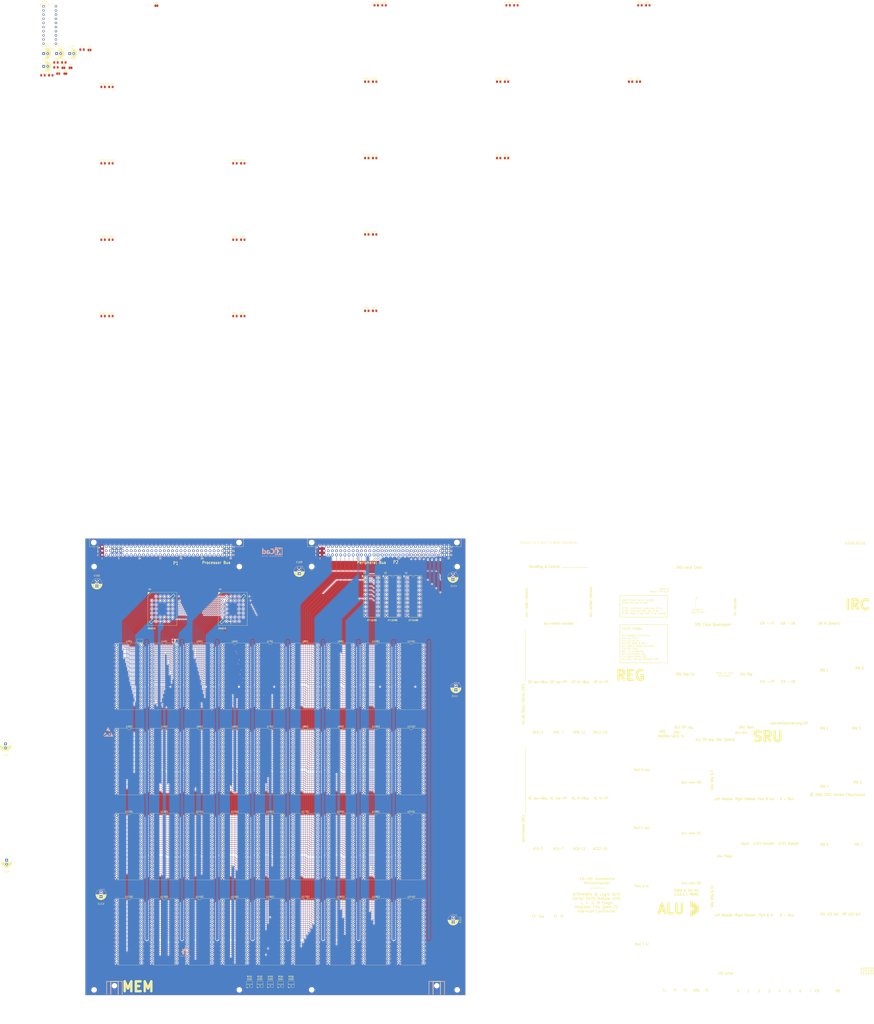
<source format=kicad_pcb>
(kicad_pcb (version 20171130) (host pcbnew 5.1.5+dfsg1-2build2)
  (title_block (title "CFT Board 1") (rev 2119) (comment 1 B1) (comment 2 "Contains the ALU, Serial Shift/Rotate Unit, half of the Register File") (comment 3 "(AC & SP), and the Interrupt Controller card."))
  (layers (0 F.Cu signal) (31 B.Cu signal) (34 B.Paste user) (35 F.Paste user) (36 B.SilkS user) (37 F.SilkS user) (38 B.Mask user) (39 F.Mask user) (44 Edge.Cuts user))
  (net 0 "")
  (net 1 GND)
  (net 2 +5V)
  (net 3 /FL)
  (net 4 /DB15)
  (net 5 /DB14)
  (net 6 /DB13)
  (net 7 /DB12)
  (net 8 /DB11)
  (net 9 /DB10)
  (net 10 /DB9)
  (net 11 /DB8)
  (net 12 /DB7)
  (net 13 /DB6)
  (net 14 /DB5)
  (net 15 /DB4)
  (net 16 /DB3)
  (net 17 /DB2)
  (net 18 /~W)
  (net 19 /DB1)
  (net 20 /DB0)
  (net 21 /AB0)
  (net 22 /AB1)
  (net 23 /AB2)
  (net 24 /AB3)
  (net 25 /AB4)
  (net 26 /AB5)
  (net 27 /AB6)
  (net 28 /AB7)
  (net 29 /AB8)
  (net 30 /AB9)
  (net 31 /AB10)
  (net 32 /AB11)
  (net 33 /AB12)
  (net 34 /AB13)
  (net 35 /AB14)
  (net 36 /AB15)
  (net 37 /AB16)
  (net 38 /AB17)
  (net 39 /AB18)
  (net 40 /AB19)
  (net 41 /AB20)
  (net 42 /AB21)
  (net 43 /AB22)
  (net 44 /AB23)
  (net 45 /FV)
  (net 46 /FZ)
  (net 47 /~R)
  (net 48 /~MEM)
  (net 49 "Net-(D1201-Pad1)")
  (net 50 "Net-(D1202-Pad1)")
  (net 51 "Net-(D1203-Pad2)")
  (net 52 "Net-(D1203-Pad1)")
  (net 53 "Net-(D1204-Pad2)")
  (net 54 "Net-(D1204-Pad1)")
  (net 55 "Net-(D1205-Pad2)")
  (net 56 "Net-(D1205-Pad1)")
  (net 57 "Net-(D1206-Pad2)")
  (net 58 "Net-(D1206-Pad1)")
  (net 59 "Net-(D1207-Pad2)")
  (net 60 "Net-(D1207-Pad1)")
  (net 61 "Net-(D1208-Pad2)")
  (net 62 "Net-(D1208-Pad1)")
  (net 63 "Net-(JP1201-Pad1)")
  (net 64 "Net-(D101-Pad2)")
  (net 65 "Net-(D102-Pad2)")
  (net 66 "Net-(D103-Pad2)")
  (net 67 "Net-(D104-Pad2)")
  (net 68 "Net-(D105-Pad2)")
  (net 69 "Net-(R101-Pad2)")
  (net 70 "Net-(R102-Pad2)")
  (net 71 "Net-(R103-Pad2)")
  (net 72 "Net-(R104-Pad2)")
  (net 73 "Net-(R105-Pad2)")
  (net 74 /~ROMW)
  (net 75 /~CS0)
  (net 76 /~CS1)
  (net 77 /~CS2)
  (net 78 /~CS3)
  (net 79 /~CS4)
  (net 80 /~CS5)
  (net 81 /~CS6)
  (net 82 /~CS7)
  (net 83 /~ROMCS)
  (net 84 /~CS8)
  (net 85 /~CS9)
  (net 86 /~CS10)
  (net 87 /~CS11)
  (net 88 "Net-(JP1-Pad2)")
  (net 89 "Net-(JP2-Pad2)")
  (net 90 "Net-(JP3-Pad2)")
  (net 91 "Net-(JP4-Pad2)")
  (net 92 "Net-(JP5-Pad2)")
  (net 93 "Net-(JP6-Pad2)")
  (net 94 /~CS20)
  (net 95 /~CS21)
  (net 96 /~CS12)
  (net 97 /~CS13)
  (net 98 /~CS14)
  (net 99 /~CS15)
  (module alexios:PLCC32 (layer F.Cu) (at 80.648 115.17)
    (fp_text reference U5 (at -7.7 -12) (layer F.SilkS) (effects (font (size 1 0.83))))
    (fp_text value 29W040)
    (fp_text user %V (at -6.6 12) (layer F.SilkS) (effects (font (size 1 0.83))))
    (pad 30 thru_hole circle (at 3.81 -7.62) (size 1.397 1.397) (drill 0.8128) (layers *.Cu *.Mask) (net 38 /AB17))
    (pad 29 thru_hole circle (at 6.35 -5.08) (size 1.397 1.397) (drill 0.8128) (layers *.Cu *.Mask) (net 35 /AB14))
    (pad 32 thru_hole circle (at 1.27 -7.62) (size 1.397 1.397) (drill 0.8128) (layers *.Cu *.Mask) (net 2 +5V))
    (pad 31 thru_hole circle (at 3.81 -5.08) (size 1.397 1.397) (drill 0.8128) (layers *.Cu *.Mask) (net 74 /~ROMW))
    (pad 28 thru_hole circle (at 3.81 -2.54) (size 1.397 1.397) (drill 0.8128) (layers *.Cu *.Mask) (net 34 /AB13))
    (pad 27 thru_hole circle (at 6.35 -2.54) (size 1.397 1.397) (drill 0.8128) (layers *.Cu *.Mask) (net 29 /AB8))
    (pad 26 thru_hole circle (at 3.81 0) (size 1.397 1.397) (drill 0.8128) (layers *.Cu *.Mask) (net 30 /AB9))
    (pad 25 thru_hole circle (at 6.35 0) (size 1.397 1.397) (drill 0.8128) (layers *.Cu *.Mask) (net 32 /AB11))
    (pad 24 thru_hole circle (at 3.81 2.54) (size 1.397 1.397) (drill 0.8128) (layers *.Cu *.Mask) (net 47 /~R))
    (pad 23 thru_hole circle (at 6.35 2.54) (size 1.397 1.397) (drill 0.8128) (layers *.Cu *.Mask) (net 31 /AB10))
    (pad 22 thru_hole circle (at 3.81 5.08) (size 1.397 1.397) (drill 0.8128) (layers *.Cu *.Mask) (net 83 /~ROMCS))
    (pad 21 thru_hole circle (at 6.35 5.08) (size 1.397 1.397) (drill 0.8128) (layers *.Cu *.Mask) (net 12 /DB7))
    (pad 20 thru_hole circle (at 3.81 7.62) (size 1.397 1.397) (drill 0.8128) (layers *.Cu *.Mask) (net 13 /DB6))
    (pad 19 thru_hole circle (at 1.27 5.08) (size 1.397 1.397) (drill 0.8128) (layers *.Cu *.Mask) (net 14 /DB5))
    (pad 18 thru_hole circle (at 1.27 7.62) (size 1.397 1.397) (drill 0.8128) (layers *.Cu *.Mask) (net 15 /DB4))
    (pad 17 thru_hole circle (at -1.27 5.08) (size 1.397 1.397) (drill 0.8128) (layers *.Cu *.Mask) (net 16 /DB3))
    (pad 16 thru_hole circle (at -1.27 7.62) (size 1.397 1.397) (drill 0.8128) (layers *.Cu *.Mask) (net 1 GND))
    (pad 15 thru_hole circle (at -3.81 5.08) (size 1.397 1.397) (drill 0.8128) (layers *.Cu *.Mask) (net 17 /DB2))
    (pad 14 thru_hole circle (at -3.81 7.62) (size 1.397 1.397) (drill 0.8128) (layers *.Cu *.Mask) (net 19 /DB1))
    (pad 13 thru_hole circle (at -6.35 5.08) (size 1.397 1.397) (drill 0.8128) (layers *.Cu *.Mask) (net 20 /DB0))
    (pad 12 thru_hole circle (at -3.81 2.54) (size 1.397 1.397) (drill 0.8128) (layers *.Cu *.Mask) (net 21 /AB0))
    (pad 11 thru_hole circle (at -6.35 2.54) (size 1.397 1.397) (drill 0.8128) (layers *.Cu *.Mask) (net 22 /AB1))
    (pad 10 thru_hole circle (at -3.81 0) (size 1.397 1.397) (drill 0.8128) (layers *.Cu *.Mask) (net 23 /AB2))
    (pad 9 thru_hole circle (at -6.35 0) (size 1.397 1.397) (drill 0.8128) (layers *.Cu *.Mask) (net 24 /AB3))
    (pad 8 thru_hole circle (at -3.81 -2.54) (size 1.397 1.397) (drill 0.8128) (layers *.Cu *.Mask) (net 25 /AB4))
    (pad 7 thru_hole circle (at -6.35 -2.54) (size 1.397 1.397) (drill 0.8128) (layers *.Cu *.Mask) (net 26 /AB5))
    (pad 6 thru_hole circle (at -3.81 -5.08) (size 1.397 1.397) (drill 0.8128) (layers *.Cu *.Mask) (net 27 /AB6))
    (pad 5 thru_hole circle (at -6.35 -5.08) (size 1.397 1.397) (drill 0.8128) (layers *.Cu *.Mask) (net 28 /AB7))
    (pad 4 thru_hole circle (at -3.81 -7.62) (size 1.397 1.397) (drill 0.8128) (layers *.Cu *.Mask) (net 33 /AB12))
    (pad 3 thru_hole circle (at -1.27 -5.08) (size 1.397 1.397) (drill 0.8128) (layers *.Cu *.Mask) (net 36 /AB15))
    (pad 2 thru_hole circle (at -1.27 -7.62) (size 1.397 1.397) (drill 0.8128) (layers *.Cu *.Mask) (net 37 /AB16))
    (pad 1 thru_hole rect (at 1.27 -5.08) (size 1.397 1.397) (drill 0.8128) (layers *.Cu *.Mask) (net 39 /AB18))
  )
  (module Package_DIP:DIP-32_W15.24mm (layer F.Cu) (at 95.888 137.395)
    (fp_text reference U501 (at 7.62 -2.33) (layer F.SilkS))
    (fp_text value AS6C4008-55PCN)
    (pad 32 thru_hole oval (at 15.24 0) (size 1.6 1.6) (drill 0.8) (layers *.Cu *.Mask) (net 2 +5V))
    (pad 16 thru_hole oval (at 0 38.1) (size 1.6 1.6) (drill 0.8) (layers *.Cu *.Mask) (net 1 GND))
    (pad 31 thru_hole oval (at 15.24 2.54) (size 1.6 1.6) (drill 0.8) (layers *.Cu *.Mask) (net 36 /AB15))
    (pad 15 thru_hole oval (at 0 35.56) (size 1.6 1.6) (drill 0.8) (layers *.Cu *.Mask) (net 17 /DB2))
    (pad 30 thru_hole oval (at 15.24 5.08) (size 1.6 1.6) (drill 0.8) (layers *.Cu *.Mask) (net 38 /AB17))
    (pad 14 thru_hole oval (at 0 33.02) (size 1.6 1.6) (drill 0.8) (layers *.Cu *.Mask) (net 19 /DB1))
    (pad 29 thru_hole oval (at 15.24 7.62) (size 1.6 1.6) (drill 0.8) (layers *.Cu *.Mask) (net 18 /~W))
    (pad 13 thru_hole oval (at 0 30.48) (size 1.6 1.6) (drill 0.8) (layers *.Cu *.Mask) (net 20 /DB0))
    (pad 28 thru_hole oval (at 15.24 10.16) (size 1.6 1.6) (drill 0.8) (layers *.Cu *.Mask) (net 34 /AB13))
    (pad 12 thru_hole oval (at 0 27.94) (size 1.6 1.6) (drill 0.8) (layers *.Cu *.Mask) (net 21 /AB0))
    (pad 27 thru_hole oval (at 15.24 12.7) (size 1.6 1.6) (drill 0.8) (layers *.Cu *.Mask) (net 29 /AB8))
    (pad 11 thru_hole oval (at 0 25.4) (size 1.6 1.6) (drill 0.8) (layers *.Cu *.Mask) (net 22 /AB1))
    (pad 26 thru_hole oval (at 15.24 15.24) (size 1.6 1.6) (drill 0.8) (layers *.Cu *.Mask) (net 30 /AB9))
    (pad 10 thru_hole oval (at 0 22.86) (size 1.6 1.6) (drill 0.8) (layers *.Cu *.Mask) (net 23 /AB2))
    (pad 25 thru_hole oval (at 15.24 17.78) (size 1.6 1.6) (drill 0.8) (layers *.Cu *.Mask) (net 32 /AB11))
    (pad 9 thru_hole oval (at 0 20.32) (size 1.6 1.6) (drill 0.8) (layers *.Cu *.Mask) (net 24 /AB3))
    (pad 24 thru_hole oval (at 15.24 20.32) (size 1.6 1.6) (drill 0.8) (layers *.Cu *.Mask) (net 47 /~R))
    (pad 8 thru_hole oval (at 0 17.78) (size 1.6 1.6) (drill 0.8) (layers *.Cu *.Mask) (net 25 /AB4))
    (pad 23 thru_hole oval (at 15.24 22.86) (size 1.6 1.6) (drill 0.8) (layers *.Cu *.Mask) (net 31 /AB10))
    (pad 7 thru_hole oval (at 0 15.24) (size 1.6 1.6) (drill 0.8) (layers *.Cu *.Mask) (net 26 /AB5))
    (pad 22 thru_hole oval (at 15.24 25.4) (size 1.6 1.6) (drill 0.8) (layers *.Cu *.Mask) (net 79 /~CS4))
    (pad 6 thru_hole oval (at 0 12.7) (size 1.6 1.6) (drill 0.8) (layers *.Cu *.Mask) (net 27 /AB6))
    (pad 21 thru_hole oval (at 15.24 27.94) (size 1.6 1.6) (drill 0.8) (layers *.Cu *.Mask) (net 12 /DB7))
    (pad 5 thru_hole oval (at 0 10.16) (size 1.6 1.6) (drill 0.8) (layers *.Cu *.Mask) (net 28 /AB7))
    (pad 20 thru_hole oval (at 15.24 30.48) (size 1.6 1.6) (drill 0.8) (layers *.Cu *.Mask) (net 13 /DB6))
    (pad 4 thru_hole oval (at 0 7.62) (size 1.6 1.6) (drill 0.8) (layers *.Cu *.Mask) (net 33 /AB12))
    (pad 19 thru_hole oval (at 15.24 33.02) (size 1.6 1.6) (drill 0.8) (layers *.Cu *.Mask) (net 14 /DB5))
    (pad 3 thru_hole oval (at 0 5.08) (size 1.6 1.6) (drill 0.8) (layers *.Cu *.Mask) (net 35 /AB14))
    (pad 18 thru_hole oval (at 15.24 35.56) (size 1.6 1.6) (drill 0.8) (layers *.Cu *.Mask) (net 15 /DB4))
    (pad 2 thru_hole oval (at 0 2.54) (size 1.6 1.6) (drill 0.8) (layers *.Cu *.Mask) (net 37 /AB16))
    (pad 17 thru_hole oval (at 15.24 38.1) (size 1.6 1.6) (drill 0.8) (layers *.Cu *.Mask) (net 16 /DB3))
    (pad 1 thru_hole rect (at 0 0) (size 1.6 1.6) (drill 0.8) (layers *.Cu *.Mask) (net 39 /AB18))
  )
  (module Package_DIP:DIP-32_W15.24mm (layer F.Cu) (at 225.428 241.535)
    (fp_text reference U2101 (at 7.62 -2.33) (layer F.SilkS))
    (fp_text value AS6C4008-55PCN)
    (pad 32 thru_hole oval (at 15.24 0) (size 1.6 1.6) (drill 0.8) (layers *.Cu *.Mask) (net 2 +5V))
    (pad 16 thru_hole oval (at 0 38.1) (size 1.6 1.6) (drill 0.8) (layers *.Cu *.Mask) (net 1 GND))
    (pad 31 thru_hole oval (at 15.24 2.54) (size 1.6 1.6) (drill 0.8) (layers *.Cu *.Mask) (net 36 /AB15))
    (pad 15 thru_hole oval (at 0 35.56) (size 1.6 1.6) (drill 0.8) (layers *.Cu *.Mask) (net 17 /DB2))
    (pad 30 thru_hole oval (at 15.24 5.08) (size 1.6 1.6) (drill 0.8) (layers *.Cu *.Mask) (net 38 /AB17))
    (pad 14 thru_hole oval (at 0 33.02) (size 1.6 1.6) (drill 0.8) (layers *.Cu *.Mask) (net 19 /DB1))
    (pad 29 thru_hole oval (at 15.24 7.62) (size 1.6 1.6) (drill 0.8) (layers *.Cu *.Mask) (net 18 /~W))
    (pad 13 thru_hole oval (at 0 30.48) (size 1.6 1.6) (drill 0.8) (layers *.Cu *.Mask) (net 20 /DB0))
    (pad 28 thru_hole oval (at 15.24 10.16) (size 1.6 1.6) (drill 0.8) (layers *.Cu *.Mask) (net 34 /AB13))
    (pad 12 thru_hole oval (at 0 27.94) (size 1.6 1.6) (drill 0.8) (layers *.Cu *.Mask) (net 21 /AB0))
    (pad 27 thru_hole oval (at 15.24 12.7) (size 1.6 1.6) (drill 0.8) (layers *.Cu *.Mask) (net 29 /AB8))
    (pad 11 thru_hole oval (at 0 25.4) (size 1.6 1.6) (drill 0.8) (layers *.Cu *.Mask) (net 22 /AB1))
    (pad 26 thru_hole oval (at 15.24 15.24) (size 1.6 1.6) (drill 0.8) (layers *.Cu *.Mask) (net 30 /AB9))
    (pad 10 thru_hole oval (at 0 22.86) (size 1.6 1.6) (drill 0.8) (layers *.Cu *.Mask) (net 23 /AB2))
    (pad 25 thru_hole oval (at 15.24 17.78) (size 1.6 1.6) (drill 0.8) (layers *.Cu *.Mask) (net 32 /AB11))
    (pad 9 thru_hole oval (at 0 20.32) (size 1.6 1.6) (drill 0.8) (layers *.Cu *.Mask) (net 24 /AB3))
    (pad 24 thru_hole oval (at 15.24 20.32) (size 1.6 1.6) (drill 0.8) (layers *.Cu *.Mask) (net 47 /~R))
    (pad 8 thru_hole oval (at 0 17.78) (size 1.6 1.6) (drill 0.8) (layers *.Cu *.Mask) (net 25 /AB4))
    (pad 23 thru_hole oval (at 15.24 22.86) (size 1.6 1.6) (drill 0.8) (layers *.Cu *.Mask) (net 31 /AB10))
    (pad 7 thru_hole oval (at 0 15.24) (size 1.6 1.6) (drill 0.8) (layers *.Cu *.Mask) (net 26 /AB5))
    (pad 22 thru_hole oval (at 15.24 25.4) (size 1.6 1.6) (drill 0.8) (layers *.Cu *.Mask) (net 95 /~CS21))
    (pad 6 thru_hole oval (at 0 12.7) (size 1.6 1.6) (drill 0.8) (layers *.Cu *.Mask) (net 27 /AB6))
    (pad 21 thru_hole oval (at 15.24 27.94) (size 1.6 1.6) (drill 0.8) (layers *.Cu *.Mask) (net 12 /DB7))
    (pad 5 thru_hole oval (at 0 10.16) (size 1.6 1.6) (drill 0.8) (layers *.Cu *.Mask) (net 28 /AB7))
    (pad 20 thru_hole oval (at 15.24 30.48) (size 1.6 1.6) (drill 0.8) (layers *.Cu *.Mask) (net 13 /DB6))
    (pad 4 thru_hole oval (at 0 7.62) (size 1.6 1.6) (drill 0.8) (layers *.Cu *.Mask) (net 33 /AB12))
    (pad 19 thru_hole oval (at 15.24 33.02) (size 1.6 1.6) (drill 0.8) (layers *.Cu *.Mask) (net 14 /DB5))
    (pad 3 thru_hole oval (at 0 5.08) (size 1.6 1.6) (drill 0.8) (layers *.Cu *.Mask) (net 35 /AB14))
    (pad 18 thru_hole oval (at 15.24 35.56) (size 1.6 1.6) (drill 0.8) (layers *.Cu *.Mask) (net 15 /DB4))
    (pad 2 thru_hole oval (at 0 2.54) (size 1.6 1.6) (drill 0.8) (layers *.Cu *.Mask) (net 37 /AB16))
    (pad 17 thru_hole oval (at 15.24 38.1) (size 1.6 1.6) (drill 0.8) (layers *.Cu *.Mask) (net 16 /DB3))
    (pad 1 thru_hole rect (at 0 0) (size 1.6 1.6) (drill 0.8) (layers *.Cu *.Mask) (net 39 /AB18))
  )
  (module Package_DIP:DIP-32_W15.24mm (layer F.Cu) (at 225.428 293.605)
    (fp_text reference U2102 (at 7.62 -2.33) (layer F.SilkS))
    (fp_text value AS6C4008-55PCN)
    (pad 32 thru_hole oval (at 15.24 0) (size 1.6 1.6) (drill 0.8) (layers *.Cu *.Mask) (net 2 +5V))
    (pad 16 thru_hole oval (at 0 38.1) (size 1.6 1.6) (drill 0.8) (layers *.Cu *.Mask) (net 1 GND))
    (pad 31 thru_hole oval (at 15.24 2.54) (size 1.6 1.6) (drill 0.8) (layers *.Cu *.Mask) (net 36 /AB15))
    (pad 15 thru_hole oval (at 0 35.56) (size 1.6 1.6) (drill 0.8) (layers *.Cu *.Mask) (net 9 /DB10))
    (pad 30 thru_hole oval (at 15.24 5.08) (size 1.6 1.6) (drill 0.8) (layers *.Cu *.Mask) (net 38 /AB17))
    (pad 14 thru_hole oval (at 0 33.02) (size 1.6 1.6) (drill 0.8) (layers *.Cu *.Mask) (net 10 /DB9))
    (pad 29 thru_hole oval (at 15.24 7.62) (size 1.6 1.6) (drill 0.8) (layers *.Cu *.Mask) (net 18 /~W))
    (pad 13 thru_hole oval (at 0 30.48) (size 1.6 1.6) (drill 0.8) (layers *.Cu *.Mask) (net 11 /DB8))
    (pad 28 thru_hole oval (at 15.24 10.16) (size 1.6 1.6) (drill 0.8) (layers *.Cu *.Mask) (net 34 /AB13))
    (pad 12 thru_hole oval (at 0 27.94) (size 1.6 1.6) (drill 0.8) (layers *.Cu *.Mask) (net 21 /AB0))
    (pad 27 thru_hole oval (at 15.24 12.7) (size 1.6 1.6) (drill 0.8) (layers *.Cu *.Mask) (net 29 /AB8))
    (pad 11 thru_hole oval (at 0 25.4) (size 1.6 1.6) (drill 0.8) (layers *.Cu *.Mask) (net 22 /AB1))
    (pad 26 thru_hole oval (at 15.24 15.24) (size 1.6 1.6) (drill 0.8) (layers *.Cu *.Mask) (net 30 /AB9))
    (pad 10 thru_hole oval (at 0 22.86) (size 1.6 1.6) (drill 0.8) (layers *.Cu *.Mask) (net 23 /AB2))
    (pad 25 thru_hole oval (at 15.24 17.78) (size 1.6 1.6) (drill 0.8) (layers *.Cu *.Mask) (net 32 /AB11))
    (pad 9 thru_hole oval (at 0 20.32) (size 1.6 1.6) (drill 0.8) (layers *.Cu *.Mask) (net 24 /AB3))
    (pad 24 thru_hole oval (at 15.24 20.32) (size 1.6 1.6) (drill 0.8) (layers *.Cu *.Mask) (net 47 /~R))
    (pad 8 thru_hole oval (at 0 17.78) (size 1.6 1.6) (drill 0.8) (layers *.Cu *.Mask) (net 25 /AB4))
    (pad 23 thru_hole oval (at 15.24 22.86) (size 1.6 1.6) (drill 0.8) (layers *.Cu *.Mask) (net 31 /AB10))
    (pad 7 thru_hole oval (at 0 15.24) (size 1.6 1.6) (drill 0.8) (layers *.Cu *.Mask) (net 26 /AB5))
    (pad 22 thru_hole oval (at 15.24 25.4) (size 1.6 1.6) (drill 0.8) (layers *.Cu *.Mask) (net 95 /~CS21))
    (pad 6 thru_hole oval (at 0 12.7) (size 1.6 1.6) (drill 0.8) (layers *.Cu *.Mask) (net 27 /AB6))
    (pad 21 thru_hole oval (at 15.24 27.94) (size 1.6 1.6) (drill 0.8) (layers *.Cu *.Mask) (net 4 /DB15))
    (pad 5 thru_hole oval (at 0 10.16) (size 1.6 1.6) (drill 0.8) (layers *.Cu *.Mask) (net 28 /AB7))
    (pad 20 thru_hole oval (at 15.24 30.48) (size 1.6 1.6) (drill 0.8) (layers *.Cu *.Mask) (net 5 /DB14))
    (pad 4 thru_hole oval (at 0 7.62) (size 1.6 1.6) (drill 0.8) (layers *.Cu *.Mask) (net 33 /AB12))
    (pad 19 thru_hole oval (at 15.24 33.02) (size 1.6 1.6) (drill 0.8) (layers *.Cu *.Mask) (net 6 /DB13))
    (pad 3 thru_hole oval (at 0 5.08) (size 1.6 1.6) (drill 0.8) (layers *.Cu *.Mask) (net 35 /AB14))
    (pad 18 thru_hole oval (at 15.24 35.56) (size 1.6 1.6) (drill 0.8) (layers *.Cu *.Mask) (net 7 /DB12))
    (pad 2 thru_hole oval (at 0 2.54) (size 1.6 1.6) (drill 0.8) (layers *.Cu *.Mask) (net 37 /AB16))
    (pad 17 thru_hole oval (at 15.24 38.1) (size 1.6 1.6) (drill 0.8) (layers *.Cu *.Mask) (net 8 /DB11))
    (pad 1 thru_hole rect (at 0 0) (size 1.6 1.6) (drill 0.8) (layers *.Cu *.Mask) (net 39 /AB18))
  )
  (module Package_DIP:DIP-32_W15.24mm (layer F.Cu) (at 203.838 293.605)
    (fp_text reference U1902 (at 7.62 -2.33) (layer F.SilkS))
    (fp_text value AS6C4008-55PCN)
    (pad 32 thru_hole oval (at 15.24 0) (size 1.6 1.6) (drill 0.8) (layers *.Cu *.Mask) (net 2 +5V))
    (pad 16 thru_hole oval (at 0 38.1) (size 1.6 1.6) (drill 0.8) (layers *.Cu *.Mask) (net 1 GND))
    (pad 31 thru_hole oval (at 15.24 2.54) (size 1.6 1.6) (drill 0.8) (layers *.Cu *.Mask) (net 36 /AB15))
    (pad 15 thru_hole oval (at 0 35.56) (size 1.6 1.6) (drill 0.8) (layers *.Cu *.Mask) (net 9 /DB10))
    (pad 30 thru_hole oval (at 15.24 5.08) (size 1.6 1.6) (drill 0.8) (layers *.Cu *.Mask) (net 38 /AB17))
    (pad 14 thru_hole oval (at 0 33.02) (size 1.6 1.6) (drill 0.8) (layers *.Cu *.Mask) (net 10 /DB9))
    (pad 29 thru_hole oval (at 15.24 7.62) (size 1.6 1.6) (drill 0.8) (layers *.Cu *.Mask) (net 18 /~W))
    (pad 13 thru_hole oval (at 0 30.48) (size 1.6 1.6) (drill 0.8) (layers *.Cu *.Mask) (net 11 /DB8))
    (pad 28 thru_hole oval (at 15.24 10.16) (size 1.6 1.6) (drill 0.8) (layers *.Cu *.Mask) (net 34 /AB13))
    (pad 12 thru_hole oval (at 0 27.94) (size 1.6 1.6) (drill 0.8) (layers *.Cu *.Mask) (net 21 /AB0))
    (pad 27 thru_hole oval (at 15.24 12.7) (size 1.6 1.6) (drill 0.8) (layers *.Cu *.Mask) (net 29 /AB8))
    (pad 11 thru_hole oval (at 0 25.4) (size 1.6 1.6) (drill 0.8) (layers *.Cu *.Mask) (net 22 /AB1))
    (pad 26 thru_hole oval (at 15.24 15.24) (size 1.6 1.6) (drill 0.8) (layers *.Cu *.Mask) (net 30 /AB9))
    (pad 10 thru_hole oval (at 0 22.86) (size 1.6 1.6) (drill 0.8) (layers *.Cu *.Mask) (net 23 /AB2))
    (pad 25 thru_hole oval (at 15.24 17.78) (size 1.6 1.6) (drill 0.8) (layers *.Cu *.Mask) (net 32 /AB11))
    (pad 9 thru_hole oval (at 0 20.32) (size 1.6 1.6) (drill 0.8) (layers *.Cu *.Mask) (net 24 /AB3))
    (pad 24 thru_hole oval (at 15.24 20.32) (size 1.6 1.6) (drill 0.8) (layers *.Cu *.Mask) (net 47 /~R))
    (pad 8 thru_hole oval (at 0 17.78) (size 1.6 1.6) (drill 0.8) (layers *.Cu *.Mask) (net 25 /AB4))
    (pad 23 thru_hole oval (at 15.24 22.86) (size 1.6 1.6) (drill 0.8) (layers *.Cu *.Mask) (net 31 /AB10))
    (pad 7 thru_hole oval (at 0 15.24) (size 1.6 1.6) (drill 0.8) (layers *.Cu *.Mask) (net 26 /AB5))
    (pad 22 thru_hole oval (at 15.24 25.4) (size 1.6 1.6) (drill 0.8) (layers *.Cu *.Mask) (net 94 /~CS20))
    (pad 6 thru_hole oval (at 0 12.7) (size 1.6 1.6) (drill 0.8) (layers *.Cu *.Mask) (net 27 /AB6))
    (pad 21 thru_hole oval (at 15.24 27.94) (size 1.6 1.6) (drill 0.8) (layers *.Cu *.Mask) (net 4 /DB15))
    (pad 5 thru_hole oval (at 0 10.16) (size 1.6 1.6) (drill 0.8) (layers *.Cu *.Mask) (net 28 /AB7))
    (pad 20 thru_hole oval (at 15.24 30.48) (size 1.6 1.6) (drill 0.8) (layers *.Cu *.Mask) (net 5 /DB14))
    (pad 4 thru_hole oval (at 0 7.62) (size 1.6 1.6) (drill 0.8) (layers *.Cu *.Mask) (net 33 /AB12))
    (pad 19 thru_hole oval (at 15.24 33.02) (size 1.6 1.6) (drill 0.8) (layers *.Cu *.Mask) (net 6 /DB13))
    (pad 3 thru_hole oval (at 0 5.08) (size 1.6 1.6) (drill 0.8) (layers *.Cu *.Mask) (net 35 /AB14))
    (pad 18 thru_hole oval (at 15.24 35.56) (size 1.6 1.6) (drill 0.8) (layers *.Cu *.Mask) (net 7 /DB12))
    (pad 2 thru_hole oval (at 0 2.54) (size 1.6 1.6) (drill 0.8) (layers *.Cu *.Mask) (net 37 /AB16))
    (pad 17 thru_hole oval (at 15.24 38.1) (size 1.6 1.6) (drill 0.8) (layers *.Cu *.Mask) (net 8 /DB11))
    (pad 1 thru_hole rect (at 0 0) (size 1.6 1.6) (drill 0.8) (layers *.Cu *.Mask) (net 39 /AB18))
  )
  (module Package_DIP:DIP-32_W15.24mm (layer F.Cu) (at 182.248 241.535)
    (fp_text reference U1901 (at 7.62 -2.33) (layer F.SilkS))
    (fp_text value AS6C4008-55PCN)
    (pad 32 thru_hole oval (at 15.24 0) (size 1.6 1.6) (drill 0.8) (layers *.Cu *.Mask) (net 2 +5V))
    (pad 16 thru_hole oval (at 0 38.1) (size 1.6 1.6) (drill 0.8) (layers *.Cu *.Mask) (net 1 GND))
    (pad 31 thru_hole oval (at 15.24 2.54) (size 1.6 1.6) (drill 0.8) (layers *.Cu *.Mask) (net 36 /AB15))
    (pad 15 thru_hole oval (at 0 35.56) (size 1.6 1.6) (drill 0.8) (layers *.Cu *.Mask) (net 17 /DB2))
    (pad 30 thru_hole oval (at 15.24 5.08) (size 1.6 1.6) (drill 0.8) (layers *.Cu *.Mask) (net 38 /AB17))
    (pad 14 thru_hole oval (at 0 33.02) (size 1.6 1.6) (drill 0.8) (layers *.Cu *.Mask) (net 19 /DB1))
    (pad 29 thru_hole oval (at 15.24 7.62) (size 1.6 1.6) (drill 0.8) (layers *.Cu *.Mask) (net 18 /~W))
    (pad 13 thru_hole oval (at 0 30.48) (size 1.6 1.6) (drill 0.8) (layers *.Cu *.Mask) (net 20 /DB0))
    (pad 28 thru_hole oval (at 15.24 10.16) (size 1.6 1.6) (drill 0.8) (layers *.Cu *.Mask) (net 34 /AB13))
    (pad 12 thru_hole oval (at 0 27.94) (size 1.6 1.6) (drill 0.8) (layers *.Cu *.Mask) (net 21 /AB0))
    (pad 27 thru_hole oval (at 15.24 12.7) (size 1.6 1.6) (drill 0.8) (layers *.Cu *.Mask) (net 29 /AB8))
    (pad 11 thru_hole oval (at 0 25.4) (size 1.6 1.6) (drill 0.8) (layers *.Cu *.Mask) (net 22 /AB1))
    (pad 26 thru_hole oval (at 15.24 15.24) (size 1.6 1.6) (drill 0.8) (layers *.Cu *.Mask) (net 30 /AB9))
    (pad 10 thru_hole oval (at 0 22.86) (size 1.6 1.6) (drill 0.8) (layers *.Cu *.Mask) (net 23 /AB2))
    (pad 25 thru_hole oval (at 15.24 17.78) (size 1.6 1.6) (drill 0.8) (layers *.Cu *.Mask) (net 32 /AB11))
    (pad 9 thru_hole oval (at 0 20.32) (size 1.6 1.6) (drill 0.8) (layers *.Cu *.Mask) (net 24 /AB3))
    (pad 24 thru_hole oval (at 15.24 20.32) (size 1.6 1.6) (drill 0.8) (layers *.Cu *.Mask) (net 47 /~R))
    (pad 8 thru_hole oval (at 0 17.78) (size 1.6 1.6) (drill 0.8) (layers *.Cu *.Mask) (net 25 /AB4))
    (pad 23 thru_hole oval (at 15.24 22.86) (size 1.6 1.6) (drill 0.8) (layers *.Cu *.Mask) (net 31 /AB10))
    (pad 7 thru_hole oval (at 0 15.24) (size 1.6 1.6) (drill 0.8) (layers *.Cu *.Mask) (net 26 /AB5))
    (pad 22 thru_hole oval (at 15.24 25.4) (size 1.6 1.6) (drill 0.8) (layers *.Cu *.Mask) (net 94 /~CS20))
    (pad 6 thru_hole oval (at 0 12.7) (size 1.6 1.6) (drill 0.8) (layers *.Cu *.Mask) (net 27 /AB6))
    (pad 21 thru_hole oval (at 15.24 27.94) (size 1.6 1.6) (drill 0.8) (layers *.Cu *.Mask) (net 12 /DB7))
    (pad 5 thru_hole oval (at 0 10.16) (size 1.6 1.6) (drill 0.8) (layers *.Cu *.Mask) (net 28 /AB7))
    (pad 20 thru_hole oval (at 15.24 30.48) (size 1.6 1.6) (drill 0.8) (layers *.Cu *.Mask) (net 13 /DB6))
    (pad 4 thru_hole oval (at 0 7.62) (size 1.6 1.6) (drill 0.8) (layers *.Cu *.Mask) (net 33 /AB12))
    (pad 19 thru_hole oval (at 15.24 33.02) (size 1.6 1.6) (drill 0.8) (layers *.Cu *.Mask) (net 14 /DB5))
    (pad 3 thru_hole oval (at 0 5.08) (size 1.6 1.6) (drill 0.8) (layers *.Cu *.Mask) (net 35 /AB14))
    (pad 18 thru_hole oval (at 15.24 35.56) (size 1.6 1.6) (drill 0.8) (layers *.Cu *.Mask) (net 15 /DB4))
    (pad 2 thru_hole oval (at 0 2.54) (size 1.6 1.6) (drill 0.8) (layers *.Cu *.Mask) (net 37 /AB16))
    (pad 17 thru_hole oval (at 15.24 38.1) (size 1.6 1.6) (drill 0.8) (layers *.Cu *.Mask) (net 16 /DB3))
    (pad 1 thru_hole rect (at 0 0) (size 1.6 1.6) (drill 0.8) (layers *.Cu *.Mask) (net 39 /AB18))
  )
  (module Package_DIP:DIP-32_W15.24mm (layer F.Cu) (at 182.248 293.605)
    (fp_text reference U1802 (at 7.62 -2.33) (layer F.SilkS))
    (fp_text value AS6C4008-55PCN)
    (pad 32 thru_hole oval (at 15.24 0) (size 1.6 1.6) (drill 0.8) (layers *.Cu *.Mask) (net 2 +5V))
    (pad 16 thru_hole oval (at 0 38.1) (size 1.6 1.6) (drill 0.8) (layers *.Cu *.Mask) (net 1 GND))
    (pad 31 thru_hole oval (at 15.24 2.54) (size 1.6 1.6) (drill 0.8) (layers *.Cu *.Mask) (net 36 /AB15))
    (pad 15 thru_hole oval (at 0 35.56) (size 1.6 1.6) (drill 0.8) (layers *.Cu *.Mask) (net 9 /DB10))
    (pad 30 thru_hole oval (at 15.24 5.08) (size 1.6 1.6) (drill 0.8) (layers *.Cu *.Mask) (net 38 /AB17))
    (pad 14 thru_hole oval (at 0 33.02) (size 1.6 1.6) (drill 0.8) (layers *.Cu *.Mask) (net 10 /DB9))
    (pad 29 thru_hole oval (at 15.24 7.62) (size 1.6 1.6) (drill 0.8) (layers *.Cu *.Mask) (net 18 /~W))
    (pad 13 thru_hole oval (at 0 30.48) (size 1.6 1.6) (drill 0.8) (layers *.Cu *.Mask) (net 11 /DB8))
    (pad 28 thru_hole oval (at 15.24 10.16) (size 1.6 1.6) (drill 0.8) (layers *.Cu *.Mask) (net 34 /AB13))
    (pad 12 thru_hole oval (at 0 27.94) (size 1.6 1.6) (drill 0.8) (layers *.Cu *.Mask) (net 21 /AB0))
    (pad 27 thru_hole oval (at 15.24 12.7) (size 1.6 1.6) (drill 0.8) (layers *.Cu *.Mask) (net 29 /AB8))
    (pad 11 thru_hole oval (at 0 25.4) (size 1.6 1.6) (drill 0.8) (layers *.Cu *.Mask) (net 22 /AB1))
    (pad 26 thru_hole oval (at 15.24 15.24) (size 1.6 1.6) (drill 0.8) (layers *.Cu *.Mask) (net 30 /AB9))
    (pad 10 thru_hole oval (at 0 22.86) (size 1.6 1.6) (drill 0.8) (layers *.Cu *.Mask) (net 23 /AB2))
    (pad 25 thru_hole oval (at 15.24 17.78) (size 1.6 1.6) (drill 0.8) (layers *.Cu *.Mask) (net 32 /AB11))
    (pad 9 thru_hole oval (at 0 20.32) (size 1.6 1.6) (drill 0.8) (layers *.Cu *.Mask) (net 24 /AB3))
    (pad 24 thru_hole oval (at 15.24 20.32) (size 1.6 1.6) (drill 0.8) (layers *.Cu *.Mask) (net 47 /~R))
    (pad 8 thru_hole oval (at 0 17.78) (size 1.6 1.6) (drill 0.8) (layers *.Cu *.Mask) (net 25 /AB4))
    (pad 23 thru_hole oval (at 15.24 22.86) (size 1.6 1.6) (drill 0.8) (layers *.Cu *.Mask) (net 31 /AB10))
    (pad 7 thru_hole oval (at 0 15.24) (size 1.6 1.6) (drill 0.8) (layers *.Cu *.Mask) (net 26 /AB5))
    (pad 22 thru_hole oval (at 15.24 25.4) (size 1.6 1.6) (drill 0.8) (layers *.Cu *.Mask) (net 99 /~CS15))
    (pad 6 thru_hole oval (at 0 12.7) (size 1.6 1.6) (drill 0.8) (layers *.Cu *.Mask) (net 27 /AB6))
    (pad 21 thru_hole oval (at 15.24 27.94) (size 1.6 1.6) (drill 0.8) (layers *.Cu *.Mask) (net 4 /DB15))
    (pad 5 thru_hole oval (at 0 10.16) (size 1.6 1.6) (drill 0.8) (layers *.Cu *.Mask) (net 28 /AB7))
    (pad 20 thru_hole oval (at 15.24 30.48) (size 1.6 1.6) (drill 0.8) (layers *.Cu *.Mask) (net 5 /DB14))
    (pad 4 thru_hole oval (at 0 7.62) (size 1.6 1.6) (drill 0.8) (layers *.Cu *.Mask) (net 33 /AB12))
    (pad 19 thru_hole oval (at 15.24 33.02) (size 1.6 1.6) (drill 0.8) (layers *.Cu *.Mask) (net 6 /DB13))
    (pad 3 thru_hole oval (at 0 5.08) (size 1.6 1.6) (drill 0.8) (layers *.Cu *.Mask) (net 35 /AB14))
    (pad 18 thru_hole oval (at 15.24 35.56) (size 1.6 1.6) (drill 0.8) (layers *.Cu *.Mask) (net 7 /DB12))
    (pad 2 thru_hole oval (at 0 2.54) (size 1.6 1.6) (drill 0.8) (layers *.Cu *.Mask) (net 37 /AB16))
    (pad 17 thru_hole oval (at 15.24 38.1) (size 1.6 1.6) (drill 0.8) (layers *.Cu *.Mask) (net 8 /DB11))
    (pad 1 thru_hole rect (at 0 0) (size 1.6 1.6) (drill 0.8) (layers *.Cu *.Mask) (net 39 /AB18))
  )
  (module Package_DIP:DIP-32_W15.24mm (layer F.Cu) (at 203.838 241.535)
    (fp_text reference U1801 (at 7.62 -2.33) (layer F.SilkS))
    (fp_text value AS6C4008-55PCN)
    (pad 32 thru_hole oval (at 15.24 0) (size 1.6 1.6) (drill 0.8) (layers *.Cu *.Mask) (net 2 +5V))
    (pad 16 thru_hole oval (at 0 38.1) (size 1.6 1.6) (drill 0.8) (layers *.Cu *.Mask) (net 1 GND))
    (pad 31 thru_hole oval (at 15.24 2.54) (size 1.6 1.6) (drill 0.8) (layers *.Cu *.Mask) (net 36 /AB15))
    (pad 15 thru_hole oval (at 0 35.56) (size 1.6 1.6) (drill 0.8) (layers *.Cu *.Mask) (net 17 /DB2))
    (pad 30 thru_hole oval (at 15.24 5.08) (size 1.6 1.6) (drill 0.8) (layers *.Cu *.Mask) (net 38 /AB17))
    (pad 14 thru_hole oval (at 0 33.02) (size 1.6 1.6) (drill 0.8) (layers *.Cu *.Mask) (net 19 /DB1))
    (pad 29 thru_hole oval (at 15.24 7.62) (size 1.6 1.6) (drill 0.8) (layers *.Cu *.Mask) (net 18 /~W))
    (pad 13 thru_hole oval (at 0 30.48) (size 1.6 1.6) (drill 0.8) (layers *.Cu *.Mask) (net 20 /DB0))
    (pad 28 thru_hole oval (at 15.24 10.16) (size 1.6 1.6) (drill 0.8) (layers *.Cu *.Mask) (net 34 /AB13))
    (pad 12 thru_hole oval (at 0 27.94) (size 1.6 1.6) (drill 0.8) (layers *.Cu *.Mask) (net 21 /AB0))
    (pad 27 thru_hole oval (at 15.24 12.7) (size 1.6 1.6) (drill 0.8) (layers *.Cu *.Mask) (net 29 /AB8))
    (pad 11 thru_hole oval (at 0 25.4) (size 1.6 1.6) (drill 0.8) (layers *.Cu *.Mask) (net 22 /AB1))
    (pad 26 thru_hole oval (at 15.24 15.24) (size 1.6 1.6) (drill 0.8) (layers *.Cu *.Mask) (net 30 /AB9))
    (pad 10 thru_hole oval (at 0 22.86) (size 1.6 1.6) (drill 0.8) (layers *.Cu *.Mask) (net 23 /AB2))
    (pad 25 thru_hole oval (at 15.24 17.78) (size 1.6 1.6) (drill 0.8) (layers *.Cu *.Mask) (net 32 /AB11))
    (pad 9 thru_hole oval (at 0 20.32) (size 1.6 1.6) (drill 0.8) (layers *.Cu *.Mask) (net 24 /AB3))
    (pad 24 thru_hole oval (at 15.24 20.32) (size 1.6 1.6) (drill 0.8) (layers *.Cu *.Mask) (net 47 /~R))
    (pad 8 thru_hole oval (at 0 17.78) (size 1.6 1.6) (drill 0.8) (layers *.Cu *.Mask) (net 25 /AB4))
    (pad 23 thru_hole oval (at 15.24 22.86) (size 1.6 1.6) (drill 0.8) (layers *.Cu *.Mask) (net 31 /AB10))
    (pad 7 thru_hole oval (at 0 15.24) (size 1.6 1.6) (drill 0.8) (layers *.Cu *.Mask) (net 26 /AB5))
    (pad 22 thru_hole oval (at 15.24 25.4) (size 1.6 1.6) (drill 0.8) (layers *.Cu *.Mask) (net 99 /~CS15))
    (pad 6 thru_hole oval (at 0 12.7) (size 1.6 1.6) (drill 0.8) (layers *.Cu *.Mask) (net 27 /AB6))
    (pad 21 thru_hole oval (at 15.24 27.94) (size 1.6 1.6) (drill 0.8) (layers *.Cu *.Mask) (net 12 /DB7))
    (pad 5 thru_hole oval (at 0 10.16) (size 1.6 1.6) (drill 0.8) (layers *.Cu *.Mask) (net 28 /AB7))
    (pad 20 thru_hole oval (at 15.24 30.48) (size 1.6 1.6) (drill 0.8) (layers *.Cu *.Mask) (net 13 /DB6))
    (pad 4 thru_hole oval (at 0 7.62) (size 1.6 1.6) (drill 0.8) (layers *.Cu *.Mask) (net 33 /AB12))
    (pad 19 thru_hole oval (at 15.24 33.02) (size 1.6 1.6) (drill 0.8) (layers *.Cu *.Mask) (net 14 /DB5))
    (pad 3 thru_hole oval (at 0 5.08) (size 1.6 1.6) (drill 0.8) (layers *.Cu *.Mask) (net 35 /AB14))
    (pad 18 thru_hole oval (at 15.24 35.56) (size 1.6 1.6) (drill 0.8) (layers *.Cu *.Mask) (net 15 /DB4))
    (pad 2 thru_hole oval (at 0 2.54) (size 1.6 1.6) (drill 0.8) (layers *.Cu *.Mask) (net 37 /AB16))
    (pad 17 thru_hole oval (at 15.24 38.1) (size 1.6 1.6) (drill 0.8) (layers *.Cu *.Mask) (net 16 /DB3))
    (pad 1 thru_hole rect (at 0 0) (size 1.6 1.6) (drill 0.8) (layers *.Cu *.Mask) (net 39 /AB18))
  )
  (module Package_DIP:DIP-32_W15.24mm (layer F.Cu) (at 160.658 293.605)
    (fp_text reference U1702 (at 7.62 -2.33) (layer F.SilkS))
    (fp_text value AS6C4008-55PCN)
    (pad 32 thru_hole oval (at 15.24 0) (size 1.6 1.6) (drill 0.8) (layers *.Cu *.Mask) (net 2 +5V))
    (pad 16 thru_hole oval (at 0 38.1) (size 1.6 1.6) (drill 0.8) (layers *.Cu *.Mask) (net 1 GND))
    (pad 31 thru_hole oval (at 15.24 2.54) (size 1.6 1.6) (drill 0.8) (layers *.Cu *.Mask) (net 36 /AB15))
    (pad 15 thru_hole oval (at 0 35.56) (size 1.6 1.6) (drill 0.8) (layers *.Cu *.Mask) (net 9 /DB10))
    (pad 30 thru_hole oval (at 15.24 5.08) (size 1.6 1.6) (drill 0.8) (layers *.Cu *.Mask) (net 38 /AB17))
    (pad 14 thru_hole oval (at 0 33.02) (size 1.6 1.6) (drill 0.8) (layers *.Cu *.Mask) (net 10 /DB9))
    (pad 29 thru_hole oval (at 15.24 7.62) (size 1.6 1.6) (drill 0.8) (layers *.Cu *.Mask) (net 18 /~W))
    (pad 13 thru_hole oval (at 0 30.48) (size 1.6 1.6) (drill 0.8) (layers *.Cu *.Mask) (net 11 /DB8))
    (pad 28 thru_hole oval (at 15.24 10.16) (size 1.6 1.6) (drill 0.8) (layers *.Cu *.Mask) (net 34 /AB13))
    (pad 12 thru_hole oval (at 0 27.94) (size 1.6 1.6) (drill 0.8) (layers *.Cu *.Mask) (net 21 /AB0))
    (pad 27 thru_hole oval (at 15.24 12.7) (size 1.6 1.6) (drill 0.8) (layers *.Cu *.Mask) (net 29 /AB8))
    (pad 11 thru_hole oval (at 0 25.4) (size 1.6 1.6) (drill 0.8) (layers *.Cu *.Mask) (net 22 /AB1))
    (pad 26 thru_hole oval (at 15.24 15.24) (size 1.6 1.6) (drill 0.8) (layers *.Cu *.Mask) (net 30 /AB9))
    (pad 10 thru_hole oval (at 0 22.86) (size 1.6 1.6) (drill 0.8) (layers *.Cu *.Mask) (net 23 /AB2))
    (pad 25 thru_hole oval (at 15.24 17.78) (size 1.6 1.6) (drill 0.8) (layers *.Cu *.Mask) (net 32 /AB11))
    (pad 9 thru_hole oval (at 0 20.32) (size 1.6 1.6) (drill 0.8) (layers *.Cu *.Mask) (net 24 /AB3))
    (pad 24 thru_hole oval (at 15.24 20.32) (size 1.6 1.6) (drill 0.8) (layers *.Cu *.Mask) (net 47 /~R))
    (pad 8 thru_hole oval (at 0 17.78) (size 1.6 1.6) (drill 0.8) (layers *.Cu *.Mask) (net 25 /AB4))
    (pad 23 thru_hole oval (at 15.24 22.86) (size 1.6 1.6) (drill 0.8) (layers *.Cu *.Mask) (net 31 /AB10))
    (pad 7 thru_hole oval (at 0 15.24) (size 1.6 1.6) (drill 0.8) (layers *.Cu *.Mask) (net 26 /AB5))
    (pad 22 thru_hole oval (at 15.24 25.4) (size 1.6 1.6) (drill 0.8) (layers *.Cu *.Mask) (net 97 /~CS13))
    (pad 6 thru_hole oval (at 0 12.7) (size 1.6 1.6) (drill 0.8) (layers *.Cu *.Mask) (net 27 /AB6))
    (pad 21 thru_hole oval (at 15.24 27.94) (size 1.6 1.6) (drill 0.8) (layers *.Cu *.Mask) (net 4 /DB15))
    (pad 5 thru_hole oval (at 0 10.16) (size 1.6 1.6) (drill 0.8) (layers *.Cu *.Mask) (net 28 /AB7))
    (pad 20 thru_hole oval (at 15.24 30.48) (size 1.6 1.6) (drill 0.8) (layers *.Cu *.Mask) (net 5 /DB14))
    (pad 4 thru_hole oval (at 0 7.62) (size 1.6 1.6) (drill 0.8) (layers *.Cu *.Mask) (net 33 /AB12))
    (pad 19 thru_hole oval (at 15.24 33.02) (size 1.6 1.6) (drill 0.8) (layers *.Cu *.Mask) (net 6 /DB13))
    (pad 3 thru_hole oval (at 0 5.08) (size 1.6 1.6) (drill 0.8) (layers *.Cu *.Mask) (net 35 /AB14))
    (pad 18 thru_hole oval (at 15.24 35.56) (size 1.6 1.6) (drill 0.8) (layers *.Cu *.Mask) (net 7 /DB12))
    (pad 2 thru_hole oval (at 0 2.54) (size 1.6 1.6) (drill 0.8) (layers *.Cu *.Mask) (net 37 /AB16))
    (pad 17 thru_hole oval (at 15.24 38.1) (size 1.6 1.6) (drill 0.8) (layers *.Cu *.Mask) (net 8 /DB11))
    (pad 1 thru_hole rect (at 0 0) (size 1.6 1.6) (drill 0.8) (layers *.Cu *.Mask) (net 39 /AB18))
  )
  (module Package_DIP:DIP-32_W15.24mm (layer F.Cu) (at 160.658 241.535)
    (fp_text reference U1701 (at 7.62 -2.33) (layer F.SilkS))
    (fp_text value AS6C4008-55PCN)
    (pad 32 thru_hole oval (at 15.24 0) (size 1.6 1.6) (drill 0.8) (layers *.Cu *.Mask) (net 2 +5V))
    (pad 16 thru_hole oval (at 0 38.1) (size 1.6 1.6) (drill 0.8) (layers *.Cu *.Mask) (net 1 GND))
    (pad 31 thru_hole oval (at 15.24 2.54) (size 1.6 1.6) (drill 0.8) (layers *.Cu *.Mask) (net 36 /AB15))
    (pad 15 thru_hole oval (at 0 35.56) (size 1.6 1.6) (drill 0.8) (layers *.Cu *.Mask) (net 17 /DB2))
    (pad 30 thru_hole oval (at 15.24 5.08) (size 1.6 1.6) (drill 0.8) (layers *.Cu *.Mask) (net 38 /AB17))
    (pad 14 thru_hole oval (at 0 33.02) (size 1.6 1.6) (drill 0.8) (layers *.Cu *.Mask) (net 19 /DB1))
    (pad 29 thru_hole oval (at 15.24 7.62) (size 1.6 1.6) (drill 0.8) (layers *.Cu *.Mask) (net 18 /~W))
    (pad 13 thru_hole oval (at 0 30.48) (size 1.6 1.6) (drill 0.8) (layers *.Cu *.Mask) (net 20 /DB0))
    (pad 28 thru_hole oval (at 15.24 10.16) (size 1.6 1.6) (drill 0.8) (layers *.Cu *.Mask) (net 34 /AB13))
    (pad 12 thru_hole oval (at 0 27.94) (size 1.6 1.6) (drill 0.8) (layers *.Cu *.Mask) (net 21 /AB0))
    (pad 27 thru_hole oval (at 15.24 12.7) (size 1.6 1.6) (drill 0.8) (layers *.Cu *.Mask) (net 29 /AB8))
    (pad 11 thru_hole oval (at 0 25.4) (size 1.6 1.6) (drill 0.8) (layers *.Cu *.Mask) (net 22 /AB1))
    (pad 26 thru_hole oval (at 15.24 15.24) (size 1.6 1.6) (drill 0.8) (layers *.Cu *.Mask) (net 30 /AB9))
    (pad 10 thru_hole oval (at 0 22.86) (size 1.6 1.6) (drill 0.8) (layers *.Cu *.Mask) (net 23 /AB2))
    (pad 25 thru_hole oval (at 15.24 17.78) (size 1.6 1.6) (drill 0.8) (layers *.Cu *.Mask) (net 32 /AB11))
    (pad 9 thru_hole oval (at 0 20.32) (size 1.6 1.6) (drill 0.8) (layers *.Cu *.Mask) (net 24 /AB3))
    (pad 24 thru_hole oval (at 15.24 20.32) (size 1.6 1.6) (drill 0.8) (layers *.Cu *.Mask) (net 47 /~R))
    (pad 8 thru_hole oval (at 0 17.78) (size 1.6 1.6) (drill 0.8) (layers *.Cu *.Mask) (net 25 /AB4))
    (pad 23 thru_hole oval (at 15.24 22.86) (size 1.6 1.6) (drill 0.8) (layers *.Cu *.Mask) (net 31 /AB10))
    (pad 7 thru_hole oval (at 0 15.24) (size 1.6 1.6) (drill 0.8) (layers *.Cu *.Mask) (net 26 /AB5))
    (pad 22 thru_hole oval (at 15.24 25.4) (size 1.6 1.6) (drill 0.8) (layers *.Cu *.Mask) (net 97 /~CS13))
    (pad 6 thru_hole oval (at 0 12.7) (size 1.6 1.6) (drill 0.8) (layers *.Cu *.Mask) (net 27 /AB6))
    (pad 21 thru_hole oval (at 15.24 27.94) (size 1.6 1.6) (drill 0.8) (layers *.Cu *.Mask) (net 12 /DB7))
    (pad 5 thru_hole oval (at 0 10.16) (size 1.6 1.6) (drill 0.8) (layers *.Cu *.Mask) (net 28 /AB7))
    (pad 20 thru_hole oval (at 15.24 30.48) (size 1.6 1.6) (drill 0.8) (layers *.Cu *.Mask) (net 13 /DB6))
    (pad 4 thru_hole oval (at 0 7.62) (size 1.6 1.6) (drill 0.8) (layers *.Cu *.Mask) (net 33 /AB12))
    (pad 19 thru_hole oval (at 15.24 33.02) (size 1.6 1.6) (drill 0.8) (layers *.Cu *.Mask) (net 14 /DB5))
    (pad 3 thru_hole oval (at 0 5.08) (size 1.6 1.6) (drill 0.8) (layers *.Cu *.Mask) (net 35 /AB14))
    (pad 18 thru_hole oval (at 15.24 35.56) (size 1.6 1.6) (drill 0.8) (layers *.Cu *.Mask) (net 15 /DB4))
    (pad 2 thru_hole oval (at 0 2.54) (size 1.6 1.6) (drill 0.8) (layers *.Cu *.Mask) (net 37 /AB16))
    (pad 17 thru_hole oval (at 15.24 38.1) (size 1.6 1.6) (drill 0.8) (layers *.Cu *.Mask) (net 16 /DB3))
    (pad 1 thru_hole rect (at 0 0) (size 1.6 1.6) (drill 0.8) (layers *.Cu *.Mask) (net 39 /AB18))
  )
  (module Package_DIP:DIP-32_W15.24mm (layer F.Cu) (at 139.068 293.605)
    (fp_text reference U1602 (at 7.62 -2.33) (layer F.SilkS))
    (fp_text value AS6C4008-55PCN)
    (pad 32 thru_hole oval (at 15.24 0) (size 1.6 1.6) (drill 0.8) (layers *.Cu *.Mask) (net 2 +5V))
    (pad 16 thru_hole oval (at 0 38.1) (size 1.6 1.6) (drill 0.8) (layers *.Cu *.Mask) (net 1 GND))
    (pad 31 thru_hole oval (at 15.24 2.54) (size 1.6 1.6) (drill 0.8) (layers *.Cu *.Mask) (net 36 /AB15))
    (pad 15 thru_hole oval (at 0 35.56) (size 1.6 1.6) (drill 0.8) (layers *.Cu *.Mask) (net 9 /DB10))
    (pad 30 thru_hole oval (at 15.24 5.08) (size 1.6 1.6) (drill 0.8) (layers *.Cu *.Mask) (net 38 /AB17))
    (pad 14 thru_hole oval (at 0 33.02) (size 1.6 1.6) (drill 0.8) (layers *.Cu *.Mask) (net 10 /DB9))
    (pad 29 thru_hole oval (at 15.24 7.62) (size 1.6 1.6) (drill 0.8) (layers *.Cu *.Mask) (net 18 /~W))
    (pad 13 thru_hole oval (at 0 30.48) (size 1.6 1.6) (drill 0.8) (layers *.Cu *.Mask) (net 11 /DB8))
    (pad 28 thru_hole oval (at 15.24 10.16) (size 1.6 1.6) (drill 0.8) (layers *.Cu *.Mask) (net 34 /AB13))
    (pad 12 thru_hole oval (at 0 27.94) (size 1.6 1.6) (drill 0.8) (layers *.Cu *.Mask) (net 21 /AB0))
    (pad 27 thru_hole oval (at 15.24 12.7) (size 1.6 1.6) (drill 0.8) (layers *.Cu *.Mask) (net 29 /AB8))
    (pad 11 thru_hole oval (at 0 25.4) (size 1.6 1.6) (drill 0.8) (layers *.Cu *.Mask) (net 22 /AB1))
    (pad 26 thru_hole oval (at 15.24 15.24) (size 1.6 1.6) (drill 0.8) (layers *.Cu *.Mask) (net 30 /AB9))
    (pad 10 thru_hole oval (at 0 22.86) (size 1.6 1.6) (drill 0.8) (layers *.Cu *.Mask) (net 23 /AB2))
    (pad 25 thru_hole oval (at 15.24 17.78) (size 1.6 1.6) (drill 0.8) (layers *.Cu *.Mask) (net 32 /AB11))
    (pad 9 thru_hole oval (at 0 20.32) (size 1.6 1.6) (drill 0.8) (layers *.Cu *.Mask) (net 24 /AB3))
    (pad 24 thru_hole oval (at 15.24 20.32) (size 1.6 1.6) (drill 0.8) (layers *.Cu *.Mask) (net 47 /~R))
    (pad 8 thru_hole oval (at 0 17.78) (size 1.6 1.6) (drill 0.8) (layers *.Cu *.Mask) (net 25 /AB4))
    (pad 23 thru_hole oval (at 15.24 22.86) (size 1.6 1.6) (drill 0.8) (layers *.Cu *.Mask) (net 31 /AB10))
    (pad 7 thru_hole oval (at 0 15.24) (size 1.6 1.6) (drill 0.8) (layers *.Cu *.Mask) (net 26 /AB5))
    (pad 22 thru_hole oval (at 15.24 25.4) (size 1.6 1.6) (drill 0.8) (layers *.Cu *.Mask) (net 98 /~CS14))
    (pad 6 thru_hole oval (at 0 12.7) (size 1.6 1.6) (drill 0.8) (layers *.Cu *.Mask) (net 27 /AB6))
    (pad 21 thru_hole oval (at 15.24 27.94) (size 1.6 1.6) (drill 0.8) (layers *.Cu *.Mask) (net 4 /DB15))
    (pad 5 thru_hole oval (at 0 10.16) (size 1.6 1.6) (drill 0.8) (layers *.Cu *.Mask) (net 28 /AB7))
    (pad 20 thru_hole oval (at 15.24 30.48) (size 1.6 1.6) (drill 0.8) (layers *.Cu *.Mask) (net 5 /DB14))
    (pad 4 thru_hole oval (at 0 7.62) (size 1.6 1.6) (drill 0.8) (layers *.Cu *.Mask) (net 33 /AB12))
    (pad 19 thru_hole oval (at 15.24 33.02) (size 1.6 1.6) (drill 0.8) (layers *.Cu *.Mask) (net 6 /DB13))
    (pad 3 thru_hole oval (at 0 5.08) (size 1.6 1.6) (drill 0.8) (layers *.Cu *.Mask) (net 35 /AB14))
    (pad 18 thru_hole oval (at 15.24 35.56) (size 1.6 1.6) (drill 0.8) (layers *.Cu *.Mask) (net 7 /DB12))
    (pad 2 thru_hole oval (at 0 2.54) (size 1.6 1.6) (drill 0.8) (layers *.Cu *.Mask) (net 37 /AB16))
    (pad 17 thru_hole oval (at 15.24 38.1) (size 1.6 1.6) (drill 0.8) (layers *.Cu *.Mask) (net 8 /DB11))
    (pad 1 thru_hole rect (at 0 0) (size 1.6 1.6) (drill 0.8) (layers *.Cu *.Mask) (net 39 /AB18))
  )
  (module Package_DIP:DIP-32_W15.24mm (layer F.Cu) (at 139.068 241.535)
    (fp_text reference U1601 (at 7.62 -2.33) (layer F.SilkS))
    (fp_text value AS6C4008-55PCN)
    (pad 32 thru_hole oval (at 15.24 0) (size 1.6 1.6) (drill 0.8) (layers *.Cu *.Mask) (net 2 +5V))
    (pad 16 thru_hole oval (at 0 38.1) (size 1.6 1.6) (drill 0.8) (layers *.Cu *.Mask) (net 1 GND))
    (pad 31 thru_hole oval (at 15.24 2.54) (size 1.6 1.6) (drill 0.8) (layers *.Cu *.Mask) (net 36 /AB15))
    (pad 15 thru_hole oval (at 0 35.56) (size 1.6 1.6) (drill 0.8) (layers *.Cu *.Mask) (net 17 /DB2))
    (pad 30 thru_hole oval (at 15.24 5.08) (size 1.6 1.6) (drill 0.8) (layers *.Cu *.Mask) (net 38 /AB17))
    (pad 14 thru_hole oval (at 0 33.02) (size 1.6 1.6) (drill 0.8) (layers *.Cu *.Mask) (net 19 /DB1))
    (pad 29 thru_hole oval (at 15.24 7.62) (size 1.6 1.6) (drill 0.8) (layers *.Cu *.Mask) (net 18 /~W))
    (pad 13 thru_hole oval (at 0 30.48) (size 1.6 1.6) (drill 0.8) (layers *.Cu *.Mask) (net 20 /DB0))
    (pad 28 thru_hole oval (at 15.24 10.16) (size 1.6 1.6) (drill 0.8) (layers *.Cu *.Mask) (net 34 /AB13))
    (pad 12 thru_hole oval (at 0 27.94) (size 1.6 1.6) (drill 0.8) (layers *.Cu *.Mask) (net 21 /AB0))
    (pad 27 thru_hole oval (at 15.24 12.7) (size 1.6 1.6) (drill 0.8) (layers *.Cu *.Mask) (net 29 /AB8))
    (pad 11 thru_hole oval (at 0 25.4) (size 1.6 1.6) (drill 0.8) (layers *.Cu *.Mask) (net 22 /AB1))
    (pad 26 thru_hole oval (at 15.24 15.24) (size 1.6 1.6) (drill 0.8) (layers *.Cu *.Mask) (net 30 /AB9))
    (pad 10 thru_hole oval (at 0 22.86) (size 1.6 1.6) (drill 0.8) (layers *.Cu *.Mask) (net 23 /AB2))
    (pad 25 thru_hole oval (at 15.24 17.78) (size 1.6 1.6) (drill 0.8) (layers *.Cu *.Mask) (net 32 /AB11))
    (pad 9 thru_hole oval (at 0 20.32) (size 1.6 1.6) (drill 0.8) (layers *.Cu *.Mask) (net 24 /AB3))
    (pad 24 thru_hole oval (at 15.24 20.32) (size 1.6 1.6) (drill 0.8) (layers *.Cu *.Mask) (net 47 /~R))
    (pad 8 thru_hole oval (at 0 17.78) (size 1.6 1.6) (drill 0.8) (layers *.Cu *.Mask) (net 25 /AB4))
    (pad 23 thru_hole oval (at 15.24 22.86) (size 1.6 1.6) (drill 0.8) (layers *.Cu *.Mask) (net 31 /AB10))
    (pad 7 thru_hole oval (at 0 15.24) (size 1.6 1.6) (drill 0.8) (layers *.Cu *.Mask) (net 26 /AB5))
    (pad 22 thru_hole oval (at 15.24 25.4) (size 1.6 1.6) (drill 0.8) (layers *.Cu *.Mask) (net 98 /~CS14))
    (pad 6 thru_hole oval (at 0 12.7) (size 1.6 1.6) (drill 0.8) (layers *.Cu *.Mask) (net 27 /AB6))
    (pad 21 thru_hole oval (at 15.24 27.94) (size 1.6 1.6) (drill 0.8) (layers *.Cu *.Mask) (net 12 /DB7))
    (pad 5 thru_hole oval (at 0 10.16) (size 1.6 1.6) (drill 0.8) (layers *.Cu *.Mask) (net 28 /AB7))
    (pad 20 thru_hole oval (at 15.24 30.48) (size 1.6 1.6) (drill 0.8) (layers *.Cu *.Mask) (net 13 /DB6))
    (pad 4 thru_hole oval (at 0 7.62) (size 1.6 1.6) (drill 0.8) (layers *.Cu *.Mask) (net 33 /AB12))
    (pad 19 thru_hole oval (at 15.24 33.02) (size 1.6 1.6) (drill 0.8) (layers *.Cu *.Mask) (net 14 /DB5))
    (pad 3 thru_hole oval (at 0 5.08) (size 1.6 1.6) (drill 0.8) (layers *.Cu *.Mask) (net 35 /AB14))
    (pad 18 thru_hole oval (at 15.24 35.56) (size 1.6 1.6) (drill 0.8) (layers *.Cu *.Mask) (net 15 /DB4))
    (pad 2 thru_hole oval (at 0 2.54) (size 1.6 1.6) (drill 0.8) (layers *.Cu *.Mask) (net 37 /AB16))
    (pad 17 thru_hole oval (at 15.24 38.1) (size 1.6 1.6) (drill 0.8) (layers *.Cu *.Mask) (net 16 /DB3))
    (pad 1 thru_hole rect (at 0 0) (size 1.6 1.6) (drill 0.8) (layers *.Cu *.Mask) (net 39 /AB18))
  )
  (module Package_DIP:DIP-32_W15.24mm (layer F.Cu) (at 117.478 293.605)
    (fp_text reference U1502 (at 7.62 -2.33) (layer F.SilkS))
    (fp_text value AS6C4008-55PCN)
    (pad 32 thru_hole oval (at 15.24 0) (size 1.6 1.6) (drill 0.8) (layers *.Cu *.Mask) (net 2 +5V))
    (pad 16 thru_hole oval (at 0 38.1) (size 1.6 1.6) (drill 0.8) (layers *.Cu *.Mask) (net 1 GND))
    (pad 31 thru_hole oval (at 15.24 2.54) (size 1.6 1.6) (drill 0.8) (layers *.Cu *.Mask) (net 36 /AB15))
    (pad 15 thru_hole oval (at 0 35.56) (size 1.6 1.6) (drill 0.8) (layers *.Cu *.Mask) (net 9 /DB10))
    (pad 30 thru_hole oval (at 15.24 5.08) (size 1.6 1.6) (drill 0.8) (layers *.Cu *.Mask) (net 38 /AB17))
    (pad 14 thru_hole oval (at 0 33.02) (size 1.6 1.6) (drill 0.8) (layers *.Cu *.Mask) (net 10 /DB9))
    (pad 29 thru_hole oval (at 15.24 7.62) (size 1.6 1.6) (drill 0.8) (layers *.Cu *.Mask) (net 18 /~W))
    (pad 13 thru_hole oval (at 0 30.48) (size 1.6 1.6) (drill 0.8) (layers *.Cu *.Mask) (net 11 /DB8))
    (pad 28 thru_hole oval (at 15.24 10.16) (size 1.6 1.6) (drill 0.8) (layers *.Cu *.Mask) (net 34 /AB13))
    (pad 12 thru_hole oval (at 0 27.94) (size 1.6 1.6) (drill 0.8) (layers *.Cu *.Mask) (net 21 /AB0))
    (pad 27 thru_hole oval (at 15.24 12.7) (size 1.6 1.6) (drill 0.8) (layers *.Cu *.Mask) (net 29 /AB8))
    (pad 11 thru_hole oval (at 0 25.4) (size 1.6 1.6) (drill 0.8) (layers *.Cu *.Mask) (net 22 /AB1))
    (pad 26 thru_hole oval (at 15.24 15.24) (size 1.6 1.6) (drill 0.8) (layers *.Cu *.Mask) (net 30 /AB9))
    (pad 10 thru_hole oval (at 0 22.86) (size 1.6 1.6) (drill 0.8) (layers *.Cu *.Mask) (net 23 /AB2))
    (pad 25 thru_hole oval (at 15.24 17.78) (size 1.6 1.6) (drill 0.8) (layers *.Cu *.Mask) (net 32 /AB11))
    (pad 9 thru_hole oval (at 0 20.32) (size 1.6 1.6) (drill 0.8) (layers *.Cu *.Mask) (net 24 /AB3))
    (pad 24 thru_hole oval (at 15.24 20.32) (size 1.6 1.6) (drill 0.8) (layers *.Cu *.Mask) (net 47 /~R))
    (pad 8 thru_hole oval (at 0 17.78) (size 1.6 1.6) (drill 0.8) (layers *.Cu *.Mask) (net 25 /AB4))
    (pad 23 thru_hole oval (at 15.24 22.86) (size 1.6 1.6) (drill 0.8) (layers *.Cu *.Mask) (net 31 /AB10))
    (pad 7 thru_hole oval (at 0 15.24) (size 1.6 1.6) (drill 0.8) (layers *.Cu *.Mask) (net 26 /AB5))
    (pad 22 thru_hole oval (at 15.24 25.4) (size 1.6 1.6) (drill 0.8) (layers *.Cu *.Mask) (net 96 /~CS12))
    (pad 6 thru_hole oval (at 0 12.7) (size 1.6 1.6) (drill 0.8) (layers *.Cu *.Mask) (net 27 /AB6))
    (pad 21 thru_hole oval (at 15.24 27.94) (size 1.6 1.6) (drill 0.8) (layers *.Cu *.Mask) (net 4 /DB15))
    (pad 5 thru_hole oval (at 0 10.16) (size 1.6 1.6) (drill 0.8) (layers *.Cu *.Mask) (net 28 /AB7))
    (pad 20 thru_hole oval (at 15.24 30.48) (size 1.6 1.6) (drill 0.8) (layers *.Cu *.Mask) (net 5 /DB14))
    (pad 4 thru_hole oval (at 0 7.62) (size 1.6 1.6) (drill 0.8) (layers *.Cu *.Mask) (net 33 /AB12))
    (pad 19 thru_hole oval (at 15.24 33.02) (size 1.6 1.6) (drill 0.8) (layers *.Cu *.Mask) (net 6 /DB13))
    (pad 3 thru_hole oval (at 0 5.08) (size 1.6 1.6) (drill 0.8) (layers *.Cu *.Mask) (net 35 /AB14))
    (pad 18 thru_hole oval (at 15.24 35.56) (size 1.6 1.6) (drill 0.8) (layers *.Cu *.Mask) (net 7 /DB12))
    (pad 2 thru_hole oval (at 0 2.54) (size 1.6 1.6) (drill 0.8) (layers *.Cu *.Mask) (net 37 /AB16))
    (pad 17 thru_hole oval (at 15.24 38.1) (size 1.6 1.6) (drill 0.8) (layers *.Cu *.Mask) (net 8 /DB11))
    (pad 1 thru_hole rect (at 0 0) (size 1.6 1.6) (drill 0.8) (layers *.Cu *.Mask) (net 39 /AB18))
  )
  (module Package_DIP:DIP-32_W15.24mm (layer F.Cu) (at 117.478 241.535)
    (fp_text reference U1501 (at 7.62 -2.33) (layer F.SilkS))
    (fp_text value AS6C4008-55PCN)
    (pad 32 thru_hole oval (at 15.24 0) (size 1.6 1.6) (drill 0.8) (layers *.Cu *.Mask) (net 2 +5V))
    (pad 16 thru_hole oval (at 0 38.1) (size 1.6 1.6) (drill 0.8) (layers *.Cu *.Mask) (net 1 GND))
    (pad 31 thru_hole oval (at 15.24 2.54) (size 1.6 1.6) (drill 0.8) (layers *.Cu *.Mask) (net 36 /AB15))
    (pad 15 thru_hole oval (at 0 35.56) (size 1.6 1.6) (drill 0.8) (layers *.Cu *.Mask) (net 17 /DB2))
    (pad 30 thru_hole oval (at 15.24 5.08) (size 1.6 1.6) (drill 0.8) (layers *.Cu *.Mask) (net 38 /AB17))
    (pad 14 thru_hole oval (at 0 33.02) (size 1.6 1.6) (drill 0.8) (layers *.Cu *.Mask) (net 19 /DB1))
    (pad 29 thru_hole oval (at 15.24 7.62) (size 1.6 1.6) (drill 0.8) (layers *.Cu *.Mask) (net 18 /~W))
    (pad 13 thru_hole oval (at 0 30.48) (size 1.6 1.6) (drill 0.8) (layers *.Cu *.Mask) (net 20 /DB0))
    (pad 28 thru_hole oval (at 15.24 10.16) (size 1.6 1.6) (drill 0.8) (layers *.Cu *.Mask) (net 34 /AB13))
    (pad 12 thru_hole oval (at 0 27.94) (size 1.6 1.6) (drill 0.8) (layers *.Cu *.Mask) (net 21 /AB0))
    (pad 27 thru_hole oval (at 15.24 12.7) (size 1.6 1.6) (drill 0.8) (layers *.Cu *.Mask) (net 29 /AB8))
    (pad 11 thru_hole oval (at 0 25.4) (size 1.6 1.6) (drill 0.8) (layers *.Cu *.Mask) (net 22 /AB1))
    (pad 26 thru_hole oval (at 15.24 15.24) (size 1.6 1.6) (drill 0.8) (layers *.Cu *.Mask) (net 30 /AB9))
    (pad 10 thru_hole oval (at 0 22.86) (size 1.6 1.6) (drill 0.8) (layers *.Cu *.Mask) (net 23 /AB2))
    (pad 25 thru_hole oval (at 15.24 17.78) (size 1.6 1.6) (drill 0.8) (layers *.Cu *.Mask) (net 32 /AB11))
    (pad 9 thru_hole oval (at 0 20.32) (size 1.6 1.6) (drill 0.8) (layers *.Cu *.Mask) (net 24 /AB3))
    (pad 24 thru_hole oval (at 15.24 20.32) (size 1.6 1.6) (drill 0.8) (layers *.Cu *.Mask) (net 47 /~R))
    (pad 8 thru_hole oval (at 0 17.78) (size 1.6 1.6) (drill 0.8) (layers *.Cu *.Mask) (net 25 /AB4))
    (pad 23 thru_hole oval (at 15.24 22.86) (size 1.6 1.6) (drill 0.8) (layers *.Cu *.Mask) (net 31 /AB10))
    (pad 7 thru_hole oval (at 0 15.24) (size 1.6 1.6) (drill 0.8) (layers *.Cu *.Mask) (net 26 /AB5))
    (pad 22 thru_hole oval (at 15.24 25.4) (size 1.6 1.6) (drill 0.8) (layers *.Cu *.Mask) (net 96 /~CS12))
    (pad 6 thru_hole oval (at 0 12.7) (size 1.6 1.6) (drill 0.8) (layers *.Cu *.Mask) (net 27 /AB6))
    (pad 21 thru_hole oval (at 15.24 27.94) (size 1.6 1.6) (drill 0.8) (layers *.Cu *.Mask) (net 12 /DB7))
    (pad 5 thru_hole oval (at 0 10.16) (size 1.6 1.6) (drill 0.8) (layers *.Cu *.Mask) (net 28 /AB7))
    (pad 20 thru_hole oval (at 15.24 30.48) (size 1.6 1.6) (drill 0.8) (layers *.Cu *.Mask) (net 13 /DB6))
    (pad 4 thru_hole oval (at 0 7.62) (size 1.6 1.6) (drill 0.8) (layers *.Cu *.Mask) (net 33 /AB12))
    (pad 19 thru_hole oval (at 15.24 33.02) (size 1.6 1.6) (drill 0.8) (layers *.Cu *.Mask) (net 14 /DB5))
    (pad 3 thru_hole oval (at 0 5.08) (size 1.6 1.6) (drill 0.8) (layers *.Cu *.Mask) (net 35 /AB14))
    (pad 18 thru_hole oval (at 15.24 35.56) (size 1.6 1.6) (drill 0.8) (layers *.Cu *.Mask) (net 15 /DB4))
    (pad 2 thru_hole oval (at 0 2.54) (size 1.6 1.6) (drill 0.8) (layers *.Cu *.Mask) (net 37 /AB16))
    (pad 17 thru_hole oval (at 15.24 38.1) (size 1.6 1.6) (drill 0.8) (layers *.Cu *.Mask) (net 16 /DB3))
    (pad 1 thru_hole rect (at 0 0) (size 1.6 1.6) (drill 0.8) (layers *.Cu *.Mask) (net 39 /AB18))
  )
  (module Package_DIP:DIP-32_W15.24mm (layer F.Cu) (at 95.888 293.605)
    (fp_text reference U1402 (at 7.62 -2.33) (layer F.SilkS))
    (fp_text value AS6C4008-55PCN)
    (pad 32 thru_hole oval (at 15.24 0) (size 1.6 1.6) (drill 0.8) (layers *.Cu *.Mask) (net 2 +5V))
    (pad 16 thru_hole oval (at 0 38.1) (size 1.6 1.6) (drill 0.8) (layers *.Cu *.Mask) (net 1 GND))
    (pad 31 thru_hole oval (at 15.24 2.54) (size 1.6 1.6) (drill 0.8) (layers *.Cu *.Mask) (net 36 /AB15))
    (pad 15 thru_hole oval (at 0 35.56) (size 1.6 1.6) (drill 0.8) (layers *.Cu *.Mask) (net 9 /DB10))
    (pad 30 thru_hole oval (at 15.24 5.08) (size 1.6 1.6) (drill 0.8) (layers *.Cu *.Mask) (net 38 /AB17))
    (pad 14 thru_hole oval (at 0 33.02) (size 1.6 1.6) (drill 0.8) (layers *.Cu *.Mask) (net 10 /DB9))
    (pad 29 thru_hole oval (at 15.24 7.62) (size 1.6 1.6) (drill 0.8) (layers *.Cu *.Mask) (net 18 /~W))
    (pad 13 thru_hole oval (at 0 30.48) (size 1.6 1.6) (drill 0.8) (layers *.Cu *.Mask) (net 11 /DB8))
    (pad 28 thru_hole oval (at 15.24 10.16) (size 1.6 1.6) (drill 0.8) (layers *.Cu *.Mask) (net 34 /AB13))
    (pad 12 thru_hole oval (at 0 27.94) (size 1.6 1.6) (drill 0.8) (layers *.Cu *.Mask) (net 21 /AB0))
    (pad 27 thru_hole oval (at 15.24 12.7) (size 1.6 1.6) (drill 0.8) (layers *.Cu *.Mask) (net 29 /AB8))
    (pad 11 thru_hole oval (at 0 25.4) (size 1.6 1.6) (drill 0.8) (layers *.Cu *.Mask) (net 22 /AB1))
    (pad 26 thru_hole oval (at 15.24 15.24) (size 1.6 1.6) (drill 0.8) (layers *.Cu *.Mask) (net 30 /AB9))
    (pad 10 thru_hole oval (at 0 22.86) (size 1.6 1.6) (drill 0.8) (layers *.Cu *.Mask) (net 23 /AB2))
    (pad 25 thru_hole oval (at 15.24 17.78) (size 1.6 1.6) (drill 0.8) (layers *.Cu *.Mask) (net 32 /AB11))
    (pad 9 thru_hole oval (at 0 20.32) (size 1.6 1.6) (drill 0.8) (layers *.Cu *.Mask) (net 24 /AB3))
    (pad 24 thru_hole oval (at 15.24 20.32) (size 1.6 1.6) (drill 0.8) (layers *.Cu *.Mask) (net 47 /~R))
    (pad 8 thru_hole oval (at 0 17.78) (size 1.6 1.6) (drill 0.8) (layers *.Cu *.Mask) (net 25 /AB4))
    (pad 23 thru_hole oval (at 15.24 22.86) (size 1.6 1.6) (drill 0.8) (layers *.Cu *.Mask) (net 31 /AB10))
    (pad 7 thru_hole oval (at 0 15.24) (size 1.6 1.6) (drill 0.8) (layers *.Cu *.Mask) (net 26 /AB5))
    (pad 22 thru_hole oval (at 15.24 25.4) (size 1.6 1.6) (drill 0.8) (layers *.Cu *.Mask) (net 87 /~CS11))
    (pad 6 thru_hole oval (at 0 12.7) (size 1.6 1.6) (drill 0.8) (layers *.Cu *.Mask) (net 27 /AB6))
    (pad 21 thru_hole oval (at 15.24 27.94) (size 1.6 1.6) (drill 0.8) (layers *.Cu *.Mask) (net 4 /DB15))
    (pad 5 thru_hole oval (at 0 10.16) (size 1.6 1.6) (drill 0.8) (layers *.Cu *.Mask) (net 28 /AB7))
    (pad 20 thru_hole oval (at 15.24 30.48) (size 1.6 1.6) (drill 0.8) (layers *.Cu *.Mask) (net 5 /DB14))
    (pad 4 thru_hole oval (at 0 7.62) (size 1.6 1.6) (drill 0.8) (layers *.Cu *.Mask) (net 33 /AB12))
    (pad 19 thru_hole oval (at 15.24 33.02) (size 1.6 1.6) (drill 0.8) (layers *.Cu *.Mask) (net 6 /DB13))
    (pad 3 thru_hole oval (at 0 5.08) (size 1.6 1.6) (drill 0.8) (layers *.Cu *.Mask) (net 35 /AB14))
    (pad 18 thru_hole oval (at 15.24 35.56) (size 1.6 1.6) (drill 0.8) (layers *.Cu *.Mask) (net 7 /DB12))
    (pad 2 thru_hole oval (at 0 2.54) (size 1.6 1.6) (drill 0.8) (layers *.Cu *.Mask) (net 37 /AB16))
    (pad 17 thru_hole oval (at 15.24 38.1) (size 1.6 1.6) (drill 0.8) (layers *.Cu *.Mask) (net 8 /DB11))
    (pad 1 thru_hole rect (at 0 0) (size 1.6 1.6) (drill 0.8) (layers *.Cu *.Mask) (net 39 /AB18))
  )
  (module Package_DIP:DIP-32_W15.24mm (layer F.Cu) (at 95.888 241.535)
    (fp_text reference U1401 (at 7.62 -2.33) (layer F.SilkS))
    (fp_text value AS6C4008-55PCN)
    (pad 32 thru_hole oval (at 15.24 0) (size 1.6 1.6) (drill 0.8) (layers *.Cu *.Mask) (net 2 +5V))
    (pad 16 thru_hole oval (at 0 38.1) (size 1.6 1.6) (drill 0.8) (layers *.Cu *.Mask) (net 1 GND))
    (pad 31 thru_hole oval (at 15.24 2.54) (size 1.6 1.6) (drill 0.8) (layers *.Cu *.Mask) (net 36 /AB15))
    (pad 15 thru_hole oval (at 0 35.56) (size 1.6 1.6) (drill 0.8) (layers *.Cu *.Mask) (net 17 /DB2))
    (pad 30 thru_hole oval (at 15.24 5.08) (size 1.6 1.6) (drill 0.8) (layers *.Cu *.Mask) (net 38 /AB17))
    (pad 14 thru_hole oval (at 0 33.02) (size 1.6 1.6) (drill 0.8) (layers *.Cu *.Mask) (net 19 /DB1))
    (pad 29 thru_hole oval (at 15.24 7.62) (size 1.6 1.6) (drill 0.8) (layers *.Cu *.Mask) (net 18 /~W))
    (pad 13 thru_hole oval (at 0 30.48) (size 1.6 1.6) (drill 0.8) (layers *.Cu *.Mask) (net 20 /DB0))
    (pad 28 thru_hole oval (at 15.24 10.16) (size 1.6 1.6) (drill 0.8) (layers *.Cu *.Mask) (net 34 /AB13))
    (pad 12 thru_hole oval (at 0 27.94) (size 1.6 1.6) (drill 0.8) (layers *.Cu *.Mask) (net 21 /AB0))
    (pad 27 thru_hole oval (at 15.24 12.7) (size 1.6 1.6) (drill 0.8) (layers *.Cu *.Mask) (net 29 /AB8))
    (pad 11 thru_hole oval (at 0 25.4) (size 1.6 1.6) (drill 0.8) (layers *.Cu *.Mask) (net 22 /AB1))
    (pad 26 thru_hole oval (at 15.24 15.24) (size 1.6 1.6) (drill 0.8) (layers *.Cu *.Mask) (net 30 /AB9))
    (pad 10 thru_hole oval (at 0 22.86) (size 1.6 1.6) (drill 0.8) (layers *.Cu *.Mask) (net 23 /AB2))
    (pad 25 thru_hole oval (at 15.24 17.78) (size 1.6 1.6) (drill 0.8) (layers *.Cu *.Mask) (net 32 /AB11))
    (pad 9 thru_hole oval (at 0 20.32) (size 1.6 1.6) (drill 0.8) (layers *.Cu *.Mask) (net 24 /AB3))
    (pad 24 thru_hole oval (at 15.24 20.32) (size 1.6 1.6) (drill 0.8) (layers *.Cu *.Mask) (net 47 /~R))
    (pad 8 thru_hole oval (at 0 17.78) (size 1.6 1.6) (drill 0.8) (layers *.Cu *.Mask) (net 25 /AB4))
    (pad 23 thru_hole oval (at 15.24 22.86) (size 1.6 1.6) (drill 0.8) (layers *.Cu *.Mask) (net 31 /AB10))
    (pad 7 thru_hole oval (at 0 15.24) (size 1.6 1.6) (drill 0.8) (layers *.Cu *.Mask) (net 26 /AB5))
    (pad 22 thru_hole oval (at 15.24 25.4) (size 1.6 1.6) (drill 0.8) (layers *.Cu *.Mask) (net 87 /~CS11))
    (pad 6 thru_hole oval (at 0 12.7) (size 1.6 1.6) (drill 0.8) (layers *.Cu *.Mask) (net 27 /AB6))
    (pad 21 thru_hole oval (at 15.24 27.94) (size 1.6 1.6) (drill 0.8) (layers *.Cu *.Mask) (net 12 /DB7))
    (pad 5 thru_hole oval (at 0 10.16) (size 1.6 1.6) (drill 0.8) (layers *.Cu *.Mask) (net 28 /AB7))
    (pad 20 thru_hole oval (at 15.24 30.48) (size 1.6 1.6) (drill 0.8) (layers *.Cu *.Mask) (net 13 /DB6))
    (pad 4 thru_hole oval (at 0 7.62) (size 1.6 1.6) (drill 0.8) (layers *.Cu *.Mask) (net 33 /AB12))
    (pad 19 thru_hole oval (at 15.24 33.02) (size 1.6 1.6) (drill 0.8) (layers *.Cu *.Mask) (net 14 /DB5))
    (pad 3 thru_hole oval (at 0 5.08) (size 1.6 1.6) (drill 0.8) (layers *.Cu *.Mask) (net 35 /AB14))
    (pad 18 thru_hole oval (at 15.24 35.56) (size 1.6 1.6) (drill 0.8) (layers *.Cu *.Mask) (net 15 /DB4))
    (pad 2 thru_hole oval (at 0 2.54) (size 1.6 1.6) (drill 0.8) (layers *.Cu *.Mask) (net 37 /AB16))
    (pad 17 thru_hole oval (at 15.24 38.1) (size 1.6 1.6) (drill 0.8) (layers *.Cu *.Mask) (net 16 /DB3))
    (pad 1 thru_hole rect (at 0 0) (size 1.6 1.6) (drill 0.8) (layers *.Cu *.Mask) (net 39 /AB18))
  )
  (module Package_DIP:DIP-32_W15.24mm (layer F.Cu) (at 74.298 293.605)
    (fp_text reference U1302 (at 7.62 -2.33) (layer F.SilkS))
    (fp_text value AS6C4008-55PCN)
    (pad 32 thru_hole oval (at 15.24 0) (size 1.6 1.6) (drill 0.8) (layers *.Cu *.Mask) (net 2 +5V))
    (pad 16 thru_hole oval (at 0 38.1) (size 1.6 1.6) (drill 0.8) (layers *.Cu *.Mask) (net 1 GND))
    (pad 31 thru_hole oval (at 15.24 2.54) (size 1.6 1.6) (drill 0.8) (layers *.Cu *.Mask) (net 36 /AB15))
    (pad 15 thru_hole oval (at 0 35.56) (size 1.6 1.6) (drill 0.8) (layers *.Cu *.Mask) (net 9 /DB10))
    (pad 30 thru_hole oval (at 15.24 5.08) (size 1.6 1.6) (drill 0.8) (layers *.Cu *.Mask) (net 38 /AB17))
    (pad 14 thru_hole oval (at 0 33.02) (size 1.6 1.6) (drill 0.8) (layers *.Cu *.Mask) (net 10 /DB9))
    (pad 29 thru_hole oval (at 15.24 7.62) (size 1.6 1.6) (drill 0.8) (layers *.Cu *.Mask) (net 18 /~W))
    (pad 13 thru_hole oval (at 0 30.48) (size 1.6 1.6) (drill 0.8) (layers *.Cu *.Mask) (net 11 /DB8))
    (pad 28 thru_hole oval (at 15.24 10.16) (size 1.6 1.6) (drill 0.8) (layers *.Cu *.Mask) (net 34 /AB13))
    (pad 12 thru_hole oval (at 0 27.94) (size 1.6 1.6) (drill 0.8) (layers *.Cu *.Mask) (net 21 /AB0))
    (pad 27 thru_hole oval (at 15.24 12.7) (size 1.6 1.6) (drill 0.8) (layers *.Cu *.Mask) (net 29 /AB8))
    (pad 11 thru_hole oval (at 0 25.4) (size 1.6 1.6) (drill 0.8) (layers *.Cu *.Mask) (net 22 /AB1))
    (pad 26 thru_hole oval (at 15.24 15.24) (size 1.6 1.6) (drill 0.8) (layers *.Cu *.Mask) (net 30 /AB9))
    (pad 10 thru_hole oval (at 0 22.86) (size 1.6 1.6) (drill 0.8) (layers *.Cu *.Mask) (net 23 /AB2))
    (pad 25 thru_hole oval (at 15.24 17.78) (size 1.6 1.6) (drill 0.8) (layers *.Cu *.Mask) (net 32 /AB11))
    (pad 9 thru_hole oval (at 0 20.32) (size 1.6 1.6) (drill 0.8) (layers *.Cu *.Mask) (net 24 /AB3))
    (pad 24 thru_hole oval (at 15.24 20.32) (size 1.6 1.6) (drill 0.8) (layers *.Cu *.Mask) (net 47 /~R))
    (pad 8 thru_hole oval (at 0 17.78) (size 1.6 1.6) (drill 0.8) (layers *.Cu *.Mask) (net 25 /AB4))
    (pad 23 thru_hole oval (at 15.24 22.86) (size 1.6 1.6) (drill 0.8) (layers *.Cu *.Mask) (net 31 /AB10))
    (pad 7 thru_hole oval (at 0 15.24) (size 1.6 1.6) (drill 0.8) (layers *.Cu *.Mask) (net 26 /AB5))
    (pad 22 thru_hole oval (at 15.24 25.4) (size 1.6 1.6) (drill 0.8) (layers *.Cu *.Mask) (net 85 /~CS9))
    (pad 6 thru_hole oval (at 0 12.7) (size 1.6 1.6) (drill 0.8) (layers *.Cu *.Mask) (net 27 /AB6))
    (pad 21 thru_hole oval (at 15.24 27.94) (size 1.6 1.6) (drill 0.8) (layers *.Cu *.Mask) (net 4 /DB15))
    (pad 5 thru_hole oval (at 0 10.16) (size 1.6 1.6) (drill 0.8) (layers *.Cu *.Mask) (net 28 /AB7))
    (pad 20 thru_hole oval (at 15.24 30.48) (size 1.6 1.6) (drill 0.8) (layers *.Cu *.Mask) (net 5 /DB14))
    (pad 4 thru_hole oval (at 0 7.62) (size 1.6 1.6) (drill 0.8) (layers *.Cu *.Mask) (net 33 /AB12))
    (pad 19 thru_hole oval (at 15.24 33.02) (size 1.6 1.6) (drill 0.8) (layers *.Cu *.Mask) (net 6 /DB13))
    (pad 3 thru_hole oval (at 0 5.08) (size 1.6 1.6) (drill 0.8) (layers *.Cu *.Mask) (net 35 /AB14))
    (pad 18 thru_hole oval (at 15.24 35.56) (size 1.6 1.6) (drill 0.8) (layers *.Cu *.Mask) (net 7 /DB12))
    (pad 2 thru_hole oval (at 0 2.54) (size 1.6 1.6) (drill 0.8) (layers *.Cu *.Mask) (net 37 /AB16))
    (pad 17 thru_hole oval (at 15.24 38.1) (size 1.6 1.6) (drill 0.8) (layers *.Cu *.Mask) (net 8 /DB11))
    (pad 1 thru_hole rect (at 0 0) (size 1.6 1.6) (drill 0.8) (layers *.Cu *.Mask) (net 39 /AB18))
  )
  (module Package_DIP:DIP-32_W15.24mm (layer F.Cu) (at 74.298 241.535)
    (fp_text reference U1301 (at 7.62 -2.33) (layer F.SilkS))
    (fp_text value AS6C4008-55PCN)
    (pad 32 thru_hole oval (at 15.24 0) (size 1.6 1.6) (drill 0.8) (layers *.Cu *.Mask) (net 2 +5V))
    (pad 16 thru_hole oval (at 0 38.1) (size 1.6 1.6) (drill 0.8) (layers *.Cu *.Mask) (net 1 GND))
    (pad 31 thru_hole oval (at 15.24 2.54) (size 1.6 1.6) (drill 0.8) (layers *.Cu *.Mask) (net 36 /AB15))
    (pad 15 thru_hole oval (at 0 35.56) (size 1.6 1.6) (drill 0.8) (layers *.Cu *.Mask) (net 17 /DB2))
    (pad 30 thru_hole oval (at 15.24 5.08) (size 1.6 1.6) (drill 0.8) (layers *.Cu *.Mask) (net 38 /AB17))
    (pad 14 thru_hole oval (at 0 33.02) (size 1.6 1.6) (drill 0.8) (layers *.Cu *.Mask) (net 19 /DB1))
    (pad 29 thru_hole oval (at 15.24 7.62) (size 1.6 1.6) (drill 0.8) (layers *.Cu *.Mask) (net 18 /~W))
    (pad 13 thru_hole oval (at 0 30.48) (size 1.6 1.6) (drill 0.8) (layers *.Cu *.Mask) (net 20 /DB0))
    (pad 28 thru_hole oval (at 15.24 10.16) (size 1.6 1.6) (drill 0.8) (layers *.Cu *.Mask) (net 34 /AB13))
    (pad 12 thru_hole oval (at 0 27.94) (size 1.6 1.6) (drill 0.8) (layers *.Cu *.Mask) (net 21 /AB0))
    (pad 27 thru_hole oval (at 15.24 12.7) (size 1.6 1.6) (drill 0.8) (layers *.Cu *.Mask) (net 29 /AB8))
    (pad 11 thru_hole oval (at 0 25.4) (size 1.6 1.6) (drill 0.8) (layers *.Cu *.Mask) (net 22 /AB1))
    (pad 26 thru_hole oval (at 15.24 15.24) (size 1.6 1.6) (drill 0.8) (layers *.Cu *.Mask) (net 30 /AB9))
    (pad 10 thru_hole oval (at 0 22.86) (size 1.6 1.6) (drill 0.8) (layers *.Cu *.Mask) (net 23 /AB2))
    (pad 25 thru_hole oval (at 15.24 17.78) (size 1.6 1.6) (drill 0.8) (layers *.Cu *.Mask) (net 32 /AB11))
    (pad 9 thru_hole oval (at 0 20.32) (size 1.6 1.6) (drill 0.8) (layers *.Cu *.Mask) (net 24 /AB3))
    (pad 24 thru_hole oval (at 15.24 20.32) (size 1.6 1.6) (drill 0.8) (layers *.Cu *.Mask) (net 47 /~R))
    (pad 8 thru_hole oval (at 0 17.78) (size 1.6 1.6) (drill 0.8) (layers *.Cu *.Mask) (net 25 /AB4))
    (pad 23 thru_hole oval (at 15.24 22.86) (size 1.6 1.6) (drill 0.8) (layers *.Cu *.Mask) (net 31 /AB10))
    (pad 7 thru_hole oval (at 0 15.24) (size 1.6 1.6) (drill 0.8) (layers *.Cu *.Mask) (net 26 /AB5))
    (pad 22 thru_hole oval (at 15.24 25.4) (size 1.6 1.6) (drill 0.8) (layers *.Cu *.Mask) (net 85 /~CS9))
    (pad 6 thru_hole oval (at 0 12.7) (size 1.6 1.6) (drill 0.8) (layers *.Cu *.Mask) (net 27 /AB6))
    (pad 21 thru_hole oval (at 15.24 27.94) (size 1.6 1.6) (drill 0.8) (layers *.Cu *.Mask) (net 12 /DB7))
    (pad 5 thru_hole oval (at 0 10.16) (size 1.6 1.6) (drill 0.8) (layers *.Cu *.Mask) (net 28 /AB7))
    (pad 20 thru_hole oval (at 15.24 30.48) (size 1.6 1.6) (drill 0.8) (layers *.Cu *.Mask) (net 13 /DB6))
    (pad 4 thru_hole oval (at 0 7.62) (size 1.6 1.6) (drill 0.8) (layers *.Cu *.Mask) (net 33 /AB12))
    (pad 19 thru_hole oval (at 15.24 33.02) (size 1.6 1.6) (drill 0.8) (layers *.Cu *.Mask) (net 14 /DB5))
    (pad 3 thru_hole oval (at 0 5.08) (size 1.6 1.6) (drill 0.8) (layers *.Cu *.Mask) (net 35 /AB14))
    (pad 18 thru_hole oval (at 15.24 35.56) (size 1.6 1.6) (drill 0.8) (layers *.Cu *.Mask) (net 15 /DB4))
    (pad 2 thru_hole oval (at 0 2.54) (size 1.6 1.6) (drill 0.8) (layers *.Cu *.Mask) (net 37 /AB16))
    (pad 17 thru_hole oval (at 15.24 38.1) (size 1.6 1.6) (drill 0.8) (layers *.Cu *.Mask) (net 16 /DB3))
    (pad 1 thru_hole rect (at 0 0) (size 1.6 1.6) (drill 0.8) (layers *.Cu *.Mask) (net 39 /AB18))
  )
  (module Package_DIP:DIP-32_W15.24mm (layer F.Cu) (at 52.708 293.605)
    (fp_text reference U1202 (at 7.62 -2.33) (layer F.SilkS))
    (fp_text value AS6C4008-55PCN)
    (pad 32 thru_hole oval (at 15.24 0) (size 1.6 1.6) (drill 0.8) (layers *.Cu *.Mask) (net 2 +5V))
    (pad 16 thru_hole oval (at 0 38.1) (size 1.6 1.6) (drill 0.8) (layers *.Cu *.Mask) (net 1 GND))
    (pad 31 thru_hole oval (at 15.24 2.54) (size 1.6 1.6) (drill 0.8) (layers *.Cu *.Mask) (net 36 /AB15))
    (pad 15 thru_hole oval (at 0 35.56) (size 1.6 1.6) (drill 0.8) (layers *.Cu *.Mask) (net 9 /DB10))
    (pad 30 thru_hole oval (at 15.24 5.08) (size 1.6 1.6) (drill 0.8) (layers *.Cu *.Mask) (net 38 /AB17))
    (pad 14 thru_hole oval (at 0 33.02) (size 1.6 1.6) (drill 0.8) (layers *.Cu *.Mask) (net 10 /DB9))
    (pad 29 thru_hole oval (at 15.24 7.62) (size 1.6 1.6) (drill 0.8) (layers *.Cu *.Mask) (net 18 /~W))
    (pad 13 thru_hole oval (at 0 30.48) (size 1.6 1.6) (drill 0.8) (layers *.Cu *.Mask) (net 11 /DB8))
    (pad 28 thru_hole oval (at 15.24 10.16) (size 1.6 1.6) (drill 0.8) (layers *.Cu *.Mask) (net 34 /AB13))
    (pad 12 thru_hole oval (at 0 27.94) (size 1.6 1.6) (drill 0.8) (layers *.Cu *.Mask) (net 21 /AB0))
    (pad 27 thru_hole oval (at 15.24 12.7) (size 1.6 1.6) (drill 0.8) (layers *.Cu *.Mask) (net 29 /AB8))
    (pad 11 thru_hole oval (at 0 25.4) (size 1.6 1.6) (drill 0.8) (layers *.Cu *.Mask) (net 22 /AB1))
    (pad 26 thru_hole oval (at 15.24 15.24) (size 1.6 1.6) (drill 0.8) (layers *.Cu *.Mask) (net 30 /AB9))
    (pad 10 thru_hole oval (at 0 22.86) (size 1.6 1.6) (drill 0.8) (layers *.Cu *.Mask) (net 23 /AB2))
    (pad 25 thru_hole oval (at 15.24 17.78) (size 1.6 1.6) (drill 0.8) (layers *.Cu *.Mask) (net 32 /AB11))
    (pad 9 thru_hole oval (at 0 20.32) (size 1.6 1.6) (drill 0.8) (layers *.Cu *.Mask) (net 24 /AB3))
    (pad 24 thru_hole oval (at 15.24 20.32) (size 1.6 1.6) (drill 0.8) (layers *.Cu *.Mask) (net 47 /~R))
    (pad 8 thru_hole oval (at 0 17.78) (size 1.6 1.6) (drill 0.8) (layers *.Cu *.Mask) (net 25 /AB4))
    (pad 23 thru_hole oval (at 15.24 22.86) (size 1.6 1.6) (drill 0.8) (layers *.Cu *.Mask) (net 31 /AB10))
    (pad 7 thru_hole oval (at 0 15.24) (size 1.6 1.6) (drill 0.8) (layers *.Cu *.Mask) (net 26 /AB5))
    (pad 22 thru_hole oval (at 15.24 25.4) (size 1.6 1.6) (drill 0.8) (layers *.Cu *.Mask) (net 82 /~CS7))
    (pad 6 thru_hole oval (at 0 12.7) (size 1.6 1.6) (drill 0.8) (layers *.Cu *.Mask) (net 27 /AB6))
    (pad 21 thru_hole oval (at 15.24 27.94) (size 1.6 1.6) (drill 0.8) (layers *.Cu *.Mask) (net 4 /DB15))
    (pad 5 thru_hole oval (at 0 10.16) (size 1.6 1.6) (drill 0.8) (layers *.Cu *.Mask) (net 28 /AB7))
    (pad 20 thru_hole oval (at 15.24 30.48) (size 1.6 1.6) (drill 0.8) (layers *.Cu *.Mask) (net 5 /DB14))
    (pad 4 thru_hole oval (at 0 7.62) (size 1.6 1.6) (drill 0.8) (layers *.Cu *.Mask) (net 33 /AB12))
    (pad 19 thru_hole oval (at 15.24 33.02) (size 1.6 1.6) (drill 0.8) (layers *.Cu *.Mask) (net 6 /DB13))
    (pad 3 thru_hole oval (at 0 5.08) (size 1.6 1.6) (drill 0.8) (layers *.Cu *.Mask) (net 35 /AB14))
    (pad 18 thru_hole oval (at 15.24 35.56) (size 1.6 1.6) (drill 0.8) (layers *.Cu *.Mask) (net 7 /DB12))
    (pad 2 thru_hole oval (at 0 2.54) (size 1.6 1.6) (drill 0.8) (layers *.Cu *.Mask) (net 37 /AB16))
    (pad 17 thru_hole oval (at 15.24 38.1) (size 1.6 1.6) (drill 0.8) (layers *.Cu *.Mask) (net 8 /DB11))
    (pad 1 thru_hole rect (at 0 0) (size 1.6 1.6) (drill 0.8) (layers *.Cu *.Mask) (net 39 /AB18))
  )
  (module Package_DIP:DIP-32_W15.24mm (layer F.Cu) (at 52.708 241.535)
    (fp_text reference U1201 (at 7.62 -2.33) (layer F.SilkS))
    (fp_text value AS6C4008-55PCN)
    (pad 32 thru_hole oval (at 15.24 0) (size 1.6 1.6) (drill 0.8) (layers *.Cu *.Mask) (net 2 +5V))
    (pad 16 thru_hole oval (at 0 38.1) (size 1.6 1.6) (drill 0.8) (layers *.Cu *.Mask) (net 1 GND))
    (pad 31 thru_hole oval (at 15.24 2.54) (size 1.6 1.6) (drill 0.8) (layers *.Cu *.Mask) (net 36 /AB15))
    (pad 15 thru_hole oval (at 0 35.56) (size 1.6 1.6) (drill 0.8) (layers *.Cu *.Mask) (net 17 /DB2))
    (pad 30 thru_hole oval (at 15.24 5.08) (size 1.6 1.6) (drill 0.8) (layers *.Cu *.Mask) (net 38 /AB17))
    (pad 14 thru_hole oval (at 0 33.02) (size 1.6 1.6) (drill 0.8) (layers *.Cu *.Mask) (net 19 /DB1))
    (pad 29 thru_hole oval (at 15.24 7.62) (size 1.6 1.6) (drill 0.8) (layers *.Cu *.Mask) (net 18 /~W))
    (pad 13 thru_hole oval (at 0 30.48) (size 1.6 1.6) (drill 0.8) (layers *.Cu *.Mask) (net 20 /DB0))
    (pad 28 thru_hole oval (at 15.24 10.16) (size 1.6 1.6) (drill 0.8) (layers *.Cu *.Mask) (net 34 /AB13))
    (pad 12 thru_hole oval (at 0 27.94) (size 1.6 1.6) (drill 0.8) (layers *.Cu *.Mask) (net 21 /AB0))
    (pad 27 thru_hole oval (at 15.24 12.7) (size 1.6 1.6) (drill 0.8) (layers *.Cu *.Mask) (net 29 /AB8))
    (pad 11 thru_hole oval (at 0 25.4) (size 1.6 1.6) (drill 0.8) (layers *.Cu *.Mask) (net 22 /AB1))
    (pad 26 thru_hole oval (at 15.24 15.24) (size 1.6 1.6) (drill 0.8) (layers *.Cu *.Mask) (net 30 /AB9))
    (pad 10 thru_hole oval (at 0 22.86) (size 1.6 1.6) (drill 0.8) (layers *.Cu *.Mask) (net 23 /AB2))
    (pad 25 thru_hole oval (at 15.24 17.78) (size 1.6 1.6) (drill 0.8) (layers *.Cu *.Mask) (net 32 /AB11))
    (pad 9 thru_hole oval (at 0 20.32) (size 1.6 1.6) (drill 0.8) (layers *.Cu *.Mask) (net 24 /AB3))
    (pad 24 thru_hole oval (at 15.24 20.32) (size 1.6 1.6) (drill 0.8) (layers *.Cu *.Mask) (net 47 /~R))
    (pad 8 thru_hole oval (at 0 17.78) (size 1.6 1.6) (drill 0.8) (layers *.Cu *.Mask) (net 25 /AB4))
    (pad 23 thru_hole oval (at 15.24 22.86) (size 1.6 1.6) (drill 0.8) (layers *.Cu *.Mask) (net 31 /AB10))
    (pad 7 thru_hole oval (at 0 15.24) (size 1.6 1.6) (drill 0.8) (layers *.Cu *.Mask) (net 26 /AB5))
    (pad 22 thru_hole oval (at 15.24 25.4) (size 1.6 1.6) (drill 0.8) (layers *.Cu *.Mask) (net 82 /~CS7))
    (pad 6 thru_hole oval (at 0 12.7) (size 1.6 1.6) (drill 0.8) (layers *.Cu *.Mask) (net 27 /AB6))
    (pad 21 thru_hole oval (at 15.24 27.94) (size 1.6 1.6) (drill 0.8) (layers *.Cu *.Mask) (net 12 /DB7))
    (pad 5 thru_hole oval (at 0 10.16) (size 1.6 1.6) (drill 0.8) (layers *.Cu *.Mask) (net 28 /AB7))
    (pad 20 thru_hole oval (at 15.24 30.48) (size 1.6 1.6) (drill 0.8) (layers *.Cu *.Mask) (net 13 /DB6))
    (pad 4 thru_hole oval (at 0 7.62) (size 1.6 1.6) (drill 0.8) (layers *.Cu *.Mask) (net 33 /AB12))
    (pad 19 thru_hole oval (at 15.24 33.02) (size 1.6 1.6) (drill 0.8) (layers *.Cu *.Mask) (net 14 /DB5))
    (pad 3 thru_hole oval (at 0 5.08) (size 1.6 1.6) (drill 0.8) (layers *.Cu *.Mask) (net 35 /AB14))
    (pad 18 thru_hole oval (at 15.24 35.56) (size 1.6 1.6) (drill 0.8) (layers *.Cu *.Mask) (net 15 /DB4))
    (pad 2 thru_hole oval (at 0 2.54) (size 1.6 1.6) (drill 0.8) (layers *.Cu *.Mask) (net 37 /AB16))
    (pad 17 thru_hole oval (at 15.24 38.1) (size 1.6 1.6) (drill 0.8) (layers *.Cu *.Mask) (net 16 /DB3))
    (pad 1 thru_hole rect (at 0 0) (size 1.6 1.6) (drill 0.8) (layers *.Cu *.Mask) (net 39 /AB18))
  )
  (module Package_DIP:DIP-32_W15.24mm (layer F.Cu) (at 225.428 189.465)
    (fp_text reference U1102 (at 7.62 -2.33) (layer F.SilkS))
    (fp_text value AS6C4008-55PCN)
    (pad 32 thru_hole oval (at 15.24 0) (size 1.6 1.6) (drill 0.8) (layers *.Cu *.Mask) (net 2 +5V))
    (pad 16 thru_hole oval (at 0 38.1) (size 1.6 1.6) (drill 0.8) (layers *.Cu *.Mask) (net 1 GND))
    (pad 31 thru_hole oval (at 15.24 2.54) (size 1.6 1.6) (drill 0.8) (layers *.Cu *.Mask) (net 36 /AB15))
    (pad 15 thru_hole oval (at 0 35.56) (size 1.6 1.6) (drill 0.8) (layers *.Cu *.Mask) (net 9 /DB10))
    (pad 30 thru_hole oval (at 15.24 5.08) (size 1.6 1.6) (drill 0.8) (layers *.Cu *.Mask) (net 38 /AB17))
    (pad 14 thru_hole oval (at 0 33.02) (size 1.6 1.6) (drill 0.8) (layers *.Cu *.Mask) (net 10 /DB9))
    (pad 29 thru_hole oval (at 15.24 7.62) (size 1.6 1.6) (drill 0.8) (layers *.Cu *.Mask) (net 18 /~W))
    (pad 13 thru_hole oval (at 0 30.48) (size 1.6 1.6) (drill 0.8) (layers *.Cu *.Mask) (net 11 /DB8))
    (pad 28 thru_hole oval (at 15.24 10.16) (size 1.6 1.6) (drill 0.8) (layers *.Cu *.Mask) (net 34 /AB13))
    (pad 12 thru_hole oval (at 0 27.94) (size 1.6 1.6) (drill 0.8) (layers *.Cu *.Mask) (net 21 /AB0))
    (pad 27 thru_hole oval (at 15.24 12.7) (size 1.6 1.6) (drill 0.8) (layers *.Cu *.Mask) (net 29 /AB8))
    (pad 11 thru_hole oval (at 0 25.4) (size 1.6 1.6) (drill 0.8) (layers *.Cu *.Mask) (net 22 /AB1))
    (pad 26 thru_hole oval (at 15.24 15.24) (size 1.6 1.6) (drill 0.8) (layers *.Cu *.Mask) (net 30 /AB9))
    (pad 10 thru_hole oval (at 0 22.86) (size 1.6 1.6) (drill 0.8) (layers *.Cu *.Mask) (net 23 /AB2))
    (pad 25 thru_hole oval (at 15.24 17.78) (size 1.6 1.6) (drill 0.8) (layers *.Cu *.Mask) (net 32 /AB11))
    (pad 9 thru_hole oval (at 0 20.32) (size 1.6 1.6) (drill 0.8) (layers *.Cu *.Mask) (net 24 /AB3))
    (pad 24 thru_hole oval (at 15.24 20.32) (size 1.6 1.6) (drill 0.8) (layers *.Cu *.Mask) (net 47 /~R))
    (pad 8 thru_hole oval (at 0 17.78) (size 1.6 1.6) (drill 0.8) (layers *.Cu *.Mask) (net 25 /AB4))
    (pad 23 thru_hole oval (at 15.24 22.86) (size 1.6 1.6) (drill 0.8) (layers *.Cu *.Mask) (net 31 /AB10))
    (pad 7 thru_hole oval (at 0 15.24) (size 1.6 1.6) (drill 0.8) (layers *.Cu *.Mask) (net 26 /AB5))
    (pad 22 thru_hole oval (at 15.24 25.4) (size 1.6 1.6) (drill 0.8) (layers *.Cu *.Mask) (net 80 /~CS5))
    (pad 6 thru_hole oval (at 0 12.7) (size 1.6 1.6) (drill 0.8) (layers *.Cu *.Mask) (net 27 /AB6))
    (pad 21 thru_hole oval (at 15.24 27.94) (size 1.6 1.6) (drill 0.8) (layers *.Cu *.Mask) (net 4 /DB15))
    (pad 5 thru_hole oval (at 0 10.16) (size 1.6 1.6) (drill 0.8) (layers *.Cu *.Mask) (net 28 /AB7))
    (pad 20 thru_hole oval (at 15.24 30.48) (size 1.6 1.6) (drill 0.8) (layers *.Cu *.Mask) (net 5 /DB14))
    (pad 4 thru_hole oval (at 0 7.62) (size 1.6 1.6) (drill 0.8) (layers *.Cu *.Mask) (net 33 /AB12))
    (pad 19 thru_hole oval (at 15.24 33.02) (size 1.6 1.6) (drill 0.8) (layers *.Cu *.Mask) (net 6 /DB13))
    (pad 3 thru_hole oval (at 0 5.08) (size 1.6 1.6) (drill 0.8) (layers *.Cu *.Mask) (net 35 /AB14))
    (pad 18 thru_hole oval (at 15.24 35.56) (size 1.6 1.6) (drill 0.8) (layers *.Cu *.Mask) (net 7 /DB12))
    (pad 2 thru_hole oval (at 0 2.54) (size 1.6 1.6) (drill 0.8) (layers *.Cu *.Mask) (net 37 /AB16))
    (pad 17 thru_hole oval (at 15.24 38.1) (size 1.6 1.6) (drill 0.8) (layers *.Cu *.Mask) (net 8 /DB11))
    (pad 1 thru_hole rect (at 0 0) (size 1.6 1.6) (drill 0.8) (layers *.Cu *.Mask) (net 39 /AB18))
  )
  (module Package_DIP:DIP-32_W15.24mm (layer F.Cu) (at 225.428 137.395)
    (fp_text reference U1101 (at 7.62 -2.33) (layer F.SilkS))
    (fp_text value AS6C4008-55PCN)
    (pad 32 thru_hole oval (at 15.24 0) (size 1.6 1.6) (drill 0.8) (layers *.Cu *.Mask) (net 2 +5V))
    (pad 16 thru_hole oval (at 0 38.1) (size 1.6 1.6) (drill 0.8) (layers *.Cu *.Mask) (net 1 GND))
    (pad 31 thru_hole oval (at 15.24 2.54) (size 1.6 1.6) (drill 0.8) (layers *.Cu *.Mask) (net 36 /AB15))
    (pad 15 thru_hole oval (at 0 35.56) (size 1.6 1.6) (drill 0.8) (layers *.Cu *.Mask) (net 17 /DB2))
    (pad 30 thru_hole oval (at 15.24 5.08) (size 1.6 1.6) (drill 0.8) (layers *.Cu *.Mask) (net 38 /AB17))
    (pad 14 thru_hole oval (at 0 33.02) (size 1.6 1.6) (drill 0.8) (layers *.Cu *.Mask) (net 19 /DB1))
    (pad 29 thru_hole oval (at 15.24 7.62) (size 1.6 1.6) (drill 0.8) (layers *.Cu *.Mask) (net 18 /~W))
    (pad 13 thru_hole oval (at 0 30.48) (size 1.6 1.6) (drill 0.8) (layers *.Cu *.Mask) (net 20 /DB0))
    (pad 28 thru_hole oval (at 15.24 10.16) (size 1.6 1.6) (drill 0.8) (layers *.Cu *.Mask) (net 34 /AB13))
    (pad 12 thru_hole oval (at 0 27.94) (size 1.6 1.6) (drill 0.8) (layers *.Cu *.Mask) (net 21 /AB0))
    (pad 27 thru_hole oval (at 15.24 12.7) (size 1.6 1.6) (drill 0.8) (layers *.Cu *.Mask) (net 29 /AB8))
    (pad 11 thru_hole oval (at 0 25.4) (size 1.6 1.6) (drill 0.8) (layers *.Cu *.Mask) (net 22 /AB1))
    (pad 26 thru_hole oval (at 15.24 15.24) (size 1.6 1.6) (drill 0.8) (layers *.Cu *.Mask) (net 30 /AB9))
    (pad 10 thru_hole oval (at 0 22.86) (size 1.6 1.6) (drill 0.8) (layers *.Cu *.Mask) (net 23 /AB2))
    (pad 25 thru_hole oval (at 15.24 17.78) (size 1.6 1.6) (drill 0.8) (layers *.Cu *.Mask) (net 32 /AB11))
    (pad 9 thru_hole oval (at 0 20.32) (size 1.6 1.6) (drill 0.8) (layers *.Cu *.Mask) (net 24 /AB3))
    (pad 24 thru_hole oval (at 15.24 20.32) (size 1.6 1.6) (drill 0.8) (layers *.Cu *.Mask) (net 47 /~R))
    (pad 8 thru_hole oval (at 0 17.78) (size 1.6 1.6) (drill 0.8) (layers *.Cu *.Mask) (net 25 /AB4))
    (pad 23 thru_hole oval (at 15.24 22.86) (size 1.6 1.6) (drill 0.8) (layers *.Cu *.Mask) (net 31 /AB10))
    (pad 7 thru_hole oval (at 0 15.24) (size 1.6 1.6) (drill 0.8) (layers *.Cu *.Mask) (net 26 /AB5))
    (pad 22 thru_hole oval (at 15.24 25.4) (size 1.6 1.6) (drill 0.8) (layers *.Cu *.Mask) (net 80 /~CS5))
    (pad 6 thru_hole oval (at 0 12.7) (size 1.6 1.6) (drill 0.8) (layers *.Cu *.Mask) (net 27 /AB6))
    (pad 21 thru_hole oval (at 15.24 27.94) (size 1.6 1.6) (drill 0.8) (layers *.Cu *.Mask) (net 12 /DB7))
    (pad 5 thru_hole oval (at 0 10.16) (size 1.6 1.6) (drill 0.8) (layers *.Cu *.Mask) (net 28 /AB7))
    (pad 20 thru_hole oval (at 15.24 30.48) (size 1.6 1.6) (drill 0.8) (layers *.Cu *.Mask) (net 13 /DB6))
    (pad 4 thru_hole oval (at 0 7.62) (size 1.6 1.6) (drill 0.8) (layers *.Cu *.Mask) (net 33 /AB12))
    (pad 19 thru_hole oval (at 15.24 33.02) (size 1.6 1.6) (drill 0.8) (layers *.Cu *.Mask) (net 14 /DB5))
    (pad 3 thru_hole oval (at 0 5.08) (size 1.6 1.6) (drill 0.8) (layers *.Cu *.Mask) (net 35 /AB14))
    (pad 18 thru_hole oval (at 15.24 35.56) (size 1.6 1.6) (drill 0.8) (layers *.Cu *.Mask) (net 15 /DB4))
    (pad 2 thru_hole oval (at 0 2.54) (size 1.6 1.6) (drill 0.8) (layers *.Cu *.Mask) (net 37 /AB16))
    (pad 17 thru_hole oval (at 15.24 38.1) (size 1.6 1.6) (drill 0.8) (layers *.Cu *.Mask) (net 16 /DB3))
    (pad 1 thru_hole rect (at 0 0) (size 1.6 1.6) (drill 0.8) (layers *.Cu *.Mask) (net 39 /AB18))
  )
  (module Package_DIP:DIP-32_W15.24mm (layer F.Cu) (at 203.838 189.465)
    (fp_text reference U1002 (at 7.62 -2.33) (layer F.SilkS))
    (fp_text value AS6C4008-55PCN)
    (pad 32 thru_hole oval (at 15.24 0) (size 1.6 1.6) (drill 0.8) (layers *.Cu *.Mask) (net 2 +5V))
    (pad 16 thru_hole oval (at 0 38.1) (size 1.6 1.6) (drill 0.8) (layers *.Cu *.Mask) (net 1 GND))
    (pad 31 thru_hole oval (at 15.24 2.54) (size 1.6 1.6) (drill 0.8) (layers *.Cu *.Mask) (net 36 /AB15))
    (pad 15 thru_hole oval (at 0 35.56) (size 1.6 1.6) (drill 0.8) (layers *.Cu *.Mask) (net 9 /DB10))
    (pad 30 thru_hole oval (at 15.24 5.08) (size 1.6 1.6) (drill 0.8) (layers *.Cu *.Mask) (net 38 /AB17))
    (pad 14 thru_hole oval (at 0 33.02) (size 1.6 1.6) (drill 0.8) (layers *.Cu *.Mask) (net 10 /DB9))
    (pad 29 thru_hole oval (at 15.24 7.62) (size 1.6 1.6) (drill 0.8) (layers *.Cu *.Mask) (net 18 /~W))
    (pad 13 thru_hole oval (at 0 30.48) (size 1.6 1.6) (drill 0.8) (layers *.Cu *.Mask) (net 11 /DB8))
    (pad 28 thru_hole oval (at 15.24 10.16) (size 1.6 1.6) (drill 0.8) (layers *.Cu *.Mask) (net 34 /AB13))
    (pad 12 thru_hole oval (at 0 27.94) (size 1.6 1.6) (drill 0.8) (layers *.Cu *.Mask) (net 21 /AB0))
    (pad 27 thru_hole oval (at 15.24 12.7) (size 1.6 1.6) (drill 0.8) (layers *.Cu *.Mask) (net 29 /AB8))
    (pad 11 thru_hole oval (at 0 25.4) (size 1.6 1.6) (drill 0.8) (layers *.Cu *.Mask) (net 22 /AB1))
    (pad 26 thru_hole oval (at 15.24 15.24) (size 1.6 1.6) (drill 0.8) (layers *.Cu *.Mask) (net 30 /AB9))
    (pad 10 thru_hole oval (at 0 22.86) (size 1.6 1.6) (drill 0.8) (layers *.Cu *.Mask) (net 23 /AB2))
    (pad 25 thru_hole oval (at 15.24 17.78) (size 1.6 1.6) (drill 0.8) (layers *.Cu *.Mask) (net 32 /AB11))
    (pad 9 thru_hole oval (at 0 20.32) (size 1.6 1.6) (drill 0.8) (layers *.Cu *.Mask) (net 24 /AB3))
    (pad 24 thru_hole oval (at 15.24 20.32) (size 1.6 1.6) (drill 0.8) (layers *.Cu *.Mask) (net 47 /~R))
    (pad 8 thru_hole oval (at 0 17.78) (size 1.6 1.6) (drill 0.8) (layers *.Cu *.Mask) (net 25 /AB4))
    (pad 23 thru_hole oval (at 15.24 22.86) (size 1.6 1.6) (drill 0.8) (layers *.Cu *.Mask) (net 31 /AB10))
    (pad 7 thru_hole oval (at 0 15.24) (size 1.6 1.6) (drill 0.8) (layers *.Cu *.Mask) (net 26 /AB5))
    (pad 22 thru_hole oval (at 15.24 25.4) (size 1.6 1.6) (drill 0.8) (layers *.Cu *.Mask) (net 78 /~CS3))
    (pad 6 thru_hole oval (at 0 12.7) (size 1.6 1.6) (drill 0.8) (layers *.Cu *.Mask) (net 27 /AB6))
    (pad 21 thru_hole oval (at 15.24 27.94) (size 1.6 1.6) (drill 0.8) (layers *.Cu *.Mask) (net 4 /DB15))
    (pad 5 thru_hole oval (at 0 10.16) (size 1.6 1.6) (drill 0.8) (layers *.Cu *.Mask) (net 28 /AB7))
    (pad 20 thru_hole oval (at 15.24 30.48) (size 1.6 1.6) (drill 0.8) (layers *.Cu *.Mask) (net 5 /DB14))
    (pad 4 thru_hole oval (at 0 7.62) (size 1.6 1.6) (drill 0.8) (layers *.Cu *.Mask) (net 33 /AB12))
    (pad 19 thru_hole oval (at 15.24 33.02) (size 1.6 1.6) (drill 0.8) (layers *.Cu *.Mask) (net 6 /DB13))
    (pad 3 thru_hole oval (at 0 5.08) (size 1.6 1.6) (drill 0.8) (layers *.Cu *.Mask) (net 35 /AB14))
    (pad 18 thru_hole oval (at 15.24 35.56) (size 1.6 1.6) (drill 0.8) (layers *.Cu *.Mask) (net 7 /DB12))
    (pad 2 thru_hole oval (at 0 2.54) (size 1.6 1.6) (drill 0.8) (layers *.Cu *.Mask) (net 37 /AB16))
    (pad 17 thru_hole oval (at 15.24 38.1) (size 1.6 1.6) (drill 0.8) (layers *.Cu *.Mask) (net 8 /DB11))
    (pad 1 thru_hole rect (at 0 0) (size 1.6 1.6) (drill 0.8) (layers *.Cu *.Mask) (net 39 /AB18))
  )
  (module Package_DIP:DIP-32_W15.24mm (layer F.Cu) (at 203.838 137.395)
    (fp_text reference U1001 (at 7.62 -2.33) (layer F.SilkS))
    (fp_text value AS6C4008-55PCN)
    (pad 32 thru_hole oval (at 15.24 0) (size 1.6 1.6) (drill 0.8) (layers *.Cu *.Mask) (net 2 +5V))
    (pad 16 thru_hole oval (at 0 38.1) (size 1.6 1.6) (drill 0.8) (layers *.Cu *.Mask) (net 1 GND))
    (pad 31 thru_hole oval (at 15.24 2.54) (size 1.6 1.6) (drill 0.8) (layers *.Cu *.Mask) (net 36 /AB15))
    (pad 15 thru_hole oval (at 0 35.56) (size 1.6 1.6) (drill 0.8) (layers *.Cu *.Mask) (net 17 /DB2))
    (pad 30 thru_hole oval (at 15.24 5.08) (size 1.6 1.6) (drill 0.8) (layers *.Cu *.Mask) (net 38 /AB17))
    (pad 14 thru_hole oval (at 0 33.02) (size 1.6 1.6) (drill 0.8) (layers *.Cu *.Mask) (net 19 /DB1))
    (pad 29 thru_hole oval (at 15.24 7.62) (size 1.6 1.6) (drill 0.8) (layers *.Cu *.Mask) (net 18 /~W))
    (pad 13 thru_hole oval (at 0 30.48) (size 1.6 1.6) (drill 0.8) (layers *.Cu *.Mask) (net 20 /DB0))
    (pad 28 thru_hole oval (at 15.24 10.16) (size 1.6 1.6) (drill 0.8) (layers *.Cu *.Mask) (net 34 /AB13))
    (pad 12 thru_hole oval (at 0 27.94) (size 1.6 1.6) (drill 0.8) (layers *.Cu *.Mask) (net 21 /AB0))
    (pad 27 thru_hole oval (at 15.24 12.7) (size 1.6 1.6) (drill 0.8) (layers *.Cu *.Mask) (net 29 /AB8))
    (pad 11 thru_hole oval (at 0 25.4) (size 1.6 1.6) (drill 0.8) (layers *.Cu *.Mask) (net 22 /AB1))
    (pad 26 thru_hole oval (at 15.24 15.24) (size 1.6 1.6) (drill 0.8) (layers *.Cu *.Mask) (net 30 /AB9))
    (pad 10 thru_hole oval (at 0 22.86) (size 1.6 1.6) (drill 0.8) (layers *.Cu *.Mask) (net 23 /AB2))
    (pad 25 thru_hole oval (at 15.24 17.78) (size 1.6 1.6) (drill 0.8) (layers *.Cu *.Mask) (net 32 /AB11))
    (pad 9 thru_hole oval (at 0 20.32) (size 1.6 1.6) (drill 0.8) (layers *.Cu *.Mask) (net 24 /AB3))
    (pad 24 thru_hole oval (at 15.24 20.32) (size 1.6 1.6) (drill 0.8) (layers *.Cu *.Mask) (net 47 /~R))
    (pad 8 thru_hole oval (at 0 17.78) (size 1.6 1.6) (drill 0.8) (layers *.Cu *.Mask) (net 25 /AB4))
    (pad 23 thru_hole oval (at 15.24 22.86) (size 1.6 1.6) (drill 0.8) (layers *.Cu *.Mask) (net 31 /AB10))
    (pad 7 thru_hole oval (at 0 15.24) (size 1.6 1.6) (drill 0.8) (layers *.Cu *.Mask) (net 26 /AB5))
    (pad 22 thru_hole oval (at 15.24 25.4) (size 1.6 1.6) (drill 0.8) (layers *.Cu *.Mask) (net 78 /~CS3))
    (pad 6 thru_hole oval (at 0 12.7) (size 1.6 1.6) (drill 0.8) (layers *.Cu *.Mask) (net 27 /AB6))
    (pad 21 thru_hole oval (at 15.24 27.94) (size 1.6 1.6) (drill 0.8) (layers *.Cu *.Mask) (net 12 /DB7))
    (pad 5 thru_hole oval (at 0 10.16) (size 1.6 1.6) (drill 0.8) (layers *.Cu *.Mask) (net 28 /AB7))
    (pad 20 thru_hole oval (at 15.24 30.48) (size 1.6 1.6) (drill 0.8) (layers *.Cu *.Mask) (net 13 /DB6))
    (pad 4 thru_hole oval (at 0 7.62) (size 1.6 1.6) (drill 0.8) (layers *.Cu *.Mask) (net 33 /AB12))
    (pad 19 thru_hole oval (at 15.24 33.02) (size 1.6 1.6) (drill 0.8) (layers *.Cu *.Mask) (net 14 /DB5))
    (pad 3 thru_hole oval (at 0 5.08) (size 1.6 1.6) (drill 0.8) (layers *.Cu *.Mask) (net 35 /AB14))
    (pad 18 thru_hole oval (at 15.24 35.56) (size 1.6 1.6) (drill 0.8) (layers *.Cu *.Mask) (net 15 /DB4))
    (pad 2 thru_hole oval (at 0 2.54) (size 1.6 1.6) (drill 0.8) (layers *.Cu *.Mask) (net 37 /AB16))
    (pad 17 thru_hole oval (at 15.24 38.1) (size 1.6 1.6) (drill 0.8) (layers *.Cu *.Mask) (net 16 /DB3))
    (pad 1 thru_hole rect (at 0 0) (size 1.6 1.6) (drill 0.8) (layers *.Cu *.Mask) (net 39 /AB18))
  )
  (module Package_DIP:DIP-32_W15.24mm (layer F.Cu) (at 182.248 189.465)
    (fp_text reference U902 (at 7.62 -2.33) (layer F.SilkS))
    (fp_text value AS6C4008-55PCN)
    (pad 32 thru_hole oval (at 15.24 0) (size 1.6 1.6) (drill 0.8) (layers *.Cu *.Mask) (net 2 +5V))
    (pad 16 thru_hole oval (at 0 38.1) (size 1.6 1.6) (drill 0.8) (layers *.Cu *.Mask) (net 1 GND))
    (pad 31 thru_hole oval (at 15.24 2.54) (size 1.6 1.6) (drill 0.8) (layers *.Cu *.Mask) (net 36 /AB15))
    (pad 15 thru_hole oval (at 0 35.56) (size 1.6 1.6) (drill 0.8) (layers *.Cu *.Mask) (net 9 /DB10))
    (pad 30 thru_hole oval (at 15.24 5.08) (size 1.6 1.6) (drill 0.8) (layers *.Cu *.Mask) (net 38 /AB17))
    (pad 14 thru_hole oval (at 0 33.02) (size 1.6 1.6) (drill 0.8) (layers *.Cu *.Mask) (net 10 /DB9))
    (pad 29 thru_hole oval (at 15.24 7.62) (size 1.6 1.6) (drill 0.8) (layers *.Cu *.Mask) (net 18 /~W))
    (pad 13 thru_hole oval (at 0 30.48) (size 1.6 1.6) (drill 0.8) (layers *.Cu *.Mask) (net 11 /DB8))
    (pad 28 thru_hole oval (at 15.24 10.16) (size 1.6 1.6) (drill 0.8) (layers *.Cu *.Mask) (net 34 /AB13))
    (pad 12 thru_hole oval (at 0 27.94) (size 1.6 1.6) (drill 0.8) (layers *.Cu *.Mask) (net 21 /AB0))
    (pad 27 thru_hole oval (at 15.24 12.7) (size 1.6 1.6) (drill 0.8) (layers *.Cu *.Mask) (net 29 /AB8))
    (pad 11 thru_hole oval (at 0 25.4) (size 1.6 1.6) (drill 0.8) (layers *.Cu *.Mask) (net 22 /AB1))
    (pad 26 thru_hole oval (at 15.24 15.24) (size 1.6 1.6) (drill 0.8) (layers *.Cu *.Mask) (net 30 /AB9))
    (pad 10 thru_hole oval (at 0 22.86) (size 1.6 1.6) (drill 0.8) (layers *.Cu *.Mask) (net 23 /AB2))
    (pad 25 thru_hole oval (at 15.24 17.78) (size 1.6 1.6) (drill 0.8) (layers *.Cu *.Mask) (net 32 /AB11))
    (pad 9 thru_hole oval (at 0 20.32) (size 1.6 1.6) (drill 0.8) (layers *.Cu *.Mask) (net 24 /AB3))
    (pad 24 thru_hole oval (at 15.24 20.32) (size 1.6 1.6) (drill 0.8) (layers *.Cu *.Mask) (net 47 /~R))
    (pad 8 thru_hole oval (at 0 17.78) (size 1.6 1.6) (drill 0.8) (layers *.Cu *.Mask) (net 25 /AB4))
    (pad 23 thru_hole oval (at 15.24 22.86) (size 1.6 1.6) (drill 0.8) (layers *.Cu *.Mask) (net 31 /AB10))
    (pad 7 thru_hole oval (at 0 15.24) (size 1.6 1.6) (drill 0.8) (layers *.Cu *.Mask) (net 26 /AB5))
    (pad 22 thru_hole oval (at 15.24 25.4) (size 1.6 1.6) (drill 0.8) (layers *.Cu *.Mask) (net 76 /~CS1))
    (pad 6 thru_hole oval (at 0 12.7) (size 1.6 1.6) (drill 0.8) (layers *.Cu *.Mask) (net 27 /AB6))
    (pad 21 thru_hole oval (at 15.24 27.94) (size 1.6 1.6) (drill 0.8) (layers *.Cu *.Mask) (net 4 /DB15))
    (pad 5 thru_hole oval (at 0 10.16) (size 1.6 1.6) (drill 0.8) (layers *.Cu *.Mask) (net 28 /AB7))
    (pad 20 thru_hole oval (at 15.24 30.48) (size 1.6 1.6) (drill 0.8) (layers *.Cu *.Mask) (net 5 /DB14))
    (pad 4 thru_hole oval (at 0 7.62) (size 1.6 1.6) (drill 0.8) (layers *.Cu *.Mask) (net 33 /AB12))
    (pad 19 thru_hole oval (at 15.24 33.02) (size 1.6 1.6) (drill 0.8) (layers *.Cu *.Mask) (net 6 /DB13))
    (pad 3 thru_hole oval (at 0 5.08) (size 1.6 1.6) (drill 0.8) (layers *.Cu *.Mask) (net 35 /AB14))
    (pad 18 thru_hole oval (at 15.24 35.56) (size 1.6 1.6) (drill 0.8) (layers *.Cu *.Mask) (net 7 /DB12))
    (pad 2 thru_hole oval (at 0 2.54) (size 1.6 1.6) (drill 0.8) (layers *.Cu *.Mask) (net 37 /AB16))
    (pad 17 thru_hole oval (at 15.24 38.1) (size 1.6 1.6) (drill 0.8) (layers *.Cu *.Mask) (net 8 /DB11))
    (pad 1 thru_hole rect (at 0 0) (size 1.6 1.6) (drill 0.8) (layers *.Cu *.Mask) (net 39 /AB18))
  )
  (module Package_DIP:DIP-32_W15.24mm (layer F.Cu) (at 182.248 137.395)
    (fp_text reference U901 (at 7.62 -2.33) (layer F.SilkS))
    (fp_text value AS6C4008-55PCN)
    (pad 32 thru_hole oval (at 15.24 0) (size 1.6 1.6) (drill 0.8) (layers *.Cu *.Mask) (net 2 +5V))
    (pad 16 thru_hole oval (at 0 38.1) (size 1.6 1.6) (drill 0.8) (layers *.Cu *.Mask) (net 1 GND))
    (pad 31 thru_hole oval (at 15.24 2.54) (size 1.6 1.6) (drill 0.8) (layers *.Cu *.Mask) (net 36 /AB15))
    (pad 15 thru_hole oval (at 0 35.56) (size 1.6 1.6) (drill 0.8) (layers *.Cu *.Mask) (net 17 /DB2))
    (pad 30 thru_hole oval (at 15.24 5.08) (size 1.6 1.6) (drill 0.8) (layers *.Cu *.Mask) (net 38 /AB17))
    (pad 14 thru_hole oval (at 0 33.02) (size 1.6 1.6) (drill 0.8) (layers *.Cu *.Mask) (net 19 /DB1))
    (pad 29 thru_hole oval (at 15.24 7.62) (size 1.6 1.6) (drill 0.8) (layers *.Cu *.Mask) (net 18 /~W))
    (pad 13 thru_hole oval (at 0 30.48) (size 1.6 1.6) (drill 0.8) (layers *.Cu *.Mask) (net 20 /DB0))
    (pad 28 thru_hole oval (at 15.24 10.16) (size 1.6 1.6) (drill 0.8) (layers *.Cu *.Mask) (net 34 /AB13))
    (pad 12 thru_hole oval (at 0 27.94) (size 1.6 1.6) (drill 0.8) (layers *.Cu *.Mask) (net 21 /AB0))
    (pad 27 thru_hole oval (at 15.24 12.7) (size 1.6 1.6) (drill 0.8) (layers *.Cu *.Mask) (net 29 /AB8))
    (pad 11 thru_hole oval (at 0 25.4) (size 1.6 1.6) (drill 0.8) (layers *.Cu *.Mask) (net 22 /AB1))
    (pad 26 thru_hole oval (at 15.24 15.24) (size 1.6 1.6) (drill 0.8) (layers *.Cu *.Mask) (net 30 /AB9))
    (pad 10 thru_hole oval (at 0 22.86) (size 1.6 1.6) (drill 0.8) (layers *.Cu *.Mask) (net 23 /AB2))
    (pad 25 thru_hole oval (at 15.24 17.78) (size 1.6 1.6) (drill 0.8) (layers *.Cu *.Mask) (net 32 /AB11))
    (pad 9 thru_hole oval (at 0 20.32) (size 1.6 1.6) (drill 0.8) (layers *.Cu *.Mask) (net 24 /AB3))
    (pad 24 thru_hole oval (at 15.24 20.32) (size 1.6 1.6) (drill 0.8) (layers *.Cu *.Mask) (net 47 /~R))
    (pad 8 thru_hole oval (at 0 17.78) (size 1.6 1.6) (drill 0.8) (layers *.Cu *.Mask) (net 25 /AB4))
    (pad 23 thru_hole oval (at 15.24 22.86) (size 1.6 1.6) (drill 0.8) (layers *.Cu *.Mask) (net 31 /AB10))
    (pad 7 thru_hole oval (at 0 15.24) (size 1.6 1.6) (drill 0.8) (layers *.Cu *.Mask) (net 26 /AB5))
    (pad 22 thru_hole oval (at 15.24 25.4) (size 1.6 1.6) (drill 0.8) (layers *.Cu *.Mask) (net 76 /~CS1))
    (pad 6 thru_hole oval (at 0 12.7) (size 1.6 1.6) (drill 0.8) (layers *.Cu *.Mask) (net 27 /AB6))
    (pad 21 thru_hole oval (at 15.24 27.94) (size 1.6 1.6) (drill 0.8) (layers *.Cu *.Mask) (net 12 /DB7))
    (pad 5 thru_hole oval (at 0 10.16) (size 1.6 1.6) (drill 0.8) (layers *.Cu *.Mask) (net 28 /AB7))
    (pad 20 thru_hole oval (at 15.24 30.48) (size 1.6 1.6) (drill 0.8) (layers *.Cu *.Mask) (net 13 /DB6))
    (pad 4 thru_hole oval (at 0 7.62) (size 1.6 1.6) (drill 0.8) (layers *.Cu *.Mask) (net 33 /AB12))
    (pad 19 thru_hole oval (at 15.24 33.02) (size 1.6 1.6) (drill 0.8) (layers *.Cu *.Mask) (net 14 /DB5))
    (pad 3 thru_hole oval (at 0 5.08) (size 1.6 1.6) (drill 0.8) (layers *.Cu *.Mask) (net 35 /AB14))
    (pad 18 thru_hole oval (at 15.24 35.56) (size 1.6 1.6) (drill 0.8) (layers *.Cu *.Mask) (net 15 /DB4))
    (pad 2 thru_hole oval (at 0 2.54) (size 1.6 1.6) (drill 0.8) (layers *.Cu *.Mask) (net 37 /AB16))
    (pad 17 thru_hole oval (at 15.24 38.1) (size 1.6 1.6) (drill 0.8) (layers *.Cu *.Mask) (net 16 /DB3))
    (pad 1 thru_hole rect (at 0 0) (size 1.6 1.6) (drill 0.8) (layers *.Cu *.Mask) (net 39 /AB18))
  )
  (module Package_DIP:DIP-32_W15.24mm (layer F.Cu) (at 160.658 189.465)
    (fp_text reference U802 (at 7.62 -2.33) (layer F.SilkS))
    (fp_text value AS6C4008-55PCN)
    (pad 32 thru_hole oval (at 15.24 0) (size 1.6 1.6) (drill 0.8) (layers *.Cu *.Mask) (net 2 +5V))
    (pad 16 thru_hole oval (at 0 38.1) (size 1.6 1.6) (drill 0.8) (layers *.Cu *.Mask) (net 1 GND))
    (pad 31 thru_hole oval (at 15.24 2.54) (size 1.6 1.6) (drill 0.8) (layers *.Cu *.Mask) (net 36 /AB15))
    (pad 15 thru_hole oval (at 0 35.56) (size 1.6 1.6) (drill 0.8) (layers *.Cu *.Mask) (net 9 /DB10))
    (pad 30 thru_hole oval (at 15.24 5.08) (size 1.6 1.6) (drill 0.8) (layers *.Cu *.Mask) (net 38 /AB17))
    (pad 14 thru_hole oval (at 0 33.02) (size 1.6 1.6) (drill 0.8) (layers *.Cu *.Mask) (net 10 /DB9))
    (pad 29 thru_hole oval (at 15.24 7.62) (size 1.6 1.6) (drill 0.8) (layers *.Cu *.Mask) (net 18 /~W))
    (pad 13 thru_hole oval (at 0 30.48) (size 1.6 1.6) (drill 0.8) (layers *.Cu *.Mask) (net 11 /DB8))
    (pad 28 thru_hole oval (at 15.24 10.16) (size 1.6 1.6) (drill 0.8) (layers *.Cu *.Mask) (net 34 /AB13))
    (pad 12 thru_hole oval (at 0 27.94) (size 1.6 1.6) (drill 0.8) (layers *.Cu *.Mask) (net 21 /AB0))
    (pad 27 thru_hole oval (at 15.24 12.7) (size 1.6 1.6) (drill 0.8) (layers *.Cu *.Mask) (net 29 /AB8))
    (pad 11 thru_hole oval (at 0 25.4) (size 1.6 1.6) (drill 0.8) (layers *.Cu *.Mask) (net 22 /AB1))
    (pad 26 thru_hole oval (at 15.24 15.24) (size 1.6 1.6) (drill 0.8) (layers *.Cu *.Mask) (net 30 /AB9))
    (pad 10 thru_hole oval (at 0 22.86) (size 1.6 1.6) (drill 0.8) (layers *.Cu *.Mask) (net 23 /AB2))
    (pad 25 thru_hole oval (at 15.24 17.78) (size 1.6 1.6) (drill 0.8) (layers *.Cu *.Mask) (net 32 /AB11))
    (pad 9 thru_hole oval (at 0 20.32) (size 1.6 1.6) (drill 0.8) (layers *.Cu *.Mask) (net 24 /AB3))
    (pad 24 thru_hole oval (at 15.24 20.32) (size 1.6 1.6) (drill 0.8) (layers *.Cu *.Mask) (net 47 /~R))
    (pad 8 thru_hole oval (at 0 17.78) (size 1.6 1.6) (drill 0.8) (layers *.Cu *.Mask) (net 25 /AB4))
    (pad 23 thru_hole oval (at 15.24 22.86) (size 1.6 1.6) (drill 0.8) (layers *.Cu *.Mask) (net 31 /AB10))
    (pad 7 thru_hole oval (at 0 15.24) (size 1.6 1.6) (drill 0.8) (layers *.Cu *.Mask) (net 26 /AB5))
    (pad 22 thru_hole oval (at 15.24 25.4) (size 1.6 1.6) (drill 0.8) (layers *.Cu *.Mask) (net 86 /~CS10))
    (pad 6 thru_hole oval (at 0 12.7) (size 1.6 1.6) (drill 0.8) (layers *.Cu *.Mask) (net 27 /AB6))
    (pad 21 thru_hole oval (at 15.24 27.94) (size 1.6 1.6) (drill 0.8) (layers *.Cu *.Mask) (net 4 /DB15))
    (pad 5 thru_hole oval (at 0 10.16) (size 1.6 1.6) (drill 0.8) (layers *.Cu *.Mask) (net 28 /AB7))
    (pad 20 thru_hole oval (at 15.24 30.48) (size 1.6 1.6) (drill 0.8) (layers *.Cu *.Mask) (net 5 /DB14))
    (pad 4 thru_hole oval (at 0 7.62) (size 1.6 1.6) (drill 0.8) (layers *.Cu *.Mask) (net 33 /AB12))
    (pad 19 thru_hole oval (at 15.24 33.02) (size 1.6 1.6) (drill 0.8) (layers *.Cu *.Mask) (net 6 /DB13))
    (pad 3 thru_hole oval (at 0 5.08) (size 1.6 1.6) (drill 0.8) (layers *.Cu *.Mask) (net 35 /AB14))
    (pad 18 thru_hole oval (at 15.24 35.56) (size 1.6 1.6) (drill 0.8) (layers *.Cu *.Mask) (net 7 /DB12))
    (pad 2 thru_hole oval (at 0 2.54) (size 1.6 1.6) (drill 0.8) (layers *.Cu *.Mask) (net 37 /AB16))
    (pad 17 thru_hole oval (at 15.24 38.1) (size 1.6 1.6) (drill 0.8) (layers *.Cu *.Mask) (net 8 /DB11))
    (pad 1 thru_hole rect (at 0 0) (size 1.6 1.6) (drill 0.8) (layers *.Cu *.Mask) (net 39 /AB18))
  )
  (module Package_DIP:DIP-32_W15.24mm (layer F.Cu) (at 160.658 137.395)
    (fp_text reference U801 (at 7.62 -2.33) (layer F.SilkS))
    (fp_text value AS6C4008-55PCN)
    (pad 32 thru_hole oval (at 15.24 0) (size 1.6 1.6) (drill 0.8) (layers *.Cu *.Mask) (net 2 +5V))
    (pad 16 thru_hole oval (at 0 38.1) (size 1.6 1.6) (drill 0.8) (layers *.Cu *.Mask) (net 1 GND))
    (pad 31 thru_hole oval (at 15.24 2.54) (size 1.6 1.6) (drill 0.8) (layers *.Cu *.Mask) (net 36 /AB15))
    (pad 15 thru_hole oval (at 0 35.56) (size 1.6 1.6) (drill 0.8) (layers *.Cu *.Mask) (net 17 /DB2))
    (pad 30 thru_hole oval (at 15.24 5.08) (size 1.6 1.6) (drill 0.8) (layers *.Cu *.Mask) (net 38 /AB17))
    (pad 14 thru_hole oval (at 0 33.02) (size 1.6 1.6) (drill 0.8) (layers *.Cu *.Mask) (net 19 /DB1))
    (pad 29 thru_hole oval (at 15.24 7.62) (size 1.6 1.6) (drill 0.8) (layers *.Cu *.Mask) (net 18 /~W))
    (pad 13 thru_hole oval (at 0 30.48) (size 1.6 1.6) (drill 0.8) (layers *.Cu *.Mask) (net 20 /DB0))
    (pad 28 thru_hole oval (at 15.24 10.16) (size 1.6 1.6) (drill 0.8) (layers *.Cu *.Mask) (net 34 /AB13))
    (pad 12 thru_hole oval (at 0 27.94) (size 1.6 1.6) (drill 0.8) (layers *.Cu *.Mask) (net 21 /AB0))
    (pad 27 thru_hole oval (at 15.24 12.7) (size 1.6 1.6) (drill 0.8) (layers *.Cu *.Mask) (net 29 /AB8))
    (pad 11 thru_hole oval (at 0 25.4) (size 1.6 1.6) (drill 0.8) (layers *.Cu *.Mask) (net 22 /AB1))
    (pad 26 thru_hole oval (at 15.24 15.24) (size 1.6 1.6) (drill 0.8) (layers *.Cu *.Mask) (net 30 /AB9))
    (pad 10 thru_hole oval (at 0 22.86) (size 1.6 1.6) (drill 0.8) (layers *.Cu *.Mask) (net 23 /AB2))
    (pad 25 thru_hole oval (at 15.24 17.78) (size 1.6 1.6) (drill 0.8) (layers *.Cu *.Mask) (net 32 /AB11))
    (pad 9 thru_hole oval (at 0 20.32) (size 1.6 1.6) (drill 0.8) (layers *.Cu *.Mask) (net 24 /AB3))
    (pad 24 thru_hole oval (at 15.24 20.32) (size 1.6 1.6) (drill 0.8) (layers *.Cu *.Mask) (net 47 /~R))
    (pad 8 thru_hole oval (at 0 17.78) (size 1.6 1.6) (drill 0.8) (layers *.Cu *.Mask) (net 25 /AB4))
    (pad 23 thru_hole oval (at 15.24 22.86) (size 1.6 1.6) (drill 0.8) (layers *.Cu *.Mask) (net 31 /AB10))
    (pad 7 thru_hole oval (at 0 15.24) (size 1.6 1.6) (drill 0.8) (layers *.Cu *.Mask) (net 26 /AB5))
    (pad 22 thru_hole oval (at 15.24 25.4) (size 1.6 1.6) (drill 0.8) (layers *.Cu *.Mask) (net 86 /~CS10))
    (pad 6 thru_hole oval (at 0 12.7) (size 1.6 1.6) (drill 0.8) (layers *.Cu *.Mask) (net 27 /AB6))
    (pad 21 thru_hole oval (at 15.24 27.94) (size 1.6 1.6) (drill 0.8) (layers *.Cu *.Mask) (net 12 /DB7))
    (pad 5 thru_hole oval (at 0 10.16) (size 1.6 1.6) (drill 0.8) (layers *.Cu *.Mask) (net 28 /AB7))
    (pad 20 thru_hole oval (at 15.24 30.48) (size 1.6 1.6) (drill 0.8) (layers *.Cu *.Mask) (net 13 /DB6))
    (pad 4 thru_hole oval (at 0 7.62) (size 1.6 1.6) (drill 0.8) (layers *.Cu *.Mask) (net 33 /AB12))
    (pad 19 thru_hole oval (at 15.24 33.02) (size 1.6 1.6) (drill 0.8) (layers *.Cu *.Mask) (net 14 /DB5))
    (pad 3 thru_hole oval (at 0 5.08) (size 1.6 1.6) (drill 0.8) (layers *.Cu *.Mask) (net 35 /AB14))
    (pad 18 thru_hole oval (at 15.24 35.56) (size 1.6 1.6) (drill 0.8) (layers *.Cu *.Mask) (net 15 /DB4))
    (pad 2 thru_hole oval (at 0 2.54) (size 1.6 1.6) (drill 0.8) (layers *.Cu *.Mask) (net 37 /AB16))
    (pad 17 thru_hole oval (at 15.24 38.1) (size 1.6 1.6) (drill 0.8) (layers *.Cu *.Mask) (net 16 /DB3))
    (pad 1 thru_hole rect (at 0 0) (size 1.6 1.6) (drill 0.8) (layers *.Cu *.Mask) (net 39 /AB18))
  )
  (module Package_DIP:DIP-32_W15.24mm (layer F.Cu) (at 139.068 189.465)
    (fp_text reference U702 (at 7.62 -2.33) (layer F.SilkS))
    (fp_text value AS6C4008-55PCN)
    (pad 32 thru_hole oval (at 15.24 0) (size 1.6 1.6) (drill 0.8) (layers *.Cu *.Mask) (net 2 +5V))
    (pad 16 thru_hole oval (at 0 38.1) (size 1.6 1.6) (drill 0.8) (layers *.Cu *.Mask) (net 1 GND))
    (pad 31 thru_hole oval (at 15.24 2.54) (size 1.6 1.6) (drill 0.8) (layers *.Cu *.Mask) (net 36 /AB15))
    (pad 15 thru_hole oval (at 0 35.56) (size 1.6 1.6) (drill 0.8) (layers *.Cu *.Mask) (net 9 /DB10))
    (pad 30 thru_hole oval (at 15.24 5.08) (size 1.6 1.6) (drill 0.8) (layers *.Cu *.Mask) (net 38 /AB17))
    (pad 14 thru_hole oval (at 0 33.02) (size 1.6 1.6) (drill 0.8) (layers *.Cu *.Mask) (net 10 /DB9))
    (pad 29 thru_hole oval (at 15.24 7.62) (size 1.6 1.6) (drill 0.8) (layers *.Cu *.Mask) (net 18 /~W))
    (pad 13 thru_hole oval (at 0 30.48) (size 1.6 1.6) (drill 0.8) (layers *.Cu *.Mask) (net 11 /DB8))
    (pad 28 thru_hole oval (at 15.24 10.16) (size 1.6 1.6) (drill 0.8) (layers *.Cu *.Mask) (net 34 /AB13))
    (pad 12 thru_hole oval (at 0 27.94) (size 1.6 1.6) (drill 0.8) (layers *.Cu *.Mask) (net 21 /AB0))
    (pad 27 thru_hole oval (at 15.24 12.7) (size 1.6 1.6) (drill 0.8) (layers *.Cu *.Mask) (net 29 /AB8))
    (pad 11 thru_hole oval (at 0 25.4) (size 1.6 1.6) (drill 0.8) (layers *.Cu *.Mask) (net 22 /AB1))
    (pad 26 thru_hole oval (at 15.24 15.24) (size 1.6 1.6) (drill 0.8) (layers *.Cu *.Mask) (net 30 /AB9))
    (pad 10 thru_hole oval (at 0 22.86) (size 1.6 1.6) (drill 0.8) (layers *.Cu *.Mask) (net 23 /AB2))
    (pad 25 thru_hole oval (at 15.24 17.78) (size 1.6 1.6) (drill 0.8) (layers *.Cu *.Mask) (net 32 /AB11))
    (pad 9 thru_hole oval (at 0 20.32) (size 1.6 1.6) (drill 0.8) (layers *.Cu *.Mask) (net 24 /AB3))
    (pad 24 thru_hole oval (at 15.24 20.32) (size 1.6 1.6) (drill 0.8) (layers *.Cu *.Mask) (net 47 /~R))
    (pad 8 thru_hole oval (at 0 17.78) (size 1.6 1.6) (drill 0.8) (layers *.Cu *.Mask) (net 25 /AB4))
    (pad 23 thru_hole oval (at 15.24 22.86) (size 1.6 1.6) (drill 0.8) (layers *.Cu *.Mask) (net 31 /AB10))
    (pad 7 thru_hole oval (at 0 15.24) (size 1.6 1.6) (drill 0.8) (layers *.Cu *.Mask) (net 26 /AB5))
    (pad 22 thru_hole oval (at 15.24 25.4) (size 1.6 1.6) (drill 0.8) (layers *.Cu *.Mask) (net 84 /~CS8))
    (pad 6 thru_hole oval (at 0 12.7) (size 1.6 1.6) (drill 0.8) (layers *.Cu *.Mask) (net 27 /AB6))
    (pad 21 thru_hole oval (at 15.24 27.94) (size 1.6 1.6) (drill 0.8) (layers *.Cu *.Mask) (net 4 /DB15))
    (pad 5 thru_hole oval (at 0 10.16) (size 1.6 1.6) (drill 0.8) (layers *.Cu *.Mask) (net 28 /AB7))
    (pad 20 thru_hole oval (at 15.24 30.48) (size 1.6 1.6) (drill 0.8) (layers *.Cu *.Mask) (net 5 /DB14))
    (pad 4 thru_hole oval (at 0 7.62) (size 1.6 1.6) (drill 0.8) (layers *.Cu *.Mask) (net 33 /AB12))
    (pad 19 thru_hole oval (at 15.24 33.02) (size 1.6 1.6) (drill 0.8) (layers *.Cu *.Mask) (net 6 /DB13))
    (pad 3 thru_hole oval (at 0 5.08) (size 1.6 1.6) (drill 0.8) (layers *.Cu *.Mask) (net 35 /AB14))
    (pad 18 thru_hole oval (at 15.24 35.56) (size 1.6 1.6) (drill 0.8) (layers *.Cu *.Mask) (net 7 /DB12))
    (pad 2 thru_hole oval (at 0 2.54) (size 1.6 1.6) (drill 0.8) (layers *.Cu *.Mask) (net 37 /AB16))
    (pad 17 thru_hole oval (at 15.24 38.1) (size 1.6 1.6) (drill 0.8) (layers *.Cu *.Mask) (net 8 /DB11))
    (pad 1 thru_hole rect (at 0 0) (size 1.6 1.6) (drill 0.8) (layers *.Cu *.Mask) (net 39 /AB18))
  )
  (module Package_DIP:DIP-32_W15.24mm (layer F.Cu) (at 139.068 137.395)
    (fp_text reference U701 (at 7.62 -2.33) (layer F.SilkS))
    (fp_text value AS6C4008-55PCN)
    (pad 32 thru_hole oval (at 15.24 0) (size 1.6 1.6) (drill 0.8) (layers *.Cu *.Mask) (net 2 +5V))
    (pad 16 thru_hole oval (at 0 38.1) (size 1.6 1.6) (drill 0.8) (layers *.Cu *.Mask) (net 1 GND))
    (pad 31 thru_hole oval (at 15.24 2.54) (size 1.6 1.6) (drill 0.8) (layers *.Cu *.Mask) (net 36 /AB15))
    (pad 15 thru_hole oval (at 0 35.56) (size 1.6 1.6) (drill 0.8) (layers *.Cu *.Mask) (net 17 /DB2))
    (pad 30 thru_hole oval (at 15.24 5.08) (size 1.6 1.6) (drill 0.8) (layers *.Cu *.Mask) (net 38 /AB17))
    (pad 14 thru_hole oval (at 0 33.02) (size 1.6 1.6) (drill 0.8) (layers *.Cu *.Mask) (net 19 /DB1))
    (pad 29 thru_hole oval (at 15.24 7.62) (size 1.6 1.6) (drill 0.8) (layers *.Cu *.Mask) (net 18 /~W))
    (pad 13 thru_hole oval (at 0 30.48) (size 1.6 1.6) (drill 0.8) (layers *.Cu *.Mask) (net 20 /DB0))
    (pad 28 thru_hole oval (at 15.24 10.16) (size 1.6 1.6) (drill 0.8) (layers *.Cu *.Mask) (net 34 /AB13))
    (pad 12 thru_hole oval (at 0 27.94) (size 1.6 1.6) (drill 0.8) (layers *.Cu *.Mask) (net 21 /AB0))
    (pad 27 thru_hole oval (at 15.24 12.7) (size 1.6 1.6) (drill 0.8) (layers *.Cu *.Mask) (net 29 /AB8))
    (pad 11 thru_hole oval (at 0 25.4) (size 1.6 1.6) (drill 0.8) (layers *.Cu *.Mask) (net 22 /AB1))
    (pad 26 thru_hole oval (at 15.24 15.24) (size 1.6 1.6) (drill 0.8) (layers *.Cu *.Mask) (net 30 /AB9))
    (pad 10 thru_hole oval (at 0 22.86) (size 1.6 1.6) (drill 0.8) (layers *.Cu *.Mask) (net 23 /AB2))
    (pad 25 thru_hole oval (at 15.24 17.78) (size 1.6 1.6) (drill 0.8) (layers *.Cu *.Mask) (net 32 /AB11))
    (pad 9 thru_hole oval (at 0 20.32) (size 1.6 1.6) (drill 0.8) (layers *.Cu *.Mask) (net 24 /AB3))
    (pad 24 thru_hole oval (at 15.24 20.32) (size 1.6 1.6) (drill 0.8) (layers *.Cu *.Mask) (net 47 /~R))
    (pad 8 thru_hole oval (at 0 17.78) (size 1.6 1.6) (drill 0.8) (layers *.Cu *.Mask) (net 25 /AB4))
    (pad 23 thru_hole oval (at 15.24 22.86) (size 1.6 1.6) (drill 0.8) (layers *.Cu *.Mask) (net 31 /AB10))
    (pad 7 thru_hole oval (at 0 15.24) (size 1.6 1.6) (drill 0.8) (layers *.Cu *.Mask) (net 26 /AB5))
    (pad 22 thru_hole oval (at 15.24 25.4) (size 1.6 1.6) (drill 0.8) (layers *.Cu *.Mask) (net 84 /~CS8))
    (pad 6 thru_hole oval (at 0 12.7) (size 1.6 1.6) (drill 0.8) (layers *.Cu *.Mask) (net 27 /AB6))
    (pad 21 thru_hole oval (at 15.24 27.94) (size 1.6 1.6) (drill 0.8) (layers *.Cu *.Mask) (net 12 /DB7))
    (pad 5 thru_hole oval (at 0 10.16) (size 1.6 1.6) (drill 0.8) (layers *.Cu *.Mask) (net 28 /AB7))
    (pad 20 thru_hole oval (at 15.24 30.48) (size 1.6 1.6) (drill 0.8) (layers *.Cu *.Mask) (net 13 /DB6))
    (pad 4 thru_hole oval (at 0 7.62) (size 1.6 1.6) (drill 0.8) (layers *.Cu *.Mask) (net 33 /AB12))
    (pad 19 thru_hole oval (at 15.24 33.02) (size 1.6 1.6) (drill 0.8) (layers *.Cu *.Mask) (net 14 /DB5))
    (pad 3 thru_hole oval (at 0 5.08) (size 1.6 1.6) (drill 0.8) (layers *.Cu *.Mask) (net 35 /AB14))
    (pad 18 thru_hole oval (at 15.24 35.56) (size 1.6 1.6) (drill 0.8) (layers *.Cu *.Mask) (net 15 /DB4))
    (pad 2 thru_hole oval (at 0 2.54) (size 1.6 1.6) (drill 0.8) (layers *.Cu *.Mask) (net 37 /AB16))
    (pad 17 thru_hole oval (at 15.24 38.1) (size 1.6 1.6) (drill 0.8) (layers *.Cu *.Mask) (net 16 /DB3))
    (pad 1 thru_hole rect (at 0 0) (size 1.6 1.6) (drill 0.8) (layers *.Cu *.Mask) (net 39 /AB18))
  )
  (module Package_DIP:DIP-32_W15.24mm (layer F.Cu) (at 117.478 189.465)
    (fp_text reference U602 (at 7.62 -2.33) (layer F.SilkS))
    (fp_text value AS6C4008-55PCN)
    (pad 32 thru_hole oval (at 15.24 0) (size 1.6 1.6) (drill 0.8) (layers *.Cu *.Mask) (net 2 +5V))
    (pad 16 thru_hole oval (at 0 38.1) (size 1.6 1.6) (drill 0.8) (layers *.Cu *.Mask) (net 1 GND))
    (pad 31 thru_hole oval (at 15.24 2.54) (size 1.6 1.6) (drill 0.8) (layers *.Cu *.Mask) (net 36 /AB15))
    (pad 15 thru_hole oval (at 0 35.56) (size 1.6 1.6) (drill 0.8) (layers *.Cu *.Mask) (net 9 /DB10))
    (pad 30 thru_hole oval (at 15.24 5.08) (size 1.6 1.6) (drill 0.8) (layers *.Cu *.Mask) (net 38 /AB17))
    (pad 14 thru_hole oval (at 0 33.02) (size 1.6 1.6) (drill 0.8) (layers *.Cu *.Mask) (net 10 /DB9))
    (pad 29 thru_hole oval (at 15.24 7.62) (size 1.6 1.6) (drill 0.8) (layers *.Cu *.Mask) (net 18 /~W))
    (pad 13 thru_hole oval (at 0 30.48) (size 1.6 1.6) (drill 0.8) (layers *.Cu *.Mask) (net 11 /DB8))
    (pad 28 thru_hole oval (at 15.24 10.16) (size 1.6 1.6) (drill 0.8) (layers *.Cu *.Mask) (net 34 /AB13))
    (pad 12 thru_hole oval (at 0 27.94) (size 1.6 1.6) (drill 0.8) (layers *.Cu *.Mask) (net 21 /AB0))
    (pad 27 thru_hole oval (at 15.24 12.7) (size 1.6 1.6) (drill 0.8) (layers *.Cu *.Mask) (net 29 /AB8))
    (pad 11 thru_hole oval (at 0 25.4) (size 1.6 1.6) (drill 0.8) (layers *.Cu *.Mask) (net 22 /AB1))
    (pad 26 thru_hole oval (at 15.24 15.24) (size 1.6 1.6) (drill 0.8) (layers *.Cu *.Mask) (net 30 /AB9))
    (pad 10 thru_hole oval (at 0 22.86) (size 1.6 1.6) (drill 0.8) (layers *.Cu *.Mask) (net 23 /AB2))
    (pad 25 thru_hole oval (at 15.24 17.78) (size 1.6 1.6) (drill 0.8) (layers *.Cu *.Mask) (net 32 /AB11))
    (pad 9 thru_hole oval (at 0 20.32) (size 1.6 1.6) (drill 0.8) (layers *.Cu *.Mask) (net 24 /AB3))
    (pad 24 thru_hole oval (at 15.24 20.32) (size 1.6 1.6) (drill 0.8) (layers *.Cu *.Mask) (net 47 /~R))
    (pad 8 thru_hole oval (at 0 17.78) (size 1.6 1.6) (drill 0.8) (layers *.Cu *.Mask) (net 25 /AB4))
    (pad 23 thru_hole oval (at 15.24 22.86) (size 1.6 1.6) (drill 0.8) (layers *.Cu *.Mask) (net 31 /AB10))
    (pad 7 thru_hole oval (at 0 15.24) (size 1.6 1.6) (drill 0.8) (layers *.Cu *.Mask) (net 26 /AB5))
    (pad 22 thru_hole oval (at 15.24 25.4) (size 1.6 1.6) (drill 0.8) (layers *.Cu *.Mask) (net 81 /~CS6))
    (pad 6 thru_hole oval (at 0 12.7) (size 1.6 1.6) (drill 0.8) (layers *.Cu *.Mask) (net 27 /AB6))
    (pad 21 thru_hole oval (at 15.24 27.94) (size 1.6 1.6) (drill 0.8) (layers *.Cu *.Mask) (net 4 /DB15))
    (pad 5 thru_hole oval (at 0 10.16) (size 1.6 1.6) (drill 0.8) (layers *.Cu *.Mask) (net 28 /AB7))
    (pad 20 thru_hole oval (at 15.24 30.48) (size 1.6 1.6) (drill 0.8) (layers *.Cu *.Mask) (net 5 /DB14))
    (pad 4 thru_hole oval (at 0 7.62) (size 1.6 1.6) (drill 0.8) (layers *.Cu *.Mask) (net 33 /AB12))
    (pad 19 thru_hole oval (at 15.24 33.02) (size 1.6 1.6) (drill 0.8) (layers *.Cu *.Mask) (net 6 /DB13))
    (pad 3 thru_hole oval (at 0 5.08) (size 1.6 1.6) (drill 0.8) (layers *.Cu *.Mask) (net 35 /AB14))
    (pad 18 thru_hole oval (at 15.24 35.56) (size 1.6 1.6) (drill 0.8) (layers *.Cu *.Mask) (net 7 /DB12))
    (pad 2 thru_hole oval (at 0 2.54) (size 1.6 1.6) (drill 0.8) (layers *.Cu *.Mask) (net 37 /AB16))
    (pad 17 thru_hole oval (at 15.24 38.1) (size 1.6 1.6) (drill 0.8) (layers *.Cu *.Mask) (net 8 /DB11))
    (pad 1 thru_hole rect (at 0 0) (size 1.6 1.6) (drill 0.8) (layers *.Cu *.Mask) (net 39 /AB18))
  )
  (module Package_DIP:DIP-32_W15.24mm (layer F.Cu) (at 117.478 137.395)
    (fp_text reference U601 (at 7.62 -2.33) (layer F.SilkS))
    (fp_text value AS6C4008-55PCN)
    (pad 32 thru_hole oval (at 15.24 0) (size 1.6 1.6) (drill 0.8) (layers *.Cu *.Mask) (net 2 +5V))
    (pad 16 thru_hole oval (at 0 38.1) (size 1.6 1.6) (drill 0.8) (layers *.Cu *.Mask) (net 1 GND))
    (pad 31 thru_hole oval (at 15.24 2.54) (size 1.6 1.6) (drill 0.8) (layers *.Cu *.Mask) (net 36 /AB15))
    (pad 15 thru_hole oval (at 0 35.56) (size 1.6 1.6) (drill 0.8) (layers *.Cu *.Mask) (net 17 /DB2))
    (pad 30 thru_hole oval (at 15.24 5.08) (size 1.6 1.6) (drill 0.8) (layers *.Cu *.Mask) (net 38 /AB17))
    (pad 14 thru_hole oval (at 0 33.02) (size 1.6 1.6) (drill 0.8) (layers *.Cu *.Mask) (net 19 /DB1))
    (pad 29 thru_hole oval (at 15.24 7.62) (size 1.6 1.6) (drill 0.8) (layers *.Cu *.Mask) (net 18 /~W))
    (pad 13 thru_hole oval (at 0 30.48) (size 1.6 1.6) (drill 0.8) (layers *.Cu *.Mask) (net 20 /DB0))
    (pad 28 thru_hole oval (at 15.24 10.16) (size 1.6 1.6) (drill 0.8) (layers *.Cu *.Mask) (net 34 /AB13))
    (pad 12 thru_hole oval (at 0 27.94) (size 1.6 1.6) (drill 0.8) (layers *.Cu *.Mask) (net 21 /AB0))
    (pad 27 thru_hole oval (at 15.24 12.7) (size 1.6 1.6) (drill 0.8) (layers *.Cu *.Mask) (net 29 /AB8))
    (pad 11 thru_hole oval (at 0 25.4) (size 1.6 1.6) (drill 0.8) (layers *.Cu *.Mask) (net 22 /AB1))
    (pad 26 thru_hole oval (at 15.24 15.24) (size 1.6 1.6) (drill 0.8) (layers *.Cu *.Mask) (net 30 /AB9))
    (pad 10 thru_hole oval (at 0 22.86) (size 1.6 1.6) (drill 0.8) (layers *.Cu *.Mask) (net 23 /AB2))
    (pad 25 thru_hole oval (at 15.24 17.78) (size 1.6 1.6) (drill 0.8) (layers *.Cu *.Mask) (net 32 /AB11))
    (pad 9 thru_hole oval (at 0 20.32) (size 1.6 1.6) (drill 0.8) (layers *.Cu *.Mask) (net 24 /AB3))
    (pad 24 thru_hole oval (at 15.24 20.32) (size 1.6 1.6) (drill 0.8) (layers *.Cu *.Mask) (net 47 /~R))
    (pad 8 thru_hole oval (at 0 17.78) (size 1.6 1.6) (drill 0.8) (layers *.Cu *.Mask) (net 25 /AB4))
    (pad 23 thru_hole oval (at 15.24 22.86) (size 1.6 1.6) (drill 0.8) (layers *.Cu *.Mask) (net 31 /AB10))
    (pad 7 thru_hole oval (at 0 15.24) (size 1.6 1.6) (drill 0.8) (layers *.Cu *.Mask) (net 26 /AB5))
    (pad 22 thru_hole oval (at 15.24 25.4) (size 1.6 1.6) (drill 0.8) (layers *.Cu *.Mask) (net 81 /~CS6))
    (pad 6 thru_hole oval (at 0 12.7) (size 1.6 1.6) (drill 0.8) (layers *.Cu *.Mask) (net 27 /AB6))
    (pad 21 thru_hole oval (at 15.24 27.94) (size 1.6 1.6) (drill 0.8) (layers *.Cu *.Mask) (net 12 /DB7))
    (pad 5 thru_hole oval (at 0 10.16) (size 1.6 1.6) (drill 0.8) (layers *.Cu *.Mask) (net 28 /AB7))
    (pad 20 thru_hole oval (at 15.24 30.48) (size 1.6 1.6) (drill 0.8) (layers *.Cu *.Mask) (net 13 /DB6))
    (pad 4 thru_hole oval (at 0 7.62) (size 1.6 1.6) (drill 0.8) (layers *.Cu *.Mask) (net 33 /AB12))
    (pad 19 thru_hole oval (at 15.24 33.02) (size 1.6 1.6) (drill 0.8) (layers *.Cu *.Mask) (net 14 /DB5))
    (pad 3 thru_hole oval (at 0 5.08) (size 1.6 1.6) (drill 0.8) (layers *.Cu *.Mask) (net 35 /AB14))
    (pad 18 thru_hole oval (at 15.24 35.56) (size 1.6 1.6) (drill 0.8) (layers *.Cu *.Mask) (net 15 /DB4))
    (pad 2 thru_hole oval (at 0 2.54) (size 1.6 1.6) (drill 0.8) (layers *.Cu *.Mask) (net 37 /AB16))
    (pad 17 thru_hole oval (at 15.24 38.1) (size 1.6 1.6) (drill 0.8) (layers *.Cu *.Mask) (net 16 /DB3))
    (pad 1 thru_hole rect (at 0 0) (size 1.6 1.6) (drill 0.8) (layers *.Cu *.Mask) (net 39 /AB18))
  )
  (module Package_DIP:DIP-32_W15.24mm (layer F.Cu) (at 95.888 189.465)
    (fp_text reference U502 (at 7.62 -2.33) (layer F.SilkS))
    (fp_text value AS6C4008-55PCN)
    (pad 32 thru_hole oval (at 15.24 0) (size 1.6 1.6) (drill 0.8) (layers *.Cu *.Mask) (net 2 +5V))
    (pad 16 thru_hole oval (at 0 38.1) (size 1.6 1.6) (drill 0.8) (layers *.Cu *.Mask) (net 1 GND))
    (pad 31 thru_hole oval (at 15.24 2.54) (size 1.6 1.6) (drill 0.8) (layers *.Cu *.Mask) (net 36 /AB15))
    (pad 15 thru_hole oval (at 0 35.56) (size 1.6 1.6) (drill 0.8) (layers *.Cu *.Mask) (net 9 /DB10))
    (pad 30 thru_hole oval (at 15.24 5.08) (size 1.6 1.6) (drill 0.8) (layers *.Cu *.Mask) (net 38 /AB17))
    (pad 14 thru_hole oval (at 0 33.02) (size 1.6 1.6) (drill 0.8) (layers *.Cu *.Mask) (net 10 /DB9))
    (pad 29 thru_hole oval (at 15.24 7.62) (size 1.6 1.6) (drill 0.8) (layers *.Cu *.Mask) (net 18 /~W))
    (pad 13 thru_hole oval (at 0 30.48) (size 1.6 1.6) (drill 0.8) (layers *.Cu *.Mask) (net 11 /DB8))
    (pad 28 thru_hole oval (at 15.24 10.16) (size 1.6 1.6) (drill 0.8) (layers *.Cu *.Mask) (net 34 /AB13))
    (pad 12 thru_hole oval (at 0 27.94) (size 1.6 1.6) (drill 0.8) (layers *.Cu *.Mask) (net 21 /AB0))
    (pad 27 thru_hole oval (at 15.24 12.7) (size 1.6 1.6) (drill 0.8) (layers *.Cu *.Mask) (net 29 /AB8))
    (pad 11 thru_hole oval (at 0 25.4) (size 1.6 1.6) (drill 0.8) (layers *.Cu *.Mask) (net 22 /AB1))
    (pad 26 thru_hole oval (at 15.24 15.24) (size 1.6 1.6) (drill 0.8) (layers *.Cu *.Mask) (net 30 /AB9))
    (pad 10 thru_hole oval (at 0 22.86) (size 1.6 1.6) (drill 0.8) (layers *.Cu *.Mask) (net 23 /AB2))
    (pad 25 thru_hole oval (at 15.24 17.78) (size 1.6 1.6) (drill 0.8) (layers *.Cu *.Mask) (net 32 /AB11))
    (pad 9 thru_hole oval (at 0 20.32) (size 1.6 1.6) (drill 0.8) (layers *.Cu *.Mask) (net 24 /AB3))
    (pad 24 thru_hole oval (at 15.24 20.32) (size 1.6 1.6) (drill 0.8) (layers *.Cu *.Mask) (net 47 /~R))
    (pad 8 thru_hole oval (at 0 17.78) (size 1.6 1.6) (drill 0.8) (layers *.Cu *.Mask) (net 25 /AB4))
    (pad 23 thru_hole oval (at 15.24 22.86) (size 1.6 1.6) (drill 0.8) (layers *.Cu *.Mask) (net 31 /AB10))
    (pad 7 thru_hole oval (at 0 15.24) (size 1.6 1.6) (drill 0.8) (layers *.Cu *.Mask) (net 26 /AB5))
    (pad 22 thru_hole oval (at 15.24 25.4) (size 1.6 1.6) (drill 0.8) (layers *.Cu *.Mask) (net 79 /~CS4))
    (pad 6 thru_hole oval (at 0 12.7) (size 1.6 1.6) (drill 0.8) (layers *.Cu *.Mask) (net 27 /AB6))
    (pad 21 thru_hole oval (at 15.24 27.94) (size 1.6 1.6) (drill 0.8) (layers *.Cu *.Mask) (net 4 /DB15))
    (pad 5 thru_hole oval (at 0 10.16) (size 1.6 1.6) (drill 0.8) (layers *.Cu *.Mask) (net 28 /AB7))
    (pad 20 thru_hole oval (at 15.24 30.48) (size 1.6 1.6) (drill 0.8) (layers *.Cu *.Mask) (net 5 /DB14))
    (pad 4 thru_hole oval (at 0 7.62) (size 1.6 1.6) (drill 0.8) (layers *.Cu *.Mask) (net 33 /AB12))
    (pad 19 thru_hole oval (at 15.24 33.02) (size 1.6 1.6) (drill 0.8) (layers *.Cu *.Mask) (net 6 /DB13))
    (pad 3 thru_hole oval (at 0 5.08) (size 1.6 1.6) (drill 0.8) (layers *.Cu *.Mask) (net 35 /AB14))
    (pad 18 thru_hole oval (at 15.24 35.56) (size 1.6 1.6) (drill 0.8) (layers *.Cu *.Mask) (net 7 /DB12))
    (pad 2 thru_hole oval (at 0 2.54) (size 1.6 1.6) (drill 0.8) (layers *.Cu *.Mask) (net 37 /AB16))
    (pad 17 thru_hole oval (at 15.24 38.1) (size 1.6 1.6) (drill 0.8) (layers *.Cu *.Mask) (net 8 /DB11))
    (pad 1 thru_hole rect (at 0 0) (size 1.6 1.6) (drill 0.8) (layers *.Cu *.Mask) (net 39 /AB18))
  )
  (module Package_DIP:DIP-32_W15.24mm (layer F.Cu) (at 74.298 189.465)
    (fp_text reference U402 (at 7.62 -2.33) (layer F.SilkS))
    (fp_text value AS6C4008-55PCN)
    (pad 32 thru_hole oval (at 15.24 0) (size 1.6 1.6) (drill 0.8) (layers *.Cu *.Mask) (net 2 +5V))
    (pad 16 thru_hole oval (at 0 38.1) (size 1.6 1.6) (drill 0.8) (layers *.Cu *.Mask) (net 1 GND))
    (pad 31 thru_hole oval (at 15.24 2.54) (size 1.6 1.6) (drill 0.8) (layers *.Cu *.Mask) (net 36 /AB15))
    (pad 15 thru_hole oval (at 0 35.56) (size 1.6 1.6) (drill 0.8) (layers *.Cu *.Mask) (net 9 /DB10))
    (pad 30 thru_hole oval (at 15.24 5.08) (size 1.6 1.6) (drill 0.8) (layers *.Cu *.Mask) (net 38 /AB17))
    (pad 14 thru_hole oval (at 0 33.02) (size 1.6 1.6) (drill 0.8) (layers *.Cu *.Mask) (net 10 /DB9))
    (pad 29 thru_hole oval (at 15.24 7.62) (size 1.6 1.6) (drill 0.8) (layers *.Cu *.Mask) (net 18 /~W))
    (pad 13 thru_hole oval (at 0 30.48) (size 1.6 1.6) (drill 0.8) (layers *.Cu *.Mask) (net 11 /DB8))
    (pad 28 thru_hole oval (at 15.24 10.16) (size 1.6 1.6) (drill 0.8) (layers *.Cu *.Mask) (net 34 /AB13))
    (pad 12 thru_hole oval (at 0 27.94) (size 1.6 1.6) (drill 0.8) (layers *.Cu *.Mask) (net 21 /AB0))
    (pad 27 thru_hole oval (at 15.24 12.7) (size 1.6 1.6) (drill 0.8) (layers *.Cu *.Mask) (net 29 /AB8))
    (pad 11 thru_hole oval (at 0 25.4) (size 1.6 1.6) (drill 0.8) (layers *.Cu *.Mask) (net 22 /AB1))
    (pad 26 thru_hole oval (at 15.24 15.24) (size 1.6 1.6) (drill 0.8) (layers *.Cu *.Mask) (net 30 /AB9))
    (pad 10 thru_hole oval (at 0 22.86) (size 1.6 1.6) (drill 0.8) (layers *.Cu *.Mask) (net 23 /AB2))
    (pad 25 thru_hole oval (at 15.24 17.78) (size 1.6 1.6) (drill 0.8) (layers *.Cu *.Mask) (net 32 /AB11))
    (pad 9 thru_hole oval (at 0 20.32) (size 1.6 1.6) (drill 0.8) (layers *.Cu *.Mask) (net 24 /AB3))
    (pad 24 thru_hole oval (at 15.24 20.32) (size 1.6 1.6) (drill 0.8) (layers *.Cu *.Mask) (net 47 /~R))
    (pad 8 thru_hole oval (at 0 17.78) (size 1.6 1.6) (drill 0.8) (layers *.Cu *.Mask) (net 25 /AB4))
    (pad 23 thru_hole oval (at 15.24 22.86) (size 1.6 1.6) (drill 0.8) (layers *.Cu *.Mask) (net 31 /AB10))
    (pad 7 thru_hole oval (at 0 15.24) (size 1.6 1.6) (drill 0.8) (layers *.Cu *.Mask) (net 26 /AB5))
    (pad 22 thru_hole oval (at 15.24 25.4) (size 1.6 1.6) (drill 0.8) (layers *.Cu *.Mask) (net 77 /~CS2))
    (pad 6 thru_hole oval (at 0 12.7) (size 1.6 1.6) (drill 0.8) (layers *.Cu *.Mask) (net 27 /AB6))
    (pad 21 thru_hole oval (at 15.24 27.94) (size 1.6 1.6) (drill 0.8) (layers *.Cu *.Mask) (net 4 /DB15))
    (pad 5 thru_hole oval (at 0 10.16) (size 1.6 1.6) (drill 0.8) (layers *.Cu *.Mask) (net 28 /AB7))
    (pad 20 thru_hole oval (at 15.24 30.48) (size 1.6 1.6) (drill 0.8) (layers *.Cu *.Mask) (net 5 /DB14))
    (pad 4 thru_hole oval (at 0 7.62) (size 1.6 1.6) (drill 0.8) (layers *.Cu *.Mask) (net 33 /AB12))
    (pad 19 thru_hole oval (at 15.24 33.02) (size 1.6 1.6) (drill 0.8) (layers *.Cu *.Mask) (net 6 /DB13))
    (pad 3 thru_hole oval (at 0 5.08) (size 1.6 1.6) (drill 0.8) (layers *.Cu *.Mask) (net 35 /AB14))
    (pad 18 thru_hole oval (at 15.24 35.56) (size 1.6 1.6) (drill 0.8) (layers *.Cu *.Mask) (net 7 /DB12))
    (pad 2 thru_hole oval (at 0 2.54) (size 1.6 1.6) (drill 0.8) (layers *.Cu *.Mask) (net 37 /AB16))
    (pad 17 thru_hole oval (at 15.24 38.1) (size 1.6 1.6) (drill 0.8) (layers *.Cu *.Mask) (net 8 /DB11))
    (pad 1 thru_hole rect (at 0 0) (size 1.6 1.6) (drill 0.8) (layers *.Cu *.Mask) (net 39 /AB18))
  )
  (module Package_DIP:DIP-32_W15.24mm (layer F.Cu) (at 74.298 137.395)
    (fp_text reference U401 (at 7.62 -2.33) (layer F.SilkS))
    (fp_text value AS6C4008-55PCN)
    (pad 32 thru_hole oval (at 15.24 0) (size 1.6 1.6) (drill 0.8) (layers *.Cu *.Mask) (net 2 +5V))
    (pad 16 thru_hole oval (at 0 38.1) (size 1.6 1.6) (drill 0.8) (layers *.Cu *.Mask) (net 1 GND))
    (pad 31 thru_hole oval (at 15.24 2.54) (size 1.6 1.6) (drill 0.8) (layers *.Cu *.Mask) (net 36 /AB15))
    (pad 15 thru_hole oval (at 0 35.56) (size 1.6 1.6) (drill 0.8) (layers *.Cu *.Mask) (net 17 /DB2))
    (pad 30 thru_hole oval (at 15.24 5.08) (size 1.6 1.6) (drill 0.8) (layers *.Cu *.Mask) (net 38 /AB17))
    (pad 14 thru_hole oval (at 0 33.02) (size 1.6 1.6) (drill 0.8) (layers *.Cu *.Mask) (net 19 /DB1))
    (pad 29 thru_hole oval (at 15.24 7.62) (size 1.6 1.6) (drill 0.8) (layers *.Cu *.Mask) (net 18 /~W))
    (pad 13 thru_hole oval (at 0 30.48) (size 1.6 1.6) (drill 0.8) (layers *.Cu *.Mask) (net 20 /DB0))
    (pad 28 thru_hole oval (at 15.24 10.16) (size 1.6 1.6) (drill 0.8) (layers *.Cu *.Mask) (net 34 /AB13))
    (pad 12 thru_hole oval (at 0 27.94) (size 1.6 1.6) (drill 0.8) (layers *.Cu *.Mask) (net 21 /AB0))
    (pad 27 thru_hole oval (at 15.24 12.7) (size 1.6 1.6) (drill 0.8) (layers *.Cu *.Mask) (net 29 /AB8))
    (pad 11 thru_hole oval (at 0 25.4) (size 1.6 1.6) (drill 0.8) (layers *.Cu *.Mask) (net 22 /AB1))
    (pad 26 thru_hole oval (at 15.24 15.24) (size 1.6 1.6) (drill 0.8) (layers *.Cu *.Mask) (net 30 /AB9))
    (pad 10 thru_hole oval (at 0 22.86) (size 1.6 1.6) (drill 0.8) (layers *.Cu *.Mask) (net 23 /AB2))
    (pad 25 thru_hole oval (at 15.24 17.78) (size 1.6 1.6) (drill 0.8) (layers *.Cu *.Mask) (net 32 /AB11))
    (pad 9 thru_hole oval (at 0 20.32) (size 1.6 1.6) (drill 0.8) (layers *.Cu *.Mask) (net 24 /AB3))
    (pad 24 thru_hole oval (at 15.24 20.32) (size 1.6 1.6) (drill 0.8) (layers *.Cu *.Mask) (net 47 /~R))
    (pad 8 thru_hole oval (at 0 17.78) (size 1.6 1.6) (drill 0.8) (layers *.Cu *.Mask) (net 25 /AB4))
    (pad 23 thru_hole oval (at 15.24 22.86) (size 1.6 1.6) (drill 0.8) (layers *.Cu *.Mask) (net 31 /AB10))
    (pad 7 thru_hole oval (at 0 15.24) (size 1.6 1.6) (drill 0.8) (layers *.Cu *.Mask) (net 26 /AB5))
    (pad 22 thru_hole oval (at 15.24 25.4) (size 1.6 1.6) (drill 0.8) (layers *.Cu *.Mask) (net 77 /~CS2))
    (pad 6 thru_hole oval (at 0 12.7) (size 1.6 1.6) (drill 0.8) (layers *.Cu *.Mask) (net 27 /AB6))
    (pad 21 thru_hole oval (at 15.24 27.94) (size 1.6 1.6) (drill 0.8) (layers *.Cu *.Mask) (net 12 /DB7))
    (pad 5 thru_hole oval (at 0 10.16) (size 1.6 1.6) (drill 0.8) (layers *.Cu *.Mask) (net 28 /AB7))
    (pad 20 thru_hole oval (at 15.24 30.48) (size 1.6 1.6) (drill 0.8) (layers *.Cu *.Mask) (net 13 /DB6))
    (pad 4 thru_hole oval (at 0 7.62) (size 1.6 1.6) (drill 0.8) (layers *.Cu *.Mask) (net 33 /AB12))
    (pad 19 thru_hole oval (at 15.24 33.02) (size 1.6 1.6) (drill 0.8) (layers *.Cu *.Mask) (net 14 /DB5))
    (pad 3 thru_hole oval (at 0 5.08) (size 1.6 1.6) (drill 0.8) (layers *.Cu *.Mask) (net 35 /AB14))
    (pad 18 thru_hole oval (at 15.24 35.56) (size 1.6 1.6) (drill 0.8) (layers *.Cu *.Mask) (net 15 /DB4))
    (pad 2 thru_hole oval (at 0 2.54) (size 1.6 1.6) (drill 0.8) (layers *.Cu *.Mask) (net 37 /AB16))
    (pad 17 thru_hole oval (at 15.24 38.1) (size 1.6 1.6) (drill 0.8) (layers *.Cu *.Mask) (net 16 /DB3))
    (pad 1 thru_hole rect (at 0 0) (size 1.6 1.6) (drill 0.8) (layers *.Cu *.Mask) (net 39 /AB18))
  )
  (module Package_DIP:DIP-32_W15.24mm (layer F.Cu) (at 52.708 189.465)
    (fp_text reference U302 (at 7.62 -2.33) (layer F.SilkS))
    (fp_text value AS6C4008-55PCN)
    (pad 32 thru_hole oval (at 15.24 0) (size 1.6 1.6) (drill 0.8) (layers *.Cu *.Mask) (net 2 +5V))
    (pad 16 thru_hole oval (at 0 38.1) (size 1.6 1.6) (drill 0.8) (layers *.Cu *.Mask) (net 1 GND))
    (pad 31 thru_hole oval (at 15.24 2.54) (size 1.6 1.6) (drill 0.8) (layers *.Cu *.Mask) (net 36 /AB15))
    (pad 15 thru_hole oval (at 0 35.56) (size 1.6 1.6) (drill 0.8) (layers *.Cu *.Mask) (net 9 /DB10))
    (pad 30 thru_hole oval (at 15.24 5.08) (size 1.6 1.6) (drill 0.8) (layers *.Cu *.Mask) (net 38 /AB17))
    (pad 14 thru_hole oval (at 0 33.02) (size 1.6 1.6) (drill 0.8) (layers *.Cu *.Mask) (net 10 /DB9))
    (pad 29 thru_hole oval (at 15.24 7.62) (size 1.6 1.6) (drill 0.8) (layers *.Cu *.Mask) (net 18 /~W))
    (pad 13 thru_hole oval (at 0 30.48) (size 1.6 1.6) (drill 0.8) (layers *.Cu *.Mask) (net 11 /DB8))
    (pad 28 thru_hole oval (at 15.24 10.16) (size 1.6 1.6) (drill 0.8) (layers *.Cu *.Mask) (net 34 /AB13))
    (pad 12 thru_hole oval (at 0 27.94) (size 1.6 1.6) (drill 0.8) (layers *.Cu *.Mask) (net 21 /AB0))
    (pad 27 thru_hole oval (at 15.24 12.7) (size 1.6 1.6) (drill 0.8) (layers *.Cu *.Mask) (net 29 /AB8))
    (pad 11 thru_hole oval (at 0 25.4) (size 1.6 1.6) (drill 0.8) (layers *.Cu *.Mask) (net 22 /AB1))
    (pad 26 thru_hole oval (at 15.24 15.24) (size 1.6 1.6) (drill 0.8) (layers *.Cu *.Mask) (net 30 /AB9))
    (pad 10 thru_hole oval (at 0 22.86) (size 1.6 1.6) (drill 0.8) (layers *.Cu *.Mask) (net 23 /AB2))
    (pad 25 thru_hole oval (at 15.24 17.78) (size 1.6 1.6) (drill 0.8) (layers *.Cu *.Mask) (net 32 /AB11))
    (pad 9 thru_hole oval (at 0 20.32) (size 1.6 1.6) (drill 0.8) (layers *.Cu *.Mask) (net 24 /AB3))
    (pad 24 thru_hole oval (at 15.24 20.32) (size 1.6 1.6) (drill 0.8) (layers *.Cu *.Mask) (net 47 /~R))
    (pad 8 thru_hole oval (at 0 17.78) (size 1.6 1.6) (drill 0.8) (layers *.Cu *.Mask) (net 25 /AB4))
    (pad 23 thru_hole oval (at 15.24 22.86) (size 1.6 1.6) (drill 0.8) (layers *.Cu *.Mask) (net 31 /AB10))
    (pad 7 thru_hole oval (at 0 15.24) (size 1.6 1.6) (drill 0.8) (layers *.Cu *.Mask) (net 26 /AB5))
    (pad 22 thru_hole oval (at 15.24 25.4) (size 1.6 1.6) (drill 0.8) (layers *.Cu *.Mask) (net 75 /~CS0))
    (pad 6 thru_hole oval (at 0 12.7) (size 1.6 1.6) (drill 0.8) (layers *.Cu *.Mask) (net 27 /AB6))
    (pad 21 thru_hole oval (at 15.24 27.94) (size 1.6 1.6) (drill 0.8) (layers *.Cu *.Mask) (net 4 /DB15))
    (pad 5 thru_hole oval (at 0 10.16) (size 1.6 1.6) (drill 0.8) (layers *.Cu *.Mask) (net 28 /AB7))
    (pad 20 thru_hole oval (at 15.24 30.48) (size 1.6 1.6) (drill 0.8) (layers *.Cu *.Mask) (net 5 /DB14))
    (pad 4 thru_hole oval (at 0 7.62) (size 1.6 1.6) (drill 0.8) (layers *.Cu *.Mask) (net 33 /AB12))
    (pad 19 thru_hole oval (at 15.24 33.02) (size 1.6 1.6) (drill 0.8) (layers *.Cu *.Mask) (net 6 /DB13))
    (pad 3 thru_hole oval (at 0 5.08) (size 1.6 1.6) (drill 0.8) (layers *.Cu *.Mask) (net 35 /AB14))
    (pad 18 thru_hole oval (at 15.24 35.56) (size 1.6 1.6) (drill 0.8) (layers *.Cu *.Mask) (net 7 /DB12))
    (pad 2 thru_hole oval (at 0 2.54) (size 1.6 1.6) (drill 0.8) (layers *.Cu *.Mask) (net 37 /AB16))
    (pad 17 thru_hole oval (at 15.24 38.1) (size 1.6 1.6) (drill 0.8) (layers *.Cu *.Mask) (net 8 /DB11))
    (pad 1 thru_hole rect (at 0 0) (size 1.6 1.6) (drill 0.8) (layers *.Cu *.Mask) (net 39 /AB18))
  )
  (module Package_DIP:DIP-32_W15.24mm (layer F.Cu) (at 52.708 137.395)
    (fp_text reference U301 (at 7.62 -2.33) (layer F.SilkS))
    (fp_text value AS6C4008-55PCN)
    (pad 1 thru_hole rect (at 0 0) (size 1.6 1.6) (drill 0.8) (layers *.Cu *.Mask) (net 39 /AB18))
    (pad 17 thru_hole oval (at 15.24 38.1) (size 1.6 1.6) (drill 0.8) (layers *.Cu *.Mask) (net 16 /DB3))
    (pad 2 thru_hole oval (at 0 2.54) (size 1.6 1.6) (drill 0.8) (layers *.Cu *.Mask) (net 37 /AB16))
    (pad 18 thru_hole oval (at 15.24 35.56) (size 1.6 1.6) (drill 0.8) (layers *.Cu *.Mask) (net 15 /DB4))
    (pad 3 thru_hole oval (at 0 5.08) (size 1.6 1.6) (drill 0.8) (layers *.Cu *.Mask) (net 35 /AB14))
    (pad 19 thru_hole oval (at 15.24 33.02) (size 1.6 1.6) (drill 0.8) (layers *.Cu *.Mask) (net 14 /DB5))
    (pad 4 thru_hole oval (at 0 7.62) (size 1.6 1.6) (drill 0.8) (layers *.Cu *.Mask) (net 33 /AB12))
    (pad 20 thru_hole oval (at 15.24 30.48) (size 1.6 1.6) (drill 0.8) (layers *.Cu *.Mask) (net 13 /DB6))
    (pad 5 thru_hole oval (at 0 10.16) (size 1.6 1.6) (drill 0.8) (layers *.Cu *.Mask) (net 28 /AB7))
    (pad 21 thru_hole oval (at 15.24 27.94) (size 1.6 1.6) (drill 0.8) (layers *.Cu *.Mask) (net 12 /DB7))
    (pad 6 thru_hole oval (at 0 12.7) (size 1.6 1.6) (drill 0.8) (layers *.Cu *.Mask) (net 27 /AB6))
    (pad 22 thru_hole oval (at 15.24 25.4) (size 1.6 1.6) (drill 0.8) (layers *.Cu *.Mask) (net 75 /~CS0))
    (pad 7 thru_hole oval (at 0 15.24) (size 1.6 1.6) (drill 0.8) (layers *.Cu *.Mask) (net 26 /AB5))
    (pad 23 thru_hole oval (at 15.24 22.86) (size 1.6 1.6) (drill 0.8) (layers *.Cu *.Mask) (net 31 /AB10))
    (pad 8 thru_hole oval (at 0 17.78) (size 1.6 1.6) (drill 0.8) (layers *.Cu *.Mask) (net 25 /AB4))
    (pad 24 thru_hole oval (at 15.24 20.32) (size 1.6 1.6) (drill 0.8) (layers *.Cu *.Mask) (net 47 /~R))
    (pad 9 thru_hole oval (at 0 20.32) (size 1.6 1.6) (drill 0.8) (layers *.Cu *.Mask) (net 24 /AB3))
    (pad 25 thru_hole oval (at 15.24 17.78) (size 1.6 1.6) (drill 0.8) (layers *.Cu *.Mask) (net 32 /AB11))
    (pad 10 thru_hole oval (at 0 22.86) (size 1.6 1.6) (drill 0.8) (layers *.Cu *.Mask) (net 23 /AB2))
    (pad 26 thru_hole oval (at 15.24 15.24) (size 1.6 1.6) (drill 0.8) (layers *.Cu *.Mask) (net 30 /AB9))
    (pad 11 thru_hole oval (at 0 25.4) (size 1.6 1.6) (drill 0.8) (layers *.Cu *.Mask) (net 22 /AB1))
    (pad 27 thru_hole oval (at 15.24 12.7) (size 1.6 1.6) (drill 0.8) (layers *.Cu *.Mask) (net 29 /AB8))
    (pad 12 thru_hole oval (at 0 27.94) (size 1.6 1.6) (drill 0.8) (layers *.Cu *.Mask) (net 21 /AB0))
    (pad 28 thru_hole oval (at 15.24 10.16) (size 1.6 1.6) (drill 0.8) (layers *.Cu *.Mask) (net 34 /AB13))
    (pad 13 thru_hole oval (at 0 30.48) (size 1.6 1.6) (drill 0.8) (layers *.Cu *.Mask) (net 20 /DB0))
    (pad 29 thru_hole oval (at 15.24 7.62) (size 1.6 1.6) (drill 0.8) (layers *.Cu *.Mask) (net 18 /~W))
    (pad 14 thru_hole oval (at 0 33.02) (size 1.6 1.6) (drill 0.8) (layers *.Cu *.Mask) (net 19 /DB1))
    (pad 30 thru_hole oval (at 15.24 5.08) (size 1.6 1.6) (drill 0.8) (layers *.Cu *.Mask) (net 38 /AB17))
    (pad 15 thru_hole oval (at 0 35.56) (size 1.6 1.6) (drill 0.8) (layers *.Cu *.Mask) (net 17 /DB2))
    (pad 31 thru_hole oval (at 15.24 2.54) (size 1.6 1.6) (drill 0.8) (layers *.Cu *.Mask) (net 36 /AB15))
    (pad 16 thru_hole oval (at 0 38.1) (size 1.6 1.6) (drill 0.8) (layers *.Cu *.Mask) (net 1 GND))
    (pad 32 thru_hole oval (at 15.24 0) (size 1.6 1.6) (drill 0.8) (layers *.Cu *.Mask) (net 2 +5V))
  )
  (module alexios:DIP-20_W7.62mm_Socket (layer F.Cu) (at 7.963 -253.415)
    (fp_text reference U120 (at -1.5 -3) (layer F.SilkS) (effects (font (size 1 0.83)) (justify left)))
    (fp_text value 74HC541)
    (fp_text user %V (at 3.8 26) (layer F.SilkS) (effects (font (size 1 0.83))))
    (pad 20 thru_hole oval (at 7.62 0) (size 1.397 1.397) (drill 0.8) (layers *.Cu *.Mask) (net 2 +5V))
    (pad 10 thru_hole oval (at 0 22.86) (size 1.397 1.397) (drill 0.8) (layers *.Cu *.Mask) (net 1 GND))
    (pad 19 thru_hole oval (at 7.62 2.54) (size 1.397 1.397) (drill 0.8) (layers *.Cu *.Mask) (net 1 GND))
    (pad 9 thru_hole oval (at 0 20.32) (size 1.397 1.397) (drill 0.8) (layers *.Cu *.Mask) (net 1 GND))
    (pad 18 thru_hole oval (at 7.62 5.08) (size 1.397 1.397) (drill 0.8) (layers *.Cu *.Mask) (net 69 "Net-(R101-Pad2)"))
    (pad 8 thru_hole oval (at 0 17.78) (size 1.397 1.397) (drill 0.8) (layers *.Cu *.Mask) (net 1 GND))
    (pad 17 thru_hole oval (at 7.62 7.62) (size 1.397 1.397) (drill 0.8) (layers *.Cu *.Mask) (net 70 "Net-(R102-Pad2)"))
    (pad 7 thru_hole oval (at 0 15.24) (size 1.397 1.397) (drill 0.8) (layers *.Cu *.Mask) (net 1 GND))
    (pad 16 thru_hole oval (at 7.62 10.16) (size 1.397 1.397) (drill 0.8) (layers *.Cu *.Mask) (net 71 "Net-(R103-Pad2)"))
    (pad 6 thru_hole oval (at 0 12.7) (size 1.397 1.397) (drill 0.8) (layers *.Cu *.Mask))
    (pad 15 thru_hole oval (at 7.62 12.7) (size 1.397 1.397) (drill 0.8) (layers *.Cu *.Mask) (net 72 "Net-(R104-Pad2)"))
    (pad 5 thru_hole oval (at 0 10.16) (size 1.397 1.397) (drill 0.8) (layers *.Cu *.Mask))
    (pad 14 thru_hole oval (at 7.62 15.24) (size 1.397 1.397) (drill 0.8) (layers *.Cu *.Mask) (net 73 "Net-(R105-Pad2)"))
    (pad 4 thru_hole oval (at 0 7.62) (size 1.397 1.397) (drill 0.8) (layers *.Cu *.Mask) (net 46 /FZ))
    (pad 13 thru_hole oval (at 7.62 17.78) (size 1.397 1.397) (drill 0.8) (layers *.Cu *.Mask))
    (pad 3 thru_hole oval (at 0 5.08) (size 1.397 1.397) (drill 0.8) (layers *.Cu *.Mask) (net 45 /FV))
    (pad 12 thru_hole oval (at 7.62 20.32) (size 1.397 1.397) (drill 0.8) (layers *.Cu *.Mask))
    (pad 2 thru_hole oval (at 0 2.54) (size 1.397 1.397) (drill 0.8) (layers *.Cu *.Mask) (net 3 /FL))
    (pad 11 thru_hole oval (at 7.62 22.86) (size 1.397 1.397) (drill 0.8) (layers *.Cu *.Mask))
    (pad 1 thru_hole rect (at 0 0) (size 1.27 1.27) (drill 0.8) (layers *.Cu *.Mask) (net 1 GND))
  )
  (module alexios:PLCC32 (layer F.Cu) (at 123.828 115.17)
    (fp_text reference U4 (at -7.7 -12) (layer F.SilkS) (effects (font (size 1 0.83))))
    (fp_text value 29W040)
    (fp_text user %V (at -6.6 12) (layer F.SilkS) (effects (font (size 1 0.83))))
    (pad 30 thru_hole circle (at 3.81 -7.62) (size 1.397 1.397) (drill 0.8128) (layers *.Cu *.Mask) (net 38 /AB17))
    (pad 29 thru_hole circle (at 6.35 -5.08) (size 1.397 1.397) (drill 0.8128) (layers *.Cu *.Mask) (net 35 /AB14))
    (pad 32 thru_hole circle (at 1.27 -7.62) (size 1.397 1.397) (drill 0.8128) (layers *.Cu *.Mask) (net 2 +5V))
    (pad 31 thru_hole circle (at 3.81 -5.08) (size 1.397 1.397) (drill 0.8128) (layers *.Cu *.Mask) (net 74 /~ROMW))
    (pad 28 thru_hole circle (at 3.81 -2.54) (size 1.397 1.397) (drill 0.8128) (layers *.Cu *.Mask) (net 34 /AB13))
    (pad 27 thru_hole circle (at 6.35 -2.54) (size 1.397 1.397) (drill 0.8128) (layers *.Cu *.Mask) (net 29 /AB8))
    (pad 26 thru_hole circle (at 3.81 0) (size 1.397 1.397) (drill 0.8128) (layers *.Cu *.Mask) (net 30 /AB9))
    (pad 25 thru_hole circle (at 6.35 0) (size 1.397 1.397) (drill 0.8128) (layers *.Cu *.Mask) (net 32 /AB11))
    (pad 24 thru_hole circle (at 3.81 2.54) (size 1.397 1.397) (drill 0.8128) (layers *.Cu *.Mask) (net 47 /~R))
    (pad 23 thru_hole circle (at 6.35 2.54) (size 1.397 1.397) (drill 0.8128) (layers *.Cu *.Mask) (net 31 /AB10))
    (pad 22 thru_hole circle (at 3.81 5.08) (size 1.397 1.397) (drill 0.8128) (layers *.Cu *.Mask) (net 83 /~ROMCS))
    (pad 21 thru_hole circle (at 6.35 5.08) (size 1.397 1.397) (drill 0.8128) (layers *.Cu *.Mask) (net 4 /DB15))
    (pad 20 thru_hole circle (at 3.81 7.62) (size 1.397 1.397) (drill 0.8128) (layers *.Cu *.Mask) (net 5 /DB14))
    (pad 19 thru_hole circle (at 1.27 5.08) (size 1.397 1.397) (drill 0.8128) (layers *.Cu *.Mask) (net 6 /DB13))
    (pad 18 thru_hole circle (at 1.27 7.62) (size 1.397 1.397) (drill 0.8128) (layers *.Cu *.Mask) (net 7 /DB12))
    (pad 17 thru_hole circle (at -1.27 5.08) (size 1.397 1.397) (drill 0.8128) (layers *.Cu *.Mask) (net 8 /DB11))
    (pad 16 thru_hole circle (at -1.27 7.62) (size 1.397 1.397) (drill 0.8128) (layers *.Cu *.Mask) (net 1 GND))
    (pad 15 thru_hole circle (at -3.81 5.08) (size 1.397 1.397) (drill 0.8128) (layers *.Cu *.Mask) (net 9 /DB10))
    (pad 14 thru_hole circle (at -3.81 7.62) (size 1.397 1.397) (drill 0.8128) (layers *.Cu *.Mask) (net 10 /DB9))
    (pad 13 thru_hole circle (at -6.35 5.08) (size 1.397 1.397) (drill 0.8128) (layers *.Cu *.Mask) (net 11 /DB8))
    (pad 12 thru_hole circle (at -3.81 2.54) (size 1.397 1.397) (drill 0.8128) (layers *.Cu *.Mask) (net 21 /AB0))
    (pad 11 thru_hole circle (at -6.35 2.54) (size 1.397 1.397) (drill 0.8128) (layers *.Cu *.Mask) (net 22 /AB1))
    (pad 10 thru_hole circle (at -3.81 0) (size 1.397 1.397) (drill 0.8128) (layers *.Cu *.Mask) (net 23 /AB2))
    (pad 9 thru_hole circle (at -6.35 0) (size 1.397 1.397) (drill 0.8128) (layers *.Cu *.Mask) (net 24 /AB3))
    (pad 8 thru_hole circle (at -3.81 -2.54) (size 1.397 1.397) (drill 0.8128) (layers *.Cu *.Mask) (net 25 /AB4))
    (pad 7 thru_hole circle (at -6.35 -2.54) (size 1.397 1.397) (drill 0.8128) (layers *.Cu *.Mask) (net 26 /AB5))
    (pad 6 thru_hole circle (at -3.81 -5.08) (size 1.397 1.397) (drill 0.8128) (layers *.Cu *.Mask) (net 27 /AB6))
    (pad 5 thru_hole circle (at -6.35 -5.08) (size 1.397 1.397) (drill 0.8128) (layers *.Cu *.Mask) (net 28 /AB7))
    (pad 4 thru_hole circle (at -3.81 -7.62) (size 1.397 1.397) (drill 0.8128) (layers *.Cu *.Mask) (net 33 /AB12))
    (pad 3 thru_hole circle (at -1.27 -5.08) (size 1.397 1.397) (drill 0.8128) (layers *.Cu *.Mask) (net 36 /AB15))
    (pad 2 thru_hole circle (at -1.27 -7.62) (size 1.397 1.397) (drill 0.8128) (layers *.Cu *.Mask) (net 37 /AB16))
    (pad 1 thru_hole rect (at 1.27 -5.08) (size 1.397 1.397) (drill 0.8128) (layers *.Cu *.Mask) (net 39 /AB18))
  )
  (module alexios:DIP-20_W7.62mm_Socket (layer F.Cu) (at 205.108 96.12)
    (fp_text reference U3 (at -1.5 -3) (layer F.SilkS) (effects (font (size 1 0.83)) (justify left)))
    (fp_text value ATF16V8B)
    (fp_text user %V (at 3.8 26) (layer F.SilkS) (effects (font (size 1 0.83))))
    (pad 20 thru_hole oval (at 7.62 0) (size 1.397 1.397) (drill 0.8) (layers *.Cu *.Mask) (net 2 +5V))
    (pad 10 thru_hole oval (at 0 22.86) (size 1.397 1.397) (drill 0.8) (layers *.Cu *.Mask) (net 1 GND))
    (pad 19 thru_hole oval (at 7.62 2.54) (size 1.397 1.397) (drill 0.8) (layers *.Cu *.Mask) (net 84 /~CS8))
    (pad 9 thru_hole oval (at 0 20.32) (size 1.397 1.397) (drill 0.8) (layers *.Cu *.Mask))
    (pad 18 thru_hole oval (at 7.62 5.08) (size 1.397 1.397) (drill 0.8) (layers *.Cu *.Mask) (net 85 /~CS9))
    (pad 8 thru_hole oval (at 0 17.78) (size 1.397 1.397) (drill 0.8) (layers *.Cu *.Mask) (net 91 "Net-(JP4-Pad2)"))
    (pad 17 thru_hole oval (at 7.62 7.62) (size 1.397 1.397) (drill 0.8) (layers *.Cu *.Mask) (net 86 /~CS10))
    (pad 7 thru_hole oval (at 0 15.24) (size 1.397 1.397) (drill 0.8) (layers *.Cu *.Mask) (net 90 "Net-(JP3-Pad2)"))
    (pad 16 thru_hole oval (at 7.62 10.16) (size 1.397 1.397) (drill 0.8) (layers *.Cu *.Mask) (net 87 /~CS11))
    (pad 6 thru_hole oval (at 0 12.7) (size 1.397 1.397) (drill 0.8) (layers *.Cu *.Mask) (net 48 /~MEM))
    (pad 15 thru_hole oval (at 7.62 12.7) (size 1.397 1.397) (drill 0.8) (layers *.Cu *.Mask) (net 96 /~CS12))
    (pad 5 thru_hole oval (at 0 10.16) (size 1.397 1.397) (drill 0.8) (layers *.Cu *.Mask) (net 44 /AB23))
    (pad 14 thru_hole oval (at 7.62 15.24) (size 1.397 1.397) (drill 0.8) (layers *.Cu *.Mask) (net 97 /~CS13))
    (pad 4 thru_hole oval (at 0 7.62) (size 1.397 1.397) (drill 0.8) (layers *.Cu *.Mask) (net 43 /AB22))
    (pad 13 thru_hole oval (at 7.62 17.78) (size 1.397 1.397) (drill 0.8) (layers *.Cu *.Mask) (net 98 /~CS14))
    (pad 3 thru_hole oval (at 0 5.08) (size 1.397 1.397) (drill 0.8) (layers *.Cu *.Mask) (net 42 /AB21))
    (pad 12 thru_hole oval (at 7.62 20.32) (size 1.397 1.397) (drill 0.8) (layers *.Cu *.Mask) (net 99 /~CS15))
    (pad 2 thru_hole oval (at 0 2.54) (size 1.397 1.397) (drill 0.8) (layers *.Cu *.Mask) (net 41 /AB20))
    (pad 11 thru_hole oval (at 7.62 22.86) (size 1.397 1.397) (drill 0.8) (layers *.Cu *.Mask))
    (pad 1 thru_hole rect (at 0 0) (size 1.27 1.27) (drill 0.8) (layers *.Cu *.Mask) (net 40 /AB19))
  )
  (module alexios:DIP-20_W7.62mm_Socket (layer F.Cu) (at 217.808 96.12)
    (fp_text reference U2 (at -1.5 -3) (layer F.SilkS) (effects (font (size 1 0.83)) (justify left)))
    (fp_text value ATF16V8B)
    (fp_text user %V (at 3.8 26) (layer F.SilkS) (effects (font (size 1 0.83))))
    (pad 20 thru_hole oval (at 7.62 0) (size 1.397 1.397) (drill 0.8) (layers *.Cu *.Mask) (net 2 +5V))
    (pad 10 thru_hole oval (at 0 22.86) (size 1.397 1.397) (drill 0.8) (layers *.Cu *.Mask) (net 1 GND))
    (pad 19 thru_hole oval (at 7.62 2.54) (size 1.397 1.397) (drill 0.8) (layers *.Cu *.Mask))
    (pad 9 thru_hole oval (at 0 20.32) (size 1.397 1.397) (drill 0.8) (layers *.Cu *.Mask))
    (pad 18 thru_hole oval (at 7.62 5.08) (size 1.397 1.397) (drill 0.8) (layers *.Cu *.Mask))
    (pad 8 thru_hole oval (at 0 17.78) (size 1.397 1.397) (drill 0.8) (layers *.Cu *.Mask) (net 93 "Net-(JP6-Pad2)"))
    (pad 17 thru_hole oval (at 7.62 7.62) (size 1.397 1.397) (drill 0.8) (layers *.Cu *.Mask))
    (pad 7 thru_hole oval (at 0 15.24) (size 1.397 1.397) (drill 0.8) (layers *.Cu *.Mask) (net 92 "Net-(JP5-Pad2)"))
    (pad 16 thru_hole oval (at 7.62 10.16) (size 1.397 1.397) (drill 0.8) (layers *.Cu *.Mask))
    (pad 6 thru_hole oval (at 0 12.7) (size 1.397 1.397) (drill 0.8) (layers *.Cu *.Mask) (net 48 /~MEM))
    (pad 15 thru_hole oval (at 7.62 12.7) (size 1.397 1.397) (drill 0.8) (layers *.Cu *.Mask) (net 94 /~CS20))
    (pad 5 thru_hole oval (at 0 10.16) (size 1.397 1.397) (drill 0.8) (layers *.Cu *.Mask) (net 44 /AB23))
    (pad 14 thru_hole oval (at 7.62 15.24) (size 1.397 1.397) (drill 0.8) (layers *.Cu *.Mask) (net 95 /~CS21))
    (pad 4 thru_hole oval (at 0 7.62) (size 1.397 1.397) (drill 0.8) (layers *.Cu *.Mask) (net 43 /AB22))
    (pad 13 thru_hole oval (at 7.62 17.78) (size 1.397 1.397) (drill 0.8) (layers *.Cu *.Mask))
    (pad 3 thru_hole oval (at 0 5.08) (size 1.397 1.397) (drill 0.8) (layers *.Cu *.Mask) (net 42 /AB21))
    (pad 12 thru_hole oval (at 7.62 20.32) (size 1.397 1.397) (drill 0.8) (layers *.Cu *.Mask))
    (pad 2 thru_hole oval (at 0 2.54) (size 1.397 1.397) (drill 0.8) (layers *.Cu *.Mask) (net 41 /AB20))
    (pad 11 thru_hole oval (at 7.62 22.86) (size 1.397 1.397) (drill 0.8) (layers *.Cu *.Mask))
    (pad 1 thru_hole rect (at 0 0) (size 1.27 1.27) (drill 0.8) (layers *.Cu *.Mask) (net 40 /AB19))
  )
  (module alexios:DIP-20_W7.62mm_Socket (layer F.Cu) (at 230.508 96.12)
    (fp_text reference U1 (at -1.5 -3) (layer F.SilkS) (effects (font (size 1 0.83)) (justify left)))
    (fp_text value ATF16V8B)
    (fp_text user %V (at 3.8 26) (layer F.SilkS) (effects (font (size 1 0.83))))
    (pad 20 thru_hole oval (at 7.62 0) (size 1.397 1.397) (drill 0.8) (layers *.Cu *.Mask) (net 2 +5V))
    (pad 10 thru_hole oval (at 0 22.86) (size 1.397 1.397) (drill 0.8) (layers *.Cu *.Mask) (net 1 GND))
    (pad 19 thru_hole oval (at 7.62 2.54) (size 1.397 1.397) (drill 0.8) (layers *.Cu *.Mask) (net 75 /~CS0))
    (pad 9 thru_hole oval (at 0 20.32) (size 1.397 1.397) (drill 0.8) (layers *.Cu *.Mask))
    (pad 18 thru_hole oval (at 7.62 5.08) (size 1.397 1.397) (drill 0.8) (layers *.Cu *.Mask) (net 76 /~CS1))
    (pad 8 thru_hole oval (at 0 17.78) (size 1.397 1.397) (drill 0.8) (layers *.Cu *.Mask) (net 89 "Net-(JP2-Pad2)"))
    (pad 17 thru_hole oval (at 7.62 7.62) (size 1.397 1.397) (drill 0.8) (layers *.Cu *.Mask) (net 77 /~CS2))
    (pad 7 thru_hole oval (at 0 15.24) (size 1.397 1.397) (drill 0.8) (layers *.Cu *.Mask) (net 88 "Net-(JP1-Pad2)"))
    (pad 16 thru_hole oval (at 7.62 10.16) (size 1.397 1.397) (drill 0.8) (layers *.Cu *.Mask) (net 78 /~CS3))
    (pad 6 thru_hole oval (at 0 12.7) (size 1.397 1.397) (drill 0.8) (layers *.Cu *.Mask) (net 48 /~MEM))
    (pad 15 thru_hole oval (at 7.62 12.7) (size 1.397 1.397) (drill 0.8) (layers *.Cu *.Mask) (net 79 /~CS4))
    (pad 5 thru_hole oval (at 0 10.16) (size 1.397 1.397) (drill 0.8) (layers *.Cu *.Mask) (net 44 /AB23))
    (pad 14 thru_hole oval (at 7.62 15.24) (size 1.397 1.397) (drill 0.8) (layers *.Cu *.Mask) (net 80 /~CS5))
    (pad 4 thru_hole oval (at 0 7.62) (size 1.397 1.397) (drill 0.8) (layers *.Cu *.Mask) (net 43 /AB22))
    (pad 13 thru_hole oval (at 7.62 17.78) (size 1.397 1.397) (drill 0.8) (layers *.Cu *.Mask) (net 81 /~CS6))
    (pad 3 thru_hole oval (at 0 5.08) (size 1.397 1.397) (drill 0.8) (layers *.Cu *.Mask) (net 42 /AB21))
    (pad 12 thru_hole oval (at 7.62 20.32) (size 1.397 1.397) (drill 0.8) (layers *.Cu *.Mask) (net 82 /~CS7))
    (pad 2 thru_hole oval (at 0 2.54) (size 1.397 1.397) (drill 0.8) (layers *.Cu *.Mask) (net 41 /AB20))
    (pad 11 thru_hole oval (at 7.62 22.86) (size 1.397 1.397) (drill 0.8) (layers *.Cu *.Mask))
    (pad 1 thru_hole rect (at 0 0) (size 1.27 1.27) (drill 0.8) (layers *.Cu *.Mask) (net 40 /AB19))
  )
  (module alexios:SolderJumper-2_P1.3mm_Bridged_RoundedPad1.0x1.5mm (layer F.Cu) (at 21.328 -212.225)
    (fp_text reference JP6 (at 0 -1.8) (layer F.SilkS))
    (fp_text value SolderJumper_2_Bridged)
    (fp_poly (pts (xy 0.25 -0.3) (xy -0.25 -0.3) (xy -0.25 0.3) (xy 0.25 0.3)) (layer F.Cu) (width 0))
    (pad 1 smd custom (at -0.65 0) (size 1 0.5) (layers F.Cu F.Mask) (net 1 GND) (options (clearance outline) (anchor rect)) (primitives (gr_circle (center 0 0.25) (end 0.5 0.25) (width 0)) (gr_circle (center 0 -0.25) (end 0.5 -0.25) (width 0)) (gr_poly (pts (xy 0 -0.75) (xy 0.5 -0.75) (xy 0.5 0.75) (xy 0 0.75)) (width 0))))
    (pad 2 smd custom (at 0.65 0) (size 1 0.5) (layers F.Cu F.Mask) (net 93 "Net-(JP6-Pad2)") (options (clearance outline) (anchor rect)) (primitives (gr_circle (center 0 0.25) (end 0.5 0.25) (width 0)) (gr_circle (center 0 -0.25) (end 0.5 -0.25) (width 0)) (gr_poly (pts (xy 0 -0.75) (xy -0.5 -0.75) (xy -0.5 0.75) (xy 0 0.75)) (width 0))))
  )
  (module alexios:SolderJumper-2_P1.3mm_Open_RoundedPad1.0x1.5mm (layer F.Cu) (at 36.118 -226.665)
    (fp_text reference JP5 (at 0 -1.8) (layer F.SilkS))
    (fp_text value SolderJumper_2_Open)
    (pad 1 smd custom (at -0.65 0) (size 1 0.5) (layers F.Cu F.Mask) (net 1 GND) (options (clearance outline) (anchor rect)) (primitives (gr_circle (center 0 0.25) (end 0.5 0.25) (width 0)) (gr_circle (center 0 -0.25) (end 0.5 -0.25) (width 0)) (gr_poly (pts (xy 0 -0.75) (xy 0.5 -0.75) (xy 0.5 0.75) (xy 0 0.75)) (width 0))))
    (pad 2 smd custom (at 0.65 0) (size 1 0.5) (layers F.Cu F.Mask) (net 92 "Net-(JP5-Pad2)") (options (clearance outline) (anchor rect)) (primitives (gr_circle (center 0 0.25) (end 0.5 0.25) (width 0)) (gr_circle (center 0 -0.25) (end 0.5 -0.25) (width 0)) (gr_poly (pts (xy 0 -0.75) (xy -0.5 -0.75) (xy -0.5 0.75) (xy 0 0.75)) (width 0))))
  )
  (module alexios:SolderJumper-2_P1.3mm_Open_RoundedPad1.0x1.5mm (layer F.Cu) (at 16.978 -212.225)
    (fp_text reference JP4 (at 0 -1.8) (layer F.SilkS))
    (fp_text value SolderJumper_2_Open)
    (pad 1 smd custom (at -0.65 0) (size 1 0.5) (layers F.Cu F.Mask) (net 1 GND) (options (clearance outline) (anchor rect)) (primitives (gr_circle (center 0 0.25) (end 0.5 0.25) (width 0)) (gr_circle (center 0 -0.25) (end 0.5 -0.25) (width 0)) (gr_poly (pts (xy 0 -0.75) (xy 0.5 -0.75) (xy 0.5 0.75) (xy 0 0.75)) (width 0))))
    (pad 2 smd custom (at 0.65 0) (size 1 0.5) (layers F.Cu F.Mask) (net 91 "Net-(JP4-Pad2)") (options (clearance outline) (anchor rect)) (primitives (gr_circle (center 0 0.25) (end 0.5 0.25) (width 0)) (gr_circle (center 0 -0.25) (end 0.5 -0.25) (width 0)) (gr_poly (pts (xy 0 -0.75) (xy -0.5 -0.75) (xy -0.5 0.75) (xy 0 0.75)) (width 0))))
  )
  (module alexios:SolderJumper-2_P1.3mm_Bridged_RoundedPad1.0x1.5mm (layer F.Cu) (at 20.158 -215.775)
    (fp_text reference JP3 (at 0 -1.8) (layer F.SilkS))
    (fp_text value SolderJumper_2_Bridged)
    (fp_poly (pts (xy 0.25 -0.3) (xy -0.25 -0.3) (xy -0.25 0.3) (xy 0.25 0.3)) (layer F.Cu) (width 0))
    (pad 1 smd custom (at -0.65 0) (size 1 0.5) (layers F.Cu F.Mask) (net 1 GND) (options (clearance outline) (anchor rect)) (primitives (gr_circle (center 0 0.25) (end 0.5 0.25) (width 0)) (gr_circle (center 0 -0.25) (end 0.5 -0.25) (width 0)) (gr_poly (pts (xy 0 -0.75) (xy 0.5 -0.75) (xy 0.5 0.75) (xy 0 0.75)) (width 0))))
    (pad 2 smd custom (at 0.65 0) (size 1 0.5) (layers F.Cu F.Mask) (net 90 "Net-(JP3-Pad2)") (options (clearance outline) (anchor rect)) (primitives (gr_circle (center 0 0.25) (end 0.5 0.25) (width 0)) (gr_circle (center 0 -0.25) (end 0.5 -0.25) (width 0)) (gr_poly (pts (xy 0 -0.75) (xy -0.5 -0.75) (xy -0.5 0.75) (xy 0 0.75)) (width 0))))
  )
  (module alexios:SolderJumper-2_P1.3mm_Bridged_RoundedPad1.0x1.5mm (layer F.Cu) (at 77.058 -253.765)
    (fp_text reference JP2 (at 0 -1.8) (layer F.SilkS))
    (fp_text value SolderJumper_2_Bridged)
    (fp_poly (pts (xy 0.25 -0.3) (xy -0.25 -0.3) (xy -0.25 0.3) (xy 0.25 0.3)) (layer F.Cu) (width 0))
    (pad 1 smd custom (at -0.65 0) (size 1 0.5) (layers F.Cu F.Mask) (net 1 GND) (options (clearance outline) (anchor rect)) (primitives (gr_circle (center 0 0.25) (end 0.5 0.25) (width 0)) (gr_circle (center 0 -0.25) (end 0.5 -0.25) (width 0)) (gr_poly (pts (xy 0 -0.75) (xy 0.5 -0.75) (xy 0.5 0.75) (xy 0 0.75)) (width 0))))
    (pad 2 smd custom (at 0.65 0) (size 1 0.5) (layers F.Cu F.Mask) (net 89 "Net-(JP2-Pad2)") (options (clearance outline) (anchor rect)) (primitives (gr_circle (center 0 0.25) (end 0.5 0.25) (width 0)) (gr_circle (center 0 -0.25) (end 0.5 -0.25) (width 0)) (gr_poly (pts (xy 0 -0.75) (xy -0.5 -0.75) (xy -0.5 0.75) (xy 0 0.75)) (width 0))))
  )
  (module alexios:SolderJumper-2_P1.3mm_Bridged_RoundedPad1.0x1.5mm (layer F.Cu) (at 24.508 -215.775)
    (fp_text reference JP1 (at 0 -1.8) (layer F.SilkS))
    (fp_text value SolderJumper_2_Bridged)
    (fp_poly (pts (xy 0.25 -0.3) (xy -0.25 -0.3) (xy -0.25 0.3) (xy 0.25 0.3)) (layer F.Cu) (width 0))
    (pad 1 smd custom (at -0.65 0) (size 1 0.5) (layers F.Cu F.Mask) (net 1 GND) (options (clearance outline) (anchor rect)) (primitives (gr_circle (center 0 0.25) (end 0.5 0.25) (width 0)) (gr_circle (center 0 -0.25) (end 0.5 -0.25) (width 0)) (gr_poly (pts (xy 0 -0.75) (xy 0.5 -0.75) (xy 0.5 0.75) (xy 0 0.75)) (width 0))))
    (pad 2 smd custom (at 0.65 0) (size 1 0.5) (layers F.Cu F.Mask) (net 88 "Net-(JP1-Pad2)") (options (clearance outline) (anchor rect)) (primitives (gr_circle (center 0 0.25) (end 0.5 0.25) (width 0)) (gr_circle (center 0 -0.25) (end 0.5 -0.25) (width 0)) (gr_poly (pts (xy 0 -0.75) (xy -0.5 -0.75) (xy -0.5 0.75) (xy 0 0.75)) (width 0))))
  )
  (module alexios:SMD_0805_2012Metric_Pad1.15x1.40mm_HandSolder (layer F.Cu) (at 49.223 -157.36)
    (fp_text reference C2102 (at -0.254 -1.8288) (layer F.SilkS) (effects (font (size 1 0.83))))
    (fp_text value 100nF)
    (pad 2 smd roundrect (at 1.025 0) (size 1.15 1.4) (layers F.Cu F.Paste F.Mask) (roundrect_rratio 0.217391) (net 1 GND))
    (pad 1 smd roundrect (at -1.025 0) (size 1.15 1.4) (layers F.Cu F.Paste F.Mask) (roundrect_rratio 0.217391) (net 2 +5V))
  )
  (module alexios:SMD_0805_2012Metric_Pad1.15x1.40mm_HandSolder (layer F.Cu) (at 44.423 -157.36)
    (fp_text reference C2101 (at -0.254 -1.8288) (layer F.SilkS) (effects (font (size 1 0.83))))
    (fp_text value 100nF)
    (pad 2 smd roundrect (at 1.025 0) (size 1.15 1.4) (layers F.Cu F.Paste F.Mask) (roundrect_rratio 0.217391) (net 1 GND))
    (pad 1 smd roundrect (at -1.025 0) (size 1.15 1.4) (layers F.Cu F.Paste F.Mask) (roundrect_rratio 0.217391) (net 2 +5V))
  )
  (module alexios:SMD_0805_2012Metric_Pad1.15x1.40mm_HandSolder (layer F.Cu) (at 216.393 -254.02)
    (fp_text reference C1902 (at -0.254 -1.8288) (layer F.SilkS) (effects (font (size 1 0.83))))
    (fp_text value 100nF)
    (pad 2 smd roundrect (at 1.025 0) (size 1.15 1.4) (layers F.Cu F.Paste F.Mask) (roundrect_rratio 0.217391) (net 1 GND))
    (pad 1 smd roundrect (at -1.025 0) (size 1.15 1.4) (layers F.Cu F.Paste F.Mask) (roundrect_rratio 0.217391) (net 2 +5V))
  )
  (module alexios:SMD_0805_2012Metric_Pad1.15x1.40mm_HandSolder (layer F.Cu) (at 211.593 -254.02)
    (fp_text reference C1901 (at -0.254 -1.8288) (layer F.SilkS) (effects (font (size 1 0.83))))
    (fp_text value 100nF)
    (pad 2 smd roundrect (at 1.025 0) (size 1.15 1.4) (layers F.Cu F.Paste F.Mask) (roundrect_rratio 0.217391) (net 1 GND))
    (pad 1 smd roundrect (at -1.025 0) (size 1.15 1.4) (layers F.Cu F.Paste F.Mask) (roundrect_rratio 0.217391) (net 2 +5V))
  )
  (module alexios:SMD_0805_2012Metric_Pad1.15x1.40mm_HandSolder (layer F.Cu) (at 44.423 -110.64)
    (fp_text reference C1802 (at -0.254 -1.8288) (layer F.SilkS) (effects (font (size 1 0.83))))
    (fp_text value 100nF)
    (pad 2 smd roundrect (at 1.025 0) (size 1.15 1.4) (layers F.Cu F.Paste F.Mask) (roundrect_rratio 0.217391) (net 1 GND))
    (pad 1 smd roundrect (at -1.025 0) (size 1.15 1.4) (layers F.Cu F.Paste F.Mask) (roundrect_rratio 0.217391) (net 2 +5V))
  )
  (module alexios:SMD_0805_2012Metric_Pad1.15x1.40mm_HandSolder (layer F.Cu) (at 49.223 -110.64)
    (fp_text reference C1801 (at -0.254 -1.8288) (layer F.SilkS) (effects (font (size 1 0.83))))
    (fp_text value 100nF)
    (pad 2 smd roundrect (at 1.025 0) (size 1.15 1.4) (layers F.Cu F.Paste F.Mask) (roundrect_rratio 0.217391) (net 1 GND))
    (pad 1 smd roundrect (at -1.025 0) (size 1.15 1.4) (layers F.Cu F.Paste F.Mask) (roundrect_rratio 0.217391) (net 2 +5V))
  )
  (module alexios:SMD_0805_2012Metric_Pad1.15x1.40mm_HandSolder (layer F.Cu) (at 125.133 -157.36)
    (fp_text reference C1702 (at -0.254 -1.8288) (layer F.SilkS) (effects (font (size 1 0.83))))
    (fp_text value 100nF)
    (pad 2 smd roundrect (at 1.025 0) (size 1.15 1.4) (layers F.Cu F.Paste F.Mask) (roundrect_rratio 0.217391) (net 1 GND))
    (pad 1 smd roundrect (at -1.025 0) (size 1.15 1.4) (layers F.Cu F.Paste F.Mask) (roundrect_rratio 0.217391) (net 2 +5V))
  )
  (module alexios:SMD_0805_2012Metric_Pad1.15x1.40mm_HandSolder (layer F.Cu) (at 129.933 -157.36)
    (fp_text reference C1701 (at -0.254 -1.8288) (layer F.SilkS) (effects (font (size 1 0.83))))
    (fp_text value 100nF)
    (pad 2 smd roundrect (at 1.025 0) (size 1.15 1.4) (layers F.Cu F.Paste F.Mask) (roundrect_rratio 0.217391) (net 1 GND))
    (pad 1 smd roundrect (at -1.025 0) (size 1.15 1.4) (layers F.Cu F.Paste F.Mask) (roundrect_rratio 0.217391) (net 2 +5V))
  )
  (module alexios:SMD_0805_2012Metric_Pad1.15x1.40mm_HandSolder (layer F.Cu) (at 205.843 -207.3)
    (fp_text reference C1602 (at -0.254 -1.8288) (layer F.SilkS) (effects (font (size 1 0.83))))
    (fp_text value 100nF)
    (pad 2 smd roundrect (at 1.025 0) (size 1.15 1.4) (layers F.Cu F.Paste F.Mask) (roundrect_rratio 0.217391) (net 1 GND))
    (pad 1 smd roundrect (at -1.025 0) (size 1.15 1.4) (layers F.Cu F.Paste F.Mask) (roundrect_rratio 0.217391) (net 2 +5V))
  )
  (module alexios:SMD_0805_2012Metric_Pad1.15x1.40mm_HandSolder (layer F.Cu) (at 210.643 -207.3)
    (fp_text reference C1601 (at -0.254 -1.8288) (layer F.SilkS) (effects (font (size 1 0.83))))
    (fp_text value 100nF)
    (pad 2 smd roundrect (at 1.025 0) (size 1.15 1.4) (layers F.Cu F.Paste F.Mask) (roundrect_rratio 0.217391) (net 1 GND))
    (pad 1 smd roundrect (at -1.025 0) (size 1.15 1.4) (layers F.Cu F.Paste F.Mask) (roundrect_rratio 0.217391) (net 2 +5V))
  )
  (module alexios:SMD_0805_2012Metric_Pad1.15x1.40mm_HandSolder (layer F.Cu) (at 49.223 -63.92)
    (fp_text reference C1502 (at -0.254 -1.8288) (layer F.SilkS) (effects (font (size 1 0.83))))
    (fp_text value 100nF)
    (pad 2 smd roundrect (at 1.025 0) (size 1.15 1.4) (layers F.Cu F.Paste F.Mask) (roundrect_rratio 0.217391) (net 1 GND))
    (pad 1 smd roundrect (at -1.025 0) (size 1.15 1.4) (layers F.Cu F.Paste F.Mask) (roundrect_rratio 0.217391) (net 2 +5V))
  )
  (module alexios:SMD_0805_2012Metric_Pad1.15x1.40mm_HandSolder (layer F.Cu) (at 44.423 -63.92)
    (fp_text reference C1501 (at -0.254 -1.8288) (layer F.SilkS) (effects (font (size 1 0.83))))
    (fp_text value 100nF)
    (pad 2 smd roundrect (at 1.025 0) (size 1.15 1.4) (layers F.Cu F.Paste F.Mask) (roundrect_rratio 0.217391) (net 1 GND))
    (pad 1 smd roundrect (at -1.025 0) (size 1.15 1.4) (layers F.Cu F.Paste F.Mask) (roundrect_rratio 0.217391) (net 2 +5V))
  )
  (module alexios:SMD_0805_2012Metric_Pad1.15x1.40mm_HandSolder (layer F.Cu) (at 297.103 -254.02)
    (fp_text reference C1402 (at -0.254 -1.8288) (layer F.SilkS) (effects (font (size 1 0.83))))
    (fp_text value 100nF)
    (pad 2 smd roundrect (at 1.025 0) (size 1.15 1.4) (layers F.Cu F.Paste F.Mask) (roundrect_rratio 0.217391) (net 1 GND))
    (pad 1 smd roundrect (at -1.025 0) (size 1.15 1.4) (layers F.Cu F.Paste F.Mask) (roundrect_rratio 0.217391) (net 2 +5V))
  )
  (module alexios:SMD_0805_2012Metric_Pad1.15x1.40mm_HandSolder (layer F.Cu) (at 292.303 -254.02)
    (fp_text reference C1401 (at -0.254 -1.8288) (layer F.SilkS) (effects (font (size 1 0.83))))
    (fp_text value 100nF)
    (pad 2 smd roundrect (at 1.025 0) (size 1.15 1.4) (layers F.Cu F.Paste F.Mask) (roundrect_rratio 0.217391) (net 1 GND))
    (pad 1 smd roundrect (at -1.025 0) (size 1.15 1.4) (layers F.Cu F.Paste F.Mask) (roundrect_rratio 0.217391) (net 2 +5V))
  )
  (module alexios:SMD_0805_2012Metric_Pad1.15x1.40mm_HandSolder (layer F.Cu) (at 129.933 -110.64)
    (fp_text reference C1302 (at -0.254 -1.8288) (layer F.SilkS) (effects (font (size 1 0.83))))
    (fp_text value 100nF)
    (pad 2 smd roundrect (at 1.025 0) (size 1.15 1.4) (layers F.Cu F.Paste F.Mask) (roundrect_rratio 0.217391) (net 1 GND))
    (pad 1 smd roundrect (at -1.025 0) (size 1.15 1.4) (layers F.Cu F.Paste F.Mask) (roundrect_rratio 0.217391) (net 2 +5V))
  )
  (module alexios:SMD_0805_2012Metric_Pad1.15x1.40mm_HandSolder (layer F.Cu) (at 125.133 -110.64)
    (fp_text reference C1301 (at -0.254 -1.8288) (layer F.SilkS) (effects (font (size 1 0.83))))
    (fp_text value 100nF)
    (pad 2 smd roundrect (at 1.025 0) (size 1.15 1.4) (layers F.Cu F.Paste F.Mask) (roundrect_rratio 0.217391) (net 1 GND))
    (pad 1 smd roundrect (at -1.025 0) (size 1.15 1.4) (layers F.Cu F.Paste F.Mask) (roundrect_rratio 0.217391) (net 2 +5V))
  )
  (module alexios:SMD_0805_2012Metric_Pad1.15x1.40mm_HandSolder (layer F.Cu) (at 44.423 -204.08)
    (fp_text reference C1202 (at -0.254 -1.8288) (layer F.SilkS) (effects (font (size 1 0.83))))
    (fp_text value 100nF)
    (pad 2 smd roundrect (at 1.025 0) (size 1.15 1.4) (layers F.Cu F.Paste F.Mask) (roundrect_rratio 0.217391) (net 1 GND))
    (pad 1 smd roundrect (at -1.025 0) (size 1.15 1.4) (layers F.Cu F.Paste F.Mask) (roundrect_rratio 0.217391) (net 2 +5V))
  )
  (module alexios:SMD_0805_2012Metric_Pad1.15x1.40mm_HandSolder (layer F.Cu) (at 49.223 -204.08)
    (fp_text reference C1201 (at -0.254 -1.8288) (layer F.SilkS) (effects (font (size 1 0.83))))
    (fp_text value 100nF)
    (pad 2 smd roundrect (at 1.025 0) (size 1.15 1.4) (layers F.Cu F.Paste F.Mask) (roundrect_rratio 0.217391) (net 1 GND))
    (pad 1 smd roundrect (at -1.025 0) (size 1.15 1.4) (layers F.Cu F.Paste F.Mask) (roundrect_rratio 0.217391) (net 2 +5V))
  )
  (module alexios:SMD_0805_2012Metric_Pad1.15x1.40mm_HandSolder (layer F.Cu) (at 205.843 -160.58)
    (fp_text reference C1102 (at -0.254 -1.8288) (layer F.SilkS) (effects (font (size 1 0.83))))
    (fp_text value 100nF)
    (pad 2 smd roundrect (at 1.025 0) (size 1.15 1.4) (layers F.Cu F.Paste F.Mask) (roundrect_rratio 0.217391) (net 1 GND))
    (pad 1 smd roundrect (at -1.025 0) (size 1.15 1.4) (layers F.Cu F.Paste F.Mask) (roundrect_rratio 0.217391) (net 2 +5V))
  )
  (module alexios:SMD_0805_2012Metric_Pad1.15x1.40mm_HandSolder (layer F.Cu) (at 210.643 -160.58)
    (fp_text reference C1101 (at -0.254 -1.8288) (layer F.SilkS) (effects (font (size 1 0.83))))
    (fp_text value 100nF)
    (pad 2 smd roundrect (at 1.025 0) (size 1.15 1.4) (layers F.Cu F.Paste F.Mask) (roundrect_rratio 0.217391) (net 1 GND))
    (pad 1 smd roundrect (at -1.025 0) (size 1.15 1.4) (layers F.Cu F.Paste F.Mask) (roundrect_rratio 0.217391) (net 2 +5V))
  )
  (module alexios:SMD_0805_2012Metric_Pad1.15x1.40mm_HandSolder (layer F.Cu) (at 286.553 -207.3)
    (fp_text reference C1002 (at -0.254 -1.8288) (layer F.SilkS) (effects (font (size 1 0.83))))
    (fp_text value 100nF)
    (pad 2 smd roundrect (at 1.025 0) (size 1.15 1.4) (layers F.Cu F.Paste F.Mask) (roundrect_rratio 0.217391) (net 1 GND))
    (pad 1 smd roundrect (at -1.025 0) (size 1.15 1.4) (layers F.Cu F.Paste F.Mask) (roundrect_rratio 0.217391) (net 2 +5V))
  )
  (module alexios:SMD_0805_2012Metric_Pad1.15x1.40mm_HandSolder (layer F.Cu) (at 291.353 -207.3)
    (fp_text reference C1001 (at -0.254 -1.8288) (layer F.SilkS) (effects (font (size 1 0.83))))
    (fp_text value 100nF)
    (pad 2 smd roundrect (at 1.025 0) (size 1.15 1.4) (layers F.Cu F.Paste F.Mask) (roundrect_rratio 0.217391) (net 1 GND))
    (pad 1 smd roundrect (at -1.025 0) (size 1.15 1.4) (layers F.Cu F.Paste F.Mask) (roundrect_rratio 0.217391) (net 2 +5V))
  )
  (module alexios:SMD_0805_2012Metric_Pad1.15x1.40mm_HandSolder (layer F.Cu) (at 129.933 -63.92)
    (fp_text reference C902 (at -0.254 -1.8288) (layer F.SilkS) (effects (font (size 1 0.83))))
    (fp_text value 100nF)
    (pad 2 smd roundrect (at 1.025 0) (size 1.15 1.4) (layers F.Cu F.Paste F.Mask) (roundrect_rratio 0.217391) (net 1 GND))
    (pad 1 smd roundrect (at -1.025 0) (size 1.15 1.4) (layers F.Cu F.Paste F.Mask) (roundrect_rratio 0.217391) (net 2 +5V))
  )
  (module alexios:SMD_0805_2012Metric_Pad1.15x1.40mm_HandSolder (layer F.Cu) (at 125.133 -63.92)
    (fp_text reference C901 (at -0.254 -1.8288) (layer F.SilkS) (effects (font (size 1 0.83))))
    (fp_text value 100nF)
    (pad 2 smd roundrect (at 1.025 0) (size 1.15 1.4) (layers F.Cu F.Paste F.Mask) (roundrect_rratio 0.217391) (net 1 GND))
    (pad 1 smd roundrect (at -1.025 0) (size 1.15 1.4) (layers F.Cu F.Paste F.Mask) (roundrect_rratio 0.217391) (net 2 +5V))
  )
  (module alexios:SMD_0805_2012Metric_Pad1.15x1.40mm_HandSolder (layer F.Cu) (at 377.813 -254.02)
    (fp_text reference C802 (at -0.254 -1.8288) (layer F.SilkS) (effects (font (size 1 0.83))))
    (fp_text value 100nF)
    (pad 2 smd roundrect (at 1.025 0) (size 1.15 1.4) (layers F.Cu F.Paste F.Mask) (roundrect_rratio 0.217391) (net 1 GND))
    (pad 1 smd roundrect (at -1.025 0) (size 1.15 1.4) (layers F.Cu F.Paste F.Mask) (roundrect_rratio 0.217391) (net 2 +5V))
  )
  (module alexios:SMD_0805_2012Metric_Pad1.15x1.40mm_HandSolder (layer F.Cu) (at 373.013 -254.02)
    (fp_text reference C801 (at -0.254 -1.8288) (layer F.SilkS) (effects (font (size 1 0.83))))
    (fp_text value 100nF)
    (pad 2 smd roundrect (at 1.025 0) (size 1.15 1.4) (layers F.Cu F.Paste F.Mask) (roundrect_rratio 0.217391) (net 1 GND))
    (pad 1 smd roundrect (at -1.025 0) (size 1.15 1.4) (layers F.Cu F.Paste F.Mask) (roundrect_rratio 0.217391) (net 2 +5V))
  )
  (module alexios:SMD_0805_2012Metric_Pad1.15x1.40mm_HandSolder (layer F.Cu) (at 205.843 -113.86)
    (fp_text reference C702 (at -0.254 -1.8288) (layer F.SilkS) (effects (font (size 1 0.83))))
    (fp_text value 100nF)
    (pad 2 smd roundrect (at 1.025 0) (size 1.15 1.4) (layers F.Cu F.Paste F.Mask) (roundrect_rratio 0.217391) (net 1 GND))
    (pad 1 smd roundrect (at -1.025 0) (size 1.15 1.4) (layers F.Cu F.Paste F.Mask) (roundrect_rratio 0.217391) (net 2 +5V))
  )
  (module alexios:SMD_0805_2012Metric_Pad1.15x1.40mm_HandSolder (layer F.Cu) (at 210.643 -113.86)
    (fp_text reference C701 (at -0.254 -1.8288) (layer F.SilkS) (effects (font (size 1 0.83))))
    (fp_text value 100nF)
    (pad 2 smd roundrect (at 1.025 0) (size 1.15 1.4) (layers F.Cu F.Paste F.Mask) (roundrect_rratio 0.217391) (net 1 GND))
    (pad 1 smd roundrect (at -1.025 0) (size 1.15 1.4) (layers F.Cu F.Paste F.Mask) (roundrect_rratio 0.217391) (net 2 +5V))
  )
  (module alexios:SMD_0805_2012Metric_Pad1.15x1.40mm_HandSolder (layer F.Cu) (at 291.353 -160.58)
    (fp_text reference C602 (at -0.254 -1.8288) (layer F.SilkS) (effects (font (size 1 0.83))))
    (fp_text value 100nF)
    (pad 2 smd roundrect (at 1.025 0) (size 1.15 1.4) (layers F.Cu F.Paste F.Mask) (roundrect_rratio 0.217391) (net 1 GND))
    (pad 1 smd roundrect (at -1.025 0) (size 1.15 1.4) (layers F.Cu F.Paste F.Mask) (roundrect_rratio 0.217391) (net 2 +5V))
  )
  (module alexios:SMD_0805_2012Metric_Pad1.15x1.40mm_HandSolder (layer F.Cu) (at 286.553 -160.58)
    (fp_text reference C601 (at -0.254 -1.8288) (layer F.SilkS) (effects (font (size 1 0.83))))
    (fp_text value 100nF)
    (pad 2 smd roundrect (at 1.025 0) (size 1.15 1.4) (layers F.Cu F.Paste F.Mask) (roundrect_rratio 0.217391) (net 1 GND))
    (pad 1 smd roundrect (at -1.025 0) (size 1.15 1.4) (layers F.Cu F.Paste F.Mask) (roundrect_rratio 0.217391) (net 2 +5V))
  )
  (module alexios:SMD_0805_2012Metric_Pad1.15x1.40mm_HandSolder (layer F.Cu) (at 372.063 -207.3)
    (fp_text reference C502 (at -0.254 -1.8288) (layer F.SilkS) (effects (font (size 1 0.83))))
    (fp_text value 100nF)
    (pad 2 smd roundrect (at 1.025 0) (size 1.15 1.4) (layers F.Cu F.Paste F.Mask) (roundrect_rratio 0.217391) (net 1 GND))
    (pad 1 smd roundrect (at -1.025 0) (size 1.15 1.4) (layers F.Cu F.Paste F.Mask) (roundrect_rratio 0.217391) (net 2 +5V))
  )
  (module alexios:SMD_0805_2012Metric_Pad1.15x1.40mm_HandSolder (layer F.Cu) (at 367.263 -207.3)
    (fp_text reference C501 (at -0.254 -1.8288) (layer F.SilkS) (effects (font (size 1 0.83))))
    (fp_text value 100nF)
    (pad 2 smd roundrect (at 1.025 0) (size 1.15 1.4) (layers F.Cu F.Paste F.Mask) (roundrect_rratio 0.217391) (net 1 GND))
    (pad 1 smd roundrect (at -1.025 0) (size 1.15 1.4) (layers F.Cu F.Paste F.Mask) (roundrect_rratio 0.217391) (net 2 +5V))
  )
  (module alexios:SMD_0805_2012Metric_Pad1.15x1.40mm_HandSolder (layer F.Cu) (at 210.643 -67.14)
    (fp_text reference C402 (at -0.254 -1.8288) (layer F.SilkS) (effects (font (size 1 0.83))))
    (fp_text value 100nF)
    (pad 2 smd roundrect (at 1.025 0) (size 1.15 1.4) (layers F.Cu F.Paste F.Mask) (roundrect_rratio 0.217391) (net 1 GND))
    (pad 1 smd roundrect (at -1.025 0) (size 1.15 1.4) (layers F.Cu F.Paste F.Mask) (roundrect_rratio 0.217391) (net 2 +5V))
  )
  (module alexios:SMD_0805_2012Metric_Pad1.15x1.40mm_HandSolder (layer F.Cu) (at 205.843 -67.14)
    (fp_text reference C401 (at -0.254 -1.8288) (layer F.SilkS) (effects (font (size 1 0.83))))
    (fp_text value 100nF)
    (pad 2 smd roundrect (at 1.025 0) (size 1.15 1.4) (layers F.Cu F.Paste F.Mask) (roundrect_rratio 0.217391) (net 1 GND))
    (pad 1 smd roundrect (at -1.025 0) (size 1.15 1.4) (layers F.Cu F.Paste F.Mask) (roundrect_rratio 0.217391) (net 2 +5V))
  )
  (module alexios:SMD_0805_2012Metric_Pad1.15x1.40mm_HandSolder (layer F.Cu) (at 66.923 134.601 180)
    (fp_text reference C302 (at -0.254 -1.8288 180) (layer F.SilkS) (effects (font (size 1 0.83))))
    (fp_text value 100nF)
    (pad 2 smd roundrect (at 1.025 0 180) (size 1.15 1.4) (layers F.Cu F.Paste F.Mask) (roundrect_rratio 0.217391) (net 1 GND))
    (pad 1 smd roundrect (at -1.025 0 180) (size 1.15 1.4) (layers F.Cu F.Paste F.Mask) (roundrect_rratio 0.217391) (net 2 +5V))
  )
  (module alexios:SMD_0805_2012Metric_Pad1.15x1.40mm_HandSolder (layer F.Cu) (at 88.513 134.601 180)
    (fp_text reference C301 (at -0.254 -1.8288) (layer F.SilkS) (effects (font (size 1 0.83))))
    (fp_text value 100nF)
    (pad 2 smd roundrect (at 1.025 0 180) (size 1.15 1.4) (layers F.Cu F.Paste F.Mask) (roundrect_rratio 0.217391) (net 1 GND))
    (pad 1 smd roundrect (at -1.025 0 180) (size 1.15 1.4) (layers F.Cu F.Paste F.Mask) (roundrect_rratio 0.217391) (net 2 +5V))
  )
  (module alexios:C_SMD_0805_2012Metric_Pad1.15x1.40mm_HandSolder (layer F.Cu) (at 15.603 -219.07)
    (fp_text reference C120 (at -0.254 -1.8288) (layer F.SilkS) (effects (font (size 1 0.83))))
    (fp_text value 100nF)
    (pad 2 smd roundrect (at 1.025 0) (size 1.15 1.4) (layers F.Cu F.Paste F.Mask) (roundrect_rratio 0.217391) (net 1 GND))
    (pad 1 smd roundrect (at -1.025 0) (size 1.15 1.4) (layers F.Cu F.Paste F.Mask) (roundrect_rratio 0.217391) (net 2 +5V))
  )
  (module Capacitor_THT:CP_Radial_D6.3mm_P2.50mm (layer F.Cu) (at 23.973241 -224.515)
    (fp_text reference C110 (at 1.25 -4.4) (layer F.SilkS))
    (fp_text value 47µF)
    (pad 2 thru_hole circle (at 2.5 0) (size 1.6 1.6) (drill 0.8) (layers *.Cu *.Mask) (net 1 GND))
    (pad 1 thru_hole rect (at 0 0) (size 1.6 1.6) (drill 0.8) (layers *.Cu *.Mask) (net 2 +5V))
  )
  (module Capacitor_THT:CP_Radial_D6.3mm_P2.50mm (layer F.Cu) (at 8.013241 -216.665)
    (fp_text reference C105 (at 1.25 -4.4) (layer F.SilkS))
    (fp_text value 47µF)
    (pad 2 thru_hole circle (at 2.5 0) (size 1.6 1.6) (drill 0.8) (layers *.Cu *.Mask) (net 1 GND))
    (pad 1 thru_hole rect (at 0 0) (size 1.6 1.6) (drill 0.8) (layers *.Cu *.Mask) (net 2 +5V))
  )
  (module Capacitor_THT:CP_Radial_D6.3mm_P2.50mm (layer F.Cu) (at 8.013241 -224.515)
    (fp_text reference C103 (at 1.25 -4.4) (layer F.SilkS))
    (fp_text value 47µF)
    (pad 2 thru_hole circle (at 2.5 0) (size 1.6 1.6) (drill 0.8) (layers *.Cu *.Mask) (net 1 GND))
    (pad 1 thru_hole rect (at 0 0) (size 1.6 1.6) (drill 0.8) (layers *.Cu *.Mask) (net 2 +5V))
  )
  (module Capacitor_THT:CP_Radial_D6.3mm_P2.50mm (layer F.Cu) (at 15.993241 -224.515)
    (fp_text reference C101 (at 1.25 -4.4) (layer F.SilkS))
    (fp_text value 47µF)
    (pad 2 thru_hole circle (at 2.5 0) (size 1.6 1.6) (drill 0.8) (layers *.Cu *.Mask) (net 1 GND))
    (pad 1 thru_hole rect (at 0 0) (size 1.6 1.6) (drill 0.8) (layers *.Cu *.Mask) (net 2 +5V))
  )
  (module alexios:SMD_0805_2012Metric_Pad1.15x1.40mm_HandSolder (layer F.Cu) (at 20.403 -219.07)
    (fp_text reference C5 (at -0.254 -1.8288) (layer F.SilkS) (effects (font (size 1 0.83))))
    (fp_text value 100nF)
    (pad 2 smd roundrect (at 1.025 0) (size 1.15 1.4) (layers F.Cu F.Paste F.Mask) (roundrect_rratio 0.217391) (net 1 GND))
    (pad 1 smd roundrect (at -1.025 0) (size 1.15 1.4) (layers F.Cu F.Paste F.Mask) (roundrect_rratio 0.217391) (net 2 +5V))
  )
  (module alexios:SMD_0805_2012Metric_Pad1.15x1.40mm_HandSolder (layer F.Cu) (at 12.423 -211.22)
    (fp_text reference C4 (at -0.254 -1.8288) (layer F.SilkS) (effects (font (size 1 0.83))))
    (fp_text value 100nF)
    (pad 2 smd roundrect (at 1.025 0) (size 1.15 1.4) (layers F.Cu F.Paste F.Mask) (roundrect_rratio 0.217391) (net 1 GND))
    (pad 1 smd roundrect (at -1.025 0) (size 1.15 1.4) (layers F.Cu F.Paste F.Mask) (roundrect_rratio 0.217391) (net 2 +5V))
  )
  (module alexios:SMD_0805_2012Metric_Pad1.15x1.40mm_HandSolder (layer F.Cu) (at 31.563 -226.92)
    (fp_text reference C3 (at -0.254 -1.8288) (layer F.SilkS) (effects (font (size 1 0.83))))
    (fp_text value 100nF)
    (pad 2 smd roundrect (at 1.025 0) (size 1.15 1.4) (layers F.Cu F.Paste F.Mask) (roundrect_rratio 0.217391) (net 1 GND))
    (pad 1 smd roundrect (at -1.025 0) (size 1.15 1.4) (layers F.Cu F.Paste F.Mask) (roundrect_rratio 0.217391) (net 2 +5V))
  )
  (module alexios:SMD_0805_2012Metric_Pad1.15x1.40mm_HandSolder (layer F.Cu) (at 15.603 -216.03)
    (fp_text reference C2 (at -0.254 -1.8288) (layer F.SilkS) (effects (font (size 1 0.83))))
    (fp_text value 100nF)
    (pad 2 smd roundrect (at 1.025 0) (size 1.15 1.4) (layers F.Cu F.Paste F.Mask) (roundrect_rratio 0.217391) (net 1 GND))
    (pad 1 smd roundrect (at -1.025 0) (size 1.15 1.4) (layers F.Cu F.Paste F.Mask) (roundrect_rratio 0.217391) (net 2 +5V))
  )
  (module alexios:SMD_0805_2012Metric_Pad1.15x1.40mm_HandSolder (layer F.Cu) (at 7.623 -211.22)
    (fp_text reference C1 (at -0.254 -1.8288) (layer F.SilkS) (effects (font (size 1 0.83))))
    (fp_text value 100nF)
    (pad 2 smd roundrect (at 1.025 0) (size 1.15 1.4) (layers F.Cu F.Paste F.Mask) (roundrect_rratio 0.217391) (net 1 GND))
    (pad 1 smd roundrect (at -1.025 0) (size 1.15 1.4) (layers F.Cu F.Paste F.Mask) (roundrect_rratio 0.217391) (net 2 +5V))
  )
  (module alexios:vero-card-handle-type-C (layer F.Cu) (at 248.638 345.675)
    (fp_text reference REF** hide)
    (fp_text value vero-card-handle-type-C)
    (pad "" np_thru_hole circle (at 0 0) (size 2.6 2.6) (drill 2.6) (layers *.Cu *.Mask))
  )
  (module Capacitor_THT:CP_Radial_D6.3mm_P2.50mm (layer F.Cu) (at 43.183 288.612621 270)
    (fp_text reference C113 (at 6.985 0 180) (layer F.SilkS))
    (fp_text value 47µF)
    (pad 2 thru_hole circle (at 2.5 0 270) (size 1.6 1.6) (drill 0.8) (layers *.Cu *.Mask) (net 1 GND))
    (pad 1 thru_hole rect (at 0 0 270) (size 1.6 1.6) (drill 0.8) (layers *.Cu *.Mask) (net 2 +5V))
  )
  (module alexios:R_SMD_0805_2012Metric_Pad1.15x1.40mm_HandSolder (layer F.Cu) (at 159.4838 343.77 180)
    (fp_text reference R105 (at 0 3.6322) (layer F.SilkS) (effects (font (size 1 0.83))))
    (fp_text value 1kΩ)
    (pad 2 smd roundrect (at 1.025 0 180) (size 1.15 1.4) (layers F.Cu F.Paste F.Mask) (roundrect_rratio 0.217391) (net 73 "Net-(R105-Pad2)"))
    (pad 1 smd roundrect (at -1.025 0 180) (size 1.15 1.4) (layers F.Cu F.Paste F.Mask) (roundrect_rratio 0.217391) (net 68 "Net-(D105-Pad2)"))
  )
  (module alexios:R_SMD_0805_2012Metric_Pad1.15x1.40mm_HandSolder (layer F.Cu) (at 153.1338 343.77 180)
    (fp_text reference R104 (at 0 3.6322) (layer F.SilkS) (effects (font (size 1 0.83))))
    (fp_text value 1kΩ)
    (pad 2 smd roundrect (at 1.025 0 180) (size 1.15 1.4) (layers F.Cu F.Paste F.Mask) (roundrect_rratio 0.217391) (net 72 "Net-(R104-Pad2)"))
    (pad 1 smd roundrect (at -1.025 0 180) (size 1.15 1.4) (layers F.Cu F.Paste F.Mask) (roundrect_rratio 0.217391) (net 67 "Net-(D104-Pad2)"))
  )
  (module alexios:R_SMD_0805_2012Metric_Pad1.15x1.40mm_HandSolder (layer F.Cu) (at 146.7838 343.77 180)
    (fp_text reference R103 (at 0 3.6322) (layer F.SilkS) (effects (font (size 1 0.83))))
    (fp_text value 1kΩ)
    (pad 2 smd roundrect (at 1.025 0 180) (size 1.15 1.4) (layers F.Cu F.Paste F.Mask) (roundrect_rratio 0.217391) (net 71 "Net-(R103-Pad2)"))
    (pad 1 smd roundrect (at -1.025 0 180) (size 1.15 1.4) (layers F.Cu F.Paste F.Mask) (roundrect_rratio 0.217391) (net 66 "Net-(D103-Pad2)"))
  )
  (module alexios:R_SMD_0805_2012Metric_Pad1.15x1.40mm_HandSolder (layer F.Cu) (at 140.4338 343.77 180)
    (fp_text reference R102 (at 0 3.6322) (layer F.SilkS) (effects (font (size 1 0.83))))
    (fp_text value 1kΩ)
    (pad 2 smd roundrect (at 1.025 0 180) (size 1.15 1.4) (layers F.Cu F.Paste F.Mask) (roundrect_rratio 0.217391) (net 70 "Net-(R102-Pad2)"))
    (pad 1 smd roundrect (at -1.025 0 180) (size 1.15 1.4) (layers F.Cu F.Paste F.Mask) (roundrect_rratio 0.217391) (net 65 "Net-(D102-Pad2)"))
  )
  (module alexios:R_SMD_0805_2012Metric_Pad1.15x1.40mm_HandSolder (layer F.Cu) (at 134.0838 343.77 180)
    (fp_text reference R101 (at 0 3.6322) (layer F.SilkS) (effects (font (size 1 0.83))))
    (fp_text value 1kΩ)
    (pad 2 smd roundrect (at 1.025 0 180) (size 1.15 1.4) (layers F.Cu F.Paste F.Mask) (roundrect_rratio 0.217391) (net 69 "Net-(R101-Pad2)"))
    (pad 1 smd roundrect (at -1.025 0 180) (size 1.15 1.4) (layers F.Cu F.Paste F.Mask) (roundrect_rratio 0.217391) (net 64 "Net-(D101-Pad2)"))
  )
  (module alexios:LED_0805_2012Metric_Pad1.15x1.40mm_HandSolder (layer F.Cu) (at 159.515 345.802)
    (fp_text reference D105 (at -0.027 -4.113) (layer F.SilkS) (effects (font (size 1 0.83))))
    (fp_text value LED_ALT)
    (pad 2 smd roundrect (at 1.025 0) (size 1.15 1.4) (layers F.Cu F.Paste F.Mask) (roundrect_rratio 0.217391) (net 68 "Net-(D105-Pad2)"))
    (pad 1 smd roundrect (at -1.025 0) (size 1.15 1.4) (layers F.Cu F.Paste F.Mask) (roundrect_rratio 0.217391) (net 1 GND))
  )
  (module alexios:LED_0805_2012Metric_Pad1.15x1.40mm_HandSolder (layer F.Cu) (at 153.165 345.802)
    (fp_text reference D104 (at -0.027 -4.113) (layer F.SilkS) (effects (font (size 1 0.83))))
    (fp_text value LED_ALT)
    (pad 2 smd roundrect (at 1.025 0) (size 1.15 1.4) (layers F.Cu F.Paste F.Mask) (roundrect_rratio 0.217391) (net 67 "Net-(D104-Pad2)"))
    (pad 1 smd roundrect (at -1.025 0) (size 1.15 1.4) (layers F.Cu F.Paste F.Mask) (roundrect_rratio 0.217391) (net 1 GND))
  )
  (module alexios:LED_0805_2012Metric_Pad1.15x1.40mm_HandSolder (layer F.Cu) (at 146.815 345.802)
    (fp_text reference D103 (at -0.027 -4.113) (layer F.SilkS) (effects (font (size 1 0.83))))
    (fp_text value LED_ALT)
    (pad 2 smd roundrect (at 1.025 0) (size 1.15 1.4) (layers F.Cu F.Paste F.Mask) (roundrect_rratio 0.217391) (net 66 "Net-(D103-Pad2)"))
    (pad 1 smd roundrect (at -1.025 0) (size 1.15 1.4) (layers F.Cu F.Paste F.Mask) (roundrect_rratio 0.217391) (net 1 GND))
  )
  (module alexios:LED_0805_2012Metric_Pad1.15x1.40mm_HandSolder (layer F.Cu) (at 140.465 345.802)
    (fp_text reference D102 (at -0.027 -4.113) (layer F.SilkS) (effects (font (size 1 0.83))))
    (fp_text value LED_ALT)
    (pad 2 smd roundrect (at 1.025 0) (size 1.15 1.4) (layers F.Cu F.Paste F.Mask) (roundrect_rratio 0.217391) (net 65 "Net-(D102-Pad2)"))
    (pad 1 smd roundrect (at -1.025 0) (size 1.15 1.4) (layers F.Cu F.Paste F.Mask) (roundrect_rratio 0.217391) (net 1 GND))
  )
  (module alexios:LED_0805_2012Metric_Pad1.15x1.40mm_HandSolder (layer F.Cu) (at 134.115 345.802)
    (fp_text reference D101 (at -0.027 -4.113) (layer F.SilkS) (effects (font (size 1 0.83))))
    (fp_text value LED_ALT)
    (pad 2 smd roundrect (at 1.025 0) (size 1.15 1.4) (layers F.Cu F.Paste F.Mask) (roundrect_rratio 0.217391) (net 64 "Net-(D101-Pad2)"))
    (pad 1 smd roundrect (at -1.025 0) (size 1.15 1.4) (layers F.Cu F.Paste F.Mask) (roundrect_rratio 0.217391) (net 1 GND))
  )
  (module Capacitor_THT:CP_Radial_D6.3mm_P2.50mm (layer F.Cu) (at 258.702 304.146 270)
    (fp_text reference C112 (at 1.25 -4.4 90) (layer F.SilkS))
    (fp_text value 47µF)
    (pad 2 thru_hole circle (at 2.5 0 270) (size 1.6 1.6) (drill 0.8) (layers *.Cu *.Mask) (net 1 GND))
    (pad 1 thru_hole rect (at 0 0 270) (size 1.6 1.6) (drill 0.8) (layers *.Cu *.Mask) (net 2 +5V))
  )
  (module Capacitor_THT:CP_Radial_D6.3mm_P2.50mm (layer F.Cu) (at 260.353 162.16 270)
    (fp_text reference C111 (at 6.35 0.635 180) (layer F.SilkS))
    (fp_text value 47µF)
    (pad 2 thru_hole circle (at 2.5 0 270) (size 1.6 1.6) (drill 0.8) (layers *.Cu *.Mask) (net 1 GND))
    (pad 1 thru_hole rect (at 0 0 270) (size 1.6 1.6) (drill 0.8) (layers *.Cu *.Mask) (net 2 +5V))
  )
  (module Capacitor_THT:CP_Radial_D6.3mm_P2.50mm (layer F.Cu) (at 164.468 91.04 270)
    (fp_text reference C109 (at -4.445 0 180) (layer F.SilkS))
    (fp_text value 47µF)
    (pad 2 thru_hole circle (at 2.5 0 270) (size 1.6 1.6) (drill 0.8) (layers *.Cu *.Mask) (net 1 GND))
    (pad 1 thru_hole rect (at 0 0 270) (size 1.6 1.6) (drill 0.8) (layers *.Cu *.Mask) (net 2 +5V))
  )
  (module Capacitor_THT:CP_Radial_D6.3mm_P2.50mm (layer F.Cu) (at -14.602 268.84 270)
    (fp_text reference C106 (at 6.985 0 180) (layer F.SilkS))
    (fp_text value 47µF)
    (pad 2 thru_hole circle (at 2.5 0 270) (size 1.6 1.6) (drill 0.8) (layers *.Cu *.Mask) (net 1 GND))
    (pad 1 thru_hole rect (at 0 0 270) (size 1.6 1.6) (drill 0.8) (layers *.Cu *.Mask) (net 2 +5V))
  )
  (module Capacitor_THT:CP_Radial_D6.3mm_P2.50mm (layer F.Cu) (at -15.237 197.72 270)
    (fp_text reference C104 (at 6.985 0 180) (layer F.SilkS))
    (fp_text value 47µF)
    (pad 2 thru_hole circle (at 2.5 0 270) (size 1.6 1.6) (drill 0.8) (layers *.Cu *.Mask) (net 1 GND))
    (pad 1 thru_hole rect (at 0 0 270) (size 1.6 1.6) (drill 0.8) (layers *.Cu *.Mask) (net 2 +5V))
  )
  (module Capacitor_THT:CP_Radial_D6.3mm_P2.50mm (layer F.Cu) (at 40.643 98.66 270)
    (fp_text reference C102 (at -3.81 0 180) (layer F.SilkS))
    (fp_text value 47µF)
    (pad 2 thru_hole circle (at 2.5 0 270) (size 1.6 1.6) (drill 0.8) (layers *.Cu *.Mask) (net 1 GND))
    (pad 1 thru_hole rect (at 0 0 270) (size 1.6 1.6) (drill 0.8) (layers *.Cu *.Mask) (net 2 +5V))
  )
  (module Fiducial:Fiducial_1mm_Mask3mm (layer F.Cu) (at 133.988 77.07)
    (fp_text reference REF** hide)
    (fp_text value Fiducial_1mm_Mask3mm hide)
    (pad "" smd circle (at 0 0) (size 1 1) (layers F.Cu F.Mask) (clearance 1))
  )
  (module Fiducial:Fiducial_1mm_Mask3mm (layer F.Cu) (at 260.353 332.34)
    (fp_text reference REF** hide)
    (fp_text value Fiducial_1mm_Mask3mm hide)
    (pad "" smd circle (at 0 0) (size 1 1) (layers F.Cu F.Mask) (clearance 1))
  )
  (module Fiducial:Fiducial_1mm_Mask3mm (layer F.Cu) (at 43.818 343.135)
    (fp_text reference REF** hide)
    (fp_text value Fiducial_1mm_Mask3mm hide)
    (pad "" smd circle (at 0 0) (size 1 1) (layers F.Cu F.Mask) (clearance 1))
  )
  (module Capacitor_THT:CP_Radial_D6.3mm_P2.50mm (layer F.Cu) (at 258.575 94.596 270)
    (fp_text reference C114 (at 6.604 -0.508) (layer F.SilkS))
    (fp_text value 47µF)
    (pad 2 thru_hole circle (at 2.5 0 270) (size 1.6 1.6) (drill 0.8) (layers *.Cu *.Mask) (net 1 GND))
    (pad 1 thru_hole rect (at 0 0 270) (size 1.6 1.6) (drill 0.8) (layers *.Cu *.Mask) (net 2 +5V))
  )
  (module MountingHole:MountingHole_2.7mm_M2.5 (layer F.Cu) (at 172.088 348.2 180)
    (fp_text reference REF** hide)
    (fp_text value MountingHole_2.7mm_M2.5 hide)
    (pad 1 np_thru_hole circle (at 0 0 180) (size 2.7 2.7) (drill 2.7) (layers *.Cu *.Mask))
  )
  (module MountingHole:MountingHole_2.7mm_M2.5 (layer F.Cu) (at 38.938 348.2 180)
    (fp_text reference REF** hide)
    (fp_text value MountingHole_2.7mm_M2.5 hide)
    (pad 1 np_thru_hole circle (at 0 0 180) (size 2.7 2.7) (drill 2.7) (layers *.Cu *.Mask))
  )
  (module MountingHole:MountingHole_2.7mm_M2.5 (layer F.Cu) (at 261.188 348.2 180)
    (fp_text reference REF** hide)
    (fp_text value MountingHole_2.7mm_M2.5 hide)
    (pad 1 np_thru_hole circle (at 0 0 180) (size 2.7 2.7) (drill 2.7) (layers *.Cu *.Mask))
  )
  (module MountingHole:MountingHole_2.7mm_M2.5 (layer F.Cu) (at 127.838 348.2 180)
    (fp_text reference REF** hide)
    (fp_text value MountingHole_2.7mm_M2.5 hide)
    (pad 1 np_thru_hole circle (at 0 0 180) (size 2.7 2.7) (drill 2.7) (layers *.Cu *.Mask))
  )
  (module MountingHole:MountingHole_2.7mm_M2.5 (layer F.Cu) (at 261.188 89.31 180)
    (fp_text reference REF** hide)
    (fp_text value MountingHole_2.7mm_M2.5 hide)
    (pad 1 np_thru_hole circle (at 0 0 180) (size 2.7 2.7) (drill 2.7) (layers *.Cu *.Mask))
  )
  (module MountingHole:MountingHole_2.7mm_M2.5 (layer F.Cu) (at 127.838 89.31 180)
    (fp_text reference REF** hide)
    (fp_text value MountingHole_2.7mm_M2.5 hide)
    (pad 1 np_thru_hole circle (at 0 0 180) (size 2.7 2.7) (drill 2.7) (layers *.Cu *.Mask))
  )
  (module MountingHole:MountingHole_2.7mm_M2.5 (layer F.Cu) (at 172.088 89.31 180)
    (fp_text reference REF** hide)
    (fp_text value MountingHole_2.7mm_M2.5 hide)
    (pad 1 np_thru_hole circle (at 0 0 180) (size 2.7 2.7) (drill 2.7) (layers *.Cu *.Mask))
  )
  (module Symbol:KiCad-Logo2_5mm_SilkScreen (layer B.Cu) (at 147.958 80.245 180)
    (fp_text reference REF** hide)
    (fp_text value KiCad-Logo2_5mm_SilkScreen hide)
  )
  (module MountingHole:MountingHole_2.7mm_M2.5 (layer F.Cu) (at 38.938 89.31 180)
    (fp_text reference REF** hide)
    (fp_text value MountingHole_2.7mm_M2.5 hide)
    (pad 1 np_thru_hole circle (at 0 0 180) (size 2.7 2.7) (drill 2.7) (layers *.Cu *.Mask))
  )
  (module Symbol:OSHW-Logo2_7.3x6mm_SilkScreen (layer B.Cu) (at 94.618 325.355 180)
    (fp_text reference REF** hide)
    (fp_text value OSHW-Logo2_7.3x6mm_SilkScreen hide)
  )
  (module Symbol:ESD-Logo_6.6x6mm_SilkScreen (layer B.Cu) (at 47.628 190.354 180)
    (fp_text reference REF** hide)
    (fp_text value ESD-Logo_6.6x6mm_SilkScreen hide)
  )
  (module alexios:DIN41612_B_3x32_Horizontal (layer F.Cu) (at 43.818 77.07)
    (fp_text reference P1 (at 45.085 10.16 -180) (layer F.SilkS) (effects (font (size 2 1.66) (thickness 0.3))))
    (fp_text value CFT-2021-Processor-Bus hide)
    (fp_text user A (at -2.6 1.1) (layer F.SilkS) (effects (font (size 1 0.83))))
    (fp_text user B (at -2.6 3.2) (layer F.SilkS) (effects (font (size 1 0.83))))
    (fp_text user C (at -2.6 5.3) (layer F.SilkS) (effects (font (size 1 0.83))))
    (fp_text user B (at -2.6 2.4725) (layer B.SilkS) (effects (font (size 1 0.83)) (justify mirror)))
    (fp_text user C (at -2.6 5.0125) (layer B.SilkS) (effects (font (size 1 0.83)) (justify mirror)))
    (fp_text user A (at -2.6 -0.0675) (layer B.SilkS) (effects (font (size 1 0.83)) (justify mirror)))
    (fp_text user B (at 80.7 2.9) (layer F.SilkS) (effects (font (size 1 0.83))))
    (fp_text user B (at 80.7 2.4725) (layer B.SilkS) (effects (font (size 1 0.83)) (justify mirror)))
    (fp_text user C (at 80.7 5.0125) (layer B.SilkS) (effects (font (size 1 0.83)) (justify mirror)))
    (fp_text user A (at 80.7 -0.0675) (layer B.SilkS) (effects (font (size 1 0.83)) (justify mirror)))
    (fp_text user C (at 80.7 5.3) (layer F.SilkS) (effects (font (size 1 0.83))))
    (fp_text user A (at 80.7 0.5) (layer F.SilkS) (effects (font (size 1 0.83))))
    (fp_text user 1 (at 0 7.3) (layer F.SilkS) (effects (font (size 1 0.83))))
    (fp_text user 5 (at 10.2 7.3) (layer F.SilkS) (effects (font (size 1 0.83))))
    (fp_text user 10 (at 22.9 7.3) (layer F.SilkS) (effects (font (size 1 0.83))))
    (fp_text user 15 (at 35.6 7.3) (layer F.SilkS) (effects (font (size 1 0.83))))
    (fp_text user 20 (at 48.3 7.3) (layer F.SilkS) (effects (font (size 1 0.83))))
    (fp_text user 25 (at 61.341 7.3) (layer F.SilkS) (effects (font (size 1 0.83))))
    (fp_text user 32 (at 78.7 7.3) (layer F.SilkS) (effects (font (size 1 0.83))))
    (fp_text user 10 (at 22.9 7.3) (layer B.SilkS) (effects (font (size 1 0.83)) (justify mirror)))
    (fp_text user 15 (at 35.6 7.3) (layer B.SilkS) (effects (font (size 1 0.83)) (justify mirror)))
    (fp_text user 20 (at 48.3 7.3) (layer B.SilkS) (effects (font (size 1 0.83)) (justify mirror)))
    (fp_text user 25 (at 61 7.3) (layer B.SilkS) (effects (font (size 1 0.83)) (justify mirror)))
    (fp_text user 32 (at 78.7 7.3) (layer B.SilkS) (effects (font (size 1 0.83)) (justify mirror)))
    (fp_text user 1 (at 0 7.3) (layer B.SilkS) (effects (font (size 1 0.83)) (justify mirror)))
    (fp_text user 5 (at 10.2 7.3) (layer B.SilkS) (effects (font (size 1 0.83)) (justify mirror)))
    (pad C32 thru_hole circle (at 78.74 5.08) (size 1.7 1.7) (drill 1) (layers *.Cu *.Mask) (net 1 GND))
    (pad C31 thru_hole circle (at 76.2 5.08) (size 1.7 1.7) (drill 1) (layers *.Cu *.Mask) (net 1 GND))
    (pad C30 thru_hole circle (at 73.66 5.08) (size 1.7 1.7) (drill 1) (layers *.Cu *.Mask))
    (pad C29 thru_hole circle (at 71.12 5.08) (size 1.7 1.7) (drill 1) (layers *.Cu *.Mask))
    (pad C28 thru_hole circle (at 68.58 5.08) (size 1.7 1.7) (drill 1) (layers *.Cu *.Mask))
    (pad C27 thru_hole circle (at 66.04 5.08) (size 1.7 1.7) (drill 1) (layers *.Cu *.Mask))
    (pad C26 thru_hole circle (at 63.5 5.08) (size 1.7 1.7) (drill 1) (layers *.Cu *.Mask))
    (pad C25 thru_hole circle (at 60.96 5.08) (size 1.7 1.7) (drill 1) (layers *.Cu *.Mask))
    (pad C24 thru_hole circle (at 58.42 5.08) (size 1.7 1.7) (drill 1) (layers *.Cu *.Mask))
    (pad C23 thru_hole circle (at 55.88 5.08) (size 1.7 1.7) (drill 1) (layers *.Cu *.Mask))
    (pad C22 thru_hole circle (at 53.34 5.08) (size 1.7 1.7) (drill 1) (layers *.Cu *.Mask))
    (pad C21 thru_hole circle (at 50.8 5.08) (size 1.7 1.7) (drill 1) (layers *.Cu *.Mask))
    (pad C20 thru_hole circle (at 48.26 5.08) (size 1.7 1.7) (drill 1) (layers *.Cu *.Mask))
    (pad C19 thru_hole circle (at 45.72 5.08) (size 1.7 1.7) (drill 1) (layers *.Cu *.Mask))
    (pad C18 thru_hole circle (at 43.18 5.08) (size 1.7 1.7) (drill 1) (layers *.Cu *.Mask))
    (pad C17 thru_hole circle (at 40.64 5.08) (size 1.7 1.7) (drill 1) (layers *.Cu *.Mask))
    (pad C16 thru_hole circle (at 38.1 5.08) (size 1.7 1.7) (drill 1) (layers *.Cu *.Mask))
    (pad C15 thru_hole circle (at 35.56 5.08) (size 1.7 1.7) (drill 1) (layers *.Cu *.Mask))
    (pad C14 thru_hole circle (at 33.02 5.08) (size 1.7 1.7) (drill 1) (layers *.Cu *.Mask))
    (pad C13 thru_hole circle (at 30.48 5.08) (size 1.7 1.7) (drill 1) (layers *.Cu *.Mask))
    (pad C12 thru_hole circle (at 27.94 5.08) (size 1.7 1.7) (drill 1) (layers *.Cu *.Mask))
    (pad C11 thru_hole circle (at 25.4 5.08) (size 1.7 1.7) (drill 1) (layers *.Cu *.Mask))
    (pad C10 thru_hole circle (at 22.86 5.08) (size 1.7 1.7) (drill 1) (layers *.Cu *.Mask))
    (pad C9 thru_hole circle (at 20.32 5.08) (size 1.7 1.7) (drill 1) (layers *.Cu *.Mask) (net 46 /FZ))
    (pad C8 thru_hole circle (at 17.78 5.08) (size 1.7 1.7) (drill 1) (layers *.Cu *.Mask) (net 3 /FL))
    (pad C7 thru_hole circle (at 15.24 5.08) (size 1.7 1.7) (drill 1) (layers *.Cu *.Mask) (net 45 /FV))
    (pad C6 thru_hole circle (at 12.7 5.08) (size 1.7 1.7) (drill 1) (layers *.Cu *.Mask))
    (pad C5 thru_hole circle (at 10.16 5.08) (size 1.7 1.7) (drill 1) (layers *.Cu *.Mask))
    (pad C4 thru_hole circle (at 7.62 5.08) (size 1.7 1.7) (drill 1) (layers *.Cu *.Mask))
    (pad C3 thru_hole circle (at 5.08 5.08) (size 1.7 1.7) (drill 1) (layers *.Cu *.Mask))
    (pad C2 thru_hole circle (at 2.54 5.08) (size 1.7 1.7) (drill 1) (layers *.Cu *.Mask))
    (pad C1 thru_hole circle (at 0 5.08) (size 1.7 1.7) (drill 1) (layers *.Cu *.Mask) (net 2 +5V))
    (pad A1 thru_hole rect (at 0 0) (size 1.7 1.7) (drill 1) (layers *.Cu *.Mask) (net 2 +5V))
    (pad B1 thru_hole circle (at 0 2.54) (size 1.7 1.7) (drill 1) (layers *.Cu *.Mask) (net 2 +5V))
    (pad A2 thru_hole circle (at 2.54 0) (size 1.7 1.7) (drill 1) (layers *.Cu *.Mask))
    (pad B2 thru_hole circle (at 2.54 2.54) (size 1.7 1.7) (drill 1) (layers *.Cu *.Mask))
    (pad A3 thru_hole circle (at 5.08 0) (size 1.7 1.7) (drill 1) (layers *.Cu *.Mask))
    (pad B3 thru_hole circle (at 5.08 2.54) (size 1.7 1.7) (drill 1) (layers *.Cu *.Mask))
    (pad A4 thru_hole circle (at 7.62 0) (size 1.7 1.7) (drill 1) (layers *.Cu *.Mask))
    (pad B4 thru_hole circle (at 7.62 2.54) (size 1.7 1.7) (drill 1) (layers *.Cu *.Mask) (net 1 GND))
    (pad A5 thru_hole circle (at 10.16 0) (size 1.7 1.7) (drill 1) (layers *.Cu *.Mask))
    (pad B5 thru_hole circle (at 10.16 2.54) (size 1.7 1.7) (drill 1) (layers *.Cu *.Mask) (net 1 GND))
    (pad A6 thru_hole circle (at 12.7 0) (size 1.7 1.7) (drill 1) (layers *.Cu *.Mask))
    (pad B6 thru_hole circle (at 12.7 2.54) (size 1.7 1.7) (drill 1) (layers *.Cu *.Mask))
    (pad A7 thru_hole circle (at 15.24 0) (size 1.7 1.7) (drill 1) (layers *.Cu *.Mask))
    (pad B7 thru_hole circle (at 15.24 2.54) (size 1.7 1.7) (drill 1) (layers *.Cu *.Mask))
    (pad A8 thru_hole circle (at 17.78 0) (size 1.7 1.7) (drill 1) (layers *.Cu *.Mask))
    (pad B8 thru_hole circle (at 17.78 2.54) (size 1.7 1.7) (drill 1) (layers *.Cu *.Mask))
    (pad A9 thru_hole circle (at 20.32 0) (size 1.7 1.7) (drill 1) (layers *.Cu *.Mask))
    (pad B9 thru_hole circle (at 20.32 2.54) (size 1.7 1.7) (drill 1) (layers *.Cu *.Mask))
    (pad A10 thru_hole circle (at 22.86 0) (size 1.7 1.7) (drill 1) (layers *.Cu *.Mask))
    (pad B10 thru_hole circle (at 22.86 2.54) (size 1.7 1.7) (drill 1) (layers *.Cu *.Mask))
    (pad A11 thru_hole circle (at 25.4 0) (size 1.7 1.7) (drill 1) (layers *.Cu *.Mask))
    (pad B11 thru_hole circle (at 25.4 2.54) (size 1.7 1.7) (drill 1) (layers *.Cu *.Mask))
    (pad A12 thru_hole circle (at 27.94 0) (size 1.7 1.7) (drill 1) (layers *.Cu *.Mask))
    (pad B12 thru_hole circle (at 27.94 2.54) (size 1.7 1.7) (drill 1) (layers *.Cu *.Mask))
    (pad A13 thru_hole circle (at 30.48 0) (size 1.7 1.7) (drill 1) (layers *.Cu *.Mask))
    (pad B13 thru_hole circle (at 30.48 2.54) (size 1.7 1.7) (drill 1) (layers *.Cu *.Mask))
    (pad A14 thru_hole circle (at 33.02 0) (size 1.7 1.7) (drill 1) (layers *.Cu *.Mask))
    (pad B14 thru_hole circle (at 33.02 2.54) (size 1.7 1.7) (drill 1) (layers *.Cu *.Mask))
    (pad A15 thru_hole circle (at 35.56 0) (size 1.7 1.7) (drill 1) (layers *.Cu *.Mask))
    (pad B15 thru_hole circle (at 35.56 2.54) (size 1.7 1.7) (drill 1) (layers *.Cu *.Mask))
    (pad A16 thru_hole circle (at 38.1 0) (size 1.7 1.7) (drill 1) (layers *.Cu *.Mask))
    (pad B16 thru_hole circle (at 38.1 2.54) (size 1.7 1.7) (drill 1) (layers *.Cu *.Mask))
    (pad A17 thru_hole circle (at 40.64 0) (size 1.7 1.7) (drill 1) (layers *.Cu *.Mask))
    (pad B17 thru_hole circle (at 40.64 2.54) (size 1.7 1.7) (drill 1) (layers *.Cu *.Mask))
    (pad A18 thru_hole circle (at 43.18 0) (size 1.7 1.7) (drill 1) (layers *.Cu *.Mask))
    (pad B18 thru_hole circle (at 43.18 2.54) (size 1.7 1.7) (drill 1) (layers *.Cu *.Mask))
    (pad A19 thru_hole circle (at 45.72 0) (size 1.7 1.7) (drill 1) (layers *.Cu *.Mask))
    (pad B19 thru_hole circle (at 45.72 2.54) (size 1.7 1.7) (drill 1) (layers *.Cu *.Mask))
    (pad A20 thru_hole circle (at 48.26 0) (size 1.7 1.7) (drill 1) (layers *.Cu *.Mask))
    (pad B20 thru_hole circle (at 48.26 2.54) (size 1.7 1.7) (drill 1) (layers *.Cu *.Mask))
    (pad A21 thru_hole circle (at 50.8 0) (size 1.7 1.7) (drill 1) (layers *.Cu *.Mask))
    (pad B21 thru_hole circle (at 50.8 2.54) (size 1.7 1.7) (drill 1) (layers *.Cu *.Mask))
    (pad A22 thru_hole circle (at 53.34 0) (size 1.7 1.7) (drill 1) (layers *.Cu *.Mask))
    (pad B22 thru_hole circle (at 53.34 2.54) (size 1.7 1.7) (drill 1) (layers *.Cu *.Mask))
    (pad A23 thru_hole circle (at 55.88 0) (size 1.7 1.7) (drill 1) (layers *.Cu *.Mask))
    (pad B23 thru_hole circle (at 55.88 2.54) (size 1.7 1.7) (drill 1) (layers *.Cu *.Mask))
    (pad A24 thru_hole circle (at 58.42 0) (size 1.7 1.7) (drill 1) (layers *.Cu *.Mask))
    (pad B24 thru_hole circle (at 58.42 2.54) (size 1.7 1.7) (drill 1) (layers *.Cu *.Mask))
    (pad A25 thru_hole circle (at 60.96 0) (size 1.7 1.7) (drill 1) (layers *.Cu *.Mask))
    (pad B25 thru_hole circle (at 60.96 2.54) (size 1.7 1.7) (drill 1) (layers *.Cu *.Mask))
    (pad A26 thru_hole circle (at 63.5 0) (size 1.7 1.7) (drill 1) (layers *.Cu *.Mask))
    (pad B26 thru_hole circle (at 63.5 2.54) (size 1.7 1.7) (drill 1) (layers *.Cu *.Mask))
    (pad A27 thru_hole circle (at 66.04 0) (size 1.7 1.7) (drill 1) (layers *.Cu *.Mask))
    (pad B27 thru_hole circle (at 66.04 2.54) (size 1.7 1.7) (drill 1) (layers *.Cu *.Mask))
    (pad A28 thru_hole circle (at 68.58 0) (size 1.7 1.7) (drill 1) (layers *.Cu *.Mask))
    (pad B28 thru_hole circle (at 68.58 2.54) (size 1.7 1.7) (drill 1) (layers *.Cu *.Mask))
    (pad A29 thru_hole circle (at 71.12 0) (size 1.7 1.7) (drill 1) (layers *.Cu *.Mask))
    (pad B29 thru_hole circle (at 71.12 2.54) (size 1.7 1.7) (drill 1) (layers *.Cu *.Mask))
    (pad A30 thru_hole circle (at 73.66 0) (size 1.7 1.7) (drill 1) (layers *.Cu *.Mask))
    (pad B30 thru_hole circle (at 73.66 2.54) (size 1.7 1.7) (drill 1) (layers *.Cu *.Mask))
    (pad A31 thru_hole circle (at 76.2 0) (size 1.7 1.7) (drill 1) (layers *.Cu *.Mask) (net 1 GND))
    (pad B31 thru_hole circle (at 76.2 2.54) (size 1.7 1.7) (drill 1) (layers *.Cu *.Mask) (net 1 GND))
    (pad A32 thru_hole circle (at 78.74 0) (size 1.7 1.7) (drill 1) (layers *.Cu *.Mask) (net 1 GND))
    (pad B32 thru_hole circle (at 78.74 2.54) (size 1.7 1.7) (drill 1) (layers *.Cu *.Mask) (net 1 GND))
    (pad "" np_thru_hole circle (at -5.08 -2.54) (size 2.8 2.8) (drill 2.8) (layers *.Cu *.Mask))
    (pad "" np_thru_hole circle (at 83.82 -2.54) (size 2.8 2.8) (drill 2.8) (layers *.Cu *.Mask))
  )
  (module alexios:DIN41612_B_3x32_Horizontal (layer F.Cu) (at 177.168 77.07)
    (fp_text reference P2 (at 46.355 9.525 -180) (layer F.SilkS) (effects (font (size 2 1.66) (thickness 0.3))))
    (fp_text value CFT-2021-Peripheral-Bus hide)
    (fp_text user A (at -2.6 1.1) (layer F.SilkS) (effects (font (size 1 0.83))))
    (fp_text user B (at -2.6 3.2) (layer F.SilkS) (effects (font (size 1 0.83))))
    (fp_text user C (at -2.6 5.3) (layer F.SilkS) (effects (font (size 1 0.83))))
    (fp_text user B (at -2.6 2.4725) (layer B.SilkS) (effects (font (size 1 0.83)) (justify mirror)))
    (fp_text user C (at -2.6 5.0125) (layer B.SilkS) (effects (font (size 1 0.83)) (justify mirror)))
    (fp_text user A (at -2.6 -0.0675) (layer B.SilkS) (effects (font (size 1 0.83)) (justify mirror)))
    (fp_text user B (at 80.7 2.9) (layer F.SilkS) (effects (font (size 1 0.83))))
    (fp_text user B (at 80.7 2.4725) (layer B.SilkS) (effects (font (size 1 0.83)) (justify mirror)))
    (fp_text user C (at 80.7 5.0125) (layer B.SilkS) (effects (font (size 1 0.83)) (justify mirror)))
    (fp_text user A (at 80.7 -0.0675) (layer B.SilkS) (effects (font (size 1 0.83)) (justify mirror)))
    (fp_text user C (at 80.7 5.3) (layer F.SilkS) (effects (font (size 1 0.83))))
    (fp_text user A (at 80.7 0.5) (layer F.SilkS) (effects (font (size 1 0.83))))
    (fp_text user 1 (at 0 7.3) (layer F.SilkS) (effects (font (size 1 0.83))))
    (fp_text user 5 (at 10.2 7.3) (layer F.SilkS) (effects (font (size 1 0.83))))
    (fp_text user 10 (at 22.9 7.3) (layer F.SilkS) (effects (font (size 1 0.83))))
    (fp_text user 15 (at 35.6 7.3) (layer F.SilkS) (effects (font (size 1 0.83))))
    (fp_text user 20 (at 48.3 7.3) (layer F.SilkS) (effects (font (size 1 0.83))))
    (fp_text user 25 (at 60.96 6.731) (layer F.SilkS) (effects (font (size 1 0.83))))
    (fp_text user 32 (at 78.7 7.3) (layer F.SilkS) (effects (font (size 1 0.83))))
    (fp_text user 10 (at 22.9 7.3) (layer B.SilkS) (effects (font (size 1 0.83)) (justify mirror)))
    (fp_text user 15 (at 35.6 7.3) (layer B.SilkS) (effects (font (size 1 0.83)) (justify mirror)))
    (fp_text user 20 (at 48.3 7.3) (layer B.SilkS) (effects (font (size 1 0.83)) (justify mirror)))
    (fp_text user 25 (at 61 7.3) (layer B.SilkS) (effects (font (size 1 0.83)) (justify mirror)))
    (fp_text user 32 (at 78.7 7.3) (layer B.SilkS) (effects (font (size 1 0.83)) (justify mirror)))
    (fp_text user 1 (at 0 7.3) (layer B.SilkS) (effects (font (size 1 0.83)) (justify mirror)))
    (fp_text user 5 (at 10.2 7.3) (layer B.SilkS) (effects (font (size 1 0.83)) (justify mirror)))
    (pad C32 thru_hole circle (at 78.74 5.08) (size 1.7 1.7) (drill 1) (layers *.Cu *.Mask) (net 1 GND))
    (pad C31 thru_hole circle (at 76.2 5.08) (size 1.7 1.7) (drill 1) (layers *.Cu *.Mask) (net 1 GND))
    (pad C30 thru_hole circle (at 73.66 5.08) (size 1.7 1.7) (drill 1) (layers *.Cu *.Mask))
    (pad C29 thru_hole circle (at 71.12 5.08) (size 1.7 1.7) (drill 1) (layers *.Cu *.Mask))
    (pad C28 thru_hole circle (at 68.58 5.08) (size 1.7 1.7) (drill 1) (layers *.Cu *.Mask))
    (pad C27 thru_hole circle (at 66.04 5.08) (size 1.7 1.7) (drill 1) (layers *.Cu *.Mask))
    (pad C26 thru_hole circle (at 63.5 5.08) (size 1.7 1.7) (drill 1) (layers *.Cu *.Mask))
    (pad C25 thru_hole circle (at 60.96 5.08) (size 1.7 1.7) (drill 1) (layers *.Cu *.Mask))
    (pad C24 thru_hole circle (at 58.42 5.08) (size 1.7 1.7) (drill 1) (layers *.Cu *.Mask))
    (pad C23 thru_hole circle (at 55.88 5.08) (size 1.7 1.7) (drill 1) (layers *.Cu *.Mask))
    (pad C22 thru_hole circle (at 53.34 5.08) (size 1.7 1.7) (drill 1) (layers *.Cu *.Mask) (net 36 /AB15))
    (pad C21 thru_hole circle (at 50.8 5.08) (size 1.7 1.7) (drill 1) (layers *.Cu *.Mask) (net 35 /AB14))
    (pad C20 thru_hole circle (at 48.26 5.08) (size 1.7 1.7) (drill 1) (layers *.Cu *.Mask) (net 34 /AB13))
    (pad C19 thru_hole circle (at 45.72 5.08) (size 1.7 1.7) (drill 1) (layers *.Cu *.Mask) (net 33 /AB12))
    (pad C18 thru_hole circle (at 43.18 5.08) (size 1.7 1.7) (drill 1) (layers *.Cu *.Mask) (net 32 /AB11))
    (pad C17 thru_hole circle (at 40.64 5.08) (size 1.7 1.7) (drill 1) (layers *.Cu *.Mask) (net 31 /AB10))
    (pad C16 thru_hole circle (at 38.1 5.08) (size 1.7 1.7) (drill 1) (layers *.Cu *.Mask) (net 30 /AB9))
    (pad C15 thru_hole circle (at 35.56 5.08) (size 1.7 1.7) (drill 1) (layers *.Cu *.Mask) (net 29 /AB8))
    (pad C14 thru_hole circle (at 33.02 5.08) (size 1.7 1.7) (drill 1) (layers *.Cu *.Mask))
    (pad C13 thru_hole circle (at 30.48 5.08) (size 1.7 1.7) (drill 1) (layers *.Cu *.Mask) (net 18 /~W))
    (pad C12 thru_hole circle (at 27.94 5.08) (size 1.7 1.7) (drill 1) (layers *.Cu *.Mask) (net 47 /~R))
    (pad C11 thru_hole circle (at 25.4 5.08) (size 1.7 1.7) (drill 1) (layers *.Cu *.Mask) (net 28 /AB7))
    (pad C10 thru_hole circle (at 22.86 5.08) (size 1.7 1.7) (drill 1) (layers *.Cu *.Mask) (net 27 /AB6))
    (pad C9 thru_hole circle (at 20.32 5.08) (size 1.7 1.7) (drill 1) (layers *.Cu *.Mask) (net 26 /AB5))
    (pad C8 thru_hole circle (at 17.78 5.08) (size 1.7 1.7) (drill 1) (layers *.Cu *.Mask) (net 25 /AB4))
    (pad C7 thru_hole circle (at 15.24 5.08) (size 1.7 1.7) (drill 1) (layers *.Cu *.Mask) (net 24 /AB3))
    (pad C6 thru_hole circle (at 12.7 5.08) (size 1.7 1.7) (drill 1) (layers *.Cu *.Mask) (net 23 /AB2))
    (pad C5 thru_hole circle (at 10.16 5.08) (size 1.7 1.7) (drill 1) (layers *.Cu *.Mask) (net 22 /AB1))
    (pad C4 thru_hole circle (at 7.62 5.08) (size 1.7 1.7) (drill 1) (layers *.Cu *.Mask) (net 21 /AB0))
    (pad C3 thru_hole circle (at 5.08 5.08) (size 1.7 1.7) (drill 1) (layers *.Cu *.Mask))
    (pad C2 thru_hole circle (at 2.54 5.08) (size 1.7 1.7) (drill 1) (layers *.Cu *.Mask) (net 2 +5V))
    (pad C1 thru_hole circle (at 0 5.08) (size 1.7 1.7) (drill 1) (layers *.Cu *.Mask) (net 2 +5V))
    (pad A1 thru_hole rect (at 0 0) (size 1.7 1.7) (drill 1) (layers *.Cu *.Mask) (net 2 +5V))
    (pad B1 thru_hole circle (at 0 2.54) (size 1.7 1.7) (drill 1) (layers *.Cu *.Mask) (net 2 +5V))
    (pad A2 thru_hole circle (at 2.54 0) (size 1.7 1.7) (drill 1) (layers *.Cu *.Mask) (net 2 +5V))
    (pad B2 thru_hole circle (at 2.54 2.54) (size 1.7 1.7) (drill 1) (layers *.Cu *.Mask) (net 2 +5V))
    (pad A3 thru_hole circle (at 5.08 0) (size 1.7 1.7) (drill 1) (layers *.Cu *.Mask))
    (pad B3 thru_hole circle (at 5.08 2.54) (size 1.7 1.7) (drill 1) (layers *.Cu *.Mask))
    (pad A4 thru_hole circle (at 7.62 0) (size 1.7 1.7) (drill 1) (layers *.Cu *.Mask))
    (pad B4 thru_hole circle (at 7.62 2.54) (size 1.7 1.7) (drill 1) (layers *.Cu *.Mask))
    (pad A5 thru_hole circle (at 10.16 0) (size 1.7 1.7) (drill 1) (layers *.Cu *.Mask))
    (pad B5 thru_hole circle (at 10.16 2.54) (size 1.7 1.7) (drill 1) (layers *.Cu *.Mask))
    (pad A6 thru_hole circle (at 12.7 0) (size 1.7 1.7) (drill 1) (layers *.Cu *.Mask))
    (pad B6 thru_hole circle (at 12.7 2.54) (size 1.7 1.7) (drill 1) (layers *.Cu *.Mask))
    (pad A7 thru_hole circle (at 15.24 0) (size 1.7 1.7) (drill 1) (layers *.Cu *.Mask))
    (pad B7 thru_hole circle (at 15.24 2.54) (size 1.7 1.7) (drill 1) (layers *.Cu *.Mask))
    (pad A8 thru_hole circle (at 17.78 0) (size 1.7 1.7) (drill 1) (layers *.Cu *.Mask))
    (pad B8 thru_hole circle (at 17.78 2.54) (size 1.7 1.7) (drill 1) (layers *.Cu *.Mask))
    (pad A9 thru_hole circle (at 20.32 0) (size 1.7 1.7) (drill 1) (layers *.Cu *.Mask))
    (pad B9 thru_hole circle (at 20.32 2.54) (size 1.7 1.7) (drill 1) (layers *.Cu *.Mask))
    (pad A10 thru_hole circle (at 22.86 0) (size 1.7 1.7) (drill 1) (layers *.Cu *.Mask))
    (pad B10 thru_hole circle (at 22.86 2.54) (size 1.7 1.7) (drill 1) (layers *.Cu *.Mask) (net 48 /~MEM))
    (pad A11 thru_hole circle (at 25.4 0) (size 1.7 1.7) (drill 1) (layers *.Cu *.Mask))
    (pad B11 thru_hole circle (at 25.4 2.54) (size 1.7 1.7) (drill 1) (layers *.Cu *.Mask))
    (pad A12 thru_hole circle (at 27.94 0) (size 1.7 1.7) (drill 1) (layers *.Cu *.Mask))
    (pad B12 thru_hole circle (at 27.94 2.54) (size 1.7 1.7) (drill 1) (layers *.Cu *.Mask))
    (pad A13 thru_hole circle (at 30.48 0) (size 1.7 1.7) (drill 1) (layers *.Cu *.Mask))
    (pad B13 thru_hole circle (at 30.48 2.54) (size 1.7 1.7) (drill 1) (layers *.Cu *.Mask))
    (pad A14 thru_hole circle (at 33.02 0) (size 1.7 1.7) (drill 1) (layers *.Cu *.Mask))
    (pad B14 thru_hole circle (at 33.02 2.54) (size 1.7 1.7) (drill 1) (layers *.Cu *.Mask))
    (pad A15 thru_hole circle (at 35.56 0) (size 1.7 1.7) (drill 1) (layers *.Cu *.Mask) (net 20 /DB0))
    (pad B15 thru_hole circle (at 35.56 2.54) (size 1.7 1.7) (drill 1) (layers *.Cu *.Mask))
    (pad A16 thru_hole circle (at 38.1 0) (size 1.7 1.7) (drill 1) (layers *.Cu *.Mask) (net 19 /DB1))
    (pad B16 thru_hole circle (at 38.1 2.54) (size 1.7 1.7) (drill 1) (layers *.Cu *.Mask))
    (pad A17 thru_hole circle (at 40.64 0) (size 1.7 1.7) (drill 1) (layers *.Cu *.Mask) (net 17 /DB2))
    (pad B17 thru_hole circle (at 40.64 2.54) (size 1.7 1.7) (drill 1) (layers *.Cu *.Mask))
    (pad A18 thru_hole circle (at 43.18 0) (size 1.7 1.7) (drill 1) (layers *.Cu *.Mask) (net 16 /DB3))
    (pad B18 thru_hole circle (at 43.18 2.54) (size 1.7 1.7) (drill 1) (layers *.Cu *.Mask))
    (pad A19 thru_hole circle (at 45.72 0) (size 1.7 1.7) (drill 1) (layers *.Cu *.Mask) (net 15 /DB4))
    (pad B19 thru_hole circle (at 45.72 2.54) (size 1.7 1.7) (drill 1) (layers *.Cu *.Mask))
    (pad A20 thru_hole circle (at 48.26 0) (size 1.7 1.7) (drill 1) (layers *.Cu *.Mask) (net 14 /DB5))
    (pad B20 thru_hole circle (at 48.26 2.54) (size 1.7 1.7) (drill 1) (layers *.Cu *.Mask))
    (pad A21 thru_hole circle (at 50.8 0) (size 1.7 1.7) (drill 1) (layers *.Cu *.Mask) (net 13 /DB6))
    (pad B21 thru_hole circle (at 50.8 2.54) (size 1.7 1.7) (drill 1) (layers *.Cu *.Mask))
    (pad A22 thru_hole circle (at 53.34 0) (size 1.7 1.7) (drill 1) (layers *.Cu *.Mask) (net 12 /DB7))
    (pad B22 thru_hole circle (at 53.34 2.54) (size 1.7 1.7) (drill 1) (layers *.Cu *.Mask))
    (pad A23 thru_hole circle (at 55.88 0) (size 1.7 1.7) (drill 1) (layers *.Cu *.Mask) (net 11 /DB8))
    (pad B23 thru_hole circle (at 55.88 2.54) (size 1.7 1.7) (drill 1) (layers *.Cu *.Mask) (net 37 /AB16))
    (pad A24 thru_hole circle (at 58.42 0) (size 1.7 1.7) (drill 1) (layers *.Cu *.Mask) (net 10 /DB9))
    (pad B24 thru_hole circle (at 58.42 2.54) (size 1.7 1.7) (drill 1) (layers *.Cu *.Mask) (net 38 /AB17))
    (pad A25 thru_hole circle (at 60.96 0) (size 1.7 1.7) (drill 1) (layers *.Cu *.Mask) (net 9 /DB10))
    (pad B25 thru_hole circle (at 60.96 2.54) (size 1.7 1.7) (drill 1) (layers *.Cu *.Mask) (net 39 /AB18))
    (pad A26 thru_hole circle (at 63.5 0) (size 1.7 1.7) (drill 1) (layers *.Cu *.Mask) (net 8 /DB11))
    (pad B26 thru_hole circle (at 63.5 2.54) (size 1.7 1.7) (drill 1) (layers *.Cu *.Mask) (net 40 /AB19))
    (pad A27 thru_hole circle (at 66.04 0) (size 1.7 1.7) (drill 1) (layers *.Cu *.Mask) (net 7 /DB12))
    (pad B27 thru_hole circle (at 66.04 2.54) (size 1.7 1.7) (drill 1) (layers *.Cu *.Mask) (net 41 /AB20))
    (pad A28 thru_hole circle (at 68.58 0) (size 1.7 1.7) (drill 1) (layers *.Cu *.Mask) (net 6 /DB13))
    (pad B28 thru_hole circle (at 68.58 2.54) (size 1.7 1.7) (drill 1) (layers *.Cu *.Mask) (net 42 /AB21))
    (pad A29 thru_hole circle (at 71.12 0) (size 1.7 1.7) (drill 1) (layers *.Cu *.Mask) (net 5 /DB14))
    (pad B29 thru_hole circle (at 71.12 2.54) (size 1.7 1.7) (drill 1) (layers *.Cu *.Mask) (net 43 /AB22))
    (pad A30 thru_hole circle (at 73.66 0) (size 1.7 1.7) (drill 1) (layers *.Cu *.Mask) (net 4 /DB15))
    (pad B30 thru_hole circle (at 73.66 2.54) (size 1.7 1.7) (drill 1) (layers *.Cu *.Mask) (net 44 /AB23))
    (pad A31 thru_hole circle (at 76.2 0) (size 1.7 1.7) (drill 1) (layers *.Cu *.Mask) (net 1 GND))
    (pad B31 thru_hole circle (at 76.2 2.54) (size 1.7 1.7) (drill 1) (layers *.Cu *.Mask) (net 1 GND))
    (pad A32 thru_hole circle (at 78.74 0) (size 1.7 1.7) (drill 1) (layers *.Cu *.Mask) (net 1 GND))
    (pad B32 thru_hole circle (at 78.74 2.54) (size 1.7 1.7) (drill 1) (layers *.Cu *.Mask) (net 1 GND))
    (pad "" np_thru_hole circle (at -5.08 -2.54) (size 2.8 2.8) (drill 2.8) (layers *.Cu *.Mask))
    (pad "" np_thru_hole circle (at 83.82 -2.54) (size 2.8 2.8) (drill 2.8) (layers *.Cu *.Mask))
  )
  (module alexios:vero-card-handle-type-C (layer F.Cu) (at 51.388 345.675)
    (fp_text reference REF** hide)
    (fp_text value vero-card-handle-type-C)
    (pad "" np_thru_hole circle (at 0 0) (size 2.6 2.6) (drill 2.6) (layers *.Cu *.Mask))
  )
  (gr_poly (pts (xy 408.943 296.78) (xy 408.943 300.59) (xy 403.863 303.765) (xy 403.863 299.955) (xy 406.403 298.685) (xy 403.863 297.415) (xy 403.863 293.605)) (layer F.SilkS) (width 0.1))
  (gr_line (start 341.9505 285.985) (end 351.4755 285.985) (layer F.SilkS) (width 0.3))
  (gr_text "16-bit Homebrew\nMinicomputer" (at 346.713 281.54) (layer F.SilkS) (effects (font (size 1.6 1.6) (thickness 0.3))))
  (gr_text "Arithmetic & Logic Unit,\nSerial Shift/Rotate Unit,\nL, V, Z, N Flags,\nRegister File (part 2),\nInterrupt Controller." (at 346.713 294.875) (layer F.SilkS) (effects (font (size 1.6 1.6) (thickness 0.3))))
  (gr_text "State of the Art\nC.A.D.E.T. ROMS." (at 393.703 288.525) (layer F.SilkS) (effects (font (size 1.5 1.25) (thickness 0.3)) (justify left)))
  (gr_text "Ολημερίς το χτίζανε, το βράδυ γκρεμιζόταν." (at 299.723 74.53) (layer F.SilkS) (effects (font (size 1.25 1)) (justify left)))
  (gr_text "DB hi (detect)" (at 488.953 124.06) (layer F.SilkS) (effects (font (size 1.5 1.25) (thickness 0.3))))
  (gr_text "FZ  hi" (at 323.218 303.13) (layer F.SilkS) (effects (font (size 1.5 1.25) (thickness 0.3))))
  (gr_text "SRU Clock Quadruppler" (at 417.833 124.695) (layer F.SilkS) (effects (font (size 1.5 1.25) (thickness 0.3))))
  (gr_text "SRU Rep Ctr" (at 400.688 155.175) (layer F.SilkS) (effects (font (size 1.5 1.25) (thickness 0.3))))
  (gr_text "SRU Start" (at 438.153 187.56) (layer F.SilkS) (effects (font (size 1.5 1.25) (thickness 0.3))))
  (gr_text alu-sru (at 434.978 190.735) (layer F.SilkS) (effects (font (size 1.5 1.25) (thickness 0.3))))
  (gr_text "SRU Control" (at 425.453 195.18) (layer F.SilkS) (effects (font (size 1.5 1.25) (thickness 0.3))))
  (gr_text "ALU OP reg." (at 412.753 195.18) (layer F.SilkS) (effects (font (size 1.5 1.25) (thickness 0.3))))
  (gr_text "ALU OP reg." (at 400.053 187.56) (layer F.SilkS) (effects (font (size 1.5 1.25) (thickness 0.3))))
  (gr_text "CLK1 Domain" (at 464.188 258.68) (layer F.SilkS) (effects (font (size 1.5 1.25) (thickness 0.3))))
  (gr_text "CLK4 Domain" (at 448.948 258.68) (layer F.SilkS) (effects (font (size 1.5 1.25) (thickness 0.3))))
  (gr_text Async (at 437.518 258.68) (layer F.SilkS) (effects (font (size 1.5 1.25) (thickness 0.3))))
  (gr_text alu-flags (at 424.818 266.3) (layer F.SilkS) (effects (font (size 1.5 1.25) (thickness 0.3))))
  (gr_text "Right Rotator" (at 437.518 302.495) (layer F.SilkS) (effects (font (size 1.5 1.25) (thickness 0.3))))
  (gr_text "Port B hi" (at 450.218 302.495) (layer F.SilkS) (effects (font (size 1.5 1.25) (thickness 0.3))))
  (gr_text "Left Rotator" (at 424.183 302.495) (layer F.SilkS) (effects (font (size 1.5 1.25) (thickness 0.3))))
  (gr_text "B → IBus" (at 462.918 302.495) (layer F.SilkS) (effects (font (size 1.5 1.25) (thickness 0.3))))
  (gr_text "SRU Bits 8–15" (at 417.198 298.05 90) (layer F.SilkS) (effects (font (size 1.5 1.25) (thickness 0.3)) (justify left)))
  (gr_text "SRU Bits 0–7" (at 417.198 226.295 90) (layer F.SilkS) (effects (font (size 1.5 1.25) (thickness 0.3)) (justify left)))
  (gr_text "B → IBus" (at 462.918 231.375) (layer F.SilkS) (effects (font (size 1.5 1.25) (thickness 0.3))))
  (gr_text "Port B low" (at 450.218 231.375) (layer F.SilkS) (effects (font (size 1.5 1.25) (thickness 0.3))))
  (gr_text "Right Rotator" (at 437.518 231.375) (layer F.SilkS) (effects (font (size 1.5 1.25) (thickness 0.3))))
  (gr_text "Left Rotator" (at 424.183 231.375) (layer F.SilkS) (effects (font (size 1.5 1.25) (thickness 0.3))))
  (gr_text SRU (at 441.328 193.275) (layer F.SilkS) (effects (font (size 6.000001 6.000001) (thickness 1.5)) (justify left)))
  (gr_text REG (at 357.508 155.81) (layer F.SilkS) (effects (font (size 6.000001 6.000001) (thickness 1.5)) (justify left)))
  (gr_text ALU (at 382.908 298.685) (layer F.SilkS) (effects (font (size 6.000001 6.000001) (thickness 1.5)) (justify left)))
  (gr_text IRC (at 497.843 112.63) (layer F.SilkS) (effects (font (size 6.000001 6.000001) (thickness 1.5)) (justify left)))
  (gr_text irc-decode (at 431.168 113.9 90) (layer F.SilkS) (effects (font (size 1.5 1.25) (thickness 0.3))))
  (gr_text "ISR → DB" (at 463.553 124.06) (layer F.SilkS) (effects (font (size 1.5 1.25) (thickness 0.3))))
  (gr_text "ISR → FP" (at 450.853 124.06) (layer F.SilkS) (effects (font (size 1.5 1.25) (thickness 0.3))))
  (gr_text "IEN → DB" (at 463.553 159.62) (layer F.SilkS) (effects (font (size 1.5 1.25) (thickness 0.3))))
  (gr_text "IEN → FP" (at 450.853 159.62) (layer F.SilkS) (effects (font (size 1.5 1.25) (thickness 0.3))))
  (gr_text "IEN Reg" (at 438.153 155.175) (layer F.SilkS) (effects (font (size 1.5 1.25) (thickness 0.3))))
  (gr_text "IRQ 1" (at 485.778 152.635) (layer F.SilkS) (effects (font (size 1.5 1.25) (thickness 0.3))))
  (gr_text "IRQ 2" (at 485.778 188.195) (layer F.SilkS) (effects (font (size 1.5 1.25) (thickness 0.3))))
  (gr_text "IRQ 4" (at 485.778 223.755) (layer F.SilkS) (effects (font (size 1.5 1.25) (thickness 0.3))))
  (gr_text "IRQ 0" (at 507.368 151.365) (layer F.SilkS) (effects (font (size 1.5 1.25) (thickness 0.3))))
  (gr_text "IRQ 3" (at 505.463 188.195) (layer F.SilkS) (effects (font (size 1.5 1.25) (thickness 0.3))))
  (gr_text "IRQ 5" (at 506.098 221.215) (layer F.SilkS) (effects (font (size 1.5 1.25) (thickness 0.3))))
  (gr_text "IRQ 6" (at 485.778 259.315) (layer F.SilkS) (effects (font (size 1.5 1.25) (thickness 0.3))))
  (gr_text "IRQ 7" (at 506.733 259.315) (layer F.SilkS) (effects (font (size 1.5 1.25) (thickness 0.3))))
  (gr_text "IEN LED buf" (at 488.953 301.86) (layer F.SilkS) (effects (font (size 1.5 1.25) (thickness 0.3))))
  (gr_text "IRF LED buf" (at 502.288 301.86) (layer F.SilkS) (effects (font (size 1.5 1.25) (thickness 0.3))))
  (gr_text "LED driver" (at 425.453 338.055) (layer F.SilkS) (effects (font (size 1.5 1.25) (thickness 0.3))))
  (gr_text alu-rom-02 (at 404.498 282.81) (layer F.SilkS) (effects (font (size 1.5 1.25) (thickness 0.3))))
  (gr_text alu-rom-01 (at 404.498 252.33) (layer F.SilkS) (effects (font (size 1.5 1.25) (thickness 0.3))))
  (gr_text alu-rom-00 (at 404.498 221.215) (layer F.SilkS) (effects (font (size 1.5 1.25) (thickness 0.3))))
  (gr_text "Port Y hi" (at 374.018 320.275) (layer F.SilkS) (effects (font (size 1.5 1.25) (thickness 0.3))))
  (gr_text "Port A hi" (at 374.018 284.715) (layer F.SilkS) (effects (font (size 1.5 1.25) (thickness 0.3))))
  (gr_text "Port Y low" (at 374.018 249.155) (layer F.SilkS) (effects (font (size 1.5 1.25) (thickness 0.3))))
  (gr_text "Port A low" (at 374.018 213.595) (layer F.SilkS) (effects (font (size 1.5 1.25) (thickness 0.3))))
  (gr_text alu-action-decode (at 342.903 120.25 90) (layer F.SilkS) (effects (font (size 1.5 1.25) (thickness 0.3)) (justify left)))
  (gr_text alu-waddr-decode (at 323.218 124.06) (layer F.SilkS) (effects (font (size 1.5 1.25) (thickness 0.3))))
  (gr_text alu-raddr-decode (at 303.533 120.25 90) (layer F.SilkS) (effects (font (size 1.5 1.25) (thickness 0.3)) (justify left)))
  (gr_text SP0-3 (at 310.518 190.735) (layer F.SilkS) (effects (font (size 1.5 1.25) (thickness 0.3))))
  (gr_text SP4-7 (at 323.218 190.735) (layer F.SilkS) (effects (font (size 1.5 1.25) (thickness 0.3))))
  (gr_text "SP hi→FP" (at 349.253 159.874) (layer F.SilkS) (effects (font (size 1.5 1.25) (thickness 0.3))))
  (gr_text SP8-11 (at 335.918 190.735) (layer F.SilkS) (effects (font (size 1.5 1.25) (thickness 0.3))))
  (gr_text "SP low→IBus" (at 310.518 159.874) (layer F.SilkS) (effects (font (size 1.5 1.25) (thickness 0.3))))
  (gr_text "SP low→FP" (at 323.218 159.874) (layer F.SilkS) (effects (font (size 1.5 1.25) (thickness 0.3))))
  (gr_text SP12-15 (at 348.618 190.735) (layer F.SilkS) (effects (font (size 1.5 1.25) (thickness 0.3))))
  (gr_text "SP hi→IBus" (at 336.553 159.874) (layer F.SilkS) (effects (font (size 1.5 1.25) (thickness 0.3))))
  (gr_text "AC low→IBus" (at 310.518 230.994) (layer F.SilkS) (effects (font (size 1.5 1.25) (thickness 0.3))))
  (gr_text "AC low→FP" (at 323.218 230.994) (layer F.SilkS) (effects (font (size 1.5 1.25) (thickness 0.3))))
  (gr_text "AC hi→IBus" (at 336.553 230.994) (layer F.SilkS) (effects (font (size 1.5 1.25) (thickness 0.3))))
  (gr_text "AC hi→FP" (at 349.253 230.994) (layer F.SilkS) (effects (font (size 1.5 1.25) (thickness 0.3))))
  (gr_text AC0-3 (at 310.518 261.855) (layer F.SilkS) (effects (font (size 1.5 1.25) (thickness 0.3))))
  (gr_text AC4-7 (at 323.218 261.855) (layer F.SilkS) (effects (font (size 1.5 1.25) (thickness 0.3))))
  (gr_text AC12-15 (at 348.618 261.855) (layer F.SilkS) (effects (font (size 1.5 1.25) (thickness 0.3))))
  (gr_text AC8-11 (at 335.918 261.855) (layer F.SilkS) (effects (font (size 1.5 1.25) (thickness 0.3))))
  (gr_text "FZ  low" (at 310.518 303.13) (layer F.SilkS) (effects (font (size 1.5 1.25) (thickness 0.3))))
  (gr_text "Accumulator (AC)" (at 301.628 258.045 90) (layer F.SilkS) (effects (font (size 1.5 1.25) (thickness 0.3)) (justify left)))
  (gr_line (start 302.898 199.625) (end 302.898 240.265) (layer F.SilkS) (width 0.3))
  (gr_text 7 (at 477.523 348.85) (layer F.SilkS) (effects (font (size 1.5 1.25) (thickness 0.3))))
  (gr_text 6 (at 471.173 348.85) (layer F.SilkS) (effects (font (size 1.5 1.25) (thickness 0.3))))
  (gr_text 5 (at 464.823 348.85) (layer F.SilkS) (effects (font (size 1.5 1.25) (thickness 0.3))))
  (gr_text 4 (at 458.473 348.85) (layer F.SilkS) (effects (font (size 1.5 1.25) (thickness 0.3))))
  (gr_text 3 (at 452.123 348.85) (layer F.SilkS) (effects (font (size 1.5 1.25) (thickness 0.3))))
  (gr_text 2 (at 445.773 348.85) (layer F.SilkS) (effects (font (size 1.5 1.25) (thickness 0.3))))
  (gr_text 1 (at 439.423 348.85) (layer F.SilkS) (effects (font (size 1.5 1.25) (thickness 0.3))))
  (gr_text 0 (at 433.073 348.85) (layer F.SilkS) (effects (font (size 1.5 1.25) (thickness 0.3))))
  (gr_text ISR (at 494.033 348.85) (layer F.SilkS) (effects (font (size 1.5 1.25) (thickness 0.3))))
  (gr_text IER (at 481.333 348.85) (layer F.SilkS) (effects (font (size 1.5 1.25) (thickness 0.3))))
  (gr_text "Addition Carry In" (at 391.798 192.894) (layer F.SilkS) (effects (font (size 1.5 1.25) (thickness 0.3))))
  (gr_text ADD (at 386.718 190.1) (layer F.SilkS) (effects (font (size 1.5 1.25) (thickness 0.3))))
  (gr_text ADC (at 395.608 190.735) (layer F.SilkS) (effects (font (size 1.5 1.25) (thickness 0.3))))
  (gr_line (start 360.683 106.915) (end 360.683 120.25) (layer F.SilkS) (width 0.3))
  (gr_line (start 389.893 120.25) (end 360.683 120.25) (layer F.SilkS) (width 0.3))
  (gr_line (start 389.893 106.915) (end 389.893 120.25) (layer F.SilkS) (width 0.3))
  (gr_line (start 389.893 106.915) (end 360.683 106.915) (layer F.SilkS) (width 0.3))
  (gr_text "MAGIC SMOKE ESCAPE HAZARD:\nBridge only one of these.\n\nJP701  Local clock quadruppler (in φ)\nJP702  Local oscillator (out of φ)\nJP703  Board 0 fast clock (in φ, bussed)" (at 361.953 113.9) (layer F.SilkS) (effects (font (size 1 0.83)) (justify left)))
  (gr_text "Bridge for Clock\nQuadruppler" (at 424.818 155.175) (layer F.SilkS) (effects (font (size 1 0.83))))
  (gr_poly (pts (xy 408.054 108.947) (xy 407.546 108.439) (xy 408.308 108.185)) (layer F.SilkS) (width 0.1))
  (gr_line (start 407.038 109.455) (end 408.054 108.439) (layer F.SilkS) (width 0.2))
  (gr_line (start 407.038 114.535) (end 407.038 109.455) (layer F.SilkS) (width 0.2))
  (gr_text "Bridge for\nLocal 16 MHz" (at 408.308 116.44) (layer F.SilkS) (effects (font (size 1 0.83))))
  (gr_text "Bridge for\nBoard 0 fast clock" (at 391.163 103.74) (layer F.SilkS) (effects (font (size 1 0.83)) (justify right)))
  (gr_text MEM (at 55.248 346.31) (layer F.SilkS) (effects (font (size 6.000001 6.000001) (thickness 1.5)) (justify left)))
  (gr_line (start 325.123 89.897) (end 340.998 89.897) (layer F.SilkS) (width 0.3))
  (gr_text "Decoding & Control" (at 304.93 89.262) (layer F.SilkS) (effects (font (size 1.5 1.25) (thickness 0.3)) (justify left)))
  (gr_line (start 389.893 124.695) (end 389.893 148.19) (layer F.SilkS) (width 0.3))
  (gr_line (start 389.893 148.19) (end 360.683 148.19) (layer F.SilkS) (width 0.3))
  (gr_line (start 360.683 148.19) (end 360.683 124.695) (layer F.SilkS) (width 0.3))
  (gr_line (start 360.683 124.695) (end 389.893 124.695) (layer F.SilkS) (width 0.3))
  (gr_line (start 302.898 127.87) (end 302.898 159.62) (layer F.SilkS) (width 0.3))
  (gr_text "SRU Local Clock" (at 403.228 89.77) (layer F.SilkS) (effects (font (size 1.5 1.25) (thickness 0.3))))
  (gr_text "16-bit Stack Pointer (SP)" (at 301.628 186.29 90) (layer F.SilkS) (effects (font (size 1.5 1.25) (thickness 0.3)) (justify left)))
  (gr_text "Unit Index" (at 361.953 127.235) (layer F.SilkS) (effects (font (size 1.6 1.6) (thickness 0.3)) (justify left)))
  (gr_text " 2xx: Decoding and Control\n 3xx: ALU Port A\n 4xx: ALU Port B\n 5xx: ALU ROMs & Port Y\n 6xx: Shift & Rotate Unit (SRU)\n 7xx: SRU Clock\n 8xx: L & V Registers\n10xx: Accumulator (AC)\n11xx: Stack Pointer (SP)\n12xx–20xx: Interrupt Controller (IRC)" (at 361.318 138.665) (layer F.SilkS) (effects (font (size 1 0.83)) (justify left)))
  (gr_text JLCJLCJLCJLC (at 504.701 74.911) (layer F.SilkS) (effects (font (size 1.5 1.25) (thickness 0.3))))
  (gr_text 2119 (at 512.318 336.804) (layer F.SilkS) (effects (font (size 1.66 1.66) (thickness 0.3))))
  (gr_line (start 508.508 338.455) (end 508.508 334.899) (layer F.SilkS) (width 0.3048))
  (gr_line (start 508.508 334.899) (end 516.128 334.899) (layer F.SilkS) (width 0.3048))
  (gr_text www.bedroomlan.org/cft (at 464.188 185.02) (layer F.SilkS) (effects (font (size 1.5 1.25) (thickness 0.3))))
  (gr_line (start 516.128 334.899) (end 516.128 338.455) (layer F.SilkS) (width 0.3048))
  (gr_line (start 516.128 338.455) (end 508.508 338.455) (layer F.SilkS) (width 0.3048))
  (gr_text FL (at 388.115 348.469) (layer F.SilkS) (effects (font (size 1.5 1.25) (thickness 0.3))))
  (gr_text FV (at 394.465 348.469) (layer F.SilkS) (effects (font (size 1.5 1.25) (thickness 0.3))))
  (gr_text FZ (at 400.815 348.469) (layer F.SilkS) (effects (font (size 1.5 1.25) (thickness 0.3))))
  (gr_text SRU (at 407.546 348.469) (layer F.SilkS) (effects (font (size 1.5 1.25) (thickness 0.3))))
  (gr_text TC (at 413.896 348.469) (layer F.SilkS) (effects (font (size 1.5 1.25) (thickness 0.3))))
  (gr_text "Peripheral Bus" (at 217.808 86.849) (layer F.SilkS) (effects (font (size 1.6 1.6) (thickness 0.3)) (justify right)))
  (gr_text "Processor Bus" (at 122.558 86.849) (layer F.SilkS) (effects (font (size 1.6 1.6) (thickness 0.3)) (justify right)))
  (gr_text "© 2001–2021 Alexios Chouchoulas" (at 494.033 228.835) (layer F.SilkS) (effects (font (size 1.5 1.25) (thickness 0.3))))
  (gr_line (start 516.128 338.455) (end 508.508 338.455) (layer F.SilkS) (width 0.3048))
  (gr_line (start 508.508 338.455) (end 508.508 334.899) (layer F.SilkS) (width 0.3048))
  (gr_line (start 516.128 334.899) (end 516.128 338.455) (layer F.SilkS) (width 0.3048))
  (gr_line (start 508.508 334.899) (end 516.128 334.899) (layer F.SilkS) (width 0.3048))
  (gr_line (start 266.538 351.77) (end 33.188 351.77) (layer Edge.Cuts) (width 0.05))
  (gr_line (start 266.538 71.77) (end 266.538 351.77) (layer Edge.Cuts) (width 0.05))
  (gr_line (start 33.188 71.77) (end 33.188 351.77) (layer Edge.Cuts) (width 0.05))
  (gr_line (start 266.538 71.77) (end 33.188 71.77) (layer Edge.Cuts) (width 0.05))
  (segment (start 71.123 134.855) (end 71.123 317.1) (width 1.778) (layer B.Cu) (net 2))
  (segment (start 179.9488 342.6402) (end 179.962 342.627) (width 0.762) (layer F.Cu) (net 1))
  (segment (start 179.9488 343.77) (end 179.9488 342.6402) (width 0.762) (layer F.Cu) (net 1))
  (segment (start 186.2988 342.6402) (end 186.312 342.627) (width 0.762) (layer F.Cu) (net 1))
  (segment (start 192.6488 342.6402) (end 192.662 342.627) (width 0.762) (layer F.Cu) (net 1))
  (segment (start 198.9988 342.6402) (end 199.012 342.627) (width 0.762) (layer F.Cu) (net 1))
  (segment (start 205.3488 342.6402) (end 205.362 342.627) (width 0.762) (layer F.Cu) (net 1))
  (segment (start 211.6988 342.6402) (end 211.712 342.627) (width 0.762) (layer F.Cu) (net 1))
  (segment (start 218.0488 342.6402) (end 218.062 342.627) (width 0.762) (layer F.Cu) (net 1))
  (segment (start 224.3988 342.6402) (end 224.412 342.627) (width 0.762) (layer F.Cu) (net 1))
  (segment (start 186.2988 343.77) (end 186.2988 342.6402) (width 0.762) (layer F.Cu) (net 1))
  (segment (start 192.6488 343.77) (end 192.6488 342.6402) (width 0.762) (layer F.Cu) (net 1))
  (segment (start 198.9988 343.77) (end 198.9988 342.6402) (width 0.762) (layer F.Cu) (net 1))
  (segment (start 205.3488 343.77) (end 205.3488 342.6402) (width 0.762) (layer F.Cu) (net 1))
  (segment (start 211.6988 343.77) (end 211.6988 342.6402) (width 0.762) (layer F.Cu) (net 1))
  (segment (start 218.0488 343.77) (end 218.0488 342.6402) (width 0.762) (layer F.Cu) (net 1))
  (segment (start 224.3988 343.77) (end 224.3988 342.6402) (width 0.762) (layer F.Cu) (net 1))
  (segment (start 177.168 82.15) (end 175.263 82.15) (width 1.27) (layer F.Cu) (net 2))
  (segment (start 166.373 82.15) (end 164.468 82.15) (width 1.27) (layer F.Cu) (net 2))
  (segment (start 177.168 82.15) (end 168.913 82.15) (width 1.27) (layer F.Cu) (net 2))
  (segment (start 171.453 82.15) (end 168.913 82.15) (width 1.27) (layer F.Cu) (net 2))
  (segment (start 170.183 82.15) (end 168.913 82.15) (width 1.27) (layer F.Cu) (net 2))
  (segment (start 167.643 82.15) (end 166.373 82.15) (width 1.27) (layer F.Cu) (net 2))
  (segment (start 177.168 82.15) (end 166.373 82.15) (width 1.27) (layer F.Cu) (net 2))
  (segment (start 256.21799 162.16) (end 253.368 162.16) (width 1.27) (layer F.Cu) (net 13))
  (segment (start 263.20299 266.62501) (end 260.988 268.84) (width 1.27) (layer F.Cu) (net 2))
  (segment (start 263.13198 233.407) (end 263.20299 233.47801) (width 1.27) (layer F.Cu) (net 2))
  (segment (start 263.20299 233.47801) (end 263.20299 266.62501) (width 1.27) (layer F.Cu) (net 2))
  (segment (start 43.818 77.07) (end 43.818 84.055) (width 1.27) (layer F.Cu) (net 2))
  (segment (start 43.818 84.055) (end 47.628 87.865) (width 1.27) (layer F.Cu) (net 2))
  (segment (start 47.628 87.865) (end 46.993 87.865) (width 1.27) (layer F.Cu) (net 2))
  (segment (start 47.628 87.865) (end 50.803 91.04) (width 1.27) (layer F.Cu) (net 2))
  (segment (start 46.993 87.865) (end 36.833 98.025) (width 1.27) (layer F.Cu) (net 2))
  (segment (start 164.468 91.04) (end 164.468 82.15) (width 1.27) (layer F.Cu) (net 2))
  (segment (start 179.708 89.77) (end 179.708 77.07) (width 1.27) (layer F.Cu) (net 2))
  (segment (start 175.898 93.58) (end 179.708 89.77) (width 1.27) (layer F.Cu) (net 2))
  (segment (start 177.168 77.07) (end 177.168 92.31) (width 1.27) (layer F.Cu) (net 2))
  (segment (start 263.20299 302.18501) (end 263.20299 266.62501) (width 1.27) (layer F.Cu) (net 2))
  (segment (start 217.808 77.07) (end 216.538 78.34) (width 0.1778) (layer B.Cu) (net 17))
  (segment (start 220.348 77.07) (end 219.078 78.34) (width 0.1778) (layer B.Cu) (net 16))
  (segment (start 222.888 77.07) (end 221.618 78.34) (width 0.1778) (layer B.Cu) (net 15))
  (segment (start 225.428 77.07) (end 224.158 78.34) (width 0.1778) (layer B.Cu) (net 14))
  (segment (start 227.968 77.07) (end 226.698 78.34) (width 0.1778) (layer B.Cu) (net 13))
  (segment (start 230.508 77.07) (end 229.238 78.34) (width 0.1778) (layer B.Cu) (net 12))
  (segment (start 233.048 77.07) (end 231.778 78.34) (width 0.1778) (layer B.Cu) (net 11))
  (segment (start 235.588 77.07) (end 234.318 78.34) (width 0.1778) (layer B.Cu) (net 10))
  (segment (start 238.128 77.07) (end 236.858 78.34) (width 0.1778) (layer B.Cu) (net 9))
  (segment (start 240.668 77.07) (end 239.398 78.34) (width 0.1778) (layer B.Cu) (net 8))
  (segment (start 243.208 77.07) (end 241.938 78.34) (width 0.1778) (layer B.Cu) (net 7))
  (segment (start 245.748 77.07) (end 244.478 78.34) (width 0.1778) (layer B.Cu) (net 6))
  (segment (start 248.288 77.07) (end 247.018 78.34) (width 0.1778) (layer B.Cu) (net 5))
  (segment (start 216.538 78.34) (end 216.538 83.42) (width 0.1778) (layer B.Cu) (net 17))
  (segment (start 219.078 78.34) (end 219.078 83.42) (width 0.1778) (layer B.Cu) (net 16))
  (segment (start 221.618 78.34) (end 221.618 83.42) (width 0.1778) (layer B.Cu) (net 15))
  (segment (start 224.158 78.34) (end 224.158 83.42) (width 0.1778) (layer B.Cu) (net 14))
  (segment (start 226.698 78.34) (end 226.698 83.42) (width 0.1778) (layer B.Cu) (net 13))
  (segment (start 229.238 78.34) (end 229.238 83.42) (width 0.1778) (layer B.Cu) (net 12))
  (segment (start 231.778 78.34) (end 231.778 83.42) (width 0.1778) (layer B.Cu) (net 11))
  (segment (start 234.318 78.34) (end 234.318 83.42) (width 0.1778) (layer B.Cu) (net 10))
  (segment (start 236.858 78.34) (end 236.858 83.42) (width 0.1778) (layer B.Cu) (net 9))
  (segment (start 239.398 78.34) (end 239.398 83.42) (width 0.1778) (layer B.Cu) (net 8))
  (segment (start 241.938 78.34) (end 241.938 83.42) (width 0.1778) (layer B.Cu) (net 7))
  (segment (start 244.478 78.34) (end 244.478 83.42) (width 0.1778) (layer B.Cu) (net 6))
  (segment (start 247.018 78.34) (end 247.018 83.42) (width 0.1778) (layer B.Cu) (net 5))
  (segment (start 205.108 96.12) (end 208.918 96.12) (width 0.1778) (layer F.Cu) (net 40))
  (segment (start 229.238 96.12) (end 230.508 96.12) (width 0.1778) (layer F.Cu) (net 40))
  (segment (start 227.968 97.39) (end 229.238 96.12) (width 0.1778) (layer F.Cu) (net 40))
  (segment (start 224.158 97.39) (end 227.968 97.39) (width 0.1778) (layer F.Cu) (net 40))
  (segment (start 222.888 96.12) (end 224.158 97.39) (width 0.1778) (layer F.Cu) (net 40))
  (segment (start 215.903 96.12) (end 222.888 96.12) (width 0.1778) (layer F.Cu) (net 40))
  (segment (start 214.633 97.39) (end 215.903 96.12) (width 0.1778) (layer F.Cu) (net 40))
  (segment (start 210.188 97.39) (end 214.633 97.39) (width 0.1778) (layer F.Cu) (net 40))
  (segment (start 208.918 96.12) (end 210.188 97.39) (width 0.1778) (layer F.Cu) (net 40))
  (segment (start 215.903 98.66) (end 222.888 98.66) (width 0.1778) (layer F.Cu) (net 41))
  (segment (start 227.968 99.93) (end 229.238 98.66) (width 0.1778) (layer F.Cu) (net 41))
  (segment (start 224.158 99.93) (end 227.968 99.93) (width 0.1778) (layer F.Cu) (net 41))
  (segment (start 222.888 98.66) (end 224.158 99.93) (width 0.1778) (layer F.Cu) (net 41))
  (segment (start 210.188 99.93) (end 214.633 99.93) (width 0.1778) (layer F.Cu) (net 41))
  (segment (start 205.108 98.66) (end 208.918 98.66) (width 0.1778) (layer F.Cu) (net 41))
  (segment (start 214.633 99.93) (end 215.903 98.66) (width 0.1778) (layer F.Cu) (net 41))
  (segment (start 208.918 98.66) (end 210.188 99.93) (width 0.1778) (layer F.Cu) (net 41))
  (segment (start 229.238 98.66) (end 230.508 98.66) (width 0.1778) (layer F.Cu) (net 41))
  (segment (start 230.508 98.66) (end 235.588 98.66) (width 0.1778) (layer F.Cu) (net 41))
  (segment (start 233.048 79.61) (end 231.778 80.88) (width 0.1778) (layer F.Cu) (net 37))
  (via (at 233.048 84.69) (size 0.508) (drill 0.3) (layers F.Cu B.Cu) (net 37))
  (segment (start 231.778 83.42) (end 233.048 84.69) (width 0.1778) (layer F.Cu) (net 37))
  (segment (start 231.778 80.88) (end 231.778 83.42) (width 0.1778) (layer F.Cu) (net 37))
  (via (at 235.588 84.69) (size 0.508) (drill 0.3) (layers F.Cu B.Cu) (net 38))
  (via (at 238.128 84.69) (size 0.508) (drill 0.3) (layers F.Cu B.Cu) (net 39))
  (via (at 240.668 84.69) (size 0.508) (drill 0.3) (layers F.Cu B.Cu) (net 40))
  (via (at 243.208 84.69) (size 0.508) (drill 0.3) (layers F.Cu B.Cu) (net 41))
  (via (at 245.748 84.69) (size 0.508) (drill 0.3) (layers F.Cu B.Cu) (net 42))
  (via (at 248.288 84.69) (size 0.508) (drill 0.3) (layers F.Cu B.Cu) (net 43))
  (via (at 250.828 84.69) (size 0.508) (drill 0.3) (layers F.Cu B.Cu) (net 44))
  (segment (start 234.318 80.88) (end 234.318 83.42) (width 0.1778) (layer F.Cu) (net 38))
  (segment (start 236.858 80.88) (end 236.858 83.42) (width 0.1778) (layer F.Cu) (net 39))
  (segment (start 239.398 80.88) (end 239.398 83.42) (width 0.1778) (layer F.Cu) (net 40))
  (segment (start 241.938 80.88) (end 241.938 83.42) (width 0.1778) (layer F.Cu) (net 41))
  (segment (start 244.478 80.88) (end 244.478 83.42) (width 0.1778) (layer F.Cu) (net 42))
  (segment (start 247.018 80.88) (end 247.018 83.42) (width 0.1778) (layer F.Cu) (net 43))
  (segment (start 249.558 80.88) (end 249.558 83.42) (width 0.1778) (layer F.Cu) (net 44))
  (segment (start 234.318 83.42) (end 235.588 84.69) (width 0.1778) (layer F.Cu) (net 38))
  (segment (start 236.858 83.42) (end 238.128 84.69) (width 0.1778) (layer F.Cu) (net 39))
  (segment (start 239.398 83.42) (end 240.668 84.69) (width 0.1778) (layer F.Cu) (net 40))
  (segment (start 241.938 83.42) (end 243.208 84.69) (width 0.1778) (layer F.Cu) (net 41))
  (segment (start 244.478 83.42) (end 245.748 84.69) (width 0.1778) (layer F.Cu) (net 42))
  (segment (start 247.018 83.42) (end 248.288 84.69) (width 0.1778) (layer F.Cu) (net 43))
  (segment (start 249.558 83.42) (end 250.828 84.69) (width 0.1778) (layer F.Cu) (net 44))
  (segment (start 235.588 79.61) (end 234.318 80.88) (width 0.1778) (layer F.Cu) (net 38))
  (segment (start 238.128 79.61) (end 236.858 80.88) (width 0.1778) (layer F.Cu) (net 39))
  (segment (start 240.668 79.61) (end 239.398 80.88) (width 0.1778) (layer F.Cu) (net 40))
  (segment (start 243.208 79.61) (end 241.938 80.88) (width 0.1778) (layer F.Cu) (net 41))
  (segment (start 245.748 79.61) (end 244.478 80.88) (width 0.1778) (layer F.Cu) (net 42))
  (segment (start 248.288 79.61) (end 247.018 80.88) (width 0.1778) (layer F.Cu) (net 43))
  (segment (start 250.828 79.61) (end 249.558 80.88) (width 0.1778) (layer F.Cu) (net 44))
  (via (at 243.208 97.39) (size 0.508) (drill 0.3) (layers F.Cu B.Cu) (net 41))
  (segment (start 243.208 84.69) (end 243.208 97.39) (width 0.1778) (layer B.Cu) (net 41))
  (segment (start 243.208 97.39) (end 236.858 97.39) (width 0.1778) (layer F.Cu) (net 41))
  (segment (start 236.858 97.39) (end 235.588 98.66) (width 0.1778) (layer F.Cu) (net 41))
  (segment (start 229.238 101.2) (end 230.508 101.2) (width 0.1778) (layer F.Cu) (net 42))
  (segment (start 210.188 102.47) (end 214.633 102.47) (width 0.1778) (layer F.Cu) (net 42))
  (segment (start 215.903 101.2) (end 222.888 101.2) (width 0.1778) (layer F.Cu) (net 42))
  (segment (start 214.633 102.47) (end 215.903 101.2) (width 0.1778) (layer F.Cu) (net 42))
  (segment (start 222.888 101.2) (end 224.158 102.47) (width 0.1778) (layer F.Cu) (net 42))
  (segment (start 224.158 102.47) (end 227.968 102.47) (width 0.1778) (layer F.Cu) (net 42))
  (segment (start 227.968 102.47) (end 229.238 101.2) (width 0.1778) (layer F.Cu) (net 42))
  (segment (start 208.918 101.2) (end 210.188 102.47) (width 0.1778) (layer F.Cu) (net 42))
  (segment (start 205.108 101.2) (end 208.918 101.2) (width 0.1778) (layer F.Cu) (net 42))
  (via (at 245.748 99.93) (size 0.508) (drill 0.3) (layers F.Cu B.Cu) (net 42))
  (segment (start 245.748 84.69) (end 245.748 99.93) (width 0.1778) (layer B.Cu) (net 42))
  (segment (start 245.748 99.93) (end 236.858 99.93) (width 0.1778) (layer F.Cu) (net 42))
  (segment (start 236.858 99.93) (end 235.588 101.2) (width 0.1778) (layer F.Cu) (net 42))
  (segment (start 235.588 101.2) (end 230.508 101.2) (width 0.1778) (layer F.Cu) (net 42))
  (segment (start 229.238 103.74) (end 230.508 103.74) (width 0.1778) (layer F.Cu) (net 43))
  (segment (start 215.903 103.74) (end 222.888 103.74) (width 0.1778) (layer F.Cu) (net 43))
  (segment (start 205.108 103.74) (end 208.918 103.74) (width 0.1778) (layer F.Cu) (net 43))
  (segment (start 210.188 105.01) (end 214.633 105.01) (width 0.1778) (layer F.Cu) (net 43))
  (segment (start 224.158 105.01) (end 227.968 105.01) (width 0.1778) (layer F.Cu) (net 43))
  (segment (start 227.968 105.01) (end 229.238 103.74) (width 0.1778) (layer F.Cu) (net 43))
  (segment (start 222.888 103.74) (end 224.158 105.01) (width 0.1778) (layer F.Cu) (net 43))
  (segment (start 214.633 105.01) (end 215.903 103.74) (width 0.1778) (layer F.Cu) (net 43))
  (segment (start 208.918 103.74) (end 210.188 105.01) (width 0.1778) (layer F.Cu) (net 43))
  (via (at 248.28802 102.47) (size 0.508) (drill 0.3) (layers F.Cu B.Cu) (net 43))
  (segment (start 248.288 84.69) (end 248.288 102.46998) (width 0.1778) (layer B.Cu) (net 43))
  (segment (start 248.288 102.46998) (end 248.28802 102.47) (width 0.1778) (layer B.Cu) (net 43))
  (segment (start 236.858 102.47) (end 248.28802 102.47) (width 0.1778) (layer F.Cu) (net 43))
  (segment (start 235.588 103.74) (end 236.858 102.47) (width 0.1778) (layer F.Cu) (net 43))
  (segment (start 230.508 103.74) (end 235.588 103.74) (width 0.1778) (layer F.Cu) (net 43))
  (segment (start 224.158 107.55) (end 227.968 107.55) (width 0.1778) (layer F.Cu) (net 44))
  (segment (start 227.968 107.55) (end 229.238 106.28) (width 0.1778) (layer F.Cu) (net 44))
  (segment (start 205.108 106.28) (end 208.918 106.28) (width 0.1778) (layer F.Cu) (net 44))
  (segment (start 214.633 107.55) (end 215.903 106.28) (width 0.1778) (layer F.Cu) (net 44))
  (segment (start 215.903 106.28) (end 222.888 106.28) (width 0.1778) (layer F.Cu) (net 44))
  (segment (start 222.888 106.28) (end 224.158 107.55) (width 0.1778) (layer F.Cu) (net 44))
  (segment (start 210.188 107.55) (end 214.633 107.55) (width 0.1778) (layer F.Cu) (net 44))
  (segment (start 229.238 106.28) (end 230.508 106.28) (width 0.1778) (layer F.Cu) (net 44))
  (segment (start 208.918 106.28) (end 210.188 107.55) (width 0.1778) (layer F.Cu) (net 44))
  (segment (start 250.828 79.61) (end 250.828 79.737) (width 0.1778) (layer F.Cu) (net 44))
  (via (at 250.828 105.01) (size 0.508) (drill 0.3) (layers F.Cu B.Cu) (net 44))
  (segment (start 235.588 106.28) (end 230.508 106.28) (width 0.1778) (layer F.Cu) (net 44))
  (segment (start 236.858 105.01) (end 235.588 106.28) (width 0.1778) (layer F.Cu) (net 44))
  (segment (start 250.828 105.01) (end 236.858 105.01) (width 0.1778) (layer F.Cu) (net 44))
  (segment (start 250.828 84.69) (end 250.828 105.01) (width 0.1778) (layer B.Cu) (net 44))
  (segment (start 224.158 110.09) (end 227.968 110.09) (width 0.1778) (layer F.Cu) (net 48))
  (segment (start 208.918 108.82) (end 210.188 110.09) (width 0.1778) (layer F.Cu) (net 48))
  (segment (start 210.188 110.09) (end 214.633 110.09) (width 0.1778) (layer F.Cu) (net 48))
  (segment (start 214.633 110.09) (end 215.903 108.82) (width 0.1778) (layer F.Cu) (net 48))
  (segment (start 222.888 108.82) (end 224.158 110.09) (width 0.1778) (layer F.Cu) (net 48))
  (segment (start 205.108 108.82) (end 208.918 108.82) (width 0.1778) (layer F.Cu) (net 48))
  (segment (start 215.903 108.82) (end 222.888 108.82) (width 0.1778) (layer F.Cu) (net 48))
  (segment (start 229.238 108.82) (end 230.508 108.82) (width 0.1778) (layer F.Cu) (net 48))
  (segment (start 227.968 110.09) (end 229.238 108.82) (width 0.1778) (layer F.Cu) (net 48))
  (segment (start 200.028 79.61) (end 201.298 80.88) (width 0.1778) (layer B.Cu) (net 48))
  (via (at 201.298 108.82) (size 0.508) (drill 0.3) (layers F.Cu B.Cu) (net 48))
  (segment (start 201.298 80.88) (end 201.298 108.82) (width 0.1778) (layer B.Cu) (net 48))
  (segment (start 201.298 108.82) (end 205.108 108.82) (width 0.1778) (layer F.Cu) (net 48))
  (segment (start 213.363 336.785) (end 214.633 336.785) (width 0.1778) (layer F.Cu) (net 1))
  (segment (start 211.458 338.69) (end 213.363 336.785) (width 0.1778) (layer F.Cu) (net 1))
  (segment (start 186.693 338.69) (end 211.458 338.69) (width 0.1778) (layer F.Cu) (net 1))
  (segment (start 182.248 343.135) (end 186.693 338.69) (width 0.1778) (layer F.Cu) (net 1))
  (segment (start 182.248 344.405) (end 182.248 343.135) (width 0.1778) (layer F.Cu) (net 1))
  (segment (start 180.851 345.802) (end 182.248 344.405) (width 0.1778) (layer F.Cu) (net 1))
  (segment (start 179.98 345.802) (end 180.851 345.802) (width 0.1778) (layer F.Cu) (net 1))
  (segment (start 92.713 134.855) (end 92.713 317.1) (width 1.778) (layer B.Cu) (net 2))
  (segment (start 114.303 134.855) (end 114.303 317.1) (width 1.778) (layer B.Cu) (net 2))
  (segment (start 135.893 134.855) (end 135.893 317.1) (width 1.778) (layer B.Cu) (net 2))
  (segment (start 157.483 134.855) (end 157.483 317.1) (width 1.778) (layer B.Cu) (net 2))
  (segment (start 179.073 134.855) (end 179.073 317.1) (width 1.778) (layer B.Cu) (net 2))
  (segment (start 200.663 134.855) (end 200.663 317.1) (width 1.778) (layer B.Cu) (net 2))
  (segment (start 222.253 134.855) (end 222.253 317.1) (width 1.778) (layer B.Cu) (net 2))
  (segment (start 243.843 134.855) (end 243.843 317.1) (width 1.778) (layer B.Cu) (net 2))
  (segment (start 82.934 217.405) (end 89.538 217.405) (width 0.1778) (layer F.Cu) (net 4))
  (segment (start 82.934 321.545) (end 89.538 321.545) (width 0.1778) (layer F.Cu) (net 4))
  (segment (start 201.933 216.135) (end 211.204 216.135) (width 0.1778) (layer F.Cu) (net 4))
  (segment (start 201.933 320.275) (end 211.204 320.275) (width 0.1778) (layer F.Cu) (net 4))
  (segment (start 124.844 216.135) (end 126.114 217.405) (width 0.1778) (layer F.Cu) (net 4))
  (segment (start 124.844 320.275) (end 126.114 321.545) (width 0.1778) (layer F.Cu) (net 4))
  (segment (start 222.253 217.405) (end 223.523 216.135) (width 0.1778) (layer F.Cu) (net 4))
  (segment (start 222.253 321.545) (end 223.523 320.275) (width 0.1778) (layer F.Cu) (net 4))
  (segment (start 81.664 216.135) (end 82.934 217.405) (width 0.1778) (layer F.Cu) (net 4))
  (segment (start 81.664 320.275) (end 82.934 321.545) (width 0.1778) (layer F.Cu) (net 4))
  (segment (start 132.718 217.405) (end 135.893 217.405) (width 0.1778) (layer F.Cu) (net 4))
  (segment (start 132.718 321.545) (end 135.893 321.545) (width 0.1778) (layer F.Cu) (net 4))
  (segment (start 147.704 217.405) (end 154.308 217.405) (width 0.1778) (layer F.Cu) (net 4))
  (segment (start 147.704 321.545) (end 154.308 321.545) (width 0.1778) (layer F.Cu) (net 4))
  (segment (start 67.948 217.405) (end 71.123 217.405) (width 0.1778) (layer F.Cu) (net 4))
  (segment (start 67.948 321.545) (end 71.123 321.545) (width 0.1778) (layer F.Cu) (net 4))
  (segment (start 126.114 217.405) (end 132.718 217.405) (width 0.1778) (layer F.Cu) (net 4))
  (segment (start 126.114 321.545) (end 132.718 321.545) (width 0.1778) (layer F.Cu) (net 4))
  (segment (start 154.308 217.405) (end 157.483 217.405) (width 0.1778) (layer F.Cu) (net 4))
  (segment (start 154.308 321.545) (end 157.483 321.545) (width 0.1778) (layer F.Cu) (net 4))
  (segment (start 234.064 217.405) (end 240.668 217.405) (width 0.1778) (layer F.Cu) (net 4))
  (segment (start 234.064 321.545) (end 240.668 321.545) (width 0.1778) (layer F.Cu) (net 4))
  (segment (start 175.898 217.405) (end 179.073 217.405) (width 0.1778) (layer F.Cu) (net 4))
  (segment (start 175.898 321.545) (end 179.073 321.545) (width 0.1778) (layer F.Cu) (net 4))
  (segment (start 72.393 216.135) (end 81.664 216.135) (width 0.1778) (layer F.Cu) (net 4))
  (segment (start 72.393 320.275) (end 81.664 320.275) (width 0.1778) (layer F.Cu) (net 4))
  (segment (start 92.713 217.405) (end 93.983 216.135) (width 0.1778) (layer F.Cu) (net 4))
  (segment (start 92.713 321.545) (end 93.983 320.275) (width 0.1778) (layer F.Cu) (net 4))
  (segment (start 190.884 217.405) (end 197.488 217.405) (width 0.1778) (layer F.Cu) (net 4))
  (segment (start 190.884 321.545) (end 197.488 321.545) (width 0.1778) (layer F.Cu) (net 4))
  (segment (start 135.893 217.405) (end 137.163 216.135) (width 0.1778) (layer F.Cu) (net 4))
  (segment (start 135.893 321.545) (end 137.163 320.275) (width 0.1778) (layer F.Cu) (net 4))
  (segment (start 89.538 217.405) (end 92.713 217.405) (width 0.1778) (layer F.Cu) (net 4))
  (segment (start 89.538 321.545) (end 92.713 321.545) (width 0.1778) (layer F.Cu) (net 4))
  (segment (start 197.488 217.405) (end 200.663 217.405) (width 0.1778) (layer F.Cu) (net 4))
  (segment (start 197.488 321.545) (end 200.663 321.545) (width 0.1778) (layer F.Cu) (net 4))
  (segment (start 158.753 216.135) (end 168.024 216.135) (width 0.1778) (layer F.Cu) (net 4))
  (segment (start 158.753 320.275) (end 168.024 320.275) (width 0.1778) (layer F.Cu) (net 4))
  (segment (start 103.254 216.135) (end 104.524 217.405) (width 0.1778) (layer F.Cu) (net 4))
  (segment (start 103.254 320.275) (end 104.524 321.545) (width 0.1778) (layer F.Cu) (net 4))
  (segment (start 146.434 216.135) (end 147.704 217.405) (width 0.1778) (layer F.Cu) (net 4))
  (segment (start 146.434 320.275) (end 147.704 321.545) (width 0.1778) (layer F.Cu) (net 4))
  (segment (start 189.614 216.135) (end 190.884 217.405) (width 0.1778) (layer F.Cu) (net 4))
  (segment (start 189.614 320.275) (end 190.884 321.545) (width 0.1778) (layer F.Cu) (net 4))
  (segment (start 232.794 216.135) (end 234.064 217.405) (width 0.1778) (layer F.Cu) (net 4))
  (segment (start 232.794 320.275) (end 234.064 321.545) (width 0.1778) (layer F.Cu) (net 4))
  (segment (start 212.474 217.405) (end 219.078 217.405) (width 0.1778) (layer F.Cu) (net 4))
  (segment (start 212.474 321.545) (end 219.078 321.545) (width 0.1778) (layer F.Cu) (net 4))
  (segment (start 179.073 217.405) (end 180.343 216.135) (width 0.1778) (layer F.Cu) (net 4))
  (segment (start 179.073 321.545) (end 180.343 320.275) (width 0.1778) (layer F.Cu) (net 4))
  (segment (start 111.128 217.405) (end 114.303 217.405) (width 0.1778) (layer F.Cu) (net 4))
  (segment (start 111.128 321.545) (end 114.303 321.545) (width 0.1778) (layer F.Cu) (net 4))
  (segment (start 211.204 216.135) (end 212.474 217.405) (width 0.1778) (layer F.Cu) (net 4))
  (segment (start 211.204 320.275) (end 212.474 321.545) (width 0.1778) (layer F.Cu) (net 4))
  (segment (start 223.523 216.135) (end 232.794 216.135) (width 0.1778) (layer F.Cu) (net 4))
  (segment (start 223.523 320.275) (end 232.794 320.275) (width 0.1778) (layer F.Cu) (net 4))
  (segment (start 169.294 217.405) (end 175.898 217.405) (width 0.1778) (layer F.Cu) (net 4))
  (segment (start 169.294 321.545) (end 175.898 321.545) (width 0.1778) (layer F.Cu) (net 4))
  (segment (start 115.573 216.135) (end 124.844 216.135) (width 0.1778) (layer F.Cu) (net 4))
  (segment (start 115.573 320.275) (end 124.844 320.275) (width 0.1778) (layer F.Cu) (net 4))
  (segment (start 168.024 216.135) (end 169.294 217.405) (width 0.1778) (layer F.Cu) (net 4))
  (segment (start 168.024 320.275) (end 169.294 321.545) (width 0.1778) (layer F.Cu) (net 4))
  (segment (start 93.983 216.135) (end 103.254 216.135) (width 0.1778) (layer F.Cu) (net 4))
  (segment (start 93.983 320.275) (end 103.254 320.275) (width 0.1778) (layer F.Cu) (net 4))
  (segment (start 180.343 216.135) (end 189.614 216.135) (width 0.1778) (layer F.Cu) (net 4))
  (segment (start 180.343 320.275) (end 189.614 320.275) (width 0.1778) (layer F.Cu) (net 4))
  (segment (start 200.663 217.405) (end 201.933 216.135) (width 0.1778) (layer F.Cu) (net 4))
  (segment (start 200.663 321.545) (end 201.933 320.275) (width 0.1778) (layer F.Cu) (net 4))
  (segment (start 157.483 217.405) (end 158.753 216.135) (width 0.1778) (layer F.Cu) (net 4))
  (segment (start 157.483 321.545) (end 158.753 320.275) (width 0.1778) (layer F.Cu) (net 4))
  (segment (start 71.123 217.405) (end 72.393 216.135) (width 0.1778) (layer F.Cu) (net 4))
  (segment (start 71.123 321.545) (end 72.393 320.275) (width 0.1778) (layer F.Cu) (net 4))
  (segment (start 219.078 217.405) (end 222.253 217.405) (width 0.1778) (layer F.Cu) (net 4))
  (segment (start 219.078 321.545) (end 222.253 321.545) (width 0.1778) (layer F.Cu) (net 4))
  (segment (start 137.163 216.135) (end 146.434 216.135) (width 0.1778) (layer F.Cu) (net 4))
  (segment (start 137.163 320.275) (end 146.434 320.275) (width 0.1778) (layer F.Cu) (net 4))
  (segment (start 114.303 217.405) (end 115.573 216.135) (width 0.1778) (layer F.Cu) (net 4))
  (segment (start 114.303 321.545) (end 115.573 320.275) (width 0.1778) (layer F.Cu) (net 4))
  (segment (start 104.524 217.405) (end 111.128 217.405) (width 0.1778) (layer F.Cu) (net 4))
  (segment (start 104.524 321.545) (end 111.128 321.545) (width 0.1778) (layer F.Cu) (net 4))
  (segment (start 147.196 219.945) (end 154.308 219.945) (width 0.1778) (layer F.Cu) (net 5))
  (segment (start 147.196 324.085) (end 154.308 324.085) (width 0.1778) (layer F.Cu) (net 5))
  (segment (start 115.573 218.675) (end 124.336 218.675) (width 0.1778) (layer F.Cu) (net 5))
  (segment (start 115.573 322.815) (end 124.336 322.815) (width 0.1778) (layer F.Cu) (net 5))
  (segment (start 145.926 218.675) (end 147.196 219.945) (width 0.1778) (layer F.Cu) (net 5))
  (segment (start 145.926 322.815) (end 147.196 324.085) (width 0.1778) (layer F.Cu) (net 5))
  (segment (start 179.073 219.945) (end 180.343 218.675) (width 0.1778) (layer F.Cu) (net 5))
  (segment (start 179.073 324.085) (end 180.343 322.815) (width 0.1778) (layer F.Cu) (net 5))
  (segment (start 132.718 219.945) (end 135.893 219.945) (width 0.1778) (layer F.Cu) (net 5))
  (segment (start 132.718 324.085) (end 135.893 324.085) (width 0.1778) (layer F.Cu) (net 5))
  (segment (start 210.696 218.675) (end 211.966 219.945) (width 0.1778) (layer F.Cu) (net 5))
  (segment (start 210.696 322.815) (end 211.966 324.085) (width 0.1778) (layer F.Cu) (net 5))
  (segment (start 92.713 219.945) (end 93.983 218.675) (width 0.1778) (layer F.Cu) (net 5))
  (segment (start 92.713 324.085) (end 93.983 322.815) (width 0.1778) (layer F.Cu) (net 5))
  (segment (start 67.948 219.945) (end 71.123 219.945) (width 0.1778) (layer F.Cu) (net 5))
  (segment (start 67.948 324.085) (end 71.123 324.085) (width 0.1778) (layer F.Cu) (net 5))
  (segment (start 175.898 219.945) (end 179.073 219.945) (width 0.1778) (layer F.Cu) (net 5))
  (segment (start 175.898 324.085) (end 179.073 324.085) (width 0.1778) (layer F.Cu) (net 5))
  (segment (start 197.488 219.945) (end 200.663 219.945) (width 0.1778) (layer F.Cu) (net 5))
  (segment (start 197.488 324.085) (end 200.663 324.085) (width 0.1778) (layer F.Cu) (net 5))
  (segment (start 167.516 218.675) (end 168.786 219.945) (width 0.1778) (layer F.Cu) (net 5))
  (segment (start 167.516 322.815) (end 168.786 324.085) (width 0.1778) (layer F.Cu) (net 5))
  (segment (start 157.483 219.945) (end 158.753 218.675) (width 0.1778) (layer F.Cu) (net 5))
  (segment (start 157.483 324.085) (end 158.753 322.815) (width 0.1778) (layer F.Cu) (net 5))
  (segment (start 124.336 218.675) (end 125.606 219.945) (width 0.1778) (layer F.Cu) (net 5))
  (segment (start 124.336 322.815) (end 125.606 324.085) (width 0.1778) (layer F.Cu) (net 5))
  (segment (start 137.163 218.675) (end 145.926 218.675) (width 0.1778) (layer F.Cu) (net 5))
  (segment (start 137.163 322.815) (end 145.926 322.815) (width 0.1778) (layer F.Cu) (net 5))
  (segment (start 81.156 218.675) (end 82.426 219.945) (width 0.1778) (layer F.Cu) (net 5))
  (segment (start 81.156 322.815) (end 82.426 324.085) (width 0.1778) (layer F.Cu) (net 5))
  (segment (start 71.123 219.945) (end 72.393 218.675) (width 0.1778) (layer F.Cu) (net 5))
  (segment (start 71.123 324.085) (end 72.393 322.815) (width 0.1778) (layer F.Cu) (net 5))
  (segment (start 104.016 219.945) (end 111.128 219.945) (width 0.1778) (layer F.Cu) (net 5))
  (segment (start 104.016 324.085) (end 111.128 324.085) (width 0.1778) (layer F.Cu) (net 5))
  (segment (start 72.393 218.675) (end 81.156 218.675) (width 0.1778) (layer F.Cu) (net 5))
  (segment (start 72.393 322.815) (end 81.156 322.815) (width 0.1778) (layer F.Cu) (net 5))
  (segment (start 135.893 219.945) (end 137.163 218.675) (width 0.1778) (layer F.Cu) (net 5))
  (segment (start 135.893 324.085) (end 137.163 322.815) (width 0.1778) (layer F.Cu) (net 5))
  (segment (start 190.376 219.945) (end 197.488 219.945) (width 0.1778) (layer F.Cu) (net 5))
  (segment (start 190.376 324.085) (end 197.488 324.085) (width 0.1778) (layer F.Cu) (net 5))
  (segment (start 93.983 218.675) (end 102.746 218.675) (width 0.1778) (layer F.Cu) (net 5))
  (segment (start 93.983 322.815) (end 102.746 322.815) (width 0.1778) (layer F.Cu) (net 5))
  (segment (start 102.746 218.675) (end 104.016 219.945) (width 0.1778) (layer F.Cu) (net 5))
  (segment (start 102.746 322.815) (end 104.016 324.085) (width 0.1778) (layer F.Cu) (net 5))
  (segment (start 180.343 218.675) (end 189.106 218.675) (width 0.1778) (layer F.Cu) (net 5))
  (segment (start 180.343 322.815) (end 189.106 322.815) (width 0.1778) (layer F.Cu) (net 5))
  (segment (start 233.556 219.945) (end 240.668 219.945) (width 0.1778) (layer F.Cu) (net 5))
  (segment (start 233.556 324.085) (end 240.668 324.085) (width 0.1778) (layer F.Cu) (net 5))
  (segment (start 158.753 218.675) (end 167.516 218.675) (width 0.1778) (layer F.Cu) (net 5))
  (segment (start 158.753 322.815) (end 167.516 322.815) (width 0.1778) (layer F.Cu) (net 5))
  (segment (start 189.106 218.675) (end 190.376 219.945) (width 0.1778) (layer F.Cu) (net 5))
  (segment (start 189.106 322.815) (end 190.376 324.085) (width 0.1778) (layer F.Cu) (net 5))
  (segment (start 211.966 219.945) (end 219.078 219.945) (width 0.1778) (layer F.Cu) (net 5))
  (segment (start 211.966 324.085) (end 219.078 324.085) (width 0.1778) (layer F.Cu) (net 5))
  (segment (start 114.303 219.945) (end 115.573 218.675) (width 0.1778) (layer F.Cu) (net 5))
  (segment (start 114.303 324.085) (end 115.573 322.815) (width 0.1778) (layer F.Cu) (net 5))
  (segment (start 201.933 218.675) (end 210.696 218.675) (width 0.1778) (layer F.Cu) (net 5))
  (segment (start 201.933 322.815) (end 210.696 322.815) (width 0.1778) (layer F.Cu) (net 5))
  (segment (start 125.606 219.945) (end 132.718 219.945) (width 0.1778) (layer F.Cu) (net 5))
  (segment (start 125.606 324.085) (end 132.718 324.085) (width 0.1778) (layer F.Cu) (net 5))
  (segment (start 154.308 219.945) (end 157.483 219.945) (width 0.1778) (layer F.Cu) (net 5))
  (segment (start 154.308 324.085) (end 157.483 324.085) (width 0.1778) (layer F.Cu) (net 5))
  (segment (start 222.253 219.945) (end 223.523 218.675) (width 0.1778) (layer F.Cu) (net 5))
  (segment (start 222.253 324.085) (end 223.523 322.815) (width 0.1778) (layer F.Cu) (net 5))
  (segment (start 223.523 218.675) (end 232.286 218.675) (width 0.1778) (layer F.Cu) (net 5))
  (segment (start 223.523 322.815) (end 232.286 322.815) (width 0.1778) (layer F.Cu) (net 5))
  (segment (start 200.663 219.945) (end 201.933 218.675) (width 0.1778) (layer F.Cu) (net 5))
  (segment (start 200.663 324.085) (end 201.933 322.815) (width 0.1778) (layer F.Cu) (net 5))
  (segment (start 111.128 219.945) (end 114.303 219.945) (width 0.1778) (layer F.Cu) (net 5))
  (segment (start 111.128 324.085) (end 114.303 324.085) (width 0.1778) (layer F.Cu) (net 5))
  (segment (start 89.538 219.945) (end 92.713 219.945) (width 0.1778) (layer F.Cu) (net 5))
  (segment (start 89.538 324.085) (end 92.713 324.085) (width 0.1778) (layer F.Cu) (net 5))
  (segment (start 232.286 218.675) (end 233.556 219.945) (width 0.1778) (layer F.Cu) (net 5))
  (segment (start 232.286 322.815) (end 233.556 324.085) (width 0.1778) (layer F.Cu) (net 5))
  (segment (start 219.078 219.945) (end 222.253 219.945) (width 0.1778) (layer F.Cu) (net 5))
  (segment (start 219.078 324.085) (end 222.253 324.085) (width 0.1778) (layer F.Cu) (net 5))
  (segment (start 82.426 219.945) (end 89.538 219.945) (width 0.1778) (layer F.Cu) (net 5))
  (segment (start 82.426 324.085) (end 89.538 324.085) (width 0.1778) (layer F.Cu) (net 5))
  (segment (start 168.786 219.945) (end 175.898 219.945) (width 0.1778) (layer F.Cu) (net 5))
  (segment (start 168.786 324.085) (end 175.898 324.085) (width 0.1778) (layer F.Cu) (net 5))
  (segment (start 146.688 222.485) (end 154.308 222.485) (width 0.1778) (layer F.Cu) (net 6))
  (segment (start 146.688 326.625) (end 154.308 326.625) (width 0.1778) (layer F.Cu) (net 6))
  (segment (start 157.483 222.485) (end 158.753 221.215) (width 0.1778) (layer F.Cu) (net 6))
  (segment (start 157.483 326.625) (end 158.753 325.355) (width 0.1778) (layer F.Cu) (net 6))
  (segment (start 189.868 222.485) (end 197.488 222.485) (width 0.1778) (layer F.Cu) (net 6))
  (segment (start 189.868 326.625) (end 197.488 326.625) (width 0.1778) (layer F.Cu) (net 6))
  (segment (start 154.308 222.485) (end 157.483 222.485) (width 0.1778) (layer F.Cu) (net 6))
  (segment (start 154.308 326.625) (end 157.483 326.625) (width 0.1778) (layer F.Cu) (net 6))
  (segment (start 67.948 222.485) (end 71.123 222.485) (width 0.1778) (layer F.Cu) (net 6))
  (segment (start 67.948 326.625) (end 71.123 326.625) (width 0.1778) (layer F.Cu) (net 6))
  (segment (start 125.098 222.485) (end 132.718 222.485) (width 0.1778) (layer F.Cu) (net 6))
  (segment (start 125.098 326.625) (end 132.718 326.625) (width 0.1778) (layer F.Cu) (net 6))
  (segment (start 102.238 221.215) (end 103.508 222.485) (width 0.1778) (layer F.Cu) (net 6))
  (segment (start 102.238 325.355) (end 103.508 326.625) (width 0.1778) (layer F.Cu) (net 6))
  (segment (start 132.718 222.485) (end 135.893 222.485) (width 0.1778) (layer F.Cu) (net 6))
  (segment (start 132.718 326.625) (end 135.893 326.625) (width 0.1778) (layer F.Cu) (net 6))
  (segment (start 158.753 221.215) (end 167.008 221.215) (width 0.1778) (layer F.Cu) (net 6))
  (segment (start 158.753 325.355) (end 167.008 325.355) (width 0.1778) (layer F.Cu) (net 6))
  (segment (start 200.663 222.485) (end 201.933 221.215) (width 0.1778) (layer F.Cu) (net 6))
  (segment (start 200.663 326.625) (end 201.933 325.355) (width 0.1778) (layer F.Cu) (net 6))
  (segment (start 111.128 222.485) (end 114.303 222.485) (width 0.1778) (layer F.Cu) (net 6))
  (segment (start 111.128 326.625) (end 114.303 326.625) (width 0.1778) (layer F.Cu) (net 6))
  (segment (start 223.523 221.215) (end 231.778 221.215) (width 0.1778) (layer F.Cu) (net 6))
  (segment (start 223.523 325.355) (end 231.778 325.355) (width 0.1778) (layer F.Cu) (net 6))
  (segment (start 137.163 221.215) (end 145.418 221.215) (width 0.1778) (layer F.Cu) (net 6))
  (segment (start 137.163 325.355) (end 145.418 325.355) (width 0.1778) (layer F.Cu) (net 6))
  (segment (start 179.073 222.485) (end 180.343 221.215) (width 0.1778) (layer F.Cu) (net 6))
  (segment (start 179.073 326.625) (end 180.343 325.355) (width 0.1778) (layer F.Cu) (net 6))
  (segment (start 135.893 222.485) (end 137.163 221.215) (width 0.1778) (layer F.Cu) (net 6))
  (segment (start 135.893 326.625) (end 137.163 325.355) (width 0.1778) (layer F.Cu) (net 6))
  (segment (start 115.573 221.215) (end 123.828 221.215) (width 0.1778) (layer F.Cu) (net 6))
  (segment (start 115.573 325.355) (end 123.828 325.355) (width 0.1778) (layer F.Cu) (net 6))
  (segment (start 80.648 221.215) (end 81.918 222.485) (width 0.1778) (layer F.Cu) (net 6))
  (segment (start 80.648 325.355) (end 81.918 326.625) (width 0.1778) (layer F.Cu) (net 6))
  (segment (start 219.078 222.485) (end 222.253 222.485) (width 0.1778) (layer F.Cu) (net 6))
  (segment (start 219.078 326.625) (end 222.253 326.625) (width 0.1778) (layer F.Cu) (net 6))
  (segment (start 103.508 222.485) (end 111.128 222.485) (width 0.1778) (layer F.Cu) (net 6))
  (segment (start 103.508 326.625) (end 111.128 326.625) (width 0.1778) (layer F.Cu) (net 6))
  (segment (start 81.918 222.485) (end 89.538 222.485) (width 0.1778) (layer F.Cu) (net 6))
  (segment (start 81.918 326.625) (end 89.538 326.625) (width 0.1778) (layer F.Cu) (net 6))
  (segment (start 197.488 222.485) (end 200.663 222.485) (width 0.1778) (layer F.Cu) (net 6))
  (segment (start 197.488 326.625) (end 200.663 326.625) (width 0.1778) (layer F.Cu) (net 6))
  (segment (start 168.278 222.485) (end 175.898 222.485) (width 0.1778) (layer F.Cu) (net 6))
  (segment (start 168.278 326.625) (end 175.898 326.625) (width 0.1778) (layer F.Cu) (net 6))
  (segment (start 93.983 221.215) (end 102.238 221.215) (width 0.1778) (layer F.Cu) (net 6))
  (segment (start 93.983 325.355) (end 102.238 325.355) (width 0.1778) (layer F.Cu) (net 6))
  (segment (start 89.538 222.485) (end 92.713 222.485) (width 0.1778) (layer F.Cu) (net 6))
  (segment (start 89.538 326.625) (end 92.713 326.625) (width 0.1778) (layer F.Cu) (net 6))
  (segment (start 114.303 222.485) (end 115.573 221.215) (width 0.1778) (layer F.Cu) (net 6))
  (segment (start 114.303 326.625) (end 115.573 325.355) (width 0.1778) (layer F.Cu) (net 6))
  (segment (start 180.343 221.215) (end 188.598 221.215) (width 0.1778) (layer F.Cu) (net 6))
  (segment (start 180.343 325.355) (end 188.598 325.355) (width 0.1778) (layer F.Cu) (net 6))
  (segment (start 231.778 221.215) (end 233.048 222.485) (width 0.1778) (layer F.Cu) (net 6))
  (segment (start 231.778 325.355) (end 233.048 326.625) (width 0.1778) (layer F.Cu) (net 6))
  (segment (start 167.008 221.215) (end 168.278 222.485) (width 0.1778) (layer F.Cu) (net 6))
  (segment (start 167.008 325.355) (end 168.278 326.625) (width 0.1778) (layer F.Cu) (net 6))
  (segment (start 175.898 222.485) (end 179.073 222.485) (width 0.1778) (layer F.Cu) (net 6))
  (segment (start 175.898 326.625) (end 179.073 326.625) (width 0.1778) (layer F.Cu) (net 6))
  (segment (start 123.828 221.215) (end 125.098 222.485) (width 0.1778) (layer F.Cu) (net 6))
  (segment (start 123.828 325.355) (end 125.098 326.625) (width 0.1778) (layer F.Cu) (net 6))
  (segment (start 201.933 221.215) (end 210.188 221.215) (width 0.1778) (layer F.Cu) (net 6))
  (segment (start 201.933 325.355) (end 210.188 325.355) (width 0.1778) (layer F.Cu) (net 6))
  (segment (start 210.188 221.215) (end 211.458 222.485) (width 0.1778) (layer F.Cu) (net 6))
  (segment (start 210.188 325.355) (end 211.458 326.625) (width 0.1778) (layer F.Cu) (net 6))
  (segment (start 71.123 222.485) (end 72.393 221.215) (width 0.1778) (layer F.Cu) (net 6))
  (segment (start 71.123 326.625) (end 72.393 325.355) (width 0.1778) (layer F.Cu) (net 6))
  (segment (start 222.253 222.485) (end 223.523 221.215) (width 0.1778) (layer F.Cu) (net 6))
  (segment (start 222.253 326.625) (end 223.523 325.355) (width 0.1778) (layer F.Cu) (net 6))
  (segment (start 188.598 221.215) (end 189.868 222.485) (width 0.1778) (layer F.Cu) (net 6))
  (segment (start 188.598 325.355) (end 189.868 326.625) (width 0.1778) (layer F.Cu) (net 6))
  (segment (start 211.458 222.485) (end 219.078 222.485) (width 0.1778) (layer F.Cu) (net 6))
  (segment (start 211.458 326.625) (end 219.078 326.625) (width 0.1778) (layer F.Cu) (net 6))
  (segment (start 72.393 221.215) (end 80.648 221.215) (width 0.1778) (layer F.Cu) (net 6))
  (segment (start 72.393 325.355) (end 80.648 325.355) (width 0.1778) (layer F.Cu) (net 6))
  (segment (start 145.418 221.215) (end 146.688 222.485) (width 0.1778) (layer F.Cu) (net 6))
  (segment (start 145.418 325.355) (end 146.688 326.625) (width 0.1778) (layer F.Cu) (net 6))
  (segment (start 92.713 222.485) (end 93.983 221.215) (width 0.1778) (layer F.Cu) (net 6))
  (segment (start 92.713 326.625) (end 93.983 325.355) (width 0.1778) (layer F.Cu) (net 6))
  (segment (start 233.048 222.485) (end 240.668 222.485) (width 0.1778) (layer F.Cu) (net 6))
  (segment (start 233.048 326.625) (end 240.668 326.625) (width 0.1778) (layer F.Cu) (net 6))
  (segment (start 135.893 225.025) (end 137.163 223.755) (width 0.1778) (layer F.Cu) (net 7))
  (segment (start 135.893 329.165) (end 137.163 327.895) (width 0.1778) (layer F.Cu) (net 7))
  (segment (start 132.718 225.025) (end 135.893 225.025) (width 0.1778) (layer F.Cu) (net 7))
  (segment (start 132.718 329.165) (end 135.893 329.165) (width 0.1778) (layer F.Cu) (net 7))
  (segment (start 114.303 225.025) (end 115.573 223.755) (width 0.1778) (layer F.Cu) (net 7))
  (segment (start 114.303 329.165) (end 115.573 327.895) (width 0.1778) (layer F.Cu) (net 7))
  (segment (start 189.487 225.025) (end 197.488 225.025) (width 0.1778) (layer F.Cu) (net 7))
  (segment (start 189.487 329.165) (end 197.488 329.165) (width 0.1778) (layer F.Cu) (net 7))
  (segment (start 166.627 223.755) (end 167.897 225.025) (width 0.1778) (layer F.Cu) (net 7))
  (segment (start 166.627 327.895) (end 167.897 329.165) (width 0.1778) (layer F.Cu) (net 7))
  (segment (start 154.308 225.025) (end 157.483 225.025) (width 0.1778) (layer F.Cu) (net 7))
  (segment (start 154.308 329.165) (end 157.483 329.165) (width 0.1778) (layer F.Cu) (net 7))
  (segment (start 80.267 223.755) (end 81.537 225.025) (width 0.1778) (layer F.Cu) (net 7))
  (segment (start 80.267 327.895) (end 81.537 329.165) (width 0.1778) (layer F.Cu) (net 7))
  (segment (start 175.898 225.025) (end 179.073 225.025) (width 0.1778) (layer F.Cu) (net 7))
  (segment (start 175.898 329.165) (end 179.073 329.165) (width 0.1778) (layer F.Cu) (net 7))
  (segment (start 167.897 225.025) (end 175.898 225.025) (width 0.1778) (layer F.Cu) (net 7))
  (segment (start 167.897 329.165) (end 175.898 329.165) (width 0.1778) (layer F.Cu) (net 7))
  (segment (start 111.128 225.025) (end 114.303 225.025) (width 0.1778) (layer F.Cu) (net 7))
  (segment (start 111.128 329.165) (end 114.303 329.165) (width 0.1778) (layer F.Cu) (net 7))
  (segment (start 137.163 223.755) (end 145.037 223.755) (width 0.1778) (layer F.Cu) (net 7))
  (segment (start 137.163 327.895) (end 145.037 327.895) (width 0.1778) (layer F.Cu) (net 7))
  (segment (start 81.537 225.025) (end 89.538 225.025) (width 0.1778) (layer F.Cu) (net 7))
  (segment (start 81.537 329.165) (end 89.538 329.165) (width 0.1778) (layer F.Cu) (net 7))
  (segment (start 115.573 223.755) (end 123.447 223.755) (width 0.1778) (layer F.Cu) (net 7))
  (segment (start 115.573 327.895) (end 123.447 327.895) (width 0.1778) (layer F.Cu) (net 7))
  (segment (start 145.037 223.755) (end 146.307 225.025) (width 0.1778) (layer F.Cu) (net 7))
  (segment (start 145.037 327.895) (end 146.307 329.165) (width 0.1778) (layer F.Cu) (net 7))
  (segment (start 219.078 225.025) (end 222.253 225.025) (width 0.1778) (layer F.Cu) (net 7))
  (segment (start 219.078 329.165) (end 222.253 329.165) (width 0.1778) (layer F.Cu) (net 7))
  (segment (start 123.447 223.755) (end 124.717 225.025) (width 0.1778) (layer F.Cu) (net 7))
  (segment (start 123.447 327.895) (end 124.717 329.165) (width 0.1778) (layer F.Cu) (net 7))
  (segment (start 222.253 225.025) (end 223.523 223.755) (width 0.1778) (layer F.Cu) (net 7))
  (segment (start 222.253 329.165) (end 223.523 327.895) (width 0.1778) (layer F.Cu) (net 7))
  (segment (start 103.127 225.025) (end 111.128 225.025) (width 0.1778) (layer F.Cu) (net 7))
  (segment (start 103.127 329.165) (end 111.128 329.165) (width 0.1778) (layer F.Cu) (net 7))
  (segment (start 158.753 223.755) (end 166.627 223.755) (width 0.1778) (layer F.Cu) (net 7))
  (segment (start 158.753 327.895) (end 166.627 327.895) (width 0.1778) (layer F.Cu) (net 7))
  (segment (start 72.393 223.755) (end 80.267 223.755) (width 0.1778) (layer F.Cu) (net 7))
  (segment (start 72.393 327.895) (end 80.267 327.895) (width 0.1778) (layer F.Cu) (net 7))
  (segment (start 209.807 223.755) (end 211.077 225.025) (width 0.1778) (layer F.Cu) (net 7))
  (segment (start 209.807 327.895) (end 211.077 329.165) (width 0.1778) (layer F.Cu) (net 7))
  (segment (start 197.488 225.025) (end 200.663 225.025) (width 0.1778) (layer F.Cu) (net 7))
  (segment (start 197.488 329.165) (end 200.663 329.165) (width 0.1778) (layer F.Cu) (net 7))
  (segment (start 200.663 225.025) (end 201.933 223.755) (width 0.1778) (layer F.Cu) (net 7))
  (segment (start 200.663 329.165) (end 201.933 327.895) (width 0.1778) (layer F.Cu) (net 7))
  (segment (start 157.483 225.025) (end 158.753 223.755) (width 0.1778) (layer F.Cu) (net 7))
  (segment (start 157.483 329.165) (end 158.753 327.895) (width 0.1778) (layer F.Cu) (net 7))
  (segment (start 180.343 223.755) (end 188.217 223.755) (width 0.1778) (layer F.Cu) (net 7))
  (segment (start 180.343 327.895) (end 188.217 327.895) (width 0.1778) (layer F.Cu) (net 7))
  (segment (start 71.123 225.025) (end 72.393 223.755) (width 0.1778) (layer F.Cu) (net 7))
  (segment (start 71.123 329.165) (end 72.393 327.895) (width 0.1778) (layer F.Cu) (net 7))
  (segment (start 179.073 225.025) (end 180.343 223.755) (width 0.1778) (layer F.Cu) (net 7))
  (segment (start 179.073 329.165) (end 180.343 327.895) (width 0.1778) (layer F.Cu) (net 7))
  (segment (start 101.857 223.755) (end 103.127 225.025) (width 0.1778) (layer F.Cu) (net 7))
  (segment (start 101.857 327.895) (end 103.127 329.165) (width 0.1778) (layer F.Cu) (net 7))
  (segment (start 201.933 223.755) (end 209.807 223.755) (width 0.1778) (layer F.Cu) (net 7))
  (segment (start 201.933 327.895) (end 209.807 327.895) (width 0.1778) (layer F.Cu) (net 7))
  (segment (start 188.217 223.755) (end 189.487 225.025) (width 0.1778) (layer F.Cu) (net 7))
  (segment (start 188.217 327.895) (end 189.487 329.165) (width 0.1778) (layer F.Cu) (net 7))
  (segment (start 89.538 225.025) (end 92.713 225.025) (width 0.1778) (layer F.Cu) (net 7))
  (segment (start 89.538 329.165) (end 92.713 329.165) (width 0.1778) (layer F.Cu) (net 7))
  (segment (start 223.523 223.755) (end 231.397 223.755) (width 0.1778) (layer F.Cu) (net 7))
  (segment (start 223.523 327.895) (end 231.397 327.895) (width 0.1778) (layer F.Cu) (net 7))
  (segment (start 146.307 225.025) (end 154.308 225.025) (width 0.1778) (layer F.Cu) (net 7))
  (segment (start 146.307 329.165) (end 154.308 329.165) (width 0.1778) (layer F.Cu) (net 7))
  (segment (start 124.717 225.025) (end 132.718 225.025) (width 0.1778) (layer F.Cu) (net 7))
  (segment (start 124.717 329.165) (end 132.718 329.165) (width 0.1778) (layer F.Cu) (net 7))
  (segment (start 232.667 225.025) (end 240.668 225.025) (width 0.1778) (layer F.Cu) (net 7))
  (segment (start 232.667 329.165) (end 240.668 329.165) (width 0.1778) (layer F.Cu) (net 7))
  (segment (start 211.077 225.025) (end 219.078 225.025) (width 0.1778) (layer F.Cu) (net 7))
  (segment (start 211.077 329.165) (end 219.078 329.165) (width 0.1778) (layer F.Cu) (net 7))
  (segment (start 67.948 225.025) (end 71.123 225.025) (width 0.1778) (layer F.Cu) (net 7))
  (segment (start 67.948 329.165) (end 71.123 329.165) (width 0.1778) (layer F.Cu) (net 7))
  (segment (start 93.983 223.755) (end 101.857 223.755) (width 0.1778) (layer F.Cu) (net 7))
  (segment (start 93.983 327.895) (end 101.857 327.895) (width 0.1778) (layer F.Cu) (net 7))
  (segment (start 231.397 223.755) (end 232.667 225.025) (width 0.1778) (layer F.Cu) (net 7))
  (segment (start 231.397 327.895) (end 232.667 329.165) (width 0.1778) (layer F.Cu) (net 7))
  (segment (start 92.713 225.025) (end 93.983 223.755) (width 0.1778) (layer F.Cu) (net 7))
  (segment (start 92.713 329.165) (end 93.983 327.895) (width 0.1778) (layer F.Cu) (net 7))
  (segment (start 177.8988 343.77) (end 177.8988 345.929) (width 0.762) (layer F.Cu) (net 49))
  (segment (start 213.998 337.42) (end 215.268 337.42) (width 0.1778) (layer F.Cu) (net 8))
  (segment (start 212.093 339.325) (end 213.998 337.42) (width 0.1778) (layer F.Cu) (net 8))
  (segment (start 188.598 343.135) (end 192.408 339.325) (width 0.1778) (layer F.Cu) (net 8))
  (segment (start 188.598 344.405) (end 188.598 343.135) (width 0.1778) (layer F.Cu) (net 8))
  (segment (start 187.201 345.802) (end 188.598 344.405) (width 0.1778) (layer F.Cu) (net 8))
  (segment (start 192.408 339.325) (end 212.093 339.325) (width 0.1778) (layer F.Cu) (net 8))
  (segment (start 186.33 345.802) (end 187.201 345.802) (width 0.1778) (layer F.Cu) (net 8))
  (segment (start 123.066 226.295) (end 124.336 227.565) (width 0.1778) (layer F.Cu) (net 8))
  (segment (start 123.066 330.435) (end 124.336 331.705) (width 0.1778) (layer F.Cu) (net 8))
  (segment (start 219.078 227.565) (end 222.253 227.565) (width 0.1778) (layer F.Cu) (net 8))
  (segment (start 219.078 331.705) (end 222.253 331.705) (width 0.1778) (layer F.Cu) (net 8))
  (segment (start 175.898 227.565) (end 179.073 227.565) (width 0.1778) (layer F.Cu) (net 8))
  (segment (start 175.898 331.705) (end 179.073 331.705) (width 0.1778) (layer F.Cu) (net 8))
  (segment (start 158.753 226.295) (end 166.246 226.295) (width 0.1778) (layer F.Cu) (net 8))
  (segment (start 158.753 330.435) (end 166.246 330.435) (width 0.1778) (layer F.Cu) (net 8))
  (segment (start 137.163 226.295) (end 144.656 226.295) (width 0.1778) (layer F.Cu) (net 8))
  (segment (start 137.163 330.435) (end 144.656 330.435) (width 0.1778) (layer F.Cu) (net 8))
  (segment (start 180.343 226.295) (end 187.836 226.295) (width 0.1778) (layer F.Cu) (net 8))
  (segment (start 180.343 330.435) (end 187.836 330.435) (width 0.1778) (layer F.Cu) (net 8))
  (segment (start 231.016 226.295) (end 232.286 227.565) (width 0.1778) (layer F.Cu) (net 8))
  (segment (start 231.016 330.435) (end 232.286 331.705) (width 0.1778) (layer F.Cu) (net 8))
  (segment (start 115.573 226.295) (end 123.066 226.295) (width 0.1778) (layer F.Cu) (net 8))
  (segment (start 115.573 330.435) (end 123.066 330.435) (width 0.1778) (layer F.Cu) (net 8))
  (segment (start 111.128 227.565) (end 114.303 227.565) (width 0.1778) (layer F.Cu) (net 8))
  (segment (start 111.128 331.705) (end 114.303 331.705) (width 0.1778) (layer F.Cu) (net 8))
  (segment (start 93.983 226.295) (end 101.476 226.295) (width 0.1778) (layer F.Cu) (net 8))
  (segment (start 93.983 330.435) (end 101.476 330.435) (width 0.1778) (layer F.Cu) (net 8))
  (segment (start 145.926 227.565) (end 154.308 227.565) (width 0.1778) (layer F.Cu) (net 8))
  (segment (start 145.926 331.705) (end 154.308 331.705) (width 0.1778) (layer F.Cu) (net 8))
  (segment (start 67.948 227.565) (end 71.123 227.565) (width 0.1778) (layer F.Cu) (net 8))
  (segment (start 67.948 331.705) (end 71.123 331.705) (width 0.1778) (layer F.Cu) (net 8))
  (segment (start 79.886 226.295) (end 81.156 227.565) (width 0.1778) (layer F.Cu) (net 8))
  (segment (start 79.886 330.435) (end 81.156 331.705) (width 0.1778) (layer F.Cu) (net 8))
  (segment (start 114.303 227.565) (end 115.573 226.295) (width 0.1778) (layer F.Cu) (net 8))
  (segment (start 114.303 331.705) (end 115.573 330.435) (width 0.1778) (layer F.Cu) (net 8))
  (segment (start 167.516 227.565) (end 175.898 227.565) (width 0.1778) (layer F.Cu) (net 8))
  (segment (start 167.516 331.705) (end 175.898 331.705) (width 0.1778) (layer F.Cu) (net 8))
  (segment (start 132.718 227.565) (end 135.893 227.565) (width 0.1778) (layer F.Cu) (net 8))
  (segment (start 132.718 331.705) (end 135.893 331.705) (width 0.1778) (layer F.Cu) (net 8))
  (segment (start 201.933 226.295) (end 209.426 226.295) (width 0.1778) (layer F.Cu) (net 8))
  (segment (start 201.933 330.435) (end 209.426 330.435) (width 0.1778) (layer F.Cu) (net 8))
  (segment (start 101.476 226.295) (end 102.746 227.565) (width 0.1778) (layer F.Cu) (net 8))
  (segment (start 101.476 330.435) (end 102.746 331.705) (width 0.1778) (layer F.Cu) (net 8))
  (segment (start 124.336 227.565) (end 132.718 227.565) (width 0.1778) (layer F.Cu) (net 8))
  (segment (start 124.336 331.705) (end 132.718 331.705) (width 0.1778) (layer F.Cu) (net 8))
  (segment (start 166.246 226.295) (end 167.516 227.565) (width 0.1778) (layer F.Cu) (net 8))
  (segment (start 166.246 330.435) (end 167.516 331.705) (width 0.1778) (layer F.Cu) (net 8))
  (segment (start 89.538 227.565) (end 92.713 227.565) (width 0.1778) (layer F.Cu) (net 8))
  (segment (start 89.538 331.705) (end 92.713 331.705) (width 0.1778) (layer F.Cu) (net 8))
  (segment (start 179.073 227.565) (end 180.343 226.295) (width 0.1778) (layer F.Cu) (net 8))
  (segment (start 179.073 331.705) (end 180.343 330.435) (width 0.1778) (layer F.Cu) (net 8))
  (segment (start 135.893 227.565) (end 137.163 226.295) (width 0.1778) (layer F.Cu) (net 8))
  (segment (start 135.893 331.705) (end 137.163 330.435) (width 0.1778) (layer F.Cu) (net 8))
  (segment (start 187.836 226.295) (end 189.106 227.565) (width 0.1778) (layer F.Cu) (net 8))
  (segment (start 187.836 330.435) (end 189.106 331.705) (width 0.1778) (layer F.Cu) (net 8))
  (segment (start 72.393 226.295) (end 79.886 226.295) (width 0.1778) (layer F.Cu) (net 8))
  (segment (start 72.393 330.435) (end 79.886 330.435) (width 0.1778) (layer F.Cu) (net 8))
  (segment (start 144.656 226.295) (end 145.926 227.565) (width 0.1778) (layer F.Cu) (net 8))
  (segment (start 144.656 330.435) (end 145.926 331.705) (width 0.1778) (layer F.Cu) (net 8))
  (segment (start 154.308 227.565) (end 157.483 227.565) (width 0.1778) (layer F.Cu) (net 8))
  (segment (start 154.308 331.705) (end 157.483 331.705) (width 0.1778) (layer F.Cu) (net 8))
  (segment (start 189.106 227.565) (end 197.488 227.565) (width 0.1778) (layer F.Cu) (net 8))
  (segment (start 189.106 331.705) (end 197.488 331.705) (width 0.1778) (layer F.Cu) (net 8))
  (segment (start 209.426 226.295) (end 210.696 227.565) (width 0.1778) (layer F.Cu) (net 8))
  (segment (start 209.426 330.435) (end 210.696 331.705) (width 0.1778) (layer F.Cu) (net 8))
  (segment (start 200.663 227.565) (end 201.933 226.295) (width 0.1778) (layer F.Cu) (net 8))
  (segment (start 200.663 331.705) (end 201.933 330.435) (width 0.1778) (layer F.Cu) (net 8))
  (segment (start 102.746 227.565) (end 111.128 227.565) (width 0.1778) (layer F.Cu) (net 8))
  (segment (start 102.746 331.705) (end 111.128 331.705) (width 0.1778) (layer F.Cu) (net 8))
  (segment (start 223.523 226.295) (end 231.016 226.295) (width 0.1778) (layer F.Cu) (net 8))
  (segment (start 223.523 330.435) (end 231.016 330.435) (width 0.1778) (layer F.Cu) (net 8))
  (segment (start 197.488 227.565) (end 200.663 227.565) (width 0.1778) (layer F.Cu) (net 8))
  (segment (start 197.488 331.705) (end 200.663 331.705) (width 0.1778) (layer F.Cu) (net 8))
  (segment (start 92.713 227.565) (end 93.983 226.295) (width 0.1778) (layer F.Cu) (net 8))
  (segment (start 92.713 331.705) (end 93.983 330.435) (width 0.1778) (layer F.Cu) (net 8))
  (segment (start 210.696 227.565) (end 219.078 227.565) (width 0.1778) (layer F.Cu) (net 8))
  (segment (start 210.696 331.705) (end 219.078 331.705) (width 0.1778) (layer F.Cu) (net 8))
  (segment (start 157.483 227.565) (end 158.753 226.295) (width 0.1778) (layer F.Cu) (net 8))
  (segment (start 157.483 331.705) (end 158.753 330.435) (width 0.1778) (layer F.Cu) (net 8))
  (segment (start 81.156 227.565) (end 89.538 227.565) (width 0.1778) (layer F.Cu) (net 8))
  (segment (start 81.156 331.705) (end 89.538 331.705) (width 0.1778) (layer F.Cu) (net 8))
  (segment (start 232.286 227.565) (end 240.668 227.565) (width 0.1778) (layer F.Cu) (net 8))
  (segment (start 232.286 331.705) (end 240.668 331.705) (width 0.1778) (layer F.Cu) (net 8))
  (segment (start 222.253 227.565) (end 223.523 226.295) (width 0.1778) (layer F.Cu) (net 8))
  (segment (start 222.253 331.705) (end 223.523 330.435) (width 0.1778) (layer F.Cu) (net 8))
  (segment (start 71.123 227.565) (end 72.393 226.295) (width 0.1778) (layer F.Cu) (net 8))
  (segment (start 71.123 331.705) (end 72.393 330.435) (width 0.1778) (layer F.Cu) (net 8))
  (segment (start 71.123 226.295) (end 72.393 225.025) (width 0.1778) (layer F.Cu) (net 9))
  (segment (start 71.123 330.435) (end 72.393 329.165) (width 0.1778) (layer F.Cu) (net 9))
  (segment (start 95.888 225.025) (end 101.857 225.025) (width 0.1778) (layer F.Cu) (net 9))
  (segment (start 95.888 329.165) (end 101.857 329.165) (width 0.1778) (layer F.Cu) (net 9))
  (segment (start 158.753 225.025) (end 160.658 225.025) (width 0.1778) (layer F.Cu) (net 9))
  (segment (start 158.753 329.165) (end 160.658 329.165) (width 0.1778) (layer F.Cu) (net 9))
  (segment (start 145.037 225.025) (end 146.307 226.295) (width 0.1778) (layer F.Cu) (net 9))
  (segment (start 145.037 329.165) (end 146.307 330.435) (width 0.1778) (layer F.Cu) (net 9))
  (segment (start 93.983 225.025) (end 95.888 225.025) (width 0.1778) (layer F.Cu) (net 9))
  (segment (start 93.983 329.165) (end 95.888 329.165) (width 0.1778) (layer F.Cu) (net 9))
  (segment (start 180.343 225.025) (end 182.248 225.025) (width 0.1778) (layer F.Cu) (net 9))
  (segment (start 180.343 329.165) (end 182.248 329.165) (width 0.1778) (layer F.Cu) (net 9))
  (segment (start 139.068 225.025) (end 145.037 225.025) (width 0.1778) (layer F.Cu) (net 9))
  (segment (start 139.068 329.165) (end 145.037 329.165) (width 0.1778) (layer F.Cu) (net 9))
  (segment (start 146.307 226.295) (end 157.483 226.295) (width 0.1778) (layer F.Cu) (net 9))
  (segment (start 146.307 330.435) (end 157.483 330.435) (width 0.1778) (layer F.Cu) (net 9))
  (segment (start 160.658 225.025) (end 166.627 225.025) (width 0.1778) (layer F.Cu) (net 9))
  (segment (start 160.658 329.165) (end 166.627 329.165) (width 0.1778) (layer F.Cu) (net 9))
  (segment (start 123.447 225.025) (end 124.717 226.295) (width 0.1778) (layer F.Cu) (net 9))
  (segment (start 123.447 329.165) (end 124.717 330.435) (width 0.1778) (layer F.Cu) (net 9))
  (segment (start 166.627 225.025) (end 167.897 226.295) (width 0.1778) (layer F.Cu) (net 9))
  (segment (start 166.627 329.165) (end 167.897 330.435) (width 0.1778) (layer F.Cu) (net 9))
  (segment (start 188.217 225.025) (end 189.487 226.295) (width 0.1778) (layer F.Cu) (net 9))
  (segment (start 188.217 329.165) (end 189.487 330.435) (width 0.1778) (layer F.Cu) (net 9))
  (segment (start 189.487 226.295) (end 200.663 226.295) (width 0.1778) (layer F.Cu) (net 9))
  (segment (start 189.487 330.435) (end 200.663 330.435) (width 0.1778) (layer F.Cu) (net 9))
  (segment (start 137.163 225.025) (end 139.068 225.025) (width 0.1778) (layer F.Cu) (net 9))
  (segment (start 137.163 329.165) (end 139.068 329.165) (width 0.1778) (layer F.Cu) (net 9))
  (segment (start 80.267 225.025) (end 81.537 226.295) (width 0.1778) (layer F.Cu) (net 9))
  (segment (start 80.267 329.165) (end 81.537 330.435) (width 0.1778) (layer F.Cu) (net 9))
  (segment (start 167.897 226.295) (end 179.073 226.295) (width 0.1778) (layer F.Cu) (net 9))
  (segment (start 167.897 330.435) (end 179.073 330.435) (width 0.1778) (layer F.Cu) (net 9))
  (segment (start 115.573 225.025) (end 117.478 225.025) (width 0.1778) (layer F.Cu) (net 9))
  (segment (start 115.573 329.165) (end 117.478 329.165) (width 0.1778) (layer F.Cu) (net 9))
  (segment (start 81.537 226.295) (end 92.713 226.295) (width 0.1778) (layer F.Cu) (net 9))
  (segment (start 81.537 330.435) (end 92.713 330.435) (width 0.1778) (layer F.Cu) (net 9))
  (segment (start 200.663 226.295) (end 201.933 225.025) (width 0.1778) (layer F.Cu) (net 9))
  (segment (start 200.663 330.435) (end 201.933 329.165) (width 0.1778) (layer F.Cu) (net 9))
  (segment (start 211.077 226.295) (end 222.253 226.295) (width 0.1778) (layer F.Cu) (net 9))
  (segment (start 211.077 330.435) (end 222.253 330.435) (width 0.1778) (layer F.Cu) (net 9))
  (segment (start 72.393 225.025) (end 74.298 225.025) (width 0.1778) (layer F.Cu) (net 9))
  (segment (start 72.393 329.165) (end 74.298 329.165) (width 0.1778) (layer F.Cu) (net 9))
  (segment (start 103.127 226.295) (end 114.303 226.295) (width 0.1778) (layer F.Cu) (net 9))
  (segment (start 103.127 330.435) (end 114.303 330.435) (width 0.1778) (layer F.Cu) (net 9))
  (segment (start 117.478 225.025) (end 123.447 225.025) (width 0.1778) (layer F.Cu) (net 9))
  (segment (start 117.478 329.165) (end 123.447 329.165) (width 0.1778) (layer F.Cu) (net 9))
  (segment (start 182.248 225.025) (end 188.217 225.025) (width 0.1778) (layer F.Cu) (net 9))
  (segment (start 182.248 329.165) (end 188.217 329.165) (width 0.1778) (layer F.Cu) (net 9))
  (segment (start 135.893 226.295) (end 137.163 225.025) (width 0.1778) (layer F.Cu) (net 9))
  (segment (start 135.893 330.435) (end 137.163 329.165) (width 0.1778) (layer F.Cu) (net 9))
  (segment (start 124.717 226.295) (end 135.893 226.295) (width 0.1778) (layer F.Cu) (net 9))
  (segment (start 124.717 330.435) (end 135.893 330.435) (width 0.1778) (layer F.Cu) (net 9))
  (segment (start 101.857 225.025) (end 103.127 226.295) (width 0.1778) (layer F.Cu) (net 9))
  (segment (start 101.857 329.165) (end 103.127 330.435) (width 0.1778) (layer F.Cu) (net 9))
  (segment (start 59.693 225.025) (end 60.963 226.295) (width 0.1778) (layer F.Cu) (net 9))
  (segment (start 59.693 329.165) (end 60.963 330.435) (width 0.1778) (layer F.Cu) (net 9))
  (segment (start 209.807 225.025) (end 211.077 226.295) (width 0.1778) (layer F.Cu) (net 9))
  (segment (start 209.807 329.165) (end 211.077 330.435) (width 0.1778) (layer F.Cu) (net 9))
  (segment (start 92.713 226.295) (end 93.983 225.025) (width 0.1778) (layer F.Cu) (net 9))
  (segment (start 92.713 330.435) (end 93.983 329.165) (width 0.1778) (layer F.Cu) (net 9))
  (segment (start 114.303 226.295) (end 115.573 225.025) (width 0.1778) (layer F.Cu) (net 9))
  (segment (start 114.303 330.435) (end 115.573 329.165) (width 0.1778) (layer F.Cu) (net 9))
  (segment (start 60.963 226.295) (end 71.123 226.295) (width 0.1778) (layer F.Cu) (net 9))
  (segment (start 60.963 330.435) (end 71.123 330.435) (width 0.1778) (layer F.Cu) (net 9))
  (segment (start 74.298 225.025) (end 80.267 225.025) (width 0.1778) (layer F.Cu) (net 9))
  (segment (start 74.298 329.165) (end 80.267 329.165) (width 0.1778) (layer F.Cu) (net 9))
  (segment (start 201.933 225.025) (end 203.838 225.025) (width 0.1778) (layer F.Cu) (net 9))
  (segment (start 201.933 329.165) (end 203.838 329.165) (width 0.1778) (layer F.Cu) (net 9))
  (segment (start 223.523 225.025) (end 225.428 225.025) (width 0.1778) (layer F.Cu) (net 9))
  (segment (start 223.523 329.165) (end 225.428 329.165) (width 0.1778) (layer F.Cu) (net 9))
  (segment (start 203.838 225.025) (end 209.807 225.025) (width 0.1778) (layer F.Cu) (net 9))
  (segment (start 203.838 329.165) (end 209.807 329.165) (width 0.1778) (layer F.Cu) (net 9))
  (segment (start 157.483 226.295) (end 158.753 225.025) (width 0.1778) (layer F.Cu) (net 9))
  (segment (start 157.483 330.435) (end 158.753 329.165) (width 0.1778) (layer F.Cu) (net 9))
  (segment (start 52.708 225.025) (end 59.693 225.025) (width 0.1778) (layer F.Cu) (net 9))
  (segment (start 52.708 329.165) (end 59.693 329.165) (width 0.1778) (layer F.Cu) (net 9))
  (segment (start 179.073 226.295) (end 180.343 225.025) (width 0.1778) (layer F.Cu) (net 9))
  (segment (start 179.073 330.435) (end 180.343 329.165) (width 0.1778) (layer F.Cu) (net 9))
  (segment (start 222.253 226.295) (end 223.523 225.025) (width 0.1778) (layer F.Cu) (net 9))
  (segment (start 222.253 330.435) (end 223.523 329.165) (width 0.1778) (layer F.Cu) (net 9))
  (segment (start 93.983 222.485) (end 95.888 222.485) (width 0.1778) (layer F.Cu) (net 10))
  (segment (start 93.983 326.625) (end 95.888 326.625) (width 0.1778) (layer F.Cu) (net 10))
  (segment (start 179.073 223.755) (end 180.343 222.485) (width 0.1778) (layer F.Cu) (net 10))
  (segment (start 179.073 327.895) (end 180.343 326.625) (width 0.1778) (layer F.Cu) (net 10))
  (segment (start 210.061 222.485) (end 211.331 223.755) (width 0.1778) (layer F.Cu) (net 10))
  (segment (start 210.061 326.625) (end 211.331 327.895) (width 0.1778) (layer F.Cu) (net 10))
  (segment (start 188.471 222.485) (end 189.741 223.755) (width 0.1778) (layer F.Cu) (net 10))
  (segment (start 188.471 326.625) (end 189.741 327.895) (width 0.1778) (layer F.Cu) (net 10))
  (segment (start 74.298 222.485) (end 80.521 222.485) (width 0.1778) (layer F.Cu) (net 10))
  (segment (start 74.298 326.625) (end 80.521 326.625) (width 0.1778) (layer F.Cu) (net 10))
  (segment (start 137.163 222.485) (end 139.068 222.485) (width 0.1778) (layer F.Cu) (net 10))
  (segment (start 137.163 326.625) (end 139.068 326.625) (width 0.1778) (layer F.Cu) (net 10))
  (segment (start 71.123 223.755) (end 72.393 222.485) (width 0.1778) (layer F.Cu) (net 10))
  (segment (start 71.123 327.895) (end 72.393 326.625) (width 0.1778) (layer F.Cu) (net 10))
  (segment (start 102.111 222.485) (end 103.381 223.755) (width 0.1778) (layer F.Cu) (net 10))
  (segment (start 102.111 326.625) (end 103.381 327.895) (width 0.1778) (layer F.Cu) (net 10))
  (segment (start 203.838 222.485) (end 210.061 222.485) (width 0.1778) (layer F.Cu) (net 10))
  (segment (start 203.838 326.625) (end 210.061 326.625) (width 0.1778) (layer F.Cu) (net 10))
  (segment (start 222.253 223.755) (end 223.523 222.485) (width 0.1778) (layer F.Cu) (net 10))
  (segment (start 222.253 327.895) (end 223.523 326.625) (width 0.1778) (layer F.Cu) (net 10))
  (segment (start 81.791 223.755) (end 92.713 223.755) (width 0.1778) (layer F.Cu) (net 10))
  (segment (start 81.791 327.895) (end 92.713 327.895) (width 0.1778) (layer F.Cu) (net 10))
  (segment (start 92.713 223.755) (end 93.983 222.485) (width 0.1778) (layer F.Cu) (net 10))
  (segment (start 92.713 327.895) (end 93.983 326.625) (width 0.1778) (layer F.Cu) (net 10))
  (segment (start 160.658 222.485) (end 166.881 222.485) (width 0.1778) (layer F.Cu) (net 10))
  (segment (start 160.658 326.625) (end 166.881 326.625) (width 0.1778) (layer F.Cu) (net 10))
  (segment (start 72.393 222.485) (end 74.298 222.485) (width 0.1778) (layer F.Cu) (net 10))
  (segment (start 72.393 326.625) (end 74.298 326.625) (width 0.1778) (layer F.Cu) (net 10))
  (segment (start 80.521 222.485) (end 81.791 223.755) (width 0.1778) (layer F.Cu) (net 10))
  (segment (start 80.521 326.625) (end 81.791 327.895) (width 0.1778) (layer F.Cu) (net 10))
  (segment (start 117.478 222.485) (end 123.701 222.485) (width 0.1778) (layer F.Cu) (net 10))
  (segment (start 117.478 326.625) (end 123.701 326.625) (width 0.1778) (layer F.Cu) (net 10))
  (segment (start 123.701 222.485) (end 124.971 223.755) (width 0.1778) (layer F.Cu) (net 10))
  (segment (start 123.701 326.625) (end 124.971 327.895) (width 0.1778) (layer F.Cu) (net 10))
  (segment (start 145.291 222.485) (end 146.561 223.755) (width 0.1778) (layer F.Cu) (net 10))
  (segment (start 145.291 326.625) (end 146.561 327.895) (width 0.1778) (layer F.Cu) (net 10))
  (segment (start 200.663 223.755) (end 201.933 222.485) (width 0.1778) (layer F.Cu) (net 10))
  (segment (start 200.663 327.895) (end 201.933 326.625) (width 0.1778) (layer F.Cu) (net 10))
  (segment (start 52.708 222.485) (end 59.693 222.485) (width 0.1778) (layer F.Cu) (net 10))
  (segment (start 52.708 326.625) (end 59.693 326.625) (width 0.1778) (layer F.Cu) (net 10))
  (segment (start 95.888 222.485) (end 102.111 222.485) (width 0.1778) (layer F.Cu) (net 10))
  (segment (start 95.888 326.625) (end 102.111 326.625) (width 0.1778) (layer F.Cu) (net 10))
  (segment (start 157.483 223.755) (end 158.753 222.485) (width 0.1778) (layer F.Cu) (net 10))
  (segment (start 157.483 327.895) (end 158.753 326.625) (width 0.1778) (layer F.Cu) (net 10))
  (segment (start 59.693 222.485) (end 60.963 223.755) (width 0.1778) (layer F.Cu) (net 10))
  (segment (start 59.693 326.625) (end 60.963 327.895) (width 0.1778) (layer F.Cu) (net 10))
  (segment (start 182.248 222.485) (end 188.471 222.485) (width 0.1778) (layer F.Cu) (net 10))
  (segment (start 182.248 326.625) (end 188.471 326.625) (width 0.1778) (layer F.Cu) (net 10))
  (segment (start 124.971 223.755) (end 135.893 223.755) (width 0.1778) (layer F.Cu) (net 10))
  (segment (start 124.971 327.895) (end 135.893 327.895) (width 0.1778) (layer F.Cu) (net 10))
  (segment (start 180.343 222.485) (end 182.248 222.485) (width 0.1778) (layer F.Cu) (net 10))
  (segment (start 180.343 326.625) (end 182.248 326.625) (width 0.1778) (layer F.Cu) (net 10))
  (segment (start 139.068 222.485) (end 145.291 222.485) (width 0.1778) (layer F.Cu) (net 10))
  (segment (start 139.068 326.625) (end 145.291 326.625) (width 0.1778) (layer F.Cu) (net 10))
  (segment (start 115.573 222.485) (end 117.478 222.485) (width 0.1778) (layer F.Cu) (net 10))
  (segment (start 115.573 326.625) (end 117.478 326.625) (width 0.1778) (layer F.Cu) (net 10))
  (segment (start 166.881 222.485) (end 168.151 223.755) (width 0.1778) (layer F.Cu) (net 10))
  (segment (start 166.881 326.625) (end 168.151 327.895) (width 0.1778) (layer F.Cu) (net 10))
  (segment (start 103.381 223.755) (end 114.303 223.755) (width 0.1778) (layer F.Cu) (net 10))
  (segment (start 103.381 327.895) (end 114.303 327.895) (width 0.1778) (layer F.Cu) (net 10))
  (segment (start 211.331 223.755) (end 222.253 223.755) (width 0.1778) (layer F.Cu) (net 10))
  (segment (start 211.331 327.895) (end 222.253 327.895) (width 0.1778) (layer F.Cu) (net 10))
  (segment (start 60.963 223.755) (end 71.123 223.755) (width 0.1778) (layer F.Cu) (net 10))
  (segment (start 60.963 327.895) (end 71.123 327.895) (width 0.1778) (layer F.Cu) (net 10))
  (segment (start 135.893 223.755) (end 137.163 222.485) (width 0.1778) (layer F.Cu) (net 10))
  (segment (start 135.893 327.895) (end 137.163 326.625) (width 0.1778) (layer F.Cu) (net 10))
  (segment (start 223.523 222.485) (end 225.428 222.485) (width 0.1778) (layer F.Cu) (net 10))
  (segment (start 223.523 326.625) (end 225.428 326.625) (width 0.1778) (layer F.Cu) (net 10))
  (segment (start 201.933 222.485) (end 203.838 222.485) (width 0.1778) (layer F.Cu) (net 10))
  (segment (start 201.933 326.625) (end 203.838 326.625) (width 0.1778) (layer F.Cu) (net 10))
  (segment (start 146.561 223.755) (end 157.483 223.755) (width 0.1778) (layer F.Cu) (net 10))
  (segment (start 146.561 327.895) (end 157.483 327.895) (width 0.1778) (layer F.Cu) (net 10))
  (segment (start 168.151 223.755) (end 179.073 223.755) (width 0.1778) (layer F.Cu) (net 10))
  (segment (start 168.151 327.895) (end 179.073 327.895) (width 0.1778) (layer F.Cu) (net 10))
  (segment (start 189.741 223.755) (end 200.663 223.755) (width 0.1778) (layer F.Cu) (net 10))
  (segment (start 189.741 327.895) (end 200.663 327.895) (width 0.1778) (layer F.Cu) (net 10))
  (segment (start 158.753 222.485) (end 160.658 222.485) (width 0.1778) (layer F.Cu) (net 10))
  (segment (start 158.753 326.625) (end 160.658 326.625) (width 0.1778) (layer F.Cu) (net 10))
  (segment (start 114.303 223.755) (end 115.573 222.485) (width 0.1778) (layer F.Cu) (net 10))
  (segment (start 114.303 327.895) (end 115.573 326.625) (width 0.1778) (layer F.Cu) (net 10))
  (segment (start 124.082 219.945) (end 125.352 221.215) (width 0.1778) (layer F.Cu) (net 11))
  (segment (start 124.082 324.085) (end 125.352 325.355) (width 0.1778) (layer F.Cu) (net 11))
  (segment (start 103.762 221.215) (end 114.303 221.215) (width 0.1778) (layer F.Cu) (net 11))
  (segment (start 103.762 325.355) (end 114.303 325.355) (width 0.1778) (layer F.Cu) (net 11))
  (segment (start 93.983 219.945) (end 95.888 219.945) (width 0.1778) (layer F.Cu) (net 11))
  (segment (start 93.983 324.085) (end 95.888 324.085) (width 0.1778) (layer F.Cu) (net 11))
  (segment (start 95.888 219.945) (end 102.492 219.945) (width 0.1778) (layer F.Cu) (net 11))
  (segment (start 95.888 324.085) (end 102.492 324.085) (width 0.1778) (layer F.Cu) (net 11))
  (segment (start 102.492 219.945) (end 103.762 221.215) (width 0.1778) (layer F.Cu) (net 11))
  (segment (start 102.492 324.085) (end 103.762 325.355) (width 0.1778) (layer F.Cu) (net 11))
  (segment (start 74.298 219.945) (end 80.902 219.945) (width 0.1778) (layer F.Cu) (net 11))
  (segment (start 74.298 324.085) (end 80.902 324.085) (width 0.1778) (layer F.Cu) (net 11))
  (segment (start 71.123 221.215) (end 72.393 219.945) (width 0.1778) (layer F.Cu) (net 11))
  (segment (start 71.123 325.355) (end 72.393 324.085) (width 0.1778) (layer F.Cu) (net 11))
  (segment (start 188.852 219.945) (end 190.122 221.215) (width 0.1778) (layer F.Cu) (net 11))
  (segment (start 188.852 324.085) (end 190.122 325.355) (width 0.1778) (layer F.Cu) (net 11))
  (segment (start 203.838 219.945) (end 210.442 219.945) (width 0.1778) (layer F.Cu) (net 11))
  (segment (start 203.838 324.085) (end 210.442 324.085) (width 0.1778) (layer F.Cu) (net 11))
  (segment (start 168.532 221.215) (end 179.073 221.215) (width 0.1778) (layer F.Cu) (net 11))
  (segment (start 168.532 325.355) (end 179.073 325.355) (width 0.1778) (layer F.Cu) (net 11))
  (segment (start 190.122 221.215) (end 200.663 221.215) (width 0.1778) (layer F.Cu) (net 11))
  (segment (start 190.122 325.355) (end 200.663 325.355) (width 0.1778) (layer F.Cu) (net 11))
  (segment (start 137.163 219.945) (end 139.068 219.945) (width 0.1778) (layer F.Cu) (net 11))
  (segment (start 137.163 324.085) (end 139.068 324.085) (width 0.1778) (layer F.Cu) (net 11))
  (segment (start 145.672 219.945) (end 146.942 221.215) (width 0.1778) (layer F.Cu) (net 11))
  (segment (start 145.672 324.085) (end 146.942 325.355) (width 0.1778) (layer F.Cu) (net 11))
  (segment (start 114.303 221.215) (end 115.573 219.945) (width 0.1778) (layer F.Cu) (net 11))
  (segment (start 114.303 325.355) (end 115.573 324.085) (width 0.1778) (layer F.Cu) (net 11))
  (segment (start 180.343 219.945) (end 182.248 219.945) (width 0.1778) (layer F.Cu) (net 11))
  (segment (start 180.343 324.085) (end 182.248 324.085) (width 0.1778) (layer F.Cu) (net 11))
  (segment (start 201.933 219.945) (end 203.838 219.945) (width 0.1778) (layer F.Cu) (net 11))
  (segment (start 201.933 324.085) (end 203.838 324.085) (width 0.1778) (layer F.Cu) (net 11))
  (segment (start 157.483 221.215) (end 158.753 219.945) (width 0.1778) (layer F.Cu) (net 11))
  (segment (start 157.483 325.355) (end 158.753 324.085) (width 0.1778) (layer F.Cu) (net 11))
  (segment (start 179.073 221.215) (end 180.343 219.945) (width 0.1778) (layer F.Cu) (net 11))
  (segment (start 179.073 325.355) (end 180.343 324.085) (width 0.1778) (layer F.Cu) (net 11))
  (segment (start 115.573 219.945) (end 117.478 219.945) (width 0.1778) (layer F.Cu) (net 11))
  (segment (start 115.573 324.085) (end 117.478 324.085) (width 0.1778) (layer F.Cu) (net 11))
  (segment (start 80.902 219.945) (end 82.172 221.215) (width 0.1778) (layer F.Cu) (net 11))
  (segment (start 80.902 324.085) (end 82.172 325.355) (width 0.1778) (layer F.Cu) (net 11))
  (segment (start 125.352 221.215) (end 135.893 221.215) (width 0.1778) (layer F.Cu) (net 11))
  (segment (start 125.352 325.355) (end 135.893 325.355) (width 0.1778) (layer F.Cu) (net 11))
  (segment (start 210.442 219.945) (end 211.712 221.215) (width 0.1778) (layer F.Cu) (net 11))
  (segment (start 210.442 324.085) (end 211.712 325.355) (width 0.1778) (layer F.Cu) (net 11))
  (segment (start 135.893 221.215) (end 137.163 219.945) (width 0.1778) (layer F.Cu) (net 11))
  (segment (start 135.893 325.355) (end 137.163 324.085) (width 0.1778) (layer F.Cu) (net 11))
  (segment (start 211.712 221.215) (end 222.253 221.215) (width 0.1778) (layer F.Cu) (net 11))
  (segment (start 211.712 325.355) (end 222.253 325.355) (width 0.1778) (layer F.Cu) (net 11))
  (segment (start 160.658 219.945) (end 167.262 219.945) (width 0.1778) (layer F.Cu) (net 11))
  (segment (start 160.658 324.085) (end 167.262 324.085) (width 0.1778) (layer F.Cu) (net 11))
  (segment (start 92.713 221.215) (end 93.983 219.945) (width 0.1778) (layer F.Cu) (net 11))
  (segment (start 92.713 325.355) (end 93.983 324.085) (width 0.1778) (layer F.Cu) (net 11))
  (segment (start 158.753 219.945) (end 160.658 219.945) (width 0.1778) (layer F.Cu) (net 11))
  (segment (start 158.753 324.085) (end 160.658 324.085) (width 0.1778) (layer F.Cu) (net 11))
  (segment (start 200.663 221.215) (end 201.933 219.945) (width 0.1778) (layer F.Cu) (net 11))
  (segment (start 200.663 325.355) (end 201.933 324.085) (width 0.1778) (layer F.Cu) (net 11))
  (segment (start 82.172 221.215) (end 92.713 221.215) (width 0.1778) (layer F.Cu) (net 11))
  (segment (start 82.172 325.355) (end 92.713 325.355) (width 0.1778) (layer F.Cu) (net 11))
  (segment (start 139.068 219.945) (end 145.672 219.945) (width 0.1778) (layer F.Cu) (net 11))
  (segment (start 139.068 324.085) (end 145.672 324.085) (width 0.1778) (layer F.Cu) (net 11))
  (segment (start 222.253 221.215) (end 223.523 219.945) (width 0.1778) (layer F.Cu) (net 11))
  (segment (start 222.253 325.355) (end 223.523 324.085) (width 0.1778) (layer F.Cu) (net 11))
  (segment (start 146.942 221.215) (end 157.483 221.215) (width 0.1778) (layer F.Cu) (net 11))
  (segment (start 146.942 325.355) (end 157.483 325.355) (width 0.1778) (layer F.Cu) (net 11))
  (segment (start 182.248 219.945) (end 188.852 219.945) (width 0.1778) (layer F.Cu) (net 11))
  (segment (start 182.248 324.085) (end 188.852 324.085) (width 0.1778) (layer F.Cu) (net 11))
  (segment (start 223.523 219.945) (end 225.428 219.945) (width 0.1778) (layer F.Cu) (net 11))
  (segment (start 223.523 324.085) (end 225.428 324.085) (width 0.1778) (layer F.Cu) (net 11))
  (segment (start 52.708 219.945) (end 59.693 219.945) (width 0.1778) (layer F.Cu) (net 11))
  (segment (start 52.708 324.085) (end 59.693 324.085) (width 0.1778) (layer F.Cu) (net 11))
  (segment (start 72.393 219.945) (end 74.298 219.945) (width 0.1778) (layer F.Cu) (net 11))
  (segment (start 72.393 324.085) (end 74.298 324.085) (width 0.1778) (layer F.Cu) (net 11))
  (segment (start 60.963 221.215) (end 71.123 221.215) (width 0.1778) (layer F.Cu) (net 11))
  (segment (start 60.963 325.355) (end 71.123 325.355) (width 0.1778) (layer F.Cu) (net 11))
  (segment (start 59.693 219.945) (end 60.963 221.215) (width 0.1778) (layer F.Cu) (net 11))
  (segment (start 59.693 324.085) (end 60.963 325.355) (width 0.1778) (layer F.Cu) (net 11))
  (segment (start 117.478 219.945) (end 124.082 219.945) (width 0.1778) (layer F.Cu) (net 11))
  (segment (start 117.478 324.085) (end 124.082 324.085) (width 0.1778) (layer F.Cu) (net 11))
  (segment (start 167.262 219.945) (end 168.532 221.215) (width 0.1778) (layer F.Cu) (net 11))
  (segment (start 167.262 324.085) (end 168.532 325.355) (width 0.1778) (layer F.Cu) (net 11))
  (segment (start 184.2488 343.77) (end 184.2488 345.929) (width 0.762) (layer F.Cu) (net 50))
  (segment (start 212.728 339.96) (end 214.633 338.055) (width 0.1778) (layer F.Cu) (net 51))
  (segment (start 198.123 339.96) (end 212.728 339.96) (width 0.1778) (layer F.Cu) (net 51))
  (segment (start 214.633 338.055) (end 215.903 338.055) (width 0.1778) (layer F.Cu) (net 51))
  (segment (start 194.948 344.405) (end 194.948 343.135) (width 0.1778) (layer F.Cu) (net 51))
  (segment (start 193.551 345.802) (end 194.948 344.405) (width 0.1778) (layer F.Cu) (net 51))
  (segment (start 194.948 343.135) (end 198.123 339.96) (width 0.1778) (layer F.Cu) (net 51))
  (segment (start 192.68 345.802) (end 193.551 345.802) (width 0.1778) (layer F.Cu) (net 51))
  (segment (start 190.5988 343.77) (end 190.5988 345.929) (width 0.762) (layer F.Cu) (net 52))
  (segment (start 215.268 338.69) (end 216.538 338.69) (width 0.1778) (layer F.Cu) (net 53))
  (segment (start 213.363 340.595) (end 215.268 338.69) (width 0.1778) (layer F.Cu) (net 53))
  (segment (start 203.838 340.595) (end 213.363 340.595) (width 0.1778) (layer F.Cu) (net 53))
  (segment (start 201.298 343.135) (end 203.838 340.595) (width 0.1778) (layer F.Cu) (net 53))
  (segment (start 201.298 344.405) (end 201.298 343.135) (width 0.1778) (layer F.Cu) (net 53))
  (segment (start 199.901 345.802) (end 201.298 344.405) (width 0.1778) (layer F.Cu) (net 53))
  (segment (start 199.03 345.802) (end 199.901 345.802) (width 0.1778) (layer F.Cu) (net 53))
  (segment (start 196.9488 343.77) (end 196.9488 345.929) (width 0.762) (layer F.Cu) (net 54))
  (segment (start 206.251 345.802) (end 205.235 345.802) (width 0.1778) (layer F.Cu) (net 55))
  (segment (start 207.648 343.135) (end 209.553 341.23) (width 0.1778) (layer F.Cu) (net 55))
  (segment (start 207.648 344.405) (end 207.648 343.135) (width 0.1778) (layer F.Cu) (net 55))
  (segment (start 206.251 345.802) (end 207.648 344.405) (width 0.1778) (layer F.Cu) (net 55))
  (segment (start 215.903 339.325) (end 217.173 339.325) (width 0.1778) (layer F.Cu) (net 55))
  (segment (start 213.998 341.23) (end 215.903 339.325) (width 0.1778) (layer F.Cu) (net 55))
  (segment (start 209.553 341.23) (end 213.998 341.23) (width 0.1778) (layer F.Cu) (net 55))
  (segment (start 203.2988 343.77) (end 203.2988 345.929) (width 0.762) (layer F.Cu) (net 56))
  (segment (start 212.601 345.802) (end 211.73 345.802) (width 0.1778) (layer F.Cu) (net 57))
  (segment (start 213.998 344.405) (end 212.601 345.802) (width 0.1778) (layer F.Cu) (net 57))
  (segment (start 213.998 342.5) (end 213.998 344.405) (width 0.1778) (layer F.Cu) (net 57))
  (segment (start 217.808 339.96) (end 216.538 339.96) (width 0.1778) (layer F.Cu) (net 57))
  (segment (start 216.538 339.96) (end 213.998 342.5) (width 0.1778) (layer F.Cu) (net 57))
  (segment (start 209.6488 343.77) (end 209.6488 345.929) (width 0.762) (layer F.Cu) (net 58))
  (segment (start 219.713 340.595) (end 218.443 339.325) (width 0.1778) (layer F.Cu) (net 59))
  (segment (start 219.713 345.04) (end 219.713 340.595) (width 0.1778) (layer F.Cu) (net 59))
  (segment (start 218.951 345.802) (end 219.713 345.04) (width 0.1778) (layer F.Cu) (net 59))
  (segment (start 218.08 345.802) (end 218.951 345.802) (width 0.1778) (layer F.Cu) (net 59))
  (segment (start 215.9988 343.77) (end 215.9988 345.929) (width 0.762) (layer F.Cu) (net 60))
  (segment (start 224.43 345.802) (end 225.428 345.802) (width 0.1778) (layer F.Cu) (net 61))
  (segment (start 222.3488 343.77) (end 222.3488 345.929) (width 0.762) (layer F.Cu) (net 62))
  (segment (start 239.144 340.604) (end 241.294 340.604) (width 0.1778) (layer F.Cu) (net 63))
  (segment (start 245.748 336.15) (end 247.653 336.15) (width 0.1778) (layer F.Cu) (net 63))
  (segment (start 241.294 340.604) (end 245.748 336.15) (width 0.1778) (layer F.Cu) (net 63))
  (segment (start 52.708 137.395) (end 59.693 137.395) (width 0.1778) (layer F.Cu) (net 39))
  (segment (start 60.963 138.665) (end 71.123 138.665) (width 0.1778) (layer F.Cu) (net 39))
  (segment (start 59.693 137.395) (end 60.963 138.665) (width 0.1778) (layer F.Cu) (net 39))
  (segment (start 52.708 139.935) (end 59.693 139.935) (width 0.1778) (layer F.Cu) (net 37))
  (segment (start 52.708 142.475) (end 59.693 142.475) (width 0.1778) (layer F.Cu) (net 35))
  (segment (start 52.708 145.015) (end 59.693 145.015) (width 0.1778) (layer F.Cu) (net 33))
  (segment (start 52.708 147.555) (end 58.423 147.555) (width 0.1778) (layer F.Cu) (net 28))
  (segment (start 52.708 150.095) (end 59.693 150.095) (width 0.1778) (layer F.Cu) (net 27))
  (segment (start 52.708 152.635) (end 59.693 152.635) (width 0.1778) (layer F.Cu) (net 26))
  (segment (start 52.708 155.175) (end 59.693 155.175) (width 0.1778) (layer F.Cu) (net 25))
  (segment (start 52.708 157.715) (end 59.693 157.715) (width 0.1778) (layer F.Cu) (net 24))
  (segment (start 52.708 160.255) (end 59.693 160.255) (width 0.1778) (layer F.Cu) (net 23))
  (segment (start 52.708 162.795) (end 59.693 162.795) (width 0.1778) (layer F.Cu) (net 22))
  (segment (start 52.708 165.335) (end 59.693 165.335) (width 0.1778) (layer F.Cu) (net 21))
  (segment (start 52.708 167.875) (end 59.693 167.875) (width 0.1778) (layer F.Cu) (net 20))
  (segment (start 52.708 170.415) (end 59.693 170.415) (width 0.1778) (layer F.Cu) (net 19))
  (segment (start 52.708 172.955) (end 59.693 172.955) (width 0.1778) (layer F.Cu) (net 17))
  (segment (start 59.693 139.935) (end 60.963 141.205) (width 0.1778) (layer F.Cu) (net 37))
  (segment (start 59.693 142.475) (end 60.963 143.745) (width 0.1778) (layer F.Cu) (net 35))
  (segment (start 59.693 145.015) (end 60.963 146.285) (width 0.1778) (layer F.Cu) (net 33))
  (segment (start 59.693 147.555) (end 60.963 148.825) (width 0.1778) (layer F.Cu) (net 28))
  (segment (start 59.693 150.095) (end 60.963 151.365) (width 0.1778) (layer F.Cu) (net 27))
  (segment (start 59.693 152.635) (end 60.963 153.905) (width 0.1778) (layer F.Cu) (net 26))
  (segment (start 59.693 155.175) (end 60.963 156.445) (width 0.1778) (layer F.Cu) (net 25))
  (segment (start 59.693 157.715) (end 60.963 158.985) (width 0.1778) (layer F.Cu) (net 24))
  (segment (start 59.693 160.255) (end 60.963 161.525) (width 0.1778) (layer F.Cu) (net 23))
  (segment (start 59.693 162.795) (end 60.963 164.065) (width 0.1778) (layer F.Cu) (net 22))
  (segment (start 59.693 165.335) (end 60.963 166.605) (width 0.1778) (layer F.Cu) (net 21))
  (segment (start 59.693 167.875) (end 60.963 169.145) (width 0.1778) (layer F.Cu) (net 20))
  (segment (start 59.693 170.415) (end 60.963 171.685) (width 0.1778) (layer F.Cu) (net 19))
  (segment (start 59.693 172.955) (end 60.963 174.225) (width 0.1778) (layer F.Cu) (net 17))
  (segment (start 60.963 141.205) (end 71.123 141.205) (width 0.1778) (layer F.Cu) (net 37))
  (segment (start 60.963 143.745) (end 71.123 143.745) (width 0.1778) (layer F.Cu) (net 35))
  (segment (start 60.963 146.285) (end 71.123 146.285) (width 0.1778) (layer F.Cu) (net 33))
  (segment (start 60.963 148.825) (end 71.123 148.825) (width 0.1778) (layer F.Cu) (net 28))
  (segment (start 60.963 151.365) (end 71.123 151.365) (width 0.1778) (layer F.Cu) (net 27))
  (segment (start 60.963 153.905) (end 71.123 153.905) (width 0.1778) (layer F.Cu) (net 26))
  (segment (start 60.963 156.445) (end 71.123 156.445) (width 0.1778) (layer F.Cu) (net 25))
  (segment (start 60.963 158.985) (end 71.123 158.985) (width 0.1778) (layer F.Cu) (net 24))
  (segment (start 60.963 161.525) (end 71.123 161.525) (width 0.1778) (layer F.Cu) (net 23))
  (segment (start 60.963 164.065) (end 71.123 164.065) (width 0.1778) (layer F.Cu) (net 22))
  (segment (start 60.963 166.605) (end 71.123 166.605) (width 0.1778) (layer F.Cu) (net 21))
  (segment (start 60.963 169.145) (end 71.123 169.145) (width 0.1778) (layer F.Cu) (net 20))
  (segment (start 60.963 171.685) (end 71.123 171.685) (width 0.1778) (layer F.Cu) (net 19))
  (segment (start 60.963 174.225) (end 71.123 174.225) (width 0.1778) (layer F.Cu) (net 17))
  (segment (start 67.948 145.015) (end 71.123 145.015) (width 0.1778) (layer F.Cu) (net 18))
  (segment (start 111.128 145.015) (end 114.303 145.015) (width 0.1778) (layer F.Cu) (net 18))
  (segment (start 132.718 145.015) (end 135.893 145.015) (width 0.1778) (layer F.Cu) (net 18))
  (segment (start 154.308 145.015) (end 157.483 145.015) (width 0.1778) (layer F.Cu) (net 18))
  (segment (start 175.898 145.015) (end 179.073 145.015) (width 0.1778) (layer F.Cu) (net 18))
  (segment (start 108.588 145.015) (end 111.128 145.015) (width 0.1778) (layer F.Cu) (net 18))
  (segment (start 130.178 145.015) (end 132.718 145.015) (width 0.1778) (layer F.Cu) (net 18))
  (segment (start 151.768 145.015) (end 154.308 145.015) (width 0.1778) (layer F.Cu) (net 18))
  (segment (start 173.358 145.015) (end 175.898 145.015) (width 0.1778) (layer F.Cu) (net 18))
  (segment (start 194.948 145.015) (end 197.488 145.015) (width 0.1778) (layer F.Cu) (net 18))
  (segment (start 93.983 143.745) (end 107.318 143.745) (width 0.1778) (layer F.Cu) (net 18))
  (segment (start 115.573 143.745) (end 128.908 143.745) (width 0.1778) (layer F.Cu) (net 18))
  (segment (start 137.163 143.745) (end 150.498 143.745) (width 0.1778) (layer F.Cu) (net 18))
  (segment (start 158.753 143.745) (end 172.088 143.745) (width 0.1778) (layer F.Cu) (net 18))
  (segment (start 180.343 143.745) (end 193.678 143.745) (width 0.1778) (layer F.Cu) (net 18))
  (segment (start 107.318 143.745) (end 108.588 145.015) (width 0.1778) (layer F.Cu) (net 18))
  (segment (start 128.908 143.745) (end 130.178 145.015) (width 0.1778) (layer F.Cu) (net 18))
  (segment (start 150.498 143.745) (end 151.768 145.015) (width 0.1778) (layer F.Cu) (net 18))
  (segment (start 172.088 143.745) (end 173.358 145.015) (width 0.1778) (layer F.Cu) (net 18))
  (segment (start 193.678 143.745) (end 194.948 145.015) (width 0.1778) (layer F.Cu) (net 18))
  (segment (start 92.713 145.015) (end 93.983 143.745) (width 0.1778) (layer F.Cu) (net 18))
  (segment (start 114.303 145.015) (end 115.573 143.745) (width 0.1778) (layer F.Cu) (net 18))
  (segment (start 135.893 145.015) (end 137.163 143.745) (width 0.1778) (layer F.Cu) (net 18))
  (segment (start 157.483 145.015) (end 158.753 143.745) (width 0.1778) (layer F.Cu) (net 18))
  (segment (start 179.073 145.015) (end 180.343 143.745) (width 0.1778) (layer F.Cu) (net 18))
  (segment (start 89.538 145.015) (end 92.713 145.015) (width 0.1778) (layer F.Cu) (net 18))
  (segment (start 71.123 145.015) (end 72.393 143.745) (width 0.1778) (layer F.Cu) (net 18))
  (segment (start 85.728 143.745) (end 86.998 145.015) (width 0.1778) (layer F.Cu) (net 18))
  (segment (start 72.393 143.745) (end 85.728 143.745) (width 0.1778) (layer F.Cu) (net 18))
  (segment (start 86.998 145.015) (end 89.538 145.015) (width 0.1778) (layer F.Cu) (net 18))
  (segment (start 67.948 175.495) (end 71.123 175.495) (width 0.1778) (layer F.Cu) (net 16))
  (segment (start 111.128 175.495) (end 114.303 175.495) (width 0.1778) (layer F.Cu) (net 16))
  (segment (start 132.718 175.495) (end 135.893 175.495) (width 0.1778) (layer F.Cu) (net 16))
  (segment (start 154.308 175.495) (end 157.483 175.495) (width 0.1778) (layer F.Cu) (net 16))
  (segment (start 175.898 175.495) (end 179.073 175.495) (width 0.1778) (layer F.Cu) (net 16))
  (segment (start 101.476 174.225) (end 102.746 175.495) (width 0.1778) (layer F.Cu) (net 16))
  (segment (start 123.066 174.225) (end 124.336 175.495) (width 0.1778) (layer F.Cu) (net 16))
  (segment (start 144.656 174.225) (end 145.926 175.495) (width 0.1778) (layer F.Cu) (net 16))
  (segment (start 166.246 174.225) (end 167.516 175.495) (width 0.1778) (layer F.Cu) (net 16))
  (segment (start 187.836 174.225) (end 189.106 175.495) (width 0.1778) (layer F.Cu) (net 16))
  (segment (start 102.746 175.495) (end 111.128 175.495) (width 0.1778) (layer F.Cu) (net 16))
  (segment (start 124.336 175.495) (end 132.718 175.495) (width 0.1778) (layer F.Cu) (net 16))
  (segment (start 145.926 175.495) (end 154.308 175.495) (width 0.1778) (layer F.Cu) (net 16))
  (segment (start 167.516 175.495) (end 175.898 175.495) (width 0.1778) (layer F.Cu) (net 16))
  (segment (start 189.106 175.495) (end 197.488 175.495) (width 0.1778) (layer F.Cu) (net 16))
  (segment (start 93.983 174.225) (end 101.476 174.225) (width 0.1778) (layer F.Cu) (net 16))
  (segment (start 115.573 174.225) (end 123.066 174.225) (width 0.1778) (layer F.Cu) (net 16))
  (segment (start 137.163 174.225) (end 144.656 174.225) (width 0.1778) (layer F.Cu) (net 16))
  (segment (start 158.753 174.225) (end 166.246 174.225) (width 0.1778) (layer F.Cu) (net 16))
  (segment (start 180.343 174.225) (end 187.836 174.225) (width 0.1778) (layer F.Cu) (net 16))
  (segment (start 92.713 175.495) (end 93.983 174.225) (width 0.1778) (layer F.Cu) (net 16))
  (segment (start 114.303 175.495) (end 115.573 174.225) (width 0.1778) (layer F.Cu) (net 16))
  (segment (start 135.893 175.495) (end 137.163 174.225) (width 0.1778) (layer F.Cu) (net 16))
  (segment (start 157.483 175.495) (end 158.753 174.225) (width 0.1778) (layer F.Cu) (net 16))
  (segment (start 179.073 175.495) (end 180.343 174.225) (width 0.1778) (layer F.Cu) (net 16))
  (segment (start 71.123 175.495) (end 72.393 174.225) (width 0.1778) (layer F.Cu) (net 16))
  (segment (start 81.156 175.495) (end 89.538 175.495) (width 0.1778) (layer F.Cu) (net 16))
  (segment (start 72.393 174.225) (end 79.886 174.225) (width 0.1778) (layer F.Cu) (net 16))
  (segment (start 89.538 175.495) (end 92.713 175.495) (width 0.1778) (layer F.Cu) (net 16))
  (segment (start 79.886 174.225) (end 81.156 175.495) (width 0.1778) (layer F.Cu) (net 16))
  (segment (start 92.713 174.225) (end 93.983 172.955) (width 0.1778) (layer F.Cu) (net 17))
  (segment (start 114.303 174.225) (end 115.573 172.955) (width 0.1778) (layer F.Cu) (net 17))
  (segment (start 135.893 174.225) (end 137.163 172.955) (width 0.1778) (layer F.Cu) (net 17))
  (segment (start 157.483 174.225) (end 158.753 172.955) (width 0.1778) (layer F.Cu) (net 17))
  (segment (start 179.073 174.225) (end 180.343 172.955) (width 0.1778) (layer F.Cu) (net 17))
  (segment (start 200.663 174.225) (end 201.933 172.955) (width 0.1778) (layer F.Cu) (net 17))
  (segment (start 101.857 172.955) (end 103.127 174.225) (width 0.1778) (layer F.Cu) (net 17))
  (segment (start 123.447 172.955) (end 124.717 174.225) (width 0.1778) (layer F.Cu) (net 17))
  (segment (start 145.037 172.955) (end 146.307 174.225) (width 0.1778) (layer F.Cu) (net 17))
  (segment (start 166.627 172.955) (end 167.897 174.225) (width 0.1778) (layer F.Cu) (net 17))
  (segment (start 188.217 172.955) (end 189.487 174.225) (width 0.1778) (layer F.Cu) (net 17))
  (segment (start 103.127 174.225) (end 114.303 174.225) (width 0.1778) (layer F.Cu) (net 17))
  (segment (start 124.717 174.225) (end 135.893 174.225) (width 0.1778) (layer F.Cu) (net 17))
  (segment (start 146.307 174.225) (end 157.483 174.225) (width 0.1778) (layer F.Cu) (net 17))
  (segment (start 167.897 174.225) (end 179.073 174.225) (width 0.1778) (layer F.Cu) (net 17))
  (segment (start 189.487 174.225) (end 200.663 174.225) (width 0.1778) (layer F.Cu) (net 17))
  (segment (start 93.983 172.955) (end 95.888 172.955) (width 0.1778) (layer F.Cu) (net 17))
  (segment (start 115.573 172.955) (end 117.478 172.955) (width 0.1778) (layer F.Cu) (net 17))
  (segment (start 137.163 172.955) (end 139.068 172.955) (width 0.1778) (layer F.Cu) (net 17))
  (segment (start 158.753 172.955) (end 160.658 172.955) (width 0.1778) (layer F.Cu) (net 17))
  (segment (start 180.343 172.955) (end 182.248 172.955) (width 0.1778) (layer F.Cu) (net 17))
  (segment (start 201.933 172.955) (end 203.838 172.955) (width 0.1778) (layer F.Cu) (net 17))
  (segment (start 95.888 172.955) (end 101.857 172.955) (width 0.1778) (layer F.Cu) (net 17))
  (segment (start 117.478 172.955) (end 123.447 172.955) (width 0.1778) (layer F.Cu) (net 17))
  (segment (start 139.068 172.955) (end 145.037 172.955) (width 0.1778) (layer F.Cu) (net 17))
  (segment (start 160.658 172.955) (end 166.627 172.955) (width 0.1778) (layer F.Cu) (net 17))
  (segment (start 182.248 172.955) (end 188.217 172.955) (width 0.1778) (layer F.Cu) (net 17))
  (segment (start 74.298 172.955) (end 80.267 172.955) (width 0.1778) (layer F.Cu) (net 17))
  (segment (start 72.393 172.955) (end 74.298 172.955) (width 0.1778) (layer F.Cu) (net 17))
  (segment (start 81.537 174.225) (end 92.713 174.225) (width 0.1778) (layer F.Cu) (net 17))
  (segment (start 80.267 172.955) (end 81.537 174.225) (width 0.1778) (layer F.Cu) (net 17))
  (segment (start 71.123 174.225) (end 72.393 172.955) (width 0.1778) (layer F.Cu) (net 17))
  (segment (start 95.888 170.415) (end 102.111 170.415) (width 0.1778) (layer F.Cu) (net 19))
  (segment (start 117.478 170.415) (end 123.701 170.415) (width 0.1778) (layer F.Cu) (net 19))
  (segment (start 139.068 170.415) (end 145.291 170.415) (width 0.1778) (layer F.Cu) (net 19))
  (segment (start 160.658 170.415) (end 166.881 170.415) (width 0.1778) (layer F.Cu) (net 19))
  (segment (start 182.248 170.415) (end 188.471 170.415) (width 0.1778) (layer F.Cu) (net 19))
  (segment (start 92.713 171.685) (end 93.983 170.415) (width 0.1778) (layer F.Cu) (net 19))
  (segment (start 114.303 171.685) (end 115.573 170.415) (width 0.1778) (layer F.Cu) (net 19))
  (segment (start 135.893 171.685) (end 137.163 170.415) (width 0.1778) (layer F.Cu) (net 19))
  (segment (start 157.483 171.685) (end 158.753 170.415) (width 0.1778) (layer F.Cu) (net 19))
  (segment (start 179.073 171.685) (end 180.343 170.415) (width 0.1778) (layer F.Cu) (net 19))
  (segment (start 200.663 171.685) (end 201.933 170.415) (width 0.1778) (layer F.Cu) (net 19))
  (segment (start 103.381 171.685) (end 114.303 171.685) (width 0.1778) (layer F.Cu) (net 19))
  (segment (start 124.971 171.685) (end 135.893 171.685) (width 0.1778) (layer F.Cu) (net 19))
  (segment (start 146.561 171.685) (end 157.483 171.685) (width 0.1778) (layer F.Cu) (net 19))
  (segment (start 168.151 171.685) (end 179.073 171.685) (width 0.1778) (layer F.Cu) (net 19))
  (segment (start 189.741 171.685) (end 200.663 171.685) (width 0.1778) (layer F.Cu) (net 19))
  (segment (start 93.983 170.415) (end 95.888 170.415) (width 0.1778) (layer F.Cu) (net 19))
  (segment (start 115.573 170.415) (end 117.478 170.415) (width 0.1778) (layer F.Cu) (net 19))
  (segment (start 137.163 170.415) (end 139.068 170.415) (width 0.1778) (layer F.Cu) (net 19))
  (segment (start 158.753 170.415) (end 160.658 170.415) (width 0.1778) (layer F.Cu) (net 19))
  (segment (start 180.343 170.415) (end 182.248 170.415) (width 0.1778) (layer F.Cu) (net 19))
  (segment (start 201.933 170.415) (end 203.838 170.415) (width 0.1778) (layer F.Cu) (net 19))
  (segment (start 102.111 170.415) (end 103.381 171.685) (width 0.1778) (layer F.Cu) (net 19))
  (segment (start 123.701 170.415) (end 124.971 171.685) (width 0.1778) (layer F.Cu) (net 19))
  (segment (start 145.291 170.415) (end 146.561 171.685) (width 0.1778) (layer F.Cu) (net 19))
  (segment (start 166.881 170.415) (end 168.151 171.685) (width 0.1778) (layer F.Cu) (net 19))
  (segment (start 188.471 170.415) (end 189.741 171.685) (width 0.1778) (layer F.Cu) (net 19))
  (segment (start 80.521 170.415) (end 81.791 171.685) (width 0.1778) (layer F.Cu) (net 19))
  (segment (start 72.393 170.415) (end 74.298 170.415) (width 0.1778) (layer F.Cu) (net 19))
  (segment (start 81.791 171.685) (end 92.713 171.685) (width 0.1778) (layer F.Cu) (net 19))
  (segment (start 71.123 171.685) (end 72.393 170.415) (width 0.1778) (layer F.Cu) (net 19))
  (segment (start 74.298 170.415) (end 80.521 170.415) (width 0.1778) (layer F.Cu) (net 19))
  (segment (start 95.888 167.875) (end 102.492 167.875) (width 0.1778) (layer F.Cu) (net 20))
  (segment (start 117.478 167.875) (end 124.082 167.875) (width 0.1778) (layer F.Cu) (net 20))
  (segment (start 139.068 167.875) (end 145.672 167.875) (width 0.1778) (layer F.Cu) (net 20))
  (segment (start 160.658 167.875) (end 167.262 167.875) (width 0.1778) (layer F.Cu) (net 20))
  (segment (start 182.248 167.875) (end 188.852 167.875) (width 0.1778) (layer F.Cu) (net 20))
  (segment (start 92.713 169.145) (end 93.983 167.875) (width 0.1778) (layer F.Cu) (net 20))
  (segment (start 114.303 169.145) (end 115.573 167.875) (width 0.1778) (layer F.Cu) (net 20))
  (segment (start 135.893 169.145) (end 137.163 167.875) (width 0.1778) (layer F.Cu) (net 20))
  (segment (start 157.483 169.145) (end 158.753 167.875) (width 0.1778) (layer F.Cu) (net 20))
  (segment (start 179.073 169.145) (end 180.343 167.875) (width 0.1778) (layer F.Cu) (net 20))
  (segment (start 200.663 169.145) (end 201.933 167.875) (width 0.1778) (layer F.Cu) (net 20))
  (segment (start 102.492 167.875) (end 103.762 169.145) (width 0.1778) (layer F.Cu) (net 20))
  (segment (start 124.082 167.875) (end 125.352 169.145) (width 0.1778) (layer F.Cu) (net 20))
  (segment (start 145.672 167.875) (end 146.942 169.145) (width 0.1778) (layer F.Cu) (net 20))
  (segment (start 167.262 167.875) (end 168.532 169.145) (width 0.1778) (layer F.Cu) (net 20))
  (segment (start 188.852 167.875) (end 190.122 169.145) (width 0.1778) (layer F.Cu) (net 20))
  (segment (start 103.762 169.145) (end 114.303 169.145) (width 0.1778) (layer F.Cu) (net 20))
  (segment (start 125.352 169.145) (end 135.893 169.145) (width 0.1778) (layer F.Cu) (net 20))
  (segment (start 146.942 169.145) (end 157.483 169.145) (width 0.1778) (layer F.Cu) (net 20))
  (segment (start 168.532 169.145) (end 179.073 169.145) (width 0.1778) (layer F.Cu) (net 20))
  (segment (start 190.122 169.145) (end 200.663 169.145) (width 0.1778) (layer F.Cu) (net 20))
  (segment (start 93.983 167.875) (end 95.888 167.875) (width 0.1778) (layer F.Cu) (net 20))
  (segment (start 115.573 167.875) (end 117.478 167.875) (width 0.1778) (layer F.Cu) (net 20))
  (segment (start 137.163 167.875) (end 139.068 167.875) (width 0.1778) (layer F.Cu) (net 20))
  (segment (start 158.753 167.875) (end 160.658 167.875) (width 0.1778) (layer F.Cu) (net 20))
  (segment (start 180.343 167.875) (end 182.248 167.875) (width 0.1778) (layer F.Cu) (net 20))
  (segment (start 201.933 167.875) (end 203.838 167.875) (width 0.1778) (layer F.Cu) (net 20))
  (segment (start 72.393 167.875) (end 74.298 167.875) (width 0.1778) (layer F.Cu) (net 20))
  (segment (start 82.172 169.145) (end 92.713 169.145) (width 0.1778) (layer F.Cu) (net 20))
  (segment (start 80.902 167.875) (end 82.172 169.145) (width 0.1778) (layer F.Cu) (net 20))
  (segment (start 71.123 169.145) (end 72.393 167.875) (width 0.1778) (layer F.Cu) (net 20))
  (segment (start 74.298 167.875) (end 80.902 167.875) (width 0.1778) (layer F.Cu) (net 20))
  (segment (start 95.888 155.175) (end 105.032 155.175) (width 0.1778) (layer F.Cu) (net 25))
  (segment (start 117.478 155.175) (end 126.622 155.175) (width 0.1778) (layer F.Cu) (net 25))
  (segment (start 139.068 155.175) (end 148.212 155.175) (width 0.1778) (layer F.Cu) (net 25))
  (segment (start 160.658 155.175) (end 169.802 155.175) (width 0.1778) (layer F.Cu) (net 25))
  (segment (start 182.248 155.175) (end 191.392 155.175) (width 0.1778) (layer F.Cu) (net 25))
  (segment (start 105.032 155.175) (end 106.302 156.445) (width 0.1778) (layer F.Cu) (net 25))
  (segment (start 126.622 155.175) (end 127.892 156.445) (width 0.1778) (layer F.Cu) (net 25))
  (segment (start 148.212 155.175) (end 149.482 156.445) (width 0.1778) (layer F.Cu) (net 25))
  (segment (start 169.802 155.175) (end 171.072 156.445) (width 0.1778) (layer F.Cu) (net 25))
  (segment (start 191.392 155.175) (end 192.662 156.445) (width 0.1778) (layer F.Cu) (net 25))
  (segment (start 106.302 156.445) (end 114.303 156.445) (width 0.1778) (layer F.Cu) (net 25))
  (segment (start 127.892 156.445) (end 135.893 156.445) (width 0.1778) (layer F.Cu) (net 25))
  (segment (start 149.482 156.445) (end 157.483 156.445) (width 0.1778) (layer F.Cu) (net 25))
  (segment (start 171.072 156.445) (end 179.073 156.445) (width 0.1778) (layer F.Cu) (net 25))
  (segment (start 192.662 156.445) (end 200.663 156.445) (width 0.1778) (layer F.Cu) (net 25))
  (segment (start 92.713 156.445) (end 93.983 155.175) (width 0.1778) (layer F.Cu) (net 25))
  (segment (start 114.303 156.445) (end 115.573 155.175) (width 0.1778) (layer F.Cu) (net 25))
  (segment (start 135.893 156.445) (end 137.163 155.175) (width 0.1778) (layer F.Cu) (net 25))
  (segment (start 157.483 156.445) (end 158.753 155.175) (width 0.1778) (layer F.Cu) (net 25))
  (segment (start 179.073 156.445) (end 180.343 155.175) (width 0.1778) (layer F.Cu) (net 25))
  (segment (start 200.663 156.445) (end 201.933 155.175) (width 0.1778) (layer F.Cu) (net 25))
  (segment (start 93.983 155.175) (end 95.888 155.175) (width 0.1778) (layer F.Cu) (net 25))
  (segment (start 115.573 155.175) (end 117.478 155.175) (width 0.1778) (layer F.Cu) (net 25))
  (segment (start 137.163 155.175) (end 139.068 155.175) (width 0.1778) (layer F.Cu) (net 25))
  (segment (start 158.753 155.175) (end 160.658 155.175) (width 0.1778) (layer F.Cu) (net 25))
  (segment (start 180.343 155.175) (end 182.248 155.175) (width 0.1778) (layer F.Cu) (net 25))
  (segment (start 201.933 155.175) (end 203.838 155.175) (width 0.1778) (layer F.Cu) (net 25))
  (segment (start 72.393 155.175) (end 74.298 155.175) (width 0.1778) (layer F.Cu) (net 25))
  (segment (start 71.123 156.445) (end 72.393 155.175) (width 0.1778) (layer F.Cu) (net 25))
  (segment (start 84.712 156.445) (end 92.713 156.445) (width 0.1778) (layer F.Cu) (net 25))
  (segment (start 83.442 155.175) (end 84.712 156.445) (width 0.1778) (layer F.Cu) (net 25))
  (segment (start 74.298 155.175) (end 83.442 155.175) (width 0.1778) (layer F.Cu) (net 25))
  (segment (start 105.794 158.985) (end 114.303 158.985) (width 0.1778) (layer F.Cu) (net 24))
  (segment (start 127.384 158.985) (end 135.893 158.985) (width 0.1778) (layer F.Cu) (net 24))
  (segment (start 148.974 158.985) (end 157.483 158.985) (width 0.1778) (layer F.Cu) (net 24))
  (segment (start 170.564 158.985) (end 179.073 158.985) (width 0.1778) (layer F.Cu) (net 24))
  (segment (start 192.154 158.985) (end 200.663 158.985) (width 0.1778) (layer F.Cu) (net 24))
  (segment (start 104.524 157.715) (end 105.794 158.985) (width 0.1778) (layer F.Cu) (net 24))
  (segment (start 126.114 157.715) (end 127.384 158.985) (width 0.1778) (layer F.Cu) (net 24))
  (segment (start 147.704 157.715) (end 148.974 158.985) (width 0.1778) (layer F.Cu) (net 24))
  (segment (start 169.294 157.715) (end 170.564 158.985) (width 0.1778) (layer F.Cu) (net 24))
  (segment (start 190.884 157.715) (end 192.154 158.985) (width 0.1778) (layer F.Cu) (net 24))
  (segment (start 93.983 157.715) (end 95.888 157.715) (width 0.1778) (layer F.Cu) (net 24))
  (segment (start 115.573 157.715) (end 117.478 157.715) (width 0.1778) (layer F.Cu) (net 24))
  (segment (start 137.163 157.715) (end 139.068 157.715) (width 0.1778) (layer F.Cu) (net 24))
  (segment (start 158.753 157.715) (end 160.658 157.715) (width 0.1778) (layer F.Cu) (net 24))
  (segment (start 180.343 157.715) (end 182.248 157.715) (width 0.1778) (layer F.Cu) (net 24))
  (segment (start 201.933 157.715) (end 203.838 157.715) (width 0.1778) (layer F.Cu) (net 24))
  (segment (start 92.713 158.985) (end 93.983 157.715) (width 0.1778) (layer F.Cu) (net 24))
  (segment (start 114.303 158.985) (end 115.573 157.715) (width 0.1778) (layer F.Cu) (net 24))
  (segment (start 135.893 158.985) (end 137.163 157.715) (width 0.1778) (layer F.Cu) (net 24))
  (segment (start 157.483 158.985) (end 158.753 157.715) (width 0.1778) (layer F.Cu) (net 24))
  (segment (start 179.073 158.985) (end 180.343 157.715) (width 0.1778) (layer F.Cu) (net 24))
  (segment (start 200.663 158.985) (end 201.933 157.715) (width 0.1778) (layer F.Cu) (net 24))
  (segment (start 95.888 157.715) (end 104.524 157.715) (width 0.1778) (layer F.Cu) (net 24))
  (segment (start 117.478 157.715) (end 126.114 157.715) (width 0.1778) (layer F.Cu) (net 24))
  (segment (start 139.068 157.715) (end 147.704 157.715) (width 0.1778) (layer F.Cu) (net 24))
  (segment (start 160.658 157.715) (end 169.294 157.715) (width 0.1778) (layer F.Cu) (net 24))
  (segment (start 182.248 157.715) (end 190.884 157.715) (width 0.1778) (layer F.Cu) (net 24))
  (segment (start 74.298 157.715) (end 82.934 157.715) (width 0.1778) (layer F.Cu) (net 24))
  (segment (start 71.123 158.985) (end 72.393 157.715) (width 0.1778) (layer F.Cu) (net 24))
  (segment (start 72.393 157.715) (end 74.298 157.715) (width 0.1778) (layer F.Cu) (net 24))
  (segment (start 82.934 157.715) (end 84.204 158.985) (width 0.1778) (layer F.Cu) (net 24))
  (segment (start 84.204 158.985) (end 92.713 158.985) (width 0.1778) (layer F.Cu) (net 24))
  (segment (start 92.713 161.525) (end 93.983 160.255) (width 0.1778) (layer F.Cu) (net 23))
  (segment (start 114.303 161.525) (end 115.573 160.255) (width 0.1778) (layer F.Cu) (net 23))
  (segment (start 135.893 161.525) (end 137.163 160.255) (width 0.1778) (layer F.Cu) (net 23))
  (segment (start 157.483 161.525) (end 158.753 160.255) (width 0.1778) (layer F.Cu) (net 23))
  (segment (start 179.073 161.525) (end 180.343 160.255) (width 0.1778) (layer F.Cu) (net 23))
  (segment (start 200.663 161.525) (end 201.933 160.255) (width 0.1778) (layer F.Cu) (net 23))
  (segment (start 104.016 160.255) (end 105.286 161.525) (width 0.1778) (layer F.Cu) (net 23))
  (segment (start 125.606 160.255) (end 126.876 161.525) (width 0.1778) (layer F.Cu) (net 23))
  (segment (start 147.196 160.255) (end 148.466 161.525) (width 0.1778) (layer F.Cu) (net 23))
  (segment (start 168.786 160.255) (end 170.056 161.525) (width 0.1778) (layer F.Cu) (net 23))
  (segment (start 190.376 160.255) (end 191.646 161.525) (width 0.1778) (layer F.Cu) (net 23))
  (segment (start 105.286 161.525) (end 114.303 161.525) (width 0.1778) (layer F.Cu) (net 23))
  (segment (start 126.876 161.525) (end 135.893 161.525) (width 0.1778) (layer F.Cu) (net 23))
  (segment (start 148.466 161.525) (end 157.483 161.525) (width 0.1778) (layer F.Cu) (net 23))
  (segment (start 170.056 161.525) (end 179.073 161.525) (width 0.1778) (layer F.Cu) (net 23))
  (segment (start 191.646 161.525) (end 200.663 161.525) (width 0.1778) (layer F.Cu) (net 23))
  (segment (start 95.888 160.255) (end 104.016 160.255) (width 0.1778) (layer F.Cu) (net 23))
  (segment (start 117.478 160.255) (end 125.606 160.255) (width 0.1778) (layer F.Cu) (net 23))
  (segment (start 139.068 160.255) (end 147.196 160.255) (width 0.1778) (layer F.Cu) (net 23))
  (segment (start 160.658 160.255) (end 168.786 160.255) (width 0.1778) (layer F.Cu) (net 23))
  (segment (start 182.248 160.255) (end 190.376 160.255) (width 0.1778) (layer F.Cu) (net 23))
  (segment (start 93.983 160.255) (end 95.888 160.255) (width 0.1778) (layer F.Cu) (net 23))
  (segment (start 115.573 160.255) (end 117.478 160.255) (width 0.1778) (layer F.Cu) (net 23))
  (segment (start 137.163 160.255) (end 139.068 160.255) (width 0.1778) (layer F.Cu) (net 23))
  (segment (start 158.753 160.255) (end 160.658 160.255) (width 0.1778) (layer F.Cu) (net 23))
  (segment (start 180.343 160.255) (end 182.248 160.255) (width 0.1778) (layer F.Cu) (net 23))
  (segment (start 201.933 160.255) (end 203.838 160.255) (width 0.1778) (layer F.Cu) (net 23))
  (segment (start 72.393 160.255) (end 74.298 160.255) (width 0.1778) (layer F.Cu) (net 23))
  (segment (start 74.298 160.255) (end 82.426 160.255) (width 0.1778) (layer F.Cu) (net 23))
  (segment (start 83.696 161.525) (end 92.713 161.525) (width 0.1778) (layer F.Cu) (net 23))
  (segment (start 82.426 160.255) (end 83.696 161.525) (width 0.1778) (layer F.Cu) (net 23))
  (segment (start 71.123 161.525) (end 72.393 160.255) (width 0.1778) (layer F.Cu) (net 23))
  (segment (start 103.508 162.795) (end 104.778 164.065) (width 0.1778) (layer F.Cu) (net 22))
  (segment (start 125.098 162.795) (end 126.368 164.065) (width 0.1778) (layer F.Cu) (net 22))
  (segment (start 146.688 162.795) (end 147.958 164.065) (width 0.1778) (layer F.Cu) (net 22))
  (segment (start 168.278 162.795) (end 169.548 164.065) (width 0.1778) (layer F.Cu) (net 22))
  (segment (start 189.868 162.795) (end 191.138 164.065) (width 0.1778) (layer F.Cu) (net 22))
  (segment (start 93.983 162.795) (end 95.888 162.795) (width 0.1778) (layer F.Cu) (net 22))
  (segment (start 115.573 162.795) (end 117.478 162.795) (width 0.1778) (layer F.Cu) (net 22))
  (segment (start 137.163 162.795) (end 139.068 162.795) (width 0.1778) (layer F.Cu) (net 22))
  (segment (start 158.753 162.795) (end 160.658 162.795) (width 0.1778) (layer F.Cu) (net 22))
  (segment (start 180.343 162.795) (end 182.248 162.795) (width 0.1778) (layer F.Cu) (net 22))
  (segment (start 201.933 162.795) (end 203.838 162.795) (width 0.1778) (layer F.Cu) (net 22))
  (segment (start 95.888 162.795) (end 103.508 162.795) (width 0.1778) (layer F.Cu) (net 22))
  (segment (start 117.478 162.795) (end 125.098 162.795) (width 0.1778) (layer F.Cu) (net 22))
  (segment (start 139.068 162.795) (end 146.688 162.795) (width 0.1778) (layer F.Cu) (net 22))
  (segment (start 160.658 162.795) (end 168.278 162.795) (width 0.1778) (layer F.Cu) (net 22))
  (segment (start 182.248 162.795) (end 189.868 162.795) (width 0.1778) (layer F.Cu) (net 22))
  (segment (start 104.778 164.065) (end 114.303 164.065) (width 0.1778) (layer F.Cu) (net 22))
  (segment (start 126.368 164.065) (end 135.893 164.065) (width 0.1778) (layer F.Cu) (net 22))
  (segment (start 147.958 164.065) (end 157.483 164.065) (width 0.1778) (layer F.Cu) (net 22))
  (segment (start 169.548 164.065) (end 179.073 164.065) (width 0.1778) (layer F.Cu) (net 22))
  (segment (start 191.138 164.065) (end 200.663 164.065) (width 0.1778) (layer F.Cu) (net 22))
  (segment (start 92.713 164.065) (end 93.983 162.795) (width 0.1778) (layer F.Cu) (net 22))
  (segment (start 114.303 164.065) (end 115.573 162.795) (width 0.1778) (layer F.Cu) (net 22))
  (segment (start 135.893 164.065) (end 137.163 162.795) (width 0.1778) (layer F.Cu) (net 22))
  (segment (start 157.483 164.065) (end 158.753 162.795) (width 0.1778) (layer F.Cu) (net 22))
  (segment (start 179.073 164.065) (end 180.343 162.795) (width 0.1778) (layer F.Cu) (net 22))
  (segment (start 200.663 164.065) (end 201.933 162.795) (width 0.1778) (layer F.Cu) (net 22))
  (segment (start 71.123 164.065) (end 72.393 162.795) (width 0.1778) (layer F.Cu) (net 22))
  (segment (start 83.188 164.065) (end 92.713 164.065) (width 0.1778) (layer F.Cu) (net 22))
  (segment (start 74.298 162.795) (end 81.918 162.795) (width 0.1778) (layer F.Cu) (net 22))
  (segment (start 72.393 162.795) (end 74.298 162.795) (width 0.1778) (layer F.Cu) (net 22))
  (segment (start 81.918 162.795) (end 83.188 164.065) (width 0.1778) (layer F.Cu) (net 22))
  (segment (start 93.983 165.335) (end 95.888 165.335) (width 0.1778) (layer F.Cu) (net 21))
  (segment (start 115.573 165.335) (end 117.478 165.335) (width 0.1778) (layer F.Cu) (net 21))
  (segment (start 137.163 165.335) (end 139.068 165.335) (width 0.1778) (layer F.Cu) (net 21))
  (segment (start 158.753 165.335) (end 160.658 165.335) (width 0.1778) (layer F.Cu) (net 21))
  (segment (start 180.343 165.335) (end 182.248 165.335) (width 0.1778) (layer F.Cu) (net 21))
  (segment (start 201.933 165.335) (end 203.838 165.335) (width 0.1778) (layer F.Cu) (net 21))
  (segment (start 103 165.335) (end 104.27 166.605) (width 0.1778) (layer F.Cu) (net 21))
  (segment (start 124.59 165.335) (end 125.86 166.605) (width 0.1778) (layer F.Cu) (net 21))
  (segment (start 146.18 165.335) (end 147.45 166.605) (width 0.1778) (layer F.Cu) (net 21))
  (segment (start 167.77 165.335) (end 169.04 166.605) (width 0.1778) (layer F.Cu) (net 21))
  (segment (start 189.36 165.335) (end 190.63 166.605) (width 0.1778) (layer F.Cu) (net 21))
  (segment (start 95.888 165.335) (end 103 165.335) (width 0.1778) (layer F.Cu) (net 21))
  (segment (start 117.478 165.335) (end 124.59 165.335) (width 0.1778) (layer F.Cu) (net 21))
  (segment (start 139.068 165.335) (end 146.18 165.335) (width 0.1778) (layer F.Cu) (net 21))
  (segment (start 160.658 165.335) (end 167.77 165.335) (width 0.1778) (layer F.Cu) (net 21))
  (segment (start 182.248 165.335) (end 189.36 165.335) (width 0.1778) (layer F.Cu) (net 21))
  (segment (start 92.713 166.605) (end 93.983 165.335) (width 0.1778) (layer F.Cu) (net 21))
  (segment (start 114.303 166.605) (end 115.573 165.335) (width 0.1778) (layer F.Cu) (net 21))
  (segment (start 135.893 166.605) (end 137.163 165.335) (width 0.1778) (layer F.Cu) (net 21))
  (segment (start 157.483 166.605) (end 158.753 165.335) (width 0.1778) (layer F.Cu) (net 21))
  (segment (start 179.073 166.605) (end 180.343 165.335) (width 0.1778) (layer F.Cu) (net 21))
  (segment (start 200.663 166.605) (end 201.933 165.335) (width 0.1778) (layer F.Cu) (net 21))
  (segment (start 104.27 166.605) (end 114.303 166.605) (width 0.1778) (layer F.Cu) (net 21))
  (segment (start 125.86 166.605) (end 135.893 166.605) (width 0.1778) (layer F.Cu) (net 21))
  (segment (start 147.45 166.605) (end 157.483 166.605) (width 0.1778) (layer F.Cu) (net 21))
  (segment (start 169.04 166.605) (end 179.073 166.605) (width 0.1778) (layer F.Cu) (net 21))
  (segment (start 190.63 166.605) (end 200.663 166.605) (width 0.1778) (layer F.Cu) (net 21))
  (segment (start 82.68 166.605) (end 92.713 166.605) (width 0.1778) (layer F.Cu) (net 21))
  (segment (start 71.123 166.605) (end 72.393 165.335) (width 0.1778) (layer F.Cu) (net 21))
  (segment (start 74.298 165.335) (end 81.41 165.335) (width 0.1778) (layer F.Cu) (net 21))
  (segment (start 81.41 165.335) (end 82.68 166.605) (width 0.1778) (layer F.Cu) (net 21))
  (segment (start 72.393 165.335) (end 74.298 165.335) (width 0.1778) (layer F.Cu) (net 21))
  (segment (start 67.948 160.255) (end 71.123 160.255) (width 0.1778) (layer F.Cu) (net 31))
  (segment (start 92.713 160.255) (end 93.983 158.985) (width 0.1778) (layer F.Cu) (net 31))
  (segment (start 114.303 160.255) (end 115.573 158.985) (width 0.1778) (layer F.Cu) (net 31))
  (segment (start 135.893 160.255) (end 137.163 158.985) (width 0.1778) (layer F.Cu) (net 31))
  (segment (start 157.483 160.255) (end 158.753 158.985) (width 0.1778) (layer F.Cu) (net 31))
  (segment (start 179.073 160.255) (end 180.343 158.985) (width 0.1778) (layer F.Cu) (net 31))
  (segment (start 111.128 160.255) (end 114.303 160.255) (width 0.1778) (layer F.Cu) (net 31))
  (segment (start 132.718 160.255) (end 135.893 160.255) (width 0.1778) (layer F.Cu) (net 31))
  (segment (start 154.308 160.255) (end 157.483 160.255) (width 0.1778) (layer F.Cu) (net 31))
  (segment (start 175.898 160.255) (end 179.073 160.255) (width 0.1778) (layer F.Cu) (net 31))
  (segment (start 104.27 158.985) (end 105.54 160.255) (width 0.1778) (layer F.Cu) (net 31))
  (segment (start 125.86 158.985) (end 127.13 160.255) (width 0.1778) (layer F.Cu) (net 31))
  (segment (start 147.45 158.985) (end 148.72 160.255) (width 0.1778) (layer F.Cu) (net 31))
  (segment (start 169.04 158.985) (end 170.31 160.255) (width 0.1778) (layer F.Cu) (net 31))
  (segment (start 190.63 158.985) (end 191.9 160.255) (width 0.1778) (layer F.Cu) (net 31))
  (segment (start 105.54 160.255) (end 111.128 160.255) (width 0.1778) (layer F.Cu) (net 31))
  (segment (start 127.13 160.255) (end 132.718 160.255) (width 0.1778) (layer F.Cu) (net 31))
  (segment (start 148.72 160.255) (end 154.308 160.255) (width 0.1778) (layer F.Cu) (net 31))
  (segment (start 170.31 160.255) (end 175.898 160.255) (width 0.1778) (layer F.Cu) (net 31))
  (segment (start 191.9 160.255) (end 197.488 160.255) (width 0.1778) (layer F.Cu) (net 31))
  (segment (start 93.983 158.985) (end 104.27 158.985) (width 0.1778) (layer F.Cu) (net 31))
  (segment (start 115.573 158.985) (end 125.86 158.985) (width 0.1778) (layer F.Cu) (net 31))
  (segment (start 137.163 158.985) (end 147.45 158.985) (width 0.1778) (layer F.Cu) (net 31))
  (segment (start 158.753 158.985) (end 169.04 158.985) (width 0.1778) (layer F.Cu) (net 31))
  (segment (start 180.343 158.985) (end 190.63 158.985) (width 0.1778) (layer F.Cu) (net 31))
  (segment (start 89.538 160.255) (end 92.713 160.255) (width 0.1778) (layer F.Cu) (net 31))
  (segment (start 72.393 158.985) (end 82.68 158.985) (width 0.1778) (layer F.Cu) (net 31))
  (segment (start 83.95 160.255) (end 89.538 160.255) (width 0.1778) (layer F.Cu) (net 31))
  (segment (start 82.68 158.985) (end 83.95 160.255) (width 0.1778) (layer F.Cu) (net 31))
  (segment (start 71.123 160.255) (end 72.393 158.985) (width 0.1778) (layer F.Cu) (net 31))
  (segment (start 67.948 155.175) (end 71.123 155.175) (width 0.1778) (layer F.Cu) (net 32))
  (segment (start 105.286 153.905) (end 106.556 155.175) (width 0.1778) (layer F.Cu) (net 32))
  (segment (start 126.876 153.905) (end 128.146 155.175) (width 0.1778) (layer F.Cu) (net 32))
  (segment (start 148.466 153.905) (end 149.736 155.175) (width 0.1778) (layer F.Cu) (net 32))
  (segment (start 170.056 153.905) (end 171.326 155.175) (width 0.1778) (layer F.Cu) (net 32))
  (segment (start 191.646 153.905) (end 192.916 155.175) (width 0.1778) (layer F.Cu) (net 32))
  (segment (start 93.983 153.905) (end 105.286 153.905) (width 0.1778) (layer F.Cu) (net 32))
  (segment (start 115.573 153.905) (end 126.876 153.905) (width 0.1778) (layer F.Cu) (net 32))
  (segment (start 137.163 153.905) (end 148.466 153.905) (width 0.1778) (layer F.Cu) (net 32))
  (segment (start 158.753 153.905) (end 170.056 153.905) (width 0.1778) (layer F.Cu) (net 32))
  (segment (start 180.343 153.905) (end 191.646 153.905) (width 0.1778) (layer F.Cu) (net 32))
  (segment (start 92.713 155.175) (end 93.983 153.905) (width 0.1778) (layer F.Cu) (net 32))
  (segment (start 114.303 155.175) (end 115.573 153.905) (width 0.1778) (layer F.Cu) (net 32))
  (segment (start 135.893 155.175) (end 137.163 153.905) (width 0.1778) (layer F.Cu) (net 32))
  (segment (start 157.483 155.175) (end 158.753 153.905) (width 0.1778) (layer F.Cu) (net 32))
  (segment (start 179.073 155.175) (end 180.343 153.905) (width 0.1778) (layer F.Cu) (net 32))
  (segment (start 106.556 155.175) (end 111.128 155.175) (width 0.1778) (layer F.Cu) (net 32))
  (segment (start 128.146 155.175) (end 132.718 155.175) (width 0.1778) (layer F.Cu) (net 32))
  (segment (start 149.736 155.175) (end 154.308 155.175) (width 0.1778) (layer F.Cu) (net 32))
  (segment (start 171.326 155.175) (end 175.898 155.175) (width 0.1778) (layer F.Cu) (net 32))
  (segment (start 192.916 155.175) (end 197.488 155.175) (width 0.1778) (layer F.Cu) (net 32))
  (segment (start 111.128 155.175) (end 114.303 155.175) (width 0.1778) (layer F.Cu) (net 32))
  (segment (start 132.718 155.175) (end 135.893 155.175) (width 0.1778) (layer F.Cu) (net 32))
  (segment (start 154.308 155.175) (end 157.483 155.175) (width 0.1778) (layer F.Cu) (net 32))
  (segment (start 175.898 155.175) (end 179.073 155.175) (width 0.1778) (layer F.Cu) (net 32))
  (segment (start 89.538 155.175) (end 92.713 155.175) (width 0.1778) (layer F.Cu) (net 32))
  (segment (start 84.966 155.175) (end 89.538 155.175) (width 0.1778) (layer F.Cu) (net 32))
  (segment (start 71.123 155.175) (end 72.393 153.905) (width 0.1778) (layer F.Cu) (net 32))
  (segment (start 72.393 153.905) (end 83.696 153.905) (width 0.1778) (layer F.Cu) (net 32))
  (segment (start 83.696 153.905) (end 84.966 155.175) (width 0.1778) (layer F.Cu) (net 32))
  (segment (start 92.713 146.285) (end 93.983 145.015) (width 0.1778) (layer F.Cu) (net 33))
  (segment (start 114.303 146.285) (end 115.573 145.015) (width 0.1778) (layer F.Cu) (net 33))
  (segment (start 135.893 146.285) (end 137.163 145.015) (width 0.1778) (layer F.Cu) (net 33))
  (segment (start 157.483 146.285) (end 158.753 145.015) (width 0.1778) (layer F.Cu) (net 33))
  (segment (start 179.073 146.285) (end 180.343 145.015) (width 0.1778) (layer F.Cu) (net 33))
  (segment (start 200.663 146.285) (end 201.933 145.015) (width 0.1778) (layer F.Cu) (net 33))
  (segment (start 108.334 146.285) (end 114.303 146.285) (width 0.1778) (layer F.Cu) (net 33))
  (segment (start 129.924 146.285) (end 135.893 146.285) (width 0.1778) (layer F.Cu) (net 33))
  (segment (start 151.514 146.285) (end 157.483 146.285) (width 0.1778) (layer F.Cu) (net 33))
  (segment (start 173.104 146.285) (end 179.073 146.285) (width 0.1778) (layer F.Cu) (net 33))
  (segment (start 194.694 146.285) (end 200.663 146.285) (width 0.1778) (layer F.Cu) (net 33))
  (segment (start 107.064 145.015) (end 108.334 146.285) (width 0.1778) (layer F.Cu) (net 33))
  (segment (start 128.654 145.015) (end 129.924 146.285) (width 0.1778) (layer F.Cu) (net 33))
  (segment (start 150.244 145.015) (end 151.514 146.285) (width 0.1778) (layer F.Cu) (net 33))
  (segment (start 171.834 145.015) (end 173.104 146.285) (width 0.1778) (layer F.Cu) (net 33))
  (segment (start 193.424 145.015) (end 194.694 146.285) (width 0.1778) (layer F.Cu) (net 33))
  (segment (start 95.888 145.015) (end 107.064 145.015) (width 0.1778) (layer F.Cu) (net 33))
  (segment (start 117.478 145.015) (end 128.654 145.015) (width 0.1778) (layer F.Cu) (net 33))
  (segment (start 139.068 145.015) (end 150.244 145.015) (width 0.1778) (layer F.Cu) (net 33))
  (segment (start 160.658 145.015) (end 168.278 145.015) (width 0.1778) (layer F.Cu) (net 33))
  (segment (start 182.248 145.015) (end 193.424 145.015) (width 0.1778) (layer F.Cu) (net 33))
  (segment (start 93.983 145.015) (end 95.888 145.015) (width 0.1778) (layer F.Cu) (net 33))
  (segment (start 115.573 145.015) (end 117.478 145.015) (width 0.1778) (layer F.Cu) (net 33))
  (segment (start 137.163 145.015) (end 139.068 145.015) (width 0.1778) (layer F.Cu) (net 33))
  (segment (start 158.753 145.015) (end 160.658 145.015) (width 0.1778) (layer F.Cu) (net 33))
  (segment (start 180.343 145.015) (end 182.248 145.015) (width 0.1778) (layer F.Cu) (net 33))
  (segment (start 201.933 145.015) (end 203.838 145.015) (width 0.1778) (layer F.Cu) (net 33))
  (segment (start 72.393 145.015) (end 74.298 145.015) (width 0.1778) (layer F.Cu) (net 33))
  (segment (start 74.298 145.015) (end 85.474 145.015) (width 0.1778) (layer F.Cu) (net 33))
  (segment (start 85.474 145.015) (end 86.744 146.285) (width 0.1778) (layer F.Cu) (net 33))
  (segment (start 86.744 146.285) (end 92.713 146.285) (width 0.1778) (layer F.Cu) (net 33))
  (segment (start 71.123 146.285) (end 72.393 145.015) (width 0.1778) (layer F.Cu) (net 33))
  (segment (start 67.948 147.555) (end 71.123 147.555) (width 0.1778) (layer F.Cu) (net 34))
  (segment (start 111.128 147.555) (end 114.303 147.555) (width 0.1778) (layer F.Cu) (net 34))
  (segment (start 132.718 147.555) (end 135.893 147.555) (width 0.1778) (layer F.Cu) (net 34))
  (segment (start 154.308 147.555) (end 157.483 147.555) (width 0.1778) (layer F.Cu) (net 34))
  (segment (start 175.898 147.555) (end 179.073 147.555) (width 0.1778) (layer F.Cu) (net 34))
  (segment (start 92.713 147.555) (end 93.983 146.285) (width 0.1778) (layer F.Cu) (net 34))
  (segment (start 114.303 147.555) (end 115.573 146.285) (width 0.1778) (layer F.Cu) (net 34))
  (segment (start 135.893 147.555) (end 137.163 146.285) (width 0.1778) (layer F.Cu) (net 34))
  (segment (start 157.483 147.555) (end 158.753 146.285) (width 0.1778) (layer F.Cu) (net 34))
  (segment (start 179.073 147.555) (end 180.343 146.285) (width 0.1778) (layer F.Cu) (net 34))
  (segment (start 108.08 147.555) (end 111.128 147.555) (width 0.1778) (layer F.Cu) (net 34))
  (segment (start 129.67 147.555) (end 132.718 147.555) (width 0.1778) (layer F.Cu) (net 34))
  (segment (start 151.26 147.555) (end 154.308 147.555) (width 0.1778) (layer F.Cu) (net 34))
  (segment (start 172.85 147.555) (end 175.898 147.555) (width 0.1778) (layer F.Cu) (net 34))
  (segment (start 194.44 147.555) (end 197.488 147.555) (width 0.1778) (layer F.Cu) (net 34))
  (segment (start 106.81 146.285) (end 108.08 147.555) (width 0.1778) (layer F.Cu) (net 34))
  (segment (start 128.4 146.285) (end 129.67 147.555) (width 0.1778) (layer F.Cu) (net 34))
  (segment (start 149.99 146.285) (end 151.26 147.555) (width 0.1778) (layer F.Cu) (net 34))
  (segment (start 171.58 146.285) (end 172.85 147.555) (width 0.1778) (layer F.Cu) (net 34))
  (segment (start 193.17 146.285) (end 194.44 147.555) (width 0.1778) (layer F.Cu) (net 34))
  (segment (start 93.983 146.285) (end 106.81 146.285) (width 0.1778) (layer F.Cu) (net 34))
  (segment (start 115.573 146.285) (end 128.4 146.285) (width 0.1778) (layer F.Cu) (net 34))
  (segment (start 137.163 146.285) (end 149.99 146.285) (width 0.1778) (layer F.Cu) (net 34))
  (segment (start 158.753 146.285) (end 171.58 146.285) (width 0.1778) (layer F.Cu) (net 34))
  (segment (start 180.343 146.285) (end 193.17 146.285) (width 0.1778) (layer F.Cu) (net 34))
  (segment (start 89.538 147.555) (end 92.713 147.555) (width 0.1778) (layer F.Cu) (net 34))
  (segment (start 72.393 146.285) (end 85.22 146.285) (width 0.1778) (layer F.Cu) (net 34))
  (segment (start 85.22 146.285) (end 86.49 147.555) (width 0.1778) (layer F.Cu) (net 34))
  (segment (start 86.49 147.555) (end 89.538 147.555) (width 0.1778) (layer F.Cu) (net 34))
  (segment (start 71.123 147.555) (end 72.393 146.285) (width 0.1778) (layer F.Cu) (net 34))
  (segment (start 95.888 142.475) (end 107.572 142.475) (width 0.1778) (layer F.Cu) (net 35))
  (segment (start 117.478 142.475) (end 129.162 142.475) (width 0.1778) (layer F.Cu) (net 35))
  (segment (start 139.068 142.475) (end 150.752 142.475) (width 0.1778) (layer F.Cu) (net 35))
  (segment (start 160.658 142.475) (end 172.342 142.475) (width 0.1778) (layer F.Cu) (net 35))
  (segment (start 182.248 142.475) (end 193.932 142.475) (width 0.1778) (layer F.Cu) (net 35))
  (segment (start 108.842 143.745) (end 114.303 143.745) (width 0.1778) (layer F.Cu) (net 35))
  (segment (start 130.432 143.745) (end 135.893 143.745) (width 0.1778) (layer F.Cu) (net 35))
  (segment (start 152.022 143.745) (end 157.483 143.745) (width 0.1778) (layer F.Cu) (net 35))
  (segment (start 173.612 143.745) (end 179.073 143.745) (width 0.1778) (layer F.Cu) (net 35))
  (segment (start 195.202 143.745) (end 200.663 143.745) (width 0.1778) (layer F.Cu) (net 35))
  (segment (start 93.983 142.475) (end 95.888 142.475) (width 0.1778) (layer F.Cu) (net 35))
  (segment (start 115.573 142.475) (end 117.478 142.475) (width 0.1778) (layer F.Cu) (net 35))
  (segment (start 137.163 142.475) (end 139.068 142.475) (width 0.1778) (layer F.Cu) (net 35))
  (segment (start 158.753 142.475) (end 160.658 142.475) (width 0.1778) (layer F.Cu) (net 35))
  (segment (start 180.343 142.475) (end 182.248 142.475) (width 0.1778) (layer F.Cu) (net 35))
  (segment (start 201.933 142.475) (end 203.838 142.475) (width 0.1778) (layer F.Cu) (net 35))
  (segment (start 107.572 142.475) (end 108.842 143.745) (width 0.1778) (layer F.Cu) (net 35))
  (segment (start 129.162 142.475) (end 130.432 143.745) (width 0.1778) (layer F.Cu) (net 35))
  (segment (start 150.752 142.475) (end 152.022 143.745) (width 0.1778) (layer F.Cu) (net 35))
  (segment (start 172.342 142.475) (end 173.612 143.745) (width 0.1778) (layer F.Cu) (net 35))
  (segment (start 193.932 142.475) (end 195.202 143.745) (width 0.1778) (layer F.Cu) (net 35))
  (segment (start 92.713 143.745) (end 93.983 142.475) (width 0.1778) (layer F.Cu) (net 35))
  (segment (start 114.303 143.745) (end 115.573 142.475) (width 0.1778) (layer F.Cu) (net 35))
  (segment (start 135.893 143.745) (end 137.163 142.475) (width 0.1778) (layer F.Cu) (net 35))
  (segment (start 157.483 143.745) (end 158.753 142.475) (width 0.1778) (layer F.Cu) (net 35))
  (segment (start 179.073 143.745) (end 180.343 142.475) (width 0.1778) (layer F.Cu) (net 35))
  (segment (start 200.663 143.745) (end 201.933 142.475) (width 0.1778) (layer F.Cu) (net 35))
  (segment (start 71.123 143.745) (end 72.393 142.475) (width 0.1778) (layer F.Cu) (net 35))
  (segment (start 85.982 142.475) (end 87.252 143.745) (width 0.1778) (layer F.Cu) (net 35))
  (segment (start 72.393 142.475) (end 74.298 142.475) (width 0.1778) (layer F.Cu) (net 35))
  (segment (start 87.252 143.745) (end 92.713 143.745) (width 0.1778) (layer F.Cu) (net 35))
  (segment (start 74.298 142.475) (end 85.982 142.475) (width 0.1778) (layer F.Cu) (net 35))
  (segment (start 67.948 172.955) (end 71.123 172.955) (width 0.1778) (layer F.Cu) (net 15))
  (segment (start 101.857 171.685) (end 103.127 172.955) (width 0.1778) (layer F.Cu) (net 15))
  (segment (start 123.447 171.685) (end 124.717 172.955) (width 0.1778) (layer F.Cu) (net 15))
  (segment (start 145.037 171.685) (end 146.307 172.955) (width 0.1778) (layer F.Cu) (net 15))
  (segment (start 166.627 171.685) (end 167.897 172.955) (width 0.1778) (layer F.Cu) (net 15))
  (segment (start 188.217 171.685) (end 189.487 172.955) (width 0.1778) (layer F.Cu) (net 15))
  (segment (start 103.127 172.955) (end 111.128 172.955) (width 0.1778) (layer F.Cu) (net 15))
  (segment (start 124.717 172.955) (end 132.718 172.955) (width 0.1778) (layer F.Cu) (net 15))
  (segment (start 146.307 172.955) (end 154.308 172.955) (width 0.1778) (layer F.Cu) (net 15))
  (segment (start 167.897 172.955) (end 175.898 172.955) (width 0.1778) (layer F.Cu) (net 15))
  (segment (start 189.487 172.955) (end 197.488 172.955) (width 0.1778) (layer F.Cu) (net 15))
  (segment (start 93.983 171.685) (end 101.857 171.685) (width 0.1778) (layer F.Cu) (net 15))
  (segment (start 115.573 171.685) (end 123.447 171.685) (width 0.1778) (layer F.Cu) (net 15))
  (segment (start 137.163 171.685) (end 145.037 171.685) (width 0.1778) (layer F.Cu) (net 15))
  (segment (start 158.753 171.685) (end 166.627 171.685) (width 0.1778) (layer F.Cu) (net 15))
  (segment (start 180.343 171.685) (end 188.217 171.685) (width 0.1778) (layer F.Cu) (net 15))
  (segment (start 92.713 172.955) (end 93.983 171.685) (width 0.1778) (layer F.Cu) (net 15))
  (segment (start 114.303 172.955) (end 115.573 171.685) (width 0.1778) (layer F.Cu) (net 15))
  (segment (start 135.893 172.955) (end 137.163 171.685) (width 0.1778) (layer F.Cu) (net 15))
  (segment (start 157.483 172.955) (end 158.753 171.685) (width 0.1778) (layer F.Cu) (net 15))
  (segment (start 179.073 172.955) (end 180.343 171.685) (width 0.1778) (layer F.Cu) (net 15))
  (segment (start 111.128 172.955) (end 114.303 172.955) (width 0.1778) (layer F.Cu) (net 15))
  (segment (start 132.718 172.955) (end 135.893 172.955) (width 0.1778) (layer F.Cu) (net 15))
  (segment (start 154.308 172.955) (end 157.483 172.955) (width 0.1778) (layer F.Cu) (net 15))
  (segment (start 175.898 172.955) (end 179.073 172.955) (width 0.1778) (layer F.Cu) (net 15))
  (segment (start 89.538 172.955) (end 92.713 172.955) (width 0.1778) (layer F.Cu) (net 15))
  (segment (start 71.123 172.955) (end 72.393 171.685) (width 0.1778) (layer F.Cu) (net 15))
  (segment (start 72.393 171.685) (end 80.267 171.685) (width 0.1778) (layer F.Cu) (net 15))
  (segment (start 81.537 172.955) (end 89.538 172.955) (width 0.1778) (layer F.Cu) (net 15))
  (segment (start 80.267 171.685) (end 81.537 172.955) (width 0.1778) (layer F.Cu) (net 15))
  (segment (start 67.948 170.415) (end 71.123 170.415) (width 0.1778) (layer F.Cu) (net 14))
  (segment (start 102.238 169.145) (end 103.508 170.415) (width 0.1778) (layer F.Cu) (net 14))
  (segment (start 123.828 169.145) (end 125.098 170.415) (width 0.1778) (layer F.Cu) (net 14))
  (segment (start 145.418 169.145) (end 146.688 170.415) (width 0.1778) (layer F.Cu) (net 14))
  (segment (start 167.008 169.145) (end 168.278 170.415) (width 0.1778) (layer F.Cu) (net 14))
  (segment (start 188.598 169.145) (end 189.868 170.415) (width 0.1778) (layer F.Cu) (net 14))
  (segment (start 111.128 170.415) (end 114.303 170.415) (width 0.1778) (layer F.Cu) (net 14))
  (segment (start 132.718 170.415) (end 135.893 170.415) (width 0.1778) (layer F.Cu) (net 14))
  (segment (start 154.308 170.415) (end 157.483 170.415) (width 0.1778) (layer F.Cu) (net 14))
  (segment (start 175.898 170.415) (end 179.073 170.415) (width 0.1778) (layer F.Cu) (net 14))
  (segment (start 103.508 170.415) (end 111.128 170.415) (width 0.1778) (layer F.Cu) (net 14))
  (segment (start 125.098 170.415) (end 132.718 170.415) (width 0.1778) (layer F.Cu) (net 14))
  (segment (start 146.688 170.415) (end 154.308 170.415) (width 0.1778) (layer F.Cu) (net 14))
  (segment (start 168.278 170.415) (end 175.898 170.415) (width 0.1778) (layer F.Cu) (net 14))
  (segment (start 189.868 170.415) (end 197.488 170.415) (width 0.1778) (layer F.Cu) (net 14))
  (segment (start 92.713 170.415) (end 93.983 169.145) (width 0.1778) (layer F.Cu) (net 14))
  (segment (start 114.303 170.415) (end 115.573 169.145) (width 0.1778) (layer F.Cu) (net 14))
  (segment (start 135.893 170.415) (end 137.163 169.145) (width 0.1778) (layer F.Cu) (net 14))
  (segment (start 157.483 170.415) (end 158.753 169.145) (width 0.1778) (layer F.Cu) (net 14))
  (segment (start 179.073 170.415) (end 180.343 169.145) (width 0.1778) (layer F.Cu) (net 14))
  (segment (start 93.983 169.145) (end 102.238 169.145) (width 0.1778) (layer F.Cu) (net 14))
  (segment (start 115.573 169.145) (end 123.828 169.145) (width 0.1778) (layer F.Cu) (net 14))
  (segment (start 137.163 169.145) (end 145.418 169.145) (width 0.1778) (layer F.Cu) (net 14))
  (segment (start 158.753 169.145) (end 167.008 169.145) (width 0.1778) (layer F.Cu) (net 14))
  (segment (start 180.343 169.145) (end 188.598 169.145) (width 0.1778) (layer F.Cu) (net 14))
  (segment (start 72.393 169.145) (end 80.648 169.145) (width 0.1778) (layer F.Cu) (net 14))
  (segment (start 71.123 170.415) (end 72.393 169.145) (width 0.1778) (layer F.Cu) (net 14))
  (segment (start 89.538 170.415) (end 92.713 170.415) (width 0.1778) (layer F.Cu) (net 14))
  (segment (start 81.918 170.415) (end 89.538 170.415) (width 0.1778) (layer F.Cu) (net 14))
  (segment (start 80.648 169.145) (end 81.918 170.415) (width 0.1778) (layer F.Cu) (net 14))
  (segment (start 67.948 167.875) (end 71.123 167.875) (width 0.1778) (layer F.Cu) (net 13))
  (segment (start 102.746 166.605) (end 104.016 167.875) (width 0.1778) (layer F.Cu) (net 13))
  (segment (start 124.336 166.605) (end 125.606 167.875) (width 0.1778) (layer F.Cu) (net 13))
  (segment (start 145.926 166.605) (end 147.196 167.875) (width 0.1778) (layer F.Cu) (net 13))
  (segment (start 167.516 166.605) (end 168.786 167.875) (width 0.1778) (layer F.Cu) (net 13))
  (segment (start 189.106 166.605) (end 190.376 167.875) (width 0.1778) (layer F.Cu) (net 13))
  (segment (start 92.713 167.875) (end 93.983 166.605) (width 0.1778) (layer F.Cu) (net 13))
  (segment (start 114.303 167.875) (end 115.573 166.605) (width 0.1778) (layer F.Cu) (net 13))
  (segment (start 135.893 167.875) (end 137.163 166.605) (width 0.1778) (layer F.Cu) (net 13))
  (segment (start 157.483 167.875) (end 158.753 166.605) (width 0.1778) (layer F.Cu) (net 13))
  (segment (start 179.073 167.875) (end 180.343 166.605) (width 0.1778) (layer F.Cu) (net 13))
  (segment (start 93.983 166.605) (end 102.746 166.605) (width 0.1778) (layer F.Cu) (net 13))
  (segment (start 115.573 166.605) (end 124.336 166.605) (width 0.1778) (layer F.Cu) (net 13))
  (segment (start 137.163 166.605) (end 145.926 166.605) (width 0.1778) (layer F.Cu) (net 13))
  (segment (start 158.753 166.605) (end 167.516 166.605) (width 0.1778) (layer F.Cu) (net 13))
  (segment (start 180.343 166.605) (end 189.106 166.605) (width 0.1778) (layer F.Cu) (net 13))
  (segment (start 111.128 167.875) (end 114.303 167.875) (width 0.1778) (layer F.Cu) (net 13))
  (segment (start 132.718 167.875) (end 135.893 167.875) (width 0.1778) (layer F.Cu) (net 13))
  (segment (start 154.308 167.875) (end 157.483 167.875) (width 0.1778) (layer F.Cu) (net 13))
  (segment (start 175.898 167.875) (end 179.073 167.875) (width 0.1778) (layer F.Cu) (net 13))
  (segment (start 104.016 167.875) (end 111.128 167.875) (width 0.1778) (layer F.Cu) (net 13))
  (segment (start 125.606 167.875) (end 132.718 167.875) (width 0.1778) (layer F.Cu) (net 13))
  (segment (start 147.196 167.875) (end 154.308 167.875) (width 0.1778) (layer F.Cu) (net 13))
  (segment (start 168.786 167.875) (end 175.898 167.875) (width 0.1778) (layer F.Cu) (net 13))
  (segment (start 190.376 167.875) (end 197.488 167.875) (width 0.1778) (layer F.Cu) (net 13))
  (segment (start 82.426 167.875) (end 89.538 167.875) (width 0.1778) (layer F.Cu) (net 13))
  (segment (start 89.538 167.875) (end 92.713 167.875) (width 0.1778) (layer F.Cu) (net 13))
  (segment (start 72.393 166.605) (end 81.156 166.605) (width 0.1778) (layer F.Cu) (net 13))
  (segment (start 71.123 167.875) (end 72.393 166.605) (width 0.1778) (layer F.Cu) (net 13))
  (segment (start 81.156 166.605) (end 82.426 167.875) (width 0.1778) (layer F.Cu) (net 13))
  (segment (start 67.948 165.335) (end 71.123 165.335) (width 0.1778) (layer F.Cu) (net 12))
  (segment (start 104.524 165.335) (end 111.128 165.335) (width 0.1778) (layer F.Cu) (net 12))
  (segment (start 126.114 165.335) (end 132.718 165.335) (width 0.1778) (layer F.Cu) (net 12))
  (segment (start 147.704 165.335) (end 154.308 165.335) (width 0.1778) (layer F.Cu) (net 12))
  (segment (start 169.294 165.335) (end 175.898 165.335) (width 0.1778) (layer F.Cu) (net 12))
  (segment (start 190.884 165.335) (end 197.488 165.335) (width 0.1778) (layer F.Cu) (net 12))
  (segment (start 103.254 164.065) (end 104.524 165.335) (width 0.1778) (layer F.Cu) (net 12))
  (segment (start 124.844 164.065) (end 126.114 165.335) (width 0.1778) (layer F.Cu) (net 12))
  (segment (start 146.434 164.065) (end 147.704 165.335) (width 0.1778) (layer F.Cu) (net 12))
  (segment (start 168.024 164.065) (end 169.294 165.335) (width 0.1778) (layer F.Cu) (net 12))
  (segment (start 189.614 164.065) (end 190.884 165.335) (width 0.1778) (layer F.Cu) (net 12))
  (segment (start 111.128 165.335) (end 114.303 165.335) (width 0.1778) (layer F.Cu) (net 12))
  (segment (start 132.718 165.335) (end 135.893 165.335) (width 0.1778) (layer F.Cu) (net 12))
  (segment (start 154.308 165.335) (end 157.483 165.335) (width 0.1778) (layer F.Cu) (net 12))
  (segment (start 175.898 165.335) (end 179.073 165.335) (width 0.1778) (layer F.Cu) (net 12))
  (segment (start 93.983 164.065) (end 103.254 164.065) (width 0.1778) (layer F.Cu) (net 12))
  (segment (start 115.573 164.065) (end 124.844 164.065) (width 0.1778) (layer F.Cu) (net 12))
  (segment (start 137.163 164.065) (end 146.434 164.065) (width 0.1778) (layer F.Cu) (net 12))
  (segment (start 158.753 164.065) (end 168.024 164.065) (width 0.1778) (layer F.Cu) (net 12))
  (segment (start 180.343 164.065) (end 189.614 164.065) (width 0.1778) (layer F.Cu) (net 12))
  (segment (start 92.713 165.335) (end 93.983 164.065) (width 0.1778) (layer F.Cu) (net 12))
  (segment (start 114.303 165.335) (end 115.573 164.065) (width 0.1778) (layer F.Cu) (net 12))
  (segment (start 135.893 165.335) (end 137.163 164.065) (width 0.1778) (layer F.Cu) (net 12))
  (segment (start 157.483 165.335) (end 158.753 164.065) (width 0.1778) (layer F.Cu) (net 12))
  (segment (start 179.073 165.335) (end 180.343 164.065) (width 0.1778) (layer F.Cu) (net 12))
  (segment (start 71.123 165.335) (end 72.393 164.065) (width 0.1778) (layer F.Cu) (net 12))
  (segment (start 89.538 165.335) (end 92.713 165.335) (width 0.1778) (layer F.Cu) (net 12))
  (segment (start 72.393 164.065) (end 81.664 164.065) (width 0.1778) (layer F.Cu) (net 12))
  (segment (start 81.664 164.065) (end 82.934 165.335) (width 0.1778) (layer F.Cu) (net 12))
  (segment (start 82.934 165.335) (end 89.538 165.335) (width 0.1778) (layer F.Cu) (net 12))
  (segment (start 197.488 165.335) (end 200.663 165.335) (width 0.1778) (layer F.Cu) (net 12))
  (segment (start 212.474 165.335) (end 219.078 165.335) (width 0.1778) (layer F.Cu) (net 12))
  (segment (start 211.204 164.065) (end 212.474 165.335) (width 0.1778) (layer F.Cu) (net 12))
  (segment (start 200.663 165.335) (end 201.933 164.065) (width 0.1778) (layer F.Cu) (net 12))
  (segment (start 201.933 164.065) (end 211.204 164.065) (width 0.1778) (layer F.Cu) (net 12))
  (segment (start 223.523 164.065) (end 232.794 164.065) (width 0.1778) (layer F.Cu) (net 12))
  (segment (start 219.078 165.335) (end 222.253 165.335) (width 0.1778) (layer F.Cu) (net 12))
  (segment (start 234.064 165.335) (end 240.668 165.335) (width 0.1778) (layer F.Cu) (net 12))
  (segment (start 232.794 164.065) (end 234.064 165.335) (width 0.1778) (layer F.Cu) (net 12))
  (segment (start 222.253 165.335) (end 223.523 164.065) (width 0.1778) (layer F.Cu) (net 12))
  (segment (start 82.934 269.475) (end 89.538 269.475) (width 0.1778) (layer F.Cu) (net 12))
  (segment (start 201.933 268.205) (end 211.204 268.205) (width 0.1778) (layer F.Cu) (net 12))
  (segment (start 124.844 268.205) (end 126.114 269.475) (width 0.1778) (layer F.Cu) (net 12))
  (segment (start 222.253 269.475) (end 223.523 268.205) (width 0.1778) (layer F.Cu) (net 12))
  (segment (start 81.664 268.205) (end 82.934 269.475) (width 0.1778) (layer F.Cu) (net 12))
  (segment (start 132.718 269.475) (end 135.893 269.475) (width 0.1778) (layer F.Cu) (net 12))
  (segment (start 147.704 269.475) (end 154.308 269.475) (width 0.1778) (layer F.Cu) (net 12))
  (segment (start 67.948 269.475) (end 71.123 269.475) (width 0.1778) (layer F.Cu) (net 12))
  (segment (start 126.114 269.475) (end 132.718 269.475) (width 0.1778) (layer F.Cu) (net 12))
  (segment (start 154.308 269.475) (end 157.483 269.475) (width 0.1778) (layer F.Cu) (net 12))
  (segment (start 234.064 269.475) (end 240.668 269.475) (width 0.1778) (layer F.Cu) (net 12))
  (segment (start 175.898 269.475) (end 179.073 269.475) (width 0.1778) (layer F.Cu) (net 12))
  (segment (start 72.393 268.205) (end 81.664 268.205) (width 0.1778) (layer F.Cu) (net 12))
  (segment (start 92.713 269.475) (end 93.983 268.205) (width 0.1778) (layer F.Cu) (net 12))
  (segment (start 190.884 269.475) (end 197.488 269.475) (width 0.1778) (layer F.Cu) (net 12))
  (segment (start 135.893 269.475) (end 137.163 268.205) (width 0.1778) (layer F.Cu) (net 12))
  (segment (start 89.538 269.475) (end 92.713 269.475) (width 0.1778) (layer F.Cu) (net 12))
  (segment (start 197.488 269.475) (end 200.663 269.475) (width 0.1778) (layer F.Cu) (net 12))
  (segment (start 158.753 268.205) (end 168.024 268.205) (width 0.1778) (layer F.Cu) (net 12))
  (segment (start 103.254 268.205) (end 104.524 269.475) (width 0.1778) (layer F.Cu) (net 12))
  (segment (start 146.434 268.205) (end 147.704 269.475) (width 0.1778) (layer F.Cu) (net 12))
  (segment (start 189.614 268.205) (end 190.884 269.475) (width 0.1778) (layer F.Cu) (net 12))
  (segment (start 232.794 268.205) (end 234.064 269.475) (width 0.1778) (layer F.Cu) (net 12))
  (segment (start 212.474 269.475) (end 219.078 269.475) (width 0.1778) (layer F.Cu) (net 12))
  (segment (start 179.073 269.475) (end 180.343 268.205) (width 0.1778) (layer F.Cu) (net 12))
  (segment (start 111.128 269.475) (end 114.303 269.475) (width 0.1778) (layer F.Cu) (net 12))
  (segment (start 211.204 268.205) (end 212.474 269.475) (width 0.1778) (layer F.Cu) (net 12))
  (segment (start 223.523 268.205) (end 232.794 268.205) (width 0.1778) (layer F.Cu) (net 12))
  (segment (start 169.294 269.475) (end 175.898 269.475) (width 0.1778) (layer F.Cu) (net 12))
  (segment (start 115.573 268.205) (end 124.844 268.205) (width 0.1778) (layer F.Cu) (net 12))
  (segment (start 168.024 268.205) (end 169.294 269.475) (width 0.1778) (layer F.Cu) (net 12))
  (segment (start 93.983 268.205) (end 103.254 268.205) (width 0.1778) (layer F.Cu) (net 12))
  (segment (start 180.343 268.205) (end 189.614 268.205) (width 0.1778) (layer F.Cu) (net 12))
  (segment (start 200.663 269.475) (end 201.933 268.205) (width 0.1778) (layer F.Cu) (net 12))
  (segment (start 157.483 269.475) (end 158.753 268.205) (width 0.1778) (layer F.Cu) (net 12))
  (segment (start 71.123 269.475) (end 72.393 268.205) (width 0.1778) (layer F.Cu) (net 12))
  (segment (start 219.078 269.475) (end 222.253 269.475) (width 0.1778) (layer F.Cu) (net 12))
  (segment (start 137.163 268.205) (end 146.434 268.205) (width 0.1778) (layer F.Cu) (net 12))
  (segment (start 114.303 269.475) (end 115.573 268.205) (width 0.1778) (layer F.Cu) (net 12))
  (segment (start 104.524 269.475) (end 111.128 269.475) (width 0.1778) (layer F.Cu) (net 12))
  (segment (start 200.663 167.875) (end 201.933 166.605) (width 0.1778) (layer F.Cu) (net 13))
  (segment (start 197.488 167.875) (end 200.663 167.875) (width 0.1778) (layer F.Cu) (net 13))
  (segment (start 211.966 167.875) (end 219.078 167.875) (width 0.1778) (layer F.Cu) (net 13))
  (segment (start 201.933 166.605) (end 210.696 166.605) (width 0.1778) (layer F.Cu) (net 13))
  (segment (start 210.696 166.605) (end 211.966 167.875) (width 0.1778) (layer F.Cu) (net 13))
  (segment (start 232.286 166.605) (end 233.556 167.875) (width 0.1778) (layer F.Cu) (net 13))
  (segment (start 219.078 167.875) (end 222.253 167.875) (width 0.1778) (layer F.Cu) (net 13))
  (segment (start 233.556 167.875) (end 240.668 167.875) (width 0.1778) (layer F.Cu) (net 13))
  (segment (start 223.523 166.605) (end 232.286 166.605) (width 0.1778) (layer F.Cu) (net 13))
  (segment (start 222.253 167.875) (end 223.523 166.605) (width 0.1778) (layer F.Cu) (net 13))
  (segment (start 147.196 272.015) (end 154.308 272.015) (width 0.1778) (layer F.Cu) (net 13))
  (segment (start 115.573 270.745) (end 124.336 270.745) (width 0.1778) (layer F.Cu) (net 13))
  (segment (start 145.926 270.745) (end 147.196 272.015) (width 0.1778) (layer F.Cu) (net 13))
  (segment (start 179.073 272.015) (end 180.343 270.745) (width 0.1778) (layer F.Cu) (net 13))
  (segment (start 132.718 272.015) (end 135.893 272.015) (width 0.1778) (layer F.Cu) (net 13))
  (segment (start 210.696 270.745) (end 211.966 272.015) (width 0.1778) (layer F.Cu) (net 13))
  (segment (start 92.713 272.015) (end 93.983 270.745) (width 0.1778) (layer F.Cu) (net 13))
  (segment (start 67.948 272.015) (end 71.123 272.015) (width 0.1778) (layer F.Cu) (net 13))
  (segment (start 175.898 272.015) (end 179.073 272.015) (width 0.1778) (layer F.Cu) (net 13))
  (segment (start 197.488 272.015) (end 200.663 272.015) (width 0.1778) (layer F.Cu) (net 13))
  (segment (start 167.516 270.745) (end 168.786 272.015) (width 0.1778) (layer F.Cu) (net 13))
  (segment (start 157.483 272.015) (end 158.753 270.745) (width 0.1778) (layer F.Cu) (net 13))
  (segment (start 124.336 270.745) (end 125.606 272.015) (width 0.1778) (layer F.Cu) (net 13))
  (segment (start 137.163 270.745) (end 145.926 270.745) (width 0.1778) (layer F.Cu) (net 13))
  (segment (start 81.156 270.745) (end 82.426 272.015) (width 0.1778) (layer F.Cu) (net 13))
  (segment (start 71.123 272.015) (end 72.393 270.745) (width 0.1778) (layer F.Cu) (net 13))
  (segment (start 104.016 272.015) (end 111.128 272.015) (width 0.1778) (layer F.Cu) (net 13))
  (segment (start 72.393 270.745) (end 81.156 270.745) (width 0.1778) (layer F.Cu) (net 13))
  (segment (start 135.893 272.015) (end 137.163 270.745) (width 0.1778) (layer F.Cu) (net 13))
  (segment (start 190.376 272.015) (end 197.488 272.015) (width 0.1778) (layer F.Cu) (net 13))
  (segment (start 93.983 270.745) (end 102.746 270.745) (width 0.1778) (layer F.Cu) (net 13))
  (segment (start 102.746 270.745) (end 104.016 272.015) (width 0.1778) (layer F.Cu) (net 13))
  (segment (start 180.343 270.745) (end 189.106 270.745) (width 0.1778) (layer F.Cu) (net 13))
  (segment (start 233.556 272.015) (end 240.668 272.015) (width 0.1778) (layer F.Cu) (net 13))
  (segment (start 158.753 270.745) (end 167.516 270.745) (width 0.1778) (layer F.Cu) (net 13))
  (segment (start 189.106 270.745) (end 190.376 272.015) (width 0.1778) (layer F.Cu) (net 13))
  (segment (start 211.966 272.015) (end 219.078 272.015) (width 0.1778) (layer F.Cu) (net 13))
  (segment (start 114.303 272.015) (end 115.573 270.745) (width 0.1778) (layer F.Cu) (net 13))
  (segment (start 201.933 270.745) (end 210.696 270.745) (width 0.1778) (layer F.Cu) (net 13))
  (segment (start 125.606 272.015) (end 132.718 272.015) (width 0.1778) (layer F.Cu) (net 13))
  (segment (start 154.308 272.015) (end 157.483 272.015) (width 0.1778) (layer F.Cu) (net 13))
  (segment (start 222.253 272.015) (end 223.523 270.745) (width 0.1778) (layer F.Cu) (net 13))
  (segment (start 223.523 270.745) (end 232.286 270.745) (width 0.1778) (layer F.Cu) (net 13))
  (segment (start 200.663 272.015) (end 201.933 270.745) (width 0.1778) (layer F.Cu) (net 13))
  (segment (start 111.128 272.015) (end 114.303 272.015) (width 0.1778) (layer F.Cu) (net 13))
  (segment (start 89.538 272.015) (end 92.713 272.015) (width 0.1778) (layer F.Cu) (net 13))
  (segment (start 232.286 270.745) (end 233.556 272.015) (width 0.1778) (layer F.Cu) (net 13))
  (segment (start 219.078 272.015) (end 222.253 272.015) (width 0.1778) (layer F.Cu) (net 13))
  (segment (start 82.426 272.015) (end 89.538 272.015) (width 0.1778) (layer F.Cu) (net 13))
  (segment (start 168.786 272.015) (end 175.898 272.015) (width 0.1778) (layer F.Cu) (net 13))
  (segment (start 211.458 170.415) (end 219.078 170.415) (width 0.1778) (layer F.Cu) (net 14))
  (segment (start 200.663 170.415) (end 201.933 169.145) (width 0.1778) (layer F.Cu) (net 14))
  (segment (start 201.933 169.145) (end 210.188 169.145) (width 0.1778) (layer F.Cu) (net 14))
  (segment (start 197.488 170.415) (end 200.663 170.415) (width 0.1778) (layer F.Cu) (net 14))
  (segment (start 210.188 169.145) (end 211.458 170.415) (width 0.1778) (layer F.Cu) (net 14))
  (segment (start 222.253 170.415) (end 223.523 169.145) (width 0.1778) (layer F.Cu) (net 14))
  (segment (start 219.078 170.415) (end 222.253 170.415) (width 0.1778) (layer F.Cu) (net 14))
  (segment (start 223.523 169.145) (end 231.778 169.145) (width 0.1778) (layer F.Cu) (net 14))
  (segment (start 231.778 169.145) (end 233.048 170.415) (width 0.1778) (layer F.Cu) (net 14))
  (segment (start 233.048 170.415) (end 240.668 170.415) (width 0.1778) (layer F.Cu) (net 14))
  (segment (start 146.688 274.555) (end 154.308 274.555) (width 0.1778) (layer F.Cu) (net 14))
  (segment (start 157.483 274.555) (end 158.753 273.285) (width 0.1778) (layer F.Cu) (net 14))
  (segment (start 189.868 274.555) (end 197.488 274.555) (width 0.1778) (layer F.Cu) (net 14))
  (segment (start 154.308 274.555) (end 157.483 274.555) (width 0.1778) (layer F.Cu) (net 14))
  (segment (start 67.948 274.555) (end 71.123 274.555) (width 0.1778) (layer F.Cu) (net 14))
  (segment (start 125.098 274.555) (end 132.718 274.555) (width 0.1778) (layer F.Cu) (net 14))
  (segment (start 102.238 273.285) (end 103.508 274.555) (width 0.1778) (layer F.Cu) (net 14))
  (segment (start 132.718 274.555) (end 135.893 274.555) (width 0.1778) (layer F.Cu) (net 14))
  (segment (start 158.753 273.285) (end 167.008 273.285) (width 0.1778) (layer F.Cu) (net 14))
  (segment (start 200.663 274.555) (end 201.933 273.285) (width 0.1778) (layer F.Cu) (net 14))
  (segment (start 111.128 274.555) (end 114.303 274.555) (width 0.1778) (layer F.Cu) (net 14))
  (segment (start 223.523 273.285) (end 231.778 273.285) (width 0.1778) (layer F.Cu) (net 14))
  (segment (start 137.163 273.285) (end 145.418 273.285) (width 0.1778) (layer F.Cu) (net 14))
  (segment (start 179.073 274.555) (end 180.343 273.285) (width 0.1778) (layer F.Cu) (net 14))
  (segment (start 135.893 274.555) (end 137.163 273.285) (width 0.1778) (layer F.Cu) (net 14))
  (segment (start 115.573 273.285) (end 123.828 273.285) (width 0.1778) (layer F.Cu) (net 14))
  (segment (start 80.648 273.285) (end 81.918 274.555) (width 0.1778) (layer F.Cu) (net 14))
  (segment (start 219.078 274.555) (end 222.253 274.555) (width 0.1778) (layer F.Cu) (net 14))
  (segment (start 103.508 274.555) (end 111.128 274.555) (width 0.1778) (layer F.Cu) (net 14))
  (segment (start 81.918 274.555) (end 89.538 274.555) (width 0.1778) (layer F.Cu) (net 14))
  (segment (start 197.488 274.555) (end 200.663 274.555) (width 0.1778) (layer F.Cu) (net 14))
  (segment (start 168.278 274.555) (end 175.898 274.555) (width 0.1778) (layer F.Cu) (net 14))
  (segment (start 93.983 273.285) (end 102.238 273.285) (width 0.1778) (layer F.Cu) (net 14))
  (segment (start 89.538 274.555) (end 92.713 274.555) (width 0.1778) (layer F.Cu) (net 14))
  (segment (start 114.303 274.555) (end 115.573 273.285) (width 0.1778) (layer F.Cu) (net 14))
  (segment (start 180.343 273.285) (end 188.598 273.285) (width 0.1778) (layer F.Cu) (net 14))
  (segment (start 231.778 273.285) (end 233.048 274.555) (width 0.1778) (layer F.Cu) (net 14))
  (segment (start 167.008 273.285) (end 168.278 274.555) (width 0.1778) (layer F.Cu) (net 14))
  (segment (start 175.898 274.555) (end 179.073 274.555) (width 0.1778) (layer F.Cu) (net 14))
  (segment (start 123.828 273.285) (end 125.098 274.555) (width 0.1778) (layer F.Cu) (net 14))
  (segment (start 201.933 273.285) (end 210.188 273.285) (width 0.1778) (layer F.Cu) (net 14))
  (segment (start 210.188 273.285) (end 211.458 274.555) (width 0.1778) (layer F.Cu) (net 14))
  (segment (start 71.123 274.555) (end 72.393 273.285) (width 0.1778) (layer F.Cu) (net 14))
  (segment (start 222.253 274.555) (end 223.523 273.285) (width 0.1778) (layer F.Cu) (net 14))
  (segment (start 188.598 273.285) (end 189.868 274.555) (width 0.1778) (layer F.Cu) (net 14))
  (segment (start 211.458 274.555) (end 219.078 274.555) (width 0.1778) (layer F.Cu) (net 14))
  (segment (start 72.393 273.285) (end 80.648 273.285) (width 0.1778) (layer F.Cu) (net 14))
  (segment (start 145.418 273.285) (end 146.688 274.555) (width 0.1778) (layer F.Cu) (net 14))
  (segment (start 92.713 274.555) (end 93.983 273.285) (width 0.1778) (layer F.Cu) (net 14))
  (segment (start 233.048 274.555) (end 240.668 274.555) (width 0.1778) (layer F.Cu) (net 14))
  (segment (start 211.077 172.955) (end 219.078 172.955) (width 0.1778) (layer F.Cu) (net 15))
  (segment (start 197.488 172.955) (end 200.663 172.955) (width 0.1778) (layer F.Cu) (net 15))
  (segment (start 201.933 171.685) (end 209.807 171.685) (width 0.1778) (layer F.Cu) (net 15))
  (segment (start 200.663 172.955) (end 201.933 171.685) (width 0.1778) (layer F.Cu) (net 15))
  (segment (start 209.807 171.685) (end 211.077 172.955) (width 0.1778) (layer F.Cu) (net 15))
  (segment (start 231.397 171.685) (end 232.667 172.955) (width 0.1778) (layer F.Cu) (net 15))
  (segment (start 219.078 172.955) (end 222.253 172.955) (width 0.1778) (layer F.Cu) (net 15))
  (segment (start 222.253 172.955) (end 223.523 171.685) (width 0.1778) (layer F.Cu) (net 15))
  (segment (start 223.523 171.685) (end 231.397 171.685) (width 0.1778) (layer F.Cu) (net 15))
  (segment (start 232.667 172.955) (end 240.668 172.955) (width 0.1778) (layer F.Cu) (net 15))
  (segment (start 135.893 277.095) (end 137.163 275.825) (width 0.1778) (layer F.Cu) (net 15))
  (segment (start 132.718 277.095) (end 135.893 277.095) (width 0.1778) (layer F.Cu) (net 15))
  (segment (start 114.303 277.095) (end 115.573 275.825) (width 0.1778) (layer F.Cu) (net 15))
  (segment (start 189.487 277.095) (end 197.488 277.095) (width 0.1778) (layer F.Cu) (net 15))
  (segment (start 166.627 275.825) (end 167.897 277.095) (width 0.1778) (layer F.Cu) (net 15))
  (segment (start 154.308 277.095) (end 157.483 277.095) (width 0.1778) (layer F.Cu) (net 15))
  (segment (start 80.267 275.825) (end 81.537 277.095) (width 0.1778) (layer F.Cu) (net 15))
  (segment (start 175.898 277.095) (end 179.073 277.095) (width 0.1778) (layer F.Cu) (net 15))
  (segment (start 167.897 277.095) (end 175.898 277.095) (width 0.1778) (layer F.Cu) (net 15))
  (segment (start 111.128 277.095) (end 114.303 277.095) (width 0.1778) (layer F.Cu) (net 15))
  (segment (start 137.163 275.825) (end 145.037 275.825) (width 0.1778) (layer F.Cu) (net 15))
  (segment (start 81.537 277.095) (end 89.538 277.095) (width 0.1778) (layer F.Cu) (net 15))
  (segment (start 115.573 275.825) (end 123.447 275.825) (width 0.1778) (layer F.Cu) (net 15))
  (segment (start 145.037 275.825) (end 146.307 277.095) (width 0.1778) (layer F.Cu) (net 15))
  (segment (start 219.078 277.095) (end 222.253 277.095) (width 0.1778) (layer F.Cu) (net 15))
  (segment (start 123.447 275.825) (end 124.717 277.095) (width 0.1778) (layer F.Cu) (net 15))
  (segment (start 222.253 277.095) (end 223.523 275.825) (width 0.1778) (layer F.Cu) (net 15))
  (segment (start 103.127 277.095) (end 111.128 277.095) (width 0.1778) (layer F.Cu) (net 15))
  (segment (start 158.753 275.825) (end 166.627 275.825) (width 0.1778) (layer F.Cu) (net 15))
  (segment (start 72.393 275.825) (end 80.267 275.825) (width 0.1778) (layer F.Cu) (net 15))
  (segment (start 209.807 275.825) (end 211.077 277.095) (width 0.1778) (layer F.Cu) (net 15))
  (segment (start 197.488 277.095) (end 200.663 277.095) (width 0.1778) (layer F.Cu) (net 15))
  (segment (start 200.663 277.095) (end 201.933 275.825) (width 0.1778) (layer F.Cu) (net 15))
  (segment (start 157.483 277.095) (end 158.753 275.825) (width 0.1778) (layer F.Cu) (net 15))
  (segment (start 180.343 275.825) (end 188.217 275.825) (width 0.1778) (layer F.Cu) (net 15))
  (segment (start 71.123 277.095) (end 72.393 275.825) (width 0.1778) (layer F.Cu) (net 15))
  (segment (start 179.073 277.095) (end 180.343 275.825) (width 0.1778) (layer F.Cu) (net 15))
  (segment (start 101.857 275.825) (end 103.127 277.095) (width 0.1778) (layer F.Cu) (net 15))
  (segment (start 201.933 275.825) (end 209.807 275.825) (width 0.1778) (layer F.Cu) (net 15))
  (segment (start 188.217 275.825) (end 189.487 277.095) (width 0.1778) (layer F.Cu) (net 15))
  (segment (start 89.538 277.095) (end 92.713 277.095) (width 0.1778) (layer F.Cu) (net 15))
  (segment (start 223.523 275.825) (end 231.397 275.825) (width 0.1778) (layer F.Cu) (net 15))
  (segment (start 146.307 277.095) (end 154.308 277.095) (width 0.1778) (layer F.Cu) (net 15))
  (segment (start 124.717 277.095) (end 132.718 277.095) (width 0.1778) (layer F.Cu) (net 15))
  (segment (start 232.667 277.095) (end 240.668 277.095) (width 0.1778) (layer F.Cu) (net 15))
  (segment (start 211.077 277.095) (end 219.078 277.095) (width 0.1778) (layer F.Cu) (net 15))
  (segment (start 67.948 277.095) (end 71.123 277.095) (width 0.1778) (layer F.Cu) (net 15))
  (segment (start 93.983 275.825) (end 101.857 275.825) (width 0.1778) (layer F.Cu) (net 15))
  (segment (start 231.397 275.825) (end 232.667 277.095) (width 0.1778) (layer F.Cu) (net 15))
  (segment (start 92.713 277.095) (end 93.983 275.825) (width 0.1778) (layer F.Cu) (net 15))
  (segment (start 197.488 175.495) (end 200.663 175.495) (width 0.1778) (layer F.Cu) (net 16))
  (segment (start 201.933 174.225) (end 209.426 174.225) (width 0.1778) (layer F.Cu) (net 16))
  (segment (start 200.663 175.495) (end 201.933 174.225) (width 0.1778) (layer F.Cu) (net 16))
  (segment (start 209.426 174.225) (end 210.696 175.495) (width 0.1778) (layer F.Cu) (net 16))
  (segment (start 210.696 175.495) (end 219.078 175.495) (width 0.1778) (layer F.Cu) (net 16))
  (segment (start 232.286 175.495) (end 240.668 175.495) (width 0.1778) (layer F.Cu) (net 16))
  (segment (start 223.523 174.225) (end 231.016 174.225) (width 0.1778) (layer F.Cu) (net 16))
  (segment (start 219.078 175.495) (end 222.253 175.495) (width 0.1778) (layer F.Cu) (net 16))
  (segment (start 231.016 174.225) (end 232.286 175.495) (width 0.1778) (layer F.Cu) (net 16))
  (segment (start 222.253 175.495) (end 223.523 174.225) (width 0.1778) (layer F.Cu) (net 16))
  (segment (start 123.066 278.365) (end 124.336 279.635) (width 0.1778) (layer F.Cu) (net 16))
  (segment (start 219.078 279.635) (end 222.253 279.635) (width 0.1778) (layer F.Cu) (net 16))
  (segment (start 175.898 279.635) (end 179.073 279.635) (width 0.1778) (layer F.Cu) (net 16))
  (segment (start 158.753 278.365) (end 166.246 278.365) (width 0.1778) (layer F.Cu) (net 16))
  (segment (start 137.163 278.365) (end 144.656 278.365) (width 0.1778) (layer F.Cu) (net 16))
  (segment (start 180.343 278.365) (end 187.836 278.365) (width 0.1778) (layer F.Cu) (net 16))
  (segment (start 231.016 278.365) (end 232.286 279.635) (width 0.1778) (layer F.Cu) (net 16))
  (segment (start 115.573 278.365) (end 123.066 278.365) (width 0.1778) (layer F.Cu) (net 16))
  (segment (start 111.128 279.635) (end 114.303 279.635) (width 0.1778) (layer F.Cu) (net 16))
  (segment (start 93.983 278.365) (end 101.476 278.365) (width 0.1778) (layer F.Cu) (net 16))
  (segment (start 145.926 279.635) (end 154.308 279.635) (width 0.1778) (layer F.Cu) (net 16))
  (segment (start 67.948 279.635) (end 71.123 279.635) (width 0.1778) (layer F.Cu) (net 16))
  (segment (start 79.886 278.365) (end 81.156 279.635) (width 0.1778) (layer F.Cu) (net 16))
  (segment (start 114.303 279.635) (end 115.573 278.365) (width 0.1778) (layer F.Cu) (net 16))
  (segment (start 167.516 279.635) (end 175.898 279.635) (width 0.1778) (layer F.Cu) (net 16))
  (segment (start 132.718 279.635) (end 135.893 279.635) (width 0.1778) (layer F.Cu) (net 16))
  (segment (start 201.933 278.365) (end 209.426 278.365) (width 0.1778) (layer F.Cu) (net 16))
  (segment (start 101.476 278.365) (end 102.746 279.635) (width 0.1778) (layer F.Cu) (net 16))
  (segment (start 124.336 279.635) (end 132.718 279.635) (width 0.1778) (layer F.Cu) (net 16))
  (segment (start 166.246 278.365) (end 167.516 279.635) (width 0.1778) (layer F.Cu) (net 16))
  (segment (start 89.538 279.635) (end 92.713 279.635) (width 0.1778) (layer F.Cu) (net 16))
  (segment (start 179.073 279.635) (end 180.343 278.365) (width 0.1778) (layer F.Cu) (net 16))
  (segment (start 135.893 279.635) (end 137.163 278.365) (width 0.1778) (layer F.Cu) (net 16))
  (segment (start 187.836 278.365) (end 189.106 279.635) (width 0.1778) (layer F.Cu) (net 16))
  (segment (start 72.393 278.365) (end 79.886 278.365) (width 0.1778) (layer F.Cu) (net 16))
  (segment (start 144.656 278.365) (end 145.926 279.635) (width 0.1778) (layer F.Cu) (net 16))
  (segment (start 154.308 279.635) (end 157.483 279.635) (width 0.1778) (layer F.Cu) (net 16))
  (segment (start 189.106 279.635) (end 197.488 279.635) (width 0.1778) (layer F.Cu) (net 16))
  (segment (start 209.426 278.365) (end 210.696 279.635) (width 0.1778) (layer F.Cu) (net 16))
  (segment (start 200.663 279.635) (end 201.933 278.365) (width 0.1778) (layer F.Cu) (net 16))
  (segment (start 102.746 279.635) (end 111.128 279.635) (width 0.1778) (layer F.Cu) (net 16))
  (segment (start 223.523 278.365) (end 231.016 278.365) (width 0.1778) (layer F.Cu) (net 16))
  (segment (start 197.488 279.635) (end 200.663 279.635) (width 0.1778) (layer F.Cu) (net 16))
  (segment (start 92.713 279.635) (end 93.983 278.365) (width 0.1778) (layer F.Cu) (net 16))
  (segment (start 210.696 279.635) (end 219.078 279.635) (width 0.1778) (layer F.Cu) (net 16))
  (segment (start 157.483 279.635) (end 158.753 278.365) (width 0.1778) (layer F.Cu) (net 16))
  (segment (start 81.156 279.635) (end 89.538 279.635) (width 0.1778) (layer F.Cu) (net 16))
  (segment (start 232.286 279.635) (end 240.668 279.635) (width 0.1778) (layer F.Cu) (net 16))
  (segment (start 222.253 279.635) (end 223.523 278.365) (width 0.1778) (layer F.Cu) (net 16))
  (segment (start 71.123 279.635) (end 72.393 278.365) (width 0.1778) (layer F.Cu) (net 16))
  (segment (start 209.807 172.955) (end 211.077 174.225) (width 0.1778) (layer F.Cu) (net 17))
  (segment (start 211.077 174.225) (end 222.253 174.225) (width 0.1778) (layer F.Cu) (net 17))
  (segment (start 222.253 174.225) (end 223.523 172.955) (width 0.1778) (layer F.Cu) (net 17))
  (segment (start 203.838 172.955) (end 209.807 172.955) (width 0.1778) (layer F.Cu) (net 17))
  (segment (start 223.523 172.955) (end 225.428 172.955) (width 0.1778) (layer F.Cu) (net 17))
  (segment (start 71.123 278.365) (end 72.393 277.095) (width 0.1778) (layer F.Cu) (net 17))
  (segment (start 95.888 277.095) (end 101.857 277.095) (width 0.1778) (layer F.Cu) (net 17))
  (segment (start 158.753 277.095) (end 160.658 277.095) (width 0.1778) (layer F.Cu) (net 17))
  (segment (start 145.037 277.095) (end 146.307 278.365) (width 0.1778) (layer F.Cu) (net 17))
  (segment (start 93.983 277.095) (end 95.888 277.095) (width 0.1778) (layer F.Cu) (net 17))
  (segment (start 180.343 277.095) (end 182.248 277.095) (width 0.1778) (layer F.Cu) (net 17))
  (segment (start 139.068 277.095) (end 145.037 277.095) (width 0.1778) (layer F.Cu) (net 17))
  (segment (start 146.307 278.365) (end 157.483 278.365) (width 0.1778) (layer F.Cu) (net 17))
  (segment (start 160.658 277.095) (end 166.627 277.095) (width 0.1778) (layer F.Cu) (net 17))
  (segment (start 123.447 277.095) (end 124.717 278.365) (width 0.1778) (layer F.Cu) (net 17))
  (segment (start 166.627 277.095) (end 167.897 278.365) (width 0.1778) (layer F.Cu) (net 17))
  (segment (start 188.217 277.095) (end 189.487 278.365) (width 0.1778) (layer F.Cu) (net 17))
  (segment (start 189.487 278.365) (end 200.663 278.365) (width 0.1778) (layer F.Cu) (net 17))
  (segment (start 137.163 277.095) (end 139.068 277.095) (width 0.1778) (layer F.Cu) (net 17))
  (segment (start 80.267 277.095) (end 81.537 278.365) (width 0.1778) (layer F.Cu) (net 17))
  (segment (start 167.897 278.365) (end 179.073 278.365) (width 0.1778) (layer F.Cu) (net 17))
  (segment (start 115.573 277.095) (end 117.478 277.095) (width 0.1778) (layer F.Cu) (net 17))
  (segment (start 81.537 278.365) (end 92.713 278.365) (width 0.1778) (layer F.Cu) (net 17))
  (segment (start 200.663 278.365) (end 201.933 277.095) (width 0.1778) (layer F.Cu) (net 17))
  (segment (start 211.077 278.365) (end 222.253 278.365) (width 0.1778) (layer F.Cu) (net 17))
  (segment (start 72.393 277.095) (end 74.298 277.095) (width 0.1778) (layer F.Cu) (net 17))
  (segment (start 103.127 278.365) (end 114.303 278.365) (width 0.1778) (layer F.Cu) (net 17))
  (segment (start 117.478 277.095) (end 123.447 277.095) (width 0.1778) (layer F.Cu) (net 17))
  (segment (start 182.248 277.095) (end 188.217 277.095) (width 0.1778) (layer F.Cu) (net 17))
  (segment (start 135.893 278.365) (end 137.163 277.095) (width 0.1778) (layer F.Cu) (net 17))
  (segment (start 124.717 278.365) (end 135.893 278.365) (width 0.1778) (layer F.Cu) (net 17))
  (segment (start 101.857 277.095) (end 103.127 278.365) (width 0.1778) (layer F.Cu) (net 17))
  (segment (start 59.693 277.095) (end 60.963 278.365) (width 0.1778) (layer F.Cu) (net 17))
  (segment (start 209.807 277.095) (end 211.077 278.365) (width 0.1778) (layer F.Cu) (net 17))
  (segment (start 92.713 278.365) (end 93.983 277.095) (width 0.1778) (layer F.Cu) (net 17))
  (segment (start 114.303 278.365) (end 115.573 277.095) (width 0.1778) (layer F.Cu) (net 17))
  (segment (start 60.963 278.365) (end 71.123 278.365) (width 0.1778) (layer F.Cu) (net 17))
  (segment (start 74.298 277.095) (end 80.267 277.095) (width 0.1778) (layer F.Cu) (net 17))
  (segment (start 201.933 277.095) (end 203.838 277.095) (width 0.1778) (layer F.Cu) (net 17))
  (segment (start 223.523 277.095) (end 225.428 277.095) (width 0.1778) (layer F.Cu) (net 17))
  (segment (start 203.838 277.095) (end 209.807 277.095) (width 0.1778) (layer F.Cu) (net 17))
  (segment (start 157.483 278.365) (end 158.753 277.095) (width 0.1778) (layer F.Cu) (net 17))
  (segment (start 52.708 277.095) (end 59.693 277.095) (width 0.1778) (layer F.Cu) (net 17))
  (segment (start 179.073 278.365) (end 180.343 277.095) (width 0.1778) (layer F.Cu) (net 17))
  (segment (start 222.253 278.365) (end 223.523 277.095) (width 0.1778) (layer F.Cu) (net 17))
  (segment (start 201.933 143.745) (end 215.268 143.745) (width 0.1778) (layer F.Cu) (net 18))
  (segment (start 215.268 143.745) (end 216.538 145.015) (width 0.1778) (layer F.Cu) (net 18))
  (segment (start 216.538 145.015) (end 219.078 145.015) (width 0.1778) (layer F.Cu) (net 18))
  (segment (start 197.488 145.015) (end 200.663 145.015) (width 0.1778) (layer F.Cu) (net 18))
  (segment (start 200.663 145.015) (end 201.933 143.745) (width 0.1778) (layer F.Cu) (net 18))
  (segment (start 223.523 143.745) (end 236.858 143.745) (width 0.1778) (layer F.Cu) (net 18))
  (segment (start 219.078 145.015) (end 222.253 145.015) (width 0.1778) (layer F.Cu) (net 18))
  (segment (start 236.858 143.745) (end 238.128 145.015) (width 0.1778) (layer F.Cu) (net 18))
  (segment (start 238.128 145.015) (end 240.668 145.015) (width 0.1778) (layer F.Cu) (net 18))
  (segment (start 222.253 145.015) (end 223.523 143.745) (width 0.1778) (layer F.Cu) (net 18))
  (segment (start 201.933 195.815) (end 215.268 195.815) (width 0.1778) (layer F.Cu) (net 18))
  (segment (start 201.933 247.885) (end 215.268 247.885) (width 0.1778) (layer F.Cu) (net 18))
  (segment (start 201.933 299.955) (end 215.268 299.955) (width 0.1778) (layer F.Cu) (net 18))
  (segment (start 67.948 197.085) (end 71.123 197.085) (width 0.1778) (layer F.Cu) (net 18))
  (segment (start 67.948 249.155) (end 71.123 249.155) (width 0.1778) (layer F.Cu) (net 18))
  (segment (start 67.948 301.225) (end 71.123 301.225) (width 0.1778) (layer F.Cu) (net 18))
  (segment (start 114.303 197.085) (end 115.573 195.815) (width 0.1778) (layer F.Cu) (net 18))
  (segment (start 114.303 249.155) (end 115.573 247.885) (width 0.1778) (layer F.Cu) (net 18))
  (segment (start 114.303 301.225) (end 115.573 299.955) (width 0.1778) (layer F.Cu) (net 18))
  (segment (start 132.718 197.085) (end 135.893 197.085) (width 0.1778) (layer F.Cu) (net 18))
  (segment (start 132.718 249.155) (end 135.893 249.155) (width 0.1778) (layer F.Cu) (net 18))
  (segment (start 132.718 301.225) (end 135.893 301.225) (width 0.1778) (layer F.Cu) (net 18))
  (segment (start 180.343 195.815) (end 193.678 195.815) (width 0.1778) (layer F.Cu) (net 18))
  (segment (start 180.343 247.885) (end 193.678 247.885) (width 0.1778) (layer F.Cu) (net 18))
  (segment (start 180.343 299.955) (end 193.678 299.955) (width 0.1778) (layer F.Cu) (net 18))
  (segment (start 86.998 197.085) (end 89.538 197.085) (width 0.1778) (layer F.Cu) (net 18))
  (segment (start 86.998 249.155) (end 89.538 249.155) (width 0.1778) (layer F.Cu) (net 18))
  (segment (start 86.998 301.225) (end 89.538 301.225) (width 0.1778) (layer F.Cu) (net 18))
  (segment (start 72.393 195.815) (end 85.728 195.815) (width 0.1778) (layer F.Cu) (net 18))
  (segment (start 72.393 247.885) (end 85.728 247.885) (width 0.1778) (layer F.Cu) (net 18))
  (segment (start 72.393 299.955) (end 85.728 299.955) (width 0.1778) (layer F.Cu) (net 18))
  (segment (start 128.908 195.815) (end 130.178 197.085) (width 0.1778) (layer F.Cu) (net 18))
  (segment (start 128.908 247.885) (end 130.178 249.155) (width 0.1778) (layer F.Cu) (net 18))
  (segment (start 128.908 299.955) (end 130.178 301.225) (width 0.1778) (layer F.Cu) (net 18))
  (segment (start 193.678 195.815) (end 194.948 197.085) (width 0.1778) (layer F.Cu) (net 18))
  (segment (start 193.678 247.885) (end 194.948 249.155) (width 0.1778) (layer F.Cu) (net 18))
  (segment (start 193.678 299.955) (end 194.948 301.225) (width 0.1778) (layer F.Cu) (net 18))
  (segment (start 92.713 197.085) (end 93.983 195.815) (width 0.1778) (layer F.Cu) (net 18))
  (segment (start 92.713 249.155) (end 93.983 247.885) (width 0.1778) (layer F.Cu) (net 18))
  (segment (start 92.713 301.225) (end 93.983 299.955) (width 0.1778) (layer F.Cu) (net 18))
  (segment (start 154.308 197.085) (end 157.483 197.085) (width 0.1778) (layer F.Cu) (net 18))
  (segment (start 154.308 249.155) (end 157.483 249.155) (width 0.1778) (layer F.Cu) (net 18))
  (segment (start 154.308 301.225) (end 157.483 301.225) (width 0.1778) (layer F.Cu) (net 18))
  (segment (start 194.948 197.085) (end 197.488 197.085) (width 0.1778) (layer F.Cu) (net 18))
  (segment (start 194.948 249.155) (end 197.488 249.155) (width 0.1778) (layer F.Cu) (net 18))
  (segment (start 194.948 301.225) (end 197.488 301.225) (width 0.1778) (layer F.Cu) (net 18))
  (segment (start 219.078 197.085) (end 222.253 197.085) (width 0.1778) (layer F.Cu) (net 18))
  (segment (start 219.078 249.155) (end 222.253 249.155) (width 0.1778) (layer F.Cu) (net 18))
  (segment (start 219.078 301.225) (end 222.253 301.225) (width 0.1778) (layer F.Cu) (net 18))
  (segment (start 108.588 197.085) (end 111.128 197.085) (width 0.1778) (layer F.Cu) (net 18))
  (segment (start 108.588 249.155) (end 111.128 249.155) (width 0.1778) (layer F.Cu) (net 18))
  (segment (start 108.588 301.225) (end 111.128 301.225) (width 0.1778) (layer F.Cu) (net 18))
  (segment (start 135.893 197.085) (end 137.163 195.815) (width 0.1778) (layer F.Cu) (net 18))
  (segment (start 135.893 249.155) (end 137.163 247.885) (width 0.1778) (layer F.Cu) (net 18))
  (segment (start 135.893 301.225) (end 137.163 299.955) (width 0.1778) (layer F.Cu) (net 18))
  (segment (start 197.488 197.085) (end 200.663 197.085) (width 0.1778) (layer F.Cu) (net 18))
  (segment (start 197.488 249.155) (end 200.663 249.155) (width 0.1778) (layer F.Cu) (net 18))
  (segment (start 197.488 301.225) (end 200.663 301.225) (width 0.1778) (layer F.Cu) (net 18))
  (segment (start 93.983 195.815) (end 107.318 195.815) (width 0.1778) (layer F.Cu) (net 18))
  (segment (start 93.983 247.885) (end 107.318 247.885) (width 0.1778) (layer F.Cu) (net 18))
  (segment (start 93.983 299.955) (end 107.318 299.955) (width 0.1778) (layer F.Cu) (net 18))
  (segment (start 85.728 195.815) (end 86.998 197.085) (width 0.1778) (layer F.Cu) (net 18))
  (segment (start 85.728 247.885) (end 86.998 249.155) (width 0.1778) (layer F.Cu) (net 18))
  (segment (start 85.728 299.955) (end 86.998 301.225) (width 0.1778) (layer F.Cu) (net 18))
  (segment (start 71.123 197.085) (end 72.393 195.815) (width 0.1778) (layer F.Cu) (net 18))
  (segment (start 71.123 249.155) (end 72.393 247.885) (width 0.1778) (layer F.Cu) (net 18))
  (segment (start 71.123 301.225) (end 72.393 299.955) (width 0.1778) (layer F.Cu) (net 18))
  (segment (start 215.268 195.815) (end 216.538 197.085) (width 0.1778) (layer F.Cu) (net 18))
  (segment (start 215.268 247.885) (end 216.538 249.155) (width 0.1778) (layer F.Cu) (net 18))
  (segment (start 215.268 299.955) (end 216.538 301.225) (width 0.1778) (layer F.Cu) (net 18))
  (segment (start 150.498 195.815) (end 151.768 197.085) (width 0.1778) (layer F.Cu) (net 18))
  (segment (start 150.498 247.885) (end 151.768 249.155) (width 0.1778) (layer F.Cu) (net 18))
  (segment (start 150.498 299.955) (end 151.768 301.225) (width 0.1778) (layer F.Cu) (net 18))
  (segment (start 173.358 197.085) (end 175.898 197.085) (width 0.1778) (layer F.Cu) (net 18))
  (segment (start 173.358 249.155) (end 175.898 249.155) (width 0.1778) (layer F.Cu) (net 18))
  (segment (start 173.358 301.225) (end 175.898 301.225) (width 0.1778) (layer F.Cu) (net 18))
  (segment (start 236.858 195.815) (end 238.128 197.085) (width 0.1778) (layer F.Cu) (net 18))
  (segment (start 236.858 247.885) (end 238.128 249.155) (width 0.1778) (layer F.Cu) (net 18))
  (segment (start 236.858 299.955) (end 238.128 301.225) (width 0.1778) (layer F.Cu) (net 18))
  (segment (start 238.128 197.085) (end 240.668 197.085) (width 0.1778) (layer F.Cu) (net 18))
  (segment (start 238.128 249.155) (end 240.668 249.155) (width 0.1778) (layer F.Cu) (net 18))
  (segment (start 238.128 301.225) (end 240.668 301.225) (width 0.1778) (layer F.Cu) (net 18))
  (segment (start 175.898 197.085) (end 179.073 197.085) (width 0.1778) (layer F.Cu) (net 18))
  (segment (start 175.898 249.155) (end 179.073 249.155) (width 0.1778) (layer F.Cu) (net 18))
  (segment (start 175.898 301.225) (end 179.073 301.225) (width 0.1778) (layer F.Cu) (net 18))
  (segment (start 157.483 197.085) (end 158.753 195.815) (width 0.1778) (layer F.Cu) (net 18))
  (segment (start 157.483 249.155) (end 158.753 247.885) (width 0.1778) (layer F.Cu) (net 18))
  (segment (start 157.483 301.225) (end 158.753 299.955) (width 0.1778) (layer F.Cu) (net 18))
  (segment (start 172.088 195.815) (end 173.358 197.085) (width 0.1778) (layer F.Cu) (net 18))
  (segment (start 172.088 247.885) (end 173.358 249.155) (width 0.1778) (layer F.Cu) (net 18))
  (segment (start 172.088 299.955) (end 173.358 301.225) (width 0.1778) (layer F.Cu) (net 18))
  (segment (start 216.538 197.085) (end 219.078 197.085) (width 0.1778) (layer F.Cu) (net 18))
  (segment (start 216.538 249.155) (end 219.078 249.155) (width 0.1778) (layer F.Cu) (net 18))
  (segment (start 216.538 301.225) (end 219.078 301.225) (width 0.1778) (layer F.Cu) (net 18))
  (segment (start 130.178 197.085) (end 132.718 197.085) (width 0.1778) (layer F.Cu) (net 18))
  (segment (start 130.178 249.155) (end 132.718 249.155) (width 0.1778) (layer F.Cu) (net 18))
  (segment (start 130.178 301.225) (end 132.718 301.225) (width 0.1778) (layer F.Cu) (net 18))
  (segment (start 158.753 195.815) (end 172.088 195.815) (width 0.1778) (layer F.Cu) (net 18))
  (segment (start 158.753 247.885) (end 172.088 247.885) (width 0.1778) (layer F.Cu) (net 18))
  (segment (start 158.753 299.955) (end 172.088 299.955) (width 0.1778) (layer F.Cu) (net 18))
  (segment (start 222.253 197.085) (end 223.523 195.815) (width 0.1778) (layer F.Cu) (net 18))
  (segment (start 222.253 249.155) (end 223.523 247.885) (width 0.1778) (layer F.Cu) (net 18))
  (segment (start 222.253 301.225) (end 223.523 299.955) (width 0.1778) (layer F.Cu) (net 18))
  (segment (start 200.663 197.085) (end 201.933 195.815) (width 0.1778) (layer F.Cu) (net 18))
  (segment (start 200.663 249.155) (end 201.933 247.885) (width 0.1778) (layer F.Cu) (net 18))
  (segment (start 200.663 301.225) (end 201.933 299.955) (width 0.1778) (layer F.Cu) (net 18))
  (segment (start 89.538 197.085) (end 92.713 197.085) (width 0.1778) (layer F.Cu) (net 18))
  (segment (start 89.538 249.155) (end 92.713 249.155) (width 0.1778) (layer F.Cu) (net 18))
  (segment (start 89.538 301.225) (end 92.713 301.225) (width 0.1778) (layer F.Cu) (net 18))
  (segment (start 115.573 195.815) (end 128.908 195.815) (width 0.1778) (layer F.Cu) (net 18))
  (segment (start 115.573 247.885) (end 128.908 247.885) (width 0.1778) (layer F.Cu) (net 18))
  (segment (start 115.573 299.955) (end 128.908 299.955) (width 0.1778) (layer F.Cu) (net 18))
  (segment (start 107.318 195.815) (end 108.588 197.085) (width 0.1778) (layer F.Cu) (net 18))
  (segment (start 107.318 247.885) (end 108.588 249.155) (width 0.1778) (layer F.Cu) (net 18))
  (segment (start 107.318 299.955) (end 108.588 301.225) (width 0.1778) (layer F.Cu) (net 18))
  (segment (start 151.768 197.085) (end 154.308 197.085) (width 0.1778) (layer F.Cu) (net 18))
  (segment (start 151.768 249.155) (end 154.308 249.155) (width 0.1778) (layer F.Cu) (net 18))
  (segment (start 151.768 301.225) (end 154.308 301.225) (width 0.1778) (layer F.Cu) (net 18))
  (segment (start 111.128 197.085) (end 114.303 197.085) (width 0.1778) (layer F.Cu) (net 18))
  (segment (start 111.128 249.155) (end 114.303 249.155) (width 0.1778) (layer F.Cu) (net 18))
  (segment (start 111.128 301.225) (end 114.303 301.225) (width 0.1778) (layer F.Cu) (net 18))
  (segment (start 137.163 195.815) (end 150.498 195.815) (width 0.1778) (layer F.Cu) (net 18))
  (segment (start 137.163 247.885) (end 150.498 247.885) (width 0.1778) (layer F.Cu) (net 18))
  (segment (start 137.163 299.955) (end 150.498 299.955) (width 0.1778) (layer F.Cu) (net 18))
  (segment (start 179.073 197.085) (end 180.343 195.815) (width 0.1778) (layer F.Cu) (net 18))
  (segment (start 179.073 249.155) (end 180.343 247.885) (width 0.1778) (layer F.Cu) (net 18))
  (segment (start 179.073 301.225) (end 180.343 299.955) (width 0.1778) (layer F.Cu) (net 18))
  (segment (start 223.523 195.815) (end 236.858 195.815) (width 0.1778) (layer F.Cu) (net 18))
  (segment (start 223.523 247.885) (end 236.858 247.885) (width 0.1778) (layer F.Cu) (net 18))
  (segment (start 223.523 299.955) (end 236.858 299.955) (width 0.1778) (layer F.Cu) (net 18))
  (segment (start 210.061 170.415) (end 211.331 171.685) (width 0.1778) (layer F.Cu) (net 19))
  (segment (start 222.253 171.685) (end 223.523 170.415) (width 0.1778) (layer F.Cu) (net 19))
  (segment (start 203.838 170.415) (end 210.061 170.415) (width 0.1778) (layer F.Cu) (net 19))
  (segment (start 211.331 171.685) (end 222.253 171.685) (width 0.1778) (layer F.Cu) (net 19))
  (segment (start 223.523 170.415) (end 225.428 170.415) (width 0.1778) (layer F.Cu) (net 19))
  (segment (start 93.983 274.555) (end 95.888 274.555) (width 0.1778) (layer F.Cu) (net 19))
  (segment (start 179.073 275.825) (end 180.343 274.555) (width 0.1778) (layer F.Cu) (net 19))
  (segment (start 210.061 274.555) (end 211.331 275.825) (width 0.1778) (layer F.Cu) (net 19))
  (segment (start 188.471 274.555) (end 189.741 275.825) (width 0.1778) (layer F.Cu) (net 19))
  (segment (start 74.298 274.555) (end 80.521 274.555) (width 0.1778) (layer F.Cu) (net 19))
  (segment (start 137.163 274.555) (end 139.068 274.555) (width 0.1778) (layer F.Cu) (net 19))
  (segment (start 71.123 275.825) (end 72.393 274.555) (width 0.1778) (layer F.Cu) (net 19))
  (segment (start 102.111 274.555) (end 103.381 275.825) (width 0.1778) (layer F.Cu) (net 19))
  (segment (start 203.838 274.555) (end 210.061 274.555) (width 0.1778) (layer F.Cu) (net 19))
  (segment (start 222.253 275.825) (end 223.523 274.555) (width 0.1778) (layer F.Cu) (net 19))
  (segment (start 81.791 275.825) (end 92.713 275.825) (width 0.1778) (layer F.Cu) (net 19))
  (segment (start 92.713 275.825) (end 93.983 274.555) (width 0.1778) (layer F.Cu) (net 19))
  (segment (start 160.658 274.555) (end 166.881 274.555) (width 0.1778) (layer F.Cu) (net 19))
  (segment (start 72.393 274.555) (end 74.298 274.555) (width 0.1778) (layer F.Cu) (net 19))
  (segment (start 80.521 274.555) (end 81.791 275.825) (width 0.1778) (layer F.Cu) (net 19))
  (segment (start 117.478 274.555) (end 123.701 274.555) (width 0.1778) (layer F.Cu) (net 19))
  (segment (start 123.701 274.555) (end 124.971 275.825) (width 0.1778) (layer F.Cu) (net 19))
  (segment (start 145.291 274.555) (end 146.561 275.825) (width 0.1778) (layer F.Cu) (net 19))
  (segment (start 200.663 275.825) (end 201.933 274.555) (width 0.1778) (layer F.Cu) (net 19))
  (segment (start 52.708 274.555) (end 59.693 274.555) (width 0.1778) (layer F.Cu) (net 19))
  (segment (start 95.888 274.555) (end 102.111 274.555) (width 0.1778) (layer F.Cu) (net 19))
  (segment (start 157.483 275.825) (end 158.753 274.555) (width 0.1778) (layer F.Cu) (net 19))
  (segment (start 59.693 274.555) (end 60.963 275.825) (width 0.1778) (layer F.Cu) (net 19))
  (segment (start 182.248 274.555) (end 188.471 274.555) (width 0.1778) (layer F.Cu) (net 19))
  (segment (start 124.971 275.825) (end 135.893 275.825) (width 0.1778) (layer F.Cu) (net 19))
  (segment (start 180.343 274.555) (end 182.248 274.555) (width 0.1778) (layer F.Cu) (net 19))
  (segment (start 139.068 274.555) (end 145.291 274.555) (width 0.1778) (layer F.Cu) (net 19))
  (segment (start 115.573 274.555) (end 117.478 274.555) (width 0.1778) (layer F.Cu) (net 19))
  (segment (start 166.881 274.555) (end 168.151 275.825) (width 0.1778) (layer F.Cu) (net 19))
  (segment (start 103.381 275.825) (end 114.303 275.825) (width 0.1778) (layer F.Cu) (net 19))
  (segment (start 211.331 275.825) (end 222.253 275.825) (width 0.1778) (layer F.Cu) (net 19))
  (segment (start 60.963 275.825) (end 71.123 275.825) (width 0.1778) (layer F.Cu) (net 19))
  (segment (start 135.893 275.825) (end 137.163 274.555) (width 0.1778) (layer F.Cu) (net 19))
  (segment (start 223.523 274.555) (end 225.428 274.555) (width 0.1778) (layer F.Cu) (net 19))
  (segment (start 201.933 274.555) (end 203.838 274.555) (width 0.1778) (layer F.Cu) (net 19))
  (segment (start 146.561 275.825) (end 157.483 275.825) (width 0.1778) (layer F.Cu) (net 19))
  (segment (start 168.151 275.825) (end 179.073 275.825) (width 0.1778) (layer F.Cu) (net 19))
  (segment (start 189.741 275.825) (end 200.663 275.825) (width 0.1778) (layer F.Cu) (net 19))
  (segment (start 158.753 274.555) (end 160.658 274.555) (width 0.1778) (layer F.Cu) (net 19))
  (segment (start 114.303 275.825) (end 115.573 274.555) (width 0.1778) (layer F.Cu) (net 19))
  (segment (start 210.442 167.875) (end 211.712 169.145) (width 0.1778) (layer F.Cu) (net 20))
  (segment (start 211.712 169.145) (end 222.253 169.145) (width 0.1778) (layer F.Cu) (net 20))
  (segment (start 222.253 169.145) (end 223.523 167.875) (width 0.1778) (layer F.Cu) (net 20))
  (segment (start 203.838 167.875) (end 210.442 167.875) (width 0.1778) (layer F.Cu) (net 20))
  (segment (start 223.523 167.875) (end 225.428 167.875) (width 0.1778) (layer F.Cu) (net 20))
  (segment (start 124.082 272.015) (end 125.352 273.285) (width 0.1778) (layer F.Cu) (net 20))
  (segment (start 103.762 273.285) (end 114.303 273.285) (width 0.1778) (layer F.Cu) (net 20))
  (segment (start 93.983 272.015) (end 95.888 272.015) (width 0.1778) (layer F.Cu) (net 20))
  (segment (start 95.888 272.015) (end 102.492 272.015) (width 0.1778) (layer F.Cu) (net 20))
  (segment (start 102.492 272.015) (end 103.762 273.285) (width 0.1778) (layer F.Cu) (net 20))
  (segment (start 74.298 272.015) (end 80.902 272.015) (width 0.1778) (layer F.Cu) (net 20))
  (segment (start 71.123 273.285) (end 72.393 272.015) (width 0.1778) (layer F.Cu) (net 20))
  (segment (start 188.852 272.015) (end 190.122 273.285) (width 0.1778) (layer F.Cu) (net 20))
  (segment (start 203.838 272.015) (end 210.442 272.015) (width 0.1778) (layer F.Cu) (net 20))
  (segment (start 168.532 273.285) (end 179.073 273.285) (width 0.1778) (layer F.Cu) (net 20))
  (segment (start 190.122 273.285) (end 200.663 273.285) (width 0.1778) (layer F.Cu) (net 20))
  (segment (start 137.163 272.015) (end 139.068 272.015) (width 0.1778) (layer F.Cu) (net 20))
  (segment (start 145.672 272.015) (end 146.942 273.285) (width 0.1778) (layer F.Cu) (net 20))
  (segment (start 114.303 273.285) (end 115.573 272.015) (width 0.1778) (layer F.Cu) (net 20))
  (segment (start 180.343 272.015) (end 182.248 272.015) (width 0.1778) (layer F.Cu) (net 20))
  (segment (start 201.933 272.015) (end 203.838 272.015) (width 0.1778) (layer F.Cu) (net 20))
  (segment (start 157.483 273.285) (end 158.753 272.015) (width 0.1778) (layer F.Cu) (net 20))
  (segment (start 179.073 273.285) (end 180.343 272.015) (width 0.1778) (layer F.Cu) (net 20))
  (segment (start 115.573 272.015) (end 117.478 272.015) (width 0.1778) (layer F.Cu) (net 20))
  (segment (start 80.902 272.015) (end 82.172 273.285) (width 0.1778) (layer F.Cu) (net 20))
  (segment (start 125.352 273.285) (end 135.893 273.285) (width 0.1778) (layer F.Cu) (net 20))
  (segment (start 210.442 272.015) (end 211.712 273.285) (width 0.1778) (layer F.Cu) (net 20))
  (segment (start 135.893 273.285) (end 137.163 272.015) (width 0.1778) (layer F.Cu) (net 20))
  (segment (start 211.712 273.285) (end 222.253 273.285) (width 0.1778) (layer F.Cu) (net 20))
  (segment (start 160.658 272.015) (end 167.262 272.015) (width 0.1778) (layer F.Cu) (net 20))
  (segment (start 92.713 273.285) (end 93.983 272.015) (width 0.1778) (layer F.Cu) (net 20))
  (segment (start 158.753 272.015) (end 160.658 272.015) (width 0.1778) (layer F.Cu) (net 20))
  (segment (start 200.663 273.285) (end 201.933 272.015) (width 0.1778) (layer F.Cu) (net 20))
  (segment (start 82.172 273.285) (end 92.713 273.285) (width 0.1778) (layer F.Cu) (net 20))
  (segment (start 139.068 272.015) (end 145.672 272.015) (width 0.1778) (layer F.Cu) (net 20))
  (segment (start 222.253 273.285) (end 223.523 272.015) (width 0.1778) (layer F.Cu) (net 20))
  (segment (start 146.942 273.285) (end 157.483 273.285) (width 0.1778) (layer F.Cu) (net 20))
  (segment (start 182.248 272.015) (end 188.852 272.015) (width 0.1778) (layer F.Cu) (net 20))
  (segment (start 223.523 272.015) (end 225.428 272.015) (width 0.1778) (layer F.Cu) (net 20))
  (segment (start 52.708 272.015) (end 59.693 272.015) (width 0.1778) (layer F.Cu) (net 20))
  (segment (start 72.393 272.015) (end 74.298 272.015) (width 0.1778) (layer F.Cu) (net 20))
  (segment (start 60.963 273.285) (end 71.123 273.285) (width 0.1778) (layer F.Cu) (net 20))
  (segment (start 59.693 272.015) (end 60.963 273.285) (width 0.1778) (layer F.Cu) (net 20))
  (segment (start 117.478 272.015) (end 124.082 272.015) (width 0.1778) (layer F.Cu) (net 20))
  (segment (start 167.262 272.015) (end 168.532 273.285) (width 0.1778) (layer F.Cu) (net 20))
  (segment (start 203.838 165.335) (end 210.95 165.335) (width 0.1778) (layer F.Cu) (net 21))
  (segment (start 212.22 166.605) (end 222.253 166.605) (width 0.1778) (layer F.Cu) (net 21))
  (segment (start 222.253 166.605) (end 223.523 165.335) (width 0.1778) (layer F.Cu) (net 21))
  (segment (start 210.95 165.335) (end 212.22 166.605) (width 0.1778) (layer F.Cu) (net 21))
  (segment (start 223.523 165.335) (end 225.428 165.335) (width 0.1778) (layer F.Cu) (net 21))
  (segment (start 180.343 217.405) (end 182.248 217.405) (width 0.1778) (layer F.Cu) (net 21))
  (segment (start 180.343 269.475) (end 182.248 269.475) (width 0.1778) (layer F.Cu) (net 21))
  (segment (start 180.343 321.545) (end 182.248 321.545) (width 0.1778) (layer F.Cu) (net 21))
  (segment (start 92.713 218.675) (end 93.983 217.405) (width 0.1778) (layer F.Cu) (net 21))
  (segment (start 92.713 270.745) (end 93.983 269.475) (width 0.1778) (layer F.Cu) (net 21))
  (segment (start 92.713 322.815) (end 93.983 321.545) (width 0.1778) (layer F.Cu) (net 21))
  (segment (start 222.253 218.675) (end 223.523 217.405) (width 0.1778) (layer F.Cu) (net 21))
  (segment (start 222.253 270.745) (end 223.523 269.475) (width 0.1778) (layer F.Cu) (net 21))
  (segment (start 222.253 322.815) (end 223.523 321.545) (width 0.1778) (layer F.Cu) (net 21))
  (segment (start 179.073 218.675) (end 180.343 217.405) (width 0.1778) (layer F.Cu) (net 21))
  (segment (start 179.073 270.745) (end 180.343 269.475) (width 0.1778) (layer F.Cu) (net 21))
  (segment (start 179.073 322.815) (end 180.343 321.545) (width 0.1778) (layer F.Cu) (net 21))
  (segment (start 72.393 217.405) (end 74.298 217.405) (width 0.1778) (layer F.Cu) (net 21))
  (segment (start 72.393 269.475) (end 74.298 269.475) (width 0.1778) (layer F.Cu) (net 21))
  (segment (start 72.393 321.545) (end 74.298 321.545) (width 0.1778) (layer F.Cu) (net 21))
  (segment (start 182.248 217.405) (end 189.36 217.405) (width 0.1778) (layer F.Cu) (net 21))
  (segment (start 182.248 269.475) (end 189.36 269.475) (width 0.1778) (layer F.Cu) (net 21))
  (segment (start 182.248 321.545) (end 189.36 321.545) (width 0.1778) (layer F.Cu) (net 21))
  (segment (start 114.303 218.675) (end 115.573 217.405) (width 0.1778) (layer F.Cu) (net 21))
  (segment (start 114.303 270.745) (end 115.573 269.475) (width 0.1778) (layer F.Cu) (net 21))
  (segment (start 114.303 322.815) (end 115.573 321.545) (width 0.1778) (layer F.Cu) (net 21))
  (segment (start 117.478 217.405) (end 124.59 217.405) (width 0.1778) (layer F.Cu) (net 21))
  (segment (start 117.478 269.475) (end 124.59 269.475) (width 0.1778) (layer F.Cu) (net 21))
  (segment (start 117.478 321.545) (end 124.59 321.545) (width 0.1778) (layer F.Cu) (net 21))
  (segment (start 93.983 217.405) (end 95.888 217.405) (width 0.1778) (layer F.Cu) (net 21))
  (segment (start 93.983 269.475) (end 95.888 269.475) (width 0.1778) (layer F.Cu) (net 21))
  (segment (start 93.983 321.545) (end 95.888 321.545) (width 0.1778) (layer F.Cu) (net 21))
  (segment (start 158.753 217.405) (end 160.658 217.405) (width 0.1778) (layer F.Cu) (net 21))
  (segment (start 158.753 269.475) (end 160.658 269.475) (width 0.1778) (layer F.Cu) (net 21))
  (segment (start 158.753 321.545) (end 160.658 321.545) (width 0.1778) (layer F.Cu) (net 21))
  (segment (start 210.95 217.405) (end 212.22 218.675) (width 0.1778) (layer F.Cu) (net 21))
  (segment (start 210.95 269.475) (end 212.22 270.745) (width 0.1778) (layer F.Cu) (net 21))
  (segment (start 210.95 321.545) (end 212.22 322.815) (width 0.1778) (layer F.Cu) (net 21))
  (segment (start 81.41 217.405) (end 82.68 218.675) (width 0.1778) (layer F.Cu) (net 21))
  (segment (start 81.41 269.475) (end 82.68 270.745) (width 0.1778) (layer F.Cu) (net 21))
  (segment (start 81.41 321.545) (end 82.68 322.815) (width 0.1778) (layer F.Cu) (net 21))
  (segment (start 169.04 218.675) (end 179.073 218.675) (width 0.1778) (layer F.Cu) (net 21))
  (segment (start 169.04 270.745) (end 179.073 270.745) (width 0.1778) (layer F.Cu) (net 21))
  (segment (start 169.04 322.815) (end 179.073 322.815) (width 0.1778) (layer F.Cu) (net 21))
  (segment (start 135.893 218.675) (end 137.163 217.405) (width 0.1778) (layer F.Cu) (net 21))
  (segment (start 135.893 270.745) (end 137.163 269.475) (width 0.1778) (layer F.Cu) (net 21))
  (segment (start 135.893 322.815) (end 137.163 321.545) (width 0.1778) (layer F.Cu) (net 21))
  (segment (start 201.933 217.405) (end 203.838 217.405) (width 0.1778) (layer F.Cu) (net 21))
  (segment (start 201.933 269.475) (end 203.838 269.475) (width 0.1778) (layer F.Cu) (net 21))
  (segment (start 201.933 321.545) (end 203.838 321.545) (width 0.1778) (layer F.Cu) (net 21))
  (segment (start 139.068 217.405) (end 146.18 217.405) (width 0.1778) (layer F.Cu) (net 21))
  (segment (start 139.068 269.475) (end 146.18 269.475) (width 0.1778) (layer F.Cu) (net 21))
  (segment (start 139.068 321.545) (end 146.18 321.545) (width 0.1778) (layer F.Cu) (net 21))
  (segment (start 167.77 217.405) (end 169.04 218.675) (width 0.1778) (layer F.Cu) (net 21))
  (segment (start 167.77 269.475) (end 169.04 270.745) (width 0.1778) (layer F.Cu) (net 21))
  (segment (start 167.77 321.545) (end 169.04 322.815) (width 0.1778) (layer F.Cu) (net 21))
  (segment (start 95.888 217.405) (end 103 217.405) (width 0.1778) (layer F.Cu) (net 21))
  (segment (start 95.888 269.475) (end 103 269.475) (width 0.1778) (layer F.Cu) (net 21))
  (segment (start 95.888 321.545) (end 103 321.545) (width 0.1778) (layer F.Cu) (net 21))
  (segment (start 74.298 217.405) (end 81.41 217.405) (width 0.1778) (layer F.Cu) (net 21))
  (segment (start 74.298 269.475) (end 81.41 269.475) (width 0.1778) (layer F.Cu) (net 21))
  (segment (start 74.298 321.545) (end 81.41 321.545) (width 0.1778) (layer F.Cu) (net 21))
  (segment (start 60.963 218.675) (end 71.123 218.675) (width 0.1778) (layer F.Cu) (net 21))
  (segment (start 60.963 270.745) (end 71.123 270.745) (width 0.1778) (layer F.Cu) (net 21))
  (segment (start 60.963 322.815) (end 71.123 322.815) (width 0.1778) (layer F.Cu) (net 21))
  (segment (start 71.123 218.675) (end 72.393 217.405) (width 0.1778) (layer F.Cu) (net 21))
  (segment (start 71.123 270.745) (end 72.393 269.475) (width 0.1778) (layer F.Cu) (net 21))
  (segment (start 71.123 322.815) (end 72.393 321.545) (width 0.1778) (layer F.Cu) (net 21))
  (segment (start 115.573 217.405) (end 117.478 217.405) (width 0.1778) (layer F.Cu) (net 21))
  (segment (start 115.573 269.475) (end 117.478 269.475) (width 0.1778) (layer F.Cu) (net 21))
  (segment (start 115.573 321.545) (end 117.478 321.545) (width 0.1778) (layer F.Cu) (net 21))
  (segment (start 124.59 217.405) (end 125.86 218.675) (width 0.1778) (layer F.Cu) (net 21))
  (segment (start 124.59 269.475) (end 125.86 270.745) (width 0.1778) (layer F.Cu) (net 21))
  (segment (start 124.59 321.545) (end 125.86 322.815) (width 0.1778) (layer F.Cu) (net 21))
  (segment (start 157.483 218.675) (end 158.753 217.405) (width 0.1778) (layer F.Cu) (net 21))
  (segment (start 157.483 270.745) (end 158.753 269.475) (width 0.1778) (layer F.Cu) (net 21))
  (segment (start 157.483 322.815) (end 158.753 321.545) (width 0.1778) (layer F.Cu) (net 21))
  (segment (start 190.63 218.675) (end 200.663 218.675) (width 0.1778) (layer F.Cu) (net 21))
  (segment (start 190.63 270.745) (end 200.663 270.745) (width 0.1778) (layer F.Cu) (net 21))
  (segment (start 190.63 322.815) (end 200.663 322.815) (width 0.1778) (layer F.Cu) (net 21))
  (segment (start 52.708 217.405) (end 59.693 217.405) (width 0.1778) (layer F.Cu) (net 21))
  (segment (start 52.708 269.475) (end 59.693 269.475) (width 0.1778) (layer F.Cu) (net 21))
  (segment (start 52.708 321.545) (end 59.693 321.545) (width 0.1778) (layer F.Cu) (net 21))
  (segment (start 212.22 218.675) (end 222.253 218.675) (width 0.1778) (layer F.Cu) (net 21))
  (segment (start 212.22 270.745) (end 222.253 270.745) (width 0.1778) (layer F.Cu) (net 21))
  (segment (start 212.22 322.815) (end 222.253 322.815) (width 0.1778) (layer F.Cu) (net 21))
  (segment (start 125.86 218.675) (end 135.893 218.675) (width 0.1778) (layer F.Cu) (net 21))
  (segment (start 125.86 270.745) (end 135.893 270.745) (width 0.1778) (layer F.Cu) (net 21))
  (segment (start 125.86 322.815) (end 135.893 322.815) (width 0.1778) (layer F.Cu) (net 21))
  (segment (start 104.27 218.675) (end 114.303 218.675) (width 0.1778) (layer F.Cu) (net 21))
  (segment (start 104.27 270.745) (end 114.303 270.745) (width 0.1778) (layer F.Cu) (net 21))
  (segment (start 104.27 322.815) (end 114.303 322.815) (width 0.1778) (layer F.Cu) (net 21))
  (segment (start 203.838 217.405) (end 210.95 217.405) (width 0.1778) (layer F.Cu) (net 21))
  (segment (start 203.838 269.475) (end 210.95 269.475) (width 0.1778) (layer F.Cu) (net 21))
  (segment (start 203.838 321.545) (end 210.95 321.545) (width 0.1778) (layer F.Cu) (net 21))
  (segment (start 200.663 218.675) (end 201.933 217.405) (width 0.1778) (layer F.Cu) (net 21))
  (segment (start 200.663 270.745) (end 201.933 269.475) (width 0.1778) (layer F.Cu) (net 21))
  (segment (start 200.663 322.815) (end 201.933 321.545) (width 0.1778) (layer F.Cu) (net 21))
  (segment (start 59.693 217.405) (end 60.963 218.675) (width 0.1778) (layer F.Cu) (net 21))
  (segment (start 59.693 269.475) (end 60.963 270.745) (width 0.1778) (layer F.Cu) (net 21))
  (segment (start 59.693 321.545) (end 60.963 322.815) (width 0.1778) (layer F.Cu) (net 21))
  (segment (start 223.523 217.405) (end 225.428 217.405) (width 0.1778) (layer F.Cu) (net 21))
  (segment (start 223.523 269.475) (end 225.428 269.475) (width 0.1778) (layer F.Cu) (net 21))
  (segment (start 223.523 321.545) (end 225.428 321.545) (width 0.1778) (layer F.Cu) (net 21))
  (segment (start 103 217.405) (end 104.27 218.675) (width 0.1778) (layer F.Cu) (net 21))
  (segment (start 103 269.475) (end 104.27 270.745) (width 0.1778) (layer F.Cu) (net 21))
  (segment (start 103 321.545) (end 104.27 322.815) (width 0.1778) (layer F.Cu) (net 21))
  (segment (start 147.45 218.675) (end 157.483 218.675) (width 0.1778) (layer F.Cu) (net 21))
  (segment (start 147.45 270.745) (end 157.483 270.745) (width 0.1778) (layer F.Cu) (net 21))
  (segment (start 147.45 322.815) (end 157.483 322.815) (width 0.1778) (layer F.Cu) (net 21))
  (segment (start 189.36 217.405) (end 190.63 218.675) (width 0.1778) (layer F.Cu) (net 21))
  (segment (start 189.36 269.475) (end 190.63 270.745) (width 0.1778) (layer F.Cu) (net 21))
  (segment (start 189.36 321.545) (end 190.63 322.815) (width 0.1778) (layer F.Cu) (net 21))
  (segment (start 146.18 217.405) (end 147.45 218.675) (width 0.1778) (layer F.Cu) (net 21))
  (segment (start 146.18 269.475) (end 147.45 270.745) (width 0.1778) (layer F.Cu) (net 21))
  (segment (start 146.18 321.545) (end 147.45 322.815) (width 0.1778) (layer F.Cu) (net 21))
  (segment (start 82.68 218.675) (end 92.713 218.675) (width 0.1778) (layer F.Cu) (net 21))
  (segment (start 82.68 270.745) (end 92.713 270.745) (width 0.1778) (layer F.Cu) (net 21))
  (segment (start 82.68 322.815) (end 92.713 322.815) (width 0.1778) (layer F.Cu) (net 21))
  (segment (start 137.163 217.405) (end 139.068 217.405) (width 0.1778) (layer F.Cu) (net 21))
  (segment (start 137.163 269.475) (end 139.068 269.475) (width 0.1778) (layer F.Cu) (net 21))
  (segment (start 137.163 321.545) (end 139.068 321.545) (width 0.1778) (layer F.Cu) (net 21))
  (segment (start 160.658 217.405) (end 167.77 217.405) (width 0.1778) (layer F.Cu) (net 21))
  (segment (start 160.658 269.475) (end 167.77 269.475) (width 0.1778) (layer F.Cu) (net 21))
  (segment (start 160.658 321.545) (end 167.77 321.545) (width 0.1778) (layer F.Cu) (net 21))
  (via (at 142.878 272.015) (size 0.508) (drill 0.3) (layers F.Cu B.Cu) (net 20))
  (segment (start 142.878 167.875) (end 142.878 272.015) (width 0.1778) (layer B.Cu) (net 20))
  (via (at 142.878 167.875) (size 0.508) (drill 0.3) (layers F.Cu B.Cu) (net 20))
  (via (at 80.648 277.476) (size 0.508) (drill 0.3) (layers F.Cu B.Cu) (net 17))
  (via (at 80.648 173.336) (size 0.508) (drill 0.3) (layers F.Cu B.Cu) (net 17))
  (via (at 59.058 324.085) (size 0.508) (drill 0.3) (layers F.Cu B.Cu) (net 11))
  (via (at 59.058 219.945) (size 0.508) (drill 0.3) (layers F.Cu B.Cu) (net 11))
  (via (at 100.968 329.165) (size 0.508) (drill 0.3) (layers F.Cu B.Cu) (net 9))
  (via (at 100.968 225.025) (size 0.508) (drill 0.3) (layers F.Cu B.Cu) (net 9))
  (via (at 123.193 327.895) (size 0.508) (drill 0.3) (layers F.Cu B.Cu) (net 7))
  (segment (start 123.193 223.755) (end 123.193 327.895) (width 0.1778) (layer B.Cu) (net 7))
  (via (at 123.193 223.755) (size 0.508) (drill 0.3) (layers F.Cu B.Cu) (net 7))
  (via (at 144.148 326.625) (size 0.508) (drill 0.3) (layers F.Cu B.Cu) (net 10))
  (via (at 144.148 222.485) (size 0.508) (drill 0.3) (layers F.Cu B.Cu) (net 10))
  (via (at 145.418 218.675) (size 0.508) (drill 0.3) (layers F.Cu B.Cu) (net 5))
  (via (at 145.418 322.815) (size 0.508) (drill 0.3) (layers F.Cu B.Cu) (net 5))
  (via (at 187.328 320.275) (size 0.508) (drill 0.3) (layers F.Cu B.Cu) (net 4))
  (via (at 187.328 216.135) (size 0.508) (drill 0.3) (layers F.Cu B.Cu) (net 4))
  (segment (start 187.328 216.135) (end 187.328 320.275) (width 0.1778) (layer B.Cu) (net 4))
  (via (at 169.548 262.109) (size 0.508) (drill 0.3) (layers F.Cu B.Cu) (net 24))
  (via (at 169.548 157.969) (size 0.508) (drill 0.3) (layers F.Cu B.Cu) (net 24))
  (via (at 125.098 331.705) (size 0.508) (drill 0.3) (layers F.Cu B.Cu) (net 8))
  (via (at 125.098 227.565) (size 0.508) (drill 0.3) (layers F.Cu B.Cu) (net 8))
  (via (at 84.458 222.485) (size 0.508) (drill 0.3) (layers F.Cu B.Cu) (net 6))
  (via (at 84.458 326.625) (size 0.508) (drill 0.3) (layers F.Cu B.Cu) (net 6))
  (segment (start 84.458 222.485) (end 84.458 326.625) (width 0.1778) (layer B.Cu) (net 6))
  (segment (start 125.098 227.565) (end 125.098 331.705) (width 0.1778) (layer B.Cu) (net 8))
  (segment (start 100.968 225.025) (end 100.968 329.165) (width 0.1778) (layer B.Cu) (net 9))
  (segment (start 59.058 219.945) (end 59.058 324.085) (width 0.1778) (layer B.Cu) (net 11))
  (via (at 81.918 164.319) (size 0.508) (drill 0.3) (layers F.Cu B.Cu) (net 12))
  (segment (start 81.918 131.045) (end 81.918 164.319) (width 0.1778) (layer B.Cu) (net 12))
  (segment (start 85.093 124.695) (end 85.093 127.87) (width 0.1778) (layer B.Cu) (net 12))
  (segment (start 86.998 122.79) (end 85.093 124.695) (width 0.1778) (layer B.Cu) (net 12))
  (segment (start 85.093 127.87) (end 81.918 131.045) (width 0.1778) (layer B.Cu) (net 12))
  (segment (start 86.998 120.25) (end 86.998 122.79) (width 0.1778) (layer B.Cu) (net 12))
  (via (at 83.188 279.635) (size 0.508) (drill 0.3) (layers F.Cu B.Cu) (net 16))
  (via (at 83.188 175.495) (size 0.508) (drill 0.3) (layers F.Cu B.Cu) (net 16))
  (via (at 104.778 172.955) (size 0.508) (drill 0.3) (layers F.Cu B.Cu) (net 15))
  (via (at 104.778 277.095) (size 0.508) (drill 0.3) (layers F.Cu B.Cu) (net 15))
  (via (at 126.368 274.555) (size 0.508) (drill 0.3) (layers F.Cu B.Cu) (net 14))
  (segment (start 126.368 170.415) (end 126.368 274.555) (width 0.1778) (layer B.Cu) (net 14))
  (via (at 147.958 272.015) (size 0.508) (drill 0.3) (layers F.Cu B.Cu) (net 13))
  (via (at 147.958 167.875) (size 0.508) (drill 0.3) (layers F.Cu B.Cu) (net 13))
  (segment (start 147.958 167.875) (end 147.958 272.015) (width 0.1778) (layer B.Cu) (net 13))
  (via (at 81.283 166.605) (size 0.508) (drill 0.3) (layers F.Cu B.Cu) (net 13))
  (segment (start 84.458 127.235) (end 84.458 122.79) (width 0.1778) (layer B.Cu) (net 13))
  (segment (start 81.283 130.41) (end 84.458 127.235) (width 0.1778) (layer B.Cu) (net 13))
  (segment (start 81.283 166.605) (end 81.283 130.41) (width 0.1778) (layer B.Cu) (net 13))
  (via (at 80.648 169.145) (size 0.508) (drill 0.3) (layers F.Cu B.Cu) (net 14))
  (segment (start 83.188 121.52) (end 81.918 120.25) (width 0.1778) (layer B.Cu) (net 14))
  (segment (start 83.188 127.235) (end 83.188 121.52) (width 0.1778) (layer B.Cu) (net 14))
  (segment (start 80.648 129.775) (end 83.188 127.235) (width 0.1778) (layer B.Cu) (net 14))
  (segment (start 80.648 169.145) (end 80.648 129.775) (width 0.1778) (layer B.Cu) (net 14))
  (segment (start 104.778 172.955) (end 104.778 277.095) (width 0.1778) (layer B.Cu) (net 15))
  (via (at 80.013 171.685) (size 0.508) (drill 0.3) (layers F.Cu B.Cu) (net 15))
  (segment (start 80.013 129.14) (end 80.013 171.685) (width 0.1778) (layer B.Cu) (net 15))
  (segment (start 81.918 127.235) (end 80.013 129.14) (width 0.1778) (layer B.Cu) (net 15))
  (segment (start 81.918 122.79) (end 81.918 127.235) (width 0.1778) (layer B.Cu) (net 15))
  (segment (start 128.273 127.87) (end 125.098 131.045) (width 0.1778) (layer B.Cu) (net 4))
  (segment (start 128.273 124.695) (end 128.273 127.87) (width 0.1778) (layer B.Cu) (net 4))
  (segment (start 130.178 122.79) (end 128.273 124.695) (width 0.1778) (layer B.Cu) (net 4))
  (segment (start 130.178 120.25) (end 130.178 122.79) (width 0.1778) (layer B.Cu) (net 4))
  (segment (start 125.098 131.045) (end 125.098 216.389) (width 0.1778) (layer B.Cu) (net 4))
  (segment (start 128.273 127.87) (end 125.098 131.045) (width 0.1778) (layer B.Cu) (net 4))
  (segment (start 128.273 124.695) (end 128.273 127.87) (width 0.1778) (layer B.Cu) (net 4))
  (segment (start 130.178 122.79) (end 128.273 124.695) (width 0.1778) (layer B.Cu) (net 4))
  (segment (start 130.178 120.25) (end 130.178 122.79) (width 0.1778) (layer B.Cu) (net 4))
  (segment (start 125.098 216.389) (end 125.098 216.389) (width 0.1778) (layer B.Cu) (net 4))
  (via (at 125.098 216.389) (size 0.508) (drill 0.3) (layers F.Cu B.Cu) (net 4))
  (segment (start 127.638 127.235) (end 127.638 122.79) (width 0.1778) (layer B.Cu) (net 5))
  (segment (start 124.463 130.41) (end 127.638 127.235) (width 0.1778) (layer B.Cu) (net 5))
  (segment (start 127.638 127.235) (end 127.638 122.79) (width 0.1778) (layer B.Cu) (net 5))
  (segment (start 124.463 130.41) (end 127.638 127.235) (width 0.1778) (layer B.Cu) (net 5))
  (segment (start 124.463 218.802) (end 124.463 218.802) (width 0.1778) (layer B.Cu) (net 5))
  (segment (start 124.463 218.802) (end 124.463 130.41) (width 0.1778) (layer B.Cu) (net 5))
  (via (at 124.463 218.802) (size 0.508) (drill 0.3) (layers F.Cu B.Cu) (net 5))
  (segment (start 145.418 218.675) (end 145.418 322.815) (width 0.1778) (layer B.Cu) (net 5))
  (via (at 126.368 170.415) (size 0.508) (drill 0.3) (layers F.Cu B.Cu) (net 14))
  (segment (start 126.368 121.52) (end 125.098 120.25) (width 0.1778) (layer B.Cu) (net 6))
  (segment (start 126.368 127.235) (end 126.368 121.52) (width 0.1778) (layer B.Cu) (net 6))
  (segment (start 123.828 129.775) (end 126.368 127.235) (width 0.1778) (layer B.Cu) (net 6))
  (segment (start 126.368 121.52) (end 125.098 120.25) (width 0.1778) (layer B.Cu) (net 6))
  (segment (start 126.368 127.235) (end 126.368 121.52) (width 0.1778) (layer B.Cu) (net 6))
  (segment (start 123.828 129.775) (end 126.368 127.235) (width 0.1778) (layer B.Cu) (net 6))
  (segment (start 123.828 221.215) (end 123.828 221.215) (width 0.1778) (layer B.Cu) (net 6))
  (segment (start 123.828 221.215) (end 123.828 129.775) (width 0.1778) (layer B.Cu) (net 6))
  (via (at 123.828 221.215) (size 0.508) (drill 0.3) (layers F.Cu B.Cu) (net 6))
  (segment (start 125.098 127.235) (end 123.193 129.14) (width 0.1778) (layer B.Cu) (net 7))
  (segment (start 125.098 122.79) (end 125.098 127.235) (width 0.1778) (layer B.Cu) (net 7))
  (segment (start 123.193 129.14) (end 123.193 223.755) (width 0.1778) (layer B.Cu) (net 7))
  (segment (start 125.098 127.235) (end 123.193 129.14) (width 0.1778) (layer B.Cu) (net 7))
  (segment (start 125.098 122.79) (end 125.098 127.235) (width 0.1778) (layer B.Cu) (net 7))
  (segment (start 121.288 124.06) (end 120.653 124.695) (width 0.1778) (layer B.Cu) (net 8))
  (segment (start 120.653 124.695) (end 120.653 226.295) (width 0.1778) (layer B.Cu) (net 8))
  (segment (start 121.288 121.52) (end 121.288 124.06) (width 0.1778) (layer B.Cu) (net 8))
  (segment (start 122.558 120.25) (end 121.288 121.52) (width 0.1778) (layer B.Cu) (net 8))
  (segment (start 120.653 226.295) (end 120.653 226.295) (width 0.1778) (layer B.Cu) (net 8))
  (via (at 120.653 226.295) (size 0.508) (drill 0.3) (layers F.Cu B.Cu) (net 8))
  (segment (start 83.188 175.495) (end 83.188 279.635) (width 0.1778) (layer B.Cu) (net 16))
  (via (at 77.473 174.225) (size 0.508) (drill 0.3) (layers F.Cu B.Cu) (net 16))
  (segment (start 77.473 124.695) (end 77.473 174.225) (width 0.1778) (layer B.Cu) (net 16))
  (segment (start 78.108 124.06) (end 77.473 124.695) (width 0.1778) (layer B.Cu) (net 16))
  (segment (start 78.108 121.52) (end 78.108 124.06) (width 0.1778) (layer B.Cu) (net 16))
  (segment (start 79.378 120.25) (end 78.108 121.52) (width 0.1778) (layer B.Cu) (net 16))
  (segment (start 80.648 173.336) (end 80.648 277.476) (width 0.1778) (layer B.Cu) (net 17))
  (segment (start 76.838 120.25) (end 75.568 121.52) (width 0.1778) (layer B.Cu) (net 17))
  (segment (start 75.568 121.52) (end 75.568 127.87) (width 0.1778) (layer B.Cu) (net 17))
  (segment (start 75.568 127.87) (end 76.203 128.505) (width 0.1778) (layer B.Cu) (net 17))
  (via (at 76.203 172.955) (size 0.508) (drill 0.3) (layers F.Cu B.Cu) (net 17))
  (segment (start 76.203 128.505) (end 76.203 172.955) (width 0.1778) (layer B.Cu) (net 17))
  (segment (start 118.748 127.87) (end 119.383 128.505) (width 0.1778) (layer B.Cu) (net 9))
  (segment (start 119.383 128.505) (end 119.383 225.025) (width 0.1778) (layer B.Cu) (net 9))
  (segment (start 118.748 127.87) (end 119.383 128.505) (width 0.1778) (layer B.Cu) (net 9))
  (segment (start 118.748 121.52) (end 118.748 127.87) (width 0.1778) (layer B.Cu) (net 9))
  (segment (start 120.018 120.25) (end 118.748 121.52) (width 0.1778) (layer B.Cu) (net 9))
  (segment (start 119.383 225.025) (end 119.383 225.025) (width 0.1778) (layer B.Cu) (net 9))
  (via (at 119.383 225.025) (size 0.508) (drill 0.3) (layers F.Cu B.Cu) (net 9))
  (segment (start 120.018 122.79) (end 120.018 222.485) (width 0.1778) (layer B.Cu) (net 10))
  (segment (start 120.018 222.485) (end 120.018 222.485) (width 0.1778) (layer B.Cu) (net 10))
  (via (at 120.018 222.485) (size 0.508) (drill 0.3) (layers F.Cu B.Cu) (net 10))
  (segment (start 144.148 222.485) (end 144.148 326.625) (width 0.1778) (layer B.Cu) (net 10))
  (via (at 207.648 143.745) (size 0.508) (drill 0.3) (layers F.Cu B.Cu) (net 18))
  (via (at 207.648 195.815) (size 0.508) (drill 0.3) (layers F.Cu B.Cu) (net 18))
  (via (at 207.648 247.885) (size 0.508) (drill 0.3) (layers F.Cu B.Cu) (net 18))
  (via (at 207.648 299.955) (size 0.508) (drill 0.3) (layers F.Cu B.Cu) (net 18))
  (segment (start 207.648 247.885) (end 207.648 299.955) (width 0.1778) (layer B.Cu) (net 18))
  (segment (start 207.648 143.618) (end 207.648 195.815) (width 0.1778) (layer B.Cu) (net 18))
  (segment (start 207.648 195.815) (end 207.648 247.885) (width 0.1778) (layer B.Cu) (net 18))
  (segment (start 207.648 82.15) (end 207.648 143.745) (width 0.1778) (layer B.Cu) (net 18))
  (segment (start 209.553 87.865) (end 209.553 170.415) (width 0.1778) (layer B.Cu) (net 19))
  (segment (start 213.998 83.42) (end 209.553 87.865) (width 0.1778) (layer B.Cu) (net 19))
  (segment (start 213.998 78.34) (end 213.998 83.42) (width 0.1778) (layer B.Cu) (net 19))
  (segment (start 215.268 77.07) (end 213.998 78.34) (width 0.1778) (layer B.Cu) (net 19))
  (segment (start 209.553 170.415) (end 209.553 170.415) (width 0.1778) (layer B.Cu) (net 19))
  (via (at 209.553 170.415) (size 0.508) (drill 0.3) (layers F.Cu B.Cu) (net 19))
  (via (at 209.553 274.555) (size 0.508) (drill 0.3) (layers F.Cu B.Cu) (net 19))
  (segment (start 209.553 170.415) (end 209.553 274.555) (width 0.1778) (layer B.Cu) (net 19))
  (via (at 76.838 170.415) (size 0.508) (drill 0.3) (layers F.Cu B.Cu) (net 19))
  (segment (start 76.838 122.79) (end 76.838 170.415) (width 0.1778) (layer B.Cu) (net 19))
  (segment (start 211.458 83.42) (end 208.283 86.595) (width 0.1778) (layer B.Cu) (net 20))
  (segment (start 211.458 78.34) (end 211.458 83.42) (width 0.1778) (layer B.Cu) (net 20))
  (segment (start 208.283 86.595) (end 208.283 167.875) (width 0.1778) (layer B.Cu) (net 20))
  (segment (start 212.728 77.07) (end 211.458 78.34) (width 0.1778) (layer B.Cu) (net 20))
  (segment (start 208.283 167.875) (end 208.283 167.875) (width 0.1778) (layer B.Cu) (net 20))
  (via (at 208.283 167.875) (size 0.508) (drill 0.3) (layers F.Cu B.Cu) (net 20))
  (via (at 208.283 272.015) (size 0.508) (drill 0.3) (layers F.Cu B.Cu) (net 20))
  (segment (start 208.283 167.875) (end 208.283 272.015) (width 0.1778) (layer B.Cu) (net 20))
  (via (at 63.503 169.145) (size 0.508) (drill 0.3) (layers F.Cu B.Cu) (net 20))
  (segment (start 63.503 131.045) (end 63.503 169.145) (width 0.1778) (layer B.Cu) (net 20))
  (segment (start 74.298 120.25) (end 63.503 131.045) (width 0.1778) (layer B.Cu) (net 20))
  (segment (start 117.478 120.25) (end 106.683 131.045) (width 0.1778) (layer B.Cu) (net 20))
  (via (at 106.683 169.145) (size 0.508) (drill 0.3) (layers F.Cu B.Cu) (net 20))
  (segment (start 106.683 131.045) (end 106.683 169.145) (width 0.1778) (layer B.Cu) (net 20))
  (via (at 165.738 165.335) (size 0.508) (drill 0.3) (layers F.Cu B.Cu) (net 21))
  (segment (start 165.738 112.63) (end 165.738 165.335) (width 0.1778) (layer B.Cu) (net 21))
  (segment (start 184.788 93.58) (end 165.738 112.63) (width 0.1778) (layer B.Cu) (net 21))
  (segment (start 184.788 82.15) (end 184.788 93.58) (width 0.1778) (layer B.Cu) (net 21))
  (via (at 165.738 217.405) (size 0.508) (drill 0.3) (layers F.Cu B.Cu) (net 21))
  (via (at 165.738 269.475) (size 0.508) (drill 0.3) (layers F.Cu B.Cu) (net 21))
  (via (at 165.738 321.545) (size 0.508) (drill 0.3) (layers F.Cu B.Cu) (net 21))
  (segment (start 165.738 217.405) (end 165.738 269.475) (width 0.1778) (layer B.Cu) (net 21))
  (segment (start 165.738 165.335) (end 165.738 217.405) (width 0.1778) (layer B.Cu) (net 21))
  (segment (start 165.738 269.475) (end 165.738 321.545) (width 0.1778) (layer B.Cu) (net 21))
  (segment (start 118.748 118.98) (end 106.048 118.98) (width 0.1778) (layer F.Cu) (net 21))
  (segment (start 120.018 117.71) (end 118.748 118.98) (width 0.1778) (layer F.Cu) (net 21))
  (via (at 62.868 166.605) (size 0.508) (drill 0.3) (layers F.Cu B.Cu) (net 21))
  (segment (start 62.868 129.775) (end 62.868 166.605) (width 0.1778) (layer B.Cu) (net 21))
  (segment (start 73.663 118.98) (end 62.868 129.775) (width 0.1778) (layer B.Cu) (net 21))
  (segment (start 75.568 118.98) (end 73.663 118.98) (width 0.1778) (layer B.Cu) (net 21))
  (segment (start 76.838 117.71) (end 75.568 118.98) (width 0.1778) (layer B.Cu) (net 21))
  (segment (start 118.748 118.98) (end 116.843 118.98) (width 0.1778) (layer B.Cu) (net 21))
  (via (at 106.048 166.605) (size 0.508) (drill 0.3) (layers F.Cu B.Cu) (net 21))
  (segment (start 116.843 118.98) (end 106.048 129.775) (width 0.1778) (layer B.Cu) (net 21))
  (segment (start 106.048 129.775) (end 106.048 166.605) (width 0.1778) (layer B.Cu) (net 21))
  (segment (start 120.018 117.71) (end 118.748 118.98) (width 0.1778) (layer B.Cu) (net 21))
  (segment (start 76.838 115.17) (end 75.568 116.44) (width 0.1778) (layer B.Cu) (net 23))
  (segment (start 75.568 116.44) (end 73.028 116.44) (width 0.1778) (layer B.Cu) (net 23))
  (segment (start 222.253 164.065) (end 223.523 162.795) (width 0.1778) (layer F.Cu) (net 22))
  (segment (start 212.728 164.065) (end 222.253 164.065) (width 0.1778) (layer F.Cu) (net 22))
  (segment (start 211.458 162.795) (end 212.728 164.065) (width 0.1778) (layer F.Cu) (net 22))
  (segment (start 203.838 162.795) (end 211.458 162.795) (width 0.1778) (layer F.Cu) (net 22))
  (segment (start 223.523 162.795) (end 225.428 162.795) (width 0.1778) (layer F.Cu) (net 22))
  (segment (start 114.303 216.135) (end 115.573 214.865) (width 0.1778) (layer F.Cu) (net 22))
  (segment (start 114.303 268.205) (end 115.573 266.935) (width 0.1778) (layer F.Cu) (net 22))
  (segment (start 114.303 320.275) (end 115.573 319.005) (width 0.1778) (layer F.Cu) (net 22))
  (segment (start 160.658 214.865) (end 168.278 214.865) (width 0.1778) (layer F.Cu) (net 22))
  (segment (start 160.658 266.935) (end 168.278 266.935) (width 0.1778) (layer F.Cu) (net 22))
  (segment (start 160.658 319.005) (end 168.278 319.005) (width 0.1778) (layer F.Cu) (net 22))
  (segment (start 117.478 214.865) (end 125.098 214.865) (width 0.1778) (layer F.Cu) (net 22))
  (segment (start 117.478 266.935) (end 125.098 266.935) (width 0.1778) (layer F.Cu) (net 22))
  (segment (start 117.478 319.005) (end 125.098 319.005) (width 0.1778) (layer F.Cu) (net 22))
  (segment (start 81.918 214.865) (end 83.188 216.135) (width 0.1778) (layer F.Cu) (net 22))
  (segment (start 81.918 266.935) (end 83.188 268.205) (width 0.1778) (layer F.Cu) (net 22))
  (segment (start 81.918 319.005) (end 83.188 320.275) (width 0.1778) (layer F.Cu) (net 22))
  (segment (start 211.458 214.865) (end 212.728 216.135) (width 0.1778) (layer F.Cu) (net 22))
  (segment (start 211.458 266.935) (end 212.728 268.205) (width 0.1778) (layer F.Cu) (net 22))
  (segment (start 211.458 319.005) (end 212.728 320.275) (width 0.1778) (layer F.Cu) (net 22))
  (segment (start 168.278 214.865) (end 169.548 216.135) (width 0.1778) (layer F.Cu) (net 22))
  (segment (start 168.278 266.935) (end 169.548 268.205) (width 0.1778) (layer F.Cu) (net 22))
  (segment (start 168.278 319.005) (end 169.548 320.275) (width 0.1778) (layer F.Cu) (net 22))
  (segment (start 158.753 214.865) (end 160.658 214.865) (width 0.1778) (layer F.Cu) (net 22))
  (segment (start 158.753 266.935) (end 160.658 266.935) (width 0.1778) (layer F.Cu) (net 22))
  (segment (start 158.753 319.005) (end 160.658 319.005) (width 0.1778) (layer F.Cu) (net 22))
  (segment (start 72.393 214.865) (end 74.298 214.865) (width 0.1778) (layer F.Cu) (net 22))
  (segment (start 72.393 266.935) (end 74.298 266.935) (width 0.1778) (layer F.Cu) (net 22))
  (segment (start 72.393 319.005) (end 74.298 319.005) (width 0.1778) (layer F.Cu) (net 22))
  (segment (start 146.688 214.865) (end 147.958 216.135) (width 0.1778) (layer F.Cu) (net 22))
  (segment (start 146.688 266.935) (end 147.958 268.205) (width 0.1778) (layer F.Cu) (net 22))
  (segment (start 146.688 319.005) (end 147.958 320.275) (width 0.1778) (layer F.Cu) (net 22))
  (segment (start 212.728 216.135) (end 222.253 216.135) (width 0.1778) (layer F.Cu) (net 22))
  (segment (start 212.728 268.205) (end 222.253 268.205) (width 0.1778) (layer F.Cu) (net 22))
  (segment (start 212.728 320.275) (end 222.253 320.275) (width 0.1778) (layer F.Cu) (net 22))
  (segment (start 203.838 214.865) (end 211.458 214.865) (width 0.1778) (layer F.Cu) (net 22))
  (segment (start 203.838 266.935) (end 211.458 266.935) (width 0.1778) (layer F.Cu) (net 22))
  (segment (start 203.838 319.005) (end 211.458 319.005) (width 0.1778) (layer F.Cu) (net 22))
  (segment (start 200.663 216.135) (end 201.933 214.865) (width 0.1778) (layer F.Cu) (net 22))
  (segment (start 200.663 268.205) (end 201.933 266.935) (width 0.1778) (layer F.Cu) (net 22))
  (segment (start 200.663 320.275) (end 201.933 319.005) (width 0.1778) (layer F.Cu) (net 22))
  (segment (start 125.098 214.865) (end 126.368 216.135) (width 0.1778) (layer F.Cu) (net 22))
  (segment (start 125.098 266.935) (end 126.368 268.205) (width 0.1778) (layer F.Cu) (net 22))
  (segment (start 125.098 319.005) (end 126.368 320.275) (width 0.1778) (layer F.Cu) (net 22))
  (segment (start 191.138 216.135) (end 200.663 216.135) (width 0.1778) (layer F.Cu) (net 22))
  (segment (start 191.138 268.205) (end 200.663 268.205) (width 0.1778) (layer F.Cu) (net 22))
  (segment (start 191.138 320.275) (end 200.663 320.275) (width 0.1778) (layer F.Cu) (net 22))
  (segment (start 189.868 214.865) (end 191.138 216.135) (width 0.1778) (layer F.Cu) (net 22))
  (segment (start 189.868 266.935) (end 191.138 268.205) (width 0.1778) (layer F.Cu) (net 22))
  (segment (start 189.868 319.005) (end 191.138 320.275) (width 0.1778) (layer F.Cu) (net 22))
  (segment (start 223.523 214.865) (end 225.428 214.865) (width 0.1778) (layer F.Cu) (net 22))
  (segment (start 223.523 266.935) (end 225.428 266.935) (width 0.1778) (layer F.Cu) (net 22))
  (segment (start 223.523 319.005) (end 225.428 319.005) (width 0.1778) (layer F.Cu) (net 22))
  (segment (start 139.068 214.865) (end 146.688 214.865) (width 0.1778) (layer F.Cu) (net 22))
  (segment (start 139.068 266.935) (end 146.688 266.935) (width 0.1778) (layer F.Cu) (net 22))
  (segment (start 139.068 319.005) (end 146.688 319.005) (width 0.1778) (layer F.Cu) (net 22))
  (segment (start 137.163 214.865) (end 139.068 214.865) (width 0.1778) (layer F.Cu) (net 22))
  (segment (start 137.163 266.935) (end 139.068 266.935) (width 0.1778) (layer F.Cu) (net 22))
  (segment (start 137.163 319.005) (end 139.068 319.005) (width 0.1778) (layer F.Cu) (net 22))
  (segment (start 59.693 214.865) (end 60.963 216.135) (width 0.1778) (layer F.Cu) (net 22))
  (segment (start 59.693 266.935) (end 60.963 268.205) (width 0.1778) (layer F.Cu) (net 22))
  (segment (start 59.693 319.005) (end 60.963 320.275) (width 0.1778) (layer F.Cu) (net 22))
  (segment (start 201.933 214.865) (end 203.838 214.865) (width 0.1778) (layer F.Cu) (net 22))
  (segment (start 201.933 266.935) (end 203.838 266.935) (width 0.1778) (layer F.Cu) (net 22))
  (segment (start 201.933 319.005) (end 203.838 319.005) (width 0.1778) (layer F.Cu) (net 22))
  (segment (start 93.983 214.865) (end 95.888 214.865) (width 0.1778) (layer F.Cu) (net 22))
  (segment (start 93.983 266.935) (end 95.888 266.935) (width 0.1778) (layer F.Cu) (net 22))
  (segment (start 93.983 319.005) (end 95.888 319.005) (width 0.1778) (layer F.Cu) (net 22))
  (segment (start 74.298 214.865) (end 81.918 214.865) (width 0.1778) (layer F.Cu) (net 22))
  (segment (start 74.298 266.935) (end 81.918 266.935) (width 0.1778) (layer F.Cu) (net 22))
  (segment (start 74.298 319.005) (end 81.918 319.005) (width 0.1778) (layer F.Cu) (net 22))
  (segment (start 157.483 216.135) (end 158.753 214.865) (width 0.1778) (layer F.Cu) (net 22))
  (segment (start 157.483 268.205) (end 158.753 266.935) (width 0.1778) (layer F.Cu) (net 22))
  (segment (start 157.483 320.275) (end 158.753 319.005) (width 0.1778) (layer F.Cu) (net 22))
  (segment (start 83.188 216.135) (end 92.713 216.135) (width 0.1778) (layer F.Cu) (net 22))
  (segment (start 83.188 268.205) (end 92.713 268.205) (width 0.1778) (layer F.Cu) (net 22))
  (segment (start 83.188 320.275) (end 92.713 320.275) (width 0.1778) (layer F.Cu) (net 22))
  (segment (start 95.888 214.865) (end 103.508 214.865) (width 0.1778) (layer F.Cu) (net 22))
  (segment (start 95.888 266.935) (end 103.508 266.935) (width 0.1778) (layer F.Cu) (net 22))
  (segment (start 95.888 319.005) (end 103.508 319.005) (width 0.1778) (layer F.Cu) (net 22))
  (segment (start 126.368 216.135) (end 135.893 216.135) (width 0.1778) (layer F.Cu) (net 22))
  (segment (start 126.368 268.205) (end 135.893 268.205) (width 0.1778) (layer F.Cu) (net 22))
  (segment (start 126.368 320.275) (end 135.893 320.275) (width 0.1778) (layer F.Cu) (net 22))
  (segment (start 182.248 214.865) (end 189.868 214.865) (width 0.1778) (layer F.Cu) (net 22))
  (segment (start 182.248 266.935) (end 189.868 266.935) (width 0.1778) (layer F.Cu) (net 22))
  (segment (start 182.248 319.005) (end 189.868 319.005) (width 0.1778) (layer F.Cu) (net 22))
  (segment (start 115.573 214.865) (end 117.478 214.865) (width 0.1778) (layer F.Cu) (net 22))
  (segment (start 115.573 266.935) (end 117.478 266.935) (width 0.1778) (layer F.Cu) (net 22))
  (segment (start 115.573 319.005) (end 117.478 319.005) (width 0.1778) (layer F.Cu) (net 22))
  (segment (start 180.343 214.865) (end 182.248 214.865) (width 0.1778) (layer F.Cu) (net 22))
  (segment (start 180.343 266.935) (end 182.248 266.935) (width 0.1778) (layer F.Cu) (net 22))
  (segment (start 180.343 319.005) (end 182.248 319.005) (width 0.1778) (layer F.Cu) (net 22))
  (segment (start 147.958 216.135) (end 157.483 216.135) (width 0.1778) (layer F.Cu) (net 22))
  (segment (start 147.958 268.205) (end 157.483 268.205) (width 0.1778) (layer F.Cu) (net 22))
  (segment (start 147.958 320.275) (end 157.483 320.275) (width 0.1778) (layer F.Cu) (net 22))
  (segment (start 222.253 216.135) (end 223.523 214.865) (width 0.1778) (layer F.Cu) (net 22))
  (segment (start 222.253 268.205) (end 223.523 266.935) (width 0.1778) (layer F.Cu) (net 22))
  (segment (start 222.253 320.275) (end 223.523 319.005) (width 0.1778) (layer F.Cu) (net 22))
  (segment (start 103.508 214.865) (end 104.778 216.135) (width 0.1778) (layer F.Cu) (net 22))
  (segment (start 103.508 266.935) (end 104.778 268.205) (width 0.1778) (layer F.Cu) (net 22))
  (segment (start 103.508 319.005) (end 104.778 320.275) (width 0.1778) (layer F.Cu) (net 22))
  (segment (start 71.123 216.135) (end 72.393 214.865) (width 0.1778) (layer F.Cu) (net 22))
  (segment (start 71.123 268.205) (end 72.393 266.935) (width 0.1778) (layer F.Cu) (net 22))
  (segment (start 71.123 320.275) (end 72.393 319.005) (width 0.1778) (layer F.Cu) (net 22))
  (segment (start 60.963 216.135) (end 71.123 216.135) (width 0.1778) (layer F.Cu) (net 22))
  (segment (start 60.963 268.205) (end 71.123 268.205) (width 0.1778) (layer F.Cu) (net 22))
  (segment (start 60.963 320.275) (end 71.123 320.275) (width 0.1778) (layer F.Cu) (net 22))
  (segment (start 169.548 216.135) (end 179.073 216.135) (width 0.1778) (layer F.Cu) (net 22))
  (segment (start 169.548 268.205) (end 179.073 268.205) (width 0.1778) (layer F.Cu) (net 22))
  (segment (start 169.548 320.275) (end 179.073 320.275) (width 0.1778) (layer F.Cu) (net 22))
  (segment (start 179.073 216.135) (end 180.343 214.865) (width 0.1778) (layer F.Cu) (net 22))
  (segment (start 179.073 268.205) (end 180.343 266.935) (width 0.1778) (layer F.Cu) (net 22))
  (segment (start 179.073 320.275) (end 180.343 319.005) (width 0.1778) (layer F.Cu) (net 22))
  (segment (start 135.893 216.135) (end 137.163 214.865) (width 0.1778) (layer F.Cu) (net 22))
  (segment (start 135.893 268.205) (end 137.163 266.935) (width 0.1778) (layer F.Cu) (net 22))
  (segment (start 135.893 320.275) (end 137.163 319.005) (width 0.1778) (layer F.Cu) (net 22))
  (segment (start 92.713 216.135) (end 93.983 214.865) (width 0.1778) (layer F.Cu) (net 22))
  (segment (start 92.713 268.205) (end 93.983 266.935) (width 0.1778) (layer F.Cu) (net 22))
  (segment (start 92.713 320.275) (end 93.983 319.005) (width 0.1778) (layer F.Cu) (net 22))
  (segment (start 52.708 214.865) (end 59.693 214.865) (width 0.1778) (layer F.Cu) (net 22))
  (segment (start 52.708 266.935) (end 59.693 266.935) (width 0.1778) (layer F.Cu) (net 22))
  (segment (start 52.708 319.005) (end 59.693 319.005) (width 0.1778) (layer F.Cu) (net 22))
  (segment (start 104.778 216.135) (end 114.303 216.135) (width 0.1778) (layer F.Cu) (net 22))
  (segment (start 104.778 268.205) (end 114.303 268.205) (width 0.1778) (layer F.Cu) (net 22))
  (segment (start 104.778 320.275) (end 114.303 320.275) (width 0.1778) (layer F.Cu) (net 22))
  (segment (start 211.966 160.255) (end 213.236 161.525) (width 0.1778) (layer F.Cu) (net 23))
  (segment (start 213.236 161.525) (end 222.253 161.525) (width 0.1778) (layer F.Cu) (net 23))
  (segment (start 222.253 161.525) (end 223.523 160.255) (width 0.1778) (layer F.Cu) (net 23))
  (segment (start 203.838 160.255) (end 211.966 160.255) (width 0.1778) (layer F.Cu) (net 23))
  (segment (start 223.523 160.255) (end 225.428 160.255) (width 0.1778) (layer F.Cu) (net 23))
  (segment (start 92.713 213.595) (end 93.983 212.325) (width 0.1778) (layer F.Cu) (net 23))
  (segment (start 92.713 265.665) (end 93.983 264.395) (width 0.1778) (layer F.Cu) (net 23))
  (segment (start 92.713 317.735) (end 93.983 316.465) (width 0.1778) (layer F.Cu) (net 23))
  (segment (start 93.983 212.325) (end 95.888 212.325) (width 0.1778) (layer F.Cu) (net 23))
  (segment (start 93.983 264.395) (end 95.888 264.395) (width 0.1778) (layer F.Cu) (net 23))
  (segment (start 93.983 316.465) (end 95.888 316.465) (width 0.1778) (layer F.Cu) (net 23))
  (segment (start 157.483 213.595) (end 158.753 212.325) (width 0.1778) (layer F.Cu) (net 23))
  (segment (start 157.483 265.665) (end 158.753 264.395) (width 0.1778) (layer F.Cu) (net 23))
  (segment (start 157.483 317.735) (end 158.753 316.465) (width 0.1778) (layer F.Cu) (net 23))
  (segment (start 135.893 213.595) (end 137.163 212.325) (width 0.1778) (layer F.Cu) (net 23))
  (segment (start 135.893 265.665) (end 137.163 264.395) (width 0.1778) (layer F.Cu) (net 23))
  (segment (start 135.893 317.735) (end 137.163 316.465) (width 0.1778) (layer F.Cu) (net 23))
  (segment (start 203.838 212.325) (end 211.966 212.325) (width 0.1778) (layer F.Cu) (net 23))
  (segment (start 203.838 264.395) (end 211.966 264.395) (width 0.1778) (layer F.Cu) (net 23))
  (segment (start 203.838 316.465) (end 211.966 316.465) (width 0.1778) (layer F.Cu) (net 23))
  (segment (start 125.606 212.325) (end 126.876 213.595) (width 0.1778) (layer F.Cu) (net 23))
  (segment (start 125.606 264.395) (end 126.876 265.665) (width 0.1778) (layer F.Cu) (net 23))
  (segment (start 125.606 316.465) (end 126.876 317.735) (width 0.1778) (layer F.Cu) (net 23))
  (segment (start 160.658 212.325) (end 168.786 212.325) (width 0.1778) (layer F.Cu) (net 23))
  (segment (start 160.658 264.395) (end 168.786 264.395) (width 0.1778) (layer F.Cu) (net 23))
  (segment (start 160.658 316.465) (end 168.786 316.465) (width 0.1778) (layer F.Cu) (net 23))
  (segment (start 126.876 213.595) (end 135.893 213.595) (width 0.1778) (layer F.Cu) (net 23))
  (segment (start 126.876 265.665) (end 135.893 265.665) (width 0.1778) (layer F.Cu) (net 23))
  (segment (start 126.876 317.735) (end 135.893 317.735) (width 0.1778) (layer F.Cu) (net 23))
  (segment (start 170.056 213.595) (end 179.073 213.595) (width 0.1778) (layer F.Cu) (net 23))
  (segment (start 170.056 265.665) (end 179.073 265.665) (width 0.1778) (layer F.Cu) (net 23))
  (segment (start 170.056 317.735) (end 179.073 317.735) (width 0.1778) (layer F.Cu) (net 23))
  (segment (start 190.376 212.325) (end 191.646 213.595) (width 0.1778) (layer F.Cu) (net 23))
  (segment (start 190.376 264.395) (end 191.646 265.665) (width 0.1778) (layer F.Cu) (net 23))
  (segment (start 190.376 316.465) (end 191.646 317.735) (width 0.1778) (layer F.Cu) (net 23))
  (segment (start 211.966 212.325) (end 213.236 213.595) (width 0.1778) (layer F.Cu) (net 23))
  (segment (start 211.966 264.395) (end 213.236 265.665) (width 0.1778) (layer F.Cu) (net 23))
  (segment (start 211.966 316.465) (end 213.236 317.735) (width 0.1778) (layer F.Cu) (net 23))
  (segment (start 139.068 212.325) (end 147.196 212.325) (width 0.1778) (layer F.Cu) (net 23))
  (segment (start 139.068 264.395) (end 147.196 264.395) (width 0.1778) (layer F.Cu) (net 23))
  (segment (start 139.068 316.465) (end 147.196 316.465) (width 0.1778) (layer F.Cu) (net 23))
  (segment (start 95.888 212.325) (end 104.016 212.325) (width 0.1778) (layer F.Cu) (net 23))
  (segment (start 95.888 264.395) (end 104.016 264.395) (width 0.1778) (layer F.Cu) (net 23))
  (segment (start 95.888 316.465) (end 104.016 316.465) (width 0.1778) (layer F.Cu) (net 23))
  (segment (start 71.123 213.595) (end 72.393 212.325) (width 0.1778) (layer F.Cu) (net 23))
  (segment (start 71.123 265.665) (end 72.393 264.395) (width 0.1778) (layer F.Cu) (net 23))
  (segment (start 71.123 317.735) (end 72.393 316.465) (width 0.1778) (layer F.Cu) (net 23))
  (segment (start 115.573 212.325) (end 117.478 212.325) (width 0.1778) (layer F.Cu) (net 23))
  (segment (start 115.573 264.395) (end 117.478 264.395) (width 0.1778) (layer F.Cu) (net 23))
  (segment (start 115.573 316.465) (end 117.478 316.465) (width 0.1778) (layer F.Cu) (net 23))
  (segment (start 82.426 212.325) (end 83.696 213.595) (width 0.1778) (layer F.Cu) (net 23))
  (segment (start 82.426 264.395) (end 83.696 265.665) (width 0.1778) (layer F.Cu) (net 23))
  (segment (start 82.426 316.465) (end 83.696 317.735) (width 0.1778) (layer F.Cu) (net 23))
  (segment (start 213.236 213.595) (end 222.253 213.595) (width 0.1778) (layer F.Cu) (net 23))
  (segment (start 213.236 265.665) (end 222.253 265.665) (width 0.1778) (layer F.Cu) (net 23))
  (segment (start 213.236 317.735) (end 222.253 317.735) (width 0.1778) (layer F.Cu) (net 23))
  (segment (start 117.478 212.325) (end 125.606 212.325) (width 0.1778) (layer F.Cu) (net 23))
  (segment (start 117.478 264.395) (end 125.606 264.395) (width 0.1778) (layer F.Cu) (net 23))
  (segment (start 117.478 316.465) (end 125.606 316.465) (width 0.1778) (layer F.Cu) (net 23))
  (segment (start 223.523 212.325) (end 225.428 212.325) (width 0.1778) (layer F.Cu) (net 23))
  (segment (start 223.523 264.395) (end 225.428 264.395) (width 0.1778) (layer F.Cu) (net 23))
  (segment (start 223.523 316.465) (end 225.428 316.465) (width 0.1778) (layer F.Cu) (net 23))
  (segment (start 222.253 213.595) (end 223.523 212.325) (width 0.1778) (layer F.Cu) (net 23))
  (segment (start 222.253 265.665) (end 223.523 264.395) (width 0.1778) (layer F.Cu) (net 23))
  (segment (start 222.253 317.735) (end 223.523 316.465) (width 0.1778) (layer F.Cu) (net 23))
  (segment (start 191.646 213.595) (end 200.663 213.595) (width 0.1778) (layer F.Cu) (net 23))
  (segment (start 191.646 265.665) (end 200.663 265.665) (width 0.1778) (layer F.Cu) (net 23))
  (segment (start 191.646 317.735) (end 200.663 317.735) (width 0.1778) (layer F.Cu) (net 23))
  (segment (start 168.786 212.325) (end 170.056 213.595) (width 0.1778) (layer F.Cu) (net 23))
  (segment (start 168.786 264.395) (end 170.056 265.665) (width 0.1778) (layer F.Cu) (net 23))
  (segment (start 168.786 316.465) (end 170.056 317.735) (width 0.1778) (layer F.Cu) (net 23))
  (segment (start 83.696 213.595) (end 92.713 213.595) (width 0.1778) (layer F.Cu) (net 23))
  (segment (start 83.696 265.665) (end 92.713 265.665) (width 0.1778) (layer F.Cu) (net 23))
  (segment (start 83.696 317.735) (end 92.713 317.735) (width 0.1778) (layer F.Cu) (net 23))
  (segment (start 148.466 213.595) (end 157.483 213.595) (width 0.1778) (layer F.Cu) (net 23))
  (segment (start 148.466 265.665) (end 157.483 265.665) (width 0.1778) (layer F.Cu) (net 23))
  (segment (start 148.466 317.735) (end 157.483 317.735) (width 0.1778) (layer F.Cu) (net 23))
  (segment (start 74.298 212.325) (end 82.426 212.325) (width 0.1778) (layer F.Cu) (net 23))
  (segment (start 74.298 264.395) (end 82.426 264.395) (width 0.1778) (layer F.Cu) (net 23))
  (segment (start 74.298 316.465) (end 82.426 316.465) (width 0.1778) (layer F.Cu) (net 23))
  (segment (start 105.286 213.595) (end 114.303 213.595) (width 0.1778) (layer F.Cu) (net 23))
  (segment (start 105.286 265.665) (end 114.303 265.665) (width 0.1778) (layer F.Cu) (net 23))
  (segment (start 105.286 317.735) (end 114.303 317.735) (width 0.1778) (layer F.Cu) (net 23))
  (segment (start 52.708 212.325) (end 59.693 212.325) (width 0.1778) (layer F.Cu) (net 23))
  (segment (start 52.708 264.395) (end 59.693 264.395) (width 0.1778) (layer F.Cu) (net 23))
  (segment (start 52.708 316.465) (end 59.693 316.465) (width 0.1778) (layer F.Cu) (net 23))
  (segment (start 158.753 212.325) (end 160.658 212.325) (width 0.1778) (layer F.Cu) (net 23))
  (segment (start 158.753 264.395) (end 160.658 264.395) (width 0.1778) (layer F.Cu) (net 23))
  (segment (start 158.753 316.465) (end 160.658 316.465) (width 0.1778) (layer F.Cu) (net 23))
  (segment (start 200.663 213.595) (end 201.933 212.325) (width 0.1778) (layer F.Cu) (net 23))
  (segment (start 200.663 265.665) (end 201.933 264.395) (width 0.1778) (layer F.Cu) (net 23))
  (segment (start 200.663 317.735) (end 201.933 316.465) (width 0.1778) (layer F.Cu) (net 23))
  (segment (start 72.393 212.325) (end 74.298 212.325) (width 0.1778) (layer F.Cu) (net 23))
  (segment (start 72.393 264.395) (end 74.298 264.395) (width 0.1778) (layer F.Cu) (net 23))
  (segment (start 72.393 316.465) (end 74.298 316.465) (width 0.1778) (layer F.Cu) (net 23))
  (segment (start 59.693 212.325) (end 60.963 213.595) (width 0.1778) (layer F.Cu) (net 23))
  (segment (start 59.693 264.395) (end 60.963 265.665) (width 0.1778) (layer F.Cu) (net 23))
  (segment (start 59.693 316.465) (end 60.963 317.735) (width 0.1778) (layer F.Cu) (net 23))
  (segment (start 182.248 212.325) (end 190.376 212.325) (width 0.1778) (layer F.Cu) (net 23))
  (segment (start 182.248 264.395) (end 190.376 264.395) (width 0.1778) (layer F.Cu) (net 23))
  (segment (start 182.248 316.465) (end 190.376 316.465) (width 0.1778) (layer F.Cu) (net 23))
  (segment (start 147.196 212.325) (end 148.466 213.595) (width 0.1778) (layer F.Cu) (net 23))
  (segment (start 147.196 264.395) (end 148.466 265.665) (width 0.1778) (layer F.Cu) (net 23))
  (segment (start 147.196 316.465) (end 148.466 317.735) (width 0.1778) (layer F.Cu) (net 23))
  (segment (start 114.303 213.595) (end 115.573 212.325) (width 0.1778) (layer F.Cu) (net 23))
  (segment (start 114.303 265.665) (end 115.573 264.395) (width 0.1778) (layer F.Cu) (net 23))
  (segment (start 114.303 317.735) (end 115.573 316.465) (width 0.1778) (layer F.Cu) (net 23))
  (segment (start 180.343 212.325) (end 182.248 212.325) (width 0.1778) (layer F.Cu) (net 23))
  (segment (start 180.343 264.395) (end 182.248 264.395) (width 0.1778) (layer F.Cu) (net 23))
  (segment (start 180.343 316.465) (end 182.248 316.465) (width 0.1778) (layer F.Cu) (net 23))
  (segment (start 201.933 212.325) (end 203.838 212.325) (width 0.1778) (layer F.Cu) (net 23))
  (segment (start 201.933 264.395) (end 203.838 264.395) (width 0.1778) (layer F.Cu) (net 23))
  (segment (start 201.933 316.465) (end 203.838 316.465) (width 0.1778) (layer F.Cu) (net 23))
  (segment (start 137.163 212.325) (end 139.068 212.325) (width 0.1778) (layer F.Cu) (net 23))
  (segment (start 137.163 264.395) (end 139.068 264.395) (width 0.1778) (layer F.Cu) (net 23))
  (segment (start 137.163 316.465) (end 139.068 316.465) (width 0.1778) (layer F.Cu) (net 23))
  (segment (start 60.963 213.595) (end 71.123 213.595) (width 0.1778) (layer F.Cu) (net 23))
  (segment (start 60.963 265.665) (end 71.123 265.665) (width 0.1778) (layer F.Cu) (net 23))
  (segment (start 60.963 317.735) (end 71.123 317.735) (width 0.1778) (layer F.Cu) (net 23))
  (segment (start 104.016 212.325) (end 105.286 213.595) (width 0.1778) (layer F.Cu) (net 23))
  (segment (start 104.016 264.395) (end 105.286 265.665) (width 0.1778) (layer F.Cu) (net 23))
  (segment (start 104.016 316.465) (end 105.286 317.735) (width 0.1778) (layer F.Cu) (net 23))
  (segment (start 179.073 213.595) (end 180.343 212.325) (width 0.1778) (layer F.Cu) (net 23))
  (segment (start 179.073 265.665) (end 180.343 264.395) (width 0.1778) (layer F.Cu) (net 23))
  (segment (start 179.073 317.735) (end 180.343 316.465) (width 0.1778) (layer F.Cu) (net 23))
  (segment (start 212.474 157.715) (end 213.744 158.985) (width 0.1778) (layer F.Cu) (net 24))
  (segment (start 222.253 158.985) (end 223.523 157.715) (width 0.1778) (layer F.Cu) (net 24))
  (segment (start 213.744 158.985) (end 222.253 158.985) (width 0.1778) (layer F.Cu) (net 24))
  (segment (start 203.838 157.715) (end 212.474 157.715) (width 0.1778) (layer F.Cu) (net 24))
  (segment (start 223.523 157.715) (end 225.428 157.715) (width 0.1778) (layer F.Cu) (net 24))
  (segment (start 93.983 209.785) (end 95.888 209.785) (width 0.1778) (layer F.Cu) (net 24))
  (segment (start 93.983 261.855) (end 95.888 261.855) (width 0.1778) (layer F.Cu) (net 24))
  (segment (start 93.983 313.925) (end 95.888 313.925) (width 0.1778) (layer F.Cu) (net 24))
  (segment (start 84.204 211.055) (end 92.713 211.055) (width 0.1778) (layer F.Cu) (net 24))
  (segment (start 84.204 263.125) (end 92.713 263.125) (width 0.1778) (layer F.Cu) (net 24))
  (segment (start 84.204 315.195) (end 92.713 315.195) (width 0.1778) (layer F.Cu) (net 24))
  (segment (start 126.114 209.785) (end 127.384 211.055) (width 0.1778) (layer F.Cu) (net 24))
  (segment (start 126.114 261.855) (end 127.384 263.125) (width 0.1778) (layer F.Cu) (net 24))
  (segment (start 126.114 313.925) (end 127.384 315.195) (width 0.1778) (layer F.Cu) (net 24))
  (segment (start 180.343 209.785) (end 182.248 209.785) (width 0.1778) (layer F.Cu) (net 24))
  (segment (start 180.343 261.855) (end 182.248 261.855) (width 0.1778) (layer F.Cu) (net 24))
  (segment (start 180.343 313.925) (end 182.248 313.925) (width 0.1778) (layer F.Cu) (net 24))
  (segment (start 190.884 209.785) (end 192.154 211.055) (width 0.1778) (layer F.Cu) (net 24))
  (segment (start 190.884 261.855) (end 192.154 263.125) (width 0.1778) (layer F.Cu) (net 24))
  (segment (start 190.884 313.925) (end 192.154 315.195) (width 0.1778) (layer F.Cu) (net 24))
  (segment (start 104.524 209.785) (end 105.794 211.055) (width 0.1778) (layer F.Cu) (net 24))
  (segment (start 104.524 261.855) (end 105.794 263.125) (width 0.1778) (layer F.Cu) (net 24))
  (segment (start 104.524 313.925) (end 105.794 315.195) (width 0.1778) (layer F.Cu) (net 24))
  (segment (start 117.478 209.785) (end 126.114 209.785) (width 0.1778) (layer F.Cu) (net 24))
  (segment (start 117.478 261.855) (end 126.114 261.855) (width 0.1778) (layer F.Cu) (net 24))
  (segment (start 117.478 313.925) (end 126.114 313.925) (width 0.1778) (layer F.Cu) (net 24))
  (segment (start 179.073 211.055) (end 180.343 209.785) (width 0.1778) (layer F.Cu) (net 24))
  (segment (start 179.073 263.125) (end 180.343 261.855) (width 0.1778) (layer F.Cu) (net 24))
  (segment (start 179.073 315.195) (end 180.343 313.925) (width 0.1778) (layer F.Cu) (net 24))
  (segment (start 201.933 209.785) (end 203.838 209.785) (width 0.1778) (layer F.Cu) (net 24))
  (segment (start 201.933 261.855) (end 203.838 261.855) (width 0.1778) (layer F.Cu) (net 24))
  (segment (start 201.933 313.925) (end 203.838 313.925) (width 0.1778) (layer F.Cu) (net 24))
  (segment (start 213.744 211.055) (end 222.253 211.055) (width 0.1778) (layer F.Cu) (net 24))
  (segment (start 213.744 263.125) (end 222.253 263.125) (width 0.1778) (layer F.Cu) (net 24))
  (segment (start 213.744 315.195) (end 222.253 315.195) (width 0.1778) (layer F.Cu) (net 24))
  (segment (start 82.934 209.785) (end 84.204 211.055) (width 0.1778) (layer F.Cu) (net 24))
  (segment (start 82.934 261.855) (end 84.204 263.125) (width 0.1778) (layer F.Cu) (net 24))
  (segment (start 82.934 313.925) (end 84.204 315.195) (width 0.1778) (layer F.Cu) (net 24))
  (segment (start 148.974 211.055) (end 157.483 211.055) (width 0.1778) (layer F.Cu) (net 24))
  (segment (start 148.974 263.125) (end 157.483 263.125) (width 0.1778) (layer F.Cu) (net 24))
  (segment (start 148.974 315.195) (end 157.483 315.195) (width 0.1778) (layer F.Cu) (net 24))
  (segment (start 222.253 211.055) (end 223.523 209.785) (width 0.1778) (layer F.Cu) (net 24))
  (segment (start 222.253 263.125) (end 223.523 261.855) (width 0.1778) (layer F.Cu) (net 24))
  (segment (start 222.253 315.195) (end 223.523 313.925) (width 0.1778) (layer F.Cu) (net 24))
  (segment (start 157.483 211.055) (end 158.753 209.785) (width 0.1778) (layer F.Cu) (net 24))
  (segment (start 157.483 263.125) (end 158.753 261.855) (width 0.1778) (layer F.Cu) (net 24))
  (segment (start 157.483 315.195) (end 158.753 313.925) (width 0.1778) (layer F.Cu) (net 24))
  (segment (start 72.393 209.785) (end 74.298 209.785) (width 0.1778) (layer F.Cu) (net 24))
  (segment (start 72.393 261.855) (end 74.298 261.855) (width 0.1778) (layer F.Cu) (net 24))
  (segment (start 72.393 313.925) (end 74.298 313.925) (width 0.1778) (layer F.Cu) (net 24))
  (segment (start 115.573 209.785) (end 117.478 209.785) (width 0.1778) (layer F.Cu) (net 24))
  (segment (start 115.573 261.855) (end 117.478 261.855) (width 0.1778) (layer F.Cu) (net 24))
  (segment (start 115.573 313.925) (end 117.478 313.925) (width 0.1778) (layer F.Cu) (net 24))
  (segment (start 71.123 211.055) (end 72.393 209.785) (width 0.1778) (layer F.Cu) (net 24))
  (segment (start 71.123 263.125) (end 72.393 261.855) (width 0.1778) (layer F.Cu) (net 24))
  (segment (start 71.123 315.195) (end 72.393 313.925) (width 0.1778) (layer F.Cu) (net 24))
  (segment (start 160.658 209.785) (end 169.294 209.785) (width 0.1778) (layer F.Cu) (net 24))
  (segment (start 160.658 261.855) (end 169.294 261.855) (width 0.1778) (layer F.Cu) (net 24))
  (segment (start 160.658 313.925) (end 169.294 313.925) (width 0.1778) (layer F.Cu) (net 24))
  (segment (start 114.303 211.055) (end 115.573 209.785) (width 0.1778) (layer F.Cu) (net 24))
  (segment (start 114.303 263.125) (end 115.573 261.855) (width 0.1778) (layer F.Cu) (net 24))
  (segment (start 114.303 315.195) (end 115.573 313.925) (width 0.1778) (layer F.Cu) (net 24))
  (segment (start 200.663 211.055) (end 201.933 209.785) (width 0.1778) (layer F.Cu) (net 24))
  (segment (start 200.663 263.125) (end 201.933 261.855) (width 0.1778) (layer F.Cu) (net 24))
  (segment (start 200.663 315.195) (end 201.933 313.925) (width 0.1778) (layer F.Cu) (net 24))
  (segment (start 158.753 209.785) (end 160.658 209.785) (width 0.1778) (layer F.Cu) (net 24))
  (segment (start 158.753 261.855) (end 160.658 261.855) (width 0.1778) (layer F.Cu) (net 24))
  (segment (start 158.753 313.925) (end 160.658 313.925) (width 0.1778) (layer F.Cu) (net 24))
  (segment (start 139.068 209.785) (end 147.704 209.785) (width 0.1778) (layer F.Cu) (net 24))
  (segment (start 139.068 261.855) (end 147.704 261.855) (width 0.1778) (layer F.Cu) (net 24))
  (segment (start 139.068 313.925) (end 147.704 313.925) (width 0.1778) (layer F.Cu) (net 24))
  (segment (start 147.704 209.785) (end 148.974 211.055) (width 0.1778) (layer F.Cu) (net 24))
  (segment (start 147.704 261.855) (end 148.974 263.125) (width 0.1778) (layer F.Cu) (net 24))
  (segment (start 147.704 313.925) (end 148.974 315.195) (width 0.1778) (layer F.Cu) (net 24))
  (segment (start 92.713 211.055) (end 93.983 209.785) (width 0.1778) (layer F.Cu) (net 24))
  (segment (start 92.713 263.125) (end 93.983 261.855) (width 0.1778) (layer F.Cu) (net 24))
  (segment (start 92.713 315.195) (end 93.983 313.925) (width 0.1778) (layer F.Cu) (net 24))
  (segment (start 192.154 211.055) (end 200.663 211.055) (width 0.1778) (layer F.Cu) (net 24))
  (segment (start 192.154 263.125) (end 200.663 263.125) (width 0.1778) (layer F.Cu) (net 24))
  (segment (start 192.154 315.195) (end 200.663 315.195) (width 0.1778) (layer F.Cu) (net 24))
  (segment (start 95.888 209.785) (end 104.524 209.785) (width 0.1778) (layer F.Cu) (net 24))
  (segment (start 95.888 261.855) (end 104.524 261.855) (width 0.1778) (layer F.Cu) (net 24))
  (segment (start 95.888 313.925) (end 104.524 313.925) (width 0.1778) (layer F.Cu) (net 24))
  (segment (start 169.294 209.785) (end 170.564 211.055) (width 0.1778) (layer F.Cu) (net 24))
  (segment (start 169.294 261.855) (end 170.564 263.125) (width 0.1778) (layer F.Cu) (net 24))
  (segment (start 169.294 313.925) (end 170.564 315.195) (width 0.1778) (layer F.Cu) (net 24))
  (segment (start 59.693 209.785) (end 60.963 211.055) (width 0.1778) (layer F.Cu) (net 24))
  (segment (start 59.693 261.855) (end 60.963 263.125) (width 0.1778) (layer F.Cu) (net 24))
  (segment (start 59.693 313.925) (end 60.963 315.195) (width 0.1778) (layer F.Cu) (net 24))
  (segment (start 127.384 211.055) (end 135.893 211.055) (width 0.1778) (layer F.Cu) (net 24))
  (segment (start 127.384 263.125) (end 135.893 263.125) (width 0.1778) (layer F.Cu) (net 24))
  (segment (start 127.384 315.195) (end 135.893 315.195) (width 0.1778) (layer F.Cu) (net 24))
  (segment (start 74.298 209.785) (end 82.934 209.785) (width 0.1778) (layer F.Cu) (net 24))
  (segment (start 74.298 261.855) (end 82.934 261.855) (width 0.1778) (layer F.Cu) (net 24))
  (segment (start 74.298 313.925) (end 82.934 313.925) (width 0.1778) (layer F.Cu) (net 24))
  (segment (start 182.248 209.785) (end 190.884 209.785) (width 0.1778) (layer F.Cu) (net 24))
  (segment (start 182.248 261.855) (end 190.884 261.855) (width 0.1778) (layer F.Cu) (net 24))
  (segment (start 182.248 313.925) (end 190.884 313.925) (width 0.1778) (layer F.Cu) (net 24))
  (segment (start 60.963 211.055) (end 71.123 211.055) (width 0.1778) (layer F.Cu) (net 24))
  (segment (start 60.963 263.125) (end 71.123 263.125) (width 0.1778) (layer F.Cu) (net 24))
  (segment (start 60.963 315.195) (end 71.123 315.195) (width 0.1778) (layer F.Cu) (net 24))
  (segment (start 137.163 209.785) (end 139.068 209.785) (width 0.1778) (layer F.Cu) (net 24))
  (segment (start 137.163 261.855) (end 139.068 261.855) (width 0.1778) (layer F.Cu) (net 24))
  (segment (start 137.163 313.925) (end 139.068 313.925) (width 0.1778) (layer F.Cu) (net 24))
  (segment (start 105.794 211.055) (end 114.303 211.055) (width 0.1778) (layer F.Cu) (net 24))
  (segment (start 105.794 263.125) (end 114.303 263.125) (width 0.1778) (layer F.Cu) (net 24))
  (segment (start 105.794 315.195) (end 114.303 315.195) (width 0.1778) (layer F.Cu) (net 24))
  (segment (start 170.564 211.055) (end 179.073 211.055) (width 0.1778) (layer F.Cu) (net 24))
  (segment (start 170.564 263.125) (end 179.073 263.125) (width 0.1778) (layer F.Cu) (net 24))
  (segment (start 170.564 315.195) (end 179.073 315.195) (width 0.1778) (layer F.Cu) (net 24))
  (segment (start 203.838 209.785) (end 212.474 209.785) (width 0.1778) (layer F.Cu) (net 24))
  (segment (start 203.838 261.855) (end 212.474 261.855) (width 0.1778) (layer F.Cu) (net 24))
  (segment (start 203.838 313.925) (end 212.474 313.925) (width 0.1778) (layer F.Cu) (net 24))
  (segment (start 135.893 211.055) (end 137.163 209.785) (width 0.1778) (layer F.Cu) (net 24))
  (segment (start 135.893 263.125) (end 137.163 261.855) (width 0.1778) (layer F.Cu) (net 24))
  (segment (start 135.893 315.195) (end 137.163 313.925) (width 0.1778) (layer F.Cu) (net 24))
  (segment (start 52.708 209.785) (end 59.693 209.785) (width 0.1778) (layer F.Cu) (net 24))
  (segment (start 52.708 261.855) (end 59.693 261.855) (width 0.1778) (layer F.Cu) (net 24))
  (segment (start 52.708 313.925) (end 59.693 313.925) (width 0.1778) (layer F.Cu) (net 24))
  (segment (start 212.474 209.785) (end 213.744 211.055) (width 0.1778) (layer F.Cu) (net 24))
  (segment (start 212.474 261.855) (end 213.744 263.125) (width 0.1778) (layer F.Cu) (net 24))
  (segment (start 212.474 313.925) (end 213.744 315.195) (width 0.1778) (layer F.Cu) (net 24))
  (segment (start 223.523 209.785) (end 225.428 209.785) (width 0.1778) (layer F.Cu) (net 24))
  (segment (start 223.523 261.855) (end 225.428 261.855) (width 0.1778) (layer F.Cu) (net 24))
  (segment (start 223.523 313.925) (end 225.428 313.925) (width 0.1778) (layer F.Cu) (net 24))
  (segment (start 212.982 155.175) (end 214.252 156.445) (width 0.1778) (layer F.Cu) (net 25))
  (segment (start 222.253 156.445) (end 223.523 155.175) (width 0.1778) (layer F.Cu) (net 25))
  (segment (start 214.252 156.445) (end 222.253 156.445) (width 0.1778) (layer F.Cu) (net 25))
  (segment (start 203.838 155.175) (end 212.982 155.175) (width 0.1778) (layer F.Cu) (net 25))
  (segment (start 223.523 155.175) (end 225.428 155.175) (width 0.1778) (layer F.Cu) (net 25))
  (segment (start 223.523 207.245) (end 225.428 207.245) (width 0.1778) (layer F.Cu) (net 25))
  (segment (start 223.523 259.315) (end 225.428 259.315) (width 0.1778) (layer F.Cu) (net 25))
  (segment (start 223.523 311.385) (end 225.428 311.385) (width 0.1778) (layer F.Cu) (net 25))
  (segment (start 60.963 208.515) (end 71.123 208.515) (width 0.1778) (layer F.Cu) (net 25))
  (segment (start 60.963 260.585) (end 71.123 260.585) (width 0.1778) (layer F.Cu) (net 25))
  (segment (start 60.963 312.655) (end 71.123 312.655) (width 0.1778) (layer F.Cu) (net 25))
  (segment (start 115.573 207.245) (end 117.478 207.245) (width 0.1778) (layer F.Cu) (net 25))
  (segment (start 115.573 259.315) (end 117.478 259.315) (width 0.1778) (layer F.Cu) (net 25))
  (segment (start 115.573 311.385) (end 117.478 311.385) (width 0.1778) (layer F.Cu) (net 25))
  (segment (start 59.693 207.245) (end 60.963 208.515) (width 0.1778) (layer F.Cu) (net 25))
  (segment (start 59.693 259.315) (end 60.963 260.585) (width 0.1778) (layer F.Cu) (net 25))
  (segment (start 59.693 311.385) (end 60.963 312.655) (width 0.1778) (layer F.Cu) (net 25))
  (segment (start 127.892 208.515) (end 135.893 208.515) (width 0.1778) (layer F.Cu) (net 25))
  (segment (start 127.892 260.585) (end 135.893 260.585) (width 0.1778) (layer F.Cu) (net 25))
  (segment (start 127.892 312.655) (end 135.893 312.655) (width 0.1778) (layer F.Cu) (net 25))
  (segment (start 137.163 207.245) (end 139.068 207.245) (width 0.1778) (layer F.Cu) (net 25))
  (segment (start 137.163 259.315) (end 139.068 259.315) (width 0.1778) (layer F.Cu) (net 25))
  (segment (start 137.163 311.385) (end 139.068 311.385) (width 0.1778) (layer F.Cu) (net 25))
  (segment (start 179.073 208.515) (end 180.343 207.245) (width 0.1778) (layer F.Cu) (net 25))
  (segment (start 179.073 260.585) (end 180.343 259.315) (width 0.1778) (layer F.Cu) (net 25))
  (segment (start 179.073 312.655) (end 180.343 311.385) (width 0.1778) (layer F.Cu) (net 25))
  (segment (start 74.298 207.245) (end 83.442 207.245) (width 0.1778) (layer F.Cu) (net 25))
  (segment (start 74.298 259.315) (end 83.442 259.315) (width 0.1778) (layer F.Cu) (net 25))
  (segment (start 74.298 311.385) (end 83.442 311.385) (width 0.1778) (layer F.Cu) (net 25))
  (segment (start 83.442 207.245) (end 84.712 208.515) (width 0.1778) (layer F.Cu) (net 25))
  (segment (start 83.442 259.315) (end 84.712 260.585) (width 0.1778) (layer F.Cu) (net 25))
  (segment (start 83.442 311.385) (end 84.712 312.655) (width 0.1778) (layer F.Cu) (net 25))
  (segment (start 117.478 207.245) (end 126.622 207.245) (width 0.1778) (layer F.Cu) (net 25))
  (segment (start 117.478 259.315) (end 126.622 259.315) (width 0.1778) (layer F.Cu) (net 25))
  (segment (start 117.478 311.385) (end 126.622 311.385) (width 0.1778) (layer F.Cu) (net 25))
  (segment (start 157.483 208.515) (end 158.753 207.245) (width 0.1778) (layer F.Cu) (net 25))
  (segment (start 157.483 260.585) (end 158.753 259.315) (width 0.1778) (layer F.Cu) (net 25))
  (segment (start 157.483 312.655) (end 158.753 311.385) (width 0.1778) (layer F.Cu) (net 25))
  (segment (start 148.212 207.245) (end 149.482 208.515) (width 0.1778) (layer F.Cu) (net 25))
  (segment (start 148.212 259.315) (end 149.482 260.585) (width 0.1778) (layer F.Cu) (net 25))
  (segment (start 148.212 311.385) (end 149.482 312.655) (width 0.1778) (layer F.Cu) (net 25))
  (segment (start 149.482 208.515) (end 157.483 208.515) (width 0.1778) (layer F.Cu) (net 25))
  (segment (start 149.482 260.585) (end 157.483 260.585) (width 0.1778) (layer F.Cu) (net 25))
  (segment (start 149.482 312.655) (end 157.483 312.655) (width 0.1778) (layer F.Cu) (net 25))
  (segment (start 84.712 208.515) (end 92.713 208.515) (width 0.1778) (layer F.Cu) (net 25))
  (segment (start 84.712 260.585) (end 92.713 260.585) (width 0.1778) (layer F.Cu) (net 25))
  (segment (start 84.712 312.655) (end 92.713 312.655) (width 0.1778) (layer F.Cu) (net 25))
  (segment (start 71.123 208.515) (end 72.393 207.245) (width 0.1778) (layer F.Cu) (net 25))
  (segment (start 71.123 260.585) (end 72.393 259.315) (width 0.1778) (layer F.Cu) (net 25))
  (segment (start 71.123 312.655) (end 72.393 311.385) (width 0.1778) (layer F.Cu) (net 25))
  (segment (start 169.802 207.245) (end 171.072 208.515) (width 0.1778) (layer F.Cu) (net 25))
  (segment (start 169.802 259.315) (end 171.072 260.585) (width 0.1778) (layer F.Cu) (net 25))
  (segment (start 169.802 311.385) (end 171.072 312.655) (width 0.1778) (layer F.Cu) (net 25))
  (segment (start 92.713 208.515) (end 93.983 207.245) (width 0.1778) (layer F.Cu) (net 25))
  (segment (start 92.713 260.585) (end 93.983 259.315) (width 0.1778) (layer F.Cu) (net 25))
  (segment (start 92.713 312.655) (end 93.983 311.385) (width 0.1778) (layer F.Cu) (net 25))
  (segment (start 114.303 208.515) (end 115.573 207.245) (width 0.1778) (layer F.Cu) (net 25))
  (segment (start 114.303 260.585) (end 115.573 259.315) (width 0.1778) (layer F.Cu) (net 25))
  (segment (start 114.303 312.655) (end 115.573 311.385) (width 0.1778) (layer F.Cu) (net 25))
  (segment (start 105.032 207.245) (end 106.302 208.515) (width 0.1778) (layer F.Cu) (net 25))
  (segment (start 105.032 259.315) (end 106.302 260.585) (width 0.1778) (layer F.Cu) (net 25))
  (segment (start 105.032 311.385) (end 106.302 312.655) (width 0.1778) (layer F.Cu) (net 25))
  (segment (start 191.392 207.245) (end 192.662 208.515) (width 0.1778) (layer F.Cu) (net 25))
  (segment (start 191.392 259.315) (end 192.662 260.585) (width 0.1778) (layer F.Cu) (net 25))
  (segment (start 191.392 311.385) (end 192.662 312.655) (width 0.1778) (layer F.Cu) (net 25))
  (segment (start 200.663 208.515) (end 201.933 207.245) (width 0.1778) (layer F.Cu) (net 25))
  (segment (start 200.663 260.585) (end 201.933 259.315) (width 0.1778) (layer F.Cu) (net 25))
  (segment (start 200.663 312.655) (end 201.933 311.385) (width 0.1778) (layer F.Cu) (net 25))
  (segment (start 135.893 208.515) (end 137.163 207.245) (width 0.1778) (layer F.Cu) (net 25))
  (segment (start 135.893 260.585) (end 137.163 259.315) (width 0.1778) (layer F.Cu) (net 25))
  (segment (start 135.893 312.655) (end 137.163 311.385) (width 0.1778) (layer F.Cu) (net 25))
  (segment (start 95.888 207.245) (end 105.032 207.245) (width 0.1778) (layer F.Cu) (net 25))
  (segment (start 95.888 259.315) (end 105.032 259.315) (width 0.1778) (layer F.Cu) (net 25))
  (segment (start 95.888 311.385) (end 105.032 311.385) (width 0.1778) (layer F.Cu) (net 25))
  (segment (start 93.983 207.245) (end 95.888 207.245) (width 0.1778) (layer F.Cu) (net 25))
  (segment (start 93.983 259.315) (end 95.888 259.315) (width 0.1778) (layer F.Cu) (net 25))
  (segment (start 93.983 311.385) (end 95.888 311.385) (width 0.1778) (layer F.Cu) (net 25))
  (segment (start 52.708 207.245) (end 59.693 207.245) (width 0.1778) (layer F.Cu) (net 25))
  (segment (start 52.708 259.315) (end 59.693 259.315) (width 0.1778) (layer F.Cu) (net 25))
  (segment (start 52.708 311.385) (end 59.693 311.385) (width 0.1778) (layer F.Cu) (net 25))
  (segment (start 180.343 207.245) (end 182.248 207.245) (width 0.1778) (layer F.Cu) (net 25))
  (segment (start 180.343 259.315) (end 182.248 259.315) (width 0.1778) (layer F.Cu) (net 25))
  (segment (start 180.343 311.385) (end 182.248 311.385) (width 0.1778) (layer F.Cu) (net 25))
  (segment (start 192.662 208.515) (end 200.663 208.515) (width 0.1778) (layer F.Cu) (net 25))
  (segment (start 192.662 260.585) (end 200.663 260.585) (width 0.1778) (layer F.Cu) (net 25))
  (segment (start 192.662 312.655) (end 200.663 312.655) (width 0.1778) (layer F.Cu) (net 25))
  (segment (start 106.302 208.515) (end 114.303 208.515) (width 0.1778) (layer F.Cu) (net 25))
  (segment (start 106.302 260.585) (end 114.303 260.585) (width 0.1778) (layer F.Cu) (net 25))
  (segment (start 106.302 312.655) (end 114.303 312.655) (width 0.1778) (layer F.Cu) (net 25))
  (segment (start 126.622 207.245) (end 127.892 208.515) (width 0.1778) (layer F.Cu) (net 25))
  (segment (start 126.622 259.315) (end 127.892 260.585) (width 0.1778) (layer F.Cu) (net 25))
  (segment (start 126.622 311.385) (end 127.892 312.655) (width 0.1778) (layer F.Cu) (net 25))
  (segment (start 182.248 207.245) (end 191.392 207.245) (width 0.1778) (layer F.Cu) (net 25))
  (segment (start 182.248 259.315) (end 191.392 259.315) (width 0.1778) (layer F.Cu) (net 25))
  (segment (start 182.248 311.385) (end 191.392 311.385) (width 0.1778) (layer F.Cu) (net 25))
  (segment (start 171.072 208.515) (end 179.073 208.515) (width 0.1778) (layer F.Cu) (net 25))
  (segment (start 171.072 260.585) (end 179.073 260.585) (width 0.1778) (layer F.Cu) (net 25))
  (segment (start 171.072 312.655) (end 179.073 312.655) (width 0.1778) (layer F.Cu) (net 25))
  (segment (start 201.933 207.245) (end 203.838 207.245) (width 0.1778) (layer F.Cu) (net 25))
  (segment (start 201.933 259.315) (end 203.838 259.315) (width 0.1778) (layer F.Cu) (net 25))
  (segment (start 201.933 311.385) (end 203.838 311.385) (width 0.1778) (layer F.Cu) (net 25))
  (segment (start 160.658 207.245) (end 169.802 207.245) (width 0.1778) (layer F.Cu) (net 25))
  (segment (start 160.658 259.315) (end 169.802 259.315) (width 0.1778) (layer F.Cu) (net 25))
  (segment (start 160.658 311.385) (end 169.802 311.385) (width 0.1778) (layer F.Cu) (net 25))
  (segment (start 222.253 208.515) (end 223.523 207.245) (width 0.1778) (layer F.Cu) (net 25))
  (segment (start 222.253 260.585) (end 223.523 259.315) (width 0.1778) (layer F.Cu) (net 25))
  (segment (start 222.253 312.655) (end 223.523 311.385) (width 0.1778) (layer F.Cu) (net 25))
  (segment (start 158.753 207.245) (end 160.658 207.245) (width 0.1778) (layer F.Cu) (net 25))
  (segment (start 158.753 259.315) (end 160.658 259.315) (width 0.1778) (layer F.Cu) (net 25))
  (segment (start 158.753 311.385) (end 160.658 311.385) (width 0.1778) (layer F.Cu) (net 25))
  (segment (start 214.252 208.515) (end 222.253 208.515) (width 0.1778) (layer F.Cu) (net 25))
  (segment (start 214.252 260.585) (end 222.253 260.585) (width 0.1778) (layer F.Cu) (net 25))
  (segment (start 214.252 312.655) (end 222.253 312.655) (width 0.1778) (layer F.Cu) (net 25))
  (segment (start 72.393 207.245) (end 74.298 207.245) (width 0.1778) (layer F.Cu) (net 25))
  (segment (start 72.393 259.315) (end 74.298 259.315) (width 0.1778) (layer F.Cu) (net 25))
  (segment (start 72.393 311.385) (end 74.298 311.385) (width 0.1778) (layer F.Cu) (net 25))
  (segment (start 203.838 207.245) (end 212.982 207.245) (width 0.1778) (layer F.Cu) (net 25))
  (segment (start 203.838 259.315) (end 212.982 259.315) (width 0.1778) (layer F.Cu) (net 25))
  (segment (start 203.838 311.385) (end 212.982 311.385) (width 0.1778) (layer F.Cu) (net 25))
  (segment (start 212.982 207.245) (end 214.252 208.515) (width 0.1778) (layer F.Cu) (net 25))
  (segment (start 212.982 259.315) (end 214.252 260.585) (width 0.1778) (layer F.Cu) (net 25))
  (segment (start 212.982 311.385) (end 214.252 312.655) (width 0.1778) (layer F.Cu) (net 25))
  (segment (start 139.068 207.245) (end 148.212 207.245) (width 0.1778) (layer F.Cu) (net 25))
  (segment (start 139.068 259.315) (end 148.212 259.315) (width 0.1778) (layer F.Cu) (net 25))
  (segment (start 139.068 311.385) (end 148.212 311.385) (width 0.1778) (layer F.Cu) (net 25))
  (segment (start 67.948 157.715) (end 71.123 157.715) (width 0.1778) (layer F.Cu) (net 47))
  (segment (start 104.778 156.445) (end 106.048 157.715) (width 0.1778) (layer F.Cu) (net 47))
  (segment (start 126.368 156.445) (end 127.638 157.715) (width 0.1778) (layer F.Cu) (net 47))
  (segment (start 147.958 156.445) (end 149.228 157.715) (width 0.1778) (layer F.Cu) (net 47))
  (segment (start 169.548 156.445) (end 170.818 157.715) (width 0.1778) (layer F.Cu) (net 47))
  (segment (start 191.138 156.445) (end 192.408 157.715) (width 0.1778) (layer F.Cu) (net 47))
  (segment (start 111.128 157.715) (end 114.303 157.715) (width 0.1778) (layer F.Cu) (net 47))
  (segment (start 132.718 157.715) (end 135.893 157.715) (width 0.1778) (layer F.Cu) (net 47))
  (segment (start 154.308 157.715) (end 157.483 157.715) (width 0.1778) (layer F.Cu) (net 47))
  (segment (start 175.898 157.715) (end 179.073 157.715) (width 0.1778) (layer F.Cu) (net 47))
  (segment (start 93.983 156.445) (end 104.778 156.445) (width 0.1778) (layer F.Cu) (net 47))
  (segment (start 115.573 156.445) (end 126.368 156.445) (width 0.1778) (layer F.Cu) (net 47))
  (segment (start 137.163 156.445) (end 147.958 156.445) (width 0.1778) (layer F.Cu) (net 47))
  (segment (start 158.753 156.445) (end 169.548 156.445) (width 0.1778) (layer F.Cu) (net 47))
  (segment (start 180.343 156.445) (end 191.138 156.445) (width 0.1778) (layer F.Cu) (net 47))
  (segment (start 92.713 157.715) (end 93.983 156.445) (width 0.1778) (layer F.Cu) (net 47))
  (segment (start 114.303 157.715) (end 115.573 156.445) (width 0.1778) (layer F.Cu) (net 47))
  (segment (start 135.893 157.715) (end 137.163 156.445) (width 0.1778) (layer F.Cu) (net 47))
  (segment (start 157.483 157.715) (end 158.753 156.445) (width 0.1778) (layer F.Cu) (net 47))
  (segment (start 179.073 157.715) (end 180.343 156.445) (width 0.1778) (layer F.Cu) (net 47))
  (segment (start 106.048 157.715) (end 111.128 157.715) (width 0.1778) (layer F.Cu) (net 47))
  (segment (start 127.638 157.715) (end 132.718 157.715) (width 0.1778) (layer F.Cu) (net 47))
  (segment (start 149.228 157.715) (end 154.308 157.715) (width 0.1778) (layer F.Cu) (net 47))
  (segment (start 170.818 157.715) (end 175.898 157.715) (width 0.1778) (layer F.Cu) (net 47))
  (segment (start 192.408 157.715) (end 197.488 157.715) (width 0.1778) (layer F.Cu) (net 47))
  (segment (start 84.458 157.715) (end 89.538 157.715) (width 0.1778) (layer F.Cu) (net 47))
  (segment (start 89.538 157.715) (end 92.713 157.715) (width 0.1778) (layer F.Cu) (net 47))
  (segment (start 71.123 157.715) (end 72.393 156.445) (width 0.1778) (layer F.Cu) (net 47))
  (segment (start 72.393 156.445) (end 83.188 156.445) (width 0.1778) (layer F.Cu) (net 47))
  (segment (start 83.188 156.445) (end 84.458 157.715) (width 0.1778) (layer F.Cu) (net 47))
  (segment (start 67.948 139.935) (end 71.123 139.935) (width 0.1778) (layer F.Cu) (net 36))
  (segment (start 108.334 138.665) (end 109.604 139.935) (width 0.1778) (layer F.Cu) (net 36))
  (segment (start 129.924 138.665) (end 131.194 139.935) (width 0.1778) (layer F.Cu) (net 36))
  (segment (start 151.514 138.665) (end 152.784 139.935) (width 0.1778) (layer F.Cu) (net 36))
  (segment (start 173.104 138.665) (end 174.374 139.935) (width 0.1778) (layer F.Cu) (net 36))
  (segment (start 194.694 138.665) (end 195.964 139.935) (width 0.1778) (layer F.Cu) (net 36))
  (segment (start 92.713 139.935) (end 93.983 138.665) (width 0.1778) (layer F.Cu) (net 36))
  (segment (start 114.303 139.935) (end 115.573 138.665) (width 0.1778) (layer F.Cu) (net 36))
  (segment (start 135.893 139.935) (end 137.163 138.665) (width 0.1778) (layer F.Cu) (net 36))
  (segment (start 157.483 139.935) (end 158.753 138.665) (width 0.1778) (layer F.Cu) (net 36))
  (segment (start 179.073 139.935) (end 180.343 138.665) (width 0.1778) (layer F.Cu) (net 36))
  (segment (start 93.983 138.665) (end 108.334 138.665) (width 0.1778) (layer F.Cu) (net 36))
  (segment (start 115.573 138.665) (end 129.924 138.665) (width 0.1778) (layer F.Cu) (net 36))
  (segment (start 137.163 138.665) (end 151.514 138.665) (width 0.1778) (layer F.Cu) (net 36))
  (segment (start 158.753 138.665) (end 173.104 138.665) (width 0.1778) (layer F.Cu) (net 36))
  (segment (start 180.343 138.665) (end 194.694 138.665) (width 0.1778) (layer F.Cu) (net 36))
  (segment (start 111.128 139.935) (end 114.303 139.935) (width 0.1778) (layer F.Cu) (net 36))
  (segment (start 132.718 139.935) (end 135.893 139.935) (width 0.1778) (layer F.Cu) (net 36))
  (segment (start 154.308 139.935) (end 157.483 139.935) (width 0.1778) (layer F.Cu) (net 36))
  (segment (start 175.898 139.935) (end 179.073 139.935) (width 0.1778) (layer F.Cu) (net 36))
  (segment (start 109.604 139.935) (end 111.128 139.935) (width 0.1778) (layer F.Cu) (net 36))
  (segment (start 131.194 139.935) (end 132.718 139.935) (width 0.1778) (layer F.Cu) (net 36))
  (segment (start 152.784 139.935) (end 154.308 139.935) (width 0.1778) (layer F.Cu) (net 36))
  (segment (start 174.374 139.935) (end 175.898 139.935) (width 0.1778) (layer F.Cu) (net 36))
  (segment (start 195.964 139.935) (end 197.488 139.935) (width 0.1778) (layer F.Cu) (net 36))
  (segment (start 88.014 139.935) (end 89.538 139.935) (width 0.1778) (layer F.Cu) (net 36))
  (segment (start 89.538 139.935) (end 92.713 139.935) (width 0.1778) (layer F.Cu) (net 36))
  (segment (start 72.393 138.665) (end 86.744 138.665) (width 0.1778) (layer F.Cu) (net 36))
  (segment (start 71.123 139.935) (end 72.393 138.665) (width 0.1778) (layer F.Cu) (net 36))
  (segment (start 86.744 138.665) (end 88.014 139.935) (width 0.1778) (layer F.Cu) (net 36))
  (segment (start 95.888 139.935) (end 108.08 139.935) (width 0.1778) (layer F.Cu) (net 37))
  (segment (start 117.478 139.935) (end 129.67 139.935) (width 0.1778) (layer F.Cu) (net 37))
  (segment (start 139.068 139.935) (end 151.26 139.935) (width 0.1778) (layer F.Cu) (net 37))
  (segment (start 160.658 139.935) (end 172.85 139.935) (width 0.1778) (layer F.Cu) (net 37))
  (segment (start 182.248 139.935) (end 194.44 139.935) (width 0.1778) (layer F.Cu) (net 37))
  (segment (start 108.08 139.935) (end 109.35 141.205) (width 0.1778) (layer F.Cu) (net 37))
  (segment (start 129.67 139.935) (end 130.94 141.205) (width 0.1778) (layer F.Cu) (net 37))
  (segment (start 151.26 139.935) (end 152.53 141.205) (width 0.1778) (layer F.Cu) (net 37))
  (segment (start 172.85 139.935) (end 174.12 141.205) (width 0.1778) (layer F.Cu) (net 37))
  (segment (start 194.44 139.935) (end 195.71 141.205) (width 0.1778) (layer F.Cu) (net 37))
  (segment (start 93.983 139.935) (end 95.888 139.935) (width 0.1778) (layer F.Cu) (net 37))
  (segment (start 115.573 139.935) (end 117.478 139.935) (width 0.1778) (layer F.Cu) (net 37))
  (segment (start 137.163 139.935) (end 139.068 139.935) (width 0.1778) (layer F.Cu) (net 37))
  (segment (start 158.753 139.935) (end 160.658 139.935) (width 0.1778) (layer F.Cu) (net 37))
  (segment (start 180.343 139.935) (end 182.248 139.935) (width 0.1778) (layer F.Cu) (net 37))
  (segment (start 201.933 139.935) (end 203.838 139.935) (width 0.1778) (layer F.Cu) (net 37))
  (segment (start 109.35 141.205) (end 114.303 141.205) (width 0.1778) (layer F.Cu) (net 37))
  (segment (start 130.94 141.205) (end 135.893 141.205) (width 0.1778) (layer F.Cu) (net 37))
  (segment (start 152.53 141.205) (end 157.483 141.205) (width 0.1778) (layer F.Cu) (net 37))
  (segment (start 174.12 141.205) (end 179.073 141.205) (width 0.1778) (layer F.Cu) (net 37))
  (segment (start 195.71 141.205) (end 200.663 141.205) (width 0.1778) (layer F.Cu) (net 37))
  (segment (start 92.713 141.205) (end 93.983 139.935) (width 0.1778) (layer F.Cu) (net 37))
  (segment (start 114.303 141.205) (end 115.573 139.935) (width 0.1778) (layer F.Cu) (net 37))
  (segment (start 135.893 141.205) (end 137.163 139.935) (width 0.1778) (layer F.Cu) (net 37))
  (segment (start 157.483 141.205) (end 158.753 139.935) (width 0.1778) (layer F.Cu) (net 37))
  (segment (start 179.073 141.205) (end 180.343 139.935) (width 0.1778) (layer F.Cu) (net 37))
  (segment (start 200.663 141.205) (end 201.933 139.935) (width 0.1778) (layer F.Cu) (net 37))
  (segment (start 71.123 141.205) (end 72.393 139.935) (width 0.1778) (layer F.Cu) (net 37))
  (segment (start 87.76 141.205) (end 92.713 141.205) (width 0.1778) (layer F.Cu) (net 37))
  (segment (start 72.393 139.935) (end 74.298 139.935) (width 0.1778) (layer F.Cu) (net 37))
  (segment (start 86.49 139.935) (end 87.76 141.205) (width 0.1778) (layer F.Cu) (net 37))
  (segment (start 74.298 139.935) (end 86.49 139.935) (width 0.1778) (layer F.Cu) (net 37))
  (segment (start 67.948 142.475) (end 71.123 142.475) (width 0.1778) (layer F.Cu) (net 38))
  (segment (start 109.096 142.475) (end 111.128 142.475) (width 0.1778) (layer F.Cu) (net 38))
  (segment (start 130.686 142.475) (end 132.718 142.475) (width 0.1778) (layer F.Cu) (net 38))
  (segment (start 152.276 142.475) (end 154.308 142.475) (width 0.1778) (layer F.Cu) (net 38))
  (segment (start 173.866 142.475) (end 175.898 142.475) (width 0.1778) (layer F.Cu) (net 38))
  (segment (start 195.456 142.475) (end 197.488 142.475) (width 0.1778) (layer F.Cu) (net 38))
  (segment (start 107.826 141.205) (end 109.096 142.475) (width 0.1778) (layer F.Cu) (net 38))
  (segment (start 129.416 141.205) (end 130.686 142.475) (width 0.1778) (layer F.Cu) (net 38))
  (segment (start 151.006 141.205) (end 152.276 142.475) (width 0.1778) (layer F.Cu) (net 38))
  (segment (start 172.596 141.205) (end 173.866 142.475) (width 0.1778) (layer F.Cu) (net 38))
  (segment (start 194.186 141.205) (end 195.456 142.475) (width 0.1778) (layer F.Cu) (net 38))
  (segment (start 92.713 142.475) (end 93.983 141.205) (width 0.1778) (layer F.Cu) (net 38))
  (segment (start 114.303 142.475) (end 115.573 141.205) (width 0.1778) (layer F.Cu) (net 38))
  (segment (start 135.893 142.475) (end 137.163 141.205) (width 0.1778) (layer F.Cu) (net 38))
  (segment (start 157.483 142.475) (end 158.753 141.205) (width 0.1778) (layer F.Cu) (net 38))
  (segment (start 179.073 142.475) (end 180.343 141.205) (width 0.1778) (layer F.Cu) (net 38))
  (segment (start 93.983 141.205) (end 107.826 141.205) (width 0.1778) (layer F.Cu) (net 38))
  (segment (start 115.573 141.205) (end 129.416 141.205) (width 0.1778) (layer F.Cu) (net 38))
  (segment (start 137.163 141.205) (end 151.006 141.205) (width 0.1778) (layer F.Cu) (net 38))
  (segment (start 158.753 141.205) (end 172.596 141.205) (width 0.1778) (layer F.Cu) (net 38))
  (segment (start 180.343 141.205) (end 194.186 141.205) (width 0.1778) (layer F.Cu) (net 38))
  (segment (start 111.128 142.475) (end 114.303 142.475) (width 0.1778) (layer F.Cu) (net 38))
  (segment (start 132.718 142.475) (end 135.893 142.475) (width 0.1778) (layer F.Cu) (net 38))
  (segment (start 154.308 142.475) (end 157.483 142.475) (width 0.1778) (layer F.Cu) (net 38))
  (segment (start 175.898 142.475) (end 179.073 142.475) (width 0.1778) (layer F.Cu) (net 38))
  (segment (start 89.538 142.475) (end 92.713 142.475) (width 0.1778) (layer F.Cu) (net 38))
  (segment (start 72.393 141.205) (end 86.236 141.205) (width 0.1778) (layer F.Cu) (net 38))
  (segment (start 71.123 142.475) (end 72.393 141.205) (width 0.1778) (layer F.Cu) (net 38))
  (segment (start 86.236 141.205) (end 87.506 142.475) (width 0.1778) (layer F.Cu) (net 38))
  (segment (start 87.506 142.475) (end 89.538 142.475) (width 0.1778) (layer F.Cu) (net 38))
  (segment (start 95.888 137.395) (end 108.588 137.395) (width 0.1778) (layer F.Cu) (net 39))
  (segment (start 117.478 137.395) (end 130.178 137.395) (width 0.1778) (layer F.Cu) (net 39))
  (segment (start 139.068 137.395) (end 151.768 137.395) (width 0.1778) (layer F.Cu) (net 39))
  (segment (start 160.658 137.395) (end 173.358 137.395) (width 0.1778) (layer F.Cu) (net 39))
  (segment (start 182.248 137.395) (end 194.948 137.395) (width 0.1778) (layer F.Cu) (net 39))
  (segment (start 109.858 138.665) (end 114.303 138.665) (width 0.1778) (layer F.Cu) (net 39))
  (segment (start 131.448 138.665) (end 135.893 138.665) (width 0.1778) (layer F.Cu) (net 39))
  (segment (start 153.038 138.665) (end 157.483 138.665) (width 0.1778) (layer F.Cu) (net 39))
  (segment (start 174.628 138.665) (end 179.073 138.665) (width 0.1778) (layer F.Cu) (net 39))
  (segment (start 196.218 138.665) (end 200.663 138.665) (width 0.1778) (layer F.Cu) (net 39))
  (segment (start 93.983 137.395) (end 95.888 137.395) (width 0.1778) (layer F.Cu) (net 39))
  (segment (start 115.573 137.395) (end 117.478 137.395) (width 0.1778) (layer F.Cu) (net 39))
  (segment (start 137.163 137.395) (end 139.068 137.395) (width 0.1778) (layer F.Cu) (net 39))
  (segment (start 158.753 137.395) (end 160.658 137.395) (width 0.1778) (layer F.Cu) (net 39))
  (segment (start 180.343 137.395) (end 182.248 137.395) (width 0.1778) (layer F.Cu) (net 39))
  (segment (start 201.933 137.395) (end 203.838 137.395) (width 0.1778) (layer F.Cu) (net 39))
  (segment (start 108.588 137.395) (end 109.858 138.665) (width 0.1778) (layer F.Cu) (net 39))
  (segment (start 130.178 137.395) (end 131.448 138.665) (width 0.1778) (layer F.Cu) (net 39))
  (segment (start 151.768 137.395) (end 153.038 138.665) (width 0.1778) (layer F.Cu) (net 39))
  (segment (start 173.358 137.395) (end 174.628 138.665) (width 0.1778) (layer F.Cu) (net 39))
  (segment (start 194.948 137.395) (end 196.218 138.665) (width 0.1778) (layer F.Cu) (net 39))
  (segment (start 92.713 138.665) (end 93.983 137.395) (width 0.1778) (layer F.Cu) (net 39))
  (segment (start 114.303 138.665) (end 115.573 137.395) (width 0.1778) (layer F.Cu) (net 39))
  (segment (start 135.893 138.665) (end 137.163 137.395) (width 0.1778) (layer F.Cu) (net 39))
  (segment (start 157.483 138.665) (end 158.753 137.395) (width 0.1778) (layer F.Cu) (net 39))
  (segment (start 179.073 138.665) (end 180.343 137.395) (width 0.1778) (layer F.Cu) (net 39))
  (segment (start 200.663 138.665) (end 201.933 137.395) (width 0.1778) (layer F.Cu) (net 39))
  (segment (start 71.123 138.665) (end 72.393 137.395) (width 0.1778) (layer F.Cu) (net 39))
  (segment (start 86.998 137.395) (end 88.268 138.665) (width 0.1778) (layer F.Cu) (net 39))
  (segment (start 72.393 137.395) (end 74.298 137.395) (width 0.1778) (layer F.Cu) (net 39))
  (segment (start 88.268 138.665) (end 92.713 138.665) (width 0.1778) (layer F.Cu) (net 39))
  (segment (start 74.298 137.395) (end 86.998 137.395) (width 0.1778) (layer F.Cu) (net 39))
  (segment (start 93.983 152.635) (end 95.888 152.635) (width 0.1778) (layer F.Cu) (net 26))
  (segment (start 115.573 152.635) (end 117.478 152.635) (width 0.1778) (layer F.Cu) (net 26))
  (segment (start 137.163 152.635) (end 139.068 152.635) (width 0.1778) (layer F.Cu) (net 26))
  (segment (start 158.753 152.635) (end 160.658 152.635) (width 0.1778) (layer F.Cu) (net 26))
  (segment (start 180.343 152.635) (end 182.248 152.635) (width 0.1778) (layer F.Cu) (net 26))
  (segment (start 201.933 152.635) (end 203.838 152.635) (width 0.1778) (layer F.Cu) (net 26))
  (segment (start 95.888 152.635) (end 105.54 152.635) (width 0.1778) (layer F.Cu) (net 26))
  (segment (start 117.478 152.635) (end 127.13 152.635) (width 0.1778) (layer F.Cu) (net 26))
  (segment (start 139.068 152.635) (end 148.72 152.635) (width 0.1778) (layer F.Cu) (net 26))
  (segment (start 160.658 152.635) (end 170.31 152.635) (width 0.1778) (layer F.Cu) (net 26))
  (segment (start 182.248 152.635) (end 191.9 152.635) (width 0.1778) (layer F.Cu) (net 26))
  (segment (start 105.54 152.635) (end 106.81 153.905) (width 0.1778) (layer F.Cu) (net 26))
  (segment (start 127.13 152.635) (end 128.4 153.905) (width 0.1778) (layer F.Cu) (net 26))
  (segment (start 148.72 152.635) (end 149.99 153.905) (width 0.1778) (layer F.Cu) (net 26))
  (segment (start 170.31 152.635) (end 171.58 153.905) (width 0.1778) (layer F.Cu) (net 26))
  (segment (start 191.9 152.635) (end 193.17 153.905) (width 0.1778) (layer F.Cu) (net 26))
  (segment (start 92.713 153.905) (end 93.983 152.635) (width 0.1778) (layer F.Cu) (net 26))
  (segment (start 114.303 153.905) (end 115.573 152.635) (width 0.1778) (layer F.Cu) (net 26))
  (segment (start 135.893 153.905) (end 137.163 152.635) (width 0.1778) (layer F.Cu) (net 26))
  (segment (start 157.483 153.905) (end 158.753 152.635) (width 0.1778) (layer F.Cu) (net 26))
  (segment (start 179.073 153.905) (end 180.343 152.635) (width 0.1778) (layer F.Cu) (net 26))
  (segment (start 200.663 153.905) (end 201.933 152.635) (width 0.1778) (layer F.Cu) (net 26))
  (segment (start 106.81 153.905) (end 114.303 153.905) (width 0.1778) (layer F.Cu) (net 26))
  (segment (start 128.4 153.905) (end 135.893 153.905) (width 0.1778) (layer F.Cu) (net 26))
  (segment (start 149.99 153.905) (end 157.483 153.905) (width 0.1778) (layer F.Cu) (net 26))
  (segment (start 171.58 153.905) (end 179.073 153.905) (width 0.1778) (layer F.Cu) (net 26))
  (segment (start 193.17 153.905) (end 200.663 153.905) (width 0.1778) (layer F.Cu) (net 26))
  (segment (start 85.22 153.905) (end 92.713 153.905) (width 0.1778) (layer F.Cu) (net 26))
  (segment (start 71.123 153.905) (end 72.393 152.635) (width 0.1778) (layer F.Cu) (net 26))
  (segment (start 83.95 152.635) (end 85.22 153.905) (width 0.1778) (layer F.Cu) (net 26))
  (segment (start 74.298 152.635) (end 83.95 152.635) (width 0.1778) (layer F.Cu) (net 26))
  (segment (start 72.393 152.635) (end 74.298 152.635) (width 0.1778) (layer F.Cu) (net 26))
  (segment (start 222.253 153.905) (end 223.523 152.635) (width 0.1778) (layer F.Cu) (net 26))
  (segment (start 214.76 153.905) (end 222.253 153.905) (width 0.1778) (layer F.Cu) (net 26))
  (segment (start 203.838 152.635) (end 213.49 152.635) (width 0.1778) (layer F.Cu) (net 26))
  (segment (start 213.49 152.635) (end 214.76 153.905) (width 0.1778) (layer F.Cu) (net 26))
  (segment (start 223.523 152.635) (end 225.428 152.635) (width 0.1778) (layer F.Cu) (net 26))
  (segment (start 170.31 204.705) (end 171.58 205.975) (width 0.1778) (layer F.Cu) (net 26))
  (segment (start 170.31 256.775) (end 171.58 258.045) (width 0.1778) (layer F.Cu) (net 26))
  (segment (start 170.31 308.845) (end 171.58 310.115) (width 0.1778) (layer F.Cu) (net 26))
  (segment (start 135.893 205.975) (end 137.163 204.705) (width 0.1778) (layer F.Cu) (net 26))
  (segment (start 135.893 258.045) (end 137.163 256.775) (width 0.1778) (layer F.Cu) (net 26))
  (segment (start 135.893 310.115) (end 137.163 308.845) (width 0.1778) (layer F.Cu) (net 26))
  (segment (start 72.393 204.705) (end 74.298 204.705) (width 0.1778) (layer F.Cu) (net 26))
  (segment (start 72.393 256.775) (end 74.298 256.775) (width 0.1778) (layer F.Cu) (net 26))
  (segment (start 72.393 308.845) (end 74.298 308.845) (width 0.1778) (layer F.Cu) (net 26))
  (segment (start 179.073 205.975) (end 180.343 204.705) (width 0.1778) (layer F.Cu) (net 26))
  (segment (start 179.073 258.045) (end 180.343 256.775) (width 0.1778) (layer F.Cu) (net 26))
  (segment (start 179.073 310.115) (end 180.343 308.845) (width 0.1778) (layer F.Cu) (net 26))
  (segment (start 200.663 205.975) (end 201.933 204.705) (width 0.1778) (layer F.Cu) (net 26))
  (segment (start 200.663 258.045) (end 201.933 256.775) (width 0.1778) (layer F.Cu) (net 26))
  (segment (start 200.663 310.115) (end 201.933 308.845) (width 0.1778) (layer F.Cu) (net 26))
  (segment (start 193.17 205.975) (end 200.663 205.975) (width 0.1778) (layer F.Cu) (net 26))
  (segment (start 193.17 258.045) (end 200.663 258.045) (width 0.1778) (layer F.Cu) (net 26))
  (segment (start 193.17 310.115) (end 200.663 310.115) (width 0.1778) (layer F.Cu) (net 26))
  (segment (start 106.81 205.975) (end 114.303 205.975) (width 0.1778) (layer F.Cu) (net 26))
  (segment (start 106.81 258.045) (end 114.303 258.045) (width 0.1778) (layer F.Cu) (net 26))
  (segment (start 106.81 310.115) (end 114.303 310.115) (width 0.1778) (layer F.Cu) (net 26))
  (segment (start 117.478 204.705) (end 127.13 204.705) (width 0.1778) (layer F.Cu) (net 26))
  (segment (start 117.478 256.775) (end 127.13 256.775) (width 0.1778) (layer F.Cu) (net 26))
  (segment (start 117.478 308.845) (end 127.13 308.845) (width 0.1778) (layer F.Cu) (net 26))
  (segment (start 182.248 204.705) (end 191.9 204.705) (width 0.1778) (layer F.Cu) (net 26))
  (segment (start 182.248 256.775) (end 191.9 256.775) (width 0.1778) (layer F.Cu) (net 26))
  (segment (start 182.248 308.845) (end 191.9 308.845) (width 0.1778) (layer F.Cu) (net 26))
  (segment (start 114.303 205.975) (end 115.573 204.705) (width 0.1778) (layer F.Cu) (net 26))
  (segment (start 114.303 258.045) (end 115.573 256.775) (width 0.1778) (layer F.Cu) (net 26))
  (segment (start 114.303 310.115) (end 115.573 308.845) (width 0.1778) (layer F.Cu) (net 26))
  (segment (start 139.068 204.705) (end 148.72 204.705) (width 0.1778) (layer F.Cu) (net 26))
  (segment (start 139.068 256.775) (end 148.72 256.775) (width 0.1778) (layer F.Cu) (net 26))
  (segment (start 139.068 308.845) (end 148.72 308.845) (width 0.1778) (layer F.Cu) (net 26))
  (segment (start 60.963 205.975) (end 71.123 205.975) (width 0.1778) (layer F.Cu) (net 26))
  (segment (start 60.963 258.045) (end 71.123 258.045) (width 0.1778) (layer F.Cu) (net 26))
  (segment (start 60.963 310.115) (end 71.123 310.115) (width 0.1778) (layer F.Cu) (net 26))
  (segment (start 115.573 204.705) (end 117.478 204.705) (width 0.1778) (layer F.Cu) (net 26))
  (segment (start 115.573 256.775) (end 117.478 256.775) (width 0.1778) (layer F.Cu) (net 26))
  (segment (start 115.573 308.845) (end 117.478 308.845) (width 0.1778) (layer F.Cu) (net 26))
  (segment (start 158.753 204.705) (end 160.658 204.705) (width 0.1778) (layer F.Cu) (net 26))
  (segment (start 158.753 256.775) (end 160.658 256.775) (width 0.1778) (layer F.Cu) (net 26))
  (segment (start 158.753 308.845) (end 160.658 308.845) (width 0.1778) (layer F.Cu) (net 26))
  (segment (start 74.298 204.705) (end 83.95 204.705) (width 0.1778) (layer F.Cu) (net 26))
  (segment (start 74.298 256.775) (end 83.95 256.775) (width 0.1778) (layer F.Cu) (net 26))
  (segment (start 74.298 308.845) (end 83.95 308.845) (width 0.1778) (layer F.Cu) (net 26))
  (segment (start 149.99 205.975) (end 157.483 205.975) (width 0.1778) (layer F.Cu) (net 26))
  (segment (start 149.99 258.045) (end 157.483 258.045) (width 0.1778) (layer F.Cu) (net 26))
  (segment (start 149.99 310.115) (end 157.483 310.115) (width 0.1778) (layer F.Cu) (net 26))
  (segment (start 83.95 204.705) (end 85.22 205.975) (width 0.1778) (layer F.Cu) (net 26))
  (segment (start 83.95 256.775) (end 85.22 258.045) (width 0.1778) (layer F.Cu) (net 26))
  (segment (start 83.95 308.845) (end 85.22 310.115) (width 0.1778) (layer F.Cu) (net 26))
  (segment (start 95.888 204.705) (end 105.54 204.705) (width 0.1778) (layer F.Cu) (net 26))
  (segment (start 95.888 256.775) (end 105.54 256.775) (width 0.1778) (layer F.Cu) (net 26))
  (segment (start 95.888 308.845) (end 105.54 308.845) (width 0.1778) (layer F.Cu) (net 26))
  (segment (start 203.838 204.705) (end 213.49 204.705) (width 0.1778) (layer F.Cu) (net 26))
  (segment (start 203.838 256.775) (end 213.49 256.775) (width 0.1778) (layer F.Cu) (net 26))
  (segment (start 203.838 308.845) (end 213.49 308.845) (width 0.1778) (layer F.Cu) (net 26))
  (segment (start 52.708 204.705) (end 59.693 204.705) (width 0.1778) (layer F.Cu) (net 26))
  (segment (start 52.708 256.775) (end 59.693 256.775) (width 0.1778) (layer F.Cu) (net 26))
  (segment (start 52.708 308.845) (end 59.693 308.845) (width 0.1778) (layer F.Cu) (net 26))
  (segment (start 213.49 204.705) (end 214.76 205.975) (width 0.1778) (layer F.Cu) (net 26))
  (segment (start 213.49 256.775) (end 214.76 258.045) (width 0.1778) (layer F.Cu) (net 26))
  (segment (start 213.49 308.845) (end 214.76 310.115) (width 0.1778) (layer F.Cu) (net 26))
  (segment (start 157.483 205.975) (end 158.753 204.705) (width 0.1778) (layer F.Cu) (net 26))
  (segment (start 157.483 258.045) (end 158.753 256.775) (width 0.1778) (layer F.Cu) (net 26))
  (segment (start 157.483 310.115) (end 158.753 308.845) (width 0.1778) (layer F.Cu) (net 26))
  (segment (start 214.76 205.975) (end 222.253 205.975) (width 0.1778) (layer F.Cu) (net 26))
  (segment (start 214.76 258.045) (end 222.253 258.045) (width 0.1778) (layer F.Cu) (net 26))
  (segment (start 214.76 310.115) (end 222.253 310.115) (width 0.1778) (layer F.Cu) (net 26))
  (segment (start 160.658 204.705) (end 170.31 204.705) (width 0.1778) (layer F.Cu) (net 26))
  (segment (start 160.658 256.775) (end 170.31 256.775) (width 0.1778) (layer F.Cu) (net 26))
  (segment (start 160.658 308.845) (end 170.31 308.845) (width 0.1778) (layer F.Cu) (net 26))
  (segment (start 71.123 205.975) (end 72.393 204.705) (width 0.1778) (layer F.Cu) (net 26))
  (segment (start 71.123 258.045) (end 72.393 256.775) (width 0.1778) (layer F.Cu) (net 26))
  (segment (start 71.123 310.115) (end 72.393 308.845) (width 0.1778) (layer F.Cu) (net 26))
  (segment (start 137.163 204.705) (end 139.068 204.705) (width 0.1778) (layer F.Cu) (net 26))
  (segment (start 137.163 256.775) (end 139.068 256.775) (width 0.1778) (layer F.Cu) (net 26))
  (segment (start 137.163 308.845) (end 139.068 308.845) (width 0.1778) (layer F.Cu) (net 26))
  (segment (start 222.253 205.975) (end 223.523 204.705) (width 0.1778) (layer F.Cu) (net 26))
  (segment (start 222.253 258.045) (end 223.523 256.775) (width 0.1778) (layer F.Cu) (net 26))
  (segment (start 222.253 310.115) (end 223.523 308.845) (width 0.1778) (layer F.Cu) (net 26))
  (segment (start 92.713 205.975) (end 93.983 204.705) (width 0.1778) (layer F.Cu) (net 26))
  (segment (start 92.713 258.045) (end 93.983 256.775) (width 0.1778) (layer F.Cu) (net 26))
  (segment (start 92.713 310.115) (end 93.983 308.845) (width 0.1778) (layer F.Cu) (net 26))
  (segment (start 59.693 204.705) (end 60.963 205.975) (width 0.1778) (layer F.Cu) (net 26))
  (segment (start 59.693 256.775) (end 60.963 258.045) (width 0.1778) (layer F.Cu) (net 26))
  (segment (start 59.693 308.845) (end 60.963 310.115) (width 0.1778) (layer F.Cu) (net 26))
  (segment (start 105.54 204.705) (end 106.81 205.975) (width 0.1778) (layer F.Cu) (net 26))
  (segment (start 105.54 256.775) (end 106.81 258.045) (width 0.1778) (layer F.Cu) (net 26))
  (segment (start 105.54 308.845) (end 106.81 310.115) (width 0.1778) (layer F.Cu) (net 26))
  (segment (start 180.343 204.705) (end 182.248 204.705) (width 0.1778) (layer F.Cu) (net 26))
  (segment (start 180.343 256.775) (end 182.248 256.775) (width 0.1778) (layer F.Cu) (net 26))
  (segment (start 180.343 308.845) (end 182.248 308.845) (width 0.1778) (layer F.Cu) (net 26))
  (segment (start 85.22 205.975) (end 92.713 205.975) (width 0.1778) (layer F.Cu) (net 26))
  (segment (start 85.22 258.045) (end 92.713 258.045) (width 0.1778) (layer F.Cu) (net 26))
  (segment (start 85.22 310.115) (end 92.713 310.115) (width 0.1778) (layer F.Cu) (net 26))
  (segment (start 93.983 204.705) (end 95.888 204.705) (width 0.1778) (layer F.Cu) (net 26))
  (segment (start 93.983 256.775) (end 95.888 256.775) (width 0.1778) (layer F.Cu) (net 26))
  (segment (start 93.983 308.845) (end 95.888 308.845) (width 0.1778) (layer F.Cu) (net 26))
  (segment (start 148.72 204.705) (end 149.99 205.975) (width 0.1778) (layer F.Cu) (net 26))
  (segment (start 148.72 256.775) (end 149.99 258.045) (width 0.1778) (layer F.Cu) (net 26))
  (segment (start 148.72 308.845) (end 149.99 310.115) (width 0.1778) (layer F.Cu) (net 26))
  (segment (start 128.4 205.975) (end 135.893 205.975) (width 0.1778) (layer F.Cu) (net 26))
  (segment (start 128.4 258.045) (end 135.893 258.045) (width 0.1778) (layer F.Cu) (net 26))
  (segment (start 128.4 310.115) (end 135.893 310.115) (width 0.1778) (layer F.Cu) (net 26))
  (segment (start 223.523 204.705) (end 225.428 204.705) (width 0.1778) (layer F.Cu) (net 26))
  (segment (start 223.523 256.775) (end 225.428 256.775) (width 0.1778) (layer F.Cu) (net 26))
  (segment (start 223.523 308.845) (end 225.428 308.845) (width 0.1778) (layer F.Cu) (net 26))
  (segment (start 201.933 204.705) (end 203.838 204.705) (width 0.1778) (layer F.Cu) (net 26))
  (segment (start 201.933 256.775) (end 203.838 256.775) (width 0.1778) (layer F.Cu) (net 26))
  (segment (start 201.933 308.845) (end 203.838 308.845) (width 0.1778) (layer F.Cu) (net 26))
  (segment (start 171.58 205.975) (end 179.073 205.975) (width 0.1778) (layer F.Cu) (net 26))
  (segment (start 171.58 258.045) (end 179.073 258.045) (width 0.1778) (layer F.Cu) (net 26))
  (segment (start 171.58 310.115) (end 179.073 310.115) (width 0.1778) (layer F.Cu) (net 26))
  (segment (start 127.13 204.705) (end 128.4 205.975) (width 0.1778) (layer F.Cu) (net 26))
  (segment (start 127.13 256.775) (end 128.4 258.045) (width 0.1778) (layer F.Cu) (net 26))
  (segment (start 127.13 308.845) (end 128.4 310.115) (width 0.1778) (layer F.Cu) (net 26))
  (segment (start 191.9 204.705) (end 193.17 205.975) (width 0.1778) (layer F.Cu) (net 26))
  (segment (start 191.9 256.775) (end 193.17 258.045) (width 0.1778) (layer F.Cu) (net 26))
  (segment (start 191.9 308.845) (end 193.17 310.115) (width 0.1778) (layer F.Cu) (net 26))
  (segment (start 95.888 150.095) (end 106.048 150.095) (width 0.1778) (layer F.Cu) (net 27))
  (segment (start 117.478 150.095) (end 127.638 150.095) (width 0.1778) (layer F.Cu) (net 27))
  (segment (start 139.068 150.095) (end 149.228 150.095) (width 0.1778) (layer F.Cu) (net 27))
  (segment (start 160.658 150.095) (end 170.818 150.095) (width 0.1778) (layer F.Cu) (net 27))
  (segment (start 182.248 150.095) (end 192.408 150.095) (width 0.1778) (layer F.Cu) (net 27))
  (segment (start 92.713 151.365) (end 93.983 150.095) (width 0.1778) (layer F.Cu) (net 27))
  (segment (start 114.303 151.365) (end 115.573 150.095) (width 0.1778) (layer F.Cu) (net 27))
  (segment (start 135.893 151.365) (end 137.163 150.095) (width 0.1778) (layer F.Cu) (net 27))
  (segment (start 157.483 151.365) (end 158.753 150.095) (width 0.1778) (layer F.Cu) (net 27))
  (segment (start 179.073 151.365) (end 180.343 150.095) (width 0.1778) (layer F.Cu) (net 27))
  (segment (start 200.663 151.365) (end 201.933 150.095) (width 0.1778) (layer F.Cu) (net 27))
  (segment (start 106.048 150.095) (end 107.318 151.365) (width 0.1778) (layer F.Cu) (net 27))
  (segment (start 127.638 150.095) (end 128.908 151.365) (width 0.1778) (layer F.Cu) (net 27))
  (segment (start 149.228 150.095) (end 150.498 151.365) (width 0.1778) (layer F.Cu) (net 27))
  (segment (start 170.818 150.095) (end 172.088 151.365) (width 0.1778) (layer F.Cu) (net 27))
  (segment (start 192.408 150.095) (end 193.678 151.365) (width 0.1778) (layer F.Cu) (net 27))
  (segment (start 93.983 150.095) (end 95.888 150.095) (width 0.1778) (layer F.Cu) (net 27))
  (segment (start 115.573 150.095) (end 117.478 150.095) (width 0.1778) (layer F.Cu) (net 27))
  (segment (start 137.163 150.095) (end 139.068 150.095) (width 0.1778) (layer F.Cu) (net 27))
  (segment (start 158.753 150.095) (end 160.658 150.095) (width 0.1778) (layer F.Cu) (net 27))
  (segment (start 180.343 150.095) (end 182.248 150.095) (width 0.1778) (layer F.Cu) (net 27))
  (segment (start 201.933 150.095) (end 203.838 150.095) (width 0.1778) (layer F.Cu) (net 27))
  (segment (start 107.318 151.365) (end 114.303 151.365) (width 0.1778) (layer F.Cu) (net 27))
  (segment (start 128.908 151.365) (end 135.893 151.365) (width 0.1778) (layer F.Cu) (net 27))
  (segment (start 150.498 151.365) (end 157.483 151.365) (width 0.1778) (layer F.Cu) (net 27))
  (segment (start 172.088 151.365) (end 179.073 151.365) (width 0.1778) (layer F.Cu) (net 27))
  (segment (start 193.678 151.365) (end 200.663 151.365) (width 0.1778) (layer F.Cu) (net 27))
  (segment (start 85.728 151.365) (end 92.713 151.365) (width 0.1778) (layer F.Cu) (net 27))
  (segment (start 72.393 150.095) (end 74.298 150.095) (width 0.1778) (layer F.Cu) (net 27))
  (segment (start 84.458 150.095) (end 85.728 151.365) (width 0.1778) (layer F.Cu) (net 27))
  (segment (start 71.123 151.365) (end 72.393 150.095) (width 0.1778) (layer F.Cu) (net 27))
  (segment (start 74.298 150.095) (end 84.458 150.095) (width 0.1778) (layer F.Cu) (net 27))
  (segment (start 215.268 151.365) (end 222.253 151.365) (width 0.1778) (layer F.Cu) (net 27))
  (segment (start 203.838 150.095) (end 213.998 150.095) (width 0.1778) (layer F.Cu) (net 27))
  (segment (start 222.253 151.365) (end 223.523 150.095) (width 0.1778) (layer F.Cu) (net 27))
  (segment (start 213.998 150.095) (end 215.268 151.365) (width 0.1778) (layer F.Cu) (net 27))
  (segment (start 223.523 150.095) (end 225.428 150.095) (width 0.1778) (layer F.Cu) (net 27))
  (segment (start 172.088 203.435) (end 179.073 203.435) (width 0.1778) (layer F.Cu) (net 27))
  (segment (start 172.088 255.505) (end 179.073 255.505) (width 0.1778) (layer F.Cu) (net 27))
  (segment (start 172.088 307.575) (end 179.073 307.575) (width 0.1778) (layer F.Cu) (net 27))
  (segment (start 74.298 202.165) (end 84.458 202.165) (width 0.1778) (layer F.Cu) (net 27))
  (segment (start 74.298 254.235) (end 84.458 254.235) (width 0.1778) (layer F.Cu) (net 27))
  (segment (start 74.298 306.305) (end 84.458 306.305) (width 0.1778) (layer F.Cu) (net 27))
  (segment (start 92.713 203.435) (end 93.983 202.165) (width 0.1778) (layer F.Cu) (net 27))
  (segment (start 92.713 255.505) (end 93.983 254.235) (width 0.1778) (layer F.Cu) (net 27))
  (segment (start 92.713 307.575) (end 93.983 306.305) (width 0.1778) (layer F.Cu) (net 27))
  (segment (start 128.908 203.435) (end 135.893 203.435) (width 0.1778) (layer F.Cu) (net 27))
  (segment (start 128.908 255.505) (end 135.893 255.505) (width 0.1778) (layer F.Cu) (net 27))
  (segment (start 128.908 307.575) (end 135.893 307.575) (width 0.1778) (layer F.Cu) (net 27))
  (segment (start 71.123 203.435) (end 72.393 202.165) (width 0.1778) (layer F.Cu) (net 27))
  (segment (start 71.123 255.505) (end 72.393 254.235) (width 0.1778) (layer F.Cu) (net 27))
  (segment (start 71.123 307.575) (end 72.393 306.305) (width 0.1778) (layer F.Cu) (net 27))
  (segment (start 107.318 203.435) (end 114.303 203.435) (width 0.1778) (layer F.Cu) (net 27))
  (segment (start 107.318 255.505) (end 114.303 255.505) (width 0.1778) (layer F.Cu) (net 27))
  (segment (start 107.318 307.575) (end 114.303 307.575) (width 0.1778) (layer F.Cu) (net 27))
  (segment (start 215.268 203.435) (end 222.253 203.435) (width 0.1778) (layer F.Cu) (net 27))
  (segment (start 215.268 255.505) (end 222.253 255.505) (width 0.1778) (layer F.Cu) (net 27))
  (segment (start 215.268 307.575) (end 222.253 307.575) (width 0.1778) (layer F.Cu) (net 27))
  (segment (start 95.888 202.165) (end 106.048 202.165) (width 0.1778) (layer F.Cu) (net 27))
  (segment (start 95.888 254.235) (end 106.048 254.235) (width 0.1778) (layer F.Cu) (net 27))
  (segment (start 95.888 306.305) (end 106.048 306.305) (width 0.1778) (layer F.Cu) (net 27))
  (segment (start 84.458 202.165) (end 85.728 203.435) (width 0.1778) (layer F.Cu) (net 27))
  (segment (start 84.458 254.235) (end 85.728 255.505) (width 0.1778) (layer F.Cu) (net 27))
  (segment (start 84.458 306.305) (end 85.728 307.575) (width 0.1778) (layer F.Cu) (net 27))
  (segment (start 158.753 202.165) (end 160.658 202.165) (width 0.1778) (layer F.Cu) (net 27))
  (segment (start 158.753 254.235) (end 160.658 254.235) (width 0.1778) (layer F.Cu) (net 27))
  (segment (start 158.753 306.305) (end 160.658 306.305) (width 0.1778) (layer F.Cu) (net 27))
  (segment (start 72.393 202.165) (end 74.298 202.165) (width 0.1778) (layer F.Cu) (net 27))
  (segment (start 72.393 254.235) (end 74.298 254.235) (width 0.1778) (layer F.Cu) (net 27))
  (segment (start 72.393 306.305) (end 74.298 306.305) (width 0.1778) (layer F.Cu) (net 27))
  (segment (start 150.498 203.435) (end 157.483 203.435) (width 0.1778) (layer F.Cu) (net 27))
  (segment (start 150.498 255.505) (end 157.483 255.505) (width 0.1778) (layer F.Cu) (net 27))
  (segment (start 150.498 307.575) (end 157.483 307.575) (width 0.1778) (layer F.Cu) (net 27))
  (segment (start 180.343 202.165) (end 182.248 202.165) (width 0.1778) (layer F.Cu) (net 27))
  (segment (start 180.343 254.235) (end 182.248 254.235) (width 0.1778) (layer F.Cu) (net 27))
  (segment (start 180.343 306.305) (end 182.248 306.305) (width 0.1778) (layer F.Cu) (net 27))
  (segment (start 139.068 202.165) (end 149.228 202.165) (width 0.1778) (layer F.Cu) (net 27))
  (segment (start 139.068 254.235) (end 149.228 254.235) (width 0.1778) (layer F.Cu) (net 27))
  (segment (start 139.068 306.305) (end 149.228 306.305) (width 0.1778) (layer F.Cu) (net 27))
  (segment (start 157.483 203.435) (end 158.753 202.165) (width 0.1778) (layer F.Cu) (net 27))
  (segment (start 157.483 255.505) (end 158.753 254.235) (width 0.1778) (layer F.Cu) (net 27))
  (segment (start 157.483 307.575) (end 158.753 306.305) (width 0.1778) (layer F.Cu) (net 27))
  (segment (start 193.678 203.435) (end 200.663 203.435) (width 0.1778) (layer F.Cu) (net 27))
  (segment (start 193.678 255.505) (end 200.663 255.505) (width 0.1778) (layer F.Cu) (net 27))
  (segment (start 193.678 307.575) (end 200.663 307.575) (width 0.1778) (layer F.Cu) (net 27))
  (segment (start 117.478 202.165) (end 127.638 202.165) (width 0.1778) (layer F.Cu) (net 27))
  (segment (start 117.478 254.235) (end 127.638 254.235) (width 0.1778) (layer F.Cu) (net 27))
  (segment (start 117.478 306.305) (end 127.638 306.305) (width 0.1778) (layer F.Cu) (net 27))
  (segment (start 85.728 203.435) (end 92.713 203.435) (width 0.1778) (layer F.Cu) (net 27))
  (segment (start 85.728 255.505) (end 92.713 255.505) (width 0.1778) (layer F.Cu) (net 27))
  (segment (start 85.728 307.575) (end 92.713 307.575) (width 0.1778) (layer F.Cu) (net 27))
  (segment (start 115.573 202.165) (end 117.478 202.165) (width 0.1778) (layer F.Cu) (net 27))
  (segment (start 115.573 254.235) (end 117.478 254.235) (width 0.1778) (layer F.Cu) (net 27))
  (segment (start 115.573 306.305) (end 117.478 306.305) (width 0.1778) (layer F.Cu) (net 27))
  (segment (start 60.963 203.435) (end 71.123 203.435) (width 0.1778) (layer F.Cu) (net 27))
  (segment (start 60.963 255.505) (end 71.123 255.505) (width 0.1778) (layer F.Cu) (net 27))
  (segment (start 60.963 307.575) (end 71.123 307.575) (width 0.1778) (layer F.Cu) (net 27))
  (segment (start 137.163 202.165) (end 139.068 202.165) (width 0.1778) (layer F.Cu) (net 27))
  (segment (start 137.163 254.235) (end 139.068 254.235) (width 0.1778) (layer F.Cu) (net 27))
  (segment (start 137.163 306.305) (end 139.068 306.305) (width 0.1778) (layer F.Cu) (net 27))
  (segment (start 114.303 203.435) (end 115.573 202.165) (width 0.1778) (layer F.Cu) (net 27))
  (segment (start 114.303 255.505) (end 115.573 254.235) (width 0.1778) (layer F.Cu) (net 27))
  (segment (start 114.303 307.575) (end 115.573 306.305) (width 0.1778) (layer F.Cu) (net 27))
  (segment (start 213.998 202.165) (end 215.268 203.435) (width 0.1778) (layer F.Cu) (net 27))
  (segment (start 213.998 254.235) (end 215.268 255.505) (width 0.1778) (layer F.Cu) (net 27))
  (segment (start 213.998 306.305) (end 215.268 307.575) (width 0.1778) (layer F.Cu) (net 27))
  (segment (start 182.248 202.165) (end 192.408 202.165) (width 0.1778) (layer F.Cu) (net 27))
  (segment (start 182.248 254.235) (end 192.408 254.235) (width 0.1778) (layer F.Cu) (net 27))
  (segment (start 182.248 306.305) (end 192.408 306.305) (width 0.1778) (layer F.Cu) (net 27))
  (segment (start 59.693 202.165) (end 60.963 203.435) (width 0.1778) (layer F.Cu) (net 27))
  (segment (start 59.693 254.235) (end 60.963 255.505) (width 0.1778) (layer F.Cu) (net 27))
  (segment (start 59.693 306.305) (end 60.963 307.575) (width 0.1778) (layer F.Cu) (net 27))
  (segment (start 200.663 203.435) (end 201.933 202.165) (width 0.1778) (layer F.Cu) (net 27))
  (segment (start 200.663 255.505) (end 201.933 254.235) (width 0.1778) (layer F.Cu) (net 27))
  (segment (start 200.663 307.575) (end 201.933 306.305) (width 0.1778) (layer F.Cu) (net 27))
  (segment (start 222.253 203.435) (end 223.523 202.165) (width 0.1778) (layer F.Cu) (net 27))
  (segment (start 222.253 255.505) (end 223.523 254.235) (width 0.1778) (layer F.Cu) (net 27))
  (segment (start 222.253 307.575) (end 223.523 306.305) (width 0.1778) (layer F.Cu) (net 27))
  (segment (start 160.658 202.165) (end 170.818 202.165) (width 0.1778) (layer F.Cu) (net 27))
  (segment (start 160.658 254.235) (end 170.818 254.235) (width 0.1778) (layer F.Cu) (net 27))
  (segment (start 160.658 306.305) (end 170.818 306.305) (width 0.1778) (layer F.Cu) (net 27))
  (segment (start 135.893 203.435) (end 137.163 202.165) (width 0.1778) (layer F.Cu) (net 27))
  (segment (start 135.893 255.505) (end 137.163 254.235) (width 0.1778) (layer F.Cu) (net 27))
  (segment (start 135.893 307.575) (end 137.163 306.305) (width 0.1778) (layer F.Cu) (net 27))
  (segment (start 52.708 202.165) (end 59.693 202.165) (width 0.1778) (layer F.Cu) (net 27))
  (segment (start 52.708 254.235) (end 59.693 254.235) (width 0.1778) (layer F.Cu) (net 27))
  (segment (start 52.708 306.305) (end 59.693 306.305) (width 0.1778) (layer F.Cu) (net 27))
  (segment (start 192.408 202.165) (end 193.678 203.435) (width 0.1778) (layer F.Cu) (net 27))
  (segment (start 192.408 254.235) (end 193.678 255.505) (width 0.1778) (layer F.Cu) (net 27))
  (segment (start 192.408 306.305) (end 193.678 307.575) (width 0.1778) (layer F.Cu) (net 27))
  (segment (start 106.048 202.165) (end 107.318 203.435) (width 0.1778) (layer F.Cu) (net 27))
  (segment (start 106.048 254.235) (end 107.318 255.505) (width 0.1778) (layer F.Cu) (net 27))
  (segment (start 106.048 306.305) (end 107.318 307.575) (width 0.1778) (layer F.Cu) (net 27))
  (segment (start 203.838 202.165) (end 213.998 202.165) (width 0.1778) (layer F.Cu) (net 27))
  (segment (start 203.838 254.235) (end 213.998 254.235) (width 0.1778) (layer F.Cu) (net 27))
  (segment (start 203.838 306.305) (end 213.998 306.305) (width 0.1778) (layer F.Cu) (net 27))
  (segment (start 223.523 202.165) (end 225.428 202.165) (width 0.1778) (layer F.Cu) (net 27))
  (segment (start 223.523 254.235) (end 225.428 254.235) (width 0.1778) (layer F.Cu) (net 27))
  (segment (start 223.523 306.305) (end 225.428 306.305) (width 0.1778) (layer F.Cu) (net 27))
  (segment (start 93.983 202.165) (end 95.888 202.165) (width 0.1778) (layer F.Cu) (net 27))
  (segment (start 93.983 254.235) (end 95.888 254.235) (width 0.1778) (layer F.Cu) (net 27))
  (segment (start 93.983 306.305) (end 95.888 306.305) (width 0.1778) (layer F.Cu) (net 27))
  (segment (start 201.933 202.165) (end 203.838 202.165) (width 0.1778) (layer F.Cu) (net 27))
  (segment (start 201.933 254.235) (end 203.838 254.235) (width 0.1778) (layer F.Cu) (net 27))
  (segment (start 201.933 306.305) (end 203.838 306.305) (width 0.1778) (layer F.Cu) (net 27))
  (segment (start 179.073 203.435) (end 180.343 202.165) (width 0.1778) (layer F.Cu) (net 27))
  (segment (start 179.073 255.505) (end 180.343 254.235) (width 0.1778) (layer F.Cu) (net 27))
  (segment (start 179.073 307.575) (end 180.343 306.305) (width 0.1778) (layer F.Cu) (net 27))
  (segment (start 170.818 202.165) (end 172.088 203.435) (width 0.1778) (layer F.Cu) (net 27))
  (segment (start 170.818 254.235) (end 172.088 255.505) (width 0.1778) (layer F.Cu) (net 27))
  (segment (start 170.818 306.305) (end 172.088 307.575) (width 0.1778) (layer F.Cu) (net 27))
  (segment (start 149.228 202.165) (end 150.498 203.435) (width 0.1778) (layer F.Cu) (net 27))
  (segment (start 149.228 254.235) (end 150.498 255.505) (width 0.1778) (layer F.Cu) (net 27))
  (segment (start 149.228 306.305) (end 150.498 307.575) (width 0.1778) (layer F.Cu) (net 27))
  (segment (start 127.638 202.165) (end 128.908 203.435) (width 0.1778) (layer F.Cu) (net 27))
  (segment (start 127.638 254.235) (end 128.908 255.505) (width 0.1778) (layer F.Cu) (net 27))
  (segment (start 127.638 306.305) (end 128.908 307.575) (width 0.1778) (layer F.Cu) (net 27))
  (segment (start 107.826 148.825) (end 114.303 148.825) (width 0.1778) (layer F.Cu) (net 28))
  (segment (start 129.416 148.825) (end 135.893 148.825) (width 0.1778) (layer F.Cu) (net 28))
  (segment (start 151.006 148.825) (end 157.483 148.825) (width 0.1778) (layer F.Cu) (net 28))
  (segment (start 172.596 148.825) (end 179.073 148.825) (width 0.1778) (layer F.Cu) (net 28))
  (segment (start 194.186 148.825) (end 200.663 148.825) (width 0.1778) (layer F.Cu) (net 28))
  (segment (start 95.888 147.555) (end 106.556 147.555) (width 0.1778) (layer F.Cu) (net 28))
  (segment (start 117.478 147.555) (end 128.146 147.555) (width 0.1778) (layer F.Cu) (net 28))
  (segment (start 139.068 147.555) (end 149.736 147.555) (width 0.1778) (layer F.Cu) (net 28))
  (segment (start 160.658 147.555) (end 171.326 147.555) (width 0.1778) (layer F.Cu) (net 28))
  (segment (start 182.248 147.555) (end 192.916 147.555) (width 0.1778) (layer F.Cu) (net 28))
  (segment (start 92.713 148.825) (end 93.983 147.555) (width 0.1778) (layer F.Cu) (net 28))
  (segment (start 114.303 148.825) (end 115.573 147.555) (width 0.1778) (layer F.Cu) (net 28))
  (segment (start 135.893 148.825) (end 137.163 147.555) (width 0.1778) (layer F.Cu) (net 28))
  (segment (start 157.483 148.825) (end 158.753 147.555) (width 0.1778) (layer F.Cu) (net 28))
  (segment (start 179.073 148.825) (end 180.343 147.555) (width 0.1778) (layer F.Cu) (net 28))
  (segment (start 200.663 148.825) (end 201.933 147.555) (width 0.1778) (layer F.Cu) (net 28))
  (segment (start 106.556 147.555) (end 107.826 148.825) (width 0.1778) (layer F.Cu) (net 28))
  (segment (start 128.146 147.555) (end 129.416 148.825) (width 0.1778) (layer F.Cu) (net 28))
  (segment (start 149.736 147.555) (end 151.006 148.825) (width 0.1778) (layer F.Cu) (net 28))
  (segment (start 171.326 147.555) (end 172.596 148.825) (width 0.1778) (layer F.Cu) (net 28))
  (segment (start 192.916 147.555) (end 194.186 148.825) (width 0.1778) (layer F.Cu) (net 28))
  (segment (start 93.983 147.555) (end 95.888 147.555) (width 0.1778) (layer F.Cu) (net 28))
  (segment (start 115.573 147.555) (end 117.478 147.555) (width 0.1778) (layer F.Cu) (net 28))
  (segment (start 137.163 147.555) (end 139.068 147.555) (width 0.1778) (layer F.Cu) (net 28))
  (segment (start 158.753 147.555) (end 160.658 147.555) (width 0.1778) (layer F.Cu) (net 28))
  (segment (start 180.343 147.555) (end 182.248 147.555) (width 0.1778) (layer F.Cu) (net 28))
  (segment (start 201.933 147.555) (end 203.838 147.555) (width 0.1778) (layer F.Cu) (net 28))
  (segment (start 72.393 147.555) (end 74.298 147.555) (width 0.1778) (layer F.Cu) (net 28))
  (segment (start 84.966 147.555) (end 86.236 148.825) (width 0.1778) (layer F.Cu) (net 28))
  (segment (start 71.123 148.825) (end 72.393 147.555) (width 0.1778) (layer F.Cu) (net 28))
  (segment (start 74.298 147.555) (end 84.966 147.555) (width 0.1778) (layer F.Cu) (net 28))
  (segment (start 86.236 148.825) (end 92.713 148.825) (width 0.1778) (layer F.Cu) (net 28))
  (segment (start 215.776 148.825) (end 222.253 148.825) (width 0.1778) (layer F.Cu) (net 28))
  (segment (start 222.253 148.825) (end 223.523 147.555) (width 0.1778) (layer F.Cu) (net 28))
  (segment (start 214.506 147.555) (end 215.776 148.825) (width 0.1778) (layer F.Cu) (net 28))
  (segment (start 203.838 147.555) (end 214.506 147.555) (width 0.1778) (layer F.Cu) (net 28))
  (segment (start 223.523 147.555) (end 225.428 147.555) (width 0.1778) (layer F.Cu) (net 28))
  (segment (start 223.523 199.625) (end 225.428 199.625) (width 0.1778) (layer F.Cu) (net 28))
  (segment (start 223.523 251.695) (end 225.428 251.695) (width 0.1778) (layer F.Cu) (net 28))
  (segment (start 223.523 303.765) (end 225.428 303.765) (width 0.1778) (layer F.Cu) (net 28))
  (segment (start 172.596 200.895) (end 179.073 200.895) (width 0.1778) (layer F.Cu) (net 28))
  (segment (start 172.596 252.965) (end 179.073 252.965) (width 0.1778) (layer F.Cu) (net 28))
  (segment (start 172.596 305.035) (end 179.073 305.035) (width 0.1778) (layer F.Cu) (net 28))
  (segment (start 135.893 200.895) (end 137.163 199.625) (width 0.1778) (layer F.Cu) (net 28))
  (segment (start 135.893 252.965) (end 137.163 251.695) (width 0.1778) (layer F.Cu) (net 28))
  (segment (start 135.893 305.035) (end 137.163 303.765) (width 0.1778) (layer F.Cu) (net 28))
  (segment (start 179.073 200.895) (end 180.343 199.625) (width 0.1778) (layer F.Cu) (net 28))
  (segment (start 179.073 252.965) (end 180.343 251.695) (width 0.1778) (layer F.Cu) (net 28))
  (segment (start 179.073 305.035) (end 180.343 303.765) (width 0.1778) (layer F.Cu) (net 28))
  (segment (start 129.416 200.895) (end 135.893 200.895) (width 0.1778) (layer F.Cu) (net 28))
  (segment (start 129.416 252.965) (end 135.893 252.965) (width 0.1778) (layer F.Cu) (net 28))
  (segment (start 129.416 305.035) (end 135.893 305.035) (width 0.1778) (layer F.Cu) (net 28))
  (segment (start 194.186 200.895) (end 200.663 200.895) (width 0.1778) (layer F.Cu) (net 28))
  (segment (start 194.186 252.965) (end 200.663 252.965) (width 0.1778) (layer F.Cu) (net 28))
  (segment (start 194.186 305.035) (end 200.663 305.035) (width 0.1778) (layer F.Cu) (net 28))
  (segment (start 137.163 199.625) (end 139.068 199.625) (width 0.1778) (layer F.Cu) (net 28))
  (segment (start 137.163 251.695) (end 139.068 251.695) (width 0.1778) (layer F.Cu) (net 28))
  (segment (start 137.163 303.765) (end 139.068 303.765) (width 0.1778) (layer F.Cu) (net 28))
  (segment (start 171.326 199.625) (end 172.596 200.895) (width 0.1778) (layer F.Cu) (net 28))
  (segment (start 171.326 251.695) (end 172.596 252.965) (width 0.1778) (layer F.Cu) (net 28))
  (segment (start 171.326 303.765) (end 172.596 305.035) (width 0.1778) (layer F.Cu) (net 28))
  (segment (start 203.838 199.625) (end 214.506 199.625) (width 0.1778) (layer F.Cu) (net 28))
  (segment (start 203.838 251.695) (end 214.506 251.695) (width 0.1778) (layer F.Cu) (net 28))
  (segment (start 203.838 303.765) (end 214.506 303.765) (width 0.1778) (layer F.Cu) (net 28))
  (segment (start 52.708 199.625) (end 59.693 199.625) (width 0.1778) (layer F.Cu) (net 28))
  (segment (start 52.708 251.695) (end 59.693 251.695) (width 0.1778) (layer F.Cu) (net 28))
  (segment (start 52.708 303.765) (end 59.693 303.765) (width 0.1778) (layer F.Cu) (net 28))
  (segment (start 160.658 199.625) (end 171.326 199.625) (width 0.1778) (layer F.Cu) (net 28))
  (segment (start 160.658 251.695) (end 171.326 251.695) (width 0.1778) (layer F.Cu) (net 28))
  (segment (start 160.658 303.765) (end 171.326 303.765) (width 0.1778) (layer F.Cu) (net 28))
  (segment (start 157.483 200.895) (end 158.753 199.625) (width 0.1778) (layer F.Cu) (net 28))
  (segment (start 157.483 252.965) (end 158.753 251.695) (width 0.1778) (layer F.Cu) (net 28))
  (segment (start 157.483 305.035) (end 158.753 303.765) (width 0.1778) (layer F.Cu) (net 28))
  (segment (start 86.236 200.895) (end 92.713 200.895) (width 0.1778) (layer F.Cu) (net 28))
  (segment (start 86.236 252.965) (end 92.713 252.965) (width 0.1778) (layer F.Cu) (net 28))
  (segment (start 86.236 305.035) (end 92.713 305.035) (width 0.1778) (layer F.Cu) (net 28))
  (segment (start 114.303 200.895) (end 115.573 199.625) (width 0.1778) (layer F.Cu) (net 28))
  (segment (start 114.303 252.965) (end 115.573 251.695) (width 0.1778) (layer F.Cu) (net 28))
  (segment (start 114.303 305.035) (end 115.573 303.765) (width 0.1778) (layer F.Cu) (net 28))
  (segment (start 200.663 200.895) (end 201.933 199.625) (width 0.1778) (layer F.Cu) (net 28))
  (segment (start 200.663 252.965) (end 201.933 251.695) (width 0.1778) (layer F.Cu) (net 28))
  (segment (start 200.663 305.035) (end 201.933 303.765) (width 0.1778) (layer F.Cu) (net 28))
  (segment (start 74.298 199.625) (end 84.966 199.625) (width 0.1778) (layer F.Cu) (net 28))
  (segment (start 74.298 251.695) (end 84.966 251.695) (width 0.1778) (layer F.Cu) (net 28))
  (segment (start 74.298 303.765) (end 84.966 303.765) (width 0.1778) (layer F.Cu) (net 28))
  (segment (start 107.826 200.895) (end 114.303 200.895) (width 0.1778) (layer F.Cu) (net 28))
  (segment (start 107.826 252.965) (end 114.303 252.965) (width 0.1778) (layer F.Cu) (net 28))
  (segment (start 107.826 305.035) (end 114.303 305.035) (width 0.1778) (layer F.Cu) (net 28))
  (segment (start 92.713 200.895) (end 93.983 199.625) (width 0.1778) (layer F.Cu) (net 28))
  (segment (start 92.713 252.965) (end 93.983 251.695) (width 0.1778) (layer F.Cu) (net 28))
  (segment (start 92.713 305.035) (end 93.983 303.765) (width 0.1778) (layer F.Cu) (net 28))
  (segment (start 71.123 200.895) (end 72.393 199.625) (width 0.1778) (layer F.Cu) (net 28))
  (segment (start 71.123 252.965) (end 72.393 251.695) (width 0.1778) (layer F.Cu) (net 28))
  (segment (start 71.123 305.035) (end 72.393 303.765) (width 0.1778) (layer F.Cu) (net 28))
  (segment (start 151.006 200.895) (end 157.483 200.895) (width 0.1778) (layer F.Cu) (net 28))
  (segment (start 151.006 252.965) (end 157.483 252.965) (width 0.1778) (layer F.Cu) (net 28))
  (segment (start 151.006 305.035) (end 157.483 305.035) (width 0.1778) (layer F.Cu) (net 28))
  (segment (start 106.556 199.625) (end 107.826 200.895) (width 0.1778) (layer F.Cu) (net 28))
  (segment (start 106.556 251.695) (end 107.826 252.965) (width 0.1778) (layer F.Cu) (net 28))
  (segment (start 106.556 303.765) (end 107.826 305.035) (width 0.1778) (layer F.Cu) (net 28))
  (segment (start 192.916 199.625) (end 194.186 200.895) (width 0.1778) (layer F.Cu) (net 28))
  (segment (start 192.916 251.695) (end 194.186 252.965) (width 0.1778) (layer F.Cu) (net 28))
  (segment (start 192.916 303.765) (end 194.186 305.035) (width 0.1778) (layer F.Cu) (net 28))
  (segment (start 139.068 199.625) (end 149.736 199.625) (width 0.1778) (layer F.Cu) (net 28))
  (segment (start 139.068 251.695) (end 149.736 251.695) (width 0.1778) (layer F.Cu) (net 28))
  (segment (start 139.068 303.765) (end 149.736 303.765) (width 0.1778) (layer F.Cu) (net 28))
  (segment (start 128.146 199.625) (end 129.416 200.895) (width 0.1778) (layer F.Cu) (net 28))
  (segment (start 128.146 251.695) (end 129.416 252.965) (width 0.1778) (layer F.Cu) (net 28))
  (segment (start 128.146 303.765) (end 129.416 305.035) (width 0.1778) (layer F.Cu) (net 28))
  (segment (start 158.753 199.625) (end 160.658 199.625) (width 0.1778) (layer F.Cu) (net 28))
  (segment (start 158.753 251.695) (end 160.658 251.695) (width 0.1778) (layer F.Cu) (net 28))
  (segment (start 158.753 303.765) (end 160.658 303.765) (width 0.1778) (layer F.Cu) (net 28))
  (segment (start 60.963 200.895) (end 71.123 200.895) (width 0.1778) (layer F.Cu) (net 28))
  (segment (start 60.963 252.965) (end 71.123 252.965) (width 0.1778) (layer F.Cu) (net 28))
  (segment (start 60.963 305.035) (end 71.123 305.035) (width 0.1778) (layer F.Cu) (net 28))
  (segment (start 115.573 199.625) (end 117.478 199.625) (width 0.1778) (layer F.Cu) (net 28))
  (segment (start 115.573 251.695) (end 117.478 251.695) (width 0.1778) (layer F.Cu) (net 28))
  (segment (start 115.573 303.765) (end 117.478 303.765) (width 0.1778) (layer F.Cu) (net 28))
  (segment (start 84.966 199.625) (end 86.236 200.895) (width 0.1778) (layer F.Cu) (net 28))
  (segment (start 84.966 251.695) (end 86.236 252.965) (width 0.1778) (layer F.Cu) (net 28))
  (segment (start 84.966 303.765) (end 86.236 305.035) (width 0.1778) (layer F.Cu) (net 28))
  (segment (start 182.248 199.625) (end 192.916 199.625) (width 0.1778) (layer F.Cu) (net 28))
  (segment (start 182.248 251.695) (end 192.916 251.695) (width 0.1778) (layer F.Cu) (net 28))
  (segment (start 182.248 303.765) (end 192.916 303.765) (width 0.1778) (layer F.Cu) (net 28))
  (segment (start 201.933 199.625) (end 203.838 199.625) (width 0.1778) (layer F.Cu) (net 28))
  (segment (start 201.933 251.695) (end 203.838 251.695) (width 0.1778) (layer F.Cu) (net 28))
  (segment (start 201.933 303.765) (end 203.838 303.765) (width 0.1778) (layer F.Cu) (net 28))
  (segment (start 149.736 199.625) (end 151.006 200.895) (width 0.1778) (layer F.Cu) (net 28))
  (segment (start 149.736 251.695) (end 151.006 252.965) (width 0.1778) (layer F.Cu) (net 28))
  (segment (start 149.736 303.765) (end 151.006 305.035) (width 0.1778) (layer F.Cu) (net 28))
  (segment (start 72.393 199.625) (end 74.298 199.625) (width 0.1778) (layer F.Cu) (net 28))
  (segment (start 72.393 251.695) (end 74.298 251.695) (width 0.1778) (layer F.Cu) (net 28))
  (segment (start 72.393 303.765) (end 74.298 303.765) (width 0.1778) (layer F.Cu) (net 28))
  (segment (start 117.478 199.625) (end 128.146 199.625) (width 0.1778) (layer F.Cu) (net 28))
  (segment (start 117.478 251.695) (end 128.146 251.695) (width 0.1778) (layer F.Cu) (net 28))
  (segment (start 117.478 303.765) (end 128.146 303.765) (width 0.1778) (layer F.Cu) (net 28))
  (segment (start 95.888 199.625) (end 106.556 199.625) (width 0.1778) (layer F.Cu) (net 28))
  (segment (start 95.888 251.695) (end 106.556 251.695) (width 0.1778) (layer F.Cu) (net 28))
  (segment (start 95.888 303.765) (end 106.556 303.765) (width 0.1778) (layer F.Cu) (net 28))
  (segment (start 180.343 199.625) (end 182.248 199.625) (width 0.1778) (layer F.Cu) (net 28))
  (segment (start 180.343 251.695) (end 182.248 251.695) (width 0.1778) (layer F.Cu) (net 28))
  (segment (start 180.343 303.765) (end 182.248 303.765) (width 0.1778) (layer F.Cu) (net 28))
  (segment (start 59.693 199.625) (end 60.963 200.895) (width 0.1778) (layer F.Cu) (net 28))
  (segment (start 59.693 251.695) (end 60.963 252.965) (width 0.1778) (layer F.Cu) (net 28))
  (segment (start 59.693 303.765) (end 60.963 305.035) (width 0.1778) (layer F.Cu) (net 28))
  (segment (start 214.506 199.625) (end 215.776 200.895) (width 0.1778) (layer F.Cu) (net 28))
  (segment (start 214.506 251.695) (end 215.776 252.965) (width 0.1778) (layer F.Cu) (net 28))
  (segment (start 214.506 303.765) (end 215.776 305.035) (width 0.1778) (layer F.Cu) (net 28))
  (segment (start 222.253 200.895) (end 223.523 199.625) (width 0.1778) (layer F.Cu) (net 28))
  (segment (start 222.253 252.965) (end 223.523 251.695) (width 0.1778) (layer F.Cu) (net 28))
  (segment (start 222.253 305.035) (end 223.523 303.765) (width 0.1778) (layer F.Cu) (net 28))
  (segment (start 215.776 200.895) (end 222.253 200.895) (width 0.1778) (layer F.Cu) (net 28))
  (segment (start 215.776 252.965) (end 222.253 252.965) (width 0.1778) (layer F.Cu) (net 28))
  (segment (start 215.776 305.035) (end 222.253 305.035) (width 0.1778) (layer F.Cu) (net 28))
  (segment (start 93.983 199.625) (end 95.888 199.625) (width 0.1778) (layer F.Cu) (net 28))
  (segment (start 93.983 251.695) (end 95.888 251.695) (width 0.1778) (layer F.Cu) (net 28))
  (segment (start 93.983 303.765) (end 95.888 303.765) (width 0.1778) (layer F.Cu) (net 28))
  (segment (start 67.948 150.095) (end 71.123 150.095) (width 0.1778) (layer F.Cu) (net 29))
  (segment (start 107.572 150.095) (end 111.128 150.095) (width 0.1778) (layer F.Cu) (net 29))
  (segment (start 129.162 150.095) (end 132.718 150.095) (width 0.1778) (layer F.Cu) (net 29))
  (segment (start 150.752 150.095) (end 154.308 150.095) (width 0.1778) (layer F.Cu) (net 29))
  (segment (start 172.342 150.095) (end 175.898 150.095) (width 0.1778) (layer F.Cu) (net 29))
  (segment (start 193.932 150.095) (end 197.488 150.095) (width 0.1778) (layer F.Cu) (net 29))
  (segment (start 92.713 150.095) (end 93.983 148.825) (width 0.1778) (layer F.Cu) (net 29))
  (segment (start 114.303 150.095) (end 115.573 148.825) (width 0.1778) (layer F.Cu) (net 29))
  (segment (start 135.893 150.095) (end 137.163 148.825) (width 0.1778) (layer F.Cu) (net 29))
  (segment (start 157.483 150.095) (end 158.753 148.825) (width 0.1778) (layer F.Cu) (net 29))
  (segment (start 179.073 150.095) (end 180.343 148.825) (width 0.1778) (layer F.Cu) (net 29))
  (segment (start 111.128 150.095) (end 114.303 150.095) (width 0.1778) (layer F.Cu) (net 29))
  (segment (start 132.718 150.095) (end 135.893 150.095) (width 0.1778) (layer F.Cu) (net 29))
  (segment (start 154.308 150.095) (end 157.483 150.095) (width 0.1778) (layer F.Cu) (net 29))
  (segment (start 175.898 150.095) (end 179.073 150.095) (width 0.1778) (layer F.Cu) (net 29))
  (segment (start 106.302 148.825) (end 107.572 150.095) (width 0.1778) (layer F.Cu) (net 29))
  (segment (start 127.892 148.825) (end 129.162 150.095) (width 0.1778) (layer F.Cu) (net 29))
  (segment (start 149.482 148.825) (end 150.752 150.095) (width 0.1778) (layer F.Cu) (net 29))
  (segment (start 171.072 148.825) (end 172.342 150.095) (width 0.1778) (layer F.Cu) (net 29))
  (segment (start 192.662 148.825) (end 193.932 150.095) (width 0.1778) (layer F.Cu) (net 29))
  (segment (start 93.983 148.825) (end 106.302 148.825) (width 0.1778) (layer F.Cu) (net 29))
  (segment (start 115.573 148.825) (end 127.892 148.825) (width 0.1778) (layer F.Cu) (net 29))
  (segment (start 137.163 148.825) (end 149.482 148.825) (width 0.1778) (layer F.Cu) (net 29))
  (segment (start 158.753 148.825) (end 171.072 148.825) (width 0.1778) (layer F.Cu) (net 29))
  (segment (start 180.343 148.825) (end 192.662 148.825) (width 0.1778) (layer F.Cu) (net 29))
  (segment (start 72.393 148.825) (end 84.712 148.825) (width 0.1778) (layer F.Cu) (net 29))
  (segment (start 89.538 150.095) (end 92.713 150.095) (width 0.1778) (layer F.Cu) (net 29))
  (segment (start 84.712 148.825) (end 85.982 150.095) (width 0.1778) (layer F.Cu) (net 29))
  (segment (start 71.123 150.095) (end 72.393 148.825) (width 0.1778) (layer F.Cu) (net 29))
  (segment (start 85.982 150.095) (end 89.538 150.095) (width 0.1778) (layer F.Cu) (net 29))
  (segment (start 197.488 150.095) (end 200.663 150.095) (width 0.1778) (layer F.Cu) (net 29))
  (segment (start 201.933 148.825) (end 214.252 148.825) (width 0.1778) (layer F.Cu) (net 29))
  (segment (start 200.663 150.095) (end 201.933 148.825) (width 0.1778) (layer F.Cu) (net 29))
  (segment (start 214.252 148.825) (end 215.522 150.095) (width 0.1778) (layer F.Cu) (net 29))
  (segment (start 215.522 150.095) (end 219.078 150.095) (width 0.1778) (layer F.Cu) (net 29))
  (segment (start 219.078 150.095) (end 222.253 150.095) (width 0.1778) (layer F.Cu) (net 29))
  (segment (start 235.842 148.825) (end 237.112 150.095) (width 0.1778) (layer F.Cu) (net 29))
  (segment (start 223.523 148.825) (end 235.842 148.825) (width 0.1778) (layer F.Cu) (net 29))
  (segment (start 237.112 150.095) (end 240.668 150.095) (width 0.1778) (layer F.Cu) (net 29))
  (segment (start 222.253 150.095) (end 223.523 148.825) (width 0.1778) (layer F.Cu) (net 29))
  (segment (start 175.898 202.165) (end 179.073 202.165) (width 0.1778) (layer F.Cu) (net 29))
  (segment (start 175.898 254.235) (end 179.073 254.235) (width 0.1778) (layer F.Cu) (net 29))
  (segment (start 175.898 306.305) (end 179.073 306.305) (width 0.1778) (layer F.Cu) (net 29))
  (segment (start 237.112 202.165) (end 240.668 202.165) (width 0.1778) (layer F.Cu) (net 29))
  (segment (start 237.112 254.235) (end 240.668 254.235) (width 0.1778) (layer F.Cu) (net 29))
  (segment (start 237.112 306.305) (end 240.668 306.305) (width 0.1778) (layer F.Cu) (net 29))
  (segment (start 197.488 202.165) (end 200.663 202.165) (width 0.1778) (layer F.Cu) (net 29))
  (segment (start 197.488 254.235) (end 200.663 254.235) (width 0.1778) (layer F.Cu) (net 29))
  (segment (start 197.488 306.305) (end 200.663 306.305) (width 0.1778) (layer F.Cu) (net 29))
  (segment (start 137.163 200.895) (end 149.482 200.895) (width 0.1778) (layer F.Cu) (net 29))
  (segment (start 137.163 252.965) (end 149.482 252.965) (width 0.1778) (layer F.Cu) (net 29))
  (segment (start 137.163 305.035) (end 149.482 305.035) (width 0.1778) (layer F.Cu) (net 29))
  (segment (start 67.948 202.165) (end 71.123 202.165) (width 0.1778) (layer F.Cu) (net 29))
  (segment (start 67.948 254.235) (end 71.123 254.235) (width 0.1778) (layer F.Cu) (net 29))
  (segment (start 67.948 306.305) (end 71.123 306.305) (width 0.1778) (layer F.Cu) (net 29))
  (segment (start 85.982 202.165) (end 89.538 202.165) (width 0.1778) (layer F.Cu) (net 29))
  (segment (start 85.982 254.235) (end 89.538 254.235) (width 0.1778) (layer F.Cu) (net 29))
  (segment (start 85.982 306.305) (end 89.538 306.305) (width 0.1778) (layer F.Cu) (net 29))
  (segment (start 71.123 202.165) (end 72.393 200.895) (width 0.1778) (layer F.Cu) (net 29))
  (segment (start 71.123 254.235) (end 72.393 252.965) (width 0.1778) (layer F.Cu) (net 29))
  (segment (start 71.123 306.305) (end 72.393 305.035) (width 0.1778) (layer F.Cu) (net 29))
  (segment (start 107.572 202.165) (end 111.128 202.165) (width 0.1778) (layer F.Cu) (net 29))
  (segment (start 107.572 254.235) (end 111.128 254.235) (width 0.1778) (layer F.Cu) (net 29))
  (segment (start 107.572 306.305) (end 111.128 306.305) (width 0.1778) (layer F.Cu) (net 29))
  (segment (start 93.983 200.895) (end 106.302 200.895) (width 0.1778) (layer F.Cu) (net 29))
  (segment (start 93.983 252.965) (end 106.302 252.965) (width 0.1778) (layer F.Cu) (net 29))
  (segment (start 93.983 305.035) (end 106.302 305.035) (width 0.1778) (layer F.Cu) (net 29))
  (segment (start 84.712 200.895) (end 85.982 202.165) (width 0.1778) (layer F.Cu) (net 29))
  (segment (start 84.712 252.965) (end 85.982 254.235) (width 0.1778) (layer F.Cu) (net 29))
  (segment (start 84.712 305.035) (end 85.982 306.305) (width 0.1778) (layer F.Cu) (net 29))
  (segment (start 150.752 202.165) (end 154.308 202.165) (width 0.1778) (layer F.Cu) (net 29))
  (segment (start 150.752 254.235) (end 154.308 254.235) (width 0.1778) (layer F.Cu) (net 29))
  (segment (start 150.752 306.305) (end 154.308 306.305) (width 0.1778) (layer F.Cu) (net 29))
  (segment (start 89.538 202.165) (end 92.713 202.165) (width 0.1778) (layer F.Cu) (net 29))
  (segment (start 89.538 254.235) (end 92.713 254.235) (width 0.1778) (layer F.Cu) (net 29))
  (segment (start 89.538 306.305) (end 92.713 306.305) (width 0.1778) (layer F.Cu) (net 29))
  (segment (start 180.343 200.895) (end 192.662 200.895) (width 0.1778) (layer F.Cu) (net 29))
  (segment (start 180.343 252.965) (end 192.662 252.965) (width 0.1778) (layer F.Cu) (net 29))
  (segment (start 180.343 305.035) (end 192.662 305.035) (width 0.1778) (layer F.Cu) (net 29))
  (segment (start 154.308 202.165) (end 157.483 202.165) (width 0.1778) (layer F.Cu) (net 29))
  (segment (start 154.308 254.235) (end 157.483 254.235) (width 0.1778) (layer F.Cu) (net 29))
  (segment (start 154.308 306.305) (end 157.483 306.305) (width 0.1778) (layer F.Cu) (net 29))
  (segment (start 235.842 200.895) (end 237.112 202.165) (width 0.1778) (layer F.Cu) (net 29))
  (segment (start 235.842 252.965) (end 237.112 254.235) (width 0.1778) (layer F.Cu) (net 29))
  (segment (start 235.842 305.035) (end 237.112 306.305) (width 0.1778) (layer F.Cu) (net 29))
  (segment (start 214.252 200.895) (end 215.522 202.165) (width 0.1778) (layer F.Cu) (net 29))
  (segment (start 214.252 252.965) (end 215.522 254.235) (width 0.1778) (layer F.Cu) (net 29))
  (segment (start 214.252 305.035) (end 215.522 306.305) (width 0.1778) (layer F.Cu) (net 29))
  (segment (start 92.713 202.165) (end 93.983 200.895) (width 0.1778) (layer F.Cu) (net 29))
  (segment (start 92.713 254.235) (end 93.983 252.965) (width 0.1778) (layer F.Cu) (net 29))
  (segment (start 92.713 306.305) (end 93.983 305.035) (width 0.1778) (layer F.Cu) (net 29))
  (segment (start 149.482 200.895) (end 150.752 202.165) (width 0.1778) (layer F.Cu) (net 29))
  (segment (start 149.482 252.965) (end 150.752 254.235) (width 0.1778) (layer F.Cu) (net 29))
  (segment (start 149.482 305.035) (end 150.752 306.305) (width 0.1778) (layer F.Cu) (net 29))
  (segment (start 157.483 202.165) (end 158.753 200.895) (width 0.1778) (layer F.Cu) (net 29))
  (segment (start 157.483 254.235) (end 158.753 252.965) (width 0.1778) (layer F.Cu) (net 29))
  (segment (start 157.483 306.305) (end 158.753 305.035) (width 0.1778) (layer F.Cu) (net 29))
  (segment (start 115.573 200.895) (end 127.892 200.895) (width 0.1778) (layer F.Cu) (net 29))
  (segment (start 115.573 252.965) (end 127.892 252.965) (width 0.1778) (layer F.Cu) (net 29))
  (segment (start 115.573 305.035) (end 127.892 305.035) (width 0.1778) (layer F.Cu) (net 29))
  (segment (start 171.072 200.895) (end 172.342 202.165) (width 0.1778) (layer F.Cu) (net 29))
  (segment (start 171.072 252.965) (end 172.342 254.235) (width 0.1778) (layer F.Cu) (net 29))
  (segment (start 171.072 305.035) (end 172.342 306.305) (width 0.1778) (layer F.Cu) (net 29))
  (segment (start 223.523 200.895) (end 235.842 200.895) (width 0.1778) (layer F.Cu) (net 29))
  (segment (start 223.523 252.965) (end 235.842 252.965) (width 0.1778) (layer F.Cu) (net 29))
  (segment (start 223.523 305.035) (end 235.842 305.035) (width 0.1778) (layer F.Cu) (net 29))
  (segment (start 222.253 202.165) (end 223.523 200.895) (width 0.1778) (layer F.Cu) (net 29))
  (segment (start 222.253 254.235) (end 223.523 252.965) (width 0.1778) (layer F.Cu) (net 29))
  (segment (start 222.253 306.305) (end 223.523 305.035) (width 0.1778) (layer F.Cu) (net 29))
  (segment (start 132.718 202.165) (end 135.893 202.165) (width 0.1778) (layer F.Cu) (net 29))
  (segment (start 132.718 254.235) (end 135.893 254.235) (width 0.1778) (layer F.Cu) (net 29))
  (segment (start 132.718 306.305) (end 135.893 306.305) (width 0.1778) (layer F.Cu) (net 29))
  (segment (start 127.892 200.895) (end 129.162 202.165) (width 0.1778) (layer F.Cu) (net 29))
  (segment (start 127.892 252.965) (end 129.162 254.235) (width 0.1778) (layer F.Cu) (net 29))
  (segment (start 127.892 305.035) (end 129.162 306.305) (width 0.1778) (layer F.Cu) (net 29))
  (segment (start 72.393 200.895) (end 84.712 200.895) (width 0.1778) (layer F.Cu) (net 29))
  (segment (start 72.393 252.965) (end 84.712 252.965) (width 0.1778) (layer F.Cu) (net 29))
  (segment (start 72.393 305.035) (end 84.712 305.035) (width 0.1778) (layer F.Cu) (net 29))
  (segment (start 111.128 202.165) (end 114.303 202.165) (width 0.1778) (layer F.Cu) (net 29))
  (segment (start 111.128 254.235) (end 114.303 254.235) (width 0.1778) (layer F.Cu) (net 29))
  (segment (start 111.128 306.305) (end 114.303 306.305) (width 0.1778) (layer F.Cu) (net 29))
  (segment (start 179.073 202.165) (end 180.343 200.895) (width 0.1778) (layer F.Cu) (net 29))
  (segment (start 179.073 254.235) (end 180.343 252.965) (width 0.1778) (layer F.Cu) (net 29))
  (segment (start 179.073 306.305) (end 180.343 305.035) (width 0.1778) (layer F.Cu) (net 29))
  (segment (start 158.753 200.895) (end 171.072 200.895) (width 0.1778) (layer F.Cu) (net 29))
  (segment (start 158.753 252.965) (end 171.072 252.965) (width 0.1778) (layer F.Cu) (net 29))
  (segment (start 158.753 305.035) (end 171.072 305.035) (width 0.1778) (layer F.Cu) (net 29))
  (segment (start 135.893 202.165) (end 137.163 200.895) (width 0.1778) (layer F.Cu) (net 29))
  (segment (start 135.893 254.235) (end 137.163 252.965) (width 0.1778) (layer F.Cu) (net 29))
  (segment (start 135.893 306.305) (end 137.163 305.035) (width 0.1778) (layer F.Cu) (net 29))
  (segment (start 106.302 200.895) (end 107.572 202.165) (width 0.1778) (layer F.Cu) (net 29))
  (segment (start 106.302 252.965) (end 107.572 254.235) (width 0.1778) (layer F.Cu) (net 29))
  (segment (start 106.302 305.035) (end 107.572 306.305) (width 0.1778) (layer F.Cu) (net 29))
  (segment (start 192.662 200.895) (end 193.932 202.165) (width 0.1778) (layer F.Cu) (net 29))
  (segment (start 192.662 252.965) (end 193.932 254.235) (width 0.1778) (layer F.Cu) (net 29))
  (segment (start 192.662 305.035) (end 193.932 306.305) (width 0.1778) (layer F.Cu) (net 29))
  (segment (start 193.932 202.165) (end 197.488 202.165) (width 0.1778) (layer F.Cu) (net 29))
  (segment (start 193.932 254.235) (end 197.488 254.235) (width 0.1778) (layer F.Cu) (net 29))
  (segment (start 193.932 306.305) (end 197.488 306.305) (width 0.1778) (layer F.Cu) (net 29))
  (segment (start 201.933 200.895) (end 214.252 200.895) (width 0.1778) (layer F.Cu) (net 29))
  (segment (start 201.933 252.965) (end 214.252 252.965) (width 0.1778) (layer F.Cu) (net 29))
  (segment (start 201.933 305.035) (end 214.252 305.035) (width 0.1778) (layer F.Cu) (net 29))
  (segment (start 219.078 202.165) (end 222.253 202.165) (width 0.1778) (layer F.Cu) (net 29))
  (segment (start 219.078 254.235) (end 222.253 254.235) (width 0.1778) (layer F.Cu) (net 29))
  (segment (start 219.078 306.305) (end 222.253 306.305) (width 0.1778) (layer F.Cu) (net 29))
  (segment (start 172.342 202.165) (end 175.898 202.165) (width 0.1778) (layer F.Cu) (net 29))
  (segment (start 172.342 254.235) (end 175.898 254.235) (width 0.1778) (layer F.Cu) (net 29))
  (segment (start 172.342 306.305) (end 175.898 306.305) (width 0.1778) (layer F.Cu) (net 29))
  (segment (start 114.303 202.165) (end 115.573 200.895) (width 0.1778) (layer F.Cu) (net 29))
  (segment (start 114.303 254.235) (end 115.573 252.965) (width 0.1778) (layer F.Cu) (net 29))
  (segment (start 114.303 306.305) (end 115.573 305.035) (width 0.1778) (layer F.Cu) (net 29))
  (segment (start 215.522 202.165) (end 219.078 202.165) (width 0.1778) (layer F.Cu) (net 29))
  (segment (start 215.522 254.235) (end 219.078 254.235) (width 0.1778) (layer F.Cu) (net 29))
  (segment (start 215.522 306.305) (end 219.078 306.305) (width 0.1778) (layer F.Cu) (net 29))
  (segment (start 200.663 202.165) (end 201.933 200.895) (width 0.1778) (layer F.Cu) (net 29))
  (segment (start 200.663 254.235) (end 201.933 252.965) (width 0.1778) (layer F.Cu) (net 29))
  (segment (start 200.663 306.305) (end 201.933 305.035) (width 0.1778) (layer F.Cu) (net 29))
  (segment (start 129.162 202.165) (end 132.718 202.165) (width 0.1778) (layer F.Cu) (net 29))
  (segment (start 129.162 254.235) (end 132.718 254.235) (width 0.1778) (layer F.Cu) (net 29))
  (segment (start 129.162 306.305) (end 132.718 306.305) (width 0.1778) (layer F.Cu) (net 29))
  (segment (start 67.948 152.635) (end 71.123 152.635) (width 0.1778) (layer F.Cu) (net 30))
  (segment (start 92.713 152.635) (end 93.983 151.365) (width 0.1778) (layer F.Cu) (net 30))
  (segment (start 114.303 152.635) (end 115.573 151.365) (width 0.1778) (layer F.Cu) (net 30))
  (segment (start 135.893 152.635) (end 137.163 151.365) (width 0.1778) (layer F.Cu) (net 30))
  (segment (start 157.483 152.635) (end 158.753 151.365) (width 0.1778) (layer F.Cu) (net 30))
  (segment (start 179.073 152.635) (end 180.343 151.365) (width 0.1778) (layer F.Cu) (net 30))
  (segment (start 93.983 151.365) (end 105.794 151.365) (width 0.1778) (layer F.Cu) (net 30))
  (segment (start 115.573 151.365) (end 127.384 151.365) (width 0.1778) (layer F.Cu) (net 30))
  (segment (start 137.163 151.365) (end 148.974 151.365) (width 0.1778) (layer F.Cu) (net 30))
  (segment (start 158.753 151.365) (end 170.564 151.365) (width 0.1778) (layer F.Cu) (net 30))
  (segment (start 180.343 151.365) (end 192.154 151.365) (width 0.1778) (layer F.Cu) (net 30))
  (segment (start 107.064 152.635) (end 111.128 152.635) (width 0.1778) (layer F.Cu) (net 30))
  (segment (start 128.654 152.635) (end 132.718 152.635) (width 0.1778) (layer F.Cu) (net 30))
  (segment (start 150.244 152.635) (end 154.308 152.635) (width 0.1778) (layer F.Cu) (net 30))
  (segment (start 171.834 152.635) (end 175.898 152.635) (width 0.1778) (layer F.Cu) (net 30))
  (segment (start 193.424 152.635) (end 197.488 152.635) (width 0.1778) (layer F.Cu) (net 30))
  (segment (start 105.794 151.365) (end 107.064 152.635) (width 0.1778) (layer F.Cu) (net 30))
  (segment (start 127.384 151.365) (end 128.654 152.635) (width 0.1778) (layer F.Cu) (net 30))
  (segment (start 148.974 151.365) (end 150.244 152.635) (width 0.1778) (layer F.Cu) (net 30))
  (segment (start 170.564 151.365) (end 171.834 152.635) (width 0.1778) (layer F.Cu) (net 30))
  (segment (start 192.154 151.365) (end 193.424 152.635) (width 0.1778) (layer F.Cu) (net 30))
  (segment (start 111.128 152.635) (end 114.303 152.635) (width 0.1778) (layer F.Cu) (net 30))
  (segment (start 132.718 152.635) (end 135.893 152.635) (width 0.1778) (layer F.Cu) (net 30))
  (segment (start 154.308 152.635) (end 157.483 152.635) (width 0.1778) (layer F.Cu) (net 30))
  (segment (start 175.898 152.635) (end 179.073 152.635) (width 0.1778) (layer F.Cu) (net 30))
  (segment (start 89.538 152.635) (end 92.713 152.635) (width 0.1778) (layer F.Cu) (net 30))
  (segment (start 84.204 151.365) (end 85.474 152.635) (width 0.1778) (layer F.Cu) (net 30))
  (segment (start 85.474 152.635) (end 89.538 152.635) (width 0.1778) (layer F.Cu) (net 30))
  (segment (start 72.393 151.365) (end 84.204 151.365) (width 0.1778) (layer F.Cu) (net 30))
  (segment (start 71.123 152.635) (end 72.393 151.365) (width 0.1778) (layer F.Cu) (net 30))
  (segment (start 197.488 152.635) (end 200.663 152.635) (width 0.1778) (layer F.Cu) (net 30))
  (segment (start 215.014 152.635) (end 219.078 152.635) (width 0.1778) (layer F.Cu) (net 30))
  (segment (start 201.933 151.365) (end 213.744 151.365) (width 0.1778) (layer F.Cu) (net 30))
  (segment (start 200.663 152.635) (end 201.933 151.365) (width 0.1778) (layer F.Cu) (net 30))
  (segment (start 213.744 151.365) (end 215.014 152.635) (width 0.1778) (layer F.Cu) (net 30))
  (segment (start 223.523 151.365) (end 235.334 151.365) (width 0.1778) (layer F.Cu) (net 30))
  (segment (start 222.253 152.635) (end 223.523 151.365) (width 0.1778) (layer F.Cu) (net 30))
  (segment (start 236.604 152.635) (end 240.668 152.635) (width 0.1778) (layer F.Cu) (net 30))
  (segment (start 219.078 152.635) (end 222.253 152.635) (width 0.1778) (layer F.Cu) (net 30))
  (segment (start 235.334 151.365) (end 236.604 152.635) (width 0.1778) (layer F.Cu) (net 30))
  (segment (start 114.303 204.705) (end 115.573 203.435) (width 0.1778) (layer F.Cu) (net 30))
  (segment (start 114.303 256.775) (end 115.573 255.505) (width 0.1778) (layer F.Cu) (net 30))
  (segment (start 114.303 308.845) (end 115.573 307.575) (width 0.1778) (layer F.Cu) (net 30))
  (segment (start 71.123 204.705) (end 72.393 203.435) (width 0.1778) (layer F.Cu) (net 30))
  (segment (start 71.123 256.775) (end 72.393 255.505) (width 0.1778) (layer F.Cu) (net 30))
  (segment (start 71.123 308.845) (end 72.393 307.575) (width 0.1778) (layer F.Cu) (net 30))
  (segment (start 93.983 203.435) (end 105.794 203.435) (width 0.1778) (layer F.Cu) (net 30))
  (segment (start 93.983 255.505) (end 105.794 255.505) (width 0.1778) (layer F.Cu) (net 30))
  (segment (start 93.983 307.575) (end 105.794 307.575) (width 0.1778) (layer F.Cu) (net 30))
  (segment (start 92.713 204.705) (end 93.983 203.435) (width 0.1778) (layer F.Cu) (net 30))
  (segment (start 92.713 256.775) (end 93.983 255.505) (width 0.1778) (layer F.Cu) (net 30))
  (segment (start 92.713 308.845) (end 93.983 307.575) (width 0.1778) (layer F.Cu) (net 30))
  (segment (start 128.654 204.705) (end 132.718 204.705) (width 0.1778) (layer F.Cu) (net 30))
  (segment (start 128.654 256.775) (end 132.718 256.775) (width 0.1778) (layer F.Cu) (net 30))
  (segment (start 128.654 308.845) (end 132.718 308.845) (width 0.1778) (layer F.Cu) (net 30))
  (segment (start 235.334 203.435) (end 236.604 204.705) (width 0.1778) (layer F.Cu) (net 30))
  (segment (start 235.334 255.505) (end 236.604 256.775) (width 0.1778) (layer F.Cu) (net 30))
  (segment (start 235.334 307.575) (end 236.604 308.845) (width 0.1778) (layer F.Cu) (net 30))
  (segment (start 72.393 203.435) (end 84.204 203.435) (width 0.1778) (layer F.Cu) (net 30))
  (segment (start 72.393 255.505) (end 84.204 255.505) (width 0.1778) (layer F.Cu) (net 30))
  (segment (start 72.393 307.575) (end 84.204 307.575) (width 0.1778) (layer F.Cu) (net 30))
  (segment (start 137.163 203.435) (end 148.974 203.435) (width 0.1778) (layer F.Cu) (net 30))
  (segment (start 137.163 255.505) (end 148.974 255.505) (width 0.1778) (layer F.Cu) (net 30))
  (segment (start 137.163 307.575) (end 148.974 307.575) (width 0.1778) (layer F.Cu) (net 30))
  (segment (start 67.948 204.705) (end 71.123 204.705) (width 0.1778) (layer F.Cu) (net 30))
  (segment (start 67.948 256.775) (end 71.123 256.775) (width 0.1778) (layer F.Cu) (net 30))
  (segment (start 67.948 308.845) (end 71.123 308.845) (width 0.1778) (layer F.Cu) (net 30))
  (segment (start 201.933 203.435) (end 213.744 203.435) (width 0.1778) (layer F.Cu) (net 30))
  (segment (start 201.933 255.505) (end 213.744 255.505) (width 0.1778) (layer F.Cu) (net 30))
  (segment (start 201.933 307.575) (end 213.744 307.575) (width 0.1778) (layer F.Cu) (net 30))
  (segment (start 223.523 203.435) (end 235.334 203.435) (width 0.1778) (layer F.Cu) (net 30))
  (segment (start 223.523 255.505) (end 235.334 255.505) (width 0.1778) (layer F.Cu) (net 30))
  (segment (start 223.523 307.575) (end 235.334 307.575) (width 0.1778) (layer F.Cu) (net 30))
  (segment (start 171.834 204.705) (end 175.898 204.705) (width 0.1778) (layer F.Cu) (net 30))
  (segment (start 171.834 256.775) (end 175.898 256.775) (width 0.1778) (layer F.Cu) (net 30))
  (segment (start 171.834 308.845) (end 175.898 308.845) (width 0.1778) (layer F.Cu) (net 30))
  (segment (start 200.663 204.705) (end 201.933 203.435) (width 0.1778) (layer F.Cu) (net 30))
  (segment (start 200.663 256.775) (end 201.933 255.505) (width 0.1778) (layer F.Cu) (net 30))
  (segment (start 200.663 308.845) (end 201.933 307.575) (width 0.1778) (layer F.Cu) (net 30))
  (segment (start 222.253 204.705) (end 223.523 203.435) (width 0.1778) (layer F.Cu) (net 30))
  (segment (start 222.253 256.775) (end 223.523 255.505) (width 0.1778) (layer F.Cu) (net 30))
  (segment (start 222.253 308.845) (end 223.523 307.575) (width 0.1778) (layer F.Cu) (net 30))
  (segment (start 219.078 204.705) (end 222.253 204.705) (width 0.1778) (layer F.Cu) (net 30))
  (segment (start 219.078 256.775) (end 222.253 256.775) (width 0.1778) (layer F.Cu) (net 30))
  (segment (start 219.078 308.845) (end 222.253 308.845) (width 0.1778) (layer F.Cu) (net 30))
  (segment (start 135.893 204.705) (end 137.163 203.435) (width 0.1778) (layer F.Cu) (net 30))
  (segment (start 135.893 256.775) (end 137.163 255.505) (width 0.1778) (layer F.Cu) (net 30))
  (segment (start 135.893 308.845) (end 137.163 307.575) (width 0.1778) (layer F.Cu) (net 30))
  (segment (start 175.898 204.705) (end 179.073 204.705) (width 0.1778) (layer F.Cu) (net 30))
  (segment (start 175.898 256.775) (end 179.073 256.775) (width 0.1778) (layer F.Cu) (net 30))
  (segment (start 175.898 308.845) (end 179.073 308.845) (width 0.1778) (layer F.Cu) (net 30))
  (segment (start 215.014 204.705) (end 219.078 204.705) (width 0.1778) (layer F.Cu) (net 30))
  (segment (start 215.014 256.775) (end 219.078 256.775) (width 0.1778) (layer F.Cu) (net 30))
  (segment (start 215.014 308.845) (end 219.078 308.845) (width 0.1778) (layer F.Cu) (net 30))
  (segment (start 115.573 203.435) (end 127.384 203.435) (width 0.1778) (layer F.Cu) (net 30))
  (segment (start 115.573 255.505) (end 127.384 255.505) (width 0.1778) (layer F.Cu) (net 30))
  (segment (start 115.573 307.575) (end 127.384 307.575) (width 0.1778) (layer F.Cu) (net 30))
  (segment (start 154.308 204.705) (end 157.483 204.705) (width 0.1778) (layer F.Cu) (net 30))
  (segment (start 154.308 256.775) (end 157.483 256.775) (width 0.1778) (layer F.Cu) (net 30))
  (segment (start 154.308 308.845) (end 157.483 308.845) (width 0.1778) (layer F.Cu) (net 30))
  (segment (start 193.424 204.705) (end 197.488 204.705) (width 0.1778) (layer F.Cu) (net 30))
  (segment (start 193.424 256.775) (end 197.488 256.775) (width 0.1778) (layer F.Cu) (net 30))
  (segment (start 193.424 308.845) (end 197.488 308.845) (width 0.1778) (layer F.Cu) (net 30))
  (segment (start 85.474 204.705) (end 89.538 204.705) (width 0.1778) (layer F.Cu) (net 30))
  (segment (start 85.474 256.775) (end 89.538 256.775) (width 0.1778) (layer F.Cu) (net 30))
  (segment (start 85.474 308.845) (end 89.538 308.845) (width 0.1778) (layer F.Cu) (net 30))
  (segment (start 180.343 203.435) (end 192.154 203.435) (width 0.1778) (layer F.Cu) (net 30))
  (segment (start 180.343 255.505) (end 192.154 255.505) (width 0.1778) (layer F.Cu) (net 30))
  (segment (start 180.343 307.575) (end 192.154 307.575) (width 0.1778) (layer F.Cu) (net 30))
  (segment (start 170.564 203.435) (end 171.834 204.705) (width 0.1778) (layer F.Cu) (net 30))
  (segment (start 170.564 255.505) (end 171.834 256.775) (width 0.1778) (layer F.Cu) (net 30))
  (segment (start 170.564 307.575) (end 171.834 308.845) (width 0.1778) (layer F.Cu) (net 30))
  (segment (start 107.064 204.705) (end 111.128 204.705) (width 0.1778) (layer F.Cu) (net 30))
  (segment (start 107.064 256.775) (end 111.128 256.775) (width 0.1778) (layer F.Cu) (net 30))
  (segment (start 107.064 308.845) (end 111.128 308.845) (width 0.1778) (layer F.Cu) (net 30))
  (segment (start 179.073 204.705) (end 180.343 203.435) (width 0.1778) (layer F.Cu) (net 30))
  (segment (start 179.073 256.775) (end 180.343 255.505) (width 0.1778) (layer F.Cu) (net 30))
  (segment (start 179.073 308.845) (end 180.343 307.575) (width 0.1778) (layer F.Cu) (net 30))
  (segment (start 150.244 204.705) (end 154.308 204.705) (width 0.1778) (layer F.Cu) (net 30))
  (segment (start 150.244 256.775) (end 154.308 256.775) (width 0.1778) (layer F.Cu) (net 30))
  (segment (start 150.244 308.845) (end 154.308 308.845) (width 0.1778) (layer F.Cu) (net 30))
  (segment (start 158.753 203.435) (end 170.564 203.435) (width 0.1778) (layer F.Cu) (net 30))
  (segment (start 158.753 255.505) (end 170.564 255.505) (width 0.1778) (layer F.Cu) (net 30))
  (segment (start 158.753 307.575) (end 170.564 307.575) (width 0.1778) (layer F.Cu) (net 30))
  (segment (start 197.488 204.705) (end 200.663 204.705) (width 0.1778) (layer F.Cu) (net 30))
  (segment (start 197.488 256.775) (end 200.663 256.775) (width 0.1778) (layer F.Cu) (net 30))
  (segment (start 197.488 308.845) (end 200.663 308.845) (width 0.1778) (layer F.Cu) (net 30))
  (segment (start 132.718 204.705) (end 135.893 204.705) (width 0.1778) (layer F.Cu) (net 30))
  (segment (start 132.718 256.775) (end 135.893 256.775) (width 0.1778) (layer F.Cu) (net 30))
  (segment (start 132.718 308.845) (end 135.893 308.845) (width 0.1778) (layer F.Cu) (net 30))
  (segment (start 213.744 203.435) (end 215.014 204.705) (width 0.1778) (layer F.Cu) (net 30))
  (segment (start 213.744 255.505) (end 215.014 256.775) (width 0.1778) (layer F.Cu) (net 30))
  (segment (start 213.744 307.575) (end 215.014 308.845) (width 0.1778) (layer F.Cu) (net 30))
  (segment (start 84.204 203.435) (end 85.474 204.705) (width 0.1778) (layer F.Cu) (net 30))
  (segment (start 84.204 255.505) (end 85.474 256.775) (width 0.1778) (layer F.Cu) (net 30))
  (segment (start 84.204 307.575) (end 85.474 308.845) (width 0.1778) (layer F.Cu) (net 30))
  (segment (start 111.128 204.705) (end 114.303 204.705) (width 0.1778) (layer F.Cu) (net 30))
  (segment (start 111.128 256.775) (end 114.303 256.775) (width 0.1778) (layer F.Cu) (net 30))
  (segment (start 111.128 308.845) (end 114.303 308.845) (width 0.1778) (layer F.Cu) (net 30))
  (segment (start 157.483 204.705) (end 158.753 203.435) (width 0.1778) (layer F.Cu) (net 30))
  (segment (start 157.483 256.775) (end 158.753 255.505) (width 0.1778) (layer F.Cu) (net 30))
  (segment (start 157.483 308.845) (end 158.753 307.575) (width 0.1778) (layer F.Cu) (net 30))
  (segment (start 89.538 204.705) (end 92.713 204.705) (width 0.1778) (layer F.Cu) (net 30))
  (segment (start 89.538 256.775) (end 92.713 256.775) (width 0.1778) (layer F.Cu) (net 30))
  (segment (start 89.538 308.845) (end 92.713 308.845) (width 0.1778) (layer F.Cu) (net 30))
  (segment (start 105.794 203.435) (end 107.064 204.705) (width 0.1778) (layer F.Cu) (net 30))
  (segment (start 105.794 255.505) (end 107.064 256.775) (width 0.1778) (layer F.Cu) (net 30))
  (segment (start 105.794 307.575) (end 107.064 308.845) (width 0.1778) (layer F.Cu) (net 30))
  (segment (start 148.974 203.435) (end 150.244 204.705) (width 0.1778) (layer F.Cu) (net 30))
  (segment (start 148.974 255.505) (end 150.244 256.775) (width 0.1778) (layer F.Cu) (net 30))
  (segment (start 148.974 307.575) (end 150.244 308.845) (width 0.1778) (layer F.Cu) (net 30))
  (segment (start 192.154 203.435) (end 193.424 204.705) (width 0.1778) (layer F.Cu) (net 30))
  (segment (start 192.154 255.505) (end 193.424 256.775) (width 0.1778) (layer F.Cu) (net 30))
  (segment (start 192.154 307.575) (end 193.424 308.845) (width 0.1778) (layer F.Cu) (net 30))
  (segment (start 236.604 204.705) (end 240.668 204.705) (width 0.1778) (layer F.Cu) (net 30))
  (segment (start 236.604 256.775) (end 240.668 256.775) (width 0.1778) (layer F.Cu) (net 30))
  (segment (start 236.604 308.845) (end 240.668 308.845) (width 0.1778) (layer F.Cu) (net 30))
  (segment (start 127.384 203.435) (end 128.654 204.705) (width 0.1778) (layer F.Cu) (net 30))
  (segment (start 127.384 255.505) (end 128.654 256.775) (width 0.1778) (layer F.Cu) (net 30))
  (segment (start 127.384 307.575) (end 128.654 308.845) (width 0.1778) (layer F.Cu) (net 30))
  (segment (start 201.933 158.985) (end 212.22 158.985) (width 0.1778) (layer F.Cu) (net 31))
  (segment (start 197.488 160.255) (end 200.663 160.255) (width 0.1778) (layer F.Cu) (net 31))
  (segment (start 213.49 160.255) (end 219.078 160.255) (width 0.1778) (layer F.Cu) (net 31))
  (segment (start 200.663 160.255) (end 201.933 158.985) (width 0.1778) (layer F.Cu) (net 31))
  (segment (start 212.22 158.985) (end 213.49 160.255) (width 0.1778) (layer F.Cu) (net 31))
  (segment (start 219.078 160.255) (end 222.253 160.255) (width 0.1778) (layer F.Cu) (net 31))
  (segment (start 223.523 158.985) (end 233.81 158.985) (width 0.1778) (layer F.Cu) (net 31))
  (segment (start 235.08 160.255) (end 240.668 160.255) (width 0.1778) (layer F.Cu) (net 31))
  (segment (start 233.81 158.985) (end 235.08 160.255) (width 0.1778) (layer F.Cu) (net 31))
  (segment (start 222.253 160.255) (end 223.523 158.985) (width 0.1778) (layer F.Cu) (net 31))
  (segment (start 233.81 211.055) (end 235.08 212.325) (width 0.1778) (layer F.Cu) (net 31))
  (segment (start 233.81 263.125) (end 235.08 264.395) (width 0.1778) (layer F.Cu) (net 31))
  (segment (start 233.81 315.195) (end 235.08 316.465) (width 0.1778) (layer F.Cu) (net 31))
  (segment (start 148.72 212.325) (end 154.308 212.325) (width 0.1778) (layer F.Cu) (net 31))
  (segment (start 148.72 264.395) (end 154.308 264.395) (width 0.1778) (layer F.Cu) (net 31))
  (segment (start 148.72 316.465) (end 154.308 316.465) (width 0.1778) (layer F.Cu) (net 31))
  (segment (start 93.983 211.055) (end 104.27 211.055) (width 0.1778) (layer F.Cu) (net 31))
  (segment (start 93.983 263.125) (end 104.27 263.125) (width 0.1778) (layer F.Cu) (net 31))
  (segment (start 93.983 315.195) (end 104.27 315.195) (width 0.1778) (layer F.Cu) (net 31))
  (segment (start 71.123 212.325) (end 72.393 211.055) (width 0.1778) (layer F.Cu) (net 31))
  (segment (start 71.123 264.395) (end 72.393 263.125) (width 0.1778) (layer F.Cu) (net 31))
  (segment (start 71.123 316.465) (end 72.393 315.195) (width 0.1778) (layer F.Cu) (net 31))
  (segment (start 154.308 212.325) (end 157.483 212.325) (width 0.1778) (layer F.Cu) (net 31))
  (segment (start 154.308 264.395) (end 157.483 264.395) (width 0.1778) (layer F.Cu) (net 31))
  (segment (start 154.308 316.465) (end 157.483 316.465) (width 0.1778) (layer F.Cu) (net 31))
  (segment (start 115.573 211.055) (end 125.86 211.055) (width 0.1778) (layer F.Cu) (net 31))
  (segment (start 115.573 263.125) (end 125.86 263.125) (width 0.1778) (layer F.Cu) (net 31))
  (segment (start 115.573 315.195) (end 125.86 315.195) (width 0.1778) (layer F.Cu) (net 31))
  (segment (start 127.13 212.325) (end 132.718 212.325) (width 0.1778) (layer F.Cu) (net 31))
  (segment (start 127.13 264.395) (end 132.718 264.395) (width 0.1778) (layer F.Cu) (net 31))
  (segment (start 127.13 316.465) (end 132.718 316.465) (width 0.1778) (layer F.Cu) (net 31))
  (segment (start 170.31 212.325) (end 175.898 212.325) (width 0.1778) (layer F.Cu) (net 31))
  (segment (start 170.31 264.395) (end 175.898 264.395) (width 0.1778) (layer F.Cu) (net 31))
  (segment (start 170.31 316.465) (end 175.898 316.465) (width 0.1778) (layer F.Cu) (net 31))
  (segment (start 105.54 212.325) (end 111.128 212.325) (width 0.1778) (layer F.Cu) (net 31))
  (segment (start 105.54 264.395) (end 111.128 264.395) (width 0.1778) (layer F.Cu) (net 31))
  (segment (start 105.54 316.465) (end 111.128 316.465) (width 0.1778) (layer F.Cu) (net 31))
  (segment (start 180.343 211.055) (end 190.63 211.055) (width 0.1778) (layer F.Cu) (net 31))
  (segment (start 180.343 263.125) (end 190.63 263.125) (width 0.1778) (layer F.Cu) (net 31))
  (segment (start 180.343 315.195) (end 190.63 315.195) (width 0.1778) (layer F.Cu) (net 31))
  (segment (start 82.68 211.055) (end 83.95 212.325) (width 0.1778) (layer F.Cu) (net 31))
  (segment (start 82.68 263.125) (end 83.95 264.395) (width 0.1778) (layer F.Cu) (net 31))
  (segment (start 82.68 315.195) (end 83.95 316.465) (width 0.1778) (layer F.Cu) (net 31))
  (segment (start 114.303 212.325) (end 115.573 211.055) (width 0.1778) (layer F.Cu) (net 31))
  (segment (start 114.303 264.395) (end 115.573 263.125) (width 0.1778) (layer F.Cu) (net 31))
  (segment (start 114.303 316.465) (end 115.573 315.195) (width 0.1778) (layer F.Cu) (net 31))
  (segment (start 175.898 212.325) (end 179.073 212.325) (width 0.1778) (layer F.Cu) (net 31))
  (segment (start 175.898 264.395) (end 179.073 264.395) (width 0.1778) (layer F.Cu) (net 31))
  (segment (start 175.898 316.465) (end 179.073 316.465) (width 0.1778) (layer F.Cu) (net 31))
  (segment (start 158.753 211.055) (end 169.04 211.055) (width 0.1778) (layer F.Cu) (net 31))
  (segment (start 158.753 263.125) (end 169.04 263.125) (width 0.1778) (layer F.Cu) (net 31))
  (segment (start 158.753 315.195) (end 169.04 315.195) (width 0.1778) (layer F.Cu) (net 31))
  (segment (start 201.933 211.055) (end 212.22 211.055) (width 0.1778) (layer F.Cu) (net 31))
  (segment (start 201.933 263.125) (end 212.22 263.125) (width 0.1778) (layer F.Cu) (net 31))
  (segment (start 201.933 315.195) (end 212.22 315.195) (width 0.1778) (layer F.Cu) (net 31))
  (segment (start 223.523 211.055) (end 233.81 211.055) (width 0.1778) (layer F.Cu) (net 31))
  (segment (start 223.523 263.125) (end 233.81 263.125) (width 0.1778) (layer F.Cu) (net 31))
  (segment (start 223.523 315.195) (end 233.81 315.195) (width 0.1778) (layer F.Cu) (net 31))
  (segment (start 191.9 212.325) (end 197.488 212.325) (width 0.1778) (layer F.Cu) (net 31))
  (segment (start 191.9 264.395) (end 197.488 264.395) (width 0.1778) (layer F.Cu) (net 31))
  (segment (start 191.9 316.465) (end 197.488 316.465) (width 0.1778) (layer F.Cu) (net 31))
  (segment (start 213.49 212.325) (end 219.078 212.325) (width 0.1778) (layer F.Cu) (net 31))
  (segment (start 213.49 264.395) (end 219.078 264.395) (width 0.1778) (layer F.Cu) (net 31))
  (segment (start 213.49 316.465) (end 219.078 316.465) (width 0.1778) (layer F.Cu) (net 31))
  (segment (start 212.22 211.055) (end 213.49 212.325) (width 0.1778) (layer F.Cu) (net 31))
  (segment (start 212.22 263.125) (end 213.49 264.395) (width 0.1778) (layer F.Cu) (net 31))
  (segment (start 212.22 315.195) (end 213.49 316.465) (width 0.1778) (layer F.Cu) (net 31))
  (segment (start 111.128 212.325) (end 114.303 212.325) (width 0.1778) (layer F.Cu) (net 31))
  (segment (start 111.128 264.395) (end 114.303 264.395) (width 0.1778) (layer F.Cu) (net 31))
  (segment (start 111.128 316.465) (end 114.303 316.465) (width 0.1778) (layer F.Cu) (net 31))
  (segment (start 83.95 212.325) (end 89.538 212.325) (width 0.1778) (layer F.Cu) (net 31))
  (segment (start 83.95 264.395) (end 89.538 264.395) (width 0.1778) (layer F.Cu) (net 31))
  (segment (start 83.95 316.465) (end 89.538 316.465) (width 0.1778) (layer F.Cu) (net 31))
  (segment (start 72.393 211.055) (end 82.68 211.055) (width 0.1778) (layer F.Cu) (net 31))
  (segment (start 72.393 263.125) (end 82.68 263.125) (width 0.1778) (layer F.Cu) (net 31))
  (segment (start 72.393 315.195) (end 82.68 315.195) (width 0.1778) (layer F.Cu) (net 31))
  (segment (start 89.538 212.325) (end 92.713 212.325) (width 0.1778) (layer F.Cu) (net 31))
  (segment (start 89.538 264.395) (end 92.713 264.395) (width 0.1778) (layer F.Cu) (net 31))
  (segment (start 89.538 316.465) (end 92.713 316.465) (width 0.1778) (layer F.Cu) (net 31))
  (segment (start 147.45 211.055) (end 148.72 212.325) (width 0.1778) (layer F.Cu) (net 31))
  (segment (start 147.45 263.125) (end 148.72 264.395) (width 0.1778) (layer F.Cu) (net 31))
  (segment (start 147.45 315.195) (end 148.72 316.465) (width 0.1778) (layer F.Cu) (net 31))
  (segment (start 200.663 212.325) (end 201.933 211.055) (width 0.1778) (layer F.Cu) (net 31))
  (segment (start 200.663 264.395) (end 201.933 263.125) (width 0.1778) (layer F.Cu) (net 31))
  (segment (start 200.663 316.465) (end 201.933 315.195) (width 0.1778) (layer F.Cu) (net 31))
  (segment (start 197.488 212.325) (end 200.663 212.325) (width 0.1778) (layer F.Cu) (net 31))
  (segment (start 197.488 264.395) (end 200.663 264.395) (width 0.1778) (layer F.Cu) (net 31))
  (segment (start 197.488 316.465) (end 200.663 316.465) (width 0.1778) (layer F.Cu) (net 31))
  (segment (start 104.27 211.055) (end 105.54 212.325) (width 0.1778) (layer F.Cu) (net 31))
  (segment (start 104.27 263.125) (end 105.54 264.395) (width 0.1778) (layer F.Cu) (net 31))
  (segment (start 104.27 315.195) (end 105.54 316.465) (width 0.1778) (layer F.Cu) (net 31))
  (segment (start 132.718 212.325) (end 135.893 212.325) (width 0.1778) (layer F.Cu) (net 31))
  (segment (start 132.718 264.395) (end 135.893 264.395) (width 0.1778) (layer F.Cu) (net 31))
  (segment (start 132.718 316.465) (end 135.893 316.465) (width 0.1778) (layer F.Cu) (net 31))
  (segment (start 67.948 212.325) (end 71.123 212.325) (width 0.1778) (layer F.Cu) (net 31))
  (segment (start 67.948 264.395) (end 71.123 264.395) (width 0.1778) (layer F.Cu) (net 31))
  (segment (start 67.948 316.465) (end 71.123 316.465) (width 0.1778) (layer F.Cu) (net 31))
  (segment (start 235.08 212.325) (end 240.668 212.325) (width 0.1778) (layer F.Cu) (net 31))
  (segment (start 235.08 264.395) (end 240.668 264.395) (width 0.1778) (layer F.Cu) (net 31))
  (segment (start 235.08 316.465) (end 240.668 316.465) (width 0.1778) (layer F.Cu) (net 31))
  (segment (start 135.893 212.325) (end 137.163 211.055) (width 0.1778) (layer F.Cu) (net 31))
  (segment (start 135.893 264.395) (end 137.163 263.125) (width 0.1778) (layer F.Cu) (net 31))
  (segment (start 135.893 316.465) (end 137.163 315.195) (width 0.1778) (layer F.Cu) (net 31))
  (segment (start 179.073 212.325) (end 180.343 211.055) (width 0.1778) (layer F.Cu) (net 31))
  (segment (start 179.073 264.395) (end 180.343 263.125) (width 0.1778) (layer F.Cu) (net 31))
  (segment (start 179.073 316.465) (end 180.343 315.195) (width 0.1778) (layer F.Cu) (net 31))
  (segment (start 190.63 211.055) (end 191.9 212.325) (width 0.1778) (layer F.Cu) (net 31))
  (segment (start 190.63 263.125) (end 191.9 264.395) (width 0.1778) (layer F.Cu) (net 31))
  (segment (start 190.63 315.195) (end 191.9 316.465) (width 0.1778) (layer F.Cu) (net 31))
  (segment (start 92.713 212.325) (end 93.983 211.055) (width 0.1778) (layer F.Cu) (net 31))
  (segment (start 92.713 264.395) (end 93.983 263.125) (width 0.1778) (layer F.Cu) (net 31))
  (segment (start 92.713 316.465) (end 93.983 315.195) (width 0.1778) (layer F.Cu) (net 31))
  (segment (start 125.86 211.055) (end 127.13 212.325) (width 0.1778) (layer F.Cu) (net 31))
  (segment (start 125.86 263.125) (end 127.13 264.395) (width 0.1778) (layer F.Cu) (net 31))
  (segment (start 125.86 315.195) (end 127.13 316.465) (width 0.1778) (layer F.Cu) (net 31))
  (segment (start 169.04 211.055) (end 170.31 212.325) (width 0.1778) (layer F.Cu) (net 31))
  (segment (start 169.04 263.125) (end 170.31 264.395) (width 0.1778) (layer F.Cu) (net 31))
  (segment (start 169.04 315.195) (end 170.31 316.465) (width 0.1778) (layer F.Cu) (net 31))
  (segment (start 219.078 212.325) (end 222.253 212.325) (width 0.1778) (layer F.Cu) (net 31))
  (segment (start 219.078 264.395) (end 222.253 264.395) (width 0.1778) (layer F.Cu) (net 31))
  (segment (start 219.078 316.465) (end 222.253 316.465) (width 0.1778) (layer F.Cu) (net 31))
  (segment (start 137.163 211.055) (end 147.45 211.055) (width 0.1778) (layer F.Cu) (net 31))
  (segment (start 137.163 263.125) (end 147.45 263.125) (width 0.1778) (layer F.Cu) (net 31))
  (segment (start 137.163 315.195) (end 147.45 315.195) (width 0.1778) (layer F.Cu) (net 31))
  (segment (start 222.253 212.325) (end 223.523 211.055) (width 0.1778) (layer F.Cu) (net 31))
  (segment (start 222.253 264.395) (end 223.523 263.125) (width 0.1778) (layer F.Cu) (net 31))
  (segment (start 222.253 316.465) (end 223.523 315.195) (width 0.1778) (layer F.Cu) (net 31))
  (segment (start 157.483 212.325) (end 158.753 211.055) (width 0.1778) (layer F.Cu) (net 31))
  (segment (start 157.483 264.395) (end 158.753 263.125) (width 0.1778) (layer F.Cu) (net 31))
  (segment (start 157.483 316.465) (end 158.753 315.195) (width 0.1778) (layer F.Cu) (net 31))
  (segment (start 201.933 153.905) (end 213.236 153.905) (width 0.1778) (layer F.Cu) (net 32))
  (segment (start 200.663 155.175) (end 201.933 153.905) (width 0.1778) (layer F.Cu) (net 32))
  (segment (start 197.488 155.175) (end 200.663 155.175) (width 0.1778) (layer F.Cu) (net 32))
  (segment (start 213.236 153.905) (end 214.506 155.175) (width 0.1778) (layer F.Cu) (net 32))
  (segment (start 214.506 155.175) (end 219.078 155.175) (width 0.1778) (layer F.Cu) (net 32))
  (segment (start 219.078 155.175) (end 222.253 155.175) (width 0.1778) (layer F.Cu) (net 32))
  (segment (start 236.096 155.175) (end 240.668 155.175) (width 0.1778) (layer F.Cu) (net 32))
  (segment (start 234.826 153.905) (end 236.096 155.175) (width 0.1778) (layer F.Cu) (net 32))
  (segment (start 222.253 155.175) (end 223.523 153.905) (width 0.1778) (layer F.Cu) (net 32))
  (segment (start 223.523 153.905) (end 234.826 153.905) (width 0.1778) (layer F.Cu) (net 32))
  (segment (start 149.736 207.245) (end 154.308 207.245) (width 0.1778) (layer F.Cu) (net 32))
  (segment (start 149.736 259.315) (end 154.308 259.315) (width 0.1778) (layer F.Cu) (net 32))
  (segment (start 149.736 311.385) (end 154.308 311.385) (width 0.1778) (layer F.Cu) (net 32))
  (segment (start 93.983 205.975) (end 105.286 205.975) (width 0.1778) (layer F.Cu) (net 32))
  (segment (start 93.983 258.045) (end 105.286 258.045) (width 0.1778) (layer F.Cu) (net 32))
  (segment (start 93.983 310.115) (end 105.286 310.115) (width 0.1778) (layer F.Cu) (net 32))
  (segment (start 83.696 205.975) (end 84.966 207.245) (width 0.1778) (layer F.Cu) (net 32))
  (segment (start 83.696 258.045) (end 84.966 259.315) (width 0.1778) (layer F.Cu) (net 32))
  (segment (start 83.696 310.115) (end 84.966 311.385) (width 0.1778) (layer F.Cu) (net 32))
  (segment (start 132.718 207.245) (end 135.893 207.245) (width 0.1778) (layer F.Cu) (net 32))
  (segment (start 132.718 259.315) (end 135.893 259.315) (width 0.1778) (layer F.Cu) (net 32))
  (segment (start 132.718 311.385) (end 135.893 311.385) (width 0.1778) (layer F.Cu) (net 32))
  (segment (start 157.483 207.245) (end 158.753 205.975) (width 0.1778) (layer F.Cu) (net 32))
  (segment (start 157.483 259.315) (end 158.753 258.045) (width 0.1778) (layer F.Cu) (net 32))
  (segment (start 157.483 311.385) (end 158.753 310.115) (width 0.1778) (layer F.Cu) (net 32))
  (segment (start 180.343 205.975) (end 191.646 205.975) (width 0.1778) (layer F.Cu) (net 32))
  (segment (start 180.343 258.045) (end 191.646 258.045) (width 0.1778) (layer F.Cu) (net 32))
  (segment (start 180.343 310.115) (end 191.646 310.115) (width 0.1778) (layer F.Cu) (net 32))
  (segment (start 171.326 207.245) (end 175.898 207.245) (width 0.1778) (layer F.Cu) (net 32))
  (segment (start 171.326 259.315) (end 175.898 259.315) (width 0.1778) (layer F.Cu) (net 32))
  (segment (start 171.326 311.385) (end 175.898 311.385) (width 0.1778) (layer F.Cu) (net 32))
  (segment (start 72.393 205.975) (end 83.696 205.975) (width 0.1778) (layer F.Cu) (net 32))
  (segment (start 72.393 258.045) (end 83.696 258.045) (width 0.1778) (layer F.Cu) (net 32))
  (segment (start 72.393 310.115) (end 83.696 310.115) (width 0.1778) (layer F.Cu) (net 32))
  (segment (start 179.073 207.245) (end 180.343 205.975) (width 0.1778) (layer F.Cu) (net 32))
  (segment (start 179.073 259.315) (end 180.343 258.045) (width 0.1778) (layer F.Cu) (net 32))
  (segment (start 179.073 311.385) (end 180.343 310.115) (width 0.1778) (layer F.Cu) (net 32))
  (segment (start 135.893 207.245) (end 137.163 205.975) (width 0.1778) (layer F.Cu) (net 32))
  (segment (start 135.893 259.315) (end 137.163 258.045) (width 0.1778) (layer F.Cu) (net 32))
  (segment (start 135.893 311.385) (end 137.163 310.115) (width 0.1778) (layer F.Cu) (net 32))
  (segment (start 158.753 205.975) (end 170.056 205.975) (width 0.1778) (layer F.Cu) (net 32))
  (segment (start 158.753 258.045) (end 170.056 258.045) (width 0.1778) (layer F.Cu) (net 32))
  (segment (start 158.753 310.115) (end 170.056 310.115) (width 0.1778) (layer F.Cu) (net 32))
  (segment (start 67.948 207.245) (end 71.123 207.245) (width 0.1778) (layer F.Cu) (net 32))
  (segment (start 67.948 259.315) (end 71.123 259.315) (width 0.1778) (layer F.Cu) (net 32))
  (segment (start 67.948 311.385) (end 71.123 311.385) (width 0.1778) (layer F.Cu) (net 32))
  (segment (start 223.523 205.975) (end 234.826 205.975) (width 0.1778) (layer F.Cu) (net 32))
  (segment (start 223.523 258.045) (end 234.826 258.045) (width 0.1778) (layer F.Cu) (net 32))
  (segment (start 223.523 310.115) (end 234.826 310.115) (width 0.1778) (layer F.Cu) (net 32))
  (segment (start 222.253 207.245) (end 223.523 205.975) (width 0.1778) (layer F.Cu) (net 32))
  (segment (start 222.253 259.315) (end 223.523 258.045) (width 0.1778) (layer F.Cu) (net 32))
  (segment (start 222.253 311.385) (end 223.523 310.115) (width 0.1778) (layer F.Cu) (net 32))
  (segment (start 234.826 205.975) (end 236.096 207.245) (width 0.1778) (layer F.Cu) (net 32))
  (segment (start 234.826 258.045) (end 236.096 259.315) (width 0.1778) (layer F.Cu) (net 32))
  (segment (start 234.826 310.115) (end 236.096 311.385) (width 0.1778) (layer F.Cu) (net 32))
  (segment (start 114.303 207.245) (end 115.573 205.975) (width 0.1778) (layer F.Cu) (net 32))
  (segment (start 114.303 259.315) (end 115.573 258.045) (width 0.1778) (layer F.Cu) (net 32))
  (segment (start 114.303 311.385) (end 115.573 310.115) (width 0.1778) (layer F.Cu) (net 32))
  (segment (start 71.123 207.245) (end 72.393 205.975) (width 0.1778) (layer F.Cu) (net 32))
  (segment (start 71.123 259.315) (end 72.393 258.045) (width 0.1778) (layer F.Cu) (net 32))
  (segment (start 71.123 311.385) (end 72.393 310.115) (width 0.1778) (layer F.Cu) (net 32))
  (segment (start 84.966 207.245) (end 89.538 207.245) (width 0.1778) (layer F.Cu) (net 32))
  (segment (start 84.966 259.315) (end 89.538 259.315) (width 0.1778) (layer F.Cu) (net 32))
  (segment (start 84.966 311.385) (end 89.538 311.385) (width 0.1778) (layer F.Cu) (net 32))
  (segment (start 115.573 205.975) (end 126.876 205.975) (width 0.1778) (layer F.Cu) (net 32))
  (segment (start 115.573 258.045) (end 126.876 258.045) (width 0.1778) (layer F.Cu) (net 32))
  (segment (start 115.573 310.115) (end 126.876 310.115) (width 0.1778) (layer F.Cu) (net 32))
  (segment (start 148.466 205.975) (end 149.736 207.245) (width 0.1778) (layer F.Cu) (net 32))
  (segment (start 148.466 258.045) (end 149.736 259.315) (width 0.1778) (layer F.Cu) (net 32))
  (segment (start 148.466 310.115) (end 149.736 311.385) (width 0.1778) (layer F.Cu) (net 32))
  (segment (start 175.898 207.245) (end 179.073 207.245) (width 0.1778) (layer F.Cu) (net 32))
  (segment (start 175.898 259.315) (end 179.073 259.315) (width 0.1778) (layer F.Cu) (net 32))
  (segment (start 175.898 311.385) (end 179.073 311.385) (width 0.1778) (layer F.Cu) (net 32))
  (segment (start 111.128 207.245) (end 114.303 207.245) (width 0.1778) (layer F.Cu) (net 32))
  (segment (start 111.128 259.315) (end 114.303 259.315) (width 0.1778) (layer F.Cu) (net 32))
  (segment (start 111.128 311.385) (end 114.303 311.385) (width 0.1778) (layer F.Cu) (net 32))
  (segment (start 137.163 205.975) (end 148.466 205.975) (width 0.1778) (layer F.Cu) (net 32))
  (segment (start 137.163 258.045) (end 148.466 258.045) (width 0.1778) (layer F.Cu) (net 32))
  (segment (start 137.163 310.115) (end 148.466 310.115) (width 0.1778) (layer F.Cu) (net 32))
  (segment (start 154.308 207.245) (end 157.483 207.245) (width 0.1778) (layer F.Cu) (net 32))
  (segment (start 154.308 259.315) (end 157.483 259.315) (width 0.1778) (layer F.Cu) (net 32))
  (segment (start 154.308 311.385) (end 157.483 311.385) (width 0.1778) (layer F.Cu) (net 32))
  (segment (start 191.646 205.975) (end 192.916 207.245) (width 0.1778) (layer F.Cu) (net 32))
  (segment (start 191.646 258.045) (end 192.916 259.315) (width 0.1778) (layer F.Cu) (net 32))
  (segment (start 191.646 310.115) (end 192.916 311.385) (width 0.1778) (layer F.Cu) (net 32))
  (segment (start 106.556 207.245) (end 111.128 207.245) (width 0.1778) (layer F.Cu) (net 32))
  (segment (start 106.556 259.315) (end 111.128 259.315) (width 0.1778) (layer F.Cu) (net 32))
  (segment (start 106.556 311.385) (end 111.128 311.385) (width 0.1778) (layer F.Cu) (net 32))
  (segment (start 192.916 207.245) (end 197.488 207.245) (width 0.1778) (layer F.Cu) (net 32))
  (segment (start 192.916 259.315) (end 197.488 259.315) (width 0.1778) (layer F.Cu) (net 32))
  (segment (start 192.916 311.385) (end 197.488 311.385) (width 0.1778) (layer F.Cu) (net 32))
  (segment (start 92.713 207.245) (end 93.983 205.975) (width 0.1778) (layer F.Cu) (net 32))
  (segment (start 92.713 259.315) (end 93.983 258.045) (width 0.1778) (layer F.Cu) (net 32))
  (segment (start 92.713 311.385) (end 93.983 310.115) (width 0.1778) (layer F.Cu) (net 32))
  (segment (start 128.146 207.245) (end 132.718 207.245) (width 0.1778) (layer F.Cu) (net 32))
  (segment (start 128.146 259.315) (end 132.718 259.315) (width 0.1778) (layer F.Cu) (net 32))
  (segment (start 128.146 311.385) (end 132.718 311.385) (width 0.1778) (layer F.Cu) (net 32))
  (segment (start 214.506 207.245) (end 219.078 207.245) (width 0.1778) (layer F.Cu) (net 32))
  (segment (start 214.506 259.315) (end 219.078 259.315) (width 0.1778) (layer F.Cu) (net 32))
  (segment (start 214.506 311.385) (end 219.078 311.385) (width 0.1778) (layer F.Cu) (net 32))
  (segment (start 213.236 205.975) (end 214.506 207.245) (width 0.1778) (layer F.Cu) (net 32))
  (segment (start 213.236 258.045) (end 214.506 259.315) (width 0.1778) (layer F.Cu) (net 32))
  (segment (start 213.236 310.115) (end 214.506 311.385) (width 0.1778) (layer F.Cu) (net 32))
  (segment (start 200.663 207.245) (end 201.933 205.975) (width 0.1778) (layer F.Cu) (net 32))
  (segment (start 200.663 259.315) (end 201.933 258.045) (width 0.1778) (layer F.Cu) (net 32))
  (segment (start 200.663 311.385) (end 201.933 310.115) (width 0.1778) (layer F.Cu) (net 32))
  (segment (start 89.538 207.245) (end 92.713 207.245) (width 0.1778) (layer F.Cu) (net 32))
  (segment (start 89.538 259.315) (end 92.713 259.315) (width 0.1778) (layer F.Cu) (net 32))
  (segment (start 89.538 311.385) (end 92.713 311.385) (width 0.1778) (layer F.Cu) (net 32))
  (segment (start 170.056 205.975) (end 171.326 207.245) (width 0.1778) (layer F.Cu) (net 32))
  (segment (start 170.056 258.045) (end 171.326 259.315) (width 0.1778) (layer F.Cu) (net 32))
  (segment (start 170.056 310.115) (end 171.326 311.385) (width 0.1778) (layer F.Cu) (net 32))
  (segment (start 201.933 205.975) (end 213.236 205.975) (width 0.1778) (layer F.Cu) (net 32))
  (segment (start 201.933 258.045) (end 213.236 258.045) (width 0.1778) (layer F.Cu) (net 32))
  (segment (start 201.933 310.115) (end 213.236 310.115) (width 0.1778) (layer F.Cu) (net 32))
  (segment (start 197.488 207.245) (end 200.663 207.245) (width 0.1778) (layer F.Cu) (net 32))
  (segment (start 197.488 259.315) (end 200.663 259.315) (width 0.1778) (layer F.Cu) (net 32))
  (segment (start 197.488 311.385) (end 200.663 311.385) (width 0.1778) (layer F.Cu) (net 32))
  (segment (start 219.078 207.245) (end 222.253 207.245) (width 0.1778) (layer F.Cu) (net 32))
  (segment (start 219.078 259.315) (end 222.253 259.315) (width 0.1778) (layer F.Cu) (net 32))
  (segment (start 219.078 311.385) (end 222.253 311.385) (width 0.1778) (layer F.Cu) (net 32))
  (segment (start 126.876 205.975) (end 128.146 207.245) (width 0.1778) (layer F.Cu) (net 32))
  (segment (start 126.876 258.045) (end 128.146 259.315) (width 0.1778) (layer F.Cu) (net 32))
  (segment (start 126.876 310.115) (end 128.146 311.385) (width 0.1778) (layer F.Cu) (net 32))
  (segment (start 105.286 205.975) (end 106.556 207.245) (width 0.1778) (layer F.Cu) (net 32))
  (segment (start 105.286 258.045) (end 106.556 259.315) (width 0.1778) (layer F.Cu) (net 32))
  (segment (start 105.286 310.115) (end 106.556 311.385) (width 0.1778) (layer F.Cu) (net 32))
  (segment (start 236.096 207.245) (end 240.668 207.245) (width 0.1778) (layer F.Cu) (net 32))
  (segment (start 236.096 259.315) (end 240.668 259.315) (width 0.1778) (layer F.Cu) (net 32))
  (segment (start 236.096 311.385) (end 240.668 311.385) (width 0.1778) (layer F.Cu) (net 32))
  (segment (start 216.284 146.285) (end 222.253 146.285) (width 0.1778) (layer F.Cu) (net 33))
  (segment (start 203.838 145.015) (end 215.014 145.015) (width 0.1778) (layer F.Cu) (net 33))
  (segment (start 215.014 145.015) (end 216.284 146.285) (width 0.1778) (layer F.Cu) (net 33))
  (segment (start 222.253 146.285) (end 223.523 145.015) (width 0.1778) (layer F.Cu) (net 33))
  (segment (start 223.523 145.015) (end 225.428 145.015) (width 0.1778) (layer F.Cu) (net 33))
  (segment (start 158.753 197.085) (end 160.658 197.085) (width 0.1778) (layer F.Cu) (net 33))
  (segment (start 158.753 249.155) (end 160.658 249.155) (width 0.1778) (layer F.Cu) (net 33))
  (segment (start 158.753 301.225) (end 160.658 301.225) (width 0.1778) (layer F.Cu) (net 33))
  (segment (start 71.123 198.355) (end 72.393 197.085) (width 0.1778) (layer F.Cu) (net 33))
  (segment (start 71.123 250.425) (end 72.393 249.155) (width 0.1778) (layer F.Cu) (net 33))
  (segment (start 71.123 302.495) (end 72.393 301.225) (width 0.1778) (layer F.Cu) (net 33))
  (segment (start 222.253 198.355) (end 223.523 197.085) (width 0.1778) (layer F.Cu) (net 33))
  (segment (start 222.253 250.425) (end 223.523 249.155) (width 0.1778) (layer F.Cu) (net 33))
  (segment (start 222.253 302.495) (end 223.523 301.225) (width 0.1778) (layer F.Cu) (net 33))
  (segment (start 216.284 198.355) (end 222.253 198.355) (width 0.1778) (layer F.Cu) (net 33))
  (segment (start 216.284 250.425) (end 222.253 250.425) (width 0.1778) (layer F.Cu) (net 33))
  (segment (start 216.284 302.495) (end 222.253 302.495) (width 0.1778) (layer F.Cu) (net 33))
  (segment (start 60.963 198.355) (end 71.123 198.355) (width 0.1778) (layer F.Cu) (net 33))
  (segment (start 60.963 250.425) (end 71.123 250.425) (width 0.1778) (layer F.Cu) (net 33))
  (segment (start 60.963 302.495) (end 71.123 302.495) (width 0.1778) (layer F.Cu) (net 33))
  (segment (start 194.694 198.355) (end 200.663 198.355) (width 0.1778) (layer F.Cu) (net 33))
  (segment (start 194.694 250.425) (end 200.663 250.425) (width 0.1778) (layer F.Cu) (net 33))
  (segment (start 194.694 302.495) (end 200.663 302.495) (width 0.1778) (layer F.Cu) (net 33))
  (segment (start 182.248 197.085) (end 193.424 197.085) (width 0.1778) (layer F.Cu) (net 33))
  (segment (start 182.248 249.155) (end 193.424 249.155) (width 0.1778) (layer F.Cu) (net 33))
  (segment (start 182.248 301.225) (end 193.424 301.225) (width 0.1778) (layer F.Cu) (net 33))
  (segment (start 107.064 197.085) (end 108.334 198.355) (width 0.1778) (layer F.Cu) (net 33))
  (segment (start 107.064 249.155) (end 108.334 250.425) (width 0.1778) (layer F.Cu) (net 33))
  (segment (start 107.064 301.225) (end 108.334 302.495) (width 0.1778) (layer F.Cu) (net 33))
  (segment (start 129.924 198.355) (end 135.893 198.355) (width 0.1778) (layer F.Cu) (net 33))
  (segment (start 129.924 250.425) (end 135.893 250.425) (width 0.1778) (layer F.Cu) (net 33))
  (segment (start 129.924 302.495) (end 135.893 302.495) (width 0.1778) (layer F.Cu) (net 33))
  (segment (start 86.744 198.355) (end 92.713 198.355) (width 0.1778) (layer F.Cu) (net 33))
  (segment (start 86.744 250.425) (end 92.713 250.425) (width 0.1778) (layer F.Cu) (net 33))
  (segment (start 86.744 302.495) (end 92.713 302.495) (width 0.1778) (layer F.Cu) (net 33))
  (segment (start 151.514 198.355) (end 157.483 198.355) (width 0.1778) (layer F.Cu) (net 33))
  (segment (start 151.514 250.425) (end 157.483 250.425) (width 0.1778) (layer F.Cu) (net 33))
  (segment (start 151.514 302.495) (end 157.483 302.495) (width 0.1778) (layer F.Cu) (net 33))
  (segment (start 85.474 197.085) (end 86.744 198.355) (width 0.1778) (layer F.Cu) (net 33))
  (segment (start 85.474 249.155) (end 86.744 250.425) (width 0.1778) (layer F.Cu) (net 33))
  (segment (start 85.474 301.225) (end 86.744 302.495) (width 0.1778) (layer F.Cu) (net 33))
  (segment (start 95.888 197.085) (end 107.064 197.085) (width 0.1778) (layer F.Cu) (net 33))
  (segment (start 95.888 249.155) (end 107.064 249.155) (width 0.1778) (layer F.Cu) (net 33))
  (segment (start 95.888 301.225) (end 107.064 301.225) (width 0.1778) (layer F.Cu) (net 33))
  (segment (start 93.983 197.085) (end 95.888 197.085) (width 0.1778) (layer F.Cu) (net 33))
  (segment (start 93.983 249.155) (end 95.888 249.155) (width 0.1778) (layer F.Cu) (net 33))
  (segment (start 93.983 301.225) (end 95.888 301.225) (width 0.1778) (layer F.Cu) (net 33))
  (segment (start 160.658 197.085) (end 171.834 197.085) (width 0.1778) (layer F.Cu) (net 33))
  (segment (start 160.658 249.155) (end 171.834 249.155) (width 0.1778) (layer F.Cu) (net 33))
  (segment (start 160.658 301.225) (end 171.834 301.225) (width 0.1778) (layer F.Cu) (net 33))
  (segment (start 128.654 197.085) (end 129.924 198.355) (width 0.1778) (layer F.Cu) (net 33))
  (segment (start 128.654 249.155) (end 129.924 250.425) (width 0.1778) (layer F.Cu) (net 33))
  (segment (start 128.654 301.225) (end 129.924 302.495) (width 0.1778) (layer F.Cu) (net 33))
  (segment (start 117.478 197.085) (end 128.654 197.085) (width 0.1778) (layer F.Cu) (net 33))
  (segment (start 117.478 249.155) (end 128.654 249.155) (width 0.1778) (layer F.Cu) (net 33))
  (segment (start 117.478 301.225) (end 128.654 301.225) (width 0.1778) (layer F.Cu) (net 33))
  (segment (start 139.068 197.085) (end 150.244 197.085) (width 0.1778) (layer F.Cu) (net 33))
  (segment (start 139.068 249.155) (end 150.244 249.155) (width 0.1778) (layer F.Cu) (net 33))
  (segment (start 139.068 301.225) (end 150.244 301.225) (width 0.1778) (layer F.Cu) (net 33))
  (segment (start 92.713 198.355) (end 93.983 197.085) (width 0.1778) (layer F.Cu) (net 33))
  (segment (start 92.713 250.425) (end 93.983 249.155) (width 0.1778) (layer F.Cu) (net 33))
  (segment (start 92.713 302.495) (end 93.983 301.225) (width 0.1778) (layer F.Cu) (net 33))
  (segment (start 171.834 197.085) (end 173.104 198.355) (width 0.1778) (layer F.Cu) (net 33))
  (segment (start 171.834 249.155) (end 173.104 250.425) (width 0.1778) (layer F.Cu) (net 33))
  (segment (start 171.834 301.225) (end 173.104 302.495) (width 0.1778) (layer F.Cu) (net 33))
  (segment (start 108.334 198.355) (end 114.303 198.355) (width 0.1778) (layer F.Cu) (net 33))
  (segment (start 108.334 250.425) (end 114.303 250.425) (width 0.1778) (layer F.Cu) (net 33))
  (segment (start 108.334 302.495) (end 114.303 302.495) (width 0.1778) (layer F.Cu) (net 33))
  (segment (start 157.483 198.355) (end 158.753 197.085) (width 0.1778) (layer F.Cu) (net 33))
  (segment (start 157.483 250.425) (end 158.753 249.155) (width 0.1778) (layer F.Cu) (net 33))
  (segment (start 157.483 302.495) (end 158.753 301.225) (width 0.1778) (layer F.Cu) (net 33))
  (segment (start 137.163 197.085) (end 139.068 197.085) (width 0.1778) (layer F.Cu) (net 33))
  (segment (start 137.163 249.155) (end 139.068 249.155) (width 0.1778) (layer F.Cu) (net 33))
  (segment (start 137.163 301.225) (end 139.068 301.225) (width 0.1778) (layer F.Cu) (net 33))
  (segment (start 223.523 197.085) (end 225.428 197.085) (width 0.1778) (layer F.Cu) (net 33))
  (segment (start 223.523 249.155) (end 225.428 249.155) (width 0.1778) (layer F.Cu) (net 33))
  (segment (start 223.523 301.225) (end 225.428 301.225) (width 0.1778) (layer F.Cu) (net 33))
  (segment (start 193.424 197.085) (end 194.694 198.355) (width 0.1778) (layer F.Cu) (net 33))
  (segment (start 193.424 249.155) (end 194.694 250.425) (width 0.1778) (layer F.Cu) (net 33))
  (segment (start 193.424 301.225) (end 194.694 302.495) (width 0.1778) (layer F.Cu) (net 33))
  (segment (start 150.244 197.085) (end 151.514 198.355) (width 0.1778) (layer F.Cu) (net 33))
  (segment (start 150.244 249.155) (end 151.514 250.425) (width 0.1778) (layer F.Cu) (net 33))
  (segment (start 150.244 301.225) (end 151.514 302.495) (width 0.1778) (layer F.Cu) (net 33))
  (segment (start 115.573 197.085) (end 117.478 197.085) (width 0.1778) (layer F.Cu) (net 33))
  (segment (start 115.573 249.155) (end 117.478 249.155) (width 0.1778) (layer F.Cu) (net 33))
  (segment (start 115.573 301.225) (end 117.478 301.225) (width 0.1778) (layer F.Cu) (net 33))
  (segment (start 74.298 197.085) (end 85.474 197.085) (width 0.1778) (layer F.Cu) (net 33))
  (segment (start 74.298 249.155) (end 85.474 249.155) (width 0.1778) (layer F.Cu) (net 33))
  (segment (start 74.298 301.225) (end 85.474 301.225) (width 0.1778) (layer F.Cu) (net 33))
  (segment (start 59.693 197.085) (end 60.963 198.355) (width 0.1778) (layer F.Cu) (net 33))
  (segment (start 59.693 249.155) (end 60.963 250.425) (width 0.1778) (layer F.Cu) (net 33))
  (segment (start 59.693 301.225) (end 60.963 302.495) (width 0.1778) (layer F.Cu) (net 33))
  (segment (start 173.104 198.355) (end 179.073 198.355) (width 0.1778) (layer F.Cu) (net 33))
  (segment (start 173.104 250.425) (end 179.073 250.425) (width 0.1778) (layer F.Cu) (net 33))
  (segment (start 173.104 302.495) (end 179.073 302.495) (width 0.1778) (layer F.Cu) (net 33))
  (segment (start 72.393 197.085) (end 74.298 197.085) (width 0.1778) (layer F.Cu) (net 33))
  (segment (start 72.393 249.155) (end 74.298 249.155) (width 0.1778) (layer F.Cu) (net 33))
  (segment (start 72.393 301.225) (end 74.298 301.225) (width 0.1778) (layer F.Cu) (net 33))
  (segment (start 200.663 198.355) (end 201.933 197.085) (width 0.1778) (layer F.Cu) (net 33))
  (segment (start 200.663 250.425) (end 201.933 249.155) (width 0.1778) (layer F.Cu) (net 33))
  (segment (start 200.663 302.495) (end 201.933 301.225) (width 0.1778) (layer F.Cu) (net 33))
  (segment (start 179.073 198.355) (end 180.343 197.085) (width 0.1778) (layer F.Cu) (net 33))
  (segment (start 179.073 250.425) (end 180.343 249.155) (width 0.1778) (layer F.Cu) (net 33))
  (segment (start 179.073 302.495) (end 180.343 301.225) (width 0.1778) (layer F.Cu) (net 33))
  (segment (start 114.303 198.355) (end 115.573 197.085) (width 0.1778) (layer F.Cu) (net 33))
  (segment (start 114.303 250.425) (end 115.573 249.155) (width 0.1778) (layer F.Cu) (net 33))
  (segment (start 114.303 302.495) (end 115.573 301.225) (width 0.1778) (layer F.Cu) (net 33))
  (segment (start 201.933 197.085) (end 203.838 197.085) (width 0.1778) (layer F.Cu) (net 33))
  (segment (start 201.933 249.155) (end 203.838 249.155) (width 0.1778) (layer F.Cu) (net 33))
  (segment (start 201.933 301.225) (end 203.838 301.225) (width 0.1778) (layer F.Cu) (net 33))
  (segment (start 180.343 197.085) (end 182.248 197.085) (width 0.1778) (layer F.Cu) (net 33))
  (segment (start 180.343 249.155) (end 182.248 249.155) (width 0.1778) (layer F.Cu) (net 33))
  (segment (start 180.343 301.225) (end 182.248 301.225) (width 0.1778) (layer F.Cu) (net 33))
  (segment (start 135.893 198.355) (end 137.163 197.085) (width 0.1778) (layer F.Cu) (net 33))
  (segment (start 135.893 250.425) (end 137.163 249.155) (width 0.1778) (layer F.Cu) (net 33))
  (segment (start 135.893 302.495) (end 137.163 301.225) (width 0.1778) (layer F.Cu) (net 33))
  (segment (start 215.014 197.085) (end 216.284 198.355) (width 0.1778) (layer F.Cu) (net 33))
  (segment (start 215.014 249.155) (end 216.284 250.425) (width 0.1778) (layer F.Cu) (net 33))
  (segment (start 215.014 301.225) (end 216.284 302.495) (width 0.1778) (layer F.Cu) (net 33))
  (segment (start 52.708 197.085) (end 59.693 197.085) (width 0.1778) (layer F.Cu) (net 33))
  (segment (start 52.708 249.155) (end 59.693 249.155) (width 0.1778) (layer F.Cu) (net 33))
  (segment (start 52.708 301.225) (end 59.693 301.225) (width 0.1778) (layer F.Cu) (net 33))
  (segment (start 203.838 197.085) (end 215.014 197.085) (width 0.1778) (layer F.Cu) (net 33))
  (segment (start 203.838 249.155) (end 215.014 249.155) (width 0.1778) (layer F.Cu) (net 33))
  (segment (start 203.838 301.225) (end 215.014 301.225) (width 0.1778) (layer F.Cu) (net 33))
  (segment (start 168.278 145.015) (end 171.834 145.015) (width 0.1778) (layer F.Cu) (net 33))
  (via (at 146.688 303.765) (size 0.508) (drill 0.3) (layers F.Cu B.Cu) (net 28))
  (via (at 167.008 319.005) (size 0.508) (drill 0.3) (layers F.Cu B.Cu) (net 22))
  (via (at 167.008 162.795) (size 0.508) (drill 0.3) (layers F.Cu B.Cu) (net 22))
  (via (at 167.008 266.935) (size 0.508) (drill 0.3) (layers F.Cu B.Cu) (net 22))
  (via (at 167.008 214.865) (size 0.508) (drill 0.3) (layers F.Cu B.Cu) (net 22))
  (segment (start 167.008 113.9) (end 167.008 162.795) (width 0.1778) (layer B.Cu) (net 22))
  (segment (start 187.328 93.58) (end 167.008 113.9) (width 0.1778) (layer B.Cu) (net 22))
  (segment (start 187.328 82.15) (end 187.328 93.58) (width 0.1778) (layer B.Cu) (net 22))
  (segment (start 167.008 214.865) (end 167.008 266.935) (width 0.1778) (layer B.Cu) (net 22))
  (segment (start 167.008 162.795) (end 167.008 214.865) (width 0.1778) (layer B.Cu) (net 22))
  (segment (start 167.008 266.935) (end 167.008 319.005) (width 0.1778) (layer B.Cu) (net 22))
  (via (at 62.233 164.065) (size 0.508) (drill 0.3) (layers F.Cu B.Cu) (net 22))
  (segment (start 117.478 117.71) (end 105.413 117.71) (width 0.1778) (layer F.Cu) (net 22))
  (segment (start 62.233 128.505) (end 73.028 117.71) (width 0.1778) (layer B.Cu) (net 22))
  (segment (start 62.233 164.065) (end 62.233 128.505) (width 0.1778) (layer B.Cu) (net 22))
  (segment (start 74.298 117.71) (end 73.028 117.71) (width 0.1778) (layer B.Cu) (net 22))
  (via (at 105.413 164.065) (size 0.508) (drill 0.3) (layers F.Cu B.Cu) (net 22))
  (segment (start 105.413 164.065) (end 105.413 128.505) (width 0.1778) (layer B.Cu) (net 22))
  (segment (start 117.478 117.71) (end 116.208 117.71) (width 0.1778) (layer B.Cu) (net 22))
  (segment (start 105.413 128.505) (end 116.208 117.71) (width 0.1778) (layer B.Cu) (net 22))
  (segment (start 74.298 115.17) (end 73.028 115.17) (width 0.1778) (layer B.Cu) (net 24))
  (segment (start 168.278 115.17) (end 168.278 160.255) (width 0.1778) (layer B.Cu) (net 23))
  (segment (start 189.868 93.58) (end 168.278 115.17) (width 0.1778) (layer B.Cu) (net 23))
  (segment (start 189.868 82.15) (end 189.868 93.58) (width 0.1778) (layer B.Cu) (net 23))
  (via (at 168.278 160.255) (size 0.508) (drill 0.3) (layers F.Cu B.Cu) (net 23))
  (via (at 168.278 212.325) (size 0.508) (drill 0.3) (layers F.Cu B.Cu) (net 23))
  (segment (start 168.278 264.395) (end 168.278 264.395) (width 0.1778) (layer B.Cu) (net 23))
  (via (at 168.278 264.395) (size 0.508) (drill 0.3) (layers F.Cu B.Cu) (net 23))
  (via (at 168.278 316.465) (size 0.508) (drill 0.3) (layers F.Cu B.Cu) (net 23))
  (segment (start 168.278 212.325) (end 168.278 264.395) (width 0.1778) (layer B.Cu) (net 23))
  (segment (start 168.278 160.255) (end 168.278 212.325) (width 0.1778) (layer B.Cu) (net 23))
  (segment (start 168.278 264.395) (end 168.278 316.465) (width 0.1778) (layer B.Cu) (net 23))
  (via (at 61.598 161.525) (size 0.508) (drill 0.3) (layers F.Cu B.Cu) (net 23))
  (segment (start 120.018 115.17) (end 118.748 116.44) (width 0.1778) (layer F.Cu) (net 23))
  (segment (start 118.748 116.44) (end 104.778 116.44) (width 0.1778) (layer F.Cu) (net 23))
  (segment (start 73.028 116.44) (end 61.598 127.87) (width 0.1778) (layer B.Cu) (net 23))
  (segment (start 61.598 161.525) (end 61.598 127.87) (width 0.1778) (layer B.Cu) (net 23))
  (via (at 104.778 161.017) (size 0.508) (drill 0.3) (layers F.Cu B.Cu) (net 23))
  (segment (start 118.748 116.44) (end 120.018 115.17) (width 0.1778) (layer B.Cu) (net 23))
  (segment (start 116.208 116.44) (end 118.748 116.44) (width 0.1778) (layer B.Cu) (net 23))
  (segment (start 104.778 127.87) (end 116.208 116.44) (width 0.1778) (layer B.Cu) (net 23))
  (segment (start 104.778 161.017) (end 104.778 127.87) (width 0.1778) (layer B.Cu) (net 23))
  (segment (start 76.838 112.63) (end 75.568 113.9) (width 0.1778) (layer B.Cu) (net 25))
  (segment (start 75.568 113.9) (end 73.028 113.9) (width 0.1778) (layer B.Cu) (net 25))
  (segment (start 169.548 116.44) (end 192.408 93.58) (width 0.1778) (layer B.Cu) (net 24))
  (segment (start 169.548 157.969) (end 169.548 116.44) (width 0.1778) (layer B.Cu) (net 24))
  (segment (start 192.408 82.15) (end 192.408 93.58) (width 0.1778) (layer B.Cu) (net 24))
  (segment (start 169.548 210.039) (end 169.548 210.039) (width 0.1778) (layer B.Cu) (net 24))
  (via (at 169.548 210.039) (size 0.508) (drill 0.3) (layers F.Cu B.Cu) (net 24))
  (via (at 169.548 314.179) (size 0.508) (drill 0.3) (layers F.Cu B.Cu) (net 24))
  (segment (start 169.548 210.039) (end 169.548 262.109) (width 0.1778) (layer B.Cu) (net 24))
  (segment (start 169.548 157.969) (end 169.548 210.039) (width 0.1778) (layer B.Cu) (net 24))
  (segment (start 169.548 262.109) (end 169.548 314.179) (width 0.1778) (layer B.Cu) (net 24))
  (segment (start 117.478 115.17) (end 104.143 115.17) (width 0.1778) (layer F.Cu) (net 24))
  (segment (start 73.028 115.17) (end 60.963 127.235) (width 0.1778) (layer B.Cu) (net 24))
  (segment (start 60.963 127.235) (end 60.963 158.985) (width 0.1778) (layer B.Cu) (net 24))
  (via (at 60.963 158.985) (size 0.508) (drill 0.3) (layers F.Cu B.Cu) (net 24))
  (via (at 104.143 157.715) (size 0.508) (drill 0.3) (layers F.Cu B.Cu) (net 24))
  (segment (start 104.143 127.235) (end 104.143 157.715) (width 0.1778) (layer B.Cu) (net 24))
  (segment (start 116.208 115.17) (end 104.143 127.235) (width 0.1778) (layer B.Cu) (net 24))
  (segment (start 117.478 115.17) (end 116.208 115.17) (width 0.1778) (layer B.Cu) (net 24))
  (segment (start 74.298 112.63) (end 73.028 112.63) (width 0.1778) (layer B.Cu) (net 26))
  (segment (start 194.948 93.58) (end 170.818 117.71) (width 0.1778) (layer B.Cu) (net 25))
  (via (at 170.818 312.401) (size 0.508) (drill 0.3) (layers F.Cu B.Cu) (net 25))
  (via (at 170.818 260.331) (size 0.508) (drill 0.3) (layers F.Cu B.Cu) (net 25))
  (via (at 170.818 208.261) (size 0.508) (drill 0.3) (layers F.Cu B.Cu) (net 25))
  (segment (start 170.818 117.71) (end 170.818 156.191) (width 0.1778) (layer B.Cu) (net 25))
  (via (at 170.818 156.191) (size 0.508) (drill 0.3) (layers F.Cu B.Cu) (net 25))
  (segment (start 194.948 82.15) (end 194.948 93.58) (width 0.1778) (layer B.Cu) (net 25))
  (segment (start 170.818 208.261) (end 170.818 260.331) (width 0.1778) (layer B.Cu) (net 25))
  (segment (start 170.818 156.191) (end 170.818 208.261) (width 0.1778) (layer B.Cu) (net 25))
  (segment (start 170.818 260.331) (end 170.818 312.401) (width 0.1778) (layer B.Cu) (net 25))
  (via (at 60.328 155.81) (size 0.508) (drill 0.3) (layers F.Cu B.Cu) (net 25))
  (segment (start 118.748 113.9) (end 103.508 113.9) (width 0.1778) (layer F.Cu) (net 25))
  (segment (start 120.018 112.63) (end 118.748 113.9) (width 0.1778) (layer F.Cu) (net 25))
  (segment (start 73.028 113.9) (end 60.328 126.6) (width 0.1778) (layer B.Cu) (net 25))
  (segment (start 60.328 126.6) (end 60.328 155.81) (width 0.1778) (layer B.Cu) (net 25))
  (via (at 103.508 155.175) (size 0.508) (drill 0.3) (layers F.Cu B.Cu) (net 25))
  (segment (start 103.508 126.6) (end 103.508 155.175) (width 0.1778) (layer B.Cu) (net 25))
  (segment (start 116.208 113.9) (end 103.508 126.6) (width 0.1778) (layer B.Cu) (net 25))
  (segment (start 118.748 113.9) (end 116.208 113.9) (width 0.1778) (layer B.Cu) (net 25))
  (segment (start 120.018 112.63) (end 118.748 113.9) (width 0.1778) (layer B.Cu) (net 25))
  (segment (start 76.838 110.09) (end 75.568 111.36) (width 0.1778) (layer B.Cu) (net 27))
  (segment (start 75.568 111.36) (end 73.028 111.36) (width 0.1778) (layer B.Cu) (net 27))
  (via (at 172.088 205.975) (size 0.508) (drill 0.3) (layers F.Cu B.Cu) (net 26))
  (segment (start 172.088 118.98) (end 172.088 153.905) (width 0.1778) (layer B.Cu) (net 26))
  (via (at 172.088 153.905) (size 0.508) (drill 0.3) (layers F.Cu B.Cu) (net 26))
  (segment (start 197.488 82.15) (end 197.488 93.58) (width 0.1778) (layer B.Cu) (net 26))
  (segment (start 197.488 93.58) (end 172.088 118.98) (width 0.1778) (layer B.Cu) (net 26))
  (via (at 172.088 258.045) (size 0.508) (drill 0.3) (layers F.Cu B.Cu) (net 26))
  (via (at 172.088 310.115) (size 0.508) (drill 0.3) (layers F.Cu B.Cu) (net 26))
  (segment (start 172.088 205.975) (end 172.088 258.045) (width 0.1778) (layer B.Cu) (net 26))
  (segment (start 172.088 153.905) (end 172.088 205.975) (width 0.1778) (layer B.Cu) (net 26))
  (segment (start 172.088 258.045) (end 172.088 310.115) (width 0.1778) (layer B.Cu) (net 26))
  (via (at 59.693 152.635) (size 0.508) (drill 0.3) (layers F.Cu B.Cu) (net 26))
  (segment (start 117.478 112.63) (end 102.873 112.63) (width 0.1778) (layer F.Cu) (net 26))
  (segment (start 73.028 112.63) (end 59.693 125.965) (width 0.1778) (layer B.Cu) (net 26))
  (segment (start 59.693 125.965) (end 59.693 152.635) (width 0.1778) (layer B.Cu) (net 26))
  (segment (start 116.208 112.63) (end 102.873 125.965) (width 0.1778) (layer B.Cu) (net 26))
  (segment (start 102.873 125.965) (end 102.873 152.635) (width 0.1778) (layer B.Cu) (net 26))
  (via (at 102.873 152.635) (size 0.508) (drill 0.3) (layers F.Cu B.Cu) (net 26))
  (segment (start 117.478 112.63) (end 116.208 112.63) (width 0.1778) (layer B.Cu) (net 26))
  (segment (start 74.298 110.09) (end 73.028 110.09) (width 0.1778) (layer B.Cu) (net 28))
  (via (at 173.358 203.435) (size 0.508) (drill 0.3) (layers F.Cu B.Cu) (net 27))
  (via (at 173.358 255.505) (size 0.508) (drill 0.3) (layers F.Cu B.Cu) (net 27))
  (via (at 173.358 307.575) (size 0.508) (drill 0.3) (layers F.Cu B.Cu) (net 27))
  (segment (start 200.028 93.58) (end 173.358 120.25) (width 0.1778) (layer B.Cu) (net 27))
  (segment (start 200.028 82.15) (end 200.028 93.58) (width 0.1778) (layer B.Cu) (net 27))
  (via (at 173.358 151.365) (size 0.508) (drill 0.3) (layers F.Cu B.Cu) (net 27))
  (segment (start 173.358 120.25) (end 173.358 151.365) (width 0.1778) (layer B.Cu) (net 27))
  (segment (start 173.358 203.435) (end 173.358 255.505) (width 0.1778) (layer B.Cu) (net 27))
  (segment (start 173.358 151.365) (end 173.358 203.435) (width 0.1778) (layer B.Cu) (net 27))
  (segment (start 173.358 255.505) (end 173.358 307.575) (width 0.1778) (layer B.Cu) (net 27))
  (via (at 59.058 150.095) (size 0.508) (drill 0.3) (layers F.Cu B.Cu) (net 27))
  (segment (start 120.018 110.09) (end 118.748 111.36) (width 0.1778) (layer F.Cu) (net 27))
  (segment (start 102.238 111.36) (end 102.238 111.36) (width 0.1778) (layer F.Cu) (net 27))
  (segment (start 120.018 110.09) (end 120.018 110.725) (width 0.1778) (layer F.Cu) (net 27))
  (segment (start 118.748 111.36) (end 102.238 111.36) (width 0.1778) (layer F.Cu) (net 27))
  (segment (start 73.028 111.36) (end 59.058 125.33) (width 0.1778) (layer B.Cu) (net 27))
  (segment (start 59.058 125.33) (end 59.058 150.095) (width 0.1778) (layer B.Cu) (net 27))
  (segment (start 102.238 125.33) (end 102.238 150.095) (width 0.1778) (layer B.Cu) (net 27))
  (segment (start 116.208 111.36) (end 102.238 125.33) (width 0.1778) (layer B.Cu) (net 27))
  (segment (start 120.018 110.09) (end 118.748 111.36) (width 0.1778) (layer B.Cu) (net 27))
  (via (at 102.238 150.095) (size 0.508) (drill 0.3) (layers F.Cu B.Cu) (net 27))
  (segment (start 118.748 111.36) (end 116.208 111.36) (width 0.1778) (layer B.Cu) (net 27))
  (via (at 191.138 147.555) (size 0.508) (drill 0.3) (layers F.Cu B.Cu) (net 28))
  (via (at 191.138 199.625) (size 0.508) (drill 0.3) (layers F.Cu B.Cu) (net 28))
  (segment (start 191.138 121.52) (end 191.138 147.555) (width 0.1778) (layer B.Cu) (net 28))
  (segment (start 202.568 110.09) (end 191.138 121.52) (width 0.1778) (layer B.Cu) (net 28))
  (segment (start 202.568 82.15) (end 202.568 110.09) (width 0.1778) (layer B.Cu) (net 28))
  (segment (start 191.138 147.555) (end 191.138 199.625) (width 0.1778) (layer B.Cu) (net 28))
  (segment (start 191.138 199.625) (end 191.138 303.765) (width 0.1778) (layer B.Cu) (net 28))
  (segment (start 191.138 303.765) (end 191.138 303.765) (width 0.1778) (layer B.Cu) (net 28))
  (via (at 191.138 303.765) (size 0.508) (drill 0.3) (layers F.Cu B.Cu) (net 28))
  (segment (start 58.423 147.555) (end 59.693 147.555) (width 0.1778) (layer F.Cu) (net 28))
  (via (at 58.423 147.555) (size 0.508) (drill 0.3) (layers F.Cu B.Cu) (net 28))
  (segment (start 117.478 110.09) (end 101.603 110.09) (width 0.1778) (layer F.Cu) (net 28))
  (segment (start 101.603 110.09) (end 101.603 110.09) (width 0.1778) (layer F.Cu) (net 28))
  (segment (start 73.028 110.09) (end 58.423 124.695) (width 0.1778) (layer B.Cu) (net 28))
  (segment (start 58.423 147.555) (end 58.423 124.695) (width 0.1778) (layer B.Cu) (net 28))
  (segment (start 117.478 110.09) (end 116.208 110.09) (width 0.1778) (layer B.Cu) (net 28))
  (segment (start 116.208 110.09) (end 101.603 124.695) (width 0.1778) (layer B.Cu) (net 28))
  (via (at 101.603 147.555) (size 0.508) (drill 0.3) (layers F.Cu B.Cu) (net 28))
  (segment (start 101.603 147.555) (end 101.603 124.695) (width 0.1778) (layer B.Cu) (net 28))
  (segment (start 212.728 83.352081) (end 208.918 87.162081) (width 0.1778) (layer B.Cu) (net 29))
  (segment (start 208.918 87.162081) (end 208.918 148.825) (width 0.1778) (layer B.Cu) (net 29))
  (segment (start 212.728 82.15) (end 212.728 83.352081) (width 0.1778) (layer B.Cu) (net 29))
  (segment (start 208.918 148.825) (end 208.918 148.825) (width 0.1778) (layer B.Cu) (net 29))
  (via (at 208.918 148.825) (size 0.508) (drill 0.3) (layers F.Cu B.Cu) (net 29))
  (via (at 208.918 200.895) (size 0.508) (drill 0.3) (layers F.Cu B.Cu) (net 29))
  (segment (start 208.918 148.825) (end 208.918 200.895) (width 0.1778) (layer B.Cu) (net 29))
  (via (at 208.918 252.965) (size 0.508) (drill 0.3) (layers F.Cu B.Cu) (net 29))
  (segment (start 208.918 200.895) (end 208.918 252.965) (width 0.1778) (layer B.Cu) (net 29))
  (via (at 208.918 305.035) (size 0.508) (drill 0.3) (layers F.Cu B.Cu) (net 29))
  (segment (start 208.918 252.965) (end 208.918 305.035) (width 0.1778) (layer B.Cu) (net 29))
  (via (at 92.078 112.63) (size 0.508) (drill 0.3) (layers F.Cu B.Cu) (net 29))
  (segment (start 86.998 112.63) (end 92.078 112.63) (width 0.1778) (layer F.Cu) (net 29))
  (via (at 83.823 148.825) (size 0.508) (drill 0.3) (layers F.Cu B.Cu) (net 29))
  (segment (start 83.823 132.95) (end 83.823 148.825) (width 0.1778) (layer B.Cu) (net 29))
  (segment (start 86.998 126.6) (end 86.998 129.775) (width 0.1778) (layer B.Cu) (net 29))
  (segment (start 86.998 129.775) (end 83.823 132.95) (width 0.1778) (layer B.Cu) (net 29))
  (segment (start 92.078 121.52) (end 86.998 126.6) (width 0.1778) (layer B.Cu) (net 29))
  (segment (start 92.078 112.63) (end 92.078 121.52) (width 0.1778) (layer B.Cu) (net 29))
  (via (at 135.258 112.63) (size 0.508) (drill 0.3) (layers F.Cu B.Cu) (net 29))
  (segment (start 130.178 112.63) (end 135.258 112.63) (width 0.1778) (layer F.Cu) (net 29))
  (via (at 135.258 112.63) (size 0.508) (drill 0.3) (layers F.Cu B.Cu) (net 29))
  (segment (start 130.178 129.775) (end 127.003 132.95) (width 0.1778) (layer B.Cu) (net 29))
  (segment (start 135.258 112.63) (end 135.258 121.52) (width 0.1778) (layer B.Cu) (net 29))
  (via (at 127.003 148.825) (size 0.508) (drill 0.3) (layers F.Cu B.Cu) (net 29))
  (segment (start 127.003 132.95) (end 127.003 148.825) (width 0.1778) (layer B.Cu) (net 29))
  (segment (start 130.178 126.6) (end 130.178 129.775) (width 0.1778) (layer B.Cu) (net 29))
  (segment (start 135.258 121.52) (end 130.178 126.6) (width 0.1778) (layer B.Cu) (net 29))
  (segment (start 130.178 129.775) (end 127.003 132.95) (width 0.1778) (layer B.Cu) (net 29))
  (via (at 127.003 148.825) (size 0.508) (drill 0.3) (layers F.Cu B.Cu) (net 29))
  (segment (start 127.003 132.95) (end 127.003 148.825) (width 0.1778) (layer B.Cu) (net 29))
  (segment (start 130.178 126.6) (end 130.178 129.775) (width 0.1778) (layer B.Cu) (net 29))
  (segment (start 135.258 121.52) (end 130.178 126.6) (width 0.1778) (layer B.Cu) (net 29))
  (segment (start 210.188 88.5) (end 210.188 151.365) (width 0.1778) (layer B.Cu) (net 30))
  (segment (start 215.268 83.42) (end 210.188 88.5) (width 0.1778) (layer B.Cu) (net 30))
  (segment (start 215.268 82.15) (end 215.268 83.42) (width 0.1778) (layer B.Cu) (net 30))
  (segment (start 210.188 151.365) (end 210.188 151.365) (width 0.1778) (layer B.Cu) (net 30))
  (via (at 210.188 151.365) (size 0.508) (drill 0.3) (layers F.Cu B.Cu) (net 30))
  (via (at 210.188 203.435) (size 0.508) (drill 0.3) (layers F.Cu B.Cu) (net 30))
  (segment (start 210.188 151.365) (end 210.188 203.435) (width 0.1778) (layer B.Cu) (net 30))
  (via (at 210.188 255.505) (size 0.508) (drill 0.3) (layers F.Cu B.Cu) (net 30))
  (segment (start 210.188 203.435) (end 210.188 255.505) (width 0.1778) (layer B.Cu) (net 30))
  (via (at 210.188 307.575) (size 0.508) (drill 0.3) (layers F.Cu B.Cu) (net 30))
  (segment (start 210.188 255.505) (end 210.188 307.575) (width 0.1778) (layer B.Cu) (net 30))
  (via (at 57.153 145.015) (size 0.508) (drill 0.3) (layers F.Cu B.Cu) (net 33))
  (segment (start 120.018 107.55) (end 100.333 107.55) (width 0.1778) (layer F.Cu) (net 33))
  (segment (start 100.333 107.55) (end 100.333 107.55) (width 0.1778) (layer F.Cu) (net 33))
  (segment (start 200.663 147.555) (end 201.933 146.285) (width 0.1778) (layer F.Cu) (net 34))
  (segment (start 197.488 147.555) (end 200.663 147.555) (width 0.1778) (layer F.Cu) (net 34))
  (segment (start 214.76 146.285) (end 216.03 147.555) (width 0.1778) (layer F.Cu) (net 34))
  (segment (start 216.03 147.555) (end 219.078 147.555) (width 0.1778) (layer F.Cu) (net 34))
  (segment (start 201.933 146.285) (end 214.76 146.285) (width 0.1778) (layer F.Cu) (net 34))
  (segment (start 236.35 146.285) (end 237.62 147.555) (width 0.1778) (layer F.Cu) (net 34))
  (segment (start 223.523 146.285) (end 236.35 146.285) (width 0.1778) (layer F.Cu) (net 34))
  (segment (start 219.078 147.555) (end 222.253 147.555) (width 0.1778) (layer F.Cu) (net 34))
  (segment (start 237.62 147.555) (end 240.668 147.555) (width 0.1778) (layer F.Cu) (net 34))
  (segment (start 222.253 147.555) (end 223.523 146.285) (width 0.1778) (layer F.Cu) (net 34))
  (segment (start 172.85 199.625) (end 175.898 199.625) (width 0.1778) (layer F.Cu) (net 34))
  (segment (start 172.85 251.695) (end 175.898 251.695) (width 0.1778) (layer F.Cu) (net 34))
  (segment (start 172.85 303.765) (end 175.898 303.765) (width 0.1778) (layer F.Cu) (net 34))
  (segment (start 154.308 199.625) (end 157.483 199.625) (width 0.1778) (layer F.Cu) (net 34))
  (segment (start 154.308 251.695) (end 157.483 251.695) (width 0.1778) (layer F.Cu) (net 34))
  (segment (start 154.308 303.765) (end 157.483 303.765) (width 0.1778) (layer F.Cu) (net 34))
  (segment (start 171.58 198.355) (end 172.85 199.625) (width 0.1778) (layer F.Cu) (net 34))
  (segment (start 171.58 250.425) (end 172.85 251.695) (width 0.1778) (layer F.Cu) (net 34))
  (segment (start 171.58 302.495) (end 172.85 303.765) (width 0.1778) (layer F.Cu) (net 34))
  (segment (start 149.99 198.355) (end 151.26 199.625) (width 0.1778) (layer F.Cu) (net 34))
  (segment (start 149.99 250.425) (end 151.26 251.695) (width 0.1778) (layer F.Cu) (net 34))
  (segment (start 149.99 302.495) (end 151.26 303.765) (width 0.1778) (layer F.Cu) (net 34))
  (segment (start 132.718 199.625) (end 135.893 199.625) (width 0.1778) (layer F.Cu) (net 34))
  (segment (start 132.718 251.695) (end 135.893 251.695) (width 0.1778) (layer F.Cu) (net 34))
  (segment (start 132.718 303.765) (end 135.893 303.765) (width 0.1778) (layer F.Cu) (net 34))
  (segment (start 71.123 199.625) (end 72.393 198.355) (width 0.1778) (layer F.Cu) (net 34))
  (segment (start 71.123 251.695) (end 72.393 250.425) (width 0.1778) (layer F.Cu) (net 34))
  (segment (start 71.123 303.765) (end 72.393 302.495) (width 0.1778) (layer F.Cu) (net 34))
  (segment (start 67.948 199.625) (end 71.123 199.625) (width 0.1778) (layer F.Cu) (net 34))
  (segment (start 67.948 251.695) (end 71.123 251.695) (width 0.1778) (layer F.Cu) (net 34))
  (segment (start 67.948 303.765) (end 71.123 303.765) (width 0.1778) (layer F.Cu) (net 34))
  (segment (start 214.76 198.355) (end 216.03 199.625) (width 0.1778) (layer F.Cu) (net 34))
  (segment (start 214.76 250.425) (end 216.03 251.695) (width 0.1778) (layer F.Cu) (net 34))
  (segment (start 214.76 302.495) (end 216.03 303.765) (width 0.1778) (layer F.Cu) (net 34))
  (segment (start 201.933 198.355) (end 214.76 198.355) (width 0.1778) (layer F.Cu) (net 34))
  (segment (start 201.933 250.425) (end 214.76 250.425) (width 0.1778) (layer F.Cu) (net 34))
  (segment (start 201.933 302.495) (end 214.76 302.495) (width 0.1778) (layer F.Cu) (net 34))
  (segment (start 179.073 199.625) (end 180.343 198.355) (width 0.1778) (layer F.Cu) (net 34))
  (segment (start 179.073 251.695) (end 180.343 250.425) (width 0.1778) (layer F.Cu) (net 34))
  (segment (start 179.073 303.765) (end 180.343 302.495) (width 0.1778) (layer F.Cu) (net 34))
  (segment (start 236.35 198.355) (end 237.62 199.625) (width 0.1778) (layer F.Cu) (net 34))
  (segment (start 236.35 250.425) (end 237.62 251.695) (width 0.1778) (layer F.Cu) (net 34))
  (segment (start 236.35 302.495) (end 237.62 303.765) (width 0.1778) (layer F.Cu) (net 34))
  (segment (start 93.983 198.355) (end 106.81 198.355) (width 0.1778) (layer F.Cu) (net 34))
  (segment (start 93.983 250.425) (end 106.81 250.425) (width 0.1778) (layer F.Cu) (net 34))
  (segment (start 93.983 302.495) (end 106.81 302.495) (width 0.1778) (layer F.Cu) (net 34))
  (segment (start 175.898 199.625) (end 179.073 199.625) (width 0.1778) (layer F.Cu) (net 34))
  (segment (start 175.898 251.695) (end 179.073 251.695) (width 0.1778) (layer F.Cu) (net 34))
  (segment (start 175.898 303.765) (end 179.073 303.765) (width 0.1778) (layer F.Cu) (net 34))
  (segment (start 193.17 198.355) (end 194.44 199.625) (width 0.1778) (layer F.Cu) (net 34))
  (segment (start 193.17 250.425) (end 194.44 251.695) (width 0.1778) (layer F.Cu) (net 34))
  (segment (start 193.17 302.495) (end 194.44 303.765) (width 0.1778) (layer F.Cu) (net 34))
  (segment (start 135.893 199.625) (end 137.163 198.355) (width 0.1778) (layer F.Cu) (net 34))
  (segment (start 135.893 251.695) (end 137.163 250.425) (width 0.1778) (layer F.Cu) (net 34))
  (segment (start 135.893 303.765) (end 137.163 302.495) (width 0.1778) (layer F.Cu) (net 34))
  (segment (start 111.128 199.625) (end 114.303 199.625) (width 0.1778) (layer F.Cu) (net 34))
  (segment (start 111.128 251.695) (end 114.303 251.695) (width 0.1778) (layer F.Cu) (net 34))
  (segment (start 111.128 303.765) (end 114.303 303.765) (width 0.1778) (layer F.Cu) (net 34))
  (segment (start 115.573 198.355) (end 128.4 198.355) (width 0.1778) (layer F.Cu) (net 34))
  (segment (start 115.573 250.425) (end 128.4 250.425) (width 0.1778) (layer F.Cu) (net 34))
  (segment (start 115.573 302.495) (end 128.4 302.495) (width 0.1778) (layer F.Cu) (net 34))
  (segment (start 86.49 199.625) (end 89.538 199.625) (width 0.1778) (layer F.Cu) (net 34))
  (segment (start 86.49 251.695) (end 89.538 251.695) (width 0.1778) (layer F.Cu) (net 34))
  (segment (start 86.49 303.765) (end 89.538 303.765) (width 0.1778) (layer F.Cu) (net 34))
  (segment (start 85.22 198.355) (end 86.49 199.625) (width 0.1778) (layer F.Cu) (net 34))
  (segment (start 85.22 250.425) (end 86.49 251.695) (width 0.1778) (layer F.Cu) (net 34))
  (segment (start 85.22 302.495) (end 86.49 303.765) (width 0.1778) (layer F.Cu) (net 34))
  (segment (start 194.44 199.625) (end 197.488 199.625) (width 0.1778) (layer F.Cu) (net 34))
  (segment (start 194.44 251.695) (end 197.488 251.695) (width 0.1778) (layer F.Cu) (net 34))
  (segment (start 194.44 303.765) (end 197.488 303.765) (width 0.1778) (layer F.Cu) (net 34))
  (segment (start 237.62 199.625) (end 240.668 199.625) (width 0.1778) (layer F.Cu) (net 34))
  (segment (start 237.62 251.695) (end 240.668 251.695) (width 0.1778) (layer F.Cu) (net 34))
  (segment (start 237.62 303.765) (end 240.668 303.765) (width 0.1778) (layer F.Cu) (net 34))
  (segment (start 137.163 198.355) (end 149.99 198.355) (width 0.1778) (layer F.Cu) (net 34))
  (segment (start 137.163 250.425) (end 149.99 250.425) (width 0.1778) (layer F.Cu) (net 34))
  (segment (start 137.163 302.495) (end 149.99 302.495) (width 0.1778) (layer F.Cu) (net 34))
  (segment (start 158.753 198.355) (end 171.58 198.355) (width 0.1778) (layer F.Cu) (net 34))
  (segment (start 158.753 250.425) (end 171.58 250.425) (width 0.1778) (layer F.Cu) (net 34))
  (segment (start 158.753 302.495) (end 171.58 302.495) (width 0.1778) (layer F.Cu) (net 34))
  (segment (start 157.483 199.625) (end 158.753 198.355) (width 0.1778) (layer F.Cu) (net 34))
  (segment (start 157.483 251.695) (end 158.753 250.425) (width 0.1778) (layer F.Cu) (net 34))
  (segment (start 157.483 303.765) (end 158.753 302.495) (width 0.1778) (layer F.Cu) (net 34))
  (segment (start 108.08 199.625) (end 111.128 199.625) (width 0.1778) (layer F.Cu) (net 34))
  (segment (start 108.08 251.695) (end 111.128 251.695) (width 0.1778) (layer F.Cu) (net 34))
  (segment (start 108.08 303.765) (end 111.128 303.765) (width 0.1778) (layer F.Cu) (net 34))
  (segment (start 128.4 198.355) (end 129.67 199.625) (width 0.1778) (layer F.Cu) (net 34))
  (segment (start 128.4 250.425) (end 129.67 251.695) (width 0.1778) (layer F.Cu) (net 34))
  (segment (start 128.4 302.495) (end 129.67 303.765) (width 0.1778) (layer F.Cu) (net 34))
  (segment (start 72.393 198.355) (end 85.22 198.355) (width 0.1778) (layer F.Cu) (net 34))
  (segment (start 72.393 250.425) (end 85.22 250.425) (width 0.1778) (layer F.Cu) (net 34))
  (segment (start 72.393 302.495) (end 85.22 302.495) (width 0.1778) (layer F.Cu) (net 34))
  (segment (start 106.81 198.355) (end 108.08 199.625) (width 0.1778) (layer F.Cu) (net 34))
  (segment (start 106.81 250.425) (end 108.08 251.695) (width 0.1778) (layer F.Cu) (net 34))
  (segment (start 106.81 302.495) (end 108.08 303.765) (width 0.1778) (layer F.Cu) (net 34))
  (segment (start 219.078 199.625) (end 222.253 199.625) (width 0.1778) (layer F.Cu) (net 34))
  (segment (start 219.078 251.695) (end 222.253 251.695) (width 0.1778) (layer F.Cu) (net 34))
  (segment (start 219.078 303.765) (end 222.253 303.765) (width 0.1778) (layer F.Cu) (net 34))
  (segment (start 197.488 199.625) (end 200.663 199.625) (width 0.1778) (layer F.Cu) (net 34))
  (segment (start 197.488 251.695) (end 200.663 251.695) (width 0.1778) (layer F.Cu) (net 34))
  (segment (start 197.488 303.765) (end 200.663 303.765) (width 0.1778) (layer F.Cu) (net 34))
  (segment (start 222.253 199.625) (end 223.523 198.355) (width 0.1778) (layer F.Cu) (net 34))
  (segment (start 222.253 251.695) (end 223.523 250.425) (width 0.1778) (layer F.Cu) (net 34))
  (segment (start 222.253 303.765) (end 223.523 302.495) (width 0.1778) (layer F.Cu) (net 34))
  (segment (start 180.343 198.355) (end 193.17 198.355) (width 0.1778) (layer F.Cu) (net 34))
  (segment (start 180.343 250.425) (end 193.17 250.425) (width 0.1778) (layer F.Cu) (net 34))
  (segment (start 180.343 302.495) (end 193.17 302.495) (width 0.1778) (layer F.Cu) (net 34))
  (segment (start 151.26 199.625) (end 154.308 199.625) (width 0.1778) (layer F.Cu) (net 34))
  (segment (start 151.26 251.695) (end 154.308 251.695) (width 0.1778) (layer F.Cu) (net 34))
  (segment (start 151.26 303.765) (end 154.308 303.765) (width 0.1778) (layer F.Cu) (net 34))
  (segment (start 114.303 199.625) (end 115.573 198.355) (width 0.1778) (layer F.Cu) (net 34))
  (segment (start 114.303 251.695) (end 115.573 250.425) (width 0.1778) (layer F.Cu) (net 34))
  (segment (start 114.303 303.765) (end 115.573 302.495) (width 0.1778) (layer F.Cu) (net 34))
  (segment (start 89.538 199.625) (end 92.713 199.625) (width 0.1778) (layer F.Cu) (net 34))
  (segment (start 89.538 251.695) (end 92.713 251.695) (width 0.1778) (layer F.Cu) (net 34))
  (segment (start 89.538 303.765) (end 92.713 303.765) (width 0.1778) (layer F.Cu) (net 34))
  (segment (start 223.523 198.355) (end 236.35 198.355) (width 0.1778) (layer F.Cu) (net 34))
  (segment (start 223.523 250.425) (end 236.35 250.425) (width 0.1778) (layer F.Cu) (net 34))
  (segment (start 223.523 302.495) (end 236.35 302.495) (width 0.1778) (layer F.Cu) (net 34))
  (segment (start 216.03 199.625) (end 219.078 199.625) (width 0.1778) (layer F.Cu) (net 34))
  (segment (start 216.03 251.695) (end 219.078 251.695) (width 0.1778) (layer F.Cu) (net 34))
  (segment (start 216.03 303.765) (end 219.078 303.765) (width 0.1778) (layer F.Cu) (net 34))
  (segment (start 200.663 199.625) (end 201.933 198.355) (width 0.1778) (layer F.Cu) (net 34))
  (segment (start 200.663 251.695) (end 201.933 250.425) (width 0.1778) (layer F.Cu) (net 34))
  (segment (start 200.663 303.765) (end 201.933 302.495) (width 0.1778) (layer F.Cu) (net 34))
  (segment (start 129.67 199.625) (end 132.718 199.625) (width 0.1778) (layer F.Cu) (net 34))
  (segment (start 129.67 251.695) (end 132.718 251.695) (width 0.1778) (layer F.Cu) (net 34))
  (segment (start 129.67 303.765) (end 132.718 303.765) (width 0.1778) (layer F.Cu) (net 34))
  (segment (start 92.713 199.625) (end 93.983 198.355) (width 0.1778) (layer F.Cu) (net 34))
  (segment (start 92.713 251.695) (end 93.983 250.425) (width 0.1778) (layer F.Cu) (net 34))
  (segment (start 92.713 303.765) (end 93.983 302.495) (width 0.1778) (layer F.Cu) (net 34))
  (segment (start 85.728 113.9) (end 92.713 113.9) (width 0.1778) (layer F.Cu) (net 34))
  (segment (start 84.458 112.63) (end 85.728 113.9) (width 0.1778) (layer F.Cu) (net 34))
  (via (at 92.713 113.9) (size 0.508) (drill 0.3) (layers F.Cu B.Cu) (net 34))
  (via (at 84.458 146.285) (size 0.508) (drill 0.3) (layers F.Cu B.Cu) (net 34))
  (segment (start 85.728 116.44) (end 93.983 116.44) (width 0.1778) (layer F.Cu) (net 30))
  (segment (start 84.458 115.17) (end 85.728 116.44) (width 0.1778) (layer F.Cu) (net 30))
  (segment (start 93.983 116.44) (end 93.983 116.44) (width 0.1778) (layer F.Cu) (net 30))
  (via (at 93.983 116.44) (size 0.508) (drill 0.3) (layers F.Cu B.Cu) (net 30))
  (via (at 85.728 152.635) (size 0.508) (drill 0.3) (layers F.Cu B.Cu) (net 30))
  (segment (start 85.728 134.855) (end 85.728 152.635) (width 0.1778) (layer B.Cu) (net 30))
  (segment (start 88.903 131.68) (end 85.728 134.855) (width 0.1778) (layer B.Cu) (net 30))
  (segment (start 88.903 128.505) (end 88.903 131.68) (width 0.1778) (layer B.Cu) (net 30))
  (segment (start 93.983 123.425) (end 88.903 128.505) (width 0.1778) (layer B.Cu) (net 30))
  (segment (start 93.983 116.44) (end 93.983 123.425) (width 0.1778) (layer B.Cu) (net 30))
  (segment (start 127.638 115.17) (end 128.908 116.44) (width 0.1778) (layer F.Cu) (net 30))
  (segment (start 137.163 116.44) (end 137.163 116.44) (width 0.1778) (layer F.Cu) (net 30))
  (via (at 137.163 116.44) (size 0.508) (drill 0.3) (layers F.Cu B.Cu) (net 30))
  (segment (start 128.908 116.44) (end 137.163 116.44) (width 0.1778) (layer F.Cu) (net 30))
  (segment (start 137.163 116.44) (end 137.163 123.425) (width 0.1778) (layer B.Cu) (net 30))
  (segment (start 132.083 131.68) (end 128.908 134.855) (width 0.1778) (layer B.Cu) (net 30))
  (segment (start 132.083 128.505) (end 132.083 131.68) (width 0.1778) (layer B.Cu) (net 30))
  (via (at 137.163 116.44) (size 0.508) (drill 0.3) (layers F.Cu B.Cu) (net 30))
  (via (at 128.908 152.635) (size 0.508) (drill 0.3) (layers F.Cu B.Cu) (net 30))
  (segment (start 137.163 123.425) (end 132.083 128.505) (width 0.1778) (layer B.Cu) (net 30))
  (segment (start 128.908 134.855) (end 128.908 152.635) (width 0.1778) (layer B.Cu) (net 30))
  (segment (start 132.083 131.68) (end 128.908 134.855) (width 0.1778) (layer B.Cu) (net 30))
  (segment (start 132.083 128.505) (end 132.083 131.68) (width 0.1778) (layer B.Cu) (net 30))
  (via (at 128.908 152.635) (size 0.508) (drill 0.3) (layers F.Cu B.Cu) (net 30))
  (segment (start 137.163 123.425) (end 132.083 128.505) (width 0.1778) (layer B.Cu) (net 30))
  (segment (start 128.908 134.855) (end 128.908 152.635) (width 0.1778) (layer B.Cu) (net 30))
  (segment (start 86.998 117.71) (end 94.618 117.71) (width 0.1778) (layer F.Cu) (net 31))
  (segment (start 94.618 117.71) (end 94.618 117.71) (width 0.1778) (layer F.Cu) (net 31))
  (via (at 94.618 117.71) (size 0.508) (drill 0.3) (layers F.Cu B.Cu) (net 31))
  (via (at 86.363 160.255) (size 0.508) (drill 0.3) (layers F.Cu B.Cu) (net 31))
  (segment (start 86.363 135.49) (end 86.363 160.255) (width 0.1778) (layer B.Cu) (net 31))
  (segment (start 89.538 132.315) (end 86.363 135.49) (width 0.1778) (layer B.Cu) (net 31))
  (segment (start 89.538 129.14) (end 89.538 132.315) (width 0.1778) (layer B.Cu) (net 31))
  (segment (start 94.618 124.06) (end 89.538 129.14) (width 0.1778) (layer B.Cu) (net 31))
  (segment (start 94.618 117.71) (end 94.618 124.06) (width 0.1778) (layer B.Cu) (net 31))
  (segment (start 130.178 117.71) (end 137.798 117.71) (width 0.1778) (layer F.Cu) (net 31))
  (segment (start 137.798 117.71) (end 137.798 117.71) (width 0.1778) (layer F.Cu) (net 31))
  (via (at 137.798 117.71) (size 0.508) (drill 0.3) (layers F.Cu B.Cu) (net 31))
  (segment (start 137.798 117.71) (end 137.798 124.06) (width 0.1778) (layer B.Cu) (net 31))
  (segment (start 132.718 129.14) (end 132.718 132.315) (width 0.1778) (layer B.Cu) (net 31))
  (segment (start 129.543 135.49) (end 129.543 160.255) (width 0.1778) (layer B.Cu) (net 31))
  (via (at 129.543 160.255) (size 0.508) (drill 0.3) (layers F.Cu B.Cu) (net 31))
  (via (at 137.798 117.71) (size 0.508) (drill 0.3) (layers F.Cu B.Cu) (net 31))
  (segment (start 132.718 132.315) (end 129.543 135.49) (width 0.1778) (layer B.Cu) (net 31))
  (segment (start 137.798 124.06) (end 132.718 129.14) (width 0.1778) (layer B.Cu) (net 31))
  (segment (start 132.718 129.14) (end 132.718 132.315) (width 0.1778) (layer B.Cu) (net 31))
  (segment (start 129.543 135.49) (end 129.543 160.255) (width 0.1778) (layer B.Cu) (net 31))
  (via (at 129.543 160.255) (size 0.508) (drill 0.3) (layers F.Cu B.Cu) (net 31))
  (segment (start 132.718 132.315) (end 129.543 135.49) (width 0.1778) (layer B.Cu) (net 31))
  (segment (start 137.798 124.06) (end 132.718 129.14) (width 0.1778) (layer B.Cu) (net 31))
  (segment (start 86.998 115.17) (end 93.348 115.17) (width 0.1778) (layer F.Cu) (net 32))
  (segment (start 93.348 115.17) (end 93.348 115.17) (width 0.1778) (layer F.Cu) (net 32))
  (via (at 93.348 115.17) (size 0.508) (drill 0.3) (layers F.Cu B.Cu) (net 32))
  (via (at 85.093 155.175) (size 0.508) (drill 0.3) (layers F.Cu B.Cu) (net 32))
  (segment (start 85.093 134.22) (end 85.093 155.175) (width 0.1778) (layer B.Cu) (net 32))
  (segment (start 88.268 131.045) (end 85.093 134.22) (width 0.1778) (layer B.Cu) (net 32))
  (segment (start 88.268 127.87) (end 88.268 131.045) (width 0.1778) (layer B.Cu) (net 32))
  (segment (start 93.348 122.79) (end 88.268 127.87) (width 0.1778) (layer B.Cu) (net 32))
  (segment (start 93.348 115.17) (end 93.348 122.79) (width 0.1778) (layer B.Cu) (net 32))
  (segment (start 130.178 115.17) (end 136.528 115.17) (width 0.1778) (layer F.Cu) (net 32))
  (via (at 136.528 115.17) (size 0.508) (drill 0.3) (layers F.Cu B.Cu) (net 32))
  (segment (start 136.528 115.17) (end 136.528 115.17) (width 0.1778) (layer F.Cu) (net 32))
  (segment (start 131.448 127.87) (end 131.448 131.045) (width 0.1778) (layer B.Cu) (net 32))
  (segment (start 136.528 115.17) (end 136.528 122.79) (width 0.1778) (layer B.Cu) (net 32))
  (segment (start 136.528 122.79) (end 131.448 127.87) (width 0.1778) (layer B.Cu) (net 32))
  (via (at 136.528 115.17) (size 0.508) (drill 0.3) (layers F.Cu B.Cu) (net 32))
  (segment (start 131.448 131.045) (end 128.273 134.22) (width 0.1778) (layer B.Cu) (net 32))
  (segment (start 128.273 134.22) (end 128.273 155.175) (width 0.1778) (layer B.Cu) (net 32))
  (via (at 128.273 155.175) (size 0.508) (drill 0.3) (layers F.Cu B.Cu) (net 32))
  (segment (start 131.448 127.87) (end 131.448 131.045) (width 0.1778) (layer B.Cu) (net 32))
  (segment (start 136.528 122.79) (end 131.448 127.87) (width 0.1778) (layer B.Cu) (net 32))
  (segment (start 131.448 131.045) (end 128.273 134.22) (width 0.1778) (layer B.Cu) (net 32))
  (segment (start 128.273 134.22) (end 128.273 155.175) (width 0.1778) (layer B.Cu) (net 32))
  (via (at 128.273 155.175) (size 0.508) (drill 0.3) (layers F.Cu B.Cu) (net 32))
  (segment (start 57.153 123.425) (end 57.153 145.015) (width 0.1778) (layer B.Cu) (net 33))
  (segment (start 73.028 107.55) (end 57.153 123.425) (width 0.1778) (layer B.Cu) (net 33))
  (segment (start 73.028 107.55) (end 76.838 107.55) (width 0.1778) (layer B.Cu) (net 33))
  (segment (start 100.333 123.425) (end 100.333 145.015) (width 0.1778) (layer B.Cu) (net 33))
  (segment (start 116.208 107.55) (end 120.018 107.55) (width 0.1778) (layer B.Cu) (net 33))
  (via (at 100.333 145.015) (size 0.508) (drill 0.3) (layers F.Cu B.Cu) (net 33))
  (segment (start 116.208 107.55) (end 100.333 123.425) (width 0.1778) (layer B.Cu) (net 33))
  (segment (start 84.458 133.585) (end 84.458 146.285) (width 0.1778) (layer B.Cu) (net 34))
  (segment (start 87.633 130.41) (end 84.458 133.585) (width 0.1778) (layer B.Cu) (net 34))
  (segment (start 87.633 127.235) (end 87.633 130.41) (width 0.1778) (layer B.Cu) (net 34))
  (segment (start 92.713 122.155) (end 87.633 127.235) (width 0.1778) (layer B.Cu) (net 34))
  (segment (start 92.713 113.9) (end 92.713 122.155) (width 0.1778) (layer B.Cu) (net 34))
  (segment (start 127.638 112.63) (end 128.908 113.9) (width 0.1778) (layer F.Cu) (net 34))
  (segment (start 128.908 113.9) (end 135.893 113.9) (width 0.1778) (layer F.Cu) (net 34))
  (via (at 135.893 113.9) (size 0.508) (drill 0.3) (layers F.Cu B.Cu) (net 34))
  (segment (start 135.893 113.9) (end 135.893 122.155) (width 0.1778) (layer B.Cu) (net 34))
  (segment (start 135.893 122.155) (end 130.813 127.235) (width 0.1778) (layer B.Cu) (net 34))
  (segment (start 130.813 130.41) (end 127.638 133.585) (width 0.1778) (layer B.Cu) (net 34))
  (via (at 127.638 146.285) (size 0.508) (drill 0.3) (layers F.Cu B.Cu) (net 34))
  (segment (start 127.638 133.585) (end 127.638 146.285) (width 0.1778) (layer B.Cu) (net 34))
  (via (at 135.893 113.9) (size 0.508) (drill 0.3) (layers F.Cu B.Cu) (net 34))
  (segment (start 130.813 127.235) (end 130.813 130.41) (width 0.1778) (layer B.Cu) (net 34))
  (segment (start 135.893 122.155) (end 130.813 127.235) (width 0.1778) (layer B.Cu) (net 34))
  (segment (start 130.813 130.41) (end 127.638 133.585) (width 0.1778) (layer B.Cu) (net 34))
  (via (at 127.638 146.285) (size 0.508) (drill 0.3) (layers F.Cu B.Cu) (net 34))
  (segment (start 127.638 133.585) (end 127.638 146.285) (width 0.1778) (layer B.Cu) (net 34))
  (segment (start 130.813 127.235) (end 130.813 130.41) (width 0.1778) (layer B.Cu) (net 34))
  (segment (start 215.522 142.475) (end 216.792 143.745) (width 0.1778) (layer F.Cu) (net 35))
  (segment (start 222.253 143.745) (end 223.523 142.475) (width 0.1778) (layer F.Cu) (net 35))
  (segment (start 216.792 143.745) (end 222.253 143.745) (width 0.1778) (layer F.Cu) (net 35))
  (segment (start 203.838 142.475) (end 211.458 142.475) (width 0.1778) (layer F.Cu) (net 35))
  (segment (start 223.523 142.475) (end 225.428 142.475) (width 0.1778) (layer F.Cu) (net 35))
  (segment (start 223.523 194.545) (end 225.428 194.545) (width 0.1778) (layer F.Cu) (net 35))
  (segment (start 223.523 246.615) (end 225.428 246.615) (width 0.1778) (layer F.Cu) (net 35))
  (segment (start 223.523 298.685) (end 225.428 298.685) (width 0.1778) (layer F.Cu) (net 35))
  (segment (start 60.963 195.815) (end 71.123 195.815) (width 0.1778) (layer F.Cu) (net 35))
  (segment (start 60.963 247.885) (end 71.123 247.885) (width 0.1778) (layer F.Cu) (net 35))
  (segment (start 60.963 299.955) (end 71.123 299.955) (width 0.1778) (layer F.Cu) (net 35))
  (segment (start 157.483 195.815) (end 158.753 194.545) (width 0.1778) (layer F.Cu) (net 35))
  (segment (start 157.483 247.885) (end 158.753 246.615) (width 0.1778) (layer F.Cu) (net 35))
  (segment (start 157.483 299.955) (end 158.753 298.685) (width 0.1778) (layer F.Cu) (net 35))
  (segment (start 93.983 194.545) (end 95.888 194.545) (width 0.1778) (layer F.Cu) (net 35))
  (segment (start 93.983 246.615) (end 95.888 246.615) (width 0.1778) (layer F.Cu) (net 35))
  (segment (start 93.983 298.685) (end 95.888 298.685) (width 0.1778) (layer F.Cu) (net 35))
  (segment (start 74.298 194.545) (end 85.982 194.545) (width 0.1778) (layer F.Cu) (net 35))
  (segment (start 74.298 246.615) (end 85.982 246.615) (width 0.1778) (layer F.Cu) (net 35))
  (segment (start 74.298 298.685) (end 85.982 298.685) (width 0.1778) (layer F.Cu) (net 35))
  (segment (start 222.253 195.815) (end 223.523 194.545) (width 0.1778) (layer F.Cu) (net 35))
  (segment (start 222.253 247.885) (end 223.523 246.615) (width 0.1778) (layer F.Cu) (net 35))
  (segment (start 222.253 299.955) (end 223.523 298.685) (width 0.1778) (layer F.Cu) (net 35))
  (segment (start 137.163 194.545) (end 139.068 194.545) (width 0.1778) (layer F.Cu) (net 35))
  (segment (start 137.163 246.615) (end 139.068 246.615) (width 0.1778) (layer F.Cu) (net 35))
  (segment (start 137.163 298.685) (end 139.068 298.685) (width 0.1778) (layer F.Cu) (net 35))
  (segment (start 180.343 194.545) (end 182.248 194.545) (width 0.1778) (layer F.Cu) (net 35))
  (segment (start 180.343 246.615) (end 182.248 246.615) (width 0.1778) (layer F.Cu) (net 35))
  (segment (start 180.343 298.685) (end 182.248 298.685) (width 0.1778) (layer F.Cu) (net 35))
  (segment (start 135.893 195.815) (end 137.163 194.545) (width 0.1778) (layer F.Cu) (net 35))
  (segment (start 135.893 247.885) (end 137.163 246.615) (width 0.1778) (layer F.Cu) (net 35))
  (segment (start 135.893 299.955) (end 137.163 298.685) (width 0.1778) (layer F.Cu) (net 35))
  (segment (start 158.753 194.545) (end 160.658 194.545) (width 0.1778) (layer F.Cu) (net 35))
  (segment (start 158.753 246.615) (end 160.658 246.615) (width 0.1778) (layer F.Cu) (net 35))
  (segment (start 158.753 298.685) (end 160.658 298.685) (width 0.1778) (layer F.Cu) (net 35))
  (segment (start 201.933 194.545) (end 203.838 194.545) (width 0.1778) (layer F.Cu) (net 35))
  (segment (start 201.933 246.615) (end 203.838 246.615) (width 0.1778) (layer F.Cu) (net 35))
  (segment (start 201.933 298.685) (end 203.838 298.685) (width 0.1778) (layer F.Cu) (net 35))
  (segment (start 203.838 194.545) (end 215.522 194.545) (width 0.1778) (layer F.Cu) (net 35))
  (segment (start 203.838 246.615) (end 215.522 246.615) (width 0.1778) (layer F.Cu) (net 35))
  (segment (start 203.838 298.685) (end 215.522 298.685) (width 0.1778) (layer F.Cu) (net 35))
  (segment (start 179.073 195.815) (end 180.343 194.545) (width 0.1778) (layer F.Cu) (net 35))
  (segment (start 179.073 247.885) (end 180.343 246.615) (width 0.1778) (layer F.Cu) (net 35))
  (segment (start 179.073 299.955) (end 180.343 298.685) (width 0.1778) (layer F.Cu) (net 35))
  (segment (start 114.303 195.815) (end 115.573 194.545) (width 0.1778) (layer F.Cu) (net 35))
  (segment (start 114.303 247.885) (end 115.573 246.615) (width 0.1778) (layer F.Cu) (net 35))
  (segment (start 114.303 299.955) (end 115.573 298.685) (width 0.1778) (layer F.Cu) (net 35))
  (segment (start 107.572 194.545) (end 108.842 195.815) (width 0.1778) (layer F.Cu) (net 35))
  (segment (start 107.572 246.615) (end 108.842 247.885) (width 0.1778) (layer F.Cu) (net 35))
  (segment (start 107.572 298.685) (end 108.842 299.955) (width 0.1778) (layer F.Cu) (net 35))
  (segment (start 59.693 194.545) (end 60.963 195.815) (width 0.1778) (layer F.Cu) (net 35))
  (segment (start 59.693 246.615) (end 60.963 247.885) (width 0.1778) (layer F.Cu) (net 35))
  (segment (start 59.693 298.685) (end 60.963 299.955) (width 0.1778) (layer F.Cu) (net 35))
  (segment (start 150.752 194.545) (end 152.022 195.815) (width 0.1778) (layer F.Cu) (net 35))
  (segment (start 150.752 246.615) (end 152.022 247.885) (width 0.1778) (layer F.Cu) (net 35))
  (segment (start 150.752 298.685) (end 152.022 299.955) (width 0.1778) (layer F.Cu) (net 35))
  (segment (start 115.573 194.545) (end 117.478 194.545) (width 0.1778) (layer F.Cu) (net 35))
  (segment (start 115.573 246.615) (end 117.478 246.615) (width 0.1778) (layer F.Cu) (net 35))
  (segment (start 115.573 298.685) (end 117.478 298.685) (width 0.1778) (layer F.Cu) (net 35))
  (segment (start 215.522 194.545) (end 216.792 195.815) (width 0.1778) (layer F.Cu) (net 35))
  (segment (start 215.522 246.615) (end 216.792 247.885) (width 0.1778) (layer F.Cu) (net 35))
  (segment (start 215.522 298.685) (end 216.792 299.955) (width 0.1778) (layer F.Cu) (net 35))
  (segment (start 172.342 194.545) (end 173.612 195.815) (width 0.1778) (layer F.Cu) (net 35))
  (segment (start 172.342 246.615) (end 173.612 247.885) (width 0.1778) (layer F.Cu) (net 35))
  (segment (start 172.342 298.685) (end 173.612 299.955) (width 0.1778) (layer F.Cu) (net 35))
  (segment (start 129.162 194.545) (end 130.432 195.815) (width 0.1778) (layer F.Cu) (net 35))
  (segment (start 129.162 246.615) (end 130.432 247.885) (width 0.1778) (layer F.Cu) (net 35))
  (segment (start 129.162 298.685) (end 130.432 299.955) (width 0.1778) (layer F.Cu) (net 35))
  (segment (start 193.932 194.545) (end 195.202 195.815) (width 0.1778) (layer F.Cu) (net 35))
  (segment (start 193.932 246.615) (end 195.202 247.885) (width 0.1778) (layer F.Cu) (net 35))
  (segment (start 193.932 298.685) (end 195.202 299.955) (width 0.1778) (layer F.Cu) (net 35))
  (segment (start 92.713 195.815) (end 93.983 194.545) (width 0.1778) (layer F.Cu) (net 35))
  (segment (start 92.713 247.885) (end 93.983 246.615) (width 0.1778) (layer F.Cu) (net 35))
  (segment (start 92.713 299.955) (end 93.983 298.685) (width 0.1778) (layer F.Cu) (net 35))
  (segment (start 200.663 195.815) (end 201.933 194.545) (width 0.1778) (layer F.Cu) (net 35))
  (segment (start 200.663 247.885) (end 201.933 246.615) (width 0.1778) (layer F.Cu) (net 35))
  (segment (start 200.663 299.955) (end 201.933 298.685) (width 0.1778) (layer F.Cu) (net 35))
  (segment (start 87.252 195.815) (end 92.713 195.815) (width 0.1778) (layer F.Cu) (net 35))
  (segment (start 87.252 247.885) (end 92.713 247.885) (width 0.1778) (layer F.Cu) (net 35))
  (segment (start 87.252 299.955) (end 92.713 299.955) (width 0.1778) (layer F.Cu) (net 35))
  (segment (start 52.708 194.545) (end 59.693 194.545) (width 0.1778) (layer F.Cu) (net 35))
  (segment (start 52.708 246.615) (end 59.693 246.615) (width 0.1778) (layer F.Cu) (net 35))
  (segment (start 52.708 298.685) (end 59.693 298.685) (width 0.1778) (layer F.Cu) (net 35))
  (segment (start 108.842 195.815) (end 114.303 195.815) (width 0.1778) (layer F.Cu) (net 35))
  (segment (start 108.842 247.885) (end 114.303 247.885) (width 0.1778) (layer F.Cu) (net 35))
  (segment (start 108.842 299.955) (end 114.303 299.955) (width 0.1778) (layer F.Cu) (net 35))
  (segment (start 72.393 194.545) (end 74.298 194.545) (width 0.1778) (layer F.Cu) (net 35))
  (segment (start 72.393 246.615) (end 74.298 246.615) (width 0.1778) (layer F.Cu) (net 35))
  (segment (start 72.393 298.685) (end 74.298 298.685) (width 0.1778) (layer F.Cu) (net 35))
  (segment (start 117.478 194.545) (end 129.162 194.545) (width 0.1778) (layer F.Cu) (net 35))
  (segment (start 117.478 246.615) (end 129.162 246.615) (width 0.1778) (layer F.Cu) (net 35))
  (segment (start 117.478 298.685) (end 129.162 298.685) (width 0.1778) (layer F.Cu) (net 35))
  (segment (start 195.202 195.815) (end 200.663 195.815) (width 0.1778) (layer F.Cu) (net 35))
  (segment (start 195.202 247.885) (end 200.663 247.885) (width 0.1778) (layer F.Cu) (net 35))
  (segment (start 195.202 299.955) (end 200.663 299.955) (width 0.1778) (layer F.Cu) (net 35))
  (segment (start 85.982 194.545) (end 87.252 195.815) (width 0.1778) (layer F.Cu) (net 35))
  (segment (start 85.982 246.615) (end 87.252 247.885) (width 0.1778) (layer F.Cu) (net 35))
  (segment (start 85.982 298.685) (end 87.252 299.955) (width 0.1778) (layer F.Cu) (net 35))
  (segment (start 71.123 195.815) (end 72.393 194.545) (width 0.1778) (layer F.Cu) (net 35))
  (segment (start 71.123 247.885) (end 72.393 246.615) (width 0.1778) (layer F.Cu) (net 35))
  (segment (start 71.123 299.955) (end 72.393 298.685) (width 0.1778) (layer F.Cu) (net 35))
  (segment (start 160.658 194.545) (end 172.342 194.545) (width 0.1778) (layer F.Cu) (net 35))
  (segment (start 160.658 246.615) (end 172.342 246.615) (width 0.1778) (layer F.Cu) (net 35))
  (segment (start 160.658 298.685) (end 172.342 298.685) (width 0.1778) (layer F.Cu) (net 35))
  (segment (start 152.022 195.815) (end 157.483 195.815) (width 0.1778) (layer F.Cu) (net 35))
  (segment (start 152.022 247.885) (end 157.483 247.885) (width 0.1778) (layer F.Cu) (net 35))
  (segment (start 152.022 299.955) (end 157.483 299.955) (width 0.1778) (layer F.Cu) (net 35))
  (segment (start 95.888 194.545) (end 107.572 194.545) (width 0.1778) (layer F.Cu) (net 35))
  (segment (start 95.888 246.615) (end 107.572 246.615) (width 0.1778) (layer F.Cu) (net 35))
  (segment (start 95.888 298.685) (end 107.572 298.685) (width 0.1778) (layer F.Cu) (net 35))
  (segment (start 139.068 194.545) (end 150.752 194.545) (width 0.1778) (layer F.Cu) (net 35))
  (segment (start 139.068 246.615) (end 150.752 246.615) (width 0.1778) (layer F.Cu) (net 35))
  (segment (start 139.068 298.685) (end 150.752 298.685) (width 0.1778) (layer F.Cu) (net 35))
  (segment (start 182.248 194.545) (end 189.868 194.545) (width 0.1778) (layer F.Cu) (net 35))
  (segment (start 182.248 246.615) (end 193.932 246.615) (width 0.1778) (layer F.Cu) (net 35))
  (segment (start 182.248 298.685) (end 193.932 298.685) (width 0.1778) (layer F.Cu) (net 35))
  (segment (start 130.432 195.815) (end 135.893 195.815) (width 0.1778) (layer F.Cu) (net 35))
  (segment (start 130.432 247.885) (end 135.893 247.885) (width 0.1778) (layer F.Cu) (net 35))
  (segment (start 130.432 299.955) (end 135.893 299.955) (width 0.1778) (layer F.Cu) (net 35))
  (segment (start 216.792 195.815) (end 222.253 195.815) (width 0.1778) (layer F.Cu) (net 35))
  (segment (start 216.792 247.885) (end 222.253 247.885) (width 0.1778) (layer F.Cu) (net 35))
  (segment (start 216.792 299.955) (end 222.253 299.955) (width 0.1778) (layer F.Cu) (net 35))
  (segment (start 173.612 195.815) (end 179.073 195.815) (width 0.1778) (layer F.Cu) (net 35))
  (segment (start 173.612 247.885) (end 179.073 247.885) (width 0.1778) (layer F.Cu) (net 35))
  (segment (start 173.612 299.955) (end 179.073 299.955) (width 0.1778) (layer F.Cu) (net 35))
  (segment (start 211.458 142.475) (end 215.522 142.475) (width 0.1778) (layer F.Cu) (net 35))
  (via (at 189.868 142.475) (size 0.508) (drill 0.3) (layers F.Cu B.Cu) (net 35))
  (via (at 189.868 246.615) (size 0.508) (drill 0.3) (layers F.Cu B.Cu) (net 35))
  (via (at 189.868 298.685) (size 0.508) (drill 0.3) (layers F.Cu B.Cu) (net 35))
  (segment (start 189.868 194.545) (end 193.932 194.545) (width 0.1778) (layer F.Cu) (net 35))
  (via (at 189.868 194.545) (size 0.508) (drill 0.3) (layers F.Cu B.Cu) (net 35))
  (segment (start 189.868 142.475) (end 189.868 246.615) (width 0.1778) (layer B.Cu) (net 35))
  (segment (start 189.868 246.615) (end 189.868 298.685) (width 0.1778) (layer B.Cu) (net 35))
  (via (at 91.443 110.09) (size 0.508) (drill 0.3) (layers F.Cu B.Cu) (net 35))
  (segment (start 86.998 110.09) (end 91.443 110.09) (width 0.1778) (layer F.Cu) (net 35))
  (via (at 83.188 142.475) (size 0.508) (drill 0.3) (layers F.Cu B.Cu) (net 35))
  (segment (start 91.443 120.885) (end 91.443 110.09) (width 0.1778) (layer B.Cu) (net 35))
  (segment (start 86.363 125.965) (end 91.443 120.885) (width 0.1778) (layer B.Cu) (net 35))
  (segment (start 86.363 129.14) (end 86.363 125.965) (width 0.1778) (layer B.Cu) (net 35))
  (segment (start 83.188 132.315) (end 86.363 129.14) (width 0.1778) (layer B.Cu) (net 35))
  (segment (start 83.188 142.475) (end 83.188 132.315) (width 0.1778) (layer B.Cu) (net 35))
  (via (at 134.623 110.09) (size 0.508) (drill 0.3) (layers F.Cu B.Cu) (net 35))
  (segment (start 130.178 110.09) (end 134.623 110.09) (width 0.1778) (layer F.Cu) (net 35))
  (via (at 134.623 110.09) (size 0.508) (drill 0.3) (layers F.Cu B.Cu) (net 35))
  (segment (start 129.543 129.14) (end 129.543 125.965) (width 0.1778) (layer B.Cu) (net 35))
  (via (at 126.368 142.475) (size 0.508) (drill 0.3) (layers F.Cu B.Cu) (net 35))
  (segment (start 129.543 125.965) (end 134.623 120.885) (width 0.1778) (layer B.Cu) (net 35))
  (segment (start 126.368 132.315) (end 129.543 129.14) (width 0.1778) (layer B.Cu) (net 35))
  (segment (start 134.623 120.885) (end 134.623 110.09) (width 0.1778) (layer B.Cu) (net 35))
  (segment (start 126.368 142.475) (end 126.368 132.315) (width 0.1778) (layer B.Cu) (net 35))
  (segment (start 129.543 129.14) (end 129.543 125.965) (width 0.1778) (layer B.Cu) (net 35))
  (via (at 126.368 142.475) (size 0.508) (drill 0.3) (layers F.Cu B.Cu) (net 35))
  (segment (start 129.543 125.965) (end 134.623 120.885) (width 0.1778) (layer B.Cu) (net 35))
  (segment (start 126.368 132.315) (end 129.543 129.14) (width 0.1778) (layer B.Cu) (net 35))
  (segment (start 126.368 142.475) (end 126.368 132.315) (width 0.1778) (layer B.Cu) (net 35))
  (via (at 192.408 261.855) (size 0.508) (drill 0.3) (layers F.Cu B.Cu) (net 47))
  (via (at 192.408 313.925) (size 0.508) (drill 0.3) (layers F.Cu B.Cu) (net 47))
  (via (at 192.408 157.715) (size 0.508) (drill 0.3) (layers F.Cu B.Cu) (net 47))
  (segment (start 217.554 139.935) (end 219.078 139.935) (width 0.1778) (layer F.Cu) (net 36))
  (segment (start 201.933 138.665) (end 216.284 138.665) (width 0.1778) (layer F.Cu) (net 36))
  (segment (start 216.284 138.665) (end 217.554 139.935) (width 0.1778) (layer F.Cu) (net 36))
  (segment (start 200.663 139.935) (end 201.933 138.665) (width 0.1778) (layer F.Cu) (net 36))
  (segment (start 197.488 139.935) (end 200.663 139.935) (width 0.1778) (layer F.Cu) (net 36))
  (segment (start 239.144 139.935) (end 240.668 139.935) (width 0.1778) (layer F.Cu) (net 36))
  (segment (start 219.078 139.935) (end 222.253 139.935) (width 0.1778) (layer F.Cu) (net 36))
  (segment (start 237.874 138.665) (end 239.144 139.935) (width 0.1778) (layer F.Cu) (net 36))
  (segment (start 223.523 138.665) (end 237.874 138.665) (width 0.1778) (layer F.Cu) (net 36))
  (segment (start 222.253 139.935) (end 223.523 138.665) (width 0.1778) (layer F.Cu) (net 36))
  (segment (start 129.924 190.735) (end 131.194 192.005) (width 0.1778) (layer F.Cu) (net 36))
  (segment (start 129.924 242.805) (end 131.194 244.075) (width 0.1778) (layer F.Cu) (net 36))
  (segment (start 129.924 294.875) (end 131.194 296.145) (width 0.1778) (layer F.Cu) (net 36))
  (segment (start 195.964 192.005) (end 197.488 192.005) (width 0.1778) (layer F.Cu) (net 36))
  (segment (start 195.964 244.075) (end 197.488 244.075) (width 0.1778) (layer F.Cu) (net 36))
  (segment (start 195.964 296.145) (end 197.488 296.145) (width 0.1778) (layer F.Cu) (net 36))
  (segment (start 217.554 192.005) (end 219.078 192.005) (width 0.1778) (layer F.Cu) (net 36))
  (segment (start 217.554 244.075) (end 219.078 244.075) (width 0.1778) (layer F.Cu) (net 36))
  (segment (start 217.554 296.145) (end 219.078 296.145) (width 0.1778) (layer F.Cu) (net 36))
  (segment (start 92.713 192.005) (end 93.983 190.735) (width 0.1778) (layer F.Cu) (net 36))
  (segment (start 92.713 244.075) (end 93.983 242.805) (width 0.1778) (layer F.Cu) (net 36))
  (segment (start 92.713 296.145) (end 93.983 294.875) (width 0.1778) (layer F.Cu) (net 36))
  (segment (start 67.948 192.005) (end 71.123 192.005) (width 0.1778) (layer F.Cu) (net 36))
  (segment (start 67.948 244.075) (end 71.123 244.075) (width 0.1778) (layer F.Cu) (net 36))
  (segment (start 67.948 296.145) (end 71.123 296.145) (width 0.1778) (layer F.Cu) (net 36))
  (segment (start 197.488 192.005) (end 200.663 192.005) (width 0.1778) (layer F.Cu) (net 36))
  (segment (start 197.488 244.075) (end 200.663 244.075) (width 0.1778) (layer F.Cu) (net 36))
  (segment (start 197.488 296.145) (end 200.663 296.145) (width 0.1778) (layer F.Cu) (net 36))
  (segment (start 132.718 192.005) (end 135.893 192.005) (width 0.1778) (layer F.Cu) (net 36))
  (segment (start 132.718 244.075) (end 135.893 244.075) (width 0.1778) (layer F.Cu) (net 36))
  (segment (start 132.718 296.145) (end 135.893 296.145) (width 0.1778) (layer F.Cu) (net 36))
  (segment (start 137.163 190.735) (end 151.514 190.735) (width 0.1778) (layer F.Cu) (net 36))
  (segment (start 137.163 242.805) (end 151.514 242.805) (width 0.1778) (layer F.Cu) (net 36))
  (segment (start 137.163 294.875) (end 151.514 294.875) (width 0.1778) (layer F.Cu) (net 36))
  (segment (start 158.753 190.735) (end 173.104 190.735) (width 0.1778) (layer F.Cu) (net 36))
  (segment (start 158.753 242.805) (end 173.104 242.805) (width 0.1778) (layer F.Cu) (net 36))
  (segment (start 158.753 294.875) (end 173.104 294.875) (width 0.1778) (layer F.Cu) (net 36))
  (segment (start 157.483 192.005) (end 158.753 190.735) (width 0.1778) (layer F.Cu) (net 36))
  (segment (start 157.483 244.075) (end 158.753 242.805) (width 0.1778) (layer F.Cu) (net 36))
  (segment (start 157.483 296.145) (end 158.753 294.875) (width 0.1778) (layer F.Cu) (net 36))
  (segment (start 216.284 190.735) (end 217.554 192.005) (width 0.1778) (layer F.Cu) (net 36))
  (segment (start 216.284 242.805) (end 217.554 244.075) (width 0.1778) (layer F.Cu) (net 36))
  (segment (start 216.284 294.875) (end 217.554 296.145) (width 0.1778) (layer F.Cu) (net 36))
  (segment (start 219.078 192.005) (end 222.253 192.005) (width 0.1778) (layer F.Cu) (net 36))
  (segment (start 219.078 244.075) (end 222.253 244.075) (width 0.1778) (layer F.Cu) (net 36))
  (segment (start 219.078 296.145) (end 222.253 296.145) (width 0.1778) (layer F.Cu) (net 36))
  (segment (start 222.253 192.005) (end 223.523 190.735) (width 0.1778) (layer F.Cu) (net 36))
  (segment (start 222.253 244.075) (end 223.523 242.805) (width 0.1778) (layer F.Cu) (net 36))
  (segment (start 222.253 296.145) (end 223.523 294.875) (width 0.1778) (layer F.Cu) (net 36))
  (segment (start 201.933 190.735) (end 216.284 190.735) (width 0.1778) (layer F.Cu) (net 36))
  (segment (start 201.933 242.805) (end 216.284 242.805) (width 0.1778) (layer F.Cu) (net 36))
  (segment (start 201.933 294.875) (end 216.284 294.875) (width 0.1778) (layer F.Cu) (net 36))
  (segment (start 131.194 192.005) (end 132.718 192.005) (width 0.1778) (layer F.Cu) (net 36))
  (segment (start 131.194 244.075) (end 132.718 244.075) (width 0.1778) (layer F.Cu) (net 36))
  (segment (start 131.194 296.145) (end 132.718 296.145) (width 0.1778) (layer F.Cu) (net 36))
  (segment (start 174.374 192.005) (end 175.898 192.005) (width 0.1778) (layer F.Cu) (net 36))
  (segment (start 174.374 244.075) (end 175.898 244.075) (width 0.1778) (layer F.Cu) (net 36))
  (segment (start 174.374 296.145) (end 175.898 296.145) (width 0.1778) (layer F.Cu) (net 36))
  (segment (start 86.744 190.735) (end 88.014 192.005) (width 0.1778) (layer F.Cu) (net 36))
  (segment (start 86.744 242.805) (end 88.014 244.075) (width 0.1778) (layer F.Cu) (net 36))
  (segment (start 86.744 294.875) (end 88.014 296.145) (width 0.1778) (layer F.Cu) (net 36))
  (segment (start 180.343 190.735) (end 194.694 190.735) (width 0.1778) (layer F.Cu) (net 36))
  (segment (start 180.343 242.805) (end 194.694 242.805) (width 0.1778) (layer F.Cu) (net 36))
  (segment (start 180.343 294.875) (end 194.694 294.875) (width 0.1778) (layer F.Cu) (net 36))
  (segment (start 135.893 192.005) (end 137.163 190.735) (width 0.1778) (layer F.Cu) (net 36))
  (segment (start 135.893 244.075) (end 137.163 242.805) (width 0.1778) (layer F.Cu) (net 36))
  (segment (start 135.893 296.145) (end 137.163 294.875) (width 0.1778) (layer F.Cu) (net 36))
  (segment (start 194.694 190.735) (end 195.964 192.005) (width 0.1778) (layer F.Cu) (net 36))
  (segment (start 194.694 242.805) (end 195.964 244.075) (width 0.1778) (layer F.Cu) (net 36))
  (segment (start 194.694 294.875) (end 195.964 296.145) (width 0.1778) (layer F.Cu) (net 36))
  (segment (start 179.073 192.005) (end 180.343 190.735) (width 0.1778) (layer F.Cu) (net 36))
  (segment (start 179.073 244.075) (end 180.343 242.805) (width 0.1778) (layer F.Cu) (net 36))
  (segment (start 179.073 296.145) (end 180.343 294.875) (width 0.1778) (layer F.Cu) (net 36))
  (segment (start 71.123 192.005) (end 72.393 190.735) (width 0.1778) (layer F.Cu) (net 36))
  (segment (start 71.123 244.075) (end 72.393 242.805) (width 0.1778) (layer F.Cu) (net 36))
  (segment (start 71.123 296.145) (end 72.393 294.875) (width 0.1778) (layer F.Cu) (net 36))
  (segment (start 175.898 192.005) (end 179.073 192.005) (width 0.1778) (layer F.Cu) (net 36))
  (segment (start 175.898 244.075) (end 179.073 244.075) (width 0.1778) (layer F.Cu) (net 36))
  (segment (start 175.898 296.145) (end 179.073 296.145) (width 0.1778) (layer F.Cu) (net 36))
  (segment (start 72.393 190.735) (end 86.744 190.735) (width 0.1778) (layer F.Cu) (net 36))
  (segment (start 72.393 242.805) (end 86.744 242.805) (width 0.1778) (layer F.Cu) (net 36))
  (segment (start 72.393 294.875) (end 86.744 294.875) (width 0.1778) (layer F.Cu) (net 36))
  (segment (start 114.303 192.005) (end 115.573 190.735) (width 0.1778) (layer F.Cu) (net 36))
  (segment (start 114.303 244.075) (end 115.573 242.805) (width 0.1778) (layer F.Cu) (net 36))
  (segment (start 114.303 296.145) (end 115.573 294.875) (width 0.1778) (layer F.Cu) (net 36))
  (segment (start 109.604 192.005) (end 111.128 192.005) (width 0.1778) (layer F.Cu) (net 36))
  (segment (start 109.604 244.075) (end 111.128 244.075) (width 0.1778) (layer F.Cu) (net 36))
  (segment (start 109.604 296.145) (end 111.128 296.145) (width 0.1778) (layer F.Cu) (net 36))
  (segment (start 115.573 190.735) (end 129.924 190.735) (width 0.1778) (layer F.Cu) (net 36))
  (segment (start 115.573 242.805) (end 129.924 242.805) (width 0.1778) (layer F.Cu) (net 36))
  (segment (start 115.573 294.875) (end 129.924 294.875) (width 0.1778) (layer F.Cu) (net 36))
  (segment (start 223.523 190.735) (end 237.874 190.735) (width 0.1778) (layer F.Cu) (net 36))
  (segment (start 223.523 242.805) (end 237.874 242.805) (width 0.1778) (layer F.Cu) (net 36))
  (segment (start 223.523 294.875) (end 237.874 294.875) (width 0.1778) (layer F.Cu) (net 36))
  (segment (start 151.514 190.735) (end 152.784 192.005) (width 0.1778) (layer F.Cu) (net 36))
  (segment (start 151.514 242.805) (end 152.784 244.075) (width 0.1778) (layer F.Cu) (net 36))
  (segment (start 151.514 294.875) (end 152.784 296.145) (width 0.1778) (layer F.Cu) (net 36))
  (segment (start 239.144 192.005) (end 240.668 192.005) (width 0.1778) (layer F.Cu) (net 36))
  (segment (start 239.144 244.075) (end 240.668 244.075) (width 0.1778) (layer F.Cu) (net 36))
  (segment (start 239.144 296.145) (end 240.668 296.145) (width 0.1778) (layer F.Cu) (net 36))
  (segment (start 152.784 192.005) (end 154.308 192.005) (width 0.1778) (layer F.Cu) (net 36))
  (segment (start 152.784 244.075) (end 154.308 244.075) (width 0.1778) (layer F.Cu) (net 36))
  (segment (start 152.784 296.145) (end 154.308 296.145) (width 0.1778) (layer F.Cu) (net 36))
  (segment (start 173.104 190.735) (end 174.374 192.005) (width 0.1778) (layer F.Cu) (net 36))
  (segment (start 173.104 242.805) (end 174.374 244.075) (width 0.1778) (layer F.Cu) (net 36))
  (segment (start 173.104 294.875) (end 174.374 296.145) (width 0.1778) (layer F.Cu) (net 36))
  (segment (start 154.308 192.005) (end 157.483 192.005) (width 0.1778) (layer F.Cu) (net 36))
  (segment (start 154.308 244.075) (end 157.483 244.075) (width 0.1778) (layer F.Cu) (net 36))
  (segment (start 154.308 296.145) (end 157.483 296.145) (width 0.1778) (layer F.Cu) (net 36))
  (segment (start 89.538 192.005) (end 92.713 192.005) (width 0.1778) (layer F.Cu) (net 36))
  (segment (start 89.538 244.075) (end 92.713 244.075) (width 0.1778) (layer F.Cu) (net 36))
  (segment (start 89.538 296.145) (end 92.713 296.145) (width 0.1778) (layer F.Cu) (net 36))
  (segment (start 88.014 192.005) (end 89.538 192.005) (width 0.1778) (layer F.Cu) (net 36))
  (segment (start 88.014 244.075) (end 89.538 244.075) (width 0.1778) (layer F.Cu) (net 36))
  (segment (start 88.014 296.145) (end 89.538 296.145) (width 0.1778) (layer F.Cu) (net 36))
  (segment (start 93.983 190.735) (end 108.334 190.735) (width 0.1778) (layer F.Cu) (net 36))
  (segment (start 93.983 242.805) (end 108.334 242.805) (width 0.1778) (layer F.Cu) (net 36))
  (segment (start 93.983 294.875) (end 108.334 294.875) (width 0.1778) (layer F.Cu) (net 36))
  (segment (start 237.874 190.735) (end 239.144 192.005) (width 0.1778) (layer F.Cu) (net 36))
  (segment (start 237.874 242.805) (end 239.144 244.075) (width 0.1778) (layer F.Cu) (net 36))
  (segment (start 237.874 294.875) (end 239.144 296.145) (width 0.1778) (layer F.Cu) (net 36))
  (segment (start 108.334 190.735) (end 109.604 192.005) (width 0.1778) (layer F.Cu) (net 36))
  (segment (start 108.334 242.805) (end 109.604 244.075) (width 0.1778) (layer F.Cu) (net 36))
  (segment (start 108.334 294.875) (end 109.604 296.145) (width 0.1778) (layer F.Cu) (net 36))
  (segment (start 200.663 192.005) (end 201.933 190.735) (width 0.1778) (layer F.Cu) (net 36))
  (segment (start 200.663 244.075) (end 201.933 242.805) (width 0.1778) (layer F.Cu) (net 36))
  (segment (start 200.663 296.145) (end 201.933 294.875) (width 0.1778) (layer F.Cu) (net 36))
  (segment (start 111.128 192.005) (end 114.303 192.005) (width 0.1778) (layer F.Cu) (net 36))
  (segment (start 111.128 244.075) (end 114.303 244.075) (width 0.1778) (layer F.Cu) (net 36))
  (segment (start 111.128 296.145) (end 114.303 296.145) (width 0.1778) (layer F.Cu) (net 36))
  (segment (start 67.948 139.935) (end 60.963 139.935) (width 0.1778) (layer F.Cu) (net 36))
  (via (at 57.788 138.665) (size 0.508) (drill 0.3) (layers F.Cu B.Cu) (net 36))
  (segment (start 59.693 138.665) (end 57.788 138.665) (width 0.1778) (layer F.Cu) (net 36))
  (segment (start 60.963 139.935) (end 59.693 138.665) (width 0.1778) (layer F.Cu) (net 36))
  (segment (start 79.378 110.09) (end 78.108 108.82) (width 0.1778) (layer B.Cu) (net 36))
  (segment (start 78.108 108.82) (end 73.028 108.82) (width 0.1778) (layer B.Cu) (net 36))
  (segment (start 73.028 108.82) (end 57.788 124.06) (width 0.1778) (layer B.Cu) (net 36))
  (segment (start 57.788 124.06) (end 57.788 138.665) (width 0.1778) (layer B.Cu) (net 36))
  (segment (start 100.968 124.06) (end 100.968 138.665) (width 0.1778) (layer B.Cu) (net 36))
  (via (at 100.968 138.665) (size 0.508) (drill 0.3) (layers F.Cu B.Cu) (net 36))
  (segment (start 116.208 108.82) (end 100.968 124.06) (width 0.1778) (layer B.Cu) (net 36))
  (segment (start 122.558 110.09) (end 121.288 108.82) (width 0.1778) (layer B.Cu) (net 36))
  (segment (start 121.288 108.82) (end 116.208 108.82) (width 0.1778) (layer B.Cu) (net 36))
  (segment (start 79.378 107.55) (end 78.108 106.28) (width 0.1778) (layer B.Cu) (net 37))
  (segment (start 78.108 106.28) (end 73.028 106.28) (width 0.1778) (layer B.Cu) (net 37))
  (segment (start 216.03 139.935) (end 217.3 141.205) (width 0.1778) (layer F.Cu) (net 37))
  (segment (start 217.3 141.205) (end 222.253 141.205) (width 0.1778) (layer F.Cu) (net 37))
  (segment (start 222.253 141.205) (end 223.523 139.935) (width 0.1778) (layer F.Cu) (net 37))
  (segment (start 203.838 139.935) (end 216.03 139.935) (width 0.1778) (layer F.Cu) (net 37))
  (segment (start 223.523 139.935) (end 225.428 139.935) (width 0.1778) (layer F.Cu) (net 37))
  (segment (start 109.35 193.275) (end 114.303 193.275) (width 0.1778) (layer F.Cu) (net 37))
  (segment (start 109.35 245.345) (end 114.303 245.345) (width 0.1778) (layer F.Cu) (net 37))
  (segment (start 109.35 297.415) (end 114.303 297.415) (width 0.1778) (layer F.Cu) (net 37))
  (segment (start 59.693 192.005) (end 60.963 193.275) (width 0.1778) (layer F.Cu) (net 37))
  (segment (start 59.693 244.075) (end 60.963 245.345) (width 0.1778) (layer F.Cu) (net 37))
  (segment (start 59.693 296.145) (end 60.963 297.415) (width 0.1778) (layer F.Cu) (net 37))
  (segment (start 217.3 193.275) (end 222.253 193.275) (width 0.1778) (layer F.Cu) (net 37))
  (segment (start 217.3 245.345) (end 222.253 245.345) (width 0.1778) (layer F.Cu) (net 37))
  (segment (start 217.3 297.415) (end 222.253 297.415) (width 0.1778) (layer F.Cu) (net 37))
  (segment (start 139.068 192.005) (end 151.26 192.005) (width 0.1778) (layer F.Cu) (net 37))
  (segment (start 139.068 244.075) (end 151.26 244.075) (width 0.1778) (layer F.Cu) (net 37))
  (segment (start 139.068 296.145) (end 151.26 296.145) (width 0.1778) (layer F.Cu) (net 37))
  (segment (start 180.343 192.005) (end 182.248 192.005) (width 0.1778) (layer F.Cu) (net 37))
  (segment (start 180.343 244.075) (end 182.248 244.075) (width 0.1778) (layer F.Cu) (net 37))
  (segment (start 180.343 296.145) (end 182.248 296.145) (width 0.1778) (layer F.Cu) (net 37))
  (segment (start 160.658 192.005) (end 172.85 192.005) (width 0.1778) (layer F.Cu) (net 37))
  (segment (start 160.658 244.075) (end 172.85 244.075) (width 0.1778) (layer F.Cu) (net 37))
  (segment (start 160.658 296.145) (end 172.85 296.145) (width 0.1778) (layer F.Cu) (net 37))
  (segment (start 114.303 193.275) (end 115.573 192.005) (width 0.1778) (layer F.Cu) (net 37))
  (segment (start 114.303 245.345) (end 115.573 244.075) (width 0.1778) (layer F.Cu) (net 37))
  (segment (start 114.303 297.415) (end 115.573 296.145) (width 0.1778) (layer F.Cu) (net 37))
  (segment (start 95.888 192.005) (end 108.08 192.005) (width 0.1778) (layer F.Cu) (net 37))
  (segment (start 95.888 244.075) (end 108.08 244.075) (width 0.1778) (layer F.Cu) (net 37))
  (segment (start 95.888 296.145) (end 108.08 296.145) (width 0.1778) (layer F.Cu) (net 37))
  (segment (start 194.44 192.005) (end 195.71 193.275) (width 0.1778) (layer F.Cu) (net 37))
  (segment (start 194.44 244.075) (end 195.71 245.345) (width 0.1778) (layer F.Cu) (net 37))
  (segment (start 194.44 296.145) (end 195.71 297.415) (width 0.1778) (layer F.Cu) (net 37))
  (segment (start 172.85 192.005) (end 174.12 193.275) (width 0.1778) (layer F.Cu) (net 37))
  (segment (start 172.85 244.075) (end 174.12 245.345) (width 0.1778) (layer F.Cu) (net 37))
  (segment (start 172.85 296.145) (end 174.12 297.415) (width 0.1778) (layer F.Cu) (net 37))
  (segment (start 223.523 192.005) (end 225.428 192.005) (width 0.1778) (layer F.Cu) (net 37))
  (segment (start 223.523 244.075) (end 225.428 244.075) (width 0.1778) (layer F.Cu) (net 37))
  (segment (start 223.523 296.145) (end 225.428 296.145) (width 0.1778) (layer F.Cu) (net 37))
  (segment (start 222.253 193.275) (end 223.523 192.005) (width 0.1778) (layer F.Cu) (net 37))
  (segment (start 222.253 245.345) (end 223.523 244.075) (width 0.1778) (layer F.Cu) (net 37))
  (segment (start 222.253 297.415) (end 223.523 296.145) (width 0.1778) (layer F.Cu) (net 37))
  (segment (start 117.478 192.005) (end 129.67 192.005) (width 0.1778) (layer F.Cu) (net 37))
  (segment (start 117.478 244.075) (end 129.67 244.075) (width 0.1778) (layer F.Cu) (net 37))
  (segment (start 117.478 296.145) (end 129.67 296.145) (width 0.1778) (layer F.Cu) (net 37))
  (segment (start 130.94 193.275) (end 135.893 193.275) (width 0.1778) (layer F.Cu) (net 37))
  (segment (start 130.94 245.345) (end 135.893 245.345) (width 0.1778) (layer F.Cu) (net 37))
  (segment (start 130.94 297.415) (end 135.893 297.415) (width 0.1778) (layer F.Cu) (net 37))
  (segment (start 74.298 192.005) (end 86.49 192.005) (width 0.1778) (layer F.Cu) (net 37))
  (segment (start 74.298 244.075) (end 86.49 244.075) (width 0.1778) (layer F.Cu) (net 37))
  (segment (start 74.298 296.145) (end 86.49 296.145) (width 0.1778) (layer F.Cu) (net 37))
  (segment (start 195.71 193.275) (end 200.663 193.275) (width 0.1778) (layer F.Cu) (net 37))
  (segment (start 195.71 245.345) (end 200.663 245.345) (width 0.1778) (layer F.Cu) (net 37))
  (segment (start 195.71 297.415) (end 200.663 297.415) (width 0.1778) (layer F.Cu) (net 37))
  (segment (start 200.663 193.275) (end 201.933 192.005) (width 0.1778) (layer F.Cu) (net 37))
  (segment (start 200.663 245.345) (end 201.933 244.075) (width 0.1778) (layer F.Cu) (net 37))
  (segment (start 200.663 297.415) (end 201.933 296.145) (width 0.1778) (layer F.Cu) (net 37))
  (segment (start 108.08 192.005) (end 109.35 193.275) (width 0.1778) (layer F.Cu) (net 37))
  (segment (start 108.08 244.075) (end 109.35 245.345) (width 0.1778) (layer F.Cu) (net 37))
  (segment (start 108.08 296.145) (end 109.35 297.415) (width 0.1778) (layer F.Cu) (net 37))
  (segment (start 129.67 192.005) (end 130.94 193.275) (width 0.1778) (layer F.Cu) (net 37))
  (segment (start 129.67 244.075) (end 130.94 245.345) (width 0.1778) (layer F.Cu) (net 37))
  (segment (start 129.67 296.145) (end 130.94 297.415) (width 0.1778) (layer F.Cu) (net 37))
  (segment (start 52.708 192.005) (end 59.693 192.005) (width 0.1778) (layer F.Cu) (net 37))
  (segment (start 52.708 244.075) (end 59.693 244.075) (width 0.1778) (layer F.Cu) (net 37))
  (segment (start 52.708 296.145) (end 59.693 296.145) (width 0.1778) (layer F.Cu) (net 37))
  (segment (start 201.933 192.005) (end 203.838 192.005) (width 0.1778) (layer F.Cu) (net 37))
  (segment (start 201.933 244.075) (end 203.838 244.075) (width 0.1778) (layer F.Cu) (net 37))
  (segment (start 201.933 296.145) (end 203.838 296.145) (width 0.1778) (layer F.Cu) (net 37))
  (segment (start 174.12 193.275) (end 179.073 193.275) (width 0.1778) (layer F.Cu) (net 37))
  (segment (start 174.12 245.345) (end 179.073 245.345) (width 0.1778) (layer F.Cu) (net 37))
  (segment (start 174.12 297.415) (end 179.073 297.415) (width 0.1778) (layer F.Cu) (net 37))
  (segment (start 86.49 192.005) (end 87.76 193.275) (width 0.1778) (layer F.Cu) (net 37))
  (segment (start 86.49 244.075) (end 87.76 245.345) (width 0.1778) (layer F.Cu) (net 37))
  (segment (start 86.49 296.145) (end 87.76 297.415) (width 0.1778) (layer F.Cu) (net 37))
  (segment (start 60.963 193.275) (end 71.123 193.275) (width 0.1778) (layer F.Cu) (net 37))
  (segment (start 60.963 245.345) (end 71.123 245.345) (width 0.1778) (layer F.Cu) (net 37))
  (segment (start 60.963 297.415) (end 71.123 297.415) (width 0.1778) (layer F.Cu) (net 37))
  (segment (start 203.838 192.005) (end 216.03 192.005) (width 0.1778) (layer F.Cu) (net 37))
  (segment (start 203.838 244.075) (end 216.03 244.075) (width 0.1778) (layer F.Cu) (net 37))
  (segment (start 203.838 296.145) (end 216.03 296.145) (width 0.1778) (layer F.Cu) (net 37))
  (segment (start 72.393 192.005) (end 74.298 192.005) (width 0.1778) (layer F.Cu) (net 37))
  (segment (start 72.393 244.075) (end 74.298 244.075) (width 0.1778) (layer F.Cu) (net 37))
  (segment (start 72.393 296.145) (end 74.298 296.145) (width 0.1778) (layer F.Cu) (net 37))
  (segment (start 152.53 193.275) (end 157.483 193.275) (width 0.1778) (layer F.Cu) (net 37))
  (segment (start 152.53 245.345) (end 157.483 245.345) (width 0.1778) (layer F.Cu) (net 37))
  (segment (start 152.53 297.415) (end 157.483 297.415) (width 0.1778) (layer F.Cu) (net 37))
  (segment (start 92.713 193.275) (end 93.983 192.005) (width 0.1778) (layer F.Cu) (net 37))
  (segment (start 92.713 245.345) (end 93.983 244.075) (width 0.1778) (layer F.Cu) (net 37))
  (segment (start 92.713 297.415) (end 93.983 296.145) (width 0.1778) (layer F.Cu) (net 37))
  (segment (start 87.76 193.275) (end 92.713 193.275) (width 0.1778) (layer F.Cu) (net 37))
  (segment (start 87.76 245.345) (end 92.713 245.345) (width 0.1778) (layer F.Cu) (net 37))
  (segment (start 87.76 297.415) (end 92.713 297.415) (width 0.1778) (layer F.Cu) (net 37))
  (segment (start 158.753 192.005) (end 160.658 192.005) (width 0.1778) (layer F.Cu) (net 37))
  (segment (start 158.753 244.075) (end 160.658 244.075) (width 0.1778) (layer F.Cu) (net 37))
  (segment (start 158.753 296.145) (end 160.658 296.145) (width 0.1778) (layer F.Cu) (net 37))
  (segment (start 93.983 192.005) (end 95.888 192.005) (width 0.1778) (layer F.Cu) (net 37))
  (segment (start 93.983 244.075) (end 95.888 244.075) (width 0.1778) (layer F.Cu) (net 37))
  (segment (start 93.983 296.145) (end 95.888 296.145) (width 0.1778) (layer F.Cu) (net 37))
  (segment (start 135.893 193.275) (end 137.163 192.005) (width 0.1778) (layer F.Cu) (net 37))
  (segment (start 135.893 245.345) (end 137.163 244.075) (width 0.1778) (layer F.Cu) (net 37))
  (segment (start 135.893 297.415) (end 137.163 296.145) (width 0.1778) (layer F.Cu) (net 37))
  (segment (start 216.03 192.005) (end 217.3 193.275) (width 0.1778) (layer F.Cu) (net 37))
  (segment (start 216.03 244.075) (end 217.3 245.345) (width 0.1778) (layer F.Cu) (net 37))
  (segment (start 216.03 296.145) (end 217.3 297.415) (width 0.1778) (layer F.Cu) (net 37))
  (segment (start 179.073 193.275) (end 180.343 192.005) (width 0.1778) (layer F.Cu) (net 37))
  (segment (start 179.073 245.345) (end 180.343 244.075) (width 0.1778) (layer F.Cu) (net 37))
  (segment (start 179.073 297.415) (end 180.343 296.145) (width 0.1778) (layer F.Cu) (net 37))
  (segment (start 182.248 192.005) (end 194.44 192.005) (width 0.1778) (layer F.Cu) (net 37))
  (segment (start 182.248 244.075) (end 194.44 244.075) (width 0.1778) (layer F.Cu) (net 37))
  (segment (start 182.248 296.145) (end 194.44 296.145) (width 0.1778) (layer F.Cu) (net 37))
  (segment (start 71.123 193.275) (end 72.393 192.005) (width 0.1778) (layer F.Cu) (net 37))
  (segment (start 71.123 245.345) (end 72.393 244.075) (width 0.1778) (layer F.Cu) (net 37))
  (segment (start 71.123 297.415) (end 72.393 296.145) (width 0.1778) (layer F.Cu) (net 37))
  (segment (start 137.163 192.005) (end 139.068 192.005) (width 0.1778) (layer F.Cu) (net 37))
  (segment (start 137.163 244.075) (end 139.068 244.075) (width 0.1778) (layer F.Cu) (net 37))
  (segment (start 137.163 296.145) (end 139.068 296.145) (width 0.1778) (layer F.Cu) (net 37))
  (segment (start 151.26 192.005) (end 152.53 193.275) (width 0.1778) (layer F.Cu) (net 37))
  (segment (start 151.26 244.075) (end 152.53 245.345) (width 0.1778) (layer F.Cu) (net 37))
  (segment (start 151.26 296.145) (end 152.53 297.415) (width 0.1778) (layer F.Cu) (net 37))
  (segment (start 115.573 192.005) (end 117.478 192.005) (width 0.1778) (layer F.Cu) (net 37))
  (segment (start 115.573 244.075) (end 117.478 244.075) (width 0.1778) (layer F.Cu) (net 37))
  (segment (start 115.573 296.145) (end 117.478 296.145) (width 0.1778) (layer F.Cu) (net 37))
  (segment (start 157.483 193.275) (end 158.753 192.005) (width 0.1778) (layer F.Cu) (net 37))
  (segment (start 157.483 245.345) (end 158.753 244.075) (width 0.1778) (layer F.Cu) (net 37))
  (segment (start 157.483 297.415) (end 158.753 296.145) (width 0.1778) (layer F.Cu) (net 37))
  (segment (start 122.558 107.55) (end 121.288 108.82) (width 0.1778) (layer F.Cu) (net 37))
  (segment (start 121.288 108.82) (end 100.968 108.82) (width 0.1778) (layer F.Cu) (net 37))
  (via (at 56.518 139.935) (size 0.508) (drill 0.3) (layers F.Cu B.Cu) (net 37))
  (segment (start 73.028 106.28) (end 56.518 122.79) (width 0.1778) (layer B.Cu) (net 37))
  (segment (start 56.518 122.79) (end 56.518 139.935) (width 0.1778) (layer B.Cu) (net 37))
  (segment (start 121.288 106.28) (end 116.208 106.28) (width 0.1778) (layer B.Cu) (net 37))
  (segment (start 116.208 106.28) (end 99.698 122.79) (width 0.1778) (layer B.Cu) (net 37))
  (segment (start 122.558 107.55) (end 121.288 106.28) (width 0.1778) (layer B.Cu) (net 37))
  (via (at 99.698 139.935) (size 0.508) (drill 0.3) (layers F.Cu B.Cu) (net 37))
  (segment (start 99.698 122.79) (end 99.698 139.935) (width 0.1778) (layer B.Cu) (net 37))
  (segment (start 201.933 141.205) (end 215.776 141.205) (width 0.1778) (layer F.Cu) (net 38))
  (segment (start 197.488 142.475) (end 200.663 142.475) (width 0.1778) (layer F.Cu) (net 38))
  (segment (start 200.663 142.475) (end 201.933 141.205) (width 0.1778) (layer F.Cu) (net 38))
  (segment (start 215.776 141.205) (end 217.046 142.475) (width 0.1778) (layer F.Cu) (net 38))
  (segment (start 217.046 142.475) (end 219.078 142.475) (width 0.1778) (layer F.Cu) (net 38))
  (segment (start 237.366 141.205) (end 238.636 142.475) (width 0.1778) (layer F.Cu) (net 38))
  (segment (start 219.078 142.475) (end 222.253 142.475) (width 0.1778) (layer F.Cu) (net 38))
  (segment (start 222.253 142.475) (end 223.523 141.205) (width 0.1778) (layer F.Cu) (net 38))
  (segment (start 238.636 142.475) (end 240.668 142.475) (width 0.1778) (layer F.Cu) (net 38))
  (segment (start 223.523 141.205) (end 237.366 141.205) (width 0.1778) (layer F.Cu) (net 38))
  (segment (start 215.776 193.275) (end 217.046 194.545) (width 0.1778) (layer F.Cu) (net 38))
  (segment (start 215.776 245.345) (end 217.046 246.615) (width 0.1778) (layer F.Cu) (net 38))
  (segment (start 215.776 297.415) (end 217.046 298.685) (width 0.1778) (layer F.Cu) (net 38))
  (segment (start 114.303 194.545) (end 115.573 193.275) (width 0.1778) (layer F.Cu) (net 38))
  (segment (start 114.303 246.615) (end 115.573 245.345) (width 0.1778) (layer F.Cu) (net 38))
  (segment (start 114.303 298.685) (end 115.573 297.415) (width 0.1778) (layer F.Cu) (net 38))
  (segment (start 87.506 194.545) (end 89.538 194.545) (width 0.1778) (layer F.Cu) (net 38))
  (segment (start 87.506 246.615) (end 89.538 246.615) (width 0.1778) (layer F.Cu) (net 38))
  (segment (start 87.506 298.685) (end 89.538 298.685) (width 0.1778) (layer F.Cu) (net 38))
  (segment (start 151.006 193.275) (end 152.276 194.545) (width 0.1778) (layer F.Cu) (net 38))
  (segment (start 151.006 245.345) (end 152.276 246.615) (width 0.1778) (layer F.Cu) (net 38))
  (segment (start 151.006 297.415) (end 152.276 298.685) (width 0.1778) (layer F.Cu) (net 38))
  (segment (start 222.253 194.545) (end 223.523 193.275) (width 0.1778) (layer F.Cu) (net 38))
  (segment (start 222.253 246.615) (end 223.523 245.345) (width 0.1778) (layer F.Cu) (net 38))
  (segment (start 222.253 298.685) (end 223.523 297.415) (width 0.1778) (layer F.Cu) (net 38))
  (segment (start 93.983 193.275) (end 107.826 193.275) (width 0.1778) (layer F.Cu) (net 38))
  (segment (start 93.983 245.345) (end 107.826 245.345) (width 0.1778) (layer F.Cu) (net 38))
  (segment (start 93.983 297.415) (end 107.826 297.415) (width 0.1778) (layer F.Cu) (net 38))
  (segment (start 129.416 193.275) (end 130.686 194.545) (width 0.1778) (layer F.Cu) (net 38))
  (segment (start 129.416 245.345) (end 130.686 246.615) (width 0.1778) (layer F.Cu) (net 38))
  (segment (start 129.416 297.415) (end 130.686 298.685) (width 0.1778) (layer F.Cu) (net 38))
  (segment (start 92.713 194.545) (end 93.983 193.275) (width 0.1778) (layer F.Cu) (net 38))
  (segment (start 92.713 246.615) (end 93.983 245.345) (width 0.1778) (layer F.Cu) (net 38))
  (segment (start 92.713 298.685) (end 93.983 297.415) (width 0.1778) (layer F.Cu) (net 38))
  (segment (start 137.163 193.275) (end 151.006 193.275) (width 0.1778) (layer F.Cu) (net 38))
  (segment (start 137.163 245.345) (end 151.006 245.345) (width 0.1778) (layer F.Cu) (net 38))
  (segment (start 137.163 297.415) (end 151.006 297.415) (width 0.1778) (layer F.Cu) (net 38))
  (segment (start 86.236 193.275) (end 87.506 194.545) (width 0.1778) (layer F.Cu) (net 38))
  (segment (start 86.236 245.345) (end 87.506 246.615) (width 0.1778) (layer F.Cu) (net 38))
  (segment (start 86.236 297.415) (end 87.506 298.685) (width 0.1778) (layer F.Cu) (net 38))
  (segment (start 180.343 193.275) (end 194.186 193.275) (width 0.1778) (layer F.Cu) (net 38))
  (segment (start 180.343 245.345) (end 194.186 245.345) (width 0.1778) (layer F.Cu) (net 38))
  (segment (start 180.343 297.415) (end 194.186 297.415) (width 0.1778) (layer F.Cu) (net 38))
  (segment (start 71.123 194.545) (end 72.393 193.275) (width 0.1778) (layer F.Cu) (net 38))
  (segment (start 71.123 246.615) (end 72.393 245.345) (width 0.1778) (layer F.Cu) (net 38))
  (segment (start 71.123 298.685) (end 72.393 297.415) (width 0.1778) (layer F.Cu) (net 38))
  (segment (start 158.753 193.275) (end 172.596 193.275) (width 0.1778) (layer F.Cu) (net 38))
  (segment (start 158.753 245.345) (end 172.596 245.345) (width 0.1778) (layer F.Cu) (net 38))
  (segment (start 158.753 297.415) (end 172.596 297.415) (width 0.1778) (layer F.Cu) (net 38))
  (segment (start 197.488 194.545) (end 200.663 194.545) (width 0.1778) (layer F.Cu) (net 38))
  (segment (start 197.488 246.615) (end 200.663 246.615) (width 0.1778) (layer F.Cu) (net 38))
  (segment (start 197.488 298.685) (end 200.663 298.685) (width 0.1778) (layer F.Cu) (net 38))
  (segment (start 115.573 193.275) (end 129.416 193.275) (width 0.1778) (layer F.Cu) (net 38))
  (segment (start 115.573 245.345) (end 129.416 245.345) (width 0.1778) (layer F.Cu) (net 38))
  (segment (start 115.573 297.415) (end 129.416 297.415) (width 0.1778) (layer F.Cu) (net 38))
  (segment (start 175.898 194.545) (end 179.073 194.545) (width 0.1778) (layer F.Cu) (net 38))
  (segment (start 175.898 246.615) (end 179.073 246.615) (width 0.1778) (layer F.Cu) (net 38))
  (segment (start 175.898 298.685) (end 179.073 298.685) (width 0.1778) (layer F.Cu) (net 38))
  (segment (start 219.078 194.545) (end 222.253 194.545) (width 0.1778) (layer F.Cu) (net 38))
  (segment (start 219.078 246.615) (end 222.253 246.615) (width 0.1778) (layer F.Cu) (net 38))
  (segment (start 219.078 298.685) (end 222.253 298.685) (width 0.1778) (layer F.Cu) (net 38))
  (segment (start 154.308 194.545) (end 157.483 194.545) (width 0.1778) (layer F.Cu) (net 38))
  (segment (start 154.308 246.615) (end 157.483 246.615) (width 0.1778) (layer F.Cu) (net 38))
  (segment (start 154.308 298.685) (end 157.483 298.685) (width 0.1778) (layer F.Cu) (net 38))
  (segment (start 200.663 194.545) (end 201.933 193.275) (width 0.1778) (layer F.Cu) (net 38))
  (segment (start 200.663 246.615) (end 201.933 245.345) (width 0.1778) (layer F.Cu) (net 38))
  (segment (start 200.663 298.685) (end 201.933 297.415) (width 0.1778) (layer F.Cu) (net 38))
  (segment (start 179.073 194.545) (end 180.343 193.275) (width 0.1778) (layer F.Cu) (net 38))
  (segment (start 179.073 246.615) (end 180.343 245.345) (width 0.1778) (layer F.Cu) (net 38))
  (segment (start 179.073 298.685) (end 180.343 297.415) (width 0.1778) (layer F.Cu) (net 38))
  (segment (start 130.686 194.545) (end 132.718 194.545) (width 0.1778) (layer F.Cu) (net 38))
  (segment (start 130.686 246.615) (end 132.718 246.615) (width 0.1778) (layer F.Cu) (net 38))
  (segment (start 130.686 298.685) (end 132.718 298.685) (width 0.1778) (layer F.Cu) (net 38))
  (segment (start 132.718 194.545) (end 135.893 194.545) (width 0.1778) (layer F.Cu) (net 38))
  (segment (start 132.718 246.615) (end 135.893 246.615) (width 0.1778) (layer F.Cu) (net 38))
  (segment (start 132.718 298.685) (end 135.893 298.685) (width 0.1778) (layer F.Cu) (net 38))
  (segment (start 67.948 194.545) (end 71.123 194.545) (width 0.1778) (layer F.Cu) (net 38))
  (segment (start 67.948 246.615) (end 71.123 246.615) (width 0.1778) (layer F.Cu) (net 38))
  (segment (start 67.948 298.685) (end 71.123 298.685) (width 0.1778) (layer F.Cu) (net 38))
  (segment (start 72.393 193.275) (end 86.236 193.275) (width 0.1778) (layer F.Cu) (net 38))
  (segment (start 72.393 245.345) (end 86.236 245.345) (width 0.1778) (layer F.Cu) (net 38))
  (segment (start 72.393 297.415) (end 86.236 297.415) (width 0.1778) (layer F.Cu) (net 38))
  (segment (start 107.826 193.275) (end 109.096 194.545) (width 0.1778) (layer F.Cu) (net 38))
  (segment (start 107.826 245.345) (end 109.096 246.615) (width 0.1778) (layer F.Cu) (net 38))
  (segment (start 107.826 297.415) (end 109.096 298.685) (width 0.1778) (layer F.Cu) (net 38))
  (segment (start 217.046 194.545) (end 219.078 194.545) (width 0.1778) (layer F.Cu) (net 38))
  (segment (start 217.046 246.615) (end 219.078 246.615) (width 0.1778) (layer F.Cu) (net 38))
  (segment (start 217.046 298.685) (end 219.078 298.685) (width 0.1778) (layer F.Cu) (net 38))
  (segment (start 172.596 193.275) (end 173.866 194.545) (width 0.1778) (layer F.Cu) (net 38))
  (segment (start 172.596 245.345) (end 173.866 246.615) (width 0.1778) (layer F.Cu) (net 38))
  (segment (start 172.596 297.415) (end 173.866 298.685) (width 0.1778) (layer F.Cu) (net 38))
  (segment (start 194.186 193.275) (end 195.456 194.545) (width 0.1778) (layer F.Cu) (net 38))
  (segment (start 194.186 245.345) (end 195.456 246.615) (width 0.1778) (layer F.Cu) (net 38))
  (segment (start 194.186 297.415) (end 195.456 298.685) (width 0.1778) (layer F.Cu) (net 38))
  (segment (start 238.636 194.545) (end 240.668 194.545) (width 0.1778) (layer F.Cu) (net 38))
  (segment (start 238.636 246.615) (end 240.668 246.615) (width 0.1778) (layer F.Cu) (net 38))
  (segment (start 238.636 298.685) (end 240.668 298.685) (width 0.1778) (layer F.Cu) (net 38))
  (segment (start 157.483 194.545) (end 158.753 193.275) (width 0.1778) (layer F.Cu) (net 38))
  (segment (start 157.483 246.615) (end 158.753 245.345) (width 0.1778) (layer F.Cu) (net 38))
  (segment (start 157.483 298.685) (end 158.753 297.415) (width 0.1778) (layer F.Cu) (net 38))
  (segment (start 223.523 193.275) (end 237.366 193.275) (width 0.1778) (layer F.Cu) (net 38))
  (segment (start 223.523 245.345) (end 237.366 245.345) (width 0.1778) (layer F.Cu) (net 38))
  (segment (start 223.523 297.415) (end 237.366 297.415) (width 0.1778) (layer F.Cu) (net 38))
  (segment (start 109.096 194.545) (end 111.128 194.545) (width 0.1778) (layer F.Cu) (net 38))
  (segment (start 109.096 246.615) (end 111.128 246.615) (width 0.1778) (layer F.Cu) (net 38))
  (segment (start 109.096 298.685) (end 111.128 298.685) (width 0.1778) (layer F.Cu) (net 38))
  (segment (start 201.933 193.275) (end 215.776 193.275) (width 0.1778) (layer F.Cu) (net 38))
  (segment (start 201.933 245.345) (end 215.776 245.345) (width 0.1778) (layer F.Cu) (net 38))
  (segment (start 201.933 297.415) (end 215.776 297.415) (width 0.1778) (layer F.Cu) (net 38))
  (segment (start 111.128 194.545) (end 114.303 194.545) (width 0.1778) (layer F.Cu) (net 38))
  (segment (start 111.128 246.615) (end 114.303 246.615) (width 0.1778) (layer F.Cu) (net 38))
  (segment (start 111.128 298.685) (end 114.303 298.685) (width 0.1778) (layer F.Cu) (net 38))
  (segment (start 152.276 194.545) (end 154.308 194.545) (width 0.1778) (layer F.Cu) (net 38))
  (segment (start 152.276 246.615) (end 154.308 246.615) (width 0.1778) (layer F.Cu) (net 38))
  (segment (start 152.276 298.685) (end 154.308 298.685) (width 0.1778) (layer F.Cu) (net 38))
  (segment (start 89.538 194.545) (end 92.713 194.545) (width 0.1778) (layer F.Cu) (net 38))
  (segment (start 89.538 246.615) (end 92.713 246.615) (width 0.1778) (layer F.Cu) (net 38))
  (segment (start 89.538 298.685) (end 92.713 298.685) (width 0.1778) (layer F.Cu) (net 38))
  (segment (start 135.893 194.545) (end 137.163 193.275) (width 0.1778) (layer F.Cu) (net 38))
  (segment (start 135.893 246.615) (end 137.163 245.345) (width 0.1778) (layer F.Cu) (net 38))
  (segment (start 135.893 298.685) (end 137.163 297.415) (width 0.1778) (layer F.Cu) (net 38))
  (segment (start 237.366 193.275) (end 238.636 194.545) (width 0.1778) (layer F.Cu) (net 38))
  (segment (start 237.366 245.345) (end 238.636 246.615) (width 0.1778) (layer F.Cu) (net 38))
  (segment (start 237.366 297.415) (end 238.636 298.685) (width 0.1778) (layer F.Cu) (net 38))
  (segment (start 173.866 194.545) (end 175.898 194.545) (width 0.1778) (layer F.Cu) (net 38))
  (segment (start 173.866 246.615) (end 175.898 246.615) (width 0.1778) (layer F.Cu) (net 38))
  (segment (start 173.866 298.685) (end 175.898 298.685) (width 0.1778) (layer F.Cu) (net 38))
  (segment (start 195.456 194.545) (end 197.488 194.545) (width 0.1778) (layer F.Cu) (net 38))
  (segment (start 195.456 246.615) (end 197.488 246.615) (width 0.1778) (layer F.Cu) (net 38))
  (segment (start 195.456 298.685) (end 197.488 298.685) (width 0.1778) (layer F.Cu) (net 38))
  (via (at 90.808 107.55) (size 0.508) (drill 0.3) (layers F.Cu B.Cu) (net 38))
  (via (at 82.553 141.205) (size 0.508) (drill 0.3) (layers F.Cu B.Cu) (net 38))
  (segment (start 84.458 107.55) (end 90.808 107.55) (width 0.1778) (layer F.Cu) (net 38))
  (segment (start 85.728 128.505) (end 82.553 131.68) (width 0.1778) (layer B.Cu) (net 38))
  (segment (start 85.728 125.33) (end 85.728 128.505) (width 0.1778) (layer B.Cu) (net 38))
  (segment (start 82.553 131.68) (end 82.553 141.205) (width 0.1778) (layer B.Cu) (net 38))
  (segment (start 90.808 120.25) (end 85.728 125.33) (width 0.1778) (layer B.Cu) (net 38))
  (segment (start 90.808 107.55) (end 90.808 120.25) (width 0.1778) (layer B.Cu) (net 38))
  (segment (start 127.638 107.55) (end 133.988 107.55) (width 0.1778) (layer F.Cu) (net 38))
  (via (at 133.988 107.55) (size 0.508) (drill 0.3) (layers F.Cu B.Cu) (net 38))
  (segment (start 128.908 125.33) (end 128.908 128.505) (width 0.1778) (layer B.Cu) (net 38))
  (segment (start 133.988 107.55) (end 133.988 120.25) (width 0.1778) (layer B.Cu) (net 38))
  (via (at 133.988 107.55) (size 0.508) (drill 0.3) (layers F.Cu B.Cu) (net 38))
  (segment (start 125.733 131.68) (end 125.733 141.205) (width 0.1778) (layer B.Cu) (net 38))
  (segment (start 128.908 128.505) (end 125.733 131.68) (width 0.1778) (layer B.Cu) (net 38))
  (via (at 125.733 141.205) (size 0.508) (drill 0.3) (layers F.Cu B.Cu) (net 38))
  (segment (start 133.988 120.25) (end 128.908 125.33) (width 0.1778) (layer B.Cu) (net 38))
  (segment (start 128.908 125.33) (end 128.908 128.505) (width 0.1778) (layer B.Cu) (net 38))
  (segment (start 125.733 131.68) (end 125.733 141.205) (width 0.1778) (layer B.Cu) (net 38))
  (segment (start 128.908 128.505) (end 125.733 131.68) (width 0.1778) (layer B.Cu) (net 38))
  (via (at 125.733 141.205) (size 0.508) (drill 0.3) (layers F.Cu B.Cu) (net 38))
  (segment (start 133.988 120.25) (end 128.908 125.33) (width 0.1778) (layer B.Cu) (net 38))
  (segment (start 222.253 138.665) (end 223.523 137.395) (width 0.1778) (layer F.Cu) (net 39))
  (segment (start 203.838 137.395) (end 216.538 137.395) (width 0.1778) (layer F.Cu) (net 39))
  (segment (start 217.808 138.665) (end 222.253 138.665) (width 0.1778) (layer F.Cu) (net 39))
  (segment (start 216.538 137.395) (end 217.808 138.665) (width 0.1778) (layer F.Cu) (net 39))
  (segment (start 223.523 137.395) (end 225.428 137.395) (width 0.1778) (layer F.Cu) (net 39))
  (segment (start 222.253 190.735) (end 223.523 189.465) (width 0.1778) (layer F.Cu) (net 39))
  (segment (start 222.253 242.805) (end 223.523 241.535) (width 0.1778) (layer F.Cu) (net 39))
  (segment (start 222.253 294.875) (end 223.523 293.605) (width 0.1778) (layer F.Cu) (net 39))
  (segment (start 153.038 190.735) (end 157.483 190.735) (width 0.1778) (layer F.Cu) (net 39))
  (segment (start 153.038 242.805) (end 157.483 242.805) (width 0.1778) (layer F.Cu) (net 39))
  (segment (start 153.038 294.875) (end 157.483 294.875) (width 0.1778) (layer F.Cu) (net 39))
  (segment (start 117.478 189.465) (end 130.178 189.465) (width 0.1778) (layer F.Cu) (net 39))
  (segment (start 117.478 241.535) (end 130.178 241.535) (width 0.1778) (layer F.Cu) (net 39))
  (segment (start 117.478 293.605) (end 130.178 293.605) (width 0.1778) (layer F.Cu) (net 39))
  (segment (start 115.573 189.465) (end 117.478 189.465) (width 0.1778) (layer F.Cu) (net 39))
  (segment (start 115.573 241.535) (end 117.478 241.535) (width 0.1778) (layer F.Cu) (net 39))
  (segment (start 115.573 293.605) (end 117.478 293.605) (width 0.1778) (layer F.Cu) (net 39))
  (segment (start 179.073 190.735) (end 180.343 189.465) (width 0.1778) (layer F.Cu) (net 39))
  (segment (start 179.073 242.805) (end 180.343 241.535) (width 0.1778) (layer F.Cu) (net 39))
  (segment (start 179.073 294.875) (end 180.343 293.605) (width 0.1778) (layer F.Cu) (net 39))
  (segment (start 114.303 190.735) (end 115.573 189.465) (width 0.1778) (layer F.Cu) (net 39))
  (segment (start 114.303 242.805) (end 115.573 241.535) (width 0.1778) (layer F.Cu) (net 39))
  (segment (start 114.303 294.875) (end 115.573 293.605) (width 0.1778) (layer F.Cu) (net 39))
  (segment (start 139.068 189.465) (end 151.768 189.465) (width 0.1778) (layer F.Cu) (net 39))
  (segment (start 139.068 241.535) (end 151.768 241.535) (width 0.1778) (layer F.Cu) (net 39))
  (segment (start 139.068 293.605) (end 151.768 293.605) (width 0.1778) (layer F.Cu) (net 39))
  (segment (start 52.708 189.465) (end 59.693 189.465) (width 0.1778) (layer F.Cu) (net 39))
  (segment (start 52.708 241.535) (end 59.693 241.535) (width 0.1778) (layer F.Cu) (net 39))
  (segment (start 52.708 293.605) (end 59.693 293.605) (width 0.1778) (layer F.Cu) (net 39))
  (segment (start 157.483 190.735) (end 158.753 189.465) (width 0.1778) (layer F.Cu) (net 39))
  (segment (start 157.483 242.805) (end 158.753 241.535) (width 0.1778) (layer F.Cu) (net 39))
  (segment (start 157.483 294.875) (end 158.753 293.605) (width 0.1778) (layer F.Cu) (net 39))
  (segment (start 92.713 190.735) (end 93.983 189.465) (width 0.1778) (layer F.Cu) (net 39))
  (segment (start 92.713 242.805) (end 93.983 241.535) (width 0.1778) (layer F.Cu) (net 39))
  (segment (start 92.713 294.875) (end 93.983 293.605) (width 0.1778) (layer F.Cu) (net 39))
  (segment (start 180.343 189.465) (end 182.248 189.465) (width 0.1778) (layer F.Cu) (net 39))
  (segment (start 180.343 241.535) (end 182.248 241.535) (width 0.1778) (layer F.Cu) (net 39))
  (segment (start 180.343 293.605) (end 182.248 293.605) (width 0.1778) (layer F.Cu) (net 39))
  (segment (start 158.753 189.465) (end 160.658 189.465) (width 0.1778) (layer F.Cu) (net 39))
  (segment (start 158.753 241.535) (end 160.658 241.535) (width 0.1778) (layer F.Cu) (net 39))
  (segment (start 158.753 293.605) (end 160.658 293.605) (width 0.1778) (layer F.Cu) (net 39))
  (segment (start 216.538 189.465) (end 217.808 190.735) (width 0.1778) (layer F.Cu) (net 39))
  (segment (start 216.538 241.535) (end 217.808 242.805) (width 0.1778) (layer F.Cu) (net 39))
  (segment (start 216.538 293.605) (end 217.808 294.875) (width 0.1778) (layer F.Cu) (net 39))
  (segment (start 203.838 189.465) (end 216.538 189.465) (width 0.1778) (layer F.Cu) (net 39))
  (segment (start 203.838 241.535) (end 216.538 241.535) (width 0.1778) (layer F.Cu) (net 39))
  (segment (start 203.838 293.605) (end 216.538 293.605) (width 0.1778) (layer F.Cu) (net 39))
  (segment (start 59.693 189.465) (end 60.963 190.735) (width 0.1778) (layer F.Cu) (net 39))
  (segment (start 59.693 241.535) (end 60.963 242.805) (width 0.1778) (layer F.Cu) (net 39))
  (segment (start 59.693 293.605) (end 60.963 294.875) (width 0.1778) (layer F.Cu) (net 39))
  (segment (start 74.298 189.465) (end 86.998 189.465) (width 0.1778) (layer F.Cu) (net 39))
  (segment (start 74.298 241.535) (end 86.998 241.535) (width 0.1778) (layer F.Cu) (net 39))
  (segment (start 74.298 293.605) (end 86.998 293.605) (width 0.1778) (layer F.Cu) (net 39))
  (segment (start 108.588 189.465) (end 109.858 190.735) (width 0.1778) (layer F.Cu) (net 39))
  (segment (start 108.588 241.535) (end 109.858 242.805) (width 0.1778) (layer F.Cu) (net 39))
  (segment (start 108.588 293.605) (end 109.858 294.875) (width 0.1778) (layer F.Cu) (net 39))
  (segment (start 88.268 190.735) (end 92.713 190.735) (width 0.1778) (layer F.Cu) (net 39))
  (segment (start 88.268 242.805) (end 92.713 242.805) (width 0.1778) (layer F.Cu) (net 39))
  (segment (start 88.268 294.875) (end 92.713 294.875) (width 0.1778) (layer F.Cu) (net 39))
  (segment (start 173.358 189.465) (end 174.628 190.735) (width 0.1778) (layer F.Cu) (net 39))
  (segment (start 173.358 241.535) (end 174.628 242.805) (width 0.1778) (layer F.Cu) (net 39))
  (segment (start 173.358 293.605) (end 174.628 294.875) (width 0.1778) (layer F.Cu) (net 39))
  (segment (start 60.963 190.735) (end 71.123 190.735) (width 0.1778) (layer F.Cu) (net 39))
  (segment (start 60.963 242.805) (end 71.123 242.805) (width 0.1778) (layer F.Cu) (net 39))
  (segment (start 60.963 294.875) (end 71.123 294.875) (width 0.1778) (layer F.Cu) (net 39))
  (segment (start 130.178 189.465) (end 131.448 190.735) (width 0.1778) (layer F.Cu) (net 39))
  (segment (start 130.178 241.535) (end 131.448 242.805) (width 0.1778) (layer F.Cu) (net 39))
  (segment (start 130.178 293.605) (end 131.448 294.875) (width 0.1778) (layer F.Cu) (net 39))
  (segment (start 151.768 189.465) (end 153.038 190.735) (width 0.1778) (layer F.Cu) (net 39))
  (segment (start 151.768 241.535) (end 153.038 242.805) (width 0.1778) (layer F.Cu) (net 39))
  (segment (start 151.768 293.605) (end 153.038 294.875) (width 0.1778) (layer F.Cu) (net 39))
  (segment (start 109.858 190.735) (end 114.303 190.735) (width 0.1778) (layer F.Cu) (net 39))
  (segment (start 109.858 242.805) (end 114.303 242.805) (width 0.1778) (layer F.Cu) (net 39))
  (segment (start 109.858 294.875) (end 114.303 294.875) (width 0.1778) (layer F.Cu) (net 39))
  (segment (start 160.658 189.465) (end 173.358 189.465) (width 0.1778) (layer F.Cu) (net 39))
  (segment (start 160.658 241.535) (end 173.358 241.535) (width 0.1778) (layer F.Cu) (net 39))
  (segment (start 160.658 293.605) (end 173.358 293.605) (width 0.1778) (layer F.Cu) (net 39))
  (segment (start 174.628 190.735) (end 179.073 190.735) (width 0.1778) (layer F.Cu) (net 39))
  (segment (start 174.628 242.805) (end 179.073 242.805) (width 0.1778) (layer F.Cu) (net 39))
  (segment (start 174.628 294.875) (end 179.073 294.875) (width 0.1778) (layer F.Cu) (net 39))
  (segment (start 200.663 190.735) (end 201.933 189.465) (width 0.1778) (layer F.Cu) (net 39))
  (segment (start 200.663 242.805) (end 201.933 241.535) (width 0.1778) (layer F.Cu) (net 39))
  (segment (start 200.663 294.875) (end 201.933 293.605) (width 0.1778) (layer F.Cu) (net 39))
  (segment (start 72.393 189.465) (end 74.298 189.465) (width 0.1778) (layer F.Cu) (net 39))
  (segment (start 72.393 241.535) (end 74.298 241.535) (width 0.1778) (layer F.Cu) (net 39))
  (segment (start 72.393 293.605) (end 74.298 293.605) (width 0.1778) (layer F.Cu) (net 39))
  (segment (start 182.248 189.465) (end 194.948 189.465) (width 0.1778) (layer F.Cu) (net 39))
  (segment (start 182.248 241.535) (end 194.948 241.535) (width 0.1778) (layer F.Cu) (net 39))
  (segment (start 182.248 293.605) (end 194.948 293.605) (width 0.1778) (layer F.Cu) (net 39))
  (segment (start 137.163 189.465) (end 139.068 189.465) (width 0.1778) (layer F.Cu) (net 39))
  (segment (start 137.163 241.535) (end 139.068 241.535) (width 0.1778) (layer F.Cu) (net 39))
  (segment (start 137.163 293.605) (end 139.068 293.605) (width 0.1778) (layer F.Cu) (net 39))
  (segment (start 93.983 189.465) (end 95.888 189.465) (width 0.1778) (layer F.Cu) (net 39))
  (segment (start 93.983 241.535) (end 95.888 241.535) (width 0.1778) (layer F.Cu) (net 39))
  (segment (start 93.983 293.605) (end 95.888 293.605) (width 0.1778) (layer F.Cu) (net 39))
  (segment (start 196.218 190.735) (end 200.663 190.735) (width 0.1778) (layer F.Cu) (net 39))
  (segment (start 196.218 242.805) (end 200.663 242.805) (width 0.1778) (layer F.Cu) (net 39))
  (segment (start 196.218 294.875) (end 200.663 294.875) (width 0.1778) (layer F.Cu) (net 39))
  (segment (start 194.948 189.465) (end 196.218 190.735) (width 0.1778) (layer F.Cu) (net 39))
  (segment (start 194.948 241.535) (end 196.218 242.805) (width 0.1778) (layer F.Cu) (net 39))
  (segment (start 194.948 293.605) (end 196.218 294.875) (width 0.1778) (layer F.Cu) (net 39))
  (segment (start 135.893 190.735) (end 137.163 189.465) (width 0.1778) (layer F.Cu) (net 39))
  (segment (start 135.893 242.805) (end 137.163 241.535) (width 0.1778) (layer F.Cu) (net 39))
  (segment (start 135.893 294.875) (end 137.163 293.605) (width 0.1778) (layer F.Cu) (net 39))
  (segment (start 131.448 190.735) (end 135.893 190.735) (width 0.1778) (layer F.Cu) (net 39))
  (segment (start 131.448 242.805) (end 135.893 242.805) (width 0.1778) (layer F.Cu) (net 39))
  (segment (start 131.448 294.875) (end 135.893 294.875) (width 0.1778) (layer F.Cu) (net 39))
  (segment (start 95.888 189.465) (end 108.588 189.465) (width 0.1778) (layer F.Cu) (net 39))
  (segment (start 95.888 241.535) (end 108.588 241.535) (width 0.1778) (layer F.Cu) (net 39))
  (segment (start 95.888 293.605) (end 108.588 293.605) (width 0.1778) (layer F.Cu) (net 39))
  (segment (start 86.998 189.465) (end 88.268 190.735) (width 0.1778) (layer F.Cu) (net 39))
  (segment (start 86.998 241.535) (end 88.268 242.805) (width 0.1778) (layer F.Cu) (net 39))
  (segment (start 86.998 293.605) (end 88.268 294.875) (width 0.1778) (layer F.Cu) (net 39))
  (segment (start 201.933 189.465) (end 203.838 189.465) (width 0.1778) (layer F.Cu) (net 39))
  (segment (start 201.933 241.535) (end 203.838 241.535) (width 0.1778) (layer F.Cu) (net 39))
  (segment (start 201.933 293.605) (end 203.838 293.605) (width 0.1778) (layer F.Cu) (net 39))
  (segment (start 71.123 190.735) (end 72.393 189.465) (width 0.1778) (layer F.Cu) (net 39))
  (segment (start 71.123 242.805) (end 72.393 241.535) (width 0.1778) (layer F.Cu) (net 39))
  (segment (start 71.123 294.875) (end 72.393 293.605) (width 0.1778) (layer F.Cu) (net 39))
  (segment (start 217.808 190.735) (end 222.253 190.735) (width 0.1778) (layer F.Cu) (net 39))
  (segment (start 217.808 242.805) (end 222.253 242.805) (width 0.1778) (layer F.Cu) (net 39))
  (segment (start 217.808 294.875) (end 222.253 294.875) (width 0.1778) (layer F.Cu) (net 39))
  (segment (start 223.523 189.465) (end 225.428 189.465) (width 0.1778) (layer F.Cu) (net 39))
  (segment (start 223.523 241.535) (end 225.428 241.535) (width 0.1778) (layer F.Cu) (net 39))
  (segment (start 223.523 293.605) (end 225.428 293.605) (width 0.1778) (layer F.Cu) (net 39))
  (segment (start 81.918 110.09) (end 81.283 110.09) (width 0.1778) (layer F.Cu) (net 39))
  (segment (start 197.488 157.715) (end 200.663 157.715) (width 0.1778) (layer F.Cu) (net 47))
  (segment (start 213.998 157.715) (end 219.078 157.715) (width 0.1778) (layer F.Cu) (net 47))
  (segment (start 200.663 157.715) (end 201.933 156.445) (width 0.1778) (layer F.Cu) (net 47))
  (segment (start 212.728 156.445) (end 213.998 157.715) (width 0.1778) (layer F.Cu) (net 47))
  (segment (start 201.933 156.445) (end 212.728 156.445) (width 0.1778) (layer F.Cu) (net 47))
  (segment (start 222.253 157.715) (end 223.523 156.445) (width 0.1778) (layer F.Cu) (net 47))
  (segment (start 223.523 156.445) (end 234.318 156.445) (width 0.1778) (layer F.Cu) (net 47))
  (segment (start 234.318 156.445) (end 235.588 157.715) (width 0.1778) (layer F.Cu) (net 47))
  (segment (start 219.078 157.715) (end 222.253 157.715) (width 0.1778) (layer F.Cu) (net 47))
  (segment (start 235.588 157.715) (end 240.668 157.715) (width 0.1778) (layer F.Cu) (net 47))
  (segment (start 235.588 209.785) (end 240.668 209.785) (width 0.1778) (layer F.Cu) (net 47))
  (segment (start 235.588 261.855) (end 240.668 261.855) (width 0.1778) (layer F.Cu) (net 47))
  (segment (start 235.588 313.925) (end 240.668 313.925) (width 0.1778) (layer F.Cu) (net 47))
  (segment (start 137.163 208.515) (end 147.958 208.515) (width 0.1778) (layer F.Cu) (net 47))
  (segment (start 137.163 260.585) (end 147.958 260.585) (width 0.1778) (layer F.Cu) (net 47))
  (segment (start 137.163 312.655) (end 147.958 312.655) (width 0.1778) (layer F.Cu) (net 47))
  (segment (start 93.983 208.515) (end 104.778 208.515) (width 0.1778) (layer F.Cu) (net 47))
  (segment (start 93.983 260.585) (end 104.778 260.585) (width 0.1778) (layer F.Cu) (net 47))
  (segment (start 93.983 312.655) (end 104.778 312.655) (width 0.1778) (layer F.Cu) (net 47))
  (segment (start 83.188 208.515) (end 84.458 209.785) (width 0.1778) (layer F.Cu) (net 47))
  (segment (start 83.188 260.585) (end 84.458 261.855) (width 0.1778) (layer F.Cu) (net 47))
  (segment (start 83.188 312.655) (end 84.458 313.925) (width 0.1778) (layer F.Cu) (net 47))
  (segment (start 192.408 209.785) (end 197.488 209.785) (width 0.1778) (layer F.Cu) (net 47))
  (segment (start 192.408 261.855) (end 197.488 261.855) (width 0.1778) (layer F.Cu) (net 47))
  (segment (start 192.408 313.925) (end 197.488 313.925) (width 0.1778) (layer F.Cu) (net 47))
  (segment (start 72.393 208.515) (end 83.188 208.515) (width 0.1778) (layer F.Cu) (net 47))
  (segment (start 72.393 260.585) (end 83.188 260.585) (width 0.1778) (layer F.Cu) (net 47))
  (segment (start 72.393 312.655) (end 83.188 312.655) (width 0.1778) (layer F.Cu) (net 47))
  (segment (start 127.638 209.785) (end 132.718 209.785) (width 0.1778) (layer F.Cu) (net 47))
  (segment (start 127.638 261.855) (end 132.718 261.855) (width 0.1778) (layer F.Cu) (net 47))
  (segment (start 127.638 313.925) (end 132.718 313.925) (width 0.1778) (layer F.Cu) (net 47))
  (segment (start 200.663 209.785) (end 201.933 208.515) (width 0.1778) (layer F.Cu) (net 47))
  (segment (start 200.663 261.855) (end 201.933 260.585) (width 0.1778) (layer F.Cu) (net 47))
  (segment (start 200.663 313.925) (end 201.933 312.655) (width 0.1778) (layer F.Cu) (net 47))
  (segment (start 71.123 209.785) (end 72.393 208.515) (width 0.1778) (layer F.Cu) (net 47))
  (segment (start 71.123 261.855) (end 72.393 260.585) (width 0.1778) (layer F.Cu) (net 47))
  (segment (start 71.123 313.925) (end 72.393 312.655) (width 0.1778) (layer F.Cu) (net 47))
  (segment (start 115.573 208.515) (end 126.368 208.515) (width 0.1778) (layer F.Cu) (net 47))
  (segment (start 115.573 260.585) (end 126.368 260.585) (width 0.1778) (layer F.Cu) (net 47))
  (segment (start 115.573 312.655) (end 126.368 312.655) (width 0.1778) (layer F.Cu) (net 47))
  (segment (start 149.228 209.785) (end 154.308 209.785) (width 0.1778) (layer F.Cu) (net 47))
  (segment (start 149.228 261.855) (end 154.308 261.855) (width 0.1778) (layer F.Cu) (net 47))
  (segment (start 149.228 313.925) (end 154.308 313.925) (width 0.1778) (layer F.Cu) (net 47))
  (segment (start 147.958 208.515) (end 149.228 209.785) (width 0.1778) (layer F.Cu) (net 47))
  (segment (start 147.958 260.585) (end 149.228 261.855) (width 0.1778) (layer F.Cu) (net 47))
  (segment (start 147.958 312.655) (end 149.228 313.925) (width 0.1778) (layer F.Cu) (net 47))
  (segment (start 158.753 208.515) (end 169.548 208.515) (width 0.1778) (layer F.Cu) (net 47))
  (segment (start 158.753 260.585) (end 169.548 260.585) (width 0.1778) (layer F.Cu) (net 47))
  (segment (start 158.753 312.655) (end 169.548 312.655) (width 0.1778) (layer F.Cu) (net 47))
  (segment (start 135.893 209.785) (end 137.163 208.515) (width 0.1778) (layer F.Cu) (net 47))
  (segment (start 135.893 261.855) (end 137.163 260.585) (width 0.1778) (layer F.Cu) (net 47))
  (segment (start 135.893 313.925) (end 137.163 312.655) (width 0.1778) (layer F.Cu) (net 47))
  (segment (start 132.718 209.785) (end 135.893 209.785) (width 0.1778) (layer F.Cu) (net 47))
  (segment (start 132.718 261.855) (end 135.893 261.855) (width 0.1778) (layer F.Cu) (net 47))
  (segment (start 132.718 313.925) (end 135.893 313.925) (width 0.1778) (layer F.Cu) (net 47))
  (segment (start 106.048 209.785) (end 111.128 209.785) (width 0.1778) (layer F.Cu) (net 47))
  (segment (start 106.048 261.855) (end 111.128 261.855) (width 0.1778) (layer F.Cu) (net 47))
  (segment (start 106.048 313.925) (end 111.128 313.925) (width 0.1778) (layer F.Cu) (net 47))
  (segment (start 104.778 208.515) (end 106.048 209.785) (width 0.1778) (layer F.Cu) (net 47))
  (segment (start 104.778 260.585) (end 106.048 261.855) (width 0.1778) (layer F.Cu) (net 47))
  (segment (start 104.778 312.655) (end 106.048 313.925) (width 0.1778) (layer F.Cu) (net 47))
  (segment (start 114.303 209.785) (end 115.573 208.515) (width 0.1778) (layer F.Cu) (net 47))
  (segment (start 114.303 261.855) (end 115.573 260.585) (width 0.1778) (layer F.Cu) (net 47))
  (segment (start 114.303 313.925) (end 115.573 312.655) (width 0.1778) (layer F.Cu) (net 47))
  (segment (start 170.818 209.785) (end 175.898 209.785) (width 0.1778) (layer F.Cu) (net 47))
  (segment (start 170.818 261.855) (end 175.898 261.855) (width 0.1778) (layer F.Cu) (net 47))
  (segment (start 170.818 313.925) (end 175.898 313.925) (width 0.1778) (layer F.Cu) (net 47))
  (segment (start 92.713 209.785) (end 93.983 208.515) (width 0.1778) (layer F.Cu) (net 47))
  (segment (start 92.713 261.855) (end 93.983 260.585) (width 0.1778) (layer F.Cu) (net 47))
  (segment (start 92.713 313.925) (end 93.983 312.655) (width 0.1778) (layer F.Cu) (net 47))
  (segment (start 222.253 209.785) (end 223.523 208.515) (width 0.1778) (layer F.Cu) (net 47))
  (segment (start 222.253 261.855) (end 223.523 260.585) (width 0.1778) (layer F.Cu) (net 47))
  (segment (start 222.253 313.925) (end 223.523 312.655) (width 0.1778) (layer F.Cu) (net 47))
  (segment (start 201.933 208.515) (end 212.728 208.515) (width 0.1778) (layer F.Cu) (net 47))
  (segment (start 201.933 260.585) (end 212.728 260.585) (width 0.1778) (layer F.Cu) (net 47))
  (segment (start 201.933 312.655) (end 212.728 312.655) (width 0.1778) (layer F.Cu) (net 47))
  (segment (start 157.483 209.785) (end 158.753 208.515) (width 0.1778) (layer F.Cu) (net 47))
  (segment (start 157.483 261.855) (end 158.753 260.585) (width 0.1778) (layer F.Cu) (net 47))
  (segment (start 157.483 313.925) (end 158.753 312.655) (width 0.1778) (layer F.Cu) (net 47))
  (segment (start 169.548 208.515) (end 170.818 209.785) (width 0.1778) (layer F.Cu) (net 47))
  (segment (start 169.548 260.585) (end 170.818 261.855) (width 0.1778) (layer F.Cu) (net 47))
  (segment (start 169.548 312.655) (end 170.818 313.925) (width 0.1778) (layer F.Cu) (net 47))
  (segment (start 179.073 209.785) (end 180.343 208.515) (width 0.1778) (layer F.Cu) (net 47))
  (segment (start 179.073 261.855) (end 180.343 260.585) (width 0.1778) (layer F.Cu) (net 47))
  (segment (start 179.073 313.925) (end 180.343 312.655) (width 0.1778) (layer F.Cu) (net 47))
  (segment (start 89.538 209.785) (end 92.713 209.785) (width 0.1778) (layer F.Cu) (net 47))
  (segment (start 89.538 261.855) (end 92.713 261.855) (width 0.1778) (layer F.Cu) (net 47))
  (segment (start 89.538 313.925) (end 92.713 313.925) (width 0.1778) (layer F.Cu) (net 47))
  (segment (start 212.728 208.515) (end 213.998 209.785) (width 0.1778) (layer F.Cu) (net 47))
  (segment (start 212.728 260.585) (end 213.998 261.855) (width 0.1778) (layer F.Cu) (net 47))
  (segment (start 212.728 312.655) (end 213.998 313.925) (width 0.1778) (layer F.Cu) (net 47))
  (segment (start 175.898 209.785) (end 179.073 209.785) (width 0.1778) (layer F.Cu) (net 47))
  (segment (start 175.898 261.855) (end 179.073 261.855) (width 0.1778) (layer F.Cu) (net 47))
  (segment (start 175.898 313.925) (end 179.073 313.925) (width 0.1778) (layer F.Cu) (net 47))
  (segment (start 154.308 209.785) (end 157.483 209.785) (width 0.1778) (layer F.Cu) (net 47))
  (segment (start 154.308 261.855) (end 157.483 261.855) (width 0.1778) (layer F.Cu) (net 47))
  (segment (start 154.308 313.925) (end 157.483 313.925) (width 0.1778) (layer F.Cu) (net 47))
  (segment (start 111.128 209.785) (end 114.303 209.785) (width 0.1778) (layer F.Cu) (net 47))
  (segment (start 111.128 261.855) (end 114.303 261.855) (width 0.1778) (layer F.Cu) (net 47))
  (segment (start 111.128 313.925) (end 114.303 313.925) (width 0.1778) (layer F.Cu) (net 47))
  (segment (start 234.318 208.515) (end 235.588 209.785) (width 0.1778) (layer F.Cu) (net 47))
  (segment (start 234.318 260.585) (end 235.588 261.855) (width 0.1778) (layer F.Cu) (net 47))
  (segment (start 234.318 312.655) (end 235.588 313.925) (width 0.1778) (layer F.Cu) (net 47))
  (segment (start 213.998 209.785) (end 219.078 209.785) (width 0.1778) (layer F.Cu) (net 47))
  (segment (start 213.998 261.855) (end 219.078 261.855) (width 0.1778) (layer F.Cu) (net 47))
  (segment (start 213.998 313.925) (end 219.078 313.925) (width 0.1778) (layer F.Cu) (net 47))
  (segment (start 126.368 208.515) (end 127.638 209.785) (width 0.1778) (layer F.Cu) (net 47))
  (segment (start 126.368 260.585) (end 127.638 261.855) (width 0.1778) (layer F.Cu) (net 47))
  (segment (start 126.368 312.655) (end 127.638 313.925) (width 0.1778) (layer F.Cu) (net 47))
  (segment (start 67.948 209.785) (end 71.123 209.785) (width 0.1778) (layer F.Cu) (net 47))
  (segment (start 67.948 261.855) (end 71.123 261.855) (width 0.1778) (layer F.Cu) (net 47))
  (segment (start 67.948 313.925) (end 71.123 313.925) (width 0.1778) (layer F.Cu) (net 47))
  (segment (start 84.458 209.785) (end 89.538 209.785) (width 0.1778) (layer F.Cu) (net 47))
  (segment (start 84.458 261.855) (end 89.538 261.855) (width 0.1778) (layer F.Cu) (net 47))
  (segment (start 84.458 313.925) (end 89.538 313.925) (width 0.1778) (layer F.Cu) (net 47))
  (segment (start 223.523 208.515) (end 234.318 208.515) (width 0.1778) (layer F.Cu) (net 47))
  (segment (start 223.523 260.585) (end 234.318 260.585) (width 0.1778) (layer F.Cu) (net 47))
  (segment (start 223.523 312.655) (end 234.318 312.655) (width 0.1778) (layer F.Cu) (net 47))
  (segment (start 191.138 208.515) (end 192.408 209.785) (width 0.1778) (layer F.Cu) (net 47))
  (segment (start 191.138 260.585) (end 192.408 261.855) (width 0.1778) (layer F.Cu) (net 47))
  (segment (start 191.138 312.655) (end 192.408 313.925) (width 0.1778) (layer F.Cu) (net 47))
  (segment (start 180.343 208.515) (end 191.138 208.515) (width 0.1778) (layer F.Cu) (net 47))
  (segment (start 180.343 260.585) (end 191.138 260.585) (width 0.1778) (layer F.Cu) (net 47))
  (segment (start 180.343 312.655) (end 191.138 312.655) (width 0.1778) (layer F.Cu) (net 47))
  (segment (start 197.488 209.785) (end 200.663 209.785) (width 0.1778) (layer F.Cu) (net 47))
  (segment (start 197.488 261.855) (end 200.663 261.855) (width 0.1778) (layer F.Cu) (net 47))
  (segment (start 197.488 313.925) (end 200.663 313.925) (width 0.1778) (layer F.Cu) (net 47))
  (segment (start 219.078 209.785) (end 222.253 209.785) (width 0.1778) (layer F.Cu) (net 47))
  (segment (start 219.078 261.855) (end 222.253 261.855) (width 0.1778) (layer F.Cu) (net 47))
  (segment (start 219.078 313.925) (end 222.253 313.925) (width 0.1778) (layer F.Cu) (net 47))
  (via (at 192.408 209.785) (size 0.508) (drill 0.3) (layers F.Cu B.Cu) (net 47))
  (segment (start 203.838 110.725) (end 192.408 122.155) (width 0.1778) (layer B.Cu) (net 47))
  (segment (start 192.408 122.155) (end 192.408 123.425) (width 0.1778) (layer B.Cu) (net 47))
  (segment (start 203.838 92.945) (end 203.838 110.725) (width 0.1778) (layer B.Cu) (net 47))
  (segment (start 205.108 91.675) (end 203.838 92.945) (width 0.1778) (layer B.Cu) (net 47))
  (segment (start 192.408 123.425) (end 192.408 157.715) (width 0.1778) (layer B.Cu) (net 47))
  (segment (start 205.108 82.15) (end 205.108 91.675) (width 0.1778) (layer B.Cu) (net 47))
  (segment (start 192.408 157.715) (end 192.408 209.785) (width 0.1778) (layer B.Cu) (net 47))
  (segment (start 192.408 209.785) (end 192.408 261.855) (width 0.1778) (layer B.Cu) (net 47))
  (segment (start 192.408 261.855) (end 192.408 313.925) (width 0.1778) (layer B.Cu) (net 47))
  (segment (start 85.728 118.98) (end 95.253 118.98) (width 0.1778) (layer F.Cu) (net 47))
  (segment (start 84.458 117.71) (end 85.728 118.98) (width 0.1778) (layer F.Cu) (net 47))
  (segment (start 95.253 118.98) (end 95.253 118.98) (width 0.1778) (layer F.Cu) (net 47))
  (via (at 95.253 118.98) (size 0.508) (drill 0.3) (layers F.Cu B.Cu) (net 47))
  (via (at 86.998 157.715) (size 0.508) (drill 0.3) (layers F.Cu B.Cu) (net 47))
  (segment (start 86.998 136.125) (end 86.998 157.715) (width 0.1778) (layer B.Cu) (net 47))
  (segment (start 90.173 132.95) (end 86.998 136.125) (width 0.1778) (layer B.Cu) (net 47))
  (segment (start 95.253 124.695) (end 90.173 129.775) (width 0.1778) (layer B.Cu) (net 47))
  (segment (start 90.173 129.775) (end 90.173 132.95) (width 0.1778) (layer B.Cu) (net 47))
  (segment (start 95.253 118.98) (end 95.253 124.695) (width 0.1778) (layer B.Cu) (net 47))
  (segment (start 138.433 118.98) (end 138.433 118.98) (width 0.1778) (layer F.Cu) (net 47))
  (via (at 138.433 118.98) (size 0.508) (drill 0.3) (layers F.Cu B.Cu) (net 47))
  (segment (start 128.908 118.98) (end 138.433 118.98) (width 0.1778) (layer F.Cu) (net 47))
  (segment (start 127.638 117.71) (end 128.908 118.98) (width 0.1778) (layer F.Cu) (net 47))
  (via (at 130.178 157.715) (size 0.508) (drill 0.3) (layers F.Cu B.Cu) (net 47))
  (via (at 138.433 118.98) (size 0.508) (drill 0.3) (layers F.Cu B.Cu) (net 47))
  (segment (start 130.178 136.125) (end 130.178 157.715) (width 0.1778) (layer B.Cu) (net 47))
  (segment (start 138.433 124.695) (end 133.353 129.775) (width 0.1778) (layer B.Cu) (net 47))
  (segment (start 138.433 118.98) (end 138.433 124.695) (width 0.1778) (layer B.Cu) (net 47))
  (segment (start 133.353 132.95) (end 130.178 136.125) (width 0.1778) (layer B.Cu) (net 47))
  (segment (start 133.353 129.775) (end 133.353 132.95) (width 0.1778) (layer B.Cu) (net 47))
  (via (at 130.178 157.715) (size 0.508) (drill 0.3) (layers F.Cu B.Cu) (net 47))
  (via (at 138.433 118.98) (size 0.508) (drill 0.3) (layers F.Cu B.Cu) (net 47))
  (segment (start 130.178 136.125) (end 130.178 157.715) (width 0.1778) (layer B.Cu) (net 47))
  (segment (start 138.433 124.695) (end 133.353 129.775) (width 0.1778) (layer B.Cu) (net 47))
  (segment (start 138.433 118.98) (end 138.433 124.695) (width 0.1778) (layer B.Cu) (net 47))
  (segment (start 133.353 132.95) (end 130.178 136.125) (width 0.1778) (layer B.Cu) (net 47))
  (segment (start 133.353 129.775) (end 133.353 132.95) (width 0.1778) (layer B.Cu) (net 47))
  (segment (start 84.458 110.09) (end 85.728 111.36) (width 0.1778) (layer F.Cu) (net 74))
  (segment (start 85.728 111.36) (end 92.078 111.36) (width 0.1778) (layer F.Cu) (net 74))
  (segment (start 127.638 110.09) (end 128.908 111.36) (width 0.1778) (layer F.Cu) (net 74))
  (segment (start 128.908 111.36) (end 135.258 111.36) (width 0.1778) (layer F.Cu) (net 74))
  (segment (start 212.728 98.66) (end 211.740172 98.66) (width 0.1778) (layer F.Cu) (net 84))
  (segment (start 211.740172 98.66) (end 210.188 98.66) (width 0.1778) (layer F.Cu) (net 84))
  (segment (start 210.188 98.66) (end 208.918 97.39) (width 0.1778) (layer F.Cu) (net 84))
  (segment (start 208.918 97.39) (end 187.328 97.39) (width 0.1778) (layer F.Cu) (net 84))
  (segment (start 187.328 97.39) (end 179.073 105.645) (width 0.1778) (layer F.Cu) (net 84))
  (via (at 64.138 162.795) (size 0.508) (drill 0.3) (layers F.Cu B.Cu) (net 75))
  (via (at 63.503 214.865) (size 0.508) (drill 0.3) (layers F.Cu B.Cu) (net 75))
  (segment (start 63.503 214.865) (end 67.948 214.865) (width 0.1778) (layer F.Cu) (net 75))
  (segment (start 63.503 172.32) (end 63.503 214.865) (width 0.1778) (layer B.Cu) (net 75))
  (segment (start 64.138 162.795) (end 64.138 171.685) (width 0.1778) (layer B.Cu) (net 75))
  (segment (start 64.138 171.685) (end 63.503 172.32) (width 0.1778) (layer B.Cu) (net 75))
  (segment (start 67.948 162.795) (end 64.138 162.795) (width 0.1778) (layer F.Cu) (net 75))
  (via (at 107.318 162.795) (size 0.508) (drill 0.3) (layers F.Cu B.Cu) (net 75))
  (segment (start 89.538 162.795) (end 85.728 162.795) (width 0.1778) (layer F.Cu) (net 77))
  (via (at 85.728 162.795) (size 0.508) (drill 0.3) (layers F.Cu B.Cu) (net 77))
  (segment (start 132.718 162.795) (end 127.638 162.795) (width 0.1778) (layer F.Cu) (net 81))
  (via (at 149.228 162.795) (size 0.508) (drill 0.3) (layers F.Cu B.Cu) (net 84))
  (segment (start 154.308 162.795) (end 149.228 162.795) (width 0.1778) (layer F.Cu) (net 84))
  (segment (start 175.898 162.795) (end 170.818 162.795) (width 0.1778) (layer F.Cu) (net 84))
  (via (at 170.818 162.795) (size 0.508) (drill 0.3) (layers F.Cu B.Cu) (net 84))
  (via (at 192.408 162.795) (size 0.508) (drill 0.3) (layers F.Cu B.Cu) (net 84))
  (segment (start 197.488 162.795) (end 192.408 162.795) (width 0.1778) (layer F.Cu) (net 84))
  (segment (start 219.078 162.795) (end 213.998 162.795) (width 0.1778) (layer F.Cu) (net 78))
  (via (at 213.998 162.795) (size 0.508) (drill 0.3) (layers F.Cu B.Cu) (net 78))
  (segment (start 111.128 162.795) (end 107.953 162.795) (width 0.1778) (layer F.Cu) (net 79))
  (segment (start 240.668 162.795) (end 235.588 162.795) (width 0.1778) (layer F.Cu) (net 80))
  (via (at 235.588 162.795) (size 0.508) (drill 0.3) (layers F.Cu B.Cu) (net 80))
  (segment (start 85.728 121.52) (end 96.523 121.52) (width 0.1778) (layer F.Cu) (net 83))
  (segment (start 84.458 120.25) (end 85.728 121.52) (width 0.1778) (layer F.Cu) (net 83))
  (segment (start 127.638 120.25) (end 128.908 121.52) (width 0.1778) (layer F.Cu) (net 83))
  (segment (start 128.908 121.52) (end 139.703 121.52) (width 0.1778) (layer F.Cu) (net 83))
  (zone (net 1) (net_name GND) (layer F.Cu) (connect_pads (clearance 0.381)) (min_thickness 0.2032) (fill yes (arc_segments 32) (thermal_gap 0.508) (thermal_bridge_width 0.508) (smoothing fillet) (radius 0.762))
    (polygon (pts (xy 266.449 351.644) (xy 33.277 351.644) (xy 33.277 71.863) (xy 266.449 71.863)))
  )
  (zone (net 1) (net_name GND) (layer B.Cu) (connect_pads (clearance 0.381)) (min_thickness 0.2032) (fill yes (arc_segments 32) (thermal_gap 0.508) (thermal_bridge_width 0.508) (smoothing fillet) (radius 0.762))
    (polygon (pts (xy 266.449 351.644) (xy 33.277 351.644) (xy 33.277 71.863) (xy 266.449 71.863)))
  )
  (zone (net 2) (net_name +5V) (layer F.Cu) (priority 2) (connect_pads (clearance 0.635)) (min_thickness 0.2032) (fill yes (arc_segments 32) (thermal_gap 0.508) (thermal_bridge_width 0.508) (smoothing fillet) (radius 0.762))
    (polygon (pts (xy 47.882 128.505) (xy 46.358 130.029) (xy 46.231 156.953) (xy 43.818 170.415) (xy 43.818 198.863) (xy 36.198 198.99) (xy 36.198 96.12) (xy 41.913 90.405) (xy 41.913 77.07) (xy 41.913 75.8) (xy 45.088 75.8) (xy 45.088 84.055) (xy 51.438 90.405) (xy 120.653 90.405) (xy 122.558 92.31) (xy 75.568 92.31) (xy 74.298 92.31) (xy 46.993 92.31) (xy 44.453 94.85) (xy 44.453 97.39) (xy 46.358 99.295) (xy 46.358 110.09) (xy 44.453 111.995) (xy 44.453 121.774) (xy 48.009 125.33)))
  )
  (zone (net 2) (net_name +5V) (layer F.Cu) (priority 2) (connect_pads (clearance 0.635)) (min_thickness 0.2032) (fill yes (arc_segments 32) (thermal_gap 0.508) (thermal_bridge_width 0.508) (smoothing fillet) (radius 0.762))
    (polygon (pts (xy 180.343 85.842427) (xy 251.082 85.96) (xy 254.13 85.96) (xy 263.782 95.612) (xy 263.782 97.39) (xy 251.082 97.39) (xy 251.082 94.215) (xy 248.542 91.675) (xy 213.871 91.675) (xy 213.871 93.316216) (xy 205.743 93.326) (xy 205.743 91.675) (xy 180.343 91.675) (xy 178.692 91.675) (xy 176.152 94.215) (xy 168.659 94.215) (xy 166.119 91.675) (xy 151.514 91.675) (xy 164.214 78.975) (xy 173.993 78.975) (xy 175.898 77.324) (xy 180.343 77.324)))
  )
)
</source>
